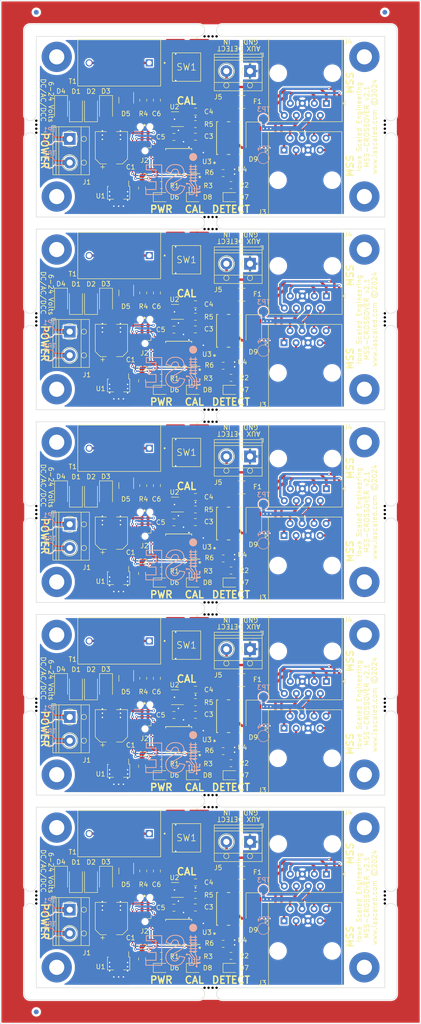
<source format=kicad_pcb>
(kicad_pcb (version 20211014) (generator pcbnew)
  (layers (0 "F.Cu" signal) (31 "B.Cu" signal) (34 "B.Paste" user) (35 "F.Paste" user) (36 "B.SilkS" user "B.Silkscreen") (37 "F.SilkS" user "F.Silkscreen") (38 "B.Mask" user) (39 "F.Mask" user) (44 "Edge.Cuts" user))
  (net 0 "")
  (net 1 "Board_0-+3.3V")
  (net 2 "Board_0-/DCC_CURRENT")
  (net 3 "Board_0-/MSS_GND")
  (net 4 "Board_0-/MSS_OCC")
  (net 5 "Board_0-/VPWR")
  (net 6 "Board_0-/~{CAL_SW}")
  (net 7 "Board_0-GND")
  (net 8 "Board_0-Net-(C6-Pad1)")
  (net 9 "Board_0-Net-(D1-Pad2)")
  (net 10 "Board_0-Net-(D2-Pad2)")
  (net 11 "Board_0-Net-(D6-Pad2)")
  (net 12 "Board_0-Net-(D7-Pad2)")
  (net 13 "Board_0-Net-(D8-Pad2)")
  (net 14 "Board_0-Net-(F1-Pad2)")
  (net 15 "Board_0-Net-(J2-Pad1)")
  (net 16 "Board_0-Net-(J2-Pad3)")
  (net 17 "Board_0-Net-(J2-Pad4)")
  (net 18 "Board_0-Net-(J2-Pad5)")
  (net 19 "Board_0-Net-(J3-Pad1)")
  (net 20 "Board_0-Net-(J3-Pad2)")
  (net 21 "Board_0-Net-(J3-Pad3)")
  (net 22 "Board_0-Net-(J3-Pad6)")
  (net 23 "Board_0-Net-(J3-Pad7)")
  (net 24 "Board_0-Net-(J3-Pad8)")
  (net 25 "Board_0-Net-(R5-Pad2)")
  (net 26 "Board_0-Net-(R6-Pad1)")
  (net 27 "Board_0-unconnected-(H1-Pad1)")
  (net 28 "Board_0-unconnected-(H2-Pad1)")
  (net 29 "Board_0-unconnected-(H3-Pad1)")
  (net 30 "Board_0-unconnected-(H4-Pad1)")
  (net 31 "Board_1-+3.3V")
  (net 32 "Board_1-/DCC_CURRENT")
  (net 33 "Board_1-/MSS_GND")
  (net 34 "Board_1-/MSS_OCC")
  (net 35 "Board_1-/VPWR")
  (net 36 "Board_1-/~{CAL_SW}")
  (net 37 "Board_1-GND")
  (net 38 "Board_1-Net-(C6-Pad1)")
  (net 39 "Board_1-Net-(D1-Pad2)")
  (net 40 "Board_1-Net-(D2-Pad2)")
  (net 41 "Board_1-Net-(D6-Pad2)")
  (net 42 "Board_1-Net-(D7-Pad2)")
  (net 43 "Board_1-Net-(D8-Pad2)")
  (net 44 "Board_1-Net-(F1-Pad2)")
  (net 45 "Board_1-Net-(J2-Pad1)")
  (net 46 "Board_1-Net-(J2-Pad3)")
  (net 47 "Board_1-Net-(J2-Pad4)")
  (net 48 "Board_1-Net-(J2-Pad5)")
  (net 49 "Board_1-Net-(J3-Pad1)")
  (net 50 "Board_1-Net-(J3-Pad2)")
  (net 51 "Board_1-Net-(J3-Pad3)")
  (net 52 "Board_1-Net-(J3-Pad6)")
  (net 53 "Board_1-Net-(J3-Pad7)")
  (net 54 "Board_1-Net-(J3-Pad8)")
  (net 55 "Board_1-Net-(R5-Pad2)")
  (net 56 "Board_1-Net-(R6-Pad1)")
  (net 57 "Board_1-unconnected-(H1-Pad1)")
  (net 58 "Board_1-unconnected-(H2-Pad1)")
  (net 59 "Board_1-unconnected-(H3-Pad1)")
  (net 60 "Board_1-unconnected-(H4-Pad1)")
  (net 61 "Board_2-+3.3V")
  (net 62 "Board_2-/DCC_CURRENT")
  (net 63 "Board_2-/MSS_GND")
  (net 64 "Board_2-/MSS_OCC")
  (net 65 "Board_2-/VPWR")
  (net 66 "Board_2-/~{CAL_SW}")
  (net 67 "Board_2-GND")
  (net 68 "Board_2-Net-(C6-Pad1)")
  (net 69 "Board_2-Net-(D1-Pad2)")
  (net 70 "Board_2-Net-(D2-Pad2)")
  (net 71 "Board_2-Net-(D6-Pad2)")
  (net 72 "Board_2-Net-(D7-Pad2)")
  (net 73 "Board_2-Net-(D8-Pad2)")
  (net 74 "Board_2-Net-(F1-Pad2)")
  (net 75 "Board_2-Net-(J2-Pad1)")
  (net 76 "Board_2-Net-(J2-Pad3)")
  (net 77 "Board_2-Net-(J2-Pad4)")
  (net 78 "Board_2-Net-(J2-Pad5)")
  (net 79 "Board_2-Net-(J3-Pad1)")
  (net 80 "Board_2-Net-(J3-Pad2)")
  (net 81 "Board_2-Net-(J3-Pad3)")
  (net 82 "Board_2-Net-(J3-Pad6)")
  (net 83 "Board_2-Net-(J3-Pad7)")
  (net 84 "Board_2-Net-(J3-Pad8)")
  (net 85 "Board_2-Net-(R5-Pad2)")
  (net 86 "Board_2-Net-(R6-Pad1)")
  (net 87 "Board_2-unconnected-(H1-Pad1)")
  (net 88 "Board_2-unconnected-(H2-Pad1)")
  (net 89 "Board_2-unconnected-(H3-Pad1)")
  (net 90 "Board_2-unconnected-(H4-Pad1)")
  (net 91 "Board_3-+3.3V")
  (net 92 "Board_3-/DCC_CURRENT")
  (net 93 "Board_3-/MSS_GND")
  (net 94 "Board_3-/MSS_OCC")
  (net 95 "Board_3-/VPWR")
  (net 96 "Board_3-/~{CAL_SW}")
  (net 97 "Board_3-GND")
  (net 98 "Board_3-Net-(C6-Pad1)")
  (net 99 "Board_3-Net-(D1-Pad2)")
  (net 100 "Board_3-Net-(D2-Pad2)")
  (net 101 "Board_3-Net-(D6-Pad2)")
  (net 102 "Board_3-Net-(D7-Pad2)")
  (net 103 "Board_3-Net-(D8-Pad2)")
  (net 104 "Board_3-Net-(F1-Pad2)")
  (net 105 "Board_3-Net-(J2-Pad1)")
  (net 106 "Board_3-Net-(J2-Pad3)")
  (net 107 "Board_3-Net-(J2-Pad4)")
  (net 108 "Board_3-Net-(J2-Pad5)")
  (net 109 "Board_3-Net-(J3-Pad1)")
  (net 110 "Board_3-Net-(J3-Pad2)")
  (net 111 "Board_3-Net-(J3-Pad3)")
  (net 112 "Board_3-Net-(J3-Pad6)")
  (net 113 "Board_3-Net-(J3-Pad7)")
  (net 114 "Board_3-Net-(J3-Pad8)")
  (net 115 "Board_3-Net-(R5-Pad2)")
  (net 116 "Board_3-Net-(R6-Pad1)")
  (net 117 "Board_3-unconnected-(H1-Pad1)")
  (net 118 "Board_3-unconnected-(H2-Pad1)")
  (net 119 "Board_3-unconnected-(H3-Pad1)")
  (net 120 "Board_3-unconnected-(H4-Pad1)")
  (net 121 "Board_4-+3.3V")
  (net 122 "Board_4-/DCC_CURRENT")
  (net 123 "Board_4-/MSS_GND")
  (net 124 "Board_4-/MSS_OCC")
  (net 125 "Board_4-/VPWR")
  (net 126 "Board_4-/~{CAL_SW}")
  (net 127 "Board_4-GND")
  (net 128 "Board_4-Net-(C6-Pad1)")
  (net 129 "Board_4-Net-(D1-Pad2)")
  (net 130 "Board_4-Net-(D2-Pad2)")
  (net 131 "Board_4-Net-(D6-Pad2)")
  (net 132 "Board_4-Net-(D7-Pad2)")
  (net 133 "Board_4-Net-(D8-Pad2)")
  (net 134 "Board_4-Net-(F1-Pad2)")
  (net 135 "Board_4-Net-(J2-Pad1)")
  (net 136 "Board_4-Net-(J2-Pad3)")
  (net 137 "Board_4-Net-(J2-Pad4)")
  (net 138 "Board_4-Net-(J2-Pad5)")
  (net 139 "Board_4-Net-(J3-Pad1)")
  (net 140 "Board_4-Net-(J3-Pad2)")
  (net 141 "Board_4-Net-(J3-Pad3)")
  (net 142 "Board_4-Net-(J3-Pad6)")
  (net 143 "Board_4-Net-(J3-Pad7)")
  (net 144 "Board_4-Net-(J3-Pad8)")
  (net 145 "Board_4-Net-(R5-Pad2)")
  (net 146 "Board_4-Net-(R6-Pad1)")
  (net 147 "Board_4-unconnected-(H1-Pad1)")
  (net 148 "Board_4-unconnected-(H2-Pad1)")
  (net 149 "Board_4-unconnected-(H3-Pad1)")
  (net 150 "Board_4-unconnected-(H4-Pad1)")
  (footprint "ISE_Generic:SOD-123T" (layer "F.Cu") (at 116.877 83.5 -90)
    (fp_text reference "D4")
    (fp_text value "CDBM140G")
  )
  (footprint "Resistor_SMD:R_0805_2012Metric" (layer "F.Cu") (at 145.3015 86.75725 180)
    (fp_text reference "R5")
    (fp_text value "100k")
  )
  (footprint "NPTH" (layer "F.Cu") (at 149.77 147)
    (fp_text reference "REF**" hide)
    (fp_text value "NPTH" hide)
  )
  (footprint "Package_TO_SOT_SMD:SOT-23" (layer "F.Cu") (at 130.68325 81.722 -90)
    (fp_text reference "D5")
    (fp_text value "BAV99")
  )
  (footprint "ISE_Generic:TE_FSM4JSMA" (layer "F.Cu") (at 143.42 74.737 -90)
    (fp_text reference "SW1")
    (fp_text value "FSM4JSMATR")
  )
  (footprint "NPTH" (layer "F.Cu") (at 185.33 167.32)
    (fp_text reference "REF**" hide)
    (fp_text value "NPTH" hide)
  )
  (footprint "NPTH" (layer "F.Cu") (at 185.33 207.96)
    (fp_text reference "REF**" hide)
    (fp_text value "NPTH" hide)
  )
  (footprint "Resistor_SMD:R_0805_2012Metric" (layer "F.Cu") (at 145.3015 168.03725 180)
    (fp_text reference "R5")
    (fp_text value "100k")
  )
  (footprint "Connector_RJ:RJ45_Amphenol_54602-x08_Horizontal" (layer "F.Cu") (at 172.9755 41.737 180)
    (fp_text reference "J4")
    (fp_text value "8P8C")
  )
  (footprint "ISE_Generic:TE_FSM4JSMA" (layer "F.Cu") (at 143.42 34.097 -90)
    (fp_text reference "SW1")
    (fp_text value "FSM4JSMATR")
  )
  (footprint "Resistor_SMD:R_0805_2012Metric" (layer "F.Cu") (at 134.276 163.002 90)
    (fp_text reference "R4")
    (fp_text value "510")
  )
  (footprint "NPTH" (layer "F.Cu") (at 147.23 65.72)
    (fp_text reference "REF**" hide)
    (fp_text value "NPTH" hide)
  )
  (footprint "ISE_Generic:ATMEL_SO8_DUAL" (layer "F.Cu") (at 141.769 175.956 180)
    (fp_text reference "U3")
    (fp_text value "ATtiny85-20S")
  )
  (footprint "ISE_Generic:ATMEL_SO8_DUAL" (layer "F.Cu") (at 141.769 54.036 180)
    (fp_text reference "U3")
    (fp_text value "ATtiny85-20S")
  )
  (footprint "ISE_Generic:SOD-123T" (layer "F.Cu") (at 126.3766 205.42 -90)
    (fp_text reference "D3")
    (fp_text value "CDBM140G")
  )
  (footprint "NPTH" (layer "F.Cu") (at 147.23 147)
    (fp_text reference "REF**" hide)
    (fp_text value "NPTH" hide)
  )
  (footprint "Resistor_SMD:R_0805_2012Metric" (layer "F.Cu") (at 138.086 221.549 180)
    (fp_text reference "R1")
    (fp_text value "1k")
  )
  (footprint "MountingHole:MountingHole_3.2mm_M3_Pad" (layer "F.Cu") (at 115.988 102.042)
    (fp_text reference "H1" hide)
    (fp_text value "MountingHole")
  )
  (footprint "NPTH" (layer "F.Cu") (at 185.33 88.58)
    (fp_text reference "REF**" hide)
    (fp_text value "NPTH" hide)
  )
  (footprint "ISE_Generic:SOD-123T" (layer "F.Cu") (at 126.3766 83.5 -90)
    (fp_text reference "D3")
    (fp_text value "CDBM140G")
  )
  (footprint "Connector:Tag-Connect_TC2030-IDC-NL_2x03_P1.27mm_Vertical" (layer "F.Cu") (at 134.657 130.49 90)
    (fp_text reference "J2")
    (fp_text value "AVR-ISP")
  )
  (footprint "NPTH" (layer "F.Cu") (at 185.33 168.166666)
    (fp_text reference "REF**" hide)
    (fp_text value "NPTH" hide)
  )
  (footprint "TerminalBlock_RND:TerminalBlock_RND_205-00012_1x02_P5.00mm_Horizontal" (layer "F.Cu") (at 118.736 49.25 -90)
    (fp_text reference "J1")
    (fp_text value "Screw_Terminal_01x02")
  )
  (footprint "ISE_Generic:SOD-123T" (layer "F.Cu") (at 126.3766 42.86 -90)
    (fp_text reference "D3")
    (fp_text value "CDBM140G")
  )
  (footprint "TerminalBlock_RND:TerminalBlock_RND_205-00012_1x02_P5.00mm_Horizontal" (layer "F.Cu") (at 156.842 75.58 180)
    (fp_text reference "J5")
    (fp_text value "Screw_Terminal_01x02")
  )
  (footprint "ISE_UltraLibrarian:11-5B201S_TOS" (layer "F.Cu") (at 152.31 211.643 90)
    (fp_text reference "U4")
    (fp_text value "TLP241A")
  )
  (footprint "ISE_Generic:XFMR_PE-51687" (layer "F.Cu") (at 129.196 195.768 180)
    (fp_text reference "T1")
    (fp_text value "PE-51687")
  )
  (footprint "Diode_SMD:D_SMA" (layer "F.Cu") (at 157.644 211.643 -90)
    (fp_text reference "D9")
    (fp_text value "SMAJ18A-TP")
  )
  (footprint "NPTH" (layer "F.Cu") (at 148.076667 108.9)
    (fp_text reference "REF**" hide)
    (fp_text value "NPTH" hide)
  )
  (footprint "Resistor_SMD:R_0805_2012Metric" (layer "F.Cu") (at 145.3015 46.11725 180)
    (fp_text reference "R5")
    (fp_text value "100k")
  )
  (footprint "NPTH" (layer "F.Cu") (at 147.23 187.64)
    (fp_text reference "REF**" hide)
    (fp_text value "NPTH" hide)
  )
  (footprint "Resistor_SMD:R_0805_2012Metric" (layer "F.Cu") (at 152.818 140.269)
    (fp_text reference "R2")
    (fp_text value "1k")
  )
  (footprint "Resistor_SMD:R_0805_2012Metric" (layer "F.Cu") (at 134.276 81.722 90)
    (fp_text reference "R4")
    (fp_text value "510")
  )
  (footprint "ISE_Generic:XFMR_PE-51687" (layer "F.Cu") (at 129.196 155.128 180)
    (fp_text reference "T1")
    (fp_text value "PE-51687")
  )
  (footprint "ISE_Generic:SOT-89-3" (layer "F.Cu") (at 129.069 141.5775 -90)
    (fp_text reference "U1")
    (fp_text value "AP7381-33Y")
  )
  (footprint "NPTH" (layer "F.Cu") (at 185.33 209.653333)
    (fp_text reference "REF**" hide)
    (fp_text value "NPTH" hide)
  )
  (footprint "ISE_Generic:SOD-123T" (layer "F.Cu") (at 120.0774 42.86 90)
    (fp_text reference "D1")
    (fp_text value "CDBM140G")
  )
  (footprint "NPTH" (layer "F.Cu") (at 148.923333 108.9)
    (fp_text reference "REF**" hide)
    (fp_text value "NPTH" hide)
  )
  (footprint "LED_SMD:LED_0805_2012Metric" (layer "F.Cu") (at 138.086 102.169)
    (fp_text reference "D6")
    (fp_text value "GREEN LED")
  )
  (footprint "NPTH" (layer "F.Cu") (at 147.23 106.36)
    (fp_text reference "REF**" hide)
    (fp_text value "NPTH" hide)
  )
  (footprint "NPTH" (layer "F.Cu") (at 111.67 169.86)
    (fp_text reference "REF**" hide)
    (fp_text value "NPTH" hide)
  )
  (footprint "NPTH" (layer "F.Cu") (at 149.77 68.26)
    (fp_text reference "REF**" hide)
    (fp_text value "NPTH" hide)
  )
  (footprint "Capacitor_SMD:C_0805_2012Metric" (layer "F.Cu") (at 145.325 206.055 180)
    (fp_text reference "C4")
    (fp_text value "0.1uF")
  )
  (footprint "NPTH" (layer "F.Cu") (at 185.33 127.526666)
    (fp_text reference "REF**" hide)
    (fp_text value "NPTH" hide)
  )
  (footprint "Capacitor_SMD:C_0805_2012Metric" (layer "F.Cu") (at 145.3015 130.06425 180)
    (fp_text reference "C3")
    (fp_text value "1uF")
  )
  (footprint "Resistor_SMD:R_0805_2012Metric" (layer "F.Cu") (at 145.071 99.629)
    (fp_text reference "R3")
    (fp_text value "1k")
  )
  (footprint "NPTH" (layer "F.Cu") (at 148.076667 190.18)
    (fp_text reference "REF**" hide)
    (fp_text value "NPTH" hide)
  )
  (footprint "Capacitor_SMD:C_0805_2012Metric" (layer "F.Cu") (at 140.753 89.469)
    (fp_text reference "C5")
    (fp_text value "0.1uF")
  )
  (footprint "ISE_Generic:SOD-123T" (layer "F.Cu") (at 126.3766 164.78 -90)
    (fp_text reference "D3")
    (fp_text value "CDBM140G")
  )
  (footprint "ISE_UltraLibrarian:11-5B201S_TOS" (layer "F.Cu") (at 152.31 89.723 90)
    (fp_text reference "U4")
    (fp_text value "TLP241A")
  )
  (footprint "NPTH" (layer "F.Cu") (at 111.67 168.166666)
    (fp_text reference "REF**" hide)
    (fp_text value "NPTH" hide)
  )
  (footprint "Diode_SMD:D_SMA" (layer "F.Cu") (at 157.644 89.723 -90)
    (fp_text reference "D9")
    (fp_text value "SMAJ18A-TP")
  )
  (footprint "NPTH" (layer "F.Cu") (at 147.23 190.18)
    (fp_text reference "REF**" hide)
    (fp_text value "NPTH" hide)
  )
  (footprint "ISE_Generic:SOD-123T" (layer "F.Cu") (at 116.877 124.14 -90)
    (fp_text reference "D4")
    (fp_text value "CDBM140G")
  )
  (footprint "Resistor_SMD:R_0805_2012Metric" (layer "F.Cu") (at 138.086 99.629 180)
    (fp_text reference "R1")
    (fp_text value "1k")
  )
  (footprint "Capacitor_SMD:C_0805_2012Metric" (layer "F.Cu") (at 134.022 59.624 -90)
    (fp_text reference "C2")
    (fp_text value "22uF")
  )
  (footprint "Connector_RJ:RJ45_Amphenol_54602-x08_Horizontal" (layer "F.Cu") (at 172.9755 163.657 180)
    (fp_text reference "J4")
    (fp_text value "8P8C")
  )
  (footprint "Connector:Tag-Connect_TC2030-IDC-NL_2x03_P1.27mm_Vertical" (layer "F.Cu") (at 134.657 49.21 90)
    (fp_text reference "J2")
    (fp_text value "AVR-ISP")
  )
  (footprint "Package_TO_SOT_SMD:SOT-23" (layer "F.Cu") (at 130.68325 122.362 -90)
    (fp_text reference "D5")
    (fp_text value "BAV99")
  )
  (footprint "NPTH" (layer "F.Cu") (at 149.77 65.72)
    (fp_text reference "REF**" hide)
    (fp_text value "NPTH" hide)
  )
  (footprint "NPTH" (layer "F.Cu") (at 111.67 47.94)
    (fp_text reference "REF**" hide)
    (fp_text value "NPTH" hide)
  )
  (footprint "NPTH" (layer "F.Cu") (at 148.076667 228.28)
    (fp_text reference "REF**" hide)
    (fp_text value "NPTH" hide)
  )
  (footprint "LED_SMD:LED_0805_2012Metric" (layer "F.Cu") (at 152.818 183.449)
    (fp_text reference "D7")
    (fp_text value "RED LED")
  )
  (footprint "Connector:Tag-Connect_TC2030-IDC-NL_2x03_P1.27mm_Vertical" (layer "F.Cu") (at 134.657 171.13 90)
    (fp_text reference "J2")
    (fp_text value "AVR-ISP")
  )
  (footprint "Package_TO_SOT_SMD:SOT-23-5" (layer "F.Cu") (at 141.0015 207.645 180)
    (fp_text reference "U2")
    (fp_text value "INA180A4")
  )
  (footprint "NPTH" (layer "F.Cu") (at 111.67 127.526666)
    (fp_text reference "REF**" hide)
    (fp_text value "NPTH" hide)
  )
  (footprint "NPTH" (layer "F.Cu") (at 148.923333 27.62)
    (fp_text reference "REF**" hide)
    (fp_text value "NPTH" hide)
  )
  (footprint "Capacitor_SMD:C_0805_2012Metric" (layer "F.Cu") (at 137.16025 163.002 -90)
    (fp_text reference "C6")
    (fp_text value "0.1uF")
  )
  (footprint "Capacitor_SMD:C_0805_2012Metric" (layer "F.Cu") (at 137.16025 122.362 -90)
    (fp_text reference "C6")
    (fp_text value "0.1uF")
  )
  (footprint "Package_TO_SOT_SMD:SOT-23-5" (layer "F.Cu") (at 141.0015 126.365 180)
    (fp_text reference "U2")
    (fp_text value "INA180A4")
  )
  (footprint "NPTH" (layer "F.Cu") (at 147.23 108.9)
    (fp_text reference "REF**" hide)
    (fp_text value "NPTH" hide)
  )
  (footprint "ISE_Generic:ATMEL_SO8_DUAL" (layer "F.Cu") (at 141.769 135.316 180)
    (fp_text reference "U3")
    (fp_text value "ATtiny85-20S")
  )
  (footprint "Resistor_SMD:R_0805_2012Metric" (layer "F.Cu") (at 151.167 219.009 180)
    (fp_text reference "R6")
    (fp_text value "330")
  )
  (footprint "NPTH" (layer "F.Cu") (at 185.33 126.68)
    (fp_text reference "REF**" hide)
    (fp_text value "NPTH" hide)
  )
  (footprint "Resistor_SMD:R_0805_2012Metric" (layer "F.Cu") (at 145.071 140.269)
    (fp_text reference "R3")
    (fp_text value "1k")
  )
  (footprint "ISE_UltraLibrarian:11-5B201S_TOS" (layer "F.Cu") (at 152.31 130.363 90)
    (fp_text reference "U4")
    (fp_text value "TLP241A")
  )
  (footprint "NPTH" (layer "F.Cu") (at 185.33 45.4)
    (fp_text reference "REF**" hide)
    (fp_text value "NPTH" hide)
  )
  (footprint "Resistor_SMD:R_0805_2012Metric" (layer "F.Cu") (at 152.818 180.909)
    (fp_text reference "R2")
    (fp_text value "1k")
  )
  (footprint "NPTH" (layer "F.Cu") (at 185.33 86.886666)
    (fp_text reference "REF**" hide)
    (fp_text value "NPTH" hide)
  )
  (footprint "ISE_Generic:SOD-123T" (layer "F.Cu") (at 123.2524 164.78 90)
    (fp_text reference "D2")
    (fp_text value "CDBM140G")
  )
  (footprint "Capacitor_SMD:C_0805_2012Metric" (layer "F.Cu") (at 134.022 181.544 -90)
    (fp_text reference "C2")
    (fp_text value "22uF")
  )
  (footprint "NPTH" (layer "F.Cu") (at 185.33 47.94)
    (fp_text reference "REF**" hide)
    (fp_text value "NPTH" hide)
  )
  (footprint "NPTH" (layer "F.Cu") (at 111.67 207.96)
    (fp_text reference "REF**" hide)
    (fp_text value "NPTH" hide)
  )
  (footprint "Fiducial" (layer "F.Cu") (at 111.67 233.36)
    (fp_text reference "REF**" hide)
    (fp_text value "Fiducial" hide)
  )
  (footprint "Connector_RJ:RJ45_Amphenol_54602-x08_Horizontal" (layer "F.Cu") (at 172.9755 123.017 180)
    (fp_text reference "J4")
    (fp_text value "8P8C")
  )
  (footprint "NPTH" (layer "F.Cu") (at 148.076667 68.26)
    (fp_text reference "REF**" hide)
    (fp_text value "NPTH" hide)
  )
  (footprint "Diode_SMD:D_SMA" (layer "F.Cu") (at 157.644 49.083 -90)
    (fp_text reference "D9")
    (fp_text value "SMAJ18A-TP")
  )
  (footprint "ISE_Generic:XFMR_PE-51687" (layer "F.Cu") (at 129.196 73.848 180)
    (fp_text reference "T1")
    (fp_text value "PE-51687")
  )
  (footprint "TerminalBlock_RND:TerminalBlock_RND_205-00012_1x02_P5.00mm_Horizontal" (layer "F.Cu") (at 118.736 211.81 -90)
    (fp_text reference "J1")
    (fp_text value "Screw_Terminal_01x02")
  )
  (footprint "MountingHole:MountingHole_3.2mm_M3_Pad" (layer "F.Cu") (at 181.012 61.402)
    (fp_text reference "H2" hide)
    (fp_text value "MountingHole")
  )
  (footprint "NPTH" (layer "F.Cu") (at 149.77 228.28)
    (fp_text reference "REF**" hide)
    (fp_text value "NPTH" hide)
  )
  (footprint "NPTH" (layer "F.Cu") (at 148.923333 65.72)
    (fp_text reference "REF**" hide)
    (fp_text value "NPTH" hide)
  )
  (footprint "Connector_RJ:RJ45_Amphenol_54602-x08_Horizontal" (layer "F.Cu") (at 172.9755 82.377 180)
    (fp_text reference "J4")
    (fp_text value "8P8C")
  )
  (footprint "NPTH" (layer "F.Cu") (at 185.33 128.373333)
    (fp_text reference "REF**" hide)
    (fp_text value "NPTH" hide)
  )
  (footprint "Resistor_SMD:R_0805_2012Metric" (layer "F.Cu") (at 138.086 58.989 180)
    (fp_text reference "R1")
    (fp_text value "1k")
  )
  (footprint "Capacitor_SMD:C_0805_2012Metric" (layer "F.Cu") (at 137.16025 203.642 -90)
    (fp_text reference "C6")
    (fp_text value "0.1uF")
  )
  (footprint "NPTH" (layer "F.Cu") (at 148.923333 147)
    (fp_text reference "REF**" hide)
    (fp_text value "NPTH" hide)
  )
  (footprint "Package_TO_SOT_SMD:SOT-23-5" (layer "F.Cu") (at 141.0015 167.005 180)
    (fp_text reference "U2")
    (fp_text value "INA180A4")
  )
  (footprint "NPTH" (layer "F.Cu") (at 111.67 46.246667)
    (fp_text reference "REF**" hide)
    (fp_text value "NPTH" hide)
  )
  (footprint "NPTH" (layer "F.Cu") (at 147.23 68.26)
    (fp_text reference "REF**" hide)
    (fp_text value "NPTH" hide)
  )
  (footprint "Capacitor_SMD:CP_Elec_6.3x5.8" (layer "F.Cu") (at 127.545 51.115 90)
    (fp_text reference "C1")
    (fp_text value "68uF")
  )
  (footprint "TerminalBlock_RND:TerminalBlock_RND_205-00012_1x02_P5.00mm_Horizontal" (layer "F.Cu") (at 156.842 156.86 180)
    (fp_text reference "J5")
    (fp_text value "Screw_Terminal_01x02")
  )
  (footprint "NPTH" (layer "F.Cu") (at 111.67 128.373333)
    (fp_text reference "REF**" hide)
    (fp_text value "NPTH" hide)
  )
  (footprint "NPTH" (layer "F.Cu") (at 148.076667 27.62)
    (fp_text reference "REF**" hide)
    (fp_text value "NPTH" hide)
  )
  (footprint "ISE_Generic:SOT-89-3" (layer "F.Cu") (at 129.069 60.2975 -90)
    (fp_text reference "U1")
    (fp_text value "AP7381-33Y")
  )
  (footprint "Connector_RJ:RJ45_Amphenol_54602-x08_Horizontal" (layer "F.Cu") (at 164.0295 132.883)
    (fp_text reference "J3")
    (fp_text value "8P8C")
  )
  (footprint "Connector:Tag-Connect_TC2030-IDC-NL_2x03_P1.27mm_Vertical" (layer "F.Cu") (at 134.657 89.85 90)
    (fp_text reference "J2")
    (fp_text value "AVR-ISP")
  )
  (footprint "Resistor_SMD:R_0805_2012Metric" (layer "F.Cu") (at 151.167 97.089 180)
    (fp_text reference "R6")
    (fp_text value "330")
  )
  (footprint "LED_SMD:LED_0805_2012Metric" (layer "F.Cu") (at 145.071 183.449)
    (fp_text reference "D8")
    (fp_text value "AMBER LED")
  )
  (footprint "NPTH" (layer "F.Cu") (at 149.77 106.36)
    (fp_text reference "REF**" hide)
    (fp_text value "NPTH" hide)
  )
  (footprint "NPTH" (layer "F.Cu") (at 149.77 190.18)
    (fp_text reference "REF**" hide)
    (fp_text value "NPTH" hide)
  )
  (footprint "NPTH" (layer "F.Cu") (at 148.076667 106.36)
    (fp_text reference "REF**" hide)
    (fp_text value "NPTH" hide)
  )
  (footprint "LED_SMD:LED_0805_2012Metric" (layer "F.Cu") (at 152.818 61.529)
    (fp_text reference "D7")
    (fp_text value "RED LED")
  )
  (footprint "Capacitor_SMD:C_0805_2012Metric" (layer "F.Cu") (at 140.753 48.829)
    (fp_text reference "C5")
    (fp_text value "0.1uF")
  )
  (footprint "ISE_Generic:XFMR_PE-51687" (layer "F.Cu") (at 129.196 33.208 180)
    (fp_text reference "T1")
    (fp_text value "PE-51687")
  )
  (footprint "Capacitor_SMD:C_0805_2012Metric" (layer "F.Cu") (at 145.3015 170.70425 180)
    (fp_text reference "C3")
    (fp_text value "1uF")
  )
  (footprint "Resistor_SMD:R_0805_2012Metric" (layer "F.Cu") (at 145.071 221.549)
    (fp_text reference "R3")
    (fp_text value "1k")
  )
  (footprint "Resistor_SMD:R_0805_2012Metric" (layer "F.Cu") (at 152.818 58.989)
    (fp_text reference "R2")
    (fp_text value "1k")
  )
  (footprint "TerminalBlock_RND:TerminalBlock_RND_205-00012_1x02_P5.00mm_Horizontal" (layer "F.Cu") (at 118.736 130.53 -90)
    (fp_text reference "J1")
    (fp_text value "Screw_Terminal_01x02")
  )
  (footprint "MountingHole:MountingHole_3.2mm_M3_Pad" (layer "F.Cu") (at 181.012 113.218)
    (fp_text reference "H3" hide)
    (fp_text value "MountingHole")
  )
  (footprint "MountingHole:MountingHole_3.2mm_M3_Pad" (layer "F.Cu") (at 115.988 223.962)
    (fp_text reference "H1" hide)
    (fp_text value "MountingHole")
  )
  (footprint "ISE_Generic:SOT-89-3" (layer "F.Cu") (at 129.069 222.8575 -90)
    (fp_text reference "U1")
    (fp_text value "AP7381-33Y")
  )
  (footprint "Resistor_SMD:R_0805_2012Metric" (layer "F.Cu") (at 152.818 99.629)
    (fp_text reference "R2")
    (fp_text value "1k")
  )
  (footprint "Capacitor_SMD:C_0805_2012Metric" (layer "F.Cu") (at 145.325 84.135 180)
    (fp_text reference "C4")
    (fp_text value "0.1uF")
  )
  (footprint "ISE_Generic:SOT-89-3" (layer "F.Cu") (at 129.069 100.9375 -90)
    (fp_text reference "U1")
    (fp_text value "AP7381-33Y")
  )
  (footprint "Connector_RJ:RJ45_Amphenol_54602-x08_Horizontal" (layer "F.Cu") (at 164.0295 173.523)
    (fp_text reference "J3")
    (fp_text value "8P8C")
  )
  (footprint "ISE_Generic:SOD-123T" (layer "F.Cu") (at 123.2524 42.86 90)
    (fp_text reference "D2")
    (fp_text value "CDBM140G")
  )
  (footprint "Resistor_SMD:R_0805_2012Metric" (layer "F.Cu") (at 138.086 180.909 180)
    (fp_text reference "R1")
    (fp_text value "1k")
  )
  (footprint "NPTH" (layer "F.Cu") (at 111.67 86.886666)
    (fp_text reference "REF**" hide)
    (fp_text value "NPTH" hide)
  )
  (footprint "Resistor_SMD:R_1210_3225Metric" (layer "F.Cu") (at 155.104 41.463 180)
    (fp_text reference "F1")
    (fp_text value "1210L020WR")
  )
  (footprint "NPTH" (layer "F.Cu") (at 147.23 27.62)
    (fp_text reference "REF**" hide)
    (fp_text value "NPTH" hide)
  )
  (footprint "Resistor_SMD:R_1210_3225Metric" (layer "F.Cu") (at 155.104 204.023 180)
    (fp_text reference "F1")
    (fp_text value "1210L020WR")
  )
  (footprint "NPTH" (layer "F.Cu") (at 111.67 169.013333)
    (fp_text reference "REF**" hide)
    (fp_text value "NPTH" hide)
  )
  (footprint "Fiducial" (layer "F.Cu") (at 185.33 22.54)
    (fp_text reference "REF**" hide)
    (fp_text value "Fiducial" hide)
  )
  (footprint "NPTH" (layer "F.Cu") (at 149.77 187.64)
    (fp_text reference "REF**" hide)
    (fp_text value "NPTH" hide)
  )
  (footprint "NPTH" (layer "F.Cu") (at 111.67 167.32)
    (fp_text reference "REF**" hide)
    (fp_text value "NPTH" hide)
  )
  (footprint "LED_SMD:LED_0805_2012Metric" (layer "F.Cu") (at 138.086 142.809)
    (fp_text reference "D6")
    (fp_text value "GREEN LED")
  )
  (footprint "ISE_Generic:SOD-123T" (layer "F.Cu") (at 120.0774 83.5 90)
    (fp_text reference "D1")
    (fp_text value "CDBM140G")
  )
  (footprint "TerminalBlock_RND:TerminalBlock_RND_205-00012_1x02_P5.00mm_Horizontal" (layer "F.Cu") (at 118.736 171.17 -90)
    (fp_text reference "J1")
    (fp_text value "Screw_Terminal_01x02")
  )
  (footprint "MountingHole:MountingHole_3.2mm_M3_Pad" (layer "F.Cu") (at 115.988 153.858)
    (fp_text reference "H4" hide)
    (fp_text value "MountingHole")
  )
  (footprint "LED_SMD:LED_0805_2012Metric" (layer "F.Cu") (at 152.818 224.089)
    (fp_text reference "D7")
    (fp_text value "RED LED")
  )
  (footprint "TerminalBlock_RND:TerminalBlock_RND_205-00012_1x02_P5.00mm_Horizontal" (layer "F.Cu") (at 156.842 197.5 180)
    (fp_text reference "J5")
    (fp_text value "Screw_Terminal_01x02")
  )
  (footprint "NPTH" (layer "F.Cu") (at 148.076667 65.72)
    (fp_text reference "REF**" hide)
    (fp_text value "NPTH" hide)
  )
  (footprint "ISE_Generic:SOD-123T" (layer "F.Cu") (at 123.2524 124.14 90)
    (fp_text reference "D2")
    (fp_text value "CDBM140G")
  )
  (footprint "ISE_Generic:SOT-89-3" (layer "F.Cu") (at 129.069 182.2175 -90)
    (fp_text reference "U1")
    (fp_text value "AP7381-33Y")
  )
  (footprint "NPTH" (layer "F.Cu") (at 185.33 210.5)
    (fp_text reference "REF**" hide)
    (fp_text value "NPTH" hide)
  )
  (footprint "MountingHole:MountingHole_3.2mm_M3_Pad" (layer "F.Cu") (at 181.012 142.682)
    (fp_text reference "H2" hide)
    (fp_text value "MountingHole")
  )
  (footprint "ISE_Generic:XFMR_PE-51687" (layer "F.Cu") (at 129.196 114.488 180)
    (fp_text reference "T1")
    (fp_text value "PE-51687")
  )
  (footprint "NPTH" (layer "F.Cu") (at 149.77 108.9)
    (fp_text reference "REF**" hide)
    (fp_text value "NPTH" hide)
  )
  (footprint "ISE_Generic:SOD-123T" (layer "F.Cu") (at 123.2524 205.42 90)
    (fp_text reference "D2")
    (fp_text value "CDBM140G")
  )
  (footprint "Connector_RJ:RJ45_Amphenol_54602-x08_Horizontal" (layer "F.Cu") (at 164.0295 92.243)
    (fp_text reference "J3")
    (fp_text value "8P8C")
  )
  (footprint "Capacitor_SMD:C_0805_2012Metric" (layer "F.Cu") (at 145.3015 211.34425 180)
    (fp_text reference "C3")
    (fp_text value "1uF")
  )
  (footprint "MountingHole:MountingHole_3.2mm_M3_Pad" (layer "F.Cu") (at 115.988 183.322)
    (fp_text reference "H1" hide)
    (fp_text value "MountingHole")
  )
  (footprint "ISE_Generic:SOD-123T" (layer "F.Cu") (at 120.0774 205.42 90)
    (fp_text reference "D1")
    (fp_text value "CDBM140G")
  )
  (footprint "Resistor_SMD:R_0805_2012Metric" (layer "F.Cu") (at 134.276 122.362 90)
    (fp_text reference "R4")
    (fp_text value "510")
  )
  (footprint "Resistor_SMD:R_1210_3225Metric" (layer "F.Cu") (at 155.104 163.383 180)
    (fp_text reference "F1")
    (fp_text value "1210L020WR")
  )
  (footprint "Fiducial" (layer "F.Cu") (at 111.67 22.54)
    (fp_text reference "REF**" hide)
    (fp_text value "Fiducial" hide)
  )
  (footprint "Resistor_SMD:R_0805_2012Metric" (layer "F.Cu") (at 151.167 178.369 180)
    (fp_text reference "R6")
    (fp_text value "330")
  )
  (footprint "NPTH" (layer "F.Cu") (at 111.67 87.733333)
    (fp_text reference "REF**" hide)
    (fp_text value "NPTH" hide)
  )
  (footprint "NPTH" (layer "F.Cu") (at 111.67 208.806666)
    (fp_text reference "REF**" hide)
    (fp_text value "NPTH" hide)
  )
  (footprint "LED_SMD:LED_0805_2012Metric" (layer "F.Cu") (at 138.086 183.449)
    (fp_text reference "D6")
    (fp_text value "GREEN LED")
  )
  (footprint "NPTH" (layer "F.Cu") (at 149.77 27.62)
    (fp_text reference "REF**" hide)
    (fp_text value "NPTH" hide)
  )
  (footprint "LED_SMD:LED_0805_2012Metric" (layer "F.Cu") (at 138.086 224.089)
    (fp_text reference "D6")
    (fp_text value "GREEN LED")
  )
  (footprint "MountingHole:MountingHole_3.2mm_M3_Pad" (layer "F.Cu") (at 115.988 142.682)
    (fp_text reference "H1" hide)
    (fp_text value "MountingHole")
  )
  (footprint "Connector_RJ:RJ45_Amphenol_54602-x08_Horizontal" (layer "F.Cu") (at 164.0295 51.603)
    (fp_text reference "J3")
    (fp_text value "8P8C")
  )
  (footprint "Capacitor_SMD:C_0805_2012Metric" (layer "F.Cu") (at 137.16025 81.722 -90)
    (fp_text reference "C6")
    (fp_text value "0.1uF")
  )
  (footprint "NPTH" (layer "F.Cu") (at 111.67 209.653333)
    (fp_text reference "REF**" hide)
    (fp_text value "NPTH" hide)
  )
  (footprint "Resistor_SMD:R_0805_2012Metric" (layer "F.Cu") (at 145.071 58.989)
    (fp_text reference "R3")
    (fp_text value "1k")
  )
  (footprint "Capacitor_SMD:C_0805_2012Metric" (layer "F.Cu") (at 145.325 165.415 180)
    (fp_text reference "C4")
    (fp_text value "0.1uF")
  )
  (footprint "ISE_Generic:SOD-123T" (layer "F.Cu") (at 116.877 42.86 -90)
    (fp_text reference "D4")
    (fp_text value "CDBM140G")
  )
  (footprint "MountingHole:MountingHole_3.2mm_M3_Pad" (layer "F.Cu") (at 115.988 31.938)
    (fp_text reference "H4" hide)
    (fp_text value "MountingHole")
  )
  (footprint "LED_SMD:LED_0805_2012Metric" (layer "F.Cu") (at 145.071 142.809)
    (fp_text reference "D8")
    (fp_text value "AMBER LED")
  )
  (footprint "NPTH" (layer "F.Cu") (at 185.33 169.013333)
    (fp_text reference "REF**" hide)
    (fp_text value "NPTH" hide)
  )
  (footprint "Capacitor_SMD:C_0805_2012Metric" (layer "F.Cu") (at 140.753 170.749)
    (fp_text reference "C5")
    (fp_text value "0.1uF")
  )
  (footprint "Package_TO_SOT_SMD:SOT-23-5" (layer "F.Cu") (at 141.0015 85.725 180)
    (fp_text reference "U2")
    (fp_text value "INA180A4")
  )
  (footprint "NPTH" (layer "F.Cu") (at 185.33 129.22)
    (fp_text reference "REF**" hide)
    (fp_text value "NPTH" hide)
  )
  (footprint "Package_TO_SOT_SMD:SOT-23" (layer "F.Cu") (at 130.68325 203.642 -90)
    (fp_text reference "D5")
    (fp_text value "BAV99")
  )
  (footprint "NPTH" (layer "F.Cu") (at 111.67 126.68)
    (fp_text reference "REF**" hide)
    (fp_text value "NPTH" hide)
  )
  (footprint "NPTH" (layer "F.Cu") (at 147.23 228.28)
    (fp_text reference "REF**" hide)
    (fp_text value "NPTH" hide)
  )
  (footprint "LED_SMD:LED_0805_2012Metric" (layer "F.Cu") (at 152.818 102.169)
    (fp_text reference "D7")
    (fp_text value "RED LED")
  )
  (footprint "Diode_SMD:D_SMA" (layer "F.Cu") (at 157.644 130.363 -90)
    (fp_text reference "D9")
    (fp_text value "SMAJ18A-TP")
  )
  (footprint "Resistor_SMD:R_0805_2012Metric" (layer "F.Cu") (at 134.276 203.642 90)
    (fp_text reference "R4")
    (fp_text value "510")
  )
  (footprint "ISE_Generic:TE_FSM4JSMA" (layer "F.Cu") (at 143.42 115.377 -90)
    (fp_text reference "SW1")
    (fp_text value "FSM4JSMATR")
  )
  (footprint "Capacitor_SMD:C_0805_2012Metric" (layer "F.Cu") (at 140.753 211.389)
    (fp_text reference "C5")
    (fp_text value "0.1uF")
  )
  (footprint "ISE_Generic:SOD-123T" (layer "F.Cu") (at 120.0774 124.14 90)
    (fp_text reference "D1")
    (fp_text value "CDBM140G")
  )
  (footprint "MountingHole:MountingHole_3.2mm_M3_Pad" (layer "F.Cu") (at 115.988 113.218)
    (fp_text reference "H4" hide)
    (fp_text value "MountingHole")
  )
  (footprint "MountingHole:MountingHole_3.2mm_M3_Pad" (layer "F.Cu") (at 115.988 61.402)
    (fp_text reference "H1" hide)
    (fp_text value "MountingHole")
  )
  (footprint "NPTH" (layer "F.Cu") (at 148.923333 187.64)
    (fp_text reference "REF**" hide)
    (fp_text value "NPTH" hide)
  )
  (footprint "ISE_Generic:SOD-123T" (layer "F.Cu") (at 126.3766 124.14 -90)
    (fp_text reference "D3")
    (fp_text value "CDBM140G")
  )
  (footprint "NPTH" (layer "F.Cu") (at 148.923333 106.36)
    (fp_text reference "REF**" hide)
    (fp_text value "NPTH" hide)
  )
  (footprint "Capacitor_SMD:CP_Elec_6.3x5.8" (layer "F.Cu") (at 127.545 173.035 90)
    (fp_text reference "C1")
    (fp_text value "68uF")
  )
  (footprint "ISE_Generic:SOD-123T" (layer "F.Cu") (at 123.2524 83.5 90)
    (fp_text reference "D2")
    (fp_text value "CDBM140G")
  )
  (footprint "NPTH" (layer "F.Cu") (at 148.076667 149.54)
    (fp_text reference "REF**" hide)
    (fp_text value "NPTH" hide)
  )
  (footprint "ISE_Generic:SOD-123T" (layer "F.Cu") (at 120.0774 164.78 90)
    (fp_text reference "D1")
    (fp_text value "CDBM140G")
  )
  (footprint "ISE_Generic:ATMEL_SO8_DUAL" (layer "F.Cu") (at 141.769 94.676 180)
    (fp_text reference "U3")
    (fp_text value "ATtiny85-20S")
  )
  (footprint "MountingHole:MountingHole_3.2mm_M3_Pad" (layer "F.Cu") (at 181.012 223.962)
    (fp_text reference "H2" hide)
    (fp_text value "MountingHole")
  )
  (footprint "ISE_Generic:SOD-123T" (layer "F.Cu") (at 116.877 164.78 -90)
    (fp_text reference "D4")
    (fp_text value "CDBM140G")
  )
  (footprint "Capacitor_SMD:C_0805_2012Metric" (layer "F.Cu") (at 134.022 222.184 -90)
    (fp_text reference "C2")
    (fp_text value "22uF")
  )
  (footprint "NPTH" (layer "F.Cu") (at 149.77 149.54)
    (fp_text reference "REF**" hide)
    (fp_text value "NPTH" hide)
  )
  (footprint "NPTH" (layer "F.Cu") (at 148.923333 149.54)
    (fp_text reference "REF**" hide)
    (fp_text value "NPTH" hide)
  )
  (footprint "NPTH" (layer "F.Cu") (at 111.67 210.5)
    (fp_text reference "REF**" hide)
    (fp_text value "NPTH" hide)
  )
  (footprint "NPTH" (layer "F.Cu") (at 185.33 169.86)
    (fp_text reference "REF**" hide)
    (fp_text value "NPTH" hide)
  )
  (footprint "Connector:Tag-Connect_TC2030-IDC-NL_2x03_P1.27mm_Vertical" (layer "F.Cu") (at 134.657 211.77 90)
    (fp_text reference "J2")
    (fp_text value "AVR-ISP")
  )
  (footprint "NPTH" (layer "F.Cu") (at 111.67 47.093333)
    (fp_text reference "REF**" hide)
    (fp_text value "NPTH" hide)
  )
  (footprint "Connector_RJ:RJ45_Amphenol_54602-x08_Horizontal" (layer "F.Cu") (at 164.0295 214.163)
    (fp_text reference "J3")
    (fp_text value "8P8C")
  )
  (footprint "LED_SMD:LED_0805_2012Metric" (layer "F.Cu") (at 145.071 224.089)
    (fp_text reference "D8")
    (fp_text value "AMBER LED")
  )
  (footprint "LED_SMD:LED_0805_2012Metric" (layer "F.Cu") (at 145.071 102.169)
    (fp_text reference "D8")
    (fp_text value "AMBER LED")
  )
  (footprint "NPTH" (layer "F.Cu") (at 148.923333 228.28)
    (fp_text reference "REF**" hide)
    (fp_text value "NPTH" hide)
  )
  (footprint "Capacitor_SMD:C_0805_2012Metric" (layer "F.Cu") (at 145.3015 89.42425 180)
    (fp_text reference "C3")
    (fp_text value "1uF")
  )
  (footprint "NPTH" (layer "F.Cu") (at 185.33 208.806666)
    (fp_text reference "REF**" hide)
    (fp_text value "NPTH" hide)
  )
  (footprint "MountingHole:MountingHole_3.2mm_M3_Pad" (layer "F.Cu") (at 181.012 153.858)
    (fp_text reference "H3" hide)
    (fp_text value "MountingHole")
  )
  (footprint "ISE_Generic:ATMEL_SO8_DUAL" (layer "F.Cu") (at 141.769 216.596 180)
    (fp_text reference "U3")
    (fp_text value "ATtiny85-20S")
  )
  (footprint "Capacitor_SMD:CP_Elec_6.3x5.8" (layer "F.Cu") (at 127.545 213.675 90)
    (fp_text reference "C1")
    (fp_text value "68uF")
  )
  (footprint "LED_SMD:LED_0805_2012Metric" (layer "F.Cu") (at 145.071 61.529)
    (fp_text reference "D8")
    (fp_text value "AMBER LED")
  )
  (footprint "ISE_Generic:TE_FSM4JSMA" (layer "F.Cu") (at 143.42 156.017 -90)
    (fp_text reference "SW1")
    (fp_text value "FSM4JSMATR")
  )
  (footprint "ISE_UltraLibrarian:11-5B201S_TOS" (layer "F.Cu") (at 152.31 49.083 90)
    (fp_text reference "U4")
    (fp_text value "TLP241A")
  )
  (footprint "Capacitor_SMD:C_0805_2012Metric" (layer "F.Cu") (at 134.022 100.264 -90)
    (fp_text reference "C2")
    (fp_text value "22uF")
  )
  (footprint "Resistor_SMD:R_1210_3225Metric" (layer "F.Cu") (at 155.104 122.743 180)
    (fp_text reference "F1")
    (fp_text value "1210L020WR")
  )
  (footprint "NPTH" (layer "F.Cu") (at 111.67 86.04)
    (fp_text reference "REF**" hide)
    (fp_text value "NPTH" hide)
  )
  (footprint "Resistor_SMD:R_0805_2012Metric" (layer "F.Cu") (at 152.818 221.549)
    (fp_text reference "R2")
    (fp_text value "1k")
  )
  (footprint "MountingHole:MountingHole_3.2mm_M3_Pad" (layer "F.Cu") (at 181.012 31.938)
    (fp_text reference "H3" hide)
    (fp_text value "MountingHole")
  )
  (footprint "ISE_Generic:TE_FSM4JSMA" (layer "F.Cu") (at 143.42 196.657 -90)
    (fp_text reference "SW1")
    (fp_text value "FSM4JSMATR")
  )
  (footprint "NPTH" (layer "F.Cu") (at 148.076667 147)
    (fp_text reference "REF**" hide)
    (fp_text value "NPTH" hide)
  )
  (footprint "NPTH" (layer "F.Cu") (at 148.923333 190.18)
    (fp_text reference "REF**" hide)
    (fp_text value "NPTH" hide)
  )
  (footprint "Package_TO_SOT_SMD:SOT-23-5" (layer "F.Cu") (at 141.0015 45.085 180)
    (fp_text reference "U2")
    (fp_text value "INA180A4")
  )
  (footprint "Package_TO_SOT_SMD:SOT-23" (layer "F.Cu") (at 130.68325 41.082 -90)
    (fp_text reference "D5")
    (fp_text value "BAV99")
  )
  (footprint "NPTH" (layer "F.Cu") (at 111.67 88.58)
    (fp_text reference "REF**" hide)
    (fp_text value "NPTH" hide)
  )
  (footprint "TerminalBlock_RND:TerminalBlock_RND_205-00012_1x02_P5.00mm_Horizontal" (layer "F.Cu") (at 156.842 34.94 180)
    (fp_text reference "J5")
    (fp_text value "Screw_Terminal_01x02")
  )
  (footprint "NPTH" (layer "F.Cu") (at 148.923333 68.26)
    (fp_text reference "REF**" hide)
    (fp_text value "NPTH" hide)
  )
  (footprint "LED_SMD:LED_0805_2012Metric" (layer "F.Cu") (at 152.818 142.809)
    (fp_text reference "D7")
    (fp_text value "RED LED")
  )
  (footprint "NPTH" (layer "F.Cu") (at 185.33 87.733333)
    (fp_text reference "REF**" hide)
    (fp_text value "NPTH" hide)
  )
  (footprint "Resistor_SMD:R_0805_2012Metric" (layer "F.Cu") (at 145.071 180.909)
    (fp_text reference "R3")
    (fp_text value "1k")
  )
  (footprint "NPTH" (layer "F.Cu") (at 111.67 45.4)
    (fp_text reference "REF**" hide)
    (fp_text value "NPTH" hide)
  )
  (footprint "Capacitor_SMD:C_0805_2012Metric" (layer "F.Cu") (at 140.753 130.109)
    (fp_text reference "C5")
    (fp_text value "0.1uF")
  )
  (footprint "NPTH" (layer "F.Cu") (at 147.23 149.54)
    (fp_text reference "REF**" hide)
    (fp_text value "NPTH" hide)
  )
  (footprint "Capacitor_SMD:C_0805_2012Metric" (layer "F.Cu") (at 134.022 140.904 -90)
    (fp_text reference "C2")
    (fp_text value "22uF")
  )
  (footprint "Diode_SMD:D_SMA" (layer "F.Cu") (at 157.644 171.003 -90)
    (fp_text reference "D9")
    (fp_text value "SMAJ18A-TP")
  )
  (footprint "Capacitor_SMD:C_0805_2012Metric" (layer "F.Cu") (at 145.3015 48.78425 180)
    (fp_text reference "C3")
    (fp_text value "1uF")
  )
  (footprint "Connector_RJ:RJ45_Amphenol_54602-x08_Horizontal" (layer "F.Cu") (at 172.9755 204.297 180)
    (fp_text reference "J4")
    (fp_text value "8P8C")
  )
  (footprint "Resistor_SMD:R_0805_2012Metric" (layer "F.Cu") (at 151.167 137.729 180)
    (fp_text reference "R6")
    (fp_text value "330")
  )
  (footprint "Capacitor_SMD:C_0805_2012Metric" (layer "F.Cu") (at 145.325 124.775 180)
    (fp_text reference "C4")
    (fp_text value "0.1uF")
  )
  (footprint "NPTH" (layer "F.Cu") (at 185.33 46.246667)
    (fp_text reference "REF**" hide)
    (fp_text value "NPTH" hide)
  )
  (footprint "TerminalBlock_RND:TerminalBlock_RND_205-00012_1x02_P5.00mm_Horizontal" (layer "F.Cu") (at 156.842 116.22 180)
    (fp_text reference "J5")
    (fp_text value "Screw_Terminal_01x02")
  )
  (footprint "TerminalBlock_RND:TerminalBlock_RND_205-00012_1x02_P5.00mm_Horizontal" (layer "F.Cu") (at 118.736 89.89 -90)
    (fp_text reference "J1")
    (fp_text value "Screw_Terminal_01x02")
  )
  (footprint "Capacitor_SMD:C_0805_2012Metric" (layer "F.Cu") (at 137.16025 41.082 -90)
    (fp_text reference "C6")
    (fp_text value "0.1uF")
  )
  (footprint "NPTH" (layer "F.Cu") (at 185.33 47.093333)
    (fp_text reference "REF**" hide)
    (fp_text value "NPTH" hide)
  )
  (footprint "Capacitor_SMD:CP_Elec_6.3x5.8" (layer "F.Cu") (at 127.545 132.395 90)
    (fp_text reference "C1")
    (fp_text value "68uF")
  )
  (footprint "Resistor_SMD:R_0805_2012Metric" (layer "F.Cu") (at 134.276 41.082 90)
    (fp_text reference "R4")
    (fp_text value "510")
  )
  (footprint "Resistor_SMD:R_0805_2012Metric" (layer "F.Cu") (at 151.167 56.449 180)
    (fp_text reference "R6")
    (fp_text value "330")
  )
  (footprint "LED_SMD:LED_0805_2012Metric" (layer "F.Cu") (at 138.086 61.529)
    (fp_text reference "D6")
    (fp_text value "GREEN LED")
  )
  (footprint "NPTH" (layer "F.Cu") (at 185.33 86.04)
    (fp_text reference "REF**" hide)
    (fp_text value "NPTH" hide)
  )
  (footprint "Resistor_SMD:R_0805_2012Metric" (layer "F.Cu") (at 145.3015 208.67725 180)
    (fp_text reference "R5")
    (fp_text value "100k")
  )
  (footprint "Capacitor_SMD:CP_Elec_6.3x5.8" (layer "F.Cu") (at 127.545 91.755 90)
    (fp_text reference "C1")
    (fp_text value "68uF")
  )
  (footprint "MountingHole:MountingHole_3.2mm_M3_Pad" (layer "F.Cu") (at 181.012 72.578)
    (fp_text reference "H3" hide)
    (fp_text value "MountingHole")
  )
  (footprint "Resistor_SMD:R_0805_2012Metric" (layer "F.Cu") (at 145.3015 127.39725 180)
    (fp_text reference "R5")
    (fp_text value "100k")
  )
  (footprint "ISE_Generic:SOD-123T" (layer "F.Cu") (at 116.877 205.42 -90)
    (fp_text reference "D4")
    (fp_text value "CDBM140G")
  )
  (footprint "MountingHole:MountingHole_3.2mm_M3_Pad" (layer "F.Cu") (at 115.988 72.578)
    (fp_text reference "H4" hide)
    (fp_text value "MountingHole")
  )
  (footprint "NPTH" (layer "F.Cu") (at 148.076667 187.64)
    (fp_text reference "REF**" hide)
    (fp_text value "NPTH" hide)
  )
  (footprint "MountingHole:MountingHole_3.2mm_M3_Pad" (layer "F.Cu") (at 181.012 183.322)
    (fp_text reference "H2" hide)
    (fp_text value "MountingHole")
  )
  (footprint "Resistor_SMD:R_1210_3225Metric" (layer "F.Cu") (at 155.104 82.103 180)
    (fp_text reference "F1")
    (fp_text value "1210L020WR")
  )
  (footprint "Resistor_SMD:R_0805_2012Metric" (layer "F.Cu") (at 138.086 140.269 180)
    (fp_text reference "R1")
    (fp_text value "1k")
  )
  (footprint "MountingHole:MountingHole_3.2mm_M3_Pad" (layer "F.Cu") (at 181.012 102.042)
    (fp_text reference "H2" hide)
    (fp_text value "MountingHole")
  )
  (footprint "Capacitor_SMD:C_0805_2012Metric" (layer "F.Cu") (at 145.325 43.495 180)
    (fp_text reference "C4")
    (fp_text value "0.1uF")
  )
  (footprint "MountingHole:MountingHole_3.2mm_M3_Pad" (layer "F.Cu") (at 115.988 194.498)
    (fp_text reference "H4" hide)
    (fp_text value "MountingHole")
  )
  (footprint "NPTH" (layer "F.Cu") (at 111.67 129.22)
    (fp_text reference "REF**" hide)
    (fp_text value "NPTH" hide)
  )
  (footprint "ISE_UltraLibrarian:11-5B201S_TOS" (layer "F.Cu") (at 152.31 171.003 90)
    (fp_text reference "U4")
    (fp_text value "TLP241A")
  )
  (footprint "MountingHole:MountingHole_3.2mm_M3_Pad" (layer "F.Cu") (at 181.012 194.498)
    (fp_text reference "H3" hide)
    (fp_text value "MountingHole")
  )
  (footprint "Package_TO_SOT_SMD:SOT-23" (layer "F.Cu") (at 130.68325 163.002 -90)
    (fp_text reference "D5")
    (fp_text value "BAV99")
  )
  (footprint "Fiducial" (layer "B.Cu") (at 185.33 22.54)
    (fp_text reference "REF**" hide)
    (fp_text value "Fiducial" hide)
  )
  (footprint "TestPoint:TestPoint_Pad_D2.0mm" (layer "B.Cu") (at 114.464 94.93 180)
    (fp_text reference "TP2")
    (fp_text value "TestPoint")
  )
  (footprint "TestPoint:TestPoint_Pad_D2.0mm" (layer "B.Cu") (at 114.464 176.21 180)
    (fp_text reference "TP2")
    (fp_text value "TestPoint")
  )
  (footprint "TestPoint:TestPoint_Pad_D2.0mm" (layer "B.Cu") (at 159.676 93.914 180)
    (fp_text reference "TP4")
    (fp_text value "TestPoint")
  )
  (footprint "Fiducial" (layer "B.Cu") (at 111.67 233.36)
    (fp_text reference "REF**" hide)
    (fp_text value "Fiducial" hide)
  )
  (footprint "Fiducial" (layer "B.Cu") (at 111.67 22.54)
    (fp_text reference "REF**" hide)
    (fp_text value "Fiducial" hide)
  )
  (footprint "TestPoint:TestPoint_Pad_D2.0mm" (layer "B.Cu") (at 114.464 89.977 180)
    (fp_text reference "TP1")
    (fp_text value "TestPoint")
  )
  (footprint "TestPoint:TestPoint_Pad_D2.0mm" (layer "B.Cu") (at 159.676 126.299 180)
    (fp_text reference "TP3")
    (fp_text value "TestPoint")
  )
  (footprint "TestPoint:TestPoint_Pad_D2.0mm" (layer "B.Cu") (at 114.464 49.337 180)
    (fp_text reference "TP1")
    (fp_text value "TestPoint")
  )
  (footprint "TestPoint:TestPoint_Pad_D2.0mm" (layer "B.Cu") (at 159.676 215.834 180)
    (fp_text reference "TP4")
    (fp_text value "TestPoint")
  )
  (footprint "TestPoint:TestPoint_Pad_D2.0mm" (layer "B.Cu") (at 114.464 216.85 180)
    (fp_text reference "TP2")
    (fp_text value "TestPoint")
  )
  (footprint "TestPoint:TestPoint_Pad_D2.0mm" (layer "B.Cu") (at 114.464 130.617 180)
    (fp_text reference "TP1")
    (fp_text value "TestPoint")
  )
  (footprint "TestPoint:TestPoint_Pad_D2.0mm" (layer "B.Cu") (at 159.676 207.579 180)
    (fp_text reference "TP3")
    (fp_text value "TestPoint")
  )
  (footprint "TestPoint:TestPoint_Pad_D2.0mm" (layer "B.Cu") (at 159.676 85.659 180)
    (fp_text reference "TP3")
    (fp_text value "TestPoint")
  )
  (footprint "TestPoint:TestPoint_Pad_D2.0mm" (layer "B.Cu") (at 114.464 54.29 180)
    (fp_text reference "TP2")
    (fp_text value "TestPoint")
  )
  (footprint "TestPoint:TestPoint_Pad_D2.0mm" (layer "B.Cu") (at 114.464 211.897 180)
    (fp_text reference "TP1")
    (fp_text value "TestPoint")
  )
  (footprint "TestPoint:TestPoint_Pad_D2.0mm" (layer "B.Cu") (at 159.676 45.019 180)
    (fp_text reference "TP3")
    (fp_text value "TestPoint")
  )
  (footprint "TestPoint:TestPoint_Pad_D2.0mm" (layer "B.Cu") (at 114.464 171.257 180)
    (fp_text reference "TP1")
    (fp_text value "TestPoint")
  )
  (footprint "TestPoint:TestPoint_Pad_D2.0mm" (layer "B.Cu") (at 159.676 134.554 180)
    (fp_text reference "TP4")
    (fp_text value "TestPoint")
  )
  (footprint "TestPoint:TestPoint_Pad_D2.0mm" (layer "B.Cu") (at 114.464 135.57 180)
    (fp_text reference "TP2")
    (fp_text value "TestPoint")
  )
  (footprint "TestPoint:TestPoint_Pad_D2.0mm" (layer "B.Cu") (at 159.676 53.274 180)
    (fp_text reference "TP4")
    (fp_text value "TestPoint")
  )
  (footprint "TestPoint:TestPoint_Pad_D2.0mm" (layer "B.Cu") (at 159.676 175.194 180)
    (fp_text reference "TP4")
    (fp_text value "TestPoint")
  )
  (footprint "TestPoint:TestPoint_Pad_D2.0mm" (layer "B.Cu") (at 159.676 166.939 180)
    (fp_text reference "TP3")
    (fp_text value "TestPoint")
  )
  (gr_poly (pts (xy 143.469617 58.470373) (xy 143.45475 58.472142) (xy 143.439967 58.474811) (xy 143.42538 58.478354) (xy 143.411098 58.482739) (xy 143.397233 58.487939) (xy 143.383895 58.493925) (xy 143.371195 58.500667) (xy 143.359243 58.508136) (xy 143.34815 58.516305) (xy 143.342961 58.520642) (xy 143.338027 58.525143) (xy 143.333363 58.529804) (xy 143.328983 58.534622) (xy 143.320233 58.545167) (xy 143.312233 58.556013) (xy 143.304978 58.56713) (xy 143.298464 58.578489) (xy 143.292684 58.590059) (xy 143.287632 58.60181) (xy 143.283304 58.613713) (xy 143.279694 58.625738) (xy 143.276795 58.637854) (xy 143.274603 58.650033) (xy 143.273112 58.662244) (xy 143.272317 58.674458) (xy 143.272211 58.686644) (xy 143.27279 58.698773) (xy 143.274048 58.710815) (xy 143.275978 58.72274) (xy 143.278577 58.734519) (xy 143.281837 58.74612) (xy 143.285754 58.757516) (xy 143.290322 58.768675) (xy 143.295536 58.779567) (xy 143.301389 58.790164) (xy 143.307877 58.800435) (xy 143.314993 58.810351) (xy 143.322733 58.81988) (xy 143.33109 58.828995) (xy 143.34006 58.837664) (xy 143.349636 58.845858) (xy 143.359813 58.853548) (xy 143.370585 58.860702) (xy 143.381948 58.867292) (xy 143.393894 58.873288) (xy 143.403829 58.877505) (xy 143.41427 58.88116) (xy 143.425145 58.884252) (xy 143.436382 58.886782) (xy 143.447908 58.88875) (xy 143.459652 58.890156) (xy 143.47154 58.890999) (xy 143.4835 58.89128) (xy 143.49546 58.890999) (xy 143.507348 58.890156) (xy 143.519092 58.88875) (xy 143.530618 58.886782) (xy 143.541855 58.884252) (xy 143.55273 58.88116) (xy 143.563171 58.877505) (xy 143.573105 58.873288) (xy 143.57974 58.869842) (xy 143.586861 58.865661) (xy 143.594341 58.860853) (xy 143.602055 58.855528) (xy 143.609877 58.849794) (xy 143.61768 58.843759) (xy 143.625338 58.837531) (xy 143.632725 58.83122) (xy 143.639715 58.824933) (xy 143.646183 58.81878) (xy 143.652001 58.812869) (xy 143.657045 58.807308) (xy 143.661187 58.802206) (xy 143.66288 58.799861) (xy 143.664301 58.797672) (xy 143.665434 58.795651) (xy 143.666263 58.793813) (xy 143.666771 58.792171) (xy 143.666944 58.790739) (xy 143.667668 58.790086) (xy 143.669793 58.789453) (xy 143.677958 58.788258) (xy 143.690869 58.787179) (xy 143.707955 58.786241) (xy 143.728646 58.785468) (xy 143.752372 58.784885) (xy 143.806644 58.784389) (xy 143.946344 58.784389) (xy 144.201755 59.106827) (xy 144.457166 59.429972) (xy 144.457166 60.221605) (xy 144.438822 60.231483) (xy 144.433011 60.234935) (xy 144.426994 60.239157) (xy 144.420831 60.244076) (xy 144.41458 60.249618) (xy 144.408299 60.25571) (xy 144.402049 60.262278) (xy 144.395888 60.269249) (xy 144.389874 60.27655) (xy 144.384067 60.284108) (xy 144.378526 60.291848) (xy 144.373309 60.299698) (xy 144.368476 60.307584) (xy 144.364085 60.315432) (xy 144.360195 60.32317) (xy 144.356866 60.330725) (xy 144.354155 60.338021) (xy 144.351244 60.348149) (xy 144.348855 60.358882) (xy 144.346984 60.370116) (xy 144.345623 60.381744) (xy 144.344766 60.393662) (xy 144.344407 60.405763) (xy 144.34454 60.417944) (xy 144.345159 60.430097) (xy 144.346258 60.442118) (xy 144.34783 60.453901) (xy 144.349869 60.465341) (xy 144.352369 60.476333) (xy 144.355324 60.48677) (xy 144.358728 60.496549) (xy 144.362573 60.505562) (xy 144.366855 60.513705) (xy 144.375024 60.526661) (xy 144.383655 60.538803) (xy 144.392747 60.550129) (xy 144.402298 60.560635) (xy 144.412309 60.570319) (xy 144.422777 60.579177) (xy 144.433703 60.587206) (xy 144.445084 60.594403) (xy 144.45692 60.600765) (xy 144.469209 60.606289) (xy 144.481951 60.610971) (xy 144.495145 60.614809) (xy 144.50879 60.6178) (xy 144.522884 60.61994) (xy 144.537426 60.621226) (xy 144.552417 60.621655) (xy 144.563701 60.621393) (xy 144.574792 60.620612) (xy 144.58568 60.619324) (xy 144.596353 60.617539) (xy 144.606799 60.61527) (xy 144.617009 60.612526) (xy 144.626972 60.609319) (xy 144.636675 60.605659) (xy 144.646109 60.601558) (xy 144.655262 60.597027) (xy 144.664123 60.592077) (xy 144.672682 60.586718) (xy 144.680927 60.580962) (xy 144.688847 60.574819) (xy 144.696432 60.568301) (xy 144.70367 60.561418) (xy 144.71055 60.554182) (xy 144.717062 60.546604) (xy 144.723195 60.538694) (xy 144.728936 60.530463) (xy 144.734276 60.521923) (xy 144.739204 60.513085) (xy 144.743708 60.503959) (xy 144.747778 60.494556) (xy 144.751402 60.484887) (xy 144.75457 60.474964) (xy 144.757271 60.464798) (xy 144.759493 60.454398) (xy 144.761226 60.443777) (xy 144.762458 60.432946) (xy 144.763179 60.421914) (xy 144.763378 60.410694) (xy 144.763104 60.398439) (xy 144.762281 60.386537) (xy 144.760903 60.374978) (xy 144.758968 60.363752) (xy 144.75647 60.352849) (xy 144.753406 60.342258) (xy 144.749771 60.331968) (xy 144.745562 60.32197) (xy 144.740774 60.312254) (xy 144.735403 60.302807) (xy 144.729445 60.293622) (xy 144.722896 60.284686) (xy 144.715752 60.275991) (xy 144.708008 60.267524) (xy 144.69966 60.259277) (xy 144.690705 60.251239) (xy 144.654722 60.220194) (xy 144.654722 59.354477) (xy 144.349216 58.967833) (xy 144.044417 58.580483) (xy 143.857444 58.579777) (xy 143.670472 58.579072) (xy 143.651422 58.551555) (xy 143.646837 58.545266) (xy 143.641831 58.539109) (xy 143.636428 58.5331) (xy 143.630652 58.527258) (xy 143.62453 58.521596) (xy 143.618085 58.516134) (xy 143.611342 58.510886) (xy 143.604326 58.50587) (xy 143.597063 58.501102) (xy 143.589576 58.496599) (xy 143.581891 58.492377) (xy 143.574032 58.488452) (xy 143.566024 58.484842) (xy 143.557892 58.481562) (xy 143.549661 58.47863) (xy 143.541355 58.476061) (xy 143.534605 58.474343) (xy 143.527723 58.472889) (xy 143.513622 58.470764) (xy 143.499164 58.469655) (xy 143.484459 58.469534)) (layer "B.SilkS") (width 0) (fill solid))
  (gr_poly (pts (xy 143.469617 99.110373) (xy 143.45475 99.112142) (xy 143.439967 99.114811) (xy 143.42538 99.118354) (xy 143.411098 99.122739) (xy 143.397233 99.127939) (xy 143.383895 99.133925) (xy 143.371195 99.140667) (xy 143.359243 99.148136) (xy 143.34815 99.156305) (xy 143.342961 99.160642) (xy 143.338027 99.165143) (xy 143.333363 99.169804) (xy 143.328983 99.174622) (xy 143.320233 99.185167) (xy 143.312233 99.196013) (xy 143.304978 99.20713) (xy 143.298464 99.218489) (xy 143.292684 99.230059) (xy 143.287632 99.24181) (xy 143.283304 99.253713) (xy 143.279694 99.265738) (xy 143.276795 99.277854) (xy 143.274603 99.290033) (xy 143.273112 99.302244) (xy 143.272317 99.314458) (xy 143.272211 99.326644) (xy 143.27279 99.338773) (xy 143.274048 99.350815) (xy 143.275978 99.36274) (xy 143.278577 99.374519) (xy 143.281837 99.38612) (xy 143.285754 99.397516) (xy 143.290322 99.408675) (xy 143.295536 99.419567) (xy 143.301389 99.430164) (xy 143.307877 99.440435) (xy 143.314993 99.450351) (xy 143.322733 99.45988) (xy 143.33109 99.468995) (xy 143.34006 99.477664) (xy 143.349636 99.485858) (xy 143.359813 99.493548) (xy 143.370585 99.500702) (xy 143.381948 99.507292) (xy 143.393894 99.513288) (xy 143.403829 99.517505) (xy 143.41427 99.52116) (xy 143.425145 99.524252) (xy 143.436382 99.526782) (xy 143.447908 99.52875) (xy 143.459652 99.530156) (xy 143.47154 99.530999) (xy 143.4835 99.53128) (xy 143.49546 99.530999) (xy 143.507348 99.530156) (xy 143.519092 99.52875) (xy 143.530618 99.526782) (xy 143.541855 99.524252) (xy 143.55273 99.52116) (xy 143.563171 99.517505) (xy 143.573105 99.513288) (xy 143.57974 99.509842) (xy 143.586861 99.505661) (xy 143.594341 99.500853) (xy 143.602055 99.495528) (xy 143.609877 99.489794) (xy 143.61768 99.483759) (xy 143.625338 99.477531) (xy 143.632725 99.47122) (xy 143.639715 99.464933) (xy 143.646183 99.45878) (xy 143.652001 99.452869) (xy 143.657045 99.447308) (xy 143.661187 99.442206) (xy 143.66288 99.439861) (xy 143.664301 99.437672) (xy 143.665434 99.435651) (xy 143.666263 99.433813) (xy 143.666771 99.432171) (xy 143.666944 99.430739) (xy 143.667668 99.430086) (xy 143.669793 99.429453) (xy 143.677958 99.428258) (xy 143.690869 99.427179) (xy 143.707955 99.426241) (xy 143.728646 99.425468) (xy 143.752372 99.424885) (xy 143.806644 99.424389) (xy 143.946344 99.424389) (xy 144.201755 99.746827) (xy 144.457166 100.069972) (xy 144.457166 100.861605) (xy 144.438822 100.871483) (xy 144.433011 100.874935) (xy 144.426994 100.879157) (xy 144.420831 100.884076) (xy 144.41458 100.889618) (xy 144.408299 100.89571) (xy 144.402049 100.902278) (xy 144.395888 100.909249) (xy 144.389874 100.91655) (xy 144.384067 100.924108) (xy 144.378526 100.931848) (xy 144.373309 100.939698) (xy 144.368476 100.947584) (xy 144.364085 100.955432) (xy 144.360195 100.96317) (xy 144.356866 100.970725) (xy 144.354155 100.978021) (xy 144.351244 100.988149) (xy 144.348855 100.998882) (xy 144.346984 101.010116) (xy 144.345623 101.021744) (xy 144.344766 101.033662) (xy 144.344407 101.045763) (xy 144.34454 101.057944) (xy 144.345159 101.070097) (xy 144.346258 101.082118) (xy 144.34783 101.093901) (xy 144.349869 101.105341) (xy 144.352369 101.116333) (xy 144.355324 101.12677) (xy 144.358728 101.136549) (xy 144.362573 101.145562) (xy 144.366855 101.153705) (xy 144.375024 101.166661) (xy 144.383655 101.178803) (xy 144.392747 101.190129) (xy 144.402298 101.200635) (xy 144.412309 101.210319) (xy 144.422777 101.219177) (xy 144.433703 101.227206) (xy 144.445084 101.234403) (xy 144.45692 101.240765) (xy 144.469209 101.246289) (xy 144.481951 101.250971) (xy 144.495145 101.254809) (xy 144.50879 101.2578) (xy 144.522884 101.25994) (xy 144.537426 101.261226) (xy 144.552417 101.261655) (xy 144.563701 101.261393) (xy 144.574792 101.260612) (xy 144.58568 101.259324) (xy 144.596353 101.257539) (xy 144.606799 101.25527) (xy 144.617009 101.252526) (xy 144.626972 101.249319) (xy 144.636675 101.245659) (xy 144.646109 101.241558) (xy 144.655262 101.237027) (xy 144.664123 101.232077) (xy 144.672682 101.226718) (xy 144.680927 101.220962) (xy 144.688847 101.214819) (xy 144.696432 101.208301) (xy 144.70367 101.201418) (xy 144.71055 101.194182) (xy 144.717062 101.186604) (xy 144.723195 101.178694) (xy 144.728936 101.170463) (xy 144.734276 101.161923) (xy 144.739204 101.153085) (xy 144.743708 101.143959) (xy 144.747778 101.134556) (xy 144.751402 101.124887) (xy 144.75457 101.114964) (xy 144.757271 101.104798) (xy 144.759493 101.094398) (xy 144.761226 101.083777) (xy 144.762458 101.072946) (xy 144.763179 101.061914) (xy 144.763378 101.050694) (xy 144.763104 101.038439) (xy 144.762281 101.026537) (xy 144.760903 101.014978) (xy 144.758968 101.003752) (xy 144.75647 100.992849) (xy 144.753406 100.982258) (xy 144.749771 100.971968) (xy 144.745562 100.96197) (xy 144.740774 100.952254) (xy 144.735403 100.942807) (xy 144.729445 100.933622) (xy 144.722896 100.924686) (xy 144.715752 100.915991) (xy 144.708008 100.907524) (xy 144.69966 100.899277) (xy 144.690705 100.891239) (xy 144.654722 100.860194) (xy 144.654722 99.994477) (xy 144.349216 99.607833) (xy 144.044417 99.220483) (xy 143.857444 99.219777) (xy 143.670472 99.219072) (xy 143.651422 99.191555) (xy 143.646837 99.185266) (xy 143.641831 99.179109) (xy 143.636428 99.1731) (xy 143.630652 99.167258) (xy 143.62453 99.161596) (xy 143.618085 99.156134) (xy 143.611342 99.150886) (xy 143.604326 99.14587) (xy 143.597063 99.141102) (xy 143.589576 99.136599) (xy 143.581891 99.132377) (xy 143.574032 99.128452) (xy 143.566024 99.124842) (xy 143.557892 99.121562) (xy 143.549661 99.11863) (xy 143.541355 99.116061) (xy 143.534605 99.114343) (xy 143.527723 99.112889) (xy 143.513622 99.110764) (xy 143.499164 99.109655) (xy 143.484459 99.109534)) (layer "B.SilkS") (width 0) (fill solid))
  (gr_poly (pts (xy 143.469617 139.750373) (xy 143.45475 139.752142) (xy 143.439967 139.754811) (xy 143.42538 139.758354) (xy 143.411098 139.762739) (xy 143.397233 139.767939) (xy 143.383895 139.773925) (xy 143.371195 139.780667) (xy 143.359243 139.788136) (xy 143.34815 139.796305) (xy 143.342961 139.800642) (xy 143.338027 139.805143) (xy 143.333363 139.809804) (xy 143.328983 139.814622) (xy 143.320233 139.825167) (xy 143.312233 139.836013) (xy 143.304978 139.84713) (xy 143.298464 139.858489) (xy 143.292684 139.870059) (xy 143.287632 139.88181) (xy 143.283304 139.893713) (xy 143.279694 139.905738) (xy 143.276795 139.917854) (xy 143.274603 139.930033) (xy 143.273112 139.942244) (xy 143.272317 139.954458) (xy 143.272211 139.966644) (xy 143.27279 139.978773) (xy 143.274048 139.990815) (xy 143.275978 140.00274) (xy 143.278577 140.014519) (xy 143.281837 140.02612) (xy 143.285754 140.037516) (xy 143.290322 140.048675) (xy 143.295536 140.059567) (xy 143.301389 140.070164) (xy 143.307877 140.080435) (xy 143.314993 140.090351) (xy 143.322733 140.09988) (xy 143.33109 140.108995) (xy 143.34006 140.117664) (xy 143.349636 140.125858) (xy 143.359813 140.133548) (xy 143.370585 140.140702) (xy 143.381948 140.147292) (xy 143.393894 140.153288) (xy 143.403829 140.157505) (xy 143.41427 140.16116) (xy 143.425145 140.164252) (xy 143.436382 140.166782) (xy 143.447908 140.16875) (xy 143.459652 140.170156) (xy 143.47154 140.170999) (xy 143.4835 140.17128) (xy 143.49546 140.170999) (xy 143.507348 140.170156) (xy 143.519092 140.16875) (xy 143.530618 140.166782) (xy 143.541855 140.164252) (xy 143.55273 140.16116) (xy 143.563171 140.157505) (xy 143.573105 140.153288) (xy 143.57974 140.149842) (xy 143.586861 140.145661) (xy 143.594341 140.140853) (xy 143.602055 140.135528) (xy 143.609877 140.129794) (xy 143.61768 140.123759) (xy 143.625338 140.117531) (xy 143.632725 140.11122) (xy 143.639715 140.104933) (xy 143.646183 140.09878) (xy 143.652001 140.092869) (xy 143.657045 140.087308) (xy 143.661187 140.082206) (xy 143.66288 140.079861) (xy 143.664301 140.077672) (xy 143.665434 140.075651) (xy 143.666263 140.073813) (xy 143.666771 140.072171) (xy 143.666944 140.070739) (xy 143.667668 140.070086) (xy 143.669793 140.069453) (xy 143.677958 140.068258) (xy 143.690869 140.067179) (xy 143.707955 140.066241) (xy 143.728646 140.065468) (xy 143.752372 140.064885) (xy 143.806644 140.064389) (xy 143.946344 140.064389) (xy 144.201755 140.386827) (xy 144.457166 140.709972) (xy 144.457166 141.501605) (xy 144.438822 141.511483) (xy 144.433011 141.514935) (xy 144.426994 141.519157) (xy 144.420831 141.524076) (xy 144.41458 141.529618) (xy 144.408299 141.53571) (xy 144.402049 141.542278) (xy 144.395888 141.549249) (xy 144.389874 141.55655) (xy 144.384067 141.564108) (xy 144.378526 141.571848) (xy 144.373309 141.579698) (xy 144.368476 141.587584) (xy 144.364085 141.595432) (xy 144.360195 141.60317) (xy 144.356866 141.610725) (xy 144.354155 141.618021) (xy 144.351244 141.628149) (xy 144.348855 141.638882) (xy 144.346984 141.650116) (xy 144.345623 141.661744) (xy 144.344766 141.673662) (xy 144.344407 141.685763) (xy 144.34454 141.697944) (xy 144.345159 141.710097) (xy 144.346258 141.722118) (xy 144.34783 141.733901) (xy 144.349869 141.745341) (xy 144.352369 141.756333) (xy 144.355324 141.76677) (xy 144.358728 141.776549) (xy 144.362573 141.785562) (xy 144.366855 141.793705) (xy 144.375024 141.806661) (xy 144.383655 141.818803) (xy 144.392747 141.830129) (xy 144.402298 141.840635) (xy 144.412309 141.850319) (xy 144.422777 141.859177) (xy 144.433703 141.867206) (xy 144.445084 141.874403) (xy 144.45692 141.880765) (xy 144.469209 141.886289) (xy 144.481951 141.890971) (xy 144.495145 141.894809) (xy 144.50879 141.8978) (xy 144.522884 141.89994) (xy 144.537426 141.901226) (xy 144.552417 141.901655) (xy 144.563701 141.901393) (xy 144.574792 141.900612) (xy 144.58568 141.899324) (xy 144.596353 141.897539) (xy 144.606799 141.89527) (xy 144.617009 141.892526) (xy 144.626972 141.889319) (xy 144.636675 141.885659) (xy 144.646109 141.881558) (xy 144.655262 141.877027) (xy 144.664123 141.872077) (xy 144.672682 141.866718) (xy 144.680927 141.860962) (xy 144.688847 141.854819) (xy 144.696432 141.848301) (xy 144.70367 141.841418) (xy 144.71055 141.834182) (xy 144.717062 141.826604) (xy 144.723195 141.818694) (xy 144.728936 141.810463) (xy 144.734276 141.801923) (xy 144.739204 141.793085) (xy 144.743708 141.783959) (xy 144.747778 141.774556) (xy 144.751402 141.764887) (xy 144.75457 141.754964) (xy 144.757271 141.744798) (xy 144.759493 141.734398) (xy 144.761226 141.723777) (xy 144.762458 141.712946) (xy 144.763179 141.701914) (xy 144.763378 141.690694) (xy 144.763104 141.678439) (xy 144.762281 141.666537) (xy 144.760903 141.654978) (xy 144.758968 141.643752) (xy 144.75647 141.632849) (xy 144.753406 141.622258) (xy 144.749771 141.611968) (xy 144.745562 141.60197) (xy 144.740774 141.592254) (xy 144.735403 141.582807) (xy 144.729445 141.573622) (xy 144.722896 141.564686) (xy 144.715752 141.555991) (xy 144.708008 141.547524) (xy 144.69966 141.539277) (xy 144.690705 141.531239) (xy 144.654722 141.500194) (xy 144.654722 140.634477) (xy 144.349216 140.247833) (xy 144.044417 139.860483) (xy 143.857444 139.859777) (xy 143.670472 139.859072) (xy 143.651422 139.831555) (xy 143.646837 139.825266) (xy 143.641831 139.819109) (xy 143.636428 139.8131) (xy 143.630652 139.807258) (xy 143.62453 139.801596) (xy 143.618085 139.796134) (xy 143.611342 139.790886) (xy 143.604326 139.78587) (xy 143.597063 139.781102) (xy 143.589576 139.776599) (xy 143.581891 139.772377) (xy 143.574032 139.768452) (xy 143.566024 139.764842) (xy 143.557892 139.761562) (xy 143.549661 139.75863) (xy 143.541355 139.756061) (xy 143.534605 139.754343) (xy 143.527723 139.752889) (xy 143.513622 139.750764) (xy 143.499164 139.749655) (xy 143.484459 139.749534)) (layer "B.SilkS") (width 0) (fill solid))
  (gr_poly (pts (xy 143.469617 180.390373) (xy 143.45475 180.392142) (xy 143.439967 180.394811) (xy 143.42538 180.398354) (xy 143.411098 180.402739) (xy 143.397233 180.407939) (xy 143.383895 180.413925) (xy 143.371195 180.420667) (xy 143.359243 180.428136) (xy 143.34815 180.436305) (xy 143.342961 180.440642) (xy 143.338027 180.445143) (xy 143.333363 180.449804) (xy 143.328983 180.454622) (xy 143.320233 180.465167) (xy 143.312233 180.476013) (xy 143.304978 180.48713) (xy 143.298464 180.498489) (xy 143.292684 180.510059) (xy 143.287632 180.52181) (xy 143.283304 180.533713) (xy 143.279694 180.545738) (xy 143.276795 180.557854) (xy 143.274603 180.570033) (xy 143.273112 180.582244) (xy 143.272317 180.594458) (xy 143.272211 180.606644) (xy 143.27279 180.618773) (xy 143.274048 180.630815) (xy 143.275978 180.64274) (xy 143.278577 180.654519) (xy 143.281837 180.66612) (xy 143.285754 180.677516) (xy 143.290322 180.688675) (xy 143.295536 180.699567) (xy 143.301389 180.710164) (xy 143.307877 180.720435) (xy 143.314993 180.730351) (xy 143.322733 180.73988) (xy 143.33109 180.748995) (xy 143.34006 180.757664) (xy 143.349636 180.765858) (xy 143.359813 180.773548) (xy 143.370585 180.780702) (xy 143.381948 180.787292) (xy 143.393894 180.793288) (xy 143.403829 180.797505) (xy 143.41427 180.80116) (xy 143.425145 180.804252) (xy 143.436382 180.806782) (xy 143.447908 180.80875) (xy 143.459652 180.810156) (xy 143.47154 180.810999) (xy 143.4835 180.81128) (xy 143.49546 180.810999) (xy 143.507348 180.810156) (xy 143.519092 180.80875) (xy 143.530618 180.806782) (xy 143.541855 180.804252) (xy 143.55273 180.80116) (xy 143.563171 180.797505) (xy 143.573105 180.793288) (xy 143.57974 180.789842) (xy 143.586861 180.785661) (xy 143.594341 180.780853) (xy 143.602055 180.775528) (xy 143.609877 180.769794) (xy 143.61768 180.763759) (xy 143.625338 180.757531) (xy 143.632725 180.75122) (xy 143.639715 180.744933) (xy 143.646183 180.73878) (xy 143.652001 180.732869) (xy 143.657045 180.727308) (xy 143.661187 180.722206) (xy 143.66288 180.719861) (xy 143.664301 180.717672) (xy 143.665434 180.715651) (xy 143.666263 180.713813) (xy 143.666771 180.712171) (xy 143.666944 180.710739) (xy 143.667668 180.710086) (xy 143.669793 180.709453) (xy 143.677958 180.708258) (xy 143.690869 180.707179) (xy 143.707955 180.706241) (xy 143.728646 180.705468) (xy 143.752372 180.704885) (xy 143.806644 180.704389) (xy 143.946344 180.704389) (xy 144.201755 181.026827) (xy 144.457166 181.349972) (xy 144.457166 182.141605) (xy 144.438822 182.151483) (xy 144.433011 182.154935) (xy 144.426994 182.159157) (xy 144.420831 182.164076) (xy 144.41458 182.169618) (xy 144.408299 182.17571) (xy 144.402049 182.182278) (xy 144.395888 182.189249) (xy 144.389874 182.19655) (xy 144.384067 182.204108) (xy 144.378526 182.211848) (xy 144.373309 182.219698) (xy 144.368476 182.227584) (xy 144.364085 182.235432) (xy 144.360195 182.24317) (xy 144.356866 182.250725) (xy 144.354155 182.258021) (xy 144.351244 182.268149) (xy 144.348855 182.278882) (xy 144.346984 182.290116) (xy 144.345623 182.301744) (xy 144.344766 182.313662) (xy 144.344407 182.325763) (xy 144.34454 182.337944) (xy 144.345159 182.350097) (xy 144.346258 182.362118) (xy 144.34783 182.373901) (xy 144.349869 182.385341) (xy 144.352369 182.396333) (xy 144.355324 182.40677) (xy 144.358728 182.416549) (xy 144.362573 182.425562) (xy 144.366855 182.433705) (xy 144.375024 182.446661) (xy 144.383655 182.458803) (xy 144.392747 182.470129) (xy 144.402298 182.480635) (xy 144.412309 182.490319) (xy 144.422777 182.499177) (xy 144.433703 182.507206) (xy 144.445084 182.514403) (xy 144.45692 182.520765) (xy 144.469209 182.526289) (xy 144.481951 182.530971) (xy 144.495145 182.534809) (xy 144.50879 182.5378) (xy 144.522884 182.53994) (xy 144.537426 182.541226) (xy 144.552417 182.541655) (xy 144.563701 182.541393) (xy 144.574792 182.540612) (xy 144.58568 182.539324) (xy 144.596353 182.537539) (xy 144.606799 182.53527) (xy 144.617009 182.532526) (xy 144.626972 182.529319) (xy 144.636675 182.525659) (xy 144.646109 182.521558) (xy 144.655262 182.517027) (xy 144.664123 182.512077) (xy 144.672682 182.506718) (xy 144.680927 182.500962) (xy 144.688847 182.494819) (xy 144.696432 182.488301) (xy 144.70367 182.481418) (xy 144.71055 182.474182) (xy 144.717062 182.466604) (xy 144.723195 182.458694) (xy 144.728936 182.450463) (xy 144.734276 182.441923) (xy 144.739204 182.433085) (xy 144.743708 182.423959) (xy 144.747778 182.414556) (xy 144.751402 182.404887) (xy 144.75457 182.394964) (xy 144.757271 182.384798) (xy 144.759493 182.374398) (xy 144.761226 182.363777) (xy 144.762458 182.352946) (xy 144.763179 182.341914) (xy 144.763378 182.330694) (xy 144.763104 182.318439) (xy 144.762281 182.306537) (xy 144.760903 182.294978) (xy 144.758968 182.283752) (xy 144.75647 182.272849) (xy 144.753406 182.262258) (xy 144.749771 182.251968) (xy 144.745562 182.24197) (xy 144.740774 182.232254) (xy 144.735403 182.222807) (xy 144.729445 182.213622) (xy 144.722896 182.204686) (xy 144.715752 182.195991) (xy 144.708008 182.187524) (xy 144.69966 182.179277) (xy 144.690705 182.171239) (xy 144.654722 182.140194) (xy 144.654722 181.274477) (xy 144.349216 180.887833) (xy 144.044417 180.500483) (xy 143.857444 180.499777) (xy 143.670472 180.499072) (xy 143.651422 180.471555) (xy 143.646837 180.465266) (xy 143.641831 180.459109) (xy 143.636428 180.4531) (xy 143.630652 180.447258) (xy 143.62453 180.441596) (xy 143.618085 180.436134) (xy 143.611342 180.430886) (xy 143.604326 180.42587) (xy 143.597063 180.421102) (xy 143.589576 180.416599) (xy 143.581891 180.412377) (xy 143.574032 180.408452) (xy 143.566024 180.404842) (xy 143.557892 180.401562) (xy 143.549661 180.39863) (xy 143.541355 180.396061) (xy 143.534605 180.394343) (xy 143.527723 180.392889) (xy 143.513622 180.390764) (xy 143.499164 180.389655) (xy 143.484459 180.389534)) (layer "B.SilkS") (width 0) (fill solid))
  (gr_poly (pts (xy 143.469617 221.030373) (xy 143.45475 221.032142) (xy 143.439967 221.034811) (xy 143.42538 221.038354) (xy 143.411098 221.042739) (xy 143.397233 221.047939) (xy 143.383895 221.053925) (xy 143.371195 221.060667) (xy 143.359243 221.068136) (xy 143.34815 221.076305) (xy 143.342961 221.080642) (xy 143.338027 221.085143) (xy 143.333363 221.089804) (xy 143.328983 221.094622) (xy 143.320233 221.105167) (xy 143.312233 221.116013) (xy 143.304978 221.12713) (xy 143.298464 221.138489) (xy 143.292684 221.150059) (xy 143.287632 221.16181) (xy 143.283304 221.173713) (xy 143.279694 221.185738) (xy 143.276795 221.197854) (xy 143.274603 221.210033) (xy 143.273112 221.222244) (xy 143.272317 221.234458) (xy 143.272211 221.246644) (xy 143.27279 221.258773) (xy 143.274048 221.270815) (xy 143.275978 221.28274) (xy 143.278577 221.294519) (xy 143.281837 221.30612) (xy 143.285754 221.317516) (xy 143.290322 221.328675) (xy 143.295536 221.339567) (xy 143.301389 221.350164) (xy 143.307877 221.360435) (xy 143.314993 221.370351) (xy 143.322733 221.37988) (xy 143.33109 221.388995) (xy 143.34006 221.397664) (xy 143.349636 221.405858) (xy 143.359813 221.413548) (xy 143.370585 221.420702) (xy 143.381948 221.427292) (xy 143.393894 221.433288) (xy 143.403829 221.437505) (xy 143.41427 221.44116) (xy 143.425145 221.444252) (xy 143.436382 221.446782) (xy 143.447908 221.44875) (xy 143.459652 221.450156) (xy 143.47154 221.450999) (xy 143.4835 221.45128) (xy 143.49546 221.450999) (xy 143.507348 221.450156) (xy 143.519092 221.44875) (xy 143.530618 221.446782) (xy 143.541855 221.444252) (xy 143.55273 221.44116) (xy 143.563171 221.437505) (xy 143.573105 221.433288) (xy 143.57974 221.429842) (xy 143.586861 221.425661) (xy 143.594341 221.420853) (xy 143.602055 221.415528) (xy 143.609877 221.409794) (xy 143.61768 221.403759) (xy 143.625338 221.397531) (xy 143.632725 221.39122) (xy 143.639715 221.384933) (xy 143.646183 221.37878) (xy 143.652001 221.372869) (xy 143.657045 221.367308) (xy 143.661187 221.362206) (xy 143.66288 221.359861) (xy 143.664301 221.357672) (xy 143.665434 221.355651) (xy 143.666263 221.353813) (xy 143.666771 221.352171) (xy 143.666944 221.350739) (xy 143.667668 221.350086) (xy 143.669793 221.349453) (xy 143.677958 221.348258) (xy 143.690869 221.347179) (xy 143.707955 221.346241) (xy 143.728646 221.345468) (xy 143.752372 221.344885) (xy 143.806644 221.344389) (xy 143.946344 221.344389) (xy 144.201755 221.666827) (xy 144.457166 221.989972) (xy 144.457166 222.781605) (xy 144.438822 222.791483) (xy 144.433011 222.794935) (xy 144.426994 222.799157) (xy 144.420831 222.804076) (xy 144.41458 222.809618) (xy 144.408299 222.81571) (xy 144.402049 222.822278) (xy 144.395888 222.829249) (xy 144.389874 222.83655) (xy 144.384067 222.844108) (xy 144.378526 222.851848) (xy 144.373309 222.859698) (xy 144.368476 222.867584) (xy 144.364085 222.875432) (xy 144.360195 222.88317) (xy 144.356866 222.890725) (xy 144.354155 222.898021) (xy 144.351244 222.908149) (xy 144.348855 222.918882) (xy 144.346984 222.930116) (xy 144.345623 222.941744) (xy 144.344766 222.953662) (xy 144.344407 222.965763) (xy 144.34454 222.977944) (xy 144.345159 222.990097) (xy 144.346258 223.002118) (xy 144.34783 223.013901) (xy 144.349869 223.025341) (xy 144.352369 223.036333) (xy 144.355324 223.04677) (xy 144.358728 223.056549) (xy 144.362573 223.065562) (xy 144.366855 223.073705) (xy 144.375024 223.086661) (xy 144.383655 223.098803) (xy 144.392747 223.110129) (xy 144.402298 223.120635) (xy 144.412309 223.130319) (xy 144.422777 223.139177) (xy 144.433703 223.147206) (xy 144.445084 223.154403) (xy 144.45692 223.160765) (xy 144.469209 223.166289) (xy 144.481951 223.170971) (xy 144.495145 223.174809) (xy 144.50879 223.1778) (xy 144.522884 223.17994) (xy 144.537426 223.181226) (xy 144.552417 223.181655) (xy 144.563701 223.181393) (xy 144.574792 223.180612) (xy 144.58568 223.179324) (xy 144.596353 223.177539) (xy 144.606799 223.17527) (xy 144.617009 223.172526) (xy 144.626972 223.169319) (xy 144.636675 223.165659) (xy 144.646109 223.161558) (xy 144.655262 223.157027) (xy 144.664123 223.152077) (xy 144.672682 223.146718) (xy 144.680927 223.140962) (xy 144.688847 223.134819) (xy 144.696432 223.128301) (xy 144.70367 223.121418) (xy 144.71055 223.114182) (xy 144.717062 223.106604) (xy 144.723195 223.098694) (xy 144.728936 223.090463) (xy 144.734276 223.081923) (xy 144.739204 223.073085) (xy 144.743708 223.063959) (xy 144.747778 223.054556) (xy 144.751402 223.044887) (xy 144.75457 223.034964) (xy 144.757271 223.024798) (xy 144.759493 223.014398) (xy 144.761226 223.003777) (xy 144.762458 222.992946) (xy 144.763179 222.981914) (xy 144.763378 222.970694) (xy 144.763104 222.958439) (xy 144.762281 222.946537) (xy 144.760903 222.934978) (xy 144.758968 222.923752) (xy 144.75647 222.912849) (xy 144.753406 222.902258) (xy 144.749771 222.891968) (xy 144.745562 222.88197) (xy 144.740774 222.872254) (xy 144.735403 222.862807) (xy 144.729445 222.853622) (xy 144.722896 222.844686) (xy 144.715752 222.835991) (xy 144.708008 222.827524) (xy 144.69966 222.819277) (xy 144.690705 222.811239) (xy 144.654722 222.780194) (xy 144.654722 221.914477) (xy 144.349216 221.527833) (xy 144.044417 221.140483) (xy 143.857444 221.139777) (xy 143.670472 221.139072) (xy 143.651422 221.111555) (xy 143.646837 221.105266) (xy 143.641831 221.099109) (xy 143.636428 221.0931) (xy 143.630652 221.087258) (xy 143.62453 221.081596) (xy 143.618085 221.076134) (xy 143.611342 221.070886) (xy 143.604326 221.06587) (xy 143.597063 221.061102) (xy 143.589576 221.056599) (xy 143.581891 221.052377) (xy 143.574032 221.048452) (xy 143.566024 221.044842) (xy 143.557892 221.041562) (xy 143.549661 221.03863) (xy 143.541355 221.036061) (xy 143.534605 221.034343) (xy 143.527723 221.032889) (xy 143.513622 221.030764) (xy 143.499164 221.029655) (xy 143.484459 221.029534)) (layer "B.SilkS") (width 0) (fill solid))
  (gr_poly (pts (xy 134.812222 55.8775) (xy 136.886556 55.8775) (xy 136.886556 57.126333) (xy 135.306111 57.126333) (xy 135.306111 58.361055) (xy 136.886556 58.361055) (xy 136.886556 59.821555) (xy 134.727555 59.821555) (xy 134.727555 61.056277) (xy 138.262389 61.056277) (xy 138.262389 60.872833) (xy 138.078945 60.872833) (xy 134.911 60.872833) (xy 134.911 60.005) (xy 137.070001 60.005) (xy 137.070001 58.177611) (xy 135.489556 58.177611) (xy 135.489556 57.309778) (xy 137.070001 57.309778) (xy 137.070001 55.687) (xy 134.995667 55.687) (xy 134.995667 54.819167) (xy 138.078945 54.819167) (xy 138.078945 60.872833) (xy 138.262389 60.872833) (xy 138.262389 54.635722) (xy 134.812222 54.635722)) (layer "B.SilkS") (width 0) (fill solid))
  (gr_poly (pts (xy 134.812222 96.5175) (xy 136.886556 96.5175) (xy 136.886556 97.766333) (xy 135.306111 97.766333) (xy 135.306111 99.001055) (xy 136.886556 99.001055) (xy 136.886556 100.461555) (xy 134.727555 100.461555) (xy 134.727555 101.696277) (xy 138.262389 101.696277) (xy 138.262389 101.512833) (xy 138.078945 101.512833) (xy 134.911 101.512833) (xy 134.911 100.645) (xy 137.070001 100.645) (xy 137.070001 98.817611) (xy 135.489556 98.817611) (xy 135.489556 97.949778) (xy 137.070001 97.949778) (xy 137.070001 96.327) (xy 134.995667 96.327) (xy 134.995667 95.459167) (xy 138.078945 95.459167) (xy 138.078945 101.512833) (xy 138.262389 101.512833) (xy 138.262389 95.275722) (xy 134.812222 95.275722)) (layer "B.SilkS") (width 0) (fill solid))
  (gr_poly (pts (xy 134.812222 137.1575) (xy 136.886556 137.1575) (xy 136.886556 138.406333) (xy 135.306111 138.406333) (xy 135.306111 139.641055) (xy 136.886556 139.641055) (xy 136.886556 141.101555) (xy 134.727555 141.101555) (xy 134.727555 142.336277) (xy 138.262389 142.336277) (xy 138.262389 142.152833) (xy 138.078945 142.152833) (xy 134.911 142.152833) (xy 134.911 141.285) (xy 137.070001 141.285) (xy 137.070001 139.457611) (xy 135.489556 139.457611) (xy 135.489556 138.589778) (xy 137.070001 138.589778) (xy 137.070001 136.967) (xy 134.995667 136.967) (xy 134.995667 136.099167) (xy 138.078945 136.099167) (xy 138.078945 142.152833) (xy 138.262389 142.152833) (xy 138.262389 135.915722) (xy 134.812222 135.915722)) (layer "B.SilkS") (width 0) (fill solid))
  (gr_poly (pts (xy 134.812222 177.7975) (xy 136.886556 177.7975) (xy 136.886556 179.046333) (xy 135.306111 179.046333) (xy 135.306111 180.281055) (xy 136.886556 180.281055) (xy 136.886556 181.741555) (xy 134.727555 181.741555) (xy 134.727555 182.976277) (xy 138.262389 182.976277) (xy 138.262389 182.792833) (xy 138.078945 182.792833) (xy 134.911 182.792833) (xy 134.911 181.925) (xy 137.070001 181.925) (xy 137.070001 180.097611) (xy 135.489556 180.097611) (xy 135.489556 179.229778) (xy 137.070001 179.229778) (xy 137.070001 177.607) (xy 134.995667 177.607) (xy 134.995667 176.739167) (xy 138.078945 176.739167) (xy 138.078945 182.792833) (xy 138.262389 182.792833) (xy 138.262389 176.555722) (xy 134.812222 176.555722)) (layer "B.SilkS") (width 0) (fill solid))
  (gr_poly (pts (xy 134.812222 218.4375) (xy 136.886556 218.4375) (xy 136.886556 219.686333) (xy 135.306111 219.686333) (xy 135.306111 220.921055) (xy 136.886556 220.921055) (xy 136.886556 222.381555) (xy 134.727555 222.381555) (xy 134.727555 223.616277) (xy 138.262389 223.616277) (xy 138.262389 223.432833) (xy 138.078945 223.432833) (xy 134.911 223.432833) (xy 134.911 222.565) (xy 137.070001 222.565) (xy 137.070001 220.737611) (xy 135.489556 220.737611) (xy 135.489556 219.869778) (xy 137.070001 219.869778) (xy 137.070001 218.247) (xy 134.995667 218.247) (xy 134.995667 217.379167) (xy 138.078945 217.379167) (xy 138.078945 223.432833) (xy 138.262389 223.432833) (xy 138.262389 217.195722) (xy 134.812222 217.195722)) (layer "B.SilkS") (width 0) (fill solid))
  (gr_poly (pts (xy 140.955227 54.552381) (xy 140.885446 54.553459) (xy 140.825818 54.555363) (xy 140.781222 54.558111) (xy 140.625587 54.577369) (xy 140.475509 54.606207) (xy 140.402611 54.624175) (xy 140.331171 54.644484) (xy 140.261211 54.667117) (xy 140.192756 54.692056) (xy 140.125827 54.719284) (xy 140.060447 54.748782) (xy 139.99664 54.780532) (xy 139.934427 54.814517) (xy 139.873833 54.850719) (xy 139.81488 54.88912) (xy 139.75759 54.929703) (xy 139.701987 54.972449) (xy 139.648093 55.01734) (xy 139.595932 55.064359) (xy 139.545526 55.113488) (xy 139.496897 55.16471) (xy 139.45007 55.218005) (xy 139.405067 55.273357) (xy 139.36191 55.330748) (xy 139.320623 55.390159) (xy 139.281228 55.451574) (xy 139.243749 55.514974) (xy 139.208207 55.58034) (xy 139.174627 55.647657) (xy 139.14303 55.716905) (xy 139.11344 55.788067) (xy 139.060372 55.936061) (xy 139.049005 55.972247) (xy 139.037034 56.012955) (xy 139.025112 56.055632) (xy 139.013894 56.097721) (xy 139.004031 56.136669) (xy 138.996178 56.169919) (xy 138.990987 56.194918) (xy 138.989594 56.203525) (xy 138.989111 56.209111) (xy 138.990882 56.211025) (xy 138.996365 56.213909) (xy 139.019494 56.222891) (xy 139.121579 56.255854) (xy 139.31177 56.312894) (xy 139.606472 56.398905) (xy 139.846648 56.468336) (xy 140.043564 56.52467) (xy 140.17698 56.562219) (xy 140.21355 56.572171) (xy 140.226655 56.575294) (xy 140.227854 56.572816) (xy 140.230293 56.566717) (xy 140.238297 56.545308) (xy 140.249476 56.514374) (xy 140.262639 56.477222) (xy 140.293253 56.393705) (xy 140.324558 56.315599) (xy 140.356635 56.242807) (xy 140.389562 56.175233) (xy 140.423419 56.112782) (xy 140.458286 56.055356) (xy 140.476123 56.028498) (xy 140.494242 56.002861) (xy 140.512654 55.978432) (xy 140.531367 55.955199) (xy 140.550393 55.933151) (xy 140.569741 55.912275) (xy 140.589421 55.89256) (xy 140.609443 55.873993) (xy 140.629817 55.856562) (xy 140.650552 55.840256) (xy 140.67166 55.825062) (xy 140.693149 55.810968) (xy 140.71503 55.797963) (xy 140.737313 55.786034) (xy 140.760007 55.775169) (xy 140.783122 55.765356) (xy 140.80667 55.756584) (xy 140.830658 55.74884) (xy 140.855098 55.742112) (xy 140.88 55.736389) (xy 140.896655 55.733148) (xy 140.914488 55.730305) (xy 140.933319 55.72786) (xy 140.95297 55.725816) (xy 140.994015 55.722932) (xy 141.036192 55.72166) (xy 141.078072 55.722009) (xy 141.118224 55.723987) (xy 141.137205 55.725589) (xy 141.155217 55.727601) (xy 141.172083 55.730025) (xy 141.187622 55.732861) (xy 141.233115 55.743959) (xy 141.275938 55.757678) (xy 141.316098 55.774029) (xy 141.353604 55.793021) (xy 141.371364 55.80351) (xy 141.388464 55.814662) (xy 141.404905 55.82648) (xy 141.420687 55.838963) (xy 141.435812 55.852113) (xy 141.45028 55.865932) (xy 141.464094 55.880421) (xy 141.477253 55.89558) (xy 141.489759 55.91141) (xy 141.501612 55.927914) (xy 141.512815 55.945092) (xy 141.523367 55.962945) (xy 141.542526 56.000682) (xy 141.559097 56.041134) (xy 141.573088 56.08431) (xy 141.584508 56.13022) (xy 141.593365 56.178872) (xy 141.599667 56.230278) (xy 141.601483 56.251732) (xy 141.602689 56.272233) (xy 141.603268 56.291871) (xy 141.603205 56.310733) (xy 141.602485 56.328909) (xy 141.601093 56.346487) (xy 141.599012 56.363558) (xy 141.596227 56.380208) (xy 141.592723 56.396528) (xy 141.588484 56.412606) (xy 141.583494 56.428531) (xy 141.577739 56.444392) (xy 141.571202 56.460277) (xy 141.563869 56.476277) (xy 141.555723 56.492479) (xy 141.54675 56.508972) (xy 141.535379 56.528197) (xy 141.522692 56.547516) (xy 141.508678 56.566938) (xy 141.493326 56.586473) (xy 141.476626 56.606132) (xy 141.458569 56.625926) (xy 141.439143 56.645865) (xy 141.418339 56.665958) (xy 141.396145 56.686217) (xy 141.372552 56.706652) (xy 141.347549 56.727272) (xy 141.321126 56.748089) (xy 141.293273 56.769113) (xy 141.263979 56.790354) (xy 141.233234 56.811822) (xy 141.201028 56.833528) (xy 141.155529 56.863226) (xy 141.109824 56.891989) (xy 141.061191 56.921398) (xy 141.006912 56.953031) (xy 140.87053 57.029286) (xy 140.678917 57.133389) (xy 140.547848 57.204152) (xy 140.435235 57.265714) (xy 140.3381 57.319784) (xy 140.253466 57.368074) (xy 140.178358 57.412297) (xy 140.109798 57.454163) (xy 140.04481 57.495384) (xy 139.980417 57.537672) (xy 139.858327 57.622697) (xy 139.744399 57.70908) (xy 139.638526 57.796989) (xy 139.540602 57.886591) (xy 139.45052 57.978053) (xy 139.368175 58.071543) (xy 139.293459 58.167228) (xy 139.226266 58.265276) (xy 139.166489 58.365854) (xy 139.114023 58.469129) (xy 139.068761 58.57527) (xy 139.030595 58.684442) (xy 138.999421 58.796815) (xy 138.975131 58.912554) (xy 138.957619 59.031829) (xy 138.946778 59.154805) (xy 138.943754 59.230385) (xy 138.943625 59.30833) (xy 138.946306 59.387697) (xy 138.951717 59.467543) (xy 138.959773 59.546926) (xy 138.970392 59.624904) (xy 138.983492 59.700533) (xy 138.998989 59.772872) (xy 139.035088 59.90415) (xy 139.080015 60.029846) (xy 139.13357 60.149782) (xy 139.195552 60.263784) (xy 139.265762 60.371676) (xy 139.343997 60.473282) (xy 139.430059 60.568426) (xy 139.523746 60.656933) (xy 139.624858 60.738627) (xy 139.733194 60.813332) (xy 139.848554 60.880873) (xy 139.970737 60.941073) (xy 140.099543 60.993758) (xy 140.234772 61.038751) (xy 140.376223 61.075877) (xy 140.523694 61.10496) (xy 140.629948 61.120299) (xy 140.739253 61.131893) (xy 140.850161 61.1397) (xy 140.961227 61.143678) (xy 141.071003 61.143787) (xy 141.178042 61.139985) (xy 141.280897 61.132231) (xy 141.330304 61.126859) (xy 141.378122 61.120483) (xy 141.492891 61.100599) (xy 141.604354 61.075351) (xy 141.712498 61.044746) (xy 141.817308 61.008796) (xy 141.918769 60.967508) (xy 142.016867 60.920892) (xy 142.111588 60.868958) (xy 142.202916 60.811714) (xy 142.290838 60.749171) (xy 142.375339 60.681336) (xy 142.456405 60.608221) (xy 142.53402 60.529834) (xy 142.608172 60.446183) (xy 142.678844 60.35728) (xy 142.746023 60.263132) (xy 142.809694 60.16375) (xy 142.833274 60.123175) (xy 142.859822 60.074497) (xy 142.888139 60.02013) (xy 142.917027 59.96249) (xy 142.945286 59.903989) (xy 142.971719 59.847043) (xy 142.995125 59.794066) (xy 143.014306 59.747472) (xy 143.041347 59.675676) (xy 143.069504 59.594719) (xy 143.097116 59.51019) (xy 143.12252 59.427679) (xy 143.137381 59.375989) (xy 142.941162 59.375989) (xy 142.940928 59.379436) (xy 142.940231 59.383768) (xy 142.939056 59.389106) (xy 142.93739 59.39557) (xy 142.935217 59.403282) (xy 142.929294 59.422931) (xy 142.921172 59.449022) (xy 142.90283 59.505607) (xy 142.883543 59.561548) (xy 142.863343 59.61678) (xy 142.84226 59.671239) (xy 142.820325 59.724858) (xy 142.79757 59.777572) (xy 142.774025 59.829317) (xy 142.749722 59.880028) (xy 142.724691 59.929639) (xy 142.698963 59.978085) (xy 142.67257 60.025301) (xy 142.645542 60.071222) (xy 142.617911 60.115784) (xy 142.589707 60.158919) (xy 142.560961 60.200565) (xy 142.531705 60.240655) (xy 142.470467 60.31818) (xy 142.406593 60.391222) (xy 142.340061 60.459795) (xy 142.270848 60.523914) (xy 142.198931 60.583592) (xy 142.124288 60.638845) (xy 142.046896 60.689686) (xy 141.966732 60.736132) (xy 141.883773 60.778194) (xy 141.797996 60.81589) (xy 141.70938 60.849232) (xy 141.617901 60.878235) (xy 141.523536 60.902914) (xy 141.426262 60.923283) (xy 141.326058 60.939357) (xy 141.2229 60.951149) (xy 141.167158 60.954739) (xy 141.099361 60.956584) (xy 141.023396 60.956792) (xy 140.943147 60.955471) (xy 140.862501 60.952727) (xy 140.785345 60.948669) (xy 140.715564 60.943403) (xy 140.657044 60.937038) (xy 140.57441 60.924669) (xy 140.493986 60.910048) (xy 140.415766 60.893174) (xy 140.339743 60.874045) (xy 140.265911 60.852659) (xy 140.194263 60.829014) (xy 140.124795 60.803107) (xy 140.057499 60.774937) (xy 139.992369 60.744501) (xy 139.929399 60.711798) (xy 139.868583 60.676825) (xy 139.809915 60.639581) (xy 139.753388 60.600062) (xy 139.698996 60.558268) (xy 139.646734 60.514196) (xy 139.596594 60.467844) (xy 139.550618 60.421408) (xy 139.507127 60.373608) (xy 139.466091 60.324386) (xy 139.427482 60.273684) (xy 139.39127 60.221444) (xy 139.357428 60.167608) (xy 139.325925 60.112119) (xy 139.296733 60.054918) (xy 139.269824 59.995947) (xy 139.245167 59.93515) (xy 139.222735 59.872467) (xy 139.202497 59.807841) (xy 139.184426 59.741214) (xy 139.168493 59.672529) (xy 139.154668 59.601726) (xy 139.142922 59.52875) (xy 139.140349 59.507452) (xy 139.138184 59.481566) (xy 139.135051 59.418639) (xy 139.133471 59.345195) (xy 139.133397 59.266459) (xy 139.134778 59.187658) (xy 139.137564 59.114015) (xy 139.141707 59.050758) (xy 139.147156 59.003111) (xy 139.153883 58.964364) (xy 139.162215 58.922534) (xy 139.171836 58.878901) (xy 139.182433 58.834747) (xy 139.193692 58.791354) (xy 139.205297 58.750004) (xy 139.216936 58.711977) (xy 139.228294 58.678555) (xy 139.239149 58.650195) (xy 139.251039 58.621273) (xy 139.263906 58.591888) (xy 139.277694 58.562139) (xy 139.292347 58.532125) (xy 139.307806 58.501946) (xy 139.340919 58.441489) (xy 139.376578 58.38156) (xy 139.41433 58.322955) (xy 139.433848 58.294397) (xy 139.453718 58.266467) (xy 139.473884 58.239264) (xy 139.494289 58.212888) (xy 139.508077 58.196156) (xy 139.524362 58.177385) (xy 139.563158 58.134969) (xy 139.608155 58.088121) (xy 139.656831 58.039322) (xy 139.706665 57.991052) (xy 139.755135 57.945792) (xy 139.799718 57.906022) (xy 139.837894 57.874222) (xy 139.925354 57.80701) (xy 140.012244 57.743849) (xy 140.102821 57.68211) (xy 140.201343 57.619164) (xy 140.31207 57.552381) (xy 140.439259 57.479133) (xy 140.587168 57.39679) (xy 140.760055 57.302722) (xy 140.933996 57.207996) (xy 141.079088 57.126862) (xy 141.142074 57.090576) (xy 141.199359 57.056709) (xy 141.251445 57.024934) (xy 141.298835 56.994923) (xy 141.342034 56.966352) (xy 141.381544 56.938892) (xy 141.417868 56.912218) (xy 141.451511 56.886003) (xy 141.482975 56.85992) (xy 141.512763 56.833643) (xy 141.54138 56.806845) (xy 141.569328 56.7792) (xy 141.596085 56.751466) (xy 141.62083 56.724284) (xy 141.643621 56.697541) (xy 141.664512 56.671128) (xy 141.683558 56.644935) (xy 141.700817 56.61885) (xy 141.716344 56.592763) (xy 141.730194 56.566563) (xy 141.742424 56.54014) (xy 141.753089 56.513383) (xy 141.762245 56.486182) (xy 141.769948 56.458426) (xy 141.776254 56.430004) (xy 141.781218 56.400806) (xy 141.784896 56.370721) (xy 141.787344 56.339639) (xy 141.789034 56.290785) (xy 141.788061 56.242229) (xy 141.784492 56.194139) (xy 141.778392 56.14668) (xy 141.769829 56.10002) (xy 141.758868 56.054323) (xy 141.745576 56.009757) (xy 141.730018 55.966488) (xy 141.71226 55.924683) (xy 141.69237 55.884507) (xy 141.670412 55.846128) (xy 141.646454 55.809711) (xy 141.62056 55.775424) (xy 141.592798 55.743432) (xy 141.563234 55.713902) (xy 141.547796 55.700112) (xy 141.531933 55.687) (xy 141.485351 55.653566) (xy 141.435071 55.624186) (xy 141.381545 55.598878) (xy 141.325227 55.577661) (xy 141.26657 55.560553) (xy 141.206024 55.547573) (xy 141.144045 55.538739) (xy 141.081083 55.534071) (xy 141.017593 55.533586) (xy 140.954025 55.537304) (xy 140.890834 55.545242) (xy 140.828472 55.55742) (xy 140.767392 55.573856) (xy 140.708045 55.594569) (xy 140.650886 55.619577) (xy 140.596366 55.6489) (xy 140.580523 55.658914) (xy 140.563544 55.670839) (xy 140.545619 55.684487) (xy 140.526935 55.699667) (xy 140.507681 55.71619) (xy 140.488044 55.733868) (xy 140.468213 55.752512) (xy 140.448376 55.771931) (xy 140.428721 55.791938) (xy 140.409436 55.812342) (xy 140.390708 55.832955) (xy 140.372727 55.853588) (xy 140.355681 55.874051) (xy 140.339756 55.894156) (xy 140.325143 55.913713) (xy 140.312027 55.932533) (xy 140.289957 55.967486) (xy 140.26696 56.006572) (xy 140.243566 56.048768) (xy 140.220305 56.093047) (xy 140.197705 56.138385) (xy 140.176296 56.183755) (xy 140.156607 56.228134) (xy 140.139167 56.270495) (xy 140.134831 56.281381) (xy 140.130807 56.291306) (xy 140.127077 56.3003) (xy 140.123622 56.308396) (xy 140.120424 56.315623) (xy 140.117463 56.322014) (xy 140.116065 56.324904) (xy 140.114721 56.327598) (xy 140.113426 56.330097) (xy 140.112179 56.332407) (xy 140.110978 56.33453) (xy 140.10982 56.336472) (xy 140.108702 56.338235) (xy 140.107623 56.339823) (xy 140.106581 56.341241) (xy 140.105572 56.342493) (xy 140.104595 56.343582) (xy 140.103646 56.344511) (xy 140.102725 56.345286) (xy 140.101828 56.34591) (xy 140.100954 56.346386) (xy 140.100099 56.346719) (xy 140.099262 56.346912) (xy 140.098441 56.34697) (xy 140.097632 56.346896) (xy 140.096833 56.346694) (xy 139.659389 56.219694) (xy 139.354501 56.131059) (xy 139.259041 56.102716) (xy 139.23178 56.094361) (xy 139.220533 56.090578) (xy 139.218807 56.089729) (xy 139.217343 56.088716) (xy 139.216154 56.087457) (xy 139.215253 56.08587) (xy 139.214653 56.083874) (xy 139.214369 56.081388) (xy 139.214414 56.078328) (xy 139.214801 56.074614) (xy 139.215543 56.070165) (xy 139.216654 56.064898) (xy 139.220037 56.051585) (xy 139.225057 56.034022) (xy 139.231822 56.011555) (xy 139.246434 55.96614) (xy 139.262204 55.920955) (xy 139.279095 55.876063) (xy 139.297075 55.831528) (xy 139.316109 55.787416) (xy 139.336163 55.743789) (xy 139.357203 55.700712) (xy 139.379195 55.658248) (xy 139.402105 55.616463) (xy 139.425898 55.57542) (xy 139.450541 55.535183) (xy 139.476 55.495816) (xy 139.502239 55.457384) (xy 139.529226 55.41995) (xy 139.556927 55.383578) (xy 139.585306 55.348333) (xy 139.597844 55.333635) (xy 139.611794 55.317964) (xy 139.643227 55.28437) (xy 139.678199 55.248891) (xy 139.715304 55.212867) (xy 139.753137 55.177636) (xy 139.790292 55.144538) (xy 139.825363 55.114913) (xy 139.841678 55.101821) (xy 139.856944 55.0901) (xy 139.902431 55.057166) (xy 139.948944 55.025832) (xy 139.9965 54.996091) (xy 140.045118 54.967939) (xy 140.094815 54.941371) (xy 140.145609 54.91638) (xy 140.197517 54.892963) (xy 140.250556 54.871113) (xy 140.304745 54.850826) (xy 140.3601 54.832097) (xy 140.41664 54.81492) (xy 140.474382 54.79929) (xy 140.533344 54.785202) (xy 140.593543 54.772651) (xy 140.654996 54.761632) (xy 140.717722 54.752139) (xy 140.763929 54.74746) (xy 140.826102 54.743551) (xy 140.899107 54.740518) (xy 140.977808 54.738469) (xy 141.057071 54.737511) (xy 141.131762 54.737752) (xy 141.196746 54.7393) (xy 141.246889 54.742261) (xy 141.407926 54.761019) (xy 141.485284 54.773641) (xy 141.560523 54.788414) (xy 141.633636 54.805331) (xy 141.704611 54.824383) (xy 141.773442 54.845564) (xy 141.840118 54.868864) (xy 141.904631 54.894277) (xy 141.966971 54.921795) (xy 142.027131 54.95141) (xy 142.085101 54.983115) (xy 142.140872 55.0169) (xy 142.194435 55.05276) (xy 142.245782 55.090686) (xy 142.294903 55.130669) (xy 142.34179 55.172704) (xy 142.386433 55.216781) (xy 142.428824 55.262893) (xy 142.468954 55.311032) (xy 142.506813 55.361191) (xy 142.542394 55.413362) (xy 142.575686 55.467537) (xy 142.606682 55.523708) (xy 142.635371 55.581867) (xy 142.661746 55.642008) (xy 142.685798 55.704121) (xy 142.707517 55.768199) (xy 142.726894 55.834235) (xy 142.743921 55.902221) (xy 142.758589 55.972149) (xy 142.770889 56.044011) (xy 142.778405 56.09795) (xy 142.78455 56.151507) (xy 142.789328 56.204617) (xy 142.792739 56.25721) (xy 142.794785 56.30922) (xy 142.79547 56.360581) (xy 142.794794 56.411224) (xy 142.792761 56.461082) (xy 142.789371 56.510089) (xy 142.784628 56.558178) (xy 142.778532 56.60528) (xy 142.771087 56.651329) (xy 142.762294 56.696258) (xy 142.752155 56.739999) (xy 142.740673 56.782485) (xy 142.72785 56.82365) (xy 142.713532 56.864512) (xy 142.697344 56.905545) (xy 142.679352 56.946655) (xy 142.65962 56.987746) (xy 142.638214 57.028727) (xy 142.615199 57.069501) (xy 142.59064 57.109976) (xy 142.564602 57.150057) (xy 142.53715 57.189651) (xy 142.508349 57.228662) (xy 142.478264 57.266997) (xy 142.446961 57.304563) (xy 142.414505 57.341264) (xy 142.38096 57.377008) (xy 142.346392 57.411699) (xy 142.310866 57.445244) (xy 142.226795 57.519176) (xy 142.139813 57.589685) (xy 142.046151 57.659234) (xy 141.942037 57.730288) (xy 141.823702 57.805312) (xy 141.687376 57.886768) (xy 141.529287 57.97712) (xy 141.345667 58.078833) (xy 141.139909 58.192416) (xy 141.057883 58.238488) (xy 140.987068 58.278946) (xy 140.925448 58.314939) (xy 140.871004 58.347617) (xy 140.82172 58.378128) (xy 140.775578 58.407622) (xy 140.715367 58.447899) (xy 140.658753 58.48758) (xy 140.605628 58.526779) (xy 140.555885 58.565611) (xy 140.509417 58.604191) (xy 140.466114 58.642634) (xy 140.425872 58.681054) (xy 140.38858 58.719566) (xy 140.354134 58.758284) (xy 140.322424 58.797324) (xy 140.293343 58.8368) (xy 140.266784 58.876827) (xy 140.242639 58.91752) (xy 140.220802 58.958993) (xy 140.201163 59.001361) (xy 140.183617 59.044739) (xy 140.173853 59.072887) (xy 140.165201 59.102211) (xy 140.157665 59.132581) (xy 140.151249 59.163867) (xy 140.145958 59.195939) (xy 140.141796 59.228665) (xy 140.138766 59.261917) (xy 140.136874 59.295564) (xy 140.136122 59.329475) (xy 140.136515 59.36352) (xy 140.138058 59.39757) (xy 140.140754 59.431493) (xy 140.144608 59.465161) (xy 140.149623 59.498441) (xy 140.155804 59.531205) (xy 140.163155 59.563322) (xy 140.182448 59.628541) (xy 140.206108 59.690512) (xy 140.234002 59.749131) (xy 140.266001 59.804292) (xy 140.301973 59.855888) (xy 140.341786 59.903816) (xy 140.38531 59.947969) (xy 140.432413 59.988243) (xy 140.482964 60.024531) (xy 140.536831 60.056729) (xy 140.593884 60.08473) (xy 140.65399 60.10843) (xy 140.71702 60.127723) (xy 140.782841 60.142503) (xy 140.851323 60.152666) (xy 140.922333 60.158105) (xy 140.966006 60.158894) (xy 141.009164 60.157574) (xy 141.051783 60.154166) (xy 141.093836 60.148694) (xy 141.135296 60.141182) (xy 141.176138 60.131652) (xy 141.216335 60.120128) (xy 141.255862 60.106633) (xy 141.294693 60.091189) (xy 141.332801 60.07382) (xy 141.37016 60.054549) (xy 141.406744 60.0334) (xy 141.442527 60.010394) (xy 141.477483 59.985556) (xy 141.511586 59.958909) (xy 141.544809 59.930475) (xy 141.577128 59.900278) (xy 141.608514 59.868341) (xy 141.638944 59.834687) (xy 141.668389 59.79934) (xy 141.724225 59.723655) (xy 141.775813 59.641473) (xy 141.822944 59.552978) (xy 141.86541 59.458355) (xy 141.903002 59.35779) (xy 141.935511 59.251466) (xy 141.940221 59.233637) (xy 141.944749 59.216916) (xy 141.94898 59.201683) (xy 141.952797 59.188319) (xy 141.956085 59.177204) (xy 141.958728 59.168718) (xy 141.96061 59.163242) (xy 141.96123 59.161751) (xy 141.961616 59.161156) (xy 142.426489 59.258257) (xy 142.93105 59.366472) (xy 142.935892 59.367791) (xy 142.937756 59.368628) (xy 142.93923 59.369746) (xy 142.940298 59.371265) (xy 142.940947 59.373305) (xy 142.941162 59.375989) (xy 143.137381 59.375989) (xy 143.144055 59.352774) (xy 143.160058 59.291065) (xy 143.165466 59.266906) (xy 143.168868 59.248142) (xy 143.170056 59.235472) (xy 143.169755 59.23164) (xy 143.168822 59.229594) (xy 142.954587 59.180833) (xy 142.490519 59.08081) (xy 142.027112 58.983035) (xy 141.814861 58.941021) (xy 141.813951 58.943434) (xy 141.812347 58.949345) (xy 141.807453 58.970038) (xy 141.80097 58.999858) (xy 141.793694 59.035566) (xy 141.777064 59.113817) (xy 141.758148 59.188997) (xy 141.736977 59.261059) (xy 141.713581 59.329959) (xy 141.687989 59.395651) (xy 141.660233 59.458089) (xy 141.630341 59.517229) (xy 141.598344 59.573023) (xy 141.581565 59.599652) (xy 141.564271 59.625428) (xy 141.546466 59.650345) (xy 141.528153 59.674397) (xy 141.509337 59.697579) (xy 141.49002 59.719886) (xy 141.470207 59.74131) (xy 141.449901 59.761847) (xy 141.429107 59.781492) (xy 141.407827 59.800237) (xy 141.386066 59.818079) (xy 141.363828 59.83501) (xy 141.341115 59.851026) (xy 141.317933 59.86612) (xy 141.294284 59.880287) (xy 141.270172 59.893521) (xy 141.239381 59.908851) (xy 141.208395 59.92256) (xy 141.177213 59.934648) (xy 141.14584 59.945115) (xy 141.114276 59.953963) (xy 141.082525 59.961189) (xy 141.050587 59.966795) (xy 141.018465 59.97078) (xy 140.986162 59.973145) (xy 140.953678 59.973889) (xy 140.921017 59.973013) (xy 140.88818 59.970516) (xy 140.855169 59.966398) (xy 140.821987 59.96066) (xy 140.788636 59.953301) (xy 140.755116 59.944322) (xy 140.705727 59.927879) (xy 140.658947 59.907993) (xy 140.614857 59.884777) (xy 140.573535 59.858343) (xy 140.535062 59.828805) (xy 140.499517 59.796275) (xy 140.466979 59.760866) (xy 140.437528 59.722689) (xy 140.411245 59.681859) (xy 140.388207 59.638487) (xy 140.368495 59.592686) (xy 140.352189 59.544569) (xy 140.339368 59.494249) (xy 140.330112 59.441838) (xy 140.324499 59.387449) (xy 140.322611 59.331194) (xy 140.323211 59.300119) (xy 140.325027 59.269816) (xy 140.328085 59.240217) (xy 140.332412 59.21125) (xy 140.338032 59.182845) (xy 140.344972 59.154932) (xy 140.353258 59.127441) (xy 140.362916 59.100301) (xy 140.373971 59.073442) (xy 140.386449 59.046795) (xy 140.400376 59.020287) (xy 140.415778 58.99385) (xy 140.43268 58.967413) (xy 140.451109 58.940906) (xy 140.47109 58.914258) (xy 140.49265 58.887399) (xy 140.521714 58.853509) (xy 140.552352 58.820402) (xy 140.585066 58.787737) (xy 140.620356 58.755174) (xy 140.658721 58.722371) (xy 140.700662 58.688987) (xy 140.74668 58.654681) (xy 140.797274 58.619112) (xy 140.914192 58.542821) (xy 141.055419 58.457386) (xy 141.224956 58.360077) (xy 141.426805 58.248167) (xy 141.589975 58.15801) (xy 141.730448 58.078701) (xy 141.851722 58.008057) (xy 141.957295 57.943896) (xy 142.050664 57.884034) (xy 142.135326 57.826288) (xy 142.21478 57.768477) (xy 142.292522 57.708416) (xy 142.333699 57.674344) (xy 142.378787 57.634675) (xy 142.426008 57.591152) (xy 142.473585 57.545521) (xy 142.51974 57.499527) (xy 142.562695 57.454913) (xy 142.600672 57.413424) (xy 142.617239 57.394397) (xy 142.631894 57.376806) (xy 142.677124 57.3183) (xy 142.71916 57.258902) (xy 142.758017 57.198564) (xy 142.793709 57.137236) (xy 142.826251 57.074871) (xy 142.855657 57.01142) (xy 142.881942 56.946834) (xy 142.905121 56.881064) (xy 142.925207 56.814063) (xy 142.942215 56.745781) (xy 142.956159 56.67617) (xy 142.967055 56.605181) (xy 142.974917 56.532766) (xy 142.979758 56.458876) (xy 142.981594 56.383463) (xy 142.980439 56.306478) (xy 142.976122 56.220983) (xy 142.969256 56.13753) (xy 142.959837 56.056111) (xy 142.947862 55.976718) (xy 142.933328 55.899343) (xy 142.916232 55.823977) (xy 142.89657 55.750611) (xy 142.874341 55.679239) (xy 142.84954 55.60985) (xy 142.822164 55.542438) (xy 142.792211 55.476994) (xy 142.759677 55.413509) (xy 142.724559 55.351975) (xy 142.686855 55.292385) (xy 142.64656 55.234729) (xy 142.603672 55.179) (xy 142.592105 55.165133) (xy 142.578971 55.150119) (xy 142.548804 55.117418) (xy 142.514784 55.082435) (xy 142.478524 55.046708) (xy 142.441635 55.011775) (xy 142.40573 54.979173) (xy 142.372422 54.950441) (xy 142.357245 54.938007) (xy 142.343322 54.927117) (xy 142.290478 54.889308) (xy 142.235687 54.853414) (xy 142.178989 54.819446) (xy 142.120421 54.787417) (xy 142.060022 54.757339) (xy 141.99783 54.729225) (xy 141.933883 54.703087) (xy 141.868219 54.678938) (xy 141.800876 54.656789) (xy 141.731893 54.636654) (xy 141.661309 54.618544) (xy 141.58916 54.602473) (xy 141.515487 54.588452) (xy 141.440325 54.576494) (xy 141.363715 54.566611) (xy 141.285694 54.558817) (xy 141.23832 54.556008) (xy 141.176708 54.553944) (xy 141.105736 54.55264) (xy 141.030283 54.552114)) (layer "B.SilkS") (width 0) (fill solid))
  (gr_poly (pts (xy 140.955227 95.192381) (xy 140.885446 95.193459) (xy 140.825818 95.195363) (xy 140.781222 95.198111) (xy 140.625587 95.217369) (xy 140.475509 95.246207) (xy 140.402611 95.264175) (xy 140.331171 95.284484) (xy 140.261211 95.307117) (xy 140.192756 95.332056) (xy 140.125827 95.359284) (xy 140.060447 95.388782) (xy 139.99664 95.420532) (xy 139.934427 95.454517) (xy 139.873833 95.490719) (xy 139.81488 95.52912) (xy 139.75759 95.569703) (xy 139.701987 95.612449) (xy 139.648093 95.65734) (xy 139.595932 95.704359) (xy 139.545526 95.753488) (xy 139.496897 95.80471) (xy 139.45007 95.858005) (xy 139.405067 95.913357) (xy 139.36191 95.970748) (xy 139.320623 96.030159) (xy 139.281228 96.091574) (xy 139.243749 96.154974) (xy 139.208207 96.22034) (xy 139.174627 96.287657) (xy 139.14303 96.356905) (xy 139.11344 96.428067) (xy 139.060372 96.576061) (xy 139.049005 96.612247) (xy 139.037034 96.652955) (xy 139.025112 96.695632) (xy 139.013894 96.737721) (xy 139.004031 96.776669) (xy 138.996178 96.809919) (xy 138.990987 96.834918) (xy 138.989594 96.843525) (xy 138.989111 96.849111) (xy 138.990882 96.851025) (xy 138.996365 96.853909) (xy 139.019494 96.862891) (xy 139.121579 96.895854) (xy 139.31177 96.952894) (xy 139.606472 97.038905) (xy 139.846648 97.108336) (xy 140.043564 97.16467) (xy 140.17698 97.202219) (xy 140.21355 97.212171) (xy 140.226655 97.215294) (xy 140.227854 97.212816) (xy 140.230293 97.206717) (xy 140.238297 97.185308) (xy 140.249476 97.154374) (xy 140.262639 97.117222) (xy 140.293253 97.033705) (xy 140.324558 96.955599) (xy 140.356635 96.882807) (xy 140.389562 96.815233) (xy 140.423419 96.752782) (xy 140.458286 96.695356) (xy 140.476123 96.668498) (xy 140.494242 96.642861) (xy 140.512654 96.618432) (xy 140.531367 96.595199) (xy 140.550393 96.573151) (xy 140.569741 96.552275) (xy 140.589421 96.53256) (xy 140.609443 96.513993) (xy 140.629817 96.496562) (xy 140.650552 96.480256) (xy 140.67166 96.465062) (xy 140.693149 96.450968) (xy 140.71503 96.437963) (xy 140.737313 96.426034) (xy 140.760007 96.415169) (xy 140.783122 96.405356) (xy 140.80667 96.396584) (xy 140.830658 96.38884) (xy 140.855098 96.382112) (xy 140.88 96.376389) (xy 140.896655 96.373148) (xy 140.914488 96.370305) (xy 140.933319 96.36786) (xy 140.95297 96.365816) (xy 140.994015 96.362932) (xy 141.036192 96.36166) (xy 141.078072 96.362009) (xy 141.118224 96.363987) (xy 141.137205 96.365589) (xy 141.155217 96.367601) (xy 141.172083 96.370025) (xy 141.187622 96.372861) (xy 141.233115 96.383959) (xy 141.275938 96.397678) (xy 141.316098 96.414029) (xy 141.353604 96.433021) (xy 141.371364 96.44351) (xy 141.388464 96.454662) (xy 141.404905 96.46648) (xy 141.420687 96.478963) (xy 141.435812 96.492113) (xy 141.45028 96.505932) (xy 141.464094 96.520421) (xy 141.477253 96.53558) (xy 141.489759 96.55141) (xy 141.501612 96.567914) (xy 141.512815 96.585092) (xy 141.523367 96.602945) (xy 141.542526 96.640682) (xy 141.559097 96.681134) (xy 141.573088 96.72431) (xy 141.584508 96.77022) (xy 141.593365 96.818872) (xy 141.599667 96.870278) (xy 141.601483 96.891732) (xy 141.602689 96.912233) (xy 141.603268 96.931871) (xy 141.603205 96.950733) (xy 141.602485 96.968909) (xy 141.601093 96.986487) (xy 141.599012 97.003558) (xy 141.596227 97.020208) (xy 141.592723 97.036528) (xy 141.588484 97.052606) (xy 141.583494 97.068531) (xy 141.577739 97.084392) (xy 141.571202 97.100277) (xy 141.563869 97.116277) (xy 141.555723 97.132479) (xy 141.54675 97.148972) (xy 141.535379 97.168197) (xy 141.522692 97.187516) (xy 141.508678 97.206938) (xy 141.493326 97.226473) (xy 141.476626 97.246132) (xy 141.458569 97.265926) (xy 141.439143 97.285865) (xy 141.418339 97.305958) (xy 141.396145 97.326217) (xy 141.372552 97.346652) (xy 141.347549 97.367272) (xy 141.321126 97.388089) (xy 141.293273 97.409113) (xy 141.263979 97.430354) (xy 141.233234 97.451822) (xy 141.201028 97.473528) (xy 141.155529 97.503226) (xy 141.109824 97.531989) (xy 141.061191 97.561398) (xy 141.006912 97.593031) (xy 140.87053 97.669286) (xy 140.678917 97.773389) (xy 140.547848 97.844152) (xy 140.435235 97.905714) (xy 140.3381 97.959784) (xy 140.253466 98.008074) (xy 140.178358 98.052297) (xy 140.109798 98.094163) (xy 140.04481 98.135384) (xy 139.980417 98.177672) (xy 139.858327 98.262697) (xy 139.744399 98.34908) (xy 139.638526 98.436989) (xy 139.540602 98.526591) (xy 139.45052 98.618053) (xy 139.368175 98.711543) (xy 139.293459 98.807228) (xy 139.226266 98.905276) (xy 139.166489 99.005854) (xy 139.114023 99.109129) (xy 139.068761 99.21527) (xy 139.030595 99.324442) (xy 138.999421 99.436815) (xy 138.975131 99.552554) (xy 138.957619 99.671829) (xy 138.946778 99.794805) (xy 138.943754 99.870385) (xy 138.943625 99.94833) (xy 138.946306 100.027697) (xy 138.951717 100.107543) (xy 138.959773 100.186926) (xy 138.970392 100.264904) (xy 138.983492 100.340533) (xy 138.998989 100.412872) (xy 139.035088 100.54415) (xy 139.080015 100.669846) (xy 139.13357 100.789782) (xy 139.195552 100.903784) (xy 139.265762 101.011676) (xy 139.343997 101.113282) (xy 139.430059 101.208426) (xy 139.523746 101.296933) (xy 139.624858 101.378627) (xy 139.733194 101.453332) (xy 139.848554 101.520873) (xy 139.970737 101.581073) (xy 140.099543 101.633758) (xy 140.234772 101.678751) (xy 140.376223 101.715877) (xy 140.523694 101.74496) (xy 140.629948 101.760299) (xy 140.739253 101.771893) (xy 140.850161 101.7797) (xy 140.961227 101.783678) (xy 141.071003 101.783787) (xy 141.178042 101.779985) (xy 141.280897 101.772231) (xy 141.330304 101.766859) (xy 141.378122 101.760483) (xy 141.492891 101.740599) (xy 141.604354 101.715351) (xy 141.712498 101.684746) (xy 141.817308 101.648796) (xy 141.918769 101.607508) (xy 142.016867 101.560892) (xy 142.111588 101.508958) (xy 142.202916 101.451714) (xy 142.290838 101.389171) (xy 142.375339 101.321336) (xy 142.456405 101.248221) (xy 142.53402 101.169834) (xy 142.608172 101.086183) (xy 142.678844 100.99728) (xy 142.746023 100.903132) (xy 142.809694 100.80375) (xy 142.833274 100.763175) (xy 142.859822 100.714497) (xy 142.888139 100.66013) (xy 142.917027 100.60249) (xy 142.945286 100.543989) (xy 142.971719 100.487043) (xy 142.995125 100.434066) (xy 143.014306 100.387472) (xy 143.041347 100.315676) (xy 143.069504 100.234719) (xy 143.097116 100.15019) (xy 143.12252 100.067679) (xy 143.137381 100.015989) (xy 142.941162 100.015989) (xy 142.940928 100.019436) (xy 142.940231 100.023768) (xy 142.939056 100.029106) (xy 142.93739 100.03557) (xy 142.935217 100.043282) (xy 142.929294 100.062931) (xy 142.921172 100.089022) (xy 142.90283 100.145607) (xy 142.883543 100.201548) (xy 142.863343 100.25678) (xy 142.84226 100.311239) (xy 142.820325 100.364858) (xy 142.79757 100.417572) (xy 142.774025 100.469317) (xy 142.749722 100.520028) (xy 142.724691 100.569639) (xy 142.698963 100.618085) (xy 142.67257 100.665301) (xy 142.645542 100.711222) (xy 142.617911 100.755784) (xy 142.589707 100.798919) (xy 142.560961 100.840565) (xy 142.531705 100.880655) (xy 142.470467 100.95818) (xy 142.406593 101.031222) (xy 142.340061 101.099795) (xy 142.270848 101.163914) (xy 142.198931 101.223592) (xy 142.124288 101.278845) (xy 142.046896 101.329686) (xy 141.966732 101.376132) (xy 141.883773 101.418194) (xy 141.797996 101.45589) (xy 141.70938 101.489232) (xy 141.617901 101.518235) (xy 141.523536 101.542914) (xy 141.426262 101.563283) (xy 141.326058 101.579357) (xy 141.2229 101.591149) (xy 141.167158 101.594739) (xy 141.099361 101.596584) (xy 141.023396 101.596792) (xy 140.943147 101.595471) (xy 140.862501 101.592727) (xy 140.785345 101.588669) (xy 140.715564 101.583403) (xy 140.657044 101.577038) (xy 140.57441 101.564669) (xy 140.493986 101.550048) (xy 140.415766 101.533174) (xy 140.339743 101.514045) (xy 140.265911 101.492659) (xy 140.194263 101.469014) (xy 140.124795 101.443107) (xy 140.057499 101.414937) (xy 139.992369 101.384501) (xy 139.929399 101.351798) (xy 139.868583 101.316825) (xy 139.809915 101.279581) (xy 139.753388 101.240062) (xy 139.698996 101.198268) (xy 139.646734 101.154196) (xy 139.596594 101.107844) (xy 139.550618 101.061408) (xy 139.507127 101.013608) (xy 139.466091 100.964386) (xy 139.427482 100.913684) (xy 139.39127 100.861444) (xy 139.357428 100.807608) (xy 139.325925 100.752119) (xy 139.296733 100.694918) (xy 139.269824 100.635947) (xy 139.245167 100.57515) (xy 139.222735 100.512467) (xy 139.202497 100.447841) (xy 139.184426 100.381214) (xy 139.168493 100.312529) (xy 139.154668 100.241726) (xy 139.142922 100.16875) (xy 139.140349 100.147452) (xy 139.138184 100.121566) (xy 139.135051 100.058639) (xy 139.133471 99.985195) (xy 139.133397 99.906459) (xy 139.134778 99.827658) (xy 139.137564 99.754015) (xy 139.141707 99.690758) (xy 139.147156 99.643111) (xy 139.153883 99.604364) (xy 139.162215 99.562534) (xy 139.171836 99.518901) (xy 139.182433 99.474747) (xy 139.193692 99.431354) (xy 139.205297 99.390004) (xy 139.216936 99.351977) (xy 139.228294 99.318555) (xy 139.239149 99.290195) (xy 139.251039 99.261273) (xy 139.263906 99.231888) (xy 139.277694 99.202139) (xy 139.292347 99.172125) (xy 139.307806 99.141946) (xy 139.340919 99.081489) (xy 139.376578 99.02156) (xy 139.41433 98.962955) (xy 139.433848 98.934397) (xy 139.453718 98.906467) (xy 139.473884 98.879264) (xy 139.494289 98.852888) (xy 139.508077 98.836156) (xy 139.524362 98.817385) (xy 139.563158 98.774969) (xy 139.608155 98.728121) (xy 139.656831 98.679322) (xy 139.706665 98.631052) (xy 139.755135 98.585792) (xy 139.799718 98.546022) (xy 139.837894 98.514222) (xy 139.925354 98.44701) (xy 140.012244 98.383849) (xy 140.102821 98.32211) (xy 140.201343 98.259164) (xy 140.31207 98.192381) (xy 140.439259 98.119133) (xy 140.587168 98.03679) (xy 140.760055 97.942722) (xy 140.933996 97.847996) (xy 141.079088 97.766862) (xy 141.142074 97.730576) (xy 141.199359 97.696709) (xy 141.251445 97.664934) (xy 141.298835 97.634923) (xy 141.342034 97.606352) (xy 141.381544 97.578892) (xy 141.417868 97.552218) (xy 141.451511 97.526003) (xy 141.482975 97.49992) (xy 141.512763 97.473643) (xy 141.54138 97.446845) (xy 141.569328 97.4192) (xy 141.596085 97.391466) (xy 141.62083 97.364284) (xy 141.643621 97.337541) (xy 141.664512 97.311128) (xy 141.683558 97.284935) (xy 141.700817 97.25885) (xy 141.716344 97.232763) (xy 141.730194 97.206563) (xy 141.742424 97.18014) (xy 141.753089 97.153383) (xy 141.762245 97.126182) (xy 141.769948 97.098426) (xy 141.776254 97.070004) (xy 141.781218 97.040806) (xy 141.784896 97.010721) (xy 141.787344 96.979639) (xy 141.789034 96.930785) (xy 141.788061 96.882229) (xy 141.784492 96.834139) (xy 141.778392 96.78668) (xy 141.769829 96.74002) (xy 141.758868 96.694323) (xy 141.745576 96.649757) (xy 141.730018 96.606488) (xy 141.71226 96.564683) (xy 141.69237 96.524507) (xy 141.670412 96.486128) (xy 141.646454 96.449711) (xy 141.62056 96.415424) (xy 141.592798 96.383432) (xy 141.563234 96.353902) (xy 141.547796 96.340112) (xy 141.531933 96.327) (xy 141.485351 96.293566) (xy 141.435071 96.264186) (xy 141.381545 96.238878) (xy 141.325227 96.217661) (xy 141.26657 96.200553) (xy 141.206024 96.187573) (xy 141.144045 96.178739) (xy 141.081083 96.174071) (xy 141.017593 96.173586) (xy 140.954025 96.177304) (xy 140.890834 96.185242) (xy 140.828472 96.19742) (xy 140.767392 96.213856) (xy 140.708045 96.234569) (xy 140.650886 96.259577) (xy 140.596366 96.2889) (xy 140.580523 96.298914) (xy 140.563544 96.310839) (xy 140.545619 96.324487) (xy 140.526935 96.339667) (xy 140.507681 96.35619) (xy 140.488044 96.373868) (xy 140.468213 96.392512) (xy 140.448376 96.411931) (xy 140.428721 96.431938) (xy 140.409436 96.452342) (xy 140.390708 96.472955) (xy 140.372727 96.493588) (xy 140.355681 96.514051) (xy 140.339756 96.534156) (xy 140.325143 96.553713) (xy 140.312027 96.572533) (xy 140.289957 96.607486) (xy 140.26696 96.646572) (xy 140.243566 96.688768) (xy 140.220305 96.733047) (xy 140.197705 96.778385) (xy 140.176296 96.823755) (xy 140.156607 96.868134) (xy 140.139167 96.910495) (xy 140.134831 96.921381) (xy 140.130807 96.931306) (xy 140.127077 96.9403) (xy 140.123622 96.948396) (xy 140.120424 96.955623) (xy 140.117463 96.962014) (xy 140.116065 96.964904) (xy 140.114721 96.967598) (xy 140.113426 96.970097) (xy 140.112179 96.972407) (xy 140.110978 96.97453) (xy 140.10982 96.976472) (xy 140.108702 96.978235) (xy 140.107623 96.979823) (xy 140.106581 96.981241) (xy 140.105572 96.982493) (xy 140.104595 96.983582) (xy 140.103646 96.984511) (xy 140.102725 96.985286) (xy 140.101828 96.98591) (xy 140.100954 96.986386) (xy 140.100099 96.986719) (xy 140.099262 96.986912) (xy 140.098441 96.98697) (xy 140.097632 96.986896) (xy 140.096833 96.986694) (xy 139.659389 96.859694) (xy 139.354501 96.771059) (xy 139.259041 96.742716) (xy 139.23178 96.734361) (xy 139.220533 96.730578) (xy 139.218807 96.729729) (xy 139.217343 96.728716) (xy 139.216154 96.727457) (xy 139.215253 96.72587) (xy 139.214653 96.723874) (xy 139.214369 96.721388) (xy 139.214414 96.718328) (xy 139.214801 96.714614) (xy 139.215543 96.710165) (xy 139.216654 96.704898) (xy 139.220037 96.691585) (xy 139.225057 96.674022) (xy 139.231822 96.651555) (xy 139.246434 96.60614) (xy 139.262204 96.560955) (xy 139.279095 96.516063) (xy 139.297075 96.471528) (xy 139.316109 96.427416) (xy 139.336163 96.383789) (xy 139.357203 96.340712) (xy 139.379195 96.298248) (xy 139.402105 96.256463) (xy 139.425898 96.21542) (xy 139.450541 96.175183) (xy 139.476 96.135816) (xy 139.502239 96.097384) (xy 139.529226 96.05995) (xy 139.556927 96.023578) (xy 139.585306 95.988333) (xy 139.597844 95.973635) (xy 139.611794 95.957964) (xy 139.643227 95.92437) (xy 139.678199 95.888891) (xy 139.715304 95.852867) (xy 139.753137 95.817636) (xy 139.790292 95.784538) (xy 139.825363 95.754913) (xy 139.841678 95.741821) (xy 139.856944 95.7301) (xy 139.902431 95.697166) (xy 139.948944 95.665832) (xy 139.9965 95.636091) (xy 140.045118 95.607939) (xy 140.094815 95.581371) (xy 140.145609 95.55638) (xy 140.197517 95.532963) (xy 140.250556 95.511113) (xy 140.304745 95.490826) (xy 140.3601 95.472097) (xy 140.41664 95.45492) (xy 140.474382 95.43929) (xy 140.533344 95.425202) (xy 140.593543 95.412651) (xy 140.654996 95.401632) (xy 140.717722 95.392139) (xy 140.763929 95.38746) (xy 140.826102 95.383551) (xy 140.899107 95.380518) (xy 140.977808 95.378469) (xy 141.057071 95.377511) (xy 141.131762 95.377752) (xy 141.196746 95.3793) (xy 141.246889 95.382261) (xy 141.407926 95.401019) (xy 141.485284 95.413641) (xy 141.560523 95.428414) (xy 141.633636 95.445331) (xy 141.704611 95.464383) (xy 141.773442 95.485564) (xy 141.840118 95.508864) (xy 141.904631 95.534277) (xy 141.966971 95.561795) (xy 142.027131 95.59141) (xy 142.085101 95.623115) (xy 142.140872 95.6569) (xy 142.194435 95.69276) (xy 142.245782 95.730686) (xy 142.294903 95.770669) (xy 142.34179 95.812704) (xy 142.386433 95.856781) (xy 142.428824 95.902893) (xy 142.468954 95.951032) (xy 142.506813 96.001191) (xy 142.542394 96.053362) (xy 142.575686 96.107537) (xy 142.606682 96.163708) (xy 142.635371 96.221867) (xy 142.661746 96.282008) (xy 142.685798 96.344121) (xy 142.707517 96.408199) (xy 142.726894 96.474235) (xy 142.743921 96.542221) (xy 142.758589 96.612149) (xy 142.770889 96.684011) (xy 142.778405 96.73795) (xy 142.78455 96.791507) (xy 142.789328 96.844617) (xy 142.792739 96.89721) (xy 142.794785 96.94922) (xy 142.79547 97.000581) (xy 142.794794 97.051224) (xy 142.792761 97.101082) (xy 142.789371 97.150089) (xy 142.784628 97.198178) (xy 142.778532 97.24528) (xy 142.771087 97.291329) (xy 142.762294 97.336258) (xy 142.752155 97.379999) (xy 142.740673 97.422485) (xy 142.72785 97.46365) (xy 142.713532 97.504512) (xy 142.697344 97.545545) (xy 142.679352 97.586655) (xy 142.65962 97.627746) (xy 142.638214 97.668727) (xy 142.615199 97.709501) (xy 142.59064 97.749976) (xy 142.564602 97.790057) (xy 142.53715 97.829651) (xy 142.508349 97.868662) (xy 142.478264 97.906997) (xy 142.446961 97.944563) (xy 142.414505 97.981264) (xy 142.38096 98.017008) (xy 142.346392 98.051699) (xy 142.310866 98.085244) (xy 142.226795 98.159176) (xy 142.139813 98.229685) (xy 142.046151 98.299234) (xy 141.942037 98.370288) (xy 141.823702 98.445312) (xy 141.687376 98.526768) (xy 141.529287 98.61712) (xy 141.345667 98.718833) (xy 141.139909 98.832416) (xy 141.057883 98.878488) (xy 140.987068 98.918946) (xy 140.925448 98.954939) (xy 140.871004 98.987617) (xy 140.82172 99.018128) (xy 140.775578 99.047622) (xy 140.715367 99.087899) (xy 140.658753 99.12758) (xy 140.605628 99.166779) (xy 140.555885 99.205611) (xy 140.509417 99.244191) (xy 140.466114 99.282634) (xy 140.425872 99.321054) (xy 140.38858 99.359566) (xy 140.354134 99.398284) (xy 140.322424 99.437324) (xy 140.293343 99.4768) (xy 140.266784 99.516827) (xy 140.242639 99.55752) (xy 140.220802 99.598993) (xy 140.201163 99.641361) (xy 140.183617 99.684739) (xy 140.173853 99.712887) (xy 140.165201 99.742211) (xy 140.157665 99.772581) (xy 140.151249 99.803867) (xy 140.145958 99.835939) (xy 140.141796 99.868665) (xy 140.138766 99.901917) (xy 140.136874 99.935564) (xy 140.136122 99.969475) (xy 140.136515 100.00352) (xy 140.138058 100.03757) (xy 140.140754 100.071493) (xy 140.144608 100.105161) (xy 140.149623 100.138441) (xy 140.155804 100.171205) (xy 140.163155 100.203322) (xy 140.182448 100.268541) (xy 140.206108 100.330512) (xy 140.234002 100.389131) (xy 140.266001 100.444292) (xy 140.301973 100.495888) (xy 140.341786 100.543816) (xy 140.38531 100.587969) (xy 140.432413 100.628243) (xy 140.482964 100.664531) (xy 140.536831 100.696729) (xy 140.593884 100.72473) (xy 140.65399 100.74843) (xy 140.71702 100.767723) (xy 140.782841 100.782503) (xy 140.851323 100.792666) (xy 140.922333 100.798105) (xy 140.966006 100.798894) (xy 141.009164 100.797574) (xy 141.051783 100.794166) (xy 141.093836 100.788694) (xy 141.135296 100.781182) (xy 141.176138 100.771652) (xy 141.216335 100.760128) (xy 141.255862 100.746633) (xy 141.294693 100.731189) (xy 141.332801 100.71382) (xy 141.37016 100.694549) (xy 141.406744 100.6734) (xy 141.442527 100.650394) (xy 141.477483 100.625556) (xy 141.511586 100.598909) (xy 141.544809 100.570475) (xy 141.577128 100.540278) (xy 141.608514 100.508341) (xy 141.638944 100.474687) (xy 141.668389 100.43934) (xy 141.724225 100.363655) (xy 141.775813 100.281473) (xy 141.822944 100.192978) (xy 141.86541 100.098355) (xy 141.903002 99.99779) (xy 141.935511 99.891466) (xy 141.940221 99.873637) (xy 141.944749 99.856916) (xy 141.94898 99.841683) (xy 141.952797 99.828319) (xy 141.956085 99.817204) (xy 141.958728 99.808718) (xy 141.96061 99.803242) (xy 141.96123 99.801751) (xy 141.961616 99.801156) (xy 142.426489 99.898257) (xy 142.93105 100.006472) (xy 142.935892 100.007791) (xy 142.937756 100.008628) (xy 142.93923 100.009746) (xy 142.940298 100.011265) (xy 142.940947 100.013305) (xy 142.941162 100.015989) (xy 143.137381 100.015989) (xy 143.144055 99.992774) (xy 143.160058 99.931065) (xy 143.165466 99.906906) (xy 143.168868 99.888142) (xy 143.170056 99.875472) (xy 143.169755 99.87164) (xy 143.168822 99.869594) (xy 142.954587 99.820833) (xy 142.490519 99.72081) (xy 142.027112 99.623035) (xy 141.814861 99.581021) (xy 141.813951 99.583434) (xy 141.812347 99.589345) (xy 141.807453 99.610038) (xy 141.80097 99.639858) (xy 141.793694 99.675566) (xy 141.777064 99.753817) (xy 141.758148 99.828997) (xy 141.736977 99.901059) (xy 141.713581 99.969959) (xy 141.687989 100.035651) (xy 141.660233 100.098089) (xy 141.630341 100.157229) (xy 141.598344 100.213023) (xy 141.581565 100.239652) (xy 141.564271 100.265428) (xy 141.546466 100.290345) (xy 141.528153 100.314397) (xy 141.509337 100.337579) (xy 141.49002 100.359886) (xy 141.470207 100.38131) (xy 141.449901 100.401847) (xy 141.429107 100.421492) (xy 141.407827 100.440237) (xy 141.386066 100.458079) (xy 141.363828 100.47501) (xy 141.341115 100.491026) (xy 141.317933 100.50612) (xy 141.294284 100.520287) (xy 141.270172 100.533521) (xy 141.239381 100.548851) (xy 141.208395 100.56256) (xy 141.177213 100.574648) (xy 141.14584 100.585115) (xy 141.114276 100.593963) (xy 141.082525 100.601189) (xy 141.050587 100.606795) (xy 141.018465 100.61078) (xy 140.986162 100.613145) (xy 140.953678 100.613889) (xy 140.921017 100.613013) (xy 140.88818 100.610516) (xy 140.855169 100.606398) (xy 140.821987 100.60066) (xy 140.788636 100.593301) (xy 140.755116 100.584322) (xy 140.705727 100.567879) (xy 140.658947 100.547993) (xy 140.614857 100.524777) (xy 140.573535 100.498343) (xy 140.535062 100.468805) (xy 140.499517 100.436275) (xy 140.466979 100.400866) (xy 140.437528 100.362689) (xy 140.411245 100.321859) (xy 140.388207 100.278487) (xy 140.368495 100.232686) (xy 140.352189 100.184569) (xy 140.339368 100.134249) (xy 140.330112 100.081838) (xy 140.324499 100.027449) (xy 140.322611 99.971194) (xy 140.323211 99.940119) (xy 140.325027 99.909816) (xy 140.328085 99.880217) (xy 140.332412 99.85125) (xy 140.338032 99.822845) (xy 140.344972 99.794932) (xy 140.353258 99.767441) (xy 140.362916 99.740301) (xy 140.373971 99.713442) (xy 140.386449 99.686795) (xy 140.400376 99.660287) (xy 140.415778 99.63385) (xy 140.43268 99.607413) (xy 140.451109 99.580906) (xy 140.47109 99.554258) (xy 140.49265 99.527399) (xy 140.521714 99.493509) (xy 140.552352 99.460402) (xy 140.585066 99.427737) (xy 140.620356 99.395174) (xy 140.658721 99.362371) (xy 140.700662 99.328987) (xy 140.74668 99.294681) (xy 140.797274 99.259112) (xy 140.914192 99.182821) (xy 141.055419 99.097386) (xy 141.224956 99.000077) (xy 141.426805 98.888167) (xy 141.589975 98.79801) (xy 141.730448 98.718701) (xy 141.851722 98.648057) (xy 141.957295 98.583896) (xy 142.050664 98.524034) (xy 142.135326 98.466288) (xy 142.21478 98.408477) (xy 142.292522 98.348416) (xy 142.333699 98.314344) (xy 142.378787 98.274675) (xy 142.426008 98.231152) (xy 142.473585 98.185521) (xy 142.51974 98.139527) (xy 142.562695 98.094913) (xy 142.600672 98.053424) (xy 142.617239 98.034397) (xy 142.631894 98.016806) (xy 142.677124 97.9583) (xy 142.71916 97.898902) (xy 142.758017 97.838564) (xy 142.793709 97.777236) (xy 142.826251 97.714871) (xy 142.855657 97.65142) (xy 142.881942 97.586834) (xy 142.905121 97.521064) (xy 142.925207 97.454063) (xy 142.942215 97.385781) (xy 142.956159 97.31617) (xy 142.967055 97.245181) (xy 142.974917 97.172766) (xy 142.979758 97.098876) (xy 142.981594 97.023463) (xy 142.980439 96.946478) (xy 142.976122 96.860983) (xy 142.969256 96.77753) (xy 142.959837 96.696111) (xy 142.947862 96.616718) (xy 142.933328 96.539343) (xy 142.916232 96.463977) (xy 142.89657 96.390611) (xy 142.874341 96.319239) (xy 142.84954 96.24985) (xy 142.822164 96.182438) (xy 142.792211 96.116994) (xy 142.759677 96.053509) (xy 142.724559 95.991975) (xy 142.686855 95.932385) (xy 142.64656 95.874729) (xy 142.603672 95.819) (xy 142.592105 95.805133) (xy 142.578971 95.790119) (xy 142.548804 95.757418) (xy 142.514784 95.722435) (xy 142.478524 95.686708) (xy 142.441635 95.651775) (xy 142.40573 95.619173) (xy 142.372422 95.590441) (xy 142.357245 95.578007) (xy 142.343322 95.567117) (xy 142.290478 95.529308) (xy 142.235687 95.493414) (xy 142.178989 95.459446) (xy 142.120421 95.427417) (xy 142.060022 95.397339) (xy 141.99783 95.369225) (xy 141.933883 95.343087) (xy 141.868219 95.318938) (xy 141.800876 95.296789) (xy 141.731893 95.276654) (xy 141.661309 95.258544) (xy 141.58916 95.242473) (xy 141.515487 95.228452) (xy 141.440325 95.216494) (xy 141.363715 95.206611) (xy 141.285694 95.198817) (xy 141.23832 95.196008) (xy 141.176708 95.193944) (xy 141.105736 95.19264) (xy 141.030283 95.192114)) (layer "B.SilkS") (width 0) (fill solid))
  (gr_poly (pts (xy 140.955227 135.832381) (xy 140.885446 135.833459) (xy 140.825818 135.835363) (xy 140.781222 135.838111) (xy 140.625587 135.857369) (xy 140.475509 135.886207) (xy 140.402611 135.904175) (xy 140.331171 135.924484) (xy 140.261211 135.947117) (xy 140.192756 135.972056) (xy 140.125827 135.999284) (xy 140.060447 136.028782) (xy 139.99664 136.060532) (xy 139.934427 136.094517) (xy 139.873833 136.130719) (xy 139.81488 136.16912) (xy 139.75759 136.209703) (xy 139.701987 136.252449) (xy 139.648093 136.29734) (xy 139.595932 136.344359) (xy 139.545526 136.393488) (xy 139.496897 136.44471) (xy 139.45007 136.498005) (xy 139.405067 136.553357) (xy 139.36191 136.610748) (xy 139.320623 136.670159) (xy 139.281228 136.731574) (xy 139.243749 136.794974) (xy 139.208207 136.86034) (xy 139.174627 136.927657) (xy 139.14303 136.996905) (xy 139.11344 137.068067) (xy 139.060372 137.216061) (xy 139.049005 137.252247) (xy 139.037034 137.292955) (xy 139.025112 137.335632) (xy 139.013894 137.377721) (xy 139.004031 137.416669) (xy 138.996178 137.449919) (xy 138.990987 137.474918) (xy 138.989594 137.483525) (xy 138.989111 137.489111) (xy 138.990882 137.491025) (xy 138.996365 137.493909) (xy 139.019494 137.502891) (xy 139.121579 137.535854) (xy 139.31177 137.592894) (xy 139.606472 137.678905) (xy 139.846648 137.748336) (xy 140.043564 137.80467) (xy 140.17698 137.842219) (xy 140.21355 137.852171) (xy 140.226655 137.855294) (xy 140.227854 137.852816) (xy 140.230293 137.846717) (xy 140.238297 137.825308) (xy 140.249476 137.794374) (xy 140.262639 137.757222) (xy 140.293253 137.673705) (xy 140.324558 137.595599) (xy 140.356635 137.522807) (xy 140.389562 137.455233) (xy 140.423419 137.392782) (xy 140.458286 137.335356) (xy 140.476123 137.308498) (xy 140.494242 137.282861) (xy 140.512654 137.258432) (xy 140.531367 137.235199) (xy 140.550393 137.213151) (xy 140.569741 137.192275) (xy 140.589421 137.17256) (xy 140.609443 137.153993) (xy 140.629817 137.136562) (xy 140.650552 137.120256) (xy 140.67166 137.105062) (xy 140.693149 137.090968) (xy 140.71503 137.077963) (xy 140.737313 137.066034) (xy 140.760007 137.055169) (xy 140.783122 137.045356) (xy 140.80667 137.036584) (xy 140.830658 137.02884) (xy 140.855098 137.022112) (xy 140.88 137.016389) (xy 140.896655 137.013148) (xy 140.914488 137.010305) (xy 140.933319 137.00786) (xy 140.95297 137.005816) (xy 140.994015 137.002932) (xy 141.036192 137.00166) (xy 141.078072 137.002009) (xy 141.118224 137.003987) (xy 141.137205 137.005589) (xy 141.155217 137.007601) (xy 141.172083 137.010025) (xy 141.187622 137.012861) (xy 141.233115 137.023959) (xy 141.275938 137.037678) (xy 141.316098 137.054029) (xy 141.353604 137.073021) (xy 141.371364 137.08351) (xy 141.388464 137.094662) (xy 141.404905 137.10648) (xy 141.420687 137.118963) (xy 141.435812 137.132113) (xy 141.45028 137.145932) (xy 141.464094 137.160421) (xy 141.477253 137.17558) (xy 141.489759 137.19141) (xy 141.501612 137.207914) (xy 141.512815 137.225092) (xy 141.523367 137.242945) (xy 141.542526 137.280682) (xy 141.559097 137.321134) (xy 141.573088 137.36431) (xy 141.584508 137.41022) (xy 141.593365 137.458872) (xy 141.599667 137.510278) (xy 141.601483 137.531732) (xy 141.602689 137.552233) (xy 141.603268 137.571871) (xy 141.603205 137.590733) (xy 141.602485 137.608909) (xy 141.601093 137.626487) (xy 141.599012 137.643558) (xy 141.596227 137.660208) (xy 141.592723 137.676528) (xy 141.588484 137.692606) (xy 141.583494 137.708531) (xy 141.577739 137.724392) (xy 141.571202 137.740277) (xy 141.563869 137.756277) (xy 141.555723 137.772479) (xy 141.54675 137.788972) (xy 141.535379 137.808197) (xy 141.522692 137.827516) (xy 141.508678 137.846938) (xy 141.493326 137.866473) (xy 141.476626 137.886132) (xy 141.458569 137.905926) (xy 141.439143 137.925865) (xy 141.418339 137.945958) (xy 141.396145 137.966217) (xy 141.372552 137.986652) (xy 141.347549 138.007272) (xy 141.321126 138.028089) (xy 141.293273 138.049113) (xy 141.263979 138.070354) (xy 141.233234 138.091822) (xy 141.201028 138.113528) (xy 141.155529 138.143226) (xy 141.109824 138.171989) (xy 141.061191 138.201398) (xy 141.006912 138.233031) (xy 140.87053 138.309286) (xy 140.678917 138.413389) (xy 140.547848 138.484152) (xy 140.435235 138.545714) (xy 140.3381 138.599784) (xy 140.253466 138.648074) (xy 140.178358 138.692297) (xy 140.109798 138.734163) (xy 140.04481 138.775384) (xy 139.980417 138.817672) (xy 139.858327 138.902697) (xy 139.744399 138.98908) (xy 139.638526 139.076989) (xy 139.540602 139.166591) (xy 139.45052 139.258053) (xy 139.368175 139.351543) (xy 139.293459 139.447228) (xy 139.226266 139.545276) (xy 139.166489 139.645854) (xy 139.114023 139.749129) (xy 139.068761 139.85527) (xy 139.030595 139.964442) (xy 138.999421 140.076815) (xy 138.975131 140.192554) (xy 138.957619 140.311829) (xy 138.946778 140.434805) (xy 138.943754 140.510385) (xy 138.943625 140.58833) (xy 138.946306 140.667697) (xy 138.951717 140.747543) (xy 138.959773 140.826926) (xy 138.970392 140.904904) (xy 138.983492 140.980533) (xy 138.998989 141.052872) (xy 139.035088 141.18415) (xy 139.080015 141.309846) (xy 139.13357 141.429782) (xy 139.195552 141.543784) (xy 139.265762 141.651676) (xy 139.343997 141.753282) (xy 139.430059 141.848426) (xy 139.523746 141.936933) (xy 139.624858 142.018627) (xy 139.733194 142.093332) (xy 139.848554 142.160873) (xy 139.970737 142.221073) (xy 140.099543 142.273758) (xy 140.234772 142.318751) (xy 140.376223 142.355877) (xy 140.523694 142.38496) (xy 140.629948 142.400299) (xy 140.739253 142.411893) (xy 140.850161 142.4197) (xy 140.961227 142.423678) (xy 141.071003 142.423787) (xy 141.178042 142.419985) (xy 141.280897 142.412231) (xy 141.330304 142.406859) (xy 141.378122 142.400483) (xy 141.492891 142.380599) (xy 141.604354 142.355351) (xy 141.712498 142.324746) (xy 141.817308 142.288796) (xy 141.918769 142.247508) (xy 142.016867 142.200892) (xy 142.111588 142.148958) (xy 142.202916 142.091714) (xy 142.290838 142.029171) (xy 142.375339 141.961336) (xy 142.456405 141.888221) (xy 142.53402 141.809834) (xy 142.608172 141.726183) (xy 142.678844 141.63728) (xy 142.746023 141.543132) (xy 142.809694 141.44375) (xy 142.833274 141.403175) (xy 142.859822 141.354497) (xy 142.888139 141.30013) (xy 142.917027 141.24249) (xy 142.945286 141.183989) (xy 142.971719 141.127043) (xy 142.995125 141.074066) (xy 143.014306 141.027472) (xy 143.041347 140.955676) (xy 143.069504 140.874719) (xy 143.097116 140.79019) (xy 143.12252 140.707679) (xy 143.137381 140.655989) (xy 142.941162 140.655989) (xy 142.940928 140.659436) (xy 142.940231 140.663768) (xy 142.939056 140.669106) (xy 142.93739 140.67557) (xy 142.935217 140.683282) (xy 142.929294 140.702931) (xy 142.921172 140.729022) (xy 142.90283 140.785607) (xy 142.883543 140.841548) (xy 142.863343 140.89678) (xy 142.84226 140.951239) (xy 142.820325 141.004858) (xy 142.79757 141.057572) (xy 142.774025 141.109317) (xy 142.749722 141.160028) (xy 142.724691 141.209639) (xy 142.698963 141.258085) (xy 142.67257 141.305301) (xy 142.645542 141.351222) (xy 142.617911 141.395784) (xy 142.589707 141.438919) (xy 142.560961 141.480565) (xy 142.531705 141.520655) (xy 142.470467 141.59818) (xy 142.406593 141.671222) (xy 142.340061 141.739795) (xy 142.270848 141.803914) (xy 142.198931 141.863592) (xy 142.124288 141.918845) (xy 142.046896 141.969686) (xy 141.966732 142.016132) (xy 141.883773 142.058194) (xy 141.797996 142.09589) (xy 141.70938 142.129232) (xy 141.617901 142.158235) (xy 141.523536 142.182914) (xy 141.426262 142.203283) (xy 141.326058 142.219357) (xy 141.2229 142.231149) (xy 141.167158 142.234739) (xy 141.099361 142.236584) (xy 141.023396 142.236792) (xy 140.943147 142.235471) (xy 140.862501 142.232727) (xy 140.785345 142.228669) (xy 140.715564 142.223403) (xy 140.657044 142.217038) (xy 140.57441 142.204669) (xy 140.493986 142.190048) (xy 140.415766 142.173174) (xy 140.339743 142.154045) (xy 140.265911 142.132659) (xy 140.194263 142.109014) (xy 140.124795 142.083107) (xy 140.057499 142.054937) (xy 139.992369 142.024501) (xy 139.929399 141.991798) (xy 139.868583 141.956825) (xy 139.809915 141.919581) (xy 139.753388 141.880062) (xy 139.698996 141.838268) (xy 139.646734 141.794196) (xy 139.596594 141.747844) (xy 139.550618 141.701408) (xy 139.507127 141.653608) (xy 139.466091 141.604386) (xy 139.427482 141.553684) (xy 139.39127 141.501444) (xy 139.357428 141.447608) (xy 139.325925 141.392119) (xy 139.296733 141.334918) (xy 139.269824 141.275947) (xy 139.245167 141.21515) (xy 139.222735 141.152467) (xy 139.202497 141.087841) (xy 139.184426 141.021214) (xy 139.168493 140.952529) (xy 139.154668 140.881726) (xy 139.142922 140.80875) (xy 139.140349 140.787452) (xy 139.138184 140.761566) (xy 139.135051 140.698639) (xy 139.133471 140.625195) (xy 139.133397 140.546459) (xy 139.134778 140.467658) (xy 139.137564 140.394015) (xy 139.141707 140.330758) (xy 139.147156 140.283111) (xy 139.153883 140.244364) (xy 139.162215 140.202534) (xy 139.171836 140.158901) (xy 139.182433 140.114747) (xy 139.193692 140.071354) (xy 139.205297 140.030004) (xy 139.216936 139.991977) (xy 139.228294 139.958555) (xy 139.239149 139.930195) (xy 139.251039 139.901273) (xy 139.263906 139.871888) (xy 139.277694 139.842139) (xy 139.292347 139.812125) (xy 139.307806 139.781946) (xy 139.340919 139.721489) (xy 139.376578 139.66156) (xy 139.41433 139.602955) (xy 139.433848 139.574397) (xy 139.453718 139.546467) (xy 139.473884 139.519264) (xy 139.494289 139.492888) (xy 139.508077 139.476156) (xy 139.524362 139.457385) (xy 139.563158 139.414969) (xy 139.608155 139.368121) (xy 139.656831 139.319322) (xy 139.706665 139.271052) (xy 139.755135 139.225792) (xy 139.799718 139.186022) (xy 139.837894 139.154222) (xy 139.925354 139.08701) (xy 140.012244 139.023849) (xy 140.102821 138.96211) (xy 140.201343 138.899164) (xy 140.31207 138.832381) (xy 140.439259 138.759133) (xy 140.587168 138.67679) (xy 140.760055 138.582722) (xy 140.933996 138.487996) (xy 141.079088 138.406862) (xy 141.142074 138.370576) (xy 141.199359 138.336709) (xy 141.251445 138.304934) (xy 141.298835 138.274923) (xy 141.342034 138.246352) (xy 141.381544 138.218892) (xy 141.417868 138.192218) (xy 141.451511 138.166003) (xy 141.482975 138.13992) (xy 141.512763 138.113643) (xy 141.54138 138.086845) (xy 141.569328 138.0592) (xy 141.596085 138.031466) (xy 141.62083 138.004284) (xy 141.643621 137.977541) (xy 141.664512 137.951128) (xy 141.683558 137.924935) (xy 141.700817 137.89885) (xy 141.716344 137.872763) (xy 141.730194 137.846563) (xy 141.742424 137.82014) (xy 141.753089 137.793383) (xy 141.762245 137.766182) (xy 141.769948 137.738426) (xy 141.776254 137.710004) (xy 141.781218 137.680806) (xy 141.784896 137.650721) (xy 141.787344 137.619639) (xy 141.789034 137.570785) (xy 141.788061 137.522229) (xy 141.784492 137.474139) (xy 141.778392 137.42668) (xy 141.769829 137.38002) (xy 141.758868 137.334323) (xy 141.745576 137.289757) (xy 141.730018 137.246488) (xy 141.71226 137.204683) (xy 141.69237 137.164507) (xy 141.670412 137.126128) (xy 141.646454 137.089711) (xy 141.62056 137.055424) (xy 141.592798 137.023432) (xy 141.563234 136.993902) (xy 141.547796 136.980112) (xy 141.531933 136.967) (xy 141.485351 136.933566) (xy 141.435071 136.904186) (xy 141.381545 136.878878) (xy 141.325227 136.857661) (xy 141.26657 136.840553) (xy 141.206024 136.827573) (xy 141.144045 136.818739) (xy 141.081083 136.814071) (xy 141.017593 136.813586) (xy 140.954025 136.817304) (xy 140.890834 136.825242) (xy 140.828472 136.83742) (xy 140.767392 136.853856) (xy 140.708045 136.874569) (xy 140.650886 136.899577) (xy 140.596366 136.9289) (xy 140.580523 136.938914) (xy 140.563544 136.950839) (xy 140.545619 136.964487) (xy 140.526935 136.979667) (xy 140.507681 136.99619) (xy 140.488044 137.013868) (xy 140.468213 137.032512) (xy 140.448376 137.051931) (xy 140.428721 137.071938) (xy 140.409436 137.092342) (xy 140.390708 137.112955) (xy 140.372727 137.133588) (xy 140.355681 137.154051) (xy 140.339756 137.174156) (xy 140.325143 137.193713) (xy 140.312027 137.212533) (xy 140.289957 137.247486) (xy 140.26696 137.286572) (xy 140.243566 137.328768) (xy 140.220305 137.373047) (xy 140.197705 137.418385) (xy 140.176296 137.463755) (xy 140.156607 137.508134) (xy 140.139167 137.550495) (xy 140.134831 137.561381) (xy 140.130807 137.571306) (xy 140.127077 137.5803) (xy 140.123622 137.588396) (xy 140.120424 137.595623) (xy 140.117463 137.602014) (xy 140.116065 137.604904) (xy 140.114721 137.607598) (xy 140.113426 137.610097) (xy 140.112179 137.612407) (xy 140.110978 137.61453) (xy 140.10982 137.616472) (xy 140.108702 137.618235) (xy 140.107623 137.619823) (xy 140.106581 137.621241) (xy 140.105572 137.622493) (xy 140.104595 137.623582) (xy 140.103646 137.624511) (xy 140.102725 137.625286) (xy 140.101828 137.62591) (xy 140.100954 137.626386) (xy 140.100099 137.626719) (xy 140.099262 137.626912) (xy 140.098441 137.62697) (xy 140.097632 137.626896) (xy 140.096833 137.626694) (xy 139.659389 137.499694) (xy 139.354501 137.411059) (xy 139.259041 137.382716) (xy 139.23178 137.374361) (xy 139.220533 137.370578) (xy 139.218807 137.369729) (xy 139.217343 137.368716) (xy 139.216154 137.367457) (xy 139.215253 137.36587) (xy 139.214653 137.363874) (xy 139.214369 137.361388) (xy 139.214414 137.358328) (xy 139.214801 137.354614) (xy 139.215543 137.350165) (xy 139.216654 137.344898) (xy 139.220037 137.331585) (xy 139.225057 137.314022) (xy 139.231822 137.291555) (xy 139.246434 137.24614) (xy 139.262204 137.200955) (xy 139.279095 137.156063) (xy 139.297075 137.111528) (xy 139.316109 137.067416) (xy 139.336163 137.023789) (xy 139.357203 136.980712) (xy 139.379195 136.938248) (xy 139.402105 136.896463) (xy 139.425898 136.85542) (xy 139.450541 136.815183) (xy 139.476 136.775816) (xy 139.502239 136.737384) (xy 139.529226 136.69995) (xy 139.556927 136.663578) (xy 139.585306 136.628333) (xy 139.597844 136.613635) (xy 139.611794 136.597964) (xy 139.643227 136.56437) (xy 139.678199 136.528891) (xy 139.715304 136.492867) (xy 139.753137 136.457636) (xy 139.790292 136.424538) (xy 139.825363 136.394913) (xy 139.841678 136.381821) (xy 139.856944 136.3701) (xy 139.902431 136.337166) (xy 139.948944 136.305832) (xy 139.9965 136.276091) (xy 140.045118 136.247939) (xy 140.094815 136.221371) (xy 140.145609 136.19638) (xy 140.197517 136.172963) (xy 140.250556 136.151113) (xy 140.304745 136.130826) (xy 140.3601 136.112097) (xy 140.41664 136.09492) (xy 140.474382 136.07929) (xy 140.533344 136.065202) (xy 140.593543 136.052651) (xy 140.654996 136.041632) (xy 140.717722 136.032139) (xy 140.763929 136.02746) (xy 140.826102 136.023551) (xy 140.899107 136.020518) (xy 140.977808 136.018469) (xy 141.057071 136.017511) (xy 141.131762 136.017752) (xy 141.196746 136.0193) (xy 141.246889 136.022261) (xy 141.407926 136.041019) (xy 141.485284 136.053641) (xy 141.560523 136.068414) (xy 141.633636 136.085331) (xy 141.704611 136.104383) (xy 141.773442 136.125564) (xy 141.840118 136.148864) (xy 141.904631 136.174277) (xy 141.966971 136.201795) (xy 142.027131 136.23141) (xy 142.085101 136.263115) (xy 142.140872 136.2969) (xy 142.194435 136.33276) (xy 142.245782 136.370686) (xy 142.294903 136.410669) (xy 142.34179 136.452704) (xy 142.386433 136.496781) (xy 142.428824 136.542893) (xy 142.468954 136.591032) (xy 142.506813 136.641191) (xy 142.542394 136.693362) (xy 142.575686 136.747537) (xy 142.606682 136.803708) (xy 142.635371 136.861867) (xy 142.661746 136.922008) (xy 142.685798 136.984121) (xy 142.707517 137.048199) (xy 142.726894 137.114235) (xy 142.743921 137.182221) (xy 142.758589 137.252149) (xy 142.770889 137.324011) (xy 142.778405 137.37795) (xy 142.78455 137.431507) (xy 142.789328 137.484617) (xy 142.792739 137.53721) (xy 142.794785 137.58922) (xy 142.79547 137.640581) (xy 142.794794 137.691224) (xy 142.792761 137.741082) (xy 142.789371 137.790089) (xy 142.784628 137.838178) (xy 142.778532 137.88528) (xy 142.771087 137.931329) (xy 142.762294 137.976258) (xy 142.752155 138.019999) (xy 142.740673 138.062485) (xy 142.72785 138.10365) (xy 142.713532 138.144512) (xy 142.697344 138.185545) (xy 142.679352 138.226655) (xy 142.65962 138.267746) (xy 142.638214 138.308727) (xy 142.615199 138.349501) (xy 142.59064 138.389976) (xy 142.564602 138.430057) (xy 142.53715 138.469651) (xy 142.508349 138.508662) (xy 142.478264 138.546997) (xy 142.446961 138.584563) (xy 142.414505 138.621264) (xy 142.38096 138.657008) (xy 142.346392 138.691699) (xy 142.310866 138.725244) (xy 142.226795 138.799176) (xy 142.139813 138.869685) (xy 142.046151 138.939234) (xy 141.942037 139.010288) (xy 141.823702 139.085312) (xy 141.687376 139.166768) (xy 141.529287 139.25712) (xy 141.345667 139.358833) (xy 141.139909 139.472416) (xy 141.057883 139.518488) (xy 140.987068 139.558946) (xy 140.925448 139.594939) (xy 140.871004 139.627617) (xy 140.82172 139.658128) (xy 140.775578 139.687622) (xy 140.715367 139.727899) (xy 140.658753 139.76758) (xy 140.605628 139.806779) (xy 140.555885 139.845611) (xy 140.509417 139.884191) (xy 140.466114 139.922634) (xy 140.425872 139.961054) (xy 140.38858 139.999566) (xy 140.354134 140.038284) (xy 140.322424 140.077324) (xy 140.293343 140.1168) (xy 140.266784 140.156827) (xy 140.242639 140.19752) (xy 140.220802 140.238993) (xy 140.201163 140.281361) (xy 140.183617 140.324739) (xy 140.173853 140.352887) (xy 140.165201 140.382211) (xy 140.157665 140.412581) (xy 140.151249 140.443867) (xy 140.145958 140.475939) (xy 140.141796 140.508665) (xy 140.138766 140.541917) (xy 140.136874 140.575564) (xy 140.136122 140.609475) (xy 140.136515 140.64352) (xy 140.138058 140.67757) (xy 140.140754 140.711493) (xy 140.144608 140.745161) (xy 140.149623 140.778441) (xy 140.155804 140.811205) (xy 140.163155 140.843322) (xy 140.182448 140.908541) (xy 140.206108 140.970512) (xy 140.234002 141.029131) (xy 140.266001 141.084292) (xy 140.301973 141.135888) (xy 140.341786 141.183816) (xy 140.38531 141.227969) (xy 140.432413 141.268243) (xy 140.482964 141.304531) (xy 140.536831 141.336729) (xy 140.593884 141.36473) (xy 140.65399 141.38843) (xy 140.71702 141.407723) (xy 140.782841 141.422503) (xy 140.851323 141.432666) (xy 140.922333 141.438105) (xy 140.966006 141.438894) (xy 141.009164 141.437574) (xy 141.051783 141.434166) (xy 141.093836 141.428694) (xy 141.135296 141.421182) (xy 141.176138 141.411652) (xy 141.216335 141.400128) (xy 141.255862 141.386633) (xy 141.294693 141.371189) (xy 141.332801 141.35382) (xy 141.37016 141.334549) (xy 141.406744 141.3134) (xy 141.442527 141.290394) (xy 141.477483 141.265556) (xy 141.511586 141.238909) (xy 141.544809 141.210475) (xy 141.577128 141.180278) (xy 141.608514 141.148341) (xy 141.638944 141.114687) (xy 141.668389 141.07934) (xy 141.724225 141.003655) (xy 141.775813 140.921473) (xy 141.822944 140.832978) (xy 141.86541 140.738355) (xy 141.903002 140.63779) (xy 141.935511 140.531466) (xy 141.940221 140.513637) (xy 141.944749 140.496916) (xy 141.94898 140.481683) (xy 141.952797 140.468319) (xy 141.956085 140.457204) (xy 141.958728 140.448718) (xy 141.96061 140.443242) (xy 141.96123 140.441751) (xy 141.961616 140.441156) (xy 142.426489 140.538257) (xy 142.93105 140.646472) (xy 142.935892 140.647791) (xy 142.937756 140.648628) (xy 142.93923 140.649746) (xy 142.940298 140.651265) (xy 142.940947 140.653305) (xy 142.941162 140.655989) (xy 143.137381 140.655989) (xy 143.144055 140.632774) (xy 143.160058 140.571065) (xy 143.165466 140.546906) (xy 143.168868 140.528142) (xy 143.170056 140.515472) (xy 143.169755 140.51164) (xy 143.168822 140.509594) (xy 142.954587 140.460833) (xy 142.490519 140.36081) (xy 142.027112 140.263035) (xy 141.814861 140.221021) (xy 141.813951 140.223434) (xy 141.812347 140.229345) (xy 141.807453 140.250038) (xy 141.80097 140.279858) (xy 141.793694 140.315566) (xy 141.777064 140.393817) (xy 141.758148 140.468997) (xy 141.736977 140.541059) (xy 141.713581 140.609959) (xy 141.687989 140.675651) (xy 141.660233 140.738089) (xy 141.630341 140.797229) (xy 141.598344 140.853023) (xy 141.581565 140.879652) (xy 141.564271 140.905428) (xy 141.546466 140.930345) (xy 141.528153 140.954397) (xy 141.509337 140.977579) (xy 141.49002 140.999886) (xy 141.470207 141.02131) (xy 141.449901 141.041847) (xy 141.429107 141.061492) (xy 141.407827 141.080237) (xy 141.386066 141.098079) (xy 141.363828 141.11501) (xy 141.341115 141.131026) (xy 141.317933 141.14612) (xy 141.294284 141.160287) (xy 141.270172 141.173521) (xy 141.239381 141.188851) (xy 141.208395 141.20256) (xy 141.177213 141.214648) (xy 141.14584 141.225115) (xy 141.114276 141.233963) (xy 141.082525 141.241189) (xy 141.050587 141.246795) (xy 141.018465 141.25078) (xy 140.986162 141.253145) (xy 140.953678 141.253889) (xy 140.921017 141.253013) (xy 140.88818 141.250516) (xy 140.855169 141.246398) (xy 140.821987 141.24066) (xy 140.788636 141.233301) (xy 140.755116 141.224322) (xy 140.705727 141.207879) (xy 140.658947 141.187993) (xy 140.614857 141.164777) (xy 140.573535 141.138343) (xy 140.535062 141.108805) (xy 140.499517 141.076275) (xy 140.466979 141.040866) (xy 140.437528 141.002689) (xy 140.411245 140.961859) (xy 140.388207 140.918487) (xy 140.368495 140.872686) (xy 140.352189 140.824569) (xy 140.339368 140.774249) (xy 140.330112 140.721838) (xy 140.324499 140.667449) (xy 140.322611 140.611194) (xy 140.323211 140.580119) (xy 140.325027 140.549816) (xy 140.328085 140.520217) (xy 140.332412 140.49125) (xy 140.338032 140.462845) (xy 140.344972 140.434932) (xy 140.353258 140.407441) (xy 140.362916 140.380301) (xy 140.373971 140.353442) (xy 140.386449 140.326795) (xy 140.400376 140.300287) (xy 140.415778 140.27385) (xy 140.43268 140.247413) (xy 140.451109 140.220906) (xy 140.47109 140.194258) (xy 140.49265 140.167399) (xy 140.521714 140.133509) (xy 140.552352 140.100402) (xy 140.585066 140.067737) (xy 140.620356 140.035174) (xy 140.658721 140.002371) (xy 140.700662 139.968987) (xy 140.74668 139.934681) (xy 140.797274 139.899112) (xy 140.914192 139.822821) (xy 141.055419 139.737386) (xy 141.224956 139.640077) (xy 141.426805 139.528167) (xy 141.589975 139.43801) (xy 141.730448 139.358701) (xy 141.851722 139.288057) (xy 141.957295 139.223896) (xy 142.050664 139.164034) (xy 142.135326 139.106288) (xy 142.21478 139.048477) (xy 142.292522 138.988416) (xy 142.333699 138.954344) (xy 142.378787 138.914675) (xy 142.426008 138.871152) (xy 142.473585 138.825521) (xy 142.51974 138.779527) (xy 142.562695 138.734913) (xy 142.600672 138.693424) (xy 142.617239 138.674397) (xy 142.631894 138.656806) (xy 142.677124 138.5983) (xy 142.71916 138.538902) (xy 142.758017 138.478564) (xy 142.793709 138.417236) (xy 142.826251 138.354871) (xy 142.855657 138.29142) (xy 142.881942 138.226834) (xy 142.905121 138.161064) (xy 142.925207 138.094063) (xy 142.942215 138.025781) (xy 142.956159 137.95617) (xy 142.967055 137.885181) (xy 142.974917 137.812766) (xy 142.979758 137.738876) (xy 142.981594 137.663463) (xy 142.980439 137.586478) (xy 142.976122 137.500983) (xy 142.969256 137.41753) (xy 142.959837 137.336111) (xy 142.947862 137.256718) (xy 142.933328 137.179343) (xy 142.916232 137.103977) (xy 142.89657 137.030611) (xy 142.874341 136.959239) (xy 142.84954 136.88985) (xy 142.822164 136.822438) (xy 142.792211 136.756994) (xy 142.759677 136.693509) (xy 142.724559 136.631975) (xy 142.686855 136.572385) (xy 142.64656 136.514729) (xy 142.603672 136.459) (xy 142.592105 136.445133) (xy 142.578971 136.430119) (xy 142.548804 136.397418) (xy 142.514784 136.362435) (xy 142.478524 136.326708) (xy 142.441635 136.291775) (xy 142.40573 136.259173) (xy 142.372422 136.230441) (xy 142.357245 136.218007) (xy 142.343322 136.207117) (xy 142.290478 136.169308) (xy 142.235687 136.133414) (xy 142.178989 136.099446) (xy 142.120421 136.067417) (xy 142.060022 136.037339) (xy 141.99783 136.009225) (xy 141.933883 135.983087) (xy 141.868219 135.958938) (xy 141.800876 135.936789) (xy 141.731893 135.916654) (xy 141.661309 135.898544) (xy 141.58916 135.882473) (xy 141.515487 135.868452) (xy 141.440325 135.856494) (xy 141.363715 135.846611) (xy 141.285694 135.838817) (xy 141.23832 135.836008) (xy 141.176708 135.833944) (xy 141.105736 135.83264) (xy 141.030283 135.832114)) (layer "B.SilkS") (width 0) (fill solid))
  (gr_poly (pts (xy 140.955227 176.472381) (xy 140.885446 176.473459) (xy 140.825818 176.475363) (xy 140.781222 176.478111) (xy 140.625587 176.497369) (xy 140.475509 176.526207) (xy 140.402611 176.544175) (xy 140.331171 176.564484) (xy 140.261211 176.587117) (xy 140.192756 176.612056) (xy 140.125827 176.639284) (xy 140.060447 176.668782) (xy 139.99664 176.700532) (xy 139.934427 176.734517) (xy 139.873833 176.770719) (xy 139.81488 176.80912) (xy 139.75759 176.849703) (xy 139.701987 176.892449) (xy 139.648093 176.93734) (xy 139.595932 176.984359) (xy 139.545526 177.033488) (xy 139.496897 177.08471) (xy 139.45007 177.138005) (xy 139.405067 177.193357) (xy 139.36191 177.250748) (xy 139.320623 177.310159) (xy 139.281228 177.371574) (xy 139.243749 177.434974) (xy 139.208207 177.50034) (xy 139.174627 177.567657) (xy 139.14303 177.636905) (xy 139.11344 177.708067) (xy 139.060372 177.856061) (xy 139.049005 177.892247) (xy 139.037034 177.932955) (xy 139.025112 177.975632) (xy 139.013894 178.017721) (xy 139.004031 178.056669) (xy 138.996178 178.089919) (xy 138.990987 178.114918) (xy 138.989594 178.123525) (xy 138.989111 178.129111) (xy 138.990882 178.131025) (xy 138.996365 178.133909) (xy 139.019494 178.142891) (xy 139.121579 178.175854) (xy 139.31177 178.232894) (xy 139.606472 178.318905) (xy 139.846648 178.388336) (xy 140.043564 178.44467) (xy 140.17698 178.482219) (xy 140.21355 178.492171) (xy 140.226655 178.495294) (xy 140.227854 178.492816) (xy 140.230293 178.486717) (xy 140.238297 178.465308) (xy 140.249476 178.434374) (xy 140.262639 178.397222) (xy 140.293253 178.313705) (xy 140.324558 178.235599) (xy 140.356635 178.162807) (xy 140.389562 178.095233) (xy 140.423419 178.032782) (xy 140.458286 177.975356) (xy 140.476123 177.948498) (xy 140.494242 177.922861) (xy 140.512654 177.898432) (xy 140.531367 177.875199) (xy 140.550393 177.853151) (xy 140.569741 177.832275) (xy 140.589421 177.81256) (xy 140.609443 177.793993) (xy 140.629817 177.776562) (xy 140.650552 177.760256) (xy 140.67166 177.745062) (xy 140.693149 177.730968) (xy 140.71503 177.717963) (xy 140.737313 177.706034) (xy 140.760007 177.695169) (xy 140.783122 177.685356) (xy 140.80667 177.676584) (xy 140.830658 177.66884) (xy 140.855098 177.662112) (xy 140.88 177.656389) (xy 140.896655 177.653148) (xy 140.914488 177.650305) (xy 140.933319 177.64786) (xy 140.95297 177.645816) (xy 140.994015 177.642932) (xy 141.036192 177.64166) (xy 141.078072 177.642009) (xy 141.118224 177.643987) (xy 141.137205 177.645589) (xy 141.155217 177.647601) (xy 141.172083 177.650025) (xy 141.187622 177.652861) (xy 141.233115 177.663959) (xy 141.275938 177.677678) (xy 141.316098 177.694029) (xy 141.353604 177.713021) (xy 141.371364 177.72351) (xy 141.388464 177.734662) (xy 141.404905 177.74648) (xy 141.420687 177.758963) (xy 141.435812 177.772113) (xy 141.45028 177.785932) (xy 141.464094 177.800421) (xy 141.477253 177.81558) (xy 141.489759 177.83141) (xy 141.501612 177.847914) (xy 141.512815 177.865092) (xy 141.523367 177.882945) (xy 141.542526 177.920682) (xy 141.559097 177.961134) (xy 141.573088 178.00431) (xy 141.584508 178.05022) (xy 141.593365 178.098872) (xy 141.599667 178.150278) (xy 141.601483 178.171732) (xy 141.602689 178.192233) (xy 141.603268 178.211871) (xy 141.603205 178.230733) (xy 141.602485 178.248909) (xy 141.601093 178.266487) (xy 141.599012 178.283558) (xy 141.596227 178.300208) (xy 141.592723 178.316528) (xy 141.588484 178.332606) (xy 141.583494 178.348531) (xy 141.577739 178.364392) (xy 141.571202 178.380277) (xy 141.563869 178.396277) (xy 141.555723 178.412479) (xy 141.54675 178.428972) (xy 141.535379 178.448197) (xy 141.522692 178.467516) (xy 141.508678 178.486938) (xy 141.493326 178.506473) (xy 141.476626 178.526132) (xy 141.458569 178.545926) (xy 141.439143 178.565865) (xy 141.418339 178.585958) (xy 141.396145 178.606217) (xy 141.372552 178.626652) (xy 141.347549 178.647272) (xy 141.321126 178.668089) (xy 141.293273 178.689113) (xy 141.263979 178.710354) (xy 141.233234 178.731822) (xy 141.201028 178.753528) (xy 141.155529 178.783226) (xy 141.109824 178.811989) (xy 141.061191 178.841398) (xy 141.006912 178.873031) (xy 140.87053 178.949286) (xy 140.678917 179.053389) (xy 140.547848 179.124152) (xy 140.435235 179.185714) (xy 140.3381 179.239784) (xy 140.253466 179.288074) (xy 140.178358 179.332297) (xy 140.109798 179.374163) (xy 140.04481 179.415384) (xy 139.980417 179.457672) (xy 139.858327 179.542697) (xy 139.744399 179.62908) (xy 139.638526 179.716989) (xy 139.540602 179.806591) (xy 139.45052 179.898053) (xy 139.368175 179.991543) (xy 139.293459 180.087228) (xy 139.226266 180.185276) (xy 139.166489 180.285854) (xy 139.114023 180.389129) (xy 139.068761 180.49527) (xy 139.030595 180.604442) (xy 138.999421 180.716815) (xy 138.975131 180.832554) (xy 138.957619 180.951829) (xy 138.946778 181.074805) (xy 138.943754 181.150385) (xy 138.943625 181.22833) (xy 138.946306 181.307697) (xy 138.951717 181.387543) (xy 138.959773 181.466926) (xy 138.970392 181.544904) (xy 138.983492 181.620533) (xy 138.998989 181.692872) (xy 139.035088 181.82415) (xy 139.080015 181.949846) (xy 139.13357 182.069782) (xy 139.195552 182.183784) (xy 139.265762 182.291676) (xy 139.343997 182.393282) (xy 139.430059 182.488426) (xy 139.523746 182.576933) (xy 139.624858 182.658627) (xy 139.733194 182.733332) (xy 139.848554 182.800873) (xy 139.970737 182.861073) (xy 140.099543 182.913758) (xy 140.234772 182.958751) (xy 140.376223 182.995877) (xy 140.523694 183.02496) (xy 140.629948 183.040299) (xy 140.739253 183.051893) (xy 140.850161 183.0597) (xy 140.961227 183.063678) (xy 141.071003 183.063787) (xy 141.178042 183.059985) (xy 141.280897 183.052231) (xy 141.330304 183.046859) (xy 141.378122 183.040483) (xy 141.492891 183.020599) (xy 141.604354 182.995351) (xy 141.712498 182.964746) (xy 141.817308 182.928796) (xy 141.918769 182.887508) (xy 142.016867 182.840892) (xy 142.111588 182.788958) (xy 142.202916 182.731714) (xy 142.290838 182.669171) (xy 142.375339 182.601336) (xy 142.456405 182.528221) (xy 142.53402 182.449834) (xy 142.608172 182.366183) (xy 142.678844 182.27728) (xy 142.746023 182.183132) (xy 142.809694 182.08375) (xy 142.833274 182.043175) (xy 142.859822 181.994497) (xy 142.888139 181.94013) (xy 142.917027 181.88249) (xy 142.945286 181.823989) (xy 142.971719 181.767043) (xy 142.995125 181.714066) (xy 143.014306 181.667472) (xy 143.041347 181.595676) (xy 143.069504 181.514719) (xy 143.097116 181.43019) (xy 143.12252 181.347679) (xy 143.137381 181.295989) (xy 142.941162 181.295989) (xy 142.940928 181.299436) (xy 142.940231 181.303768) (xy 142.939056 181.309106) (xy 142.93739 181.31557) (xy 142.935217 181.323282) (xy 142.929294 181.342931) (xy 142.921172 181.369022) (xy 142.90283 181.425607) (xy 142.883543 181.481548) (xy 142.863343 181.53678) (xy 142.84226 181.591239) (xy 142.820325 181.644858) (xy 142.79757 181.697572) (xy 142.774025 181.749317) (xy 142.749722 181.800028) (xy 142.724691 181.849639) (xy 142.698963 181.898085) (xy 142.67257 181.945301) (xy 142.645542 181.991222) (xy 142.617911 182.035784) (xy 142.589707 182.078919) (xy 142.560961 182.120565) (xy 142.531705 182.160655) (xy 142.470467 182.23818) (xy 142.406593 182.311222) (xy 142.340061 182.379795) (xy 142.270848 182.443914) (xy 142.198931 182.503592) (xy 142.124288 182.558845) (xy 142.046896 182.609686) (xy 141.966732 182.656132) (xy 141.883773 182.698194) (xy 141.797996 182.73589) (xy 141.70938 182.769232) (xy 141.617901 182.798235) (xy 141.523536 182.822914) (xy 141.426262 182.843283) (xy 141.326058 182.859357) (xy 141.2229 182.871149) (xy 141.167158 182.874739) (xy 141.099361 182.876584) (xy 141.023396 182.876792) (xy 140.943147 182.875471) (xy 140.862501 182.872727) (xy 140.785345 182.868669) (xy 140.715564 182.863403) (xy 140.657044 182.857038) (xy 140.57441 182.844669) (xy 140.493986 182.830048) (xy 140.415766 182.813174) (xy 140.339743 182.794045) (xy 140.265911 182.772659) (xy 140.194263 182.749014) (xy 140.124795 182.723107) (xy 140.057499 182.694937) (xy 139.992369 182.664501) (xy 139.929399 182.631798) (xy 139.868583 182.596825) (xy 139.809915 182.559581) (xy 139.753388 182.520062) (xy 139.698996 182.478268) (xy 139.646734 182.434196) (xy 139.596594 182.387844) (xy 139.550618 182.341408) (xy 139.507127 182.293608) (xy 139.466091 182.244386) (xy 139.427482 182.193684) (xy 139.39127 182.141444) (xy 139.357428 182.087608) (xy 139.325925 182.032119) (xy 139.296733 181.974918) (xy 139.269824 181.915947) (xy 139.245167 181.85515) (xy 139.222735 181.792467) (xy 139.202497 181.727841) (xy 139.184426 181.661214) (xy 139.168493 181.592529) (xy 139.154668 181.521726) (xy 139.142922 181.44875) (xy 139.140349 181.427452) (xy 139.138184 181.401566) (xy 139.135051 181.338639) (xy 139.133471 181.265195) (xy 139.133397 181.186459) (xy 139.134778 181.107658) (xy 139.137564 181.034015) (xy 139.141707 180.970758) (xy 139.147156 180.923111) (xy 139.153883 180.884364) (xy 139.162215 180.842534) (xy 139.171836 180.798901) (xy 139.182433 180.754747) (xy 139.193692 180.711354) (xy 139.205297 180.670004) (xy 139.216936 180.631977) (xy 139.228294 180.598555) (xy 139.239149 180.570195) (xy 139.251039 180.541273) (xy 139.263906 180.511888) (xy 139.277694 180.482139) (xy 139.292347 180.452125) (xy 139.307806 180.421946) (xy 139.340919 180.361489) (xy 139.376578 180.30156) (xy 139.41433 180.242955) (xy 139.433848 180.214397) (xy 139.453718 180.186467) (xy 139.473884 180.159264) (xy 139.494289 180.132888) (xy 139.508077 180.116156) (xy 139.524362 180.097385) (xy 139.563158 180.054969) (xy 139.608155 180.008121) (xy 139.656831 179.959322) (xy 139.706665 179.911052) (xy 139.755135 179.865792) (xy 139.799718 179.826022) (xy 139.837894 179.794222) (xy 139.925354 179.72701) (xy 140.012244 179.663849) (xy 140.102821 179.60211) (xy 140.201343 179.539164) (xy 140.31207 179.472381) (xy 140.439259 179.399133) (xy 140.587168 179.31679) (xy 140.760055 179.222722) (xy 140.933996 179.127996) (xy 141.079088 179.046862) (xy 141.142074 179.010576) (xy 141.199359 178.976709) (xy 141.251445 178.944934) (xy 141.298835 178.914923) (xy 141.342034 178.886352) (xy 141.381544 178.858892) (xy 141.417868 178.832218) (xy 141.451511 178.806003) (xy 141.482975 178.77992) (xy 141.512763 178.753643) (xy 141.54138 178.726845) (xy 141.569328 178.6992) (xy 141.596085 178.671466) (xy 141.62083 178.644284) (xy 141.643621 178.617541) (xy 141.664512 178.591128) (xy 141.683558 178.564935) (xy 141.700817 178.53885) (xy 141.716344 178.512763) (xy 141.730194 178.486563) (xy 141.742424 178.46014) (xy 141.753089 178.433383) (xy 141.762245 178.406182) (xy 141.769948 178.378426) (xy 141.776254 178.350004) (xy 141.781218 178.320806) (xy 141.784896 178.290721) (xy 141.787344 178.259639) (xy 141.789034 178.210785) (xy 141.788061 178.162229) (xy 141.784492 178.114139) (xy 141.778392 178.06668) (xy 141.769829 178.02002) (xy 141.758868 177.974323) (xy 141.745576 177.929757) (xy 141.730018 177.886488) (xy 141.71226 177.844683) (xy 141.69237 177.804507) (xy 141.670412 177.766128) (xy 141.646454 177.729711) (xy 141.62056 177.695424) (xy 141.592798 177.663432) (xy 141.563234 177.633902) (xy 141.547796 177.620112) (xy 141.531933 177.607) (xy 141.485351 177.573566) (xy 141.435071 177.544186) (xy 141.381545 177.518878) (xy 141.325227 177.497661) (xy 141.26657 177.480553) (xy 141.206024 177.467573) (xy 141.144045 177.458739) (xy 141.081083 177.454071) (xy 141.017593 177.453586) (xy 140.954025 177.457304) (xy 140.890834 177.465242) (xy 140.828472 177.47742) (xy 140.767392 177.493856) (xy 140.708045 177.514569) (xy 140.650886 177.539577) (xy 140.596366 177.5689) (xy 140.580523 177.578914) (xy 140.563544 177.590839) (xy 140.545619 177.604487) (xy 140.526935 177.619667) (xy 140.507681 177.63619) (xy 140.488044 177.653868) (xy 140.468213 177.672512) (xy 140.448376 177.691931) (xy 140.428721 177.711938) (xy 140.409436 177.732342) (xy 140.390708 177.752955) (xy 140.372727 177.773588) (xy 140.355681 177.794051) (xy 140.339756 177.814156) (xy 140.325143 177.833713) (xy 140.312027 177.852533) (xy 140.289957 177.887486) (xy 140.26696 177.926572) (xy 140.243566 177.968768) (xy 140.220305 178.013047) (xy 140.197705 178.058385) (xy 140.176296 178.103755) (xy 140.156607 178.148134) (xy 140.139167 178.190495) (xy 140.134831 178.201381) (xy 140.130807 178.211306) (xy 140.127077 178.2203) (xy 140.123622 178.228396) (xy 140.120424 178.235623) (xy 140.117463 178.242014) (xy 140.116065 178.244904) (xy 140.114721 178.247598) (xy 140.113426 178.250097) (xy 140.112179 178.252407) (xy 140.110978 178.25453) (xy 140.10982 178.256472) (xy 140.108702 178.258235) (xy 140.107623 178.259823) (xy 140.106581 178.261241) (xy 140.105572 178.262493) (xy 140.104595 178.263582) (xy 140.103646 178.264511) (xy 140.102725 178.265286) (xy 140.101828 178.26591) (xy 140.100954 178.266386) (xy 140.100099 178.266719) (xy 140.099262 178.266912) (xy 140.098441 178.26697) (xy 140.097632 178.266896) (xy 140.096833 178.266694) (xy 139.659389 178.139694) (xy 139.354501 178.051059) (xy 139.259041 178.022716) (xy 139.23178 178.014361) (xy 139.220533 178.010578) (xy 139.218807 178.009729) (xy 139.217343 178.008716) (xy 139.216154 178.007457) (xy 139.215253 178.00587) (xy 139.214653 178.003874) (xy 139.214369 178.001388) (xy 139.214414 177.998328) (xy 139.214801 177.994614) (xy 139.215543 177.990165) (xy 139.216654 177.984898) (xy 139.220037 177.971585) (xy 139.225057 177.954022) (xy 139.231822 177.931555) (xy 139.246434 177.88614) (xy 139.262204 177.840955) (xy 139.279095 177.796063) (xy 139.297075 177.751528) (xy 139.316109 177.707416) (xy 139.336163 177.663789) (xy 139.357203 177.620712) (xy 139.379195 177.578248) (xy 139.402105 177.536463) (xy 139.425898 177.49542) (xy 139.450541 177.455183) (xy 139.476 177.415816) (xy 139.502239 177.377384) (xy 139.529226 177.33995) (xy 139.556927 177.303578) (xy 139.585306 177.268333) (xy 139.597844 177.253635) (xy 139.611794 177.237964) (xy 139.643227 177.20437) (xy 139.678199 177.168891) (xy 139.715304 177.132867) (xy 139.753137 177.097636) (xy 139.790292 177.064538) (xy 139.825363 177.034913) (xy 139.841678 177.021821) (xy 139.856944 177.0101) (xy 139.902431 176.977166) (xy 139.948944 176.945832) (xy 139.9965 176.916091) (xy 140.045118 176.887939) (xy 140.094815 176.861371) (xy 140.145609 176.83638) (xy 140.197517 176.812963) (xy 140.250556 176.791113) (xy 140.304745 176.770826) (xy 140.3601 176.752097) (xy 140.41664 176.73492) (xy 140.474382 176.71929) (xy 140.533344 176.705202) (xy 140.593543 176.692651) (xy 140.654996 176.681632) (xy 140.717722 176.672139) (xy 140.763929 176.66746) (xy 140.826102 176.663551) (xy 140.899107 176.660518) (xy 140.977808 176.658469) (xy 141.057071 176.657511) (xy 141.131762 176.657752) (xy 141.196746 176.6593) (xy 141.246889 176.662261) (xy 141.407926 176.681019) (xy 141.485284 176.693641) (xy 141.560523 176.708414) (xy 141.633636 176.725331) (xy 141.704611 176.744383) (xy 141.773442 176.765564) (xy 141.840118 176.788864) (xy 141.904631 176.814277) (xy 141.966971 176.841795) (xy 142.027131 176.87141) (xy 142.085101 176.903115) (xy 142.140872 176.9369) (xy 142.194435 176.97276) (xy 142.245782 177.010686) (xy 142.294903 177.050669) (xy 142.34179 177.092704) (xy 142.386433 177.136781) (xy 142.428824 177.182893) (xy 142.468954 177.231032) (xy 142.506813 177.281191) (xy 142.542394 177.333362) (xy 142.575686 177.387537) (xy 142.606682 177.443708) (xy 142.635371 177.501867) (xy 142.661746 177.562008) (xy 142.685798 177.624121) (xy 142.707517 177.688199) (xy 142.726894 177.754235) (xy 142.743921 177.822221) (xy 142.758589 177.892149) (xy 142.770889 177.964011) (xy 142.778405 178.01795) (xy 142.78455 178.071507) (xy 142.789328 178.124617) (xy 142.792739 178.17721) (xy 142.794785 178.22922) (xy 142.79547 178.280581) (xy 142.794794 178.331224) (xy 142.792761 178.381082) (xy 142.789371 178.430089) (xy 142.784628 178.478178) (xy 142.778532 178.52528) (xy 142.771087 178.571329) (xy 142.762294 178.616258) (xy 142.752155 178.659999) (xy 142.740673 178.702485) (xy 142.72785 178.74365) (xy 142.713532 178.784512) (xy 142.697344 178.825545) (xy 142.679352 178.866655) (xy 142.65962 178.907746) (xy 142.638214 178.948727) (xy 142.615199 178.989501) (xy 142.59064 179.029976) (xy 142.564602 179.070057) (xy 142.53715 179.109651) (xy 142.508349 179.148662) (xy 142.478264 179.186997) (xy 142.446961 179.224563) (xy 142.414505 179.261264) (xy 142.38096 179.297008) (xy 142.346392 179.331699) (xy 142.310866 179.365244) (xy 142.226795 179.439176) (xy 142.139813 179.509685) (xy 142.046151 179.579234) (xy 141.942037 179.650288) (xy 141.823702 179.725312) (xy 141.687376 179.806768) (xy 141.529287 179.89712) (xy 141.345667 179.998833) (xy 141.139909 180.112416) (xy 141.057883 180.158488) (xy 140.987068 180.198946) (xy 140.925448 180.234939) (xy 140.871004 180.267617) (xy 140.82172 180.298128) (xy 140.775578 180.327622) (xy 140.715367 180.367899) (xy 140.658753 180.40758) (xy 140.605628 180.446779) (xy 140.555885 180.485611) (xy 140.509417 180.524191) (xy 140.466114 180.562634) (xy 140.425872 180.601054) (xy 140.38858 180.639566) (xy 140.354134 180.678284) (xy 140.322424 180.717324) (xy 140.293343 180.7568) (xy 140.266784 180.796827) (xy 140.242639 180.83752) (xy 140.220802 180.878993) (xy 140.201163 180.921361) (xy 140.183617 180.964739) (xy 140.173853 180.992887) (xy 140.165201 181.022211) (xy 140.157665 181.052581) (xy 140.151249 181.083867) (xy 140.145958 181.115939) (xy 140.141796 181.148665) (xy 140.138766 181.181917) (xy 140.136874 181.215564) (xy 140.136122 181.249475) (xy 140.136515 181.28352) (xy 140.138058 181.31757) (xy 140.140754 181.351493) (xy 140.144608 181.385161) (xy 140.149623 181.418441) (xy 140.155804 181.451205) (xy 140.163155 181.483322) (xy 140.182448 181.548541) (xy 140.206108 181.610512) (xy 140.234002 181.669131) (xy 140.266001 181.724292) (xy 140.301973 181.775888) (xy 140.341786 181.823816) (xy 140.38531 181.867969) (xy 140.432413 181.908243) (xy 140.482964 181.944531) (xy 140.536831 181.976729) (xy 140.593884 182.00473) (xy 140.65399 182.02843) (xy 140.71702 182.047723) (xy 140.782841 182.062503) (xy 140.851323 182.072666) (xy 140.922333 182.078105) (xy 140.966006 182.078894) (xy 141.009164 182.077574) (xy 141.051783 182.074166) (xy 141.093836 182.068694) (xy 141.135296 182.061182) (xy 141.176138 182.051652) (xy 141.216335 182.040128) (xy 141.255862 182.026633) (xy 141.294693 182.011189) (xy 141.332801 181.99382) (xy 141.37016 181.974549) (xy 141.406744 181.9534) (xy 141.442527 181.930394) (xy 141.477483 181.905556) (xy 141.511586 181.878909) (xy 141.544809 181.850475) (xy 141.577128 181.820278) (xy 141.608514 181.788341) (xy 141.638944 181.754687) (xy 141.668389 181.71934) (xy 141.724225 181.643655) (xy 141.775813 181.561473) (xy 141.822944 181.472978) (xy 141.86541 181.378355) (xy 141.903002 181.27779) (xy 141.935511 181.171466) (xy 141.940221 181.153637) (xy 141.944749 181.136916) (xy 141.94898 181.121683) (xy 141.952797 181.108319) (xy 141.956085 181.097204) (xy 141.958728 181.088718) (xy 141.96061 181.083242) (xy 141.96123 181.081751) (xy 141.961616 181.081156) (xy 142.426489 181.178257) (xy 142.93105 181.286472) (xy 142.935892 181.287791) (xy 142.937756 181.288628) (xy 142.93923 181.289746) (xy 142.940298 181.291265) (xy 142.940947 181.293305) (xy 142.941162 181.295989) (xy 143.137381 181.295989) (xy 143.144055 181.272774) (xy 143.160058 181.211065) (xy 143.165466 181.186906) (xy 143.168868 181.168142) (xy 143.170056 181.155472) (xy 143.169755 181.15164) (xy 143.168822 181.149594) (xy 142.954587 181.100833) (xy 142.490519 181.00081) (xy 142.027112 180.903035) (xy 141.814861 180.861021) (xy 141.813951 180.863434) (xy 141.812347 180.869345) (xy 141.807453 180.890038) (xy 141.80097 180.919858) (xy 141.793694 180.955566) (xy 141.777064 181.033817) (xy 141.758148 181.108997) (xy 141.736977 181.181059) (xy 141.713581 181.249959) (xy 141.687989 181.315651) (xy 141.660233 181.378089) (xy 141.630341 181.437229) (xy 141.598344 181.493023) (xy 141.581565 181.519652) (xy 141.564271 181.545428) (xy 141.546466 181.570345) (xy 141.528153 181.594397) (xy 141.509337 181.617579) (xy 141.49002 181.639886) (xy 141.470207 181.66131) (xy 141.449901 181.681847) (xy 141.429107 181.701492) (xy 141.407827 181.720237) (xy 141.386066 181.738079) (xy 141.363828 181.75501) (xy 141.341115 181.771026) (xy 141.317933 181.78612) (xy 141.294284 181.800287) (xy 141.270172 181.813521) (xy 141.239381 181.828851) (xy 141.208395 181.84256) (xy 141.177213 181.854648) (xy 141.14584 181.865115) (xy 141.114276 181.873963) (xy 141.082525 181.881189) (xy 141.050587 181.886795) (xy 141.018465 181.89078) (xy 140.986162 181.893145) (xy 140.953678 181.893889) (xy 140.921017 181.893013) (xy 140.88818 181.890516) (xy 140.855169 181.886398) (xy 140.821987 181.88066) (xy 140.788636 181.873301) (xy 140.755116 181.864322) (xy 140.705727 181.847879) (xy 140.658947 181.827993) (xy 140.614857 181.804777) (xy 140.573535 181.778343) (xy 140.535062 181.748805) (xy 140.499517 181.716275) (xy 140.466979 181.680866) (xy 140.437528 181.642689) (xy 140.411245 181.601859) (xy 140.388207 181.558487) (xy 140.368495 181.512686) (xy 140.352189 181.464569) (xy 140.339368 181.414249) (xy 140.330112 181.361838) (xy 140.324499 181.307449) (xy 140.322611 181.251194) (xy 140.323211 181.220119) (xy 140.325027 181.189816) (xy 140.328085 181.160217) (xy 140.332412 181.13125) (xy 140.338032 181.102845) (xy 140.344972 181.074932) (xy 140.353258 181.047441) (xy 140.362916 181.020301) (xy 140.373971 180.993442) (xy 140.386449 180.966795) (xy 140.400376 180.940287) (xy 140.415778 180.91385) (xy 140.43268 180.887413) (xy 140.451109 180.860906) (xy 140.47109 180.834258) (xy 140.49265 180.807399) (xy 140.521714 180.773509) (xy 140.552352 180.740402) (xy 140.585066 180.707737) (xy 140.620356 180.675174) (xy 140.658721 180.642371) (xy 140.700662 180.608987) (xy 140.74668 180.574681) (xy 140.797274 180.539112) (xy 140.914192 180.462821) (xy 141.055419 180.377386) (xy 141.224956 180.280077) (xy 141.426805 180.168167) (xy 141.589975 180.07801) (xy 141.730448 179.998701) (xy 141.851722 179.928057) (xy 141.957295 179.863896) (xy 142.050664 179.804034) (xy 142.135326 179.746288) (xy 142.21478 179.688477) (xy 142.292522 179.628416) (xy 142.333699 179.594344) (xy 142.378787 179.554675) (xy 142.426008 179.511152) (xy 142.473585 179.465521) (xy 142.51974 179.419527) (xy 142.562695 179.374913) (xy 142.600672 179.333424) (xy 142.617239 179.314397) (xy 142.631894 179.296806) (xy 142.677124 179.2383) (xy 142.71916 179.178902) (xy 142.758017 179.118564) (xy 142.793709 179.057236) (xy 142.826251 178.994871) (xy 142.855657 178.93142) (xy 142.881942 178.866834) (xy 142.905121 178.801064) (xy 142.925207 178.734063) (xy 142.942215 178.665781) (xy 142.956159 178.59617) (xy 142.967055 178.525181) (xy 142.974917 178.452766) (xy 142.979758 178.378876) (xy 142.981594 178.303463) (xy 142.980439 178.226478) (xy 142.976122 178.140983) (xy 142.969256 178.05753) (xy 142.959837 177.976111) (xy 142.947862 177.896718) (xy 142.933328 177.819343) (xy 142.916232 177.743977) (xy 142.89657 177.670611) (xy 142.874341 177.599239) (xy 142.84954 177.52985) (xy 142.822164 177.462438) (xy 142.792211 177.396994) (xy 142.759677 177.333509) (xy 142.724559 177.271975) (xy 142.686855 177.212385) (xy 142.64656 177.154729) (xy 142.603672 177.099) (xy 142.592105 177.085133) (xy 142.578971 177.070119) (xy 142.548804 177.037418) (xy 142.514784 177.002435) (xy 142.478524 176.966708) (xy 142.441635 176.931775) (xy 142.40573 176.899173) (xy 142.372422 176.870441) (xy 142.357245 176.858007) (xy 142.343322 176.847117) (xy 142.290478 176.809308) (xy 142.235687 176.773414) (xy 142.178989 176.739446) (xy 142.120421 176.707417) (xy 142.060022 176.677339) (xy 141.99783 176.649225) (xy 141.933883 176.623087) (xy 141.868219 176.598938) (xy 141.800876 176.576789) (xy 141.731893 176.556654) (xy 141.661309 176.538544) (xy 141.58916 176.522473) (xy 141.515487 176.508452) (xy 141.440325 176.496494) (xy 141.363715 176.486611) (xy 141.285694 176.478817) (xy 141.23832 176.476008) (xy 141.176708 176.473944) (xy 141.105736 176.47264) (xy 141.030283 176.472114)) (layer "B.SilkS") (width 0) (fill solid))
  (gr_poly (pts (xy 140.955227 217.112381) (xy 140.885446 217.113459) (xy 140.825818 217.115363) (xy 140.781222 217.118111) (xy 140.625587 217.137369) (xy 140.475509 217.166207) (xy 140.402611 217.184175) (xy 140.331171 217.204484) (xy 140.261211 217.227117) (xy 140.192756 217.252056) (xy 140.125827 217.279284) (xy 140.060447 217.308782) (xy 139.99664 217.340532) (xy 139.934427 217.374517) (xy 139.873833 217.410719) (xy 139.81488 217.44912) (xy 139.75759 217.489703) (xy 139.701987 217.532449) (xy 139.648093 217.57734) (xy 139.595932 217.624359) (xy 139.545526 217.673488) (xy 139.496897 217.72471) (xy 139.45007 217.778005) (xy 139.405067 217.833357) (xy 139.36191 217.890748) (xy 139.320623 217.950159) (xy 139.281228 218.011574) (xy 139.243749 218.074974) (xy 139.208207 218.14034) (xy 139.174627 218.207657) (xy 139.14303 218.276905) (xy 139.11344 218.348067) (xy 139.060372 218.496061) (xy 139.049005 218.532247) (xy 139.037034 218.572955) (xy 139.025112 218.615632) (xy 139.013894 218.657721) (xy 139.004031 218.696669) (xy 138.996178 218.729919) (xy 138.990987 218.754918) (xy 138.989594 218.763525) (xy 138.989111 218.769111) (xy 138.990882 218.771025) (xy 138.996365 218.773909) (xy 139.019494 218.782891) (xy 139.121579 218.815854) (xy 139.31177 218.872894) (xy 139.606472 218.958905) (xy 139.846648 219.028336) (xy 140.043564 219.08467) (xy 140.17698 219.122219) (xy 140.21355 219.132171) (xy 140.226655 219.135294) (xy 140.227854 219.132816) (xy 140.230293 219.126717) (xy 140.238297 219.105308) (xy 140.249476 219.074374) (xy 140.262639 219.037222) (xy 140.293253 218.953705) (xy 140.324558 218.875599) (xy 140.356635 218.802807) (xy 140.389562 218.735233) (xy 140.423419 218.672782) (xy 140.458286 218.615356) (xy 140.476123 218.588498) (xy 140.494242 218.562861) (xy 140.512654 218.538432) (xy 140.531367 218.515199) (xy 140.550393 218.493151) (xy 140.569741 218.472275) (xy 140.589421 218.45256) (xy 140.609443 218.433993) (xy 140.629817 218.416562) (xy 140.650552 218.400256) (xy 140.67166 218.385062) (xy 140.693149 218.370968) (xy 140.71503 218.357963) (xy 140.737313 218.346034) (xy 140.760007 218.335169) (xy 140.783122 218.325356) (xy 140.80667 218.316584) (xy 140.830658 218.30884) (xy 140.855098 218.302112) (xy 140.88 218.296389) (xy 140.896655 218.293148) (xy 140.914488 218.290305) (xy 140.933319 218.28786) (xy 140.95297 218.285816) (xy 140.994015 218.282932) (xy 141.036192 218.28166) (xy 141.078072 218.282009) (xy 141.118224 218.283987) (xy 141.137205 218.285589) (xy 141.155217 218.287601) (xy 141.172083 218.290025) (xy 141.187622 218.292861) (xy 141.233115 218.303959) (xy 141.275938 218.317678) (xy 141.316098 218.334029) (xy 141.353604 218.353021) (xy 141.371364 218.36351) (xy 141.388464 218.374662) (xy 141.404905 218.38648) (xy 141.420687 218.398963) (xy 141.435812 218.412113) (xy 141.45028 218.425932) (xy 141.464094 218.440421) (xy 141.477253 218.45558) (xy 141.489759 218.47141) (xy 141.501612 218.487914) (xy 141.512815 218.505092) (xy 141.523367 218.522945) (xy 141.542526 218.560682) (xy 141.559097 218.601134) (xy 141.573088 218.64431) (xy 141.584508 218.69022) (xy 141.593365 218.738872) (xy 141.599667 218.790278) (xy 141.601483 218.811732) (xy 141.602689 218.832233) (xy 141.603268 218.851871) (xy 141.603205 218.870733) (xy 141.602485 218.888909) (xy 141.601093 218.906487) (xy 141.599012 218.923558) (xy 141.596227 218.940208) (xy 141.592723 218.956528) (xy 141.588484 218.972606) (xy 141.583494 218.988531) (xy 141.577739 219.004392) (xy 141.571202 219.020277) (xy 141.563869 219.036277) (xy 141.555723 219.052479) (xy 141.54675 219.068972) (xy 141.535379 219.088197) (xy 141.522692 219.107516) (xy 141.508678 219.126938) (xy 141.493326 219.146473) (xy 141.476626 219.166132) (xy 141.458569 219.185926) (xy 141.439143 219.205865) (xy 141.418339 219.225958) (xy 141.396145 219.246217) (xy 141.372552 219.266652) (xy 141.347549 219.287272) (xy 141.321126 219.308089) (xy 141.293273 219.329113) (xy 141.263979 219.350354) (xy 141.233234 219.371822) (xy 141.201028 219.393528) (xy 141.155529 219.423226) (xy 141.109824 219.451989) (xy 141.061191 219.481398) (xy 141.006912 219.513031) (xy 140.87053 219.589286) (xy 140.678917 219.693389) (xy 140.547848 219.764152) (xy 140.435235 219.825714) (xy 140.3381 219.879784) (xy 140.253466 219.928074) (xy 140.178358 219.972297) (xy 140.109798 220.014163) (xy 140.04481 220.055384) (xy 139.980417 220.097672) (xy 139.858327 220.182697) (xy 139.744399 220.26908) (xy 139.638526 220.356989) (xy 139.540602 220.446591) (xy 139.45052 220.538053) (xy 139.368175 220.631543) (xy 139.293459 220.727228) (xy 139.226266 220.825276) (xy 139.166489 220.925854) (xy 139.114023 221.029129) (xy 139.068761 221.13527) (xy 139.030595 221.244442) (xy 138.999421 221.356815) (xy 138.975131 221.472554) (xy 138.957619 221.591829) (xy 138.946778 221.714805) (xy 138.943754 221.790385) (xy 138.943625 221.86833) (xy 138.946306 221.947697) (xy 138.951717 222.027543) (xy 138.959773 222.106926) (xy 138.970392 222.184904) (xy 138.983492 222.260533) (xy 138.998989 222.332872) (xy 139.035088 222.46415) (xy 139.080015 222.589846) (xy 139.13357 222.709782) (xy 139.195552 222.823784) (xy 139.265762 222.931676) (xy 139.343997 223.033282) (xy 139.430059 223.128426) (xy 139.523746 223.216933) (xy 139.624858 223.298627) (xy 139.733194 223.373332) (xy 139.848554 223.440873) (xy 139.970737 223.501073) (xy 140.099543 223.553758) (xy 140.234772 223.598751) (xy 140.376223 223.635877) (xy 140.523694 223.66496) (xy 140.629948 223.680299) (xy 140.739253 223.691893) (xy 140.850161 223.6997) (xy 140.961227 223.703678) (xy 141.071003 223.703787) (xy 141.178042 223.699985) (xy 141.280897 223.692231) (xy 141.330304 223.686859) (xy 141.378122 223.680483) (xy 141.492891 223.660599) (xy 141.604354 223.635351) (xy 141.712498 223.604746) (xy 141.817308 223.568796) (xy 141.918769 223.527508) (xy 142.016867 223.480892) (xy 142.111588 223.428958) (xy 142.202916 223.371714) (xy 142.290838 223.309171) (xy 142.375339 223.241336) (xy 142.456405 223.168221) (xy 142.53402 223.089834) (xy 142.608172 223.006183) (xy 142.678844 222.91728) (xy 142.746023 222.823132) (xy 142.809694 222.72375) (xy 142.833274 222.683175) (xy 142.859822 222.634497) (xy 142.888139 222.58013) (xy 142.917027 222.52249) (xy 142.945286 222.463989) (xy 142.971719 222.407043) (xy 142.995125 222.354066) (xy 143.014306 222.307472) (xy 143.041347 222.235676) (xy 143.069504 222.154719) (xy 143.097116 222.07019) (xy 143.12252 221.987679) (xy 143.137381 221.935989) (xy 142.941162 221.935989) (xy 142.940928 221.939436) (xy 142.940231 221.943768) (xy 142.939056 221.949106) (xy 142.93739 221.95557) (xy 142.935217 221.963282) (xy 142.929294 221.982931) (xy 142.921172 222.009022) (xy 142.90283 222.065607) (xy 142.883543 222.121548) (xy 142.863343 222.17678) (xy 142.84226 222.231239) (xy 142.820325 222.284858) (xy 142.79757 222.337572) (xy 142.774025 222.389317) (xy 142.749722 222.440028) (xy 142.724691 222.489639) (xy 142.698963 222.538085) (xy 142.67257 222.585301) (xy 142.645542 222.631222) (xy 142.617911 222.675784) (xy 142.589707 222.718919) (xy 142.560961 222.760565) (xy 142.531705 222.800655) (xy 142.470467 222.87818) (xy 142.406593 222.951222) (xy 142.340061 223.019795) (xy 142.270848 223.083914) (xy 142.198931 223.143592) (xy 142.124288 223.198845) (xy 142.046896 223.249686) (xy 141.966732 223.296132) (xy 141.883773 223.338194) (xy 141.797996 223.37589) (xy 141.70938 223.409232) (xy 141.617901 223.438235) (xy 141.523536 223.462914) (xy 141.426262 223.483283) (xy 141.326058 223.499357) (xy 141.2229 223.511149) (xy 141.167158 223.514739) (xy 141.099361 223.516584) (xy 141.023396 223.516792) (xy 140.943147 223.515471) (xy 140.862501 223.512727) (xy 140.785345 223.508669) (xy 140.715564 223.503403) (xy 140.657044 223.497038) (xy 140.57441 223.484669) (xy 140.493986 223.470048) (xy 140.415766 223.453174) (xy 140.339743 223.434045) (xy 140.265911 223.412659) (xy 140.194263 223.389014) (xy 140.124795 223.363107) (xy 140.057499 223.334937) (xy 139.992369 223.304501) (xy 139.929399 223.271798) (xy 139.868583 223.236825) (xy 139.809915 223.199581) (xy 139.753388 223.160062) (xy 139.698996 223.118268) (xy 139.646734 223.074196) (xy 139.596594 223.027844) (xy 139.550618 222.981408) (xy 139.507127 222.933608) (xy 139.466091 222.884386) (xy 139.427482 222.833684) (xy 139.39127 222.781444) (xy 139.357428 222.727608) (xy 139.325925 222.672119) (xy 139.296733 222.614918) (xy 139.269824 222.555947) (xy 139.245167 222.49515) (xy 139.222735 222.432467) (xy 139.202497 222.367841) (xy 139.184426 222.301214) (xy 139.168493 222.232529) (xy 139.154668 222.161726) (xy 139.142922 222.08875) (xy 139.140349 222.067452) (xy 139.138184 222.041566) (xy 139.135051 221.978639) (xy 139.133471 221.905195) (xy 139.133397 221.826459) (xy 139.134778 221.747658) (xy 139.137564 221.674015) (xy 139.141707 221.610758) (xy 139.147156 221.563111) (xy 139.153883 221.524364) (xy 139.162215 221.482534) (xy 139.171836 221.438901) (xy 139.182433 221.394747) (xy 139.193692 221.351354) (xy 139.205297 221.310004) (xy 139.216936 221.271977) (xy 139.228294 221.238555) (xy 139.239149 221.210195) (xy 139.251039 221.181273) (xy 139.263906 221.151888) (xy 139.277694 221.122139) (xy 139.292347 221.092125) (xy 139.307806 221.061946) (xy 139.340919 221.001489) (xy 139.376578 220.94156) (xy 139.41433 220.882955) (xy 139.433848 220.854397) (xy 139.453718 220.826467) (xy 139.473884 220.799264) (xy 139.494289 220.772888) (xy 139.508077 220.756156) (xy 139.524362 220.737385) (xy 139.563158 220.694969) (xy 139.608155 220.648121) (xy 139.656831 220.599322) (xy 139.706665 220.551052) (xy 139.755135 220.505792) (xy 139.799718 220.466022) (xy 139.837894 220.434222) (xy 139.925354 220.36701) (xy 140.012244 220.303849) (xy 140.102821 220.24211) (xy 140.201343 220.179164) (xy 140.31207 220.112381) (xy 140.439259 220.039133) (xy 140.587168 219.95679) (xy 140.760055 219.862722) (xy 140.933996 219.767996) (xy 141.079088 219.686862) (xy 141.142074 219.650576) (xy 141.199359 219.616709) (xy 141.251445 219.584934) (xy 141.298835 219.554923) (xy 141.342034 219.526352) (xy 141.381544 219.498892) (xy 141.417868 219.472218) (xy 141.451511 219.446003) (xy 141.482975 219.41992) (xy 141.512763 219.393643) (xy 141.54138 219.366845) (xy 141.569328 219.3392) (xy 141.596085 219.311466) (xy 141.62083 219.284284) (xy 141.643621 219.257541) (xy 141.664512 219.231128) (xy 141.683558 219.204935) (xy 141.700817 219.17885) (xy 141.716344 219.152763) (xy 141.730194 219.126563) (xy 141.742424 219.10014) (xy 141.753089 219.073383) (xy 141.762245 219.046182) (xy 141.769948 219.018426) (xy 141.776254 218.990004) (xy 141.781218 218.960806) (xy 141.784896 218.930721) (xy 141.787344 218.899639) (xy 141.789034 218.850785) (xy 141.788061 218.802229) (xy 141.784492 218.754139) (xy 141.778392 218.70668) (xy 141.769829 218.66002) (xy 141.758868 218.614323) (xy 141.745576 218.569757) (xy 141.730018 218.526488) (xy 141.71226 218.484683) (xy 141.69237 218.444507) (xy 141.670412 218.406128) (xy 141.646454 218.369711) (xy 141.62056 218.335424) (xy 141.592798 218.303432) (xy 141.563234 218.273902) (xy 141.547796 218.260112) (xy 141.531933 218.247) (xy 141.485351 218.213566) (xy 141.435071 218.184186) (xy 141.381545 218.158878) (xy 141.325227 218.137661) (xy 141.26657 218.120553) (xy 141.206024 218.107573) (xy 141.144045 218.098739) (xy 141.081083 218.094071) (xy 141.017593 218.093586) (xy 140.954025 218.097304) (xy 140.890834 218.105242) (xy 140.828472 218.11742) (xy 140.767392 218.133856) (xy 140.708045 218.154569) (xy 140.650886 218.179577) (xy 140.596366 218.2089) (xy 140.580523 218.218914) (xy 140.563544 218.230839) (xy 140.545619 218.244487) (xy 140.526935 218.259667) (xy 140.507681 218.27619) (xy 140.488044 218.293868) (xy 140.468213 218.312512) (xy 140.448376 218.331931) (xy 140.428721 218.351938) (xy 140.409436 218.372342) (xy 140.390708 218.392955) (xy 140.372727 218.413588) (xy 140.355681 218.434051) (xy 140.339756 218.454156) (xy 140.325143 218.473713) (xy 140.312027 218.492533) (xy 140.289957 218.527486) (xy 140.26696 218.566572) (xy 140.243566 218.608768) (xy 140.220305 218.653047) (xy 140.197705 218.698385) (xy 140.176296 218.743755) (xy 140.156607 218.788134) (xy 140.139167 218.830495) (xy 140.134831 218.841381) (xy 140.130807 218.851306) (xy 140.127077 218.8603) (xy 140.123622 218.868396) (xy 140.120424 218.875623) (xy 140.117463 218.882014) (xy 140.116065 218.884904) (xy 140.114721 218.887598) (xy 140.113426 218.890097) (xy 140.112179 218.892407) (xy 140.110978 218.89453) (xy 140.10982 218.896472) (xy 140.108702 218.898235) (xy 140.107623 218.899823) (xy 140.106581 218.901241) (xy 140.105572 218.902493) (xy 140.104595 218.903582) (xy 140.103646 218.904511) (xy 140.102725 218.905286) (xy 140.101828 218.90591) (xy 140.100954 218.906386) (xy 140.100099 218.906719) (xy 140.099262 218.906912) (xy 140.098441 218.90697) (xy 140.097632 218.906896) (xy 140.096833 218.906694) (xy 139.659389 218.779694) (xy 139.354501 218.691059) (xy 139.259041 218.662716) (xy 139.23178 218.654361) (xy 139.220533 218.650578) (xy 139.218807 218.649729) (xy 139.217343 218.648716) (xy 139.216154 218.647457) (xy 139.215253 218.64587) (xy 139.214653 218.643874) (xy 139.214369 218.641388) (xy 139.214414 218.638328) (xy 139.214801 218.634614) (xy 139.215543 218.630165) (xy 139.216654 218.624898) (xy 139.220037 218.611585) (xy 139.225057 218.594022) (xy 139.231822 218.571555) (xy 139.246434 218.52614) (xy 139.262204 218.480955) (xy 139.279095 218.436063) (xy 139.297075 218.391528) (xy 139.316109 218.347416) (xy 139.336163 218.303789) (xy 139.357203 218.260712) (xy 139.379195 218.218248) (xy 139.402105 218.176463) (xy 139.425898 218.13542) (xy 139.450541 218.095183) (xy 139.476 218.055816) (xy 139.502239 218.017384) (xy 139.529226 217.97995) (xy 139.556927 217.943578) (xy 139.585306 217.908333) (xy 139.597844 217.893635) (xy 139.611794 217.877964) (xy 139.643227 217.84437) (xy 139.678199 217.808891) (xy 139.715304 217.772867) (xy 139.753137 217.737636) (xy 139.790292 217.704538) (xy 139.825363 217.674913) (xy 139.841678 217.661821) (xy 139.856944 217.6501) (xy 139.902431 217.617166) (xy 139.948944 217.585832) (xy 139.9965 217.556091) (xy 140.045118 217.527939) (xy 140.094815 217.501371) (xy 140.145609 217.47638) (xy 140.197517 217.452963) (xy 140.250556 217.431113) (xy 140.304745 217.410826) (xy 140.3601 217.392097) (xy 140.41664 217.37492) (xy 140.474382 217.35929) (xy 140.533344 217.345202) (xy 140.593543 217.332651) (xy 140.654996 217.321632) (xy 140.717722 217.312139) (xy 140.763929 217.30746) (xy 140.826102 217.303551) (xy 140.899107 217.300518) (xy 140.977808 217.298469) (xy 141.057071 217.297511) (xy 141.131762 217.297752) (xy 141.196746 217.2993) (xy 141.246889 217.302261) (xy 141.407926 217.321019) (xy 141.485284 217.333641) (xy 141.560523 217.348414) (xy 141.633636 217.365331) (xy 141.704611 217.384383) (xy 141.773442 217.405564) (xy 141.840118 217.428864) (xy 141.904631 217.454277) (xy 141.966971 217.481795) (xy 142.027131 217.51141) (xy 142.085101 217.543115) (xy 142.140872 217.5769) (xy 142.194435 217.61276) (xy 142.245782 217.650686) (xy 142.294903 217.690669) (xy 142.34179 217.732704) (xy 142.386433 217.776781) (xy 142.428824 217.822893) (xy 142.468954 217.871032) (xy 142.506813 217.921191) (xy 142.542394 217.973362) (xy 142.575686 218.027537) (xy 142.606682 218.083708) (xy 142.635371 218.141867) (xy 142.661746 218.202008) (xy 142.685798 218.264121) (xy 142.707517 218.328199) (xy 142.726894 218.394235) (xy 142.743921 218.462221) (xy 142.758589 218.532149) (xy 142.770889 218.604011) (xy 142.778405 218.65795) (xy 142.78455 218.711507) (xy 142.789328 218.764617) (xy 142.792739 218.81721) (xy 142.794785 218.86922) (xy 142.79547 218.920581) (xy 142.794794 218.971224) (xy 142.792761 219.021082) (xy 142.789371 219.070089) (xy 142.784628 219.118178) (xy 142.778532 219.16528) (xy 142.771087 219.211329) (xy 142.762294 219.256258) (xy 142.752155 219.299999) (xy 142.740673 219.342485) (xy 142.72785 219.38365) (xy 142.713532 219.424512) (xy 142.697344 219.465545) (xy 142.679352 219.506655) (xy 142.65962 219.547746) (xy 142.638214 219.588727) (xy 142.615199 219.629501) (xy 142.59064 219.669976) (xy 142.564602 219.710057) (xy 142.53715 219.749651) (xy 142.508349 219.788662) (xy 142.478264 219.826997) (xy 142.446961 219.864563) (xy 142.414505 219.901264) (xy 142.38096 219.937008) (xy 142.346392 219.971699) (xy 142.310866 220.005244) (xy 142.226795 220.079176) (xy 142.139813 220.149685) (xy 142.046151 220.219234) (xy 141.942037 220.290288) (xy 141.823702 220.365312) (xy 141.687376 220.446768) (xy 141.529287 220.53712) (xy 141.345667 220.638833) (xy 141.139909 220.752416) (xy 141.057883 220.798488) (xy 140.987068 220.838946) (xy 140.925448 220.874939) (xy 140.871004 220.907617) (xy 140.82172 220.938128) (xy 140.775578 220.967622) (xy 140.715367 221.007899) (xy 140.658753 221.04758) (xy 140.605628 221.086779) (xy 140.555885 221.125611) (xy 140.509417 221.164191) (xy 140.466114 221.202634) (xy 140.425872 221.241054) (xy 140.38858 221.279566) (xy 140.354134 221.318284) (xy 140.322424 221.357324) (xy 140.293343 221.3968) (xy 140.266784 221.436827) (xy 140.242639 221.47752) (xy 140.220802 221.518993) (xy 140.201163 221.561361) (xy 140.183617 221.604739) (xy 140.173853 221.632887) (xy 140.165201 221.662211) (xy 140.157665 221.692581) (xy 140.151249 221.723867) (xy 140.145958 221.755939) (xy 140.141796 221.788665) (xy 140.138766 221.821917) (xy 140.136874 221.855564) (xy 140.136122 221.889475) (xy 140.136515 221.92352) (xy 140.138058 221.95757) (xy 140.140754 221.991493) (xy 140.144608 222.025161) (xy 140.149623 222.058441) (xy 140.155804 222.091205) (xy 140.163155 222.123322) (xy 140.182448 222.188541) (xy 140.206108 222.250512) (xy 140.234002 222.309131) (xy 140.266001 222.364292) (xy 140.301973 222.415888) (xy 140.341786 222.463816) (xy 140.38531 222.507969) (xy 140.432413 222.548243) (xy 140.482964 222.584531) (xy 140.536831 222.616729) (xy 140.593884 222.64473) (xy 140.65399 222.66843) (xy 140.71702 222.687723) (xy 140.782841 222.702503) (xy 140.851323 222.712666) (xy 140.922333 222.718105) (xy 140.966006 222.718894) (xy 141.009164 222.717574) (xy 141.051783 222.714166) (xy 141.093836 222.708694) (xy 141.135296 222.701182) (xy 141.176138 222.691652) (xy 141.216335 222.680128) (xy 141.255862 222.666633) (xy 141.294693 222.651189) (xy 141.332801 222.63382) (xy 141.37016 222.614549) (xy 141.406744 222.5934) (xy 141.442527 222.570394) (xy 141.477483 222.545556) (xy 141.511586 222.518909) (xy 141.544809 222.490475) (xy 141.577128 222.460278) (xy 141.608514 222.428341) (xy 141.638944 222.394687) (xy 141.668389 222.35934) (xy 141.724225 222.283655) (xy 141.775813 222.201473) (xy 141.822944 222.112978) (xy 141.86541 222.018355) (xy 141.903002 221.91779) (xy 141.935511 221.811466) (xy 141.940221 221.793637) (xy 141.944749 221.776916) (xy 141.94898 221.761683) (xy 141.952797 221.748319) (xy 141.956085 221.737204) (xy 141.958728 221.728718) (xy 141.96061 221.723242) (xy 141.96123 221.721751) (xy 141.961616 221.721156) (xy 142.426489 221.818257) (xy 142.93105 221.926472) (xy 142.935892 221.927791) (xy 142.937756 221.928628) (xy 142.93923 221.929746) (xy 142.940298 221.931265) (xy 142.940947 221.933305) (xy 142.941162 221.935989) (xy 143.137381 221.935989) (xy 143.144055 221.912774) (xy 143.160058 221.851065) (xy 143.165466 221.826906) (xy 143.168868 221.808142) (xy 143.170056 221.795472) (xy 143.169755 221.79164) (xy 143.168822 221.789594) (xy 142.954587 221.740833) (xy 142.490519 221.64081) (xy 142.027112 221.543035) (xy 141.814861 221.501021) (xy 141.813951 221.503434) (xy 141.812347 221.509345) (xy 141.807453 221.530038) (xy 141.80097 221.559858) (xy 141.793694 221.595566) (xy 141.777064 221.673817) (xy 141.758148 221.748997) (xy 141.736977 221.821059) (xy 141.713581 221.889959) (xy 141.687989 221.955651) (xy 141.660233 222.018089) (xy 141.630341 222.077229) (xy 141.598344 222.133023) (xy 141.581565 222.159652) (xy 141.564271 222.185428) (xy 141.546466 222.210345) (xy 141.528153 222.234397) (xy 141.509337 222.257579) (xy 141.49002 222.279886) (xy 141.470207 222.30131) (xy 141.449901 222.321847) (xy 141.429107 222.341492) (xy 141.407827 222.360237) (xy 141.386066 222.378079) (xy 141.363828 222.39501) (xy 141.341115 222.411026) (xy 141.317933 222.42612) (xy 141.294284 222.440287) (xy 141.270172 222.453521) (xy 141.239381 222.468851) (xy 141.208395 222.48256) (xy 141.177213 222.494648) (xy 141.14584 222.505115) (xy 141.114276 222.513963) (xy 141.082525 222.521189) (xy 141.050587 222.526795) (xy 141.018465 222.53078) (xy 140.986162 222.533145) (xy 140.953678 222.533889) (xy 140.921017 222.533013) (xy 140.88818 222.530516) (xy 140.855169 222.526398) (xy 140.821987 222.52066) (xy 140.788636 222.513301) (xy 140.755116 222.504322) (xy 140.705727 222.487879) (xy 140.658947 222.467993) (xy 140.614857 222.444777) (xy 140.573535 222.418343) (xy 140.535062 222.388805) (xy 140.499517 222.356275) (xy 140.466979 222.320866) (xy 140.437528 222.282689) (xy 140.411245 222.241859) (xy 140.388207 222.198487) (xy 140.368495 222.152686) (xy 140.352189 222.104569) (xy 140.339368 222.054249) (xy 140.330112 222.001838) (xy 140.324499 221.947449) (xy 140.322611 221.891194) (xy 140.323211 221.860119) (xy 140.325027 221.829816) (xy 140.328085 221.800217) (xy 140.332412 221.77125) (xy 140.338032 221.742845) (xy 140.344972 221.714932) (xy 140.353258 221.687441) (xy 140.362916 221.660301) (xy 140.373971 221.633442) (xy 140.386449 221.606795) (xy 140.400376 221.580287) (xy 140.415778 221.55385) (xy 140.43268 221.527413) (xy 140.451109 221.500906) (xy 140.47109 221.474258) (xy 140.49265 221.447399) (xy 140.521714 221.413509) (xy 140.552352 221.380402) (xy 140.585066 221.347737) (xy 140.620356 221.315174) (xy 140.658721 221.282371) (xy 140.700662 221.248987) (xy 140.74668 221.214681) (xy 140.797274 221.179112) (xy 140.914192 221.102821) (xy 141.055419 221.017386) (xy 141.224956 220.920077) (xy 141.426805 220.808167) (xy 141.589975 220.71801) (xy 141.730448 220.638701) (xy 141.851722 220.568057) (xy 141.957295 220.503896) (xy 142.050664 220.444034) (xy 142.135326 220.386288) (xy 142.21478 220.328477) (xy 142.292522 220.268416) (xy 142.333699 220.234344) (xy 142.378787 220.194675) (xy 142.426008 220.151152) (xy 142.473585 220.105521) (xy 142.51974 220.059527) (xy 142.562695 220.014913) (xy 142.600672 219.973424) (xy 142.617239 219.954397) (xy 142.631894 219.936806) (xy 142.677124 219.8783) (xy 142.71916 219.818902) (xy 142.758017 219.758564) (xy 142.793709 219.697236) (xy 142.826251 219.634871) (xy 142.855657 219.57142) (xy 142.881942 219.506834) (xy 142.905121 219.441064) (xy 142.925207 219.374063) (xy 142.942215 219.305781) (xy 142.956159 219.23617) (xy 142.967055 219.165181) (xy 142.974917 219.092766) (xy 142.979758 219.018876) (xy 142.981594 218.943463) (xy 142.980439 218.866478) (xy 142.976122 218.780983) (xy 142.969256 218.69753) (xy 142.959837 218.616111) (xy 142.947862 218.536718) (xy 142.933328 218.459343) (xy 142.916232 218.383977) (xy 142.89657 218.310611) (xy 142.874341 218.239239) (xy 142.84954 218.16985) (xy 142.822164 218.102438) (xy 142.792211 218.036994) (xy 142.759677 217.973509) (xy 142.724559 217.911975) (xy 142.686855 217.852385) (xy 142.64656 217.794729) (xy 142.603672 217.739) (xy 142.592105 217.725133) (xy 142.578971 217.710119) (xy 142.548804 217.677418) (xy 142.514784 217.642435) (xy 142.478524 217.606708) (xy 142.441635 217.571775) (xy 142.40573 217.539173) (xy 142.372422 217.510441) (xy 142.357245 217.498007) (xy 142.343322 217.487117) (xy 142.290478 217.449308) (xy 142.235687 217.413414) (xy 142.178989 217.379446) (xy 142.120421 217.347417) (xy 142.060022 217.317339) (xy 141.99783 217.289225) (xy 141.933883 217.263087) (xy 141.868219 217.238938) (xy 141.800876 217.216789) (xy 141.731893 217.196654) (xy 141.661309 217.178544) (xy 141.58916 217.162473) (xy 141.515487 217.148452) (xy 141.440325 217.136494) (xy 141.363715 217.126611) (xy 141.285694 217.118817) (xy 141.23832 217.116008) (xy 141.176708 217.113944) (xy 141.105736 217.11264) (xy 141.030283 217.112114)) (layer "B.SilkS") (width 0) (fill solid))
  (gr_poly (pts (xy 145.205055 54.960278) (xy 144.436 54.960278) (xy 144.436 54.6075) (xy 144.238444 54.6075) (xy 144.238444 54.960278) (xy 143.984444 54.960278) (xy 143.984444 55.179) (xy 144.238444 55.179) (xy 144.238444 55.552944) (xy 143.984444 55.552944) (xy 143.984444 55.778722) (xy 144.238444 55.778722) (xy 144.238444 56.152666) (xy 143.984444 56.152666) (xy 143.984444 56.371389) (xy 144.238444 56.371389) (xy 144.238444 56.745333) (xy 143.984444 56.745333) (xy 143.984444 56.971111) (xy 144.238444 56.971111) (xy 144.238444 57.345055) (xy 143.984444 57.345055) (xy 143.984444 57.570833) (xy 144.238444 57.570833) (xy 144.238444 57.937722) (xy 143.984444 57.937722) (xy 143.984444 58.170556) (xy 144.238444 58.170556) (xy 144.238444 58.499344) (xy 144.630028 58.993938) (xy 145.021611 59.489238) (xy 145.021611 60.601194) (xy 144.885439 60.737366) (xy 144.749972 60.872833) (xy 144.083222 60.872833) (xy 144.083222 60.287927) (xy 144.08325 60.09766) (xy 144.083315 60.020327) (xy 144.083443 59.95377) (xy 144.083536 59.924277) (xy 144.083653 59.897172) (xy 144.083795 59.872352) (xy 144.083966 59.849715) (xy 144.084168 59.82916) (xy 144.084404 59.810583) (xy 144.084675 59.793883) (xy 144.084986 59.778957) (xy 144.085338 59.765704) (xy 144.085734 59.75402) (xy 144.086176 59.743805) (xy 144.086415 59.739215) (xy 144.086667 59.734955) (xy 144.086932 59.73101) (xy 144.08721 59.727369) (xy 144.087502 59.724017) (xy 144.087808 59.720944) (xy 144.088127 59.718135) (xy 144.088462 59.715578) (xy 144.088811 59.71326) (xy 144.089175 59.711169) (xy 144.089555 59.709291) (xy 144.089951 59.707614) (xy 144.090363 59.706126) (xy 144.090791 59.704813) (xy 144.091236 59.703662) (xy 144.091698 59.702661) (xy 144.092178 59.701798) (xy 144.092675 59.701058) (xy 144.093191 59.70043) (xy 144.093725 59.699901) (xy 144.094278 59.699458) (xy 144.094849 59.699087) (xy 144.09544 59.698778) (xy 144.096051 59.698516) (xy 144.097333 59.698083) (xy 144.099663 59.697191) (xy 144.102145 59.695979) (xy 144.10752 59.692658) (xy 144.113357 59.688243) (xy 144.119558 59.682858) (xy 144.126024 59.676626) (xy 144.132655 59.669669) (xy 144.139352 59.662111) (xy 144.146016 59.654074) (xy 144.152548 59.645681) (xy 144.158849 59.637056) (xy 144.164818 59.628322) (xy 144.170358 59.619601) (xy 144.175369 59.611016) (xy 144.179751 59.602691) (xy 144.183405 59.594748) (xy 144.186233 59.587311) (xy 144.18926 59.577161) (xy 144.191732 59.566598) (xy 144.193653 59.55569) (xy 144.195031 59.544504) (xy 144.195871 59.533107) (xy 144.19618 59.521566) (xy 144.195964 59.509949) (xy 144.195229 59.498323) (xy 144.193982 59.486754) (xy 144.192228 59.475311) (xy 144.189974 59.46406) (xy 144.187225 59.453068) (xy 144.183989 59.442403) (xy 144.180272 59.432131) (xy 144.176079 59.422321) (xy 144.171417 59.413039) (xy 144.166888 59.404955) (xy 144.162276 59.397349) (xy 144.157546 59.390189) (xy 144.152664 59.383438) (xy 144.147596 59.377064) (xy 144.142308 59.371032) (xy 144.136766 59.365307) (xy 144.130935 59.359857) (xy 144.124782 59.354646) (xy 144.118273 59.349642) (xy 144.111372 59.344808) (xy 144.104047 59.340112) (xy 144.096263 59.33552) (xy 144.087986 59.330997) (xy 144.079182 59.326509) (xy 144.069817 59.322022) (xy 144.058489 59.317046) (xy 144.053328 59.314976) (xy 144.048385 59.313169) (xy 144.043575 59.311615) (xy 144.038811 59.310301) (xy 144.034005 59.309217) (xy 144.029071 59.308352) (xy 144.023922 59.307692) (xy 144.018471 59.307228) (xy 144.012631 59.306949) (xy 144.006316 59.306841) (xy 143.999439 59.306895) (xy 143.991913 59.307099) (xy 143.974567 59.30791) (xy 143.96251 59.308708) (xy 143.951173 59.309793) (xy 143.940497 59.311188) (xy 143.930425 59.312915) (xy 143.920899 59.314999) (xy 143.91186 59.31746) (xy 143.903252 59.320323) (xy 143.895015 59.323609) (xy 143.887093 59.327342) (xy 143.879427 59.331544) (xy 143.871959 59.336238) (xy 143.864632 59.341447) (xy 143.857388 59.347193) (xy 143.850168 59.353499) (xy 143.842916 59.360388) (xy 143.835572 59.367883) (xy 143.827706 59.376375) (xy 143.820496 59.384693) (xy 143.813924 59.392894) (xy 143.807967 59.401033) (xy 143.802606 59.409168) (xy 143.797819 59.417356) (xy 143.793587 59.425653) (xy 143.789887 59.434117) (xy 143.786701 59.442804) (xy 143.784006 59.451771) (xy 143.781782 59.461075) (xy 143.78001 59.470773) (xy 143.778667 59.480921) (xy 143.777733 59.491577) (xy 143.777188 59.502797) (xy 143.777011 59.514638) (xy 143.777161 59.528151) (xy 143.777879 59.541178) (xy 143.779172 59.553732) (xy 143.781046 59.565824) (xy 143.783507 59.577466) (xy 143.786561 59.588668) (xy 143.790214 59.599443) (xy 143.794474 59.609801) (xy 143.799345 59.619753) (xy 143.802011 59.624581) (xy 143.804834 59.629312) (xy 143.807812 59.633948) (xy 143.810947 59.638489) (xy 143.817691 59.647294) (xy 143.825071 59.65574) (xy 143.833094 59.663838) (xy 143.841767 59.671598) (xy 143.851094 59.679033) (xy 143.884961 59.705139) (xy 143.884961 60.38741) (xy 143.885667 61.070388) (xy 144.834639 61.070388) (xy 145.02655 60.878478) (xy 145.219166 60.685861) (xy 145.219166 59.413039) (xy 144.827583 58.917739) (xy 144.436 58.423144) (xy 144.436 58.170556) (xy 145.205055 58.170556) (xy 145.205055 58.492994) (xy 145.205761 58.816138) (xy 145.332055 58.974888) (xy 145.45835 59.133638) (xy 145.459055 60.079083) (xy 145.459055 61.024527) (xy 145.423778 61.054867) (xy 145.414233 61.063339) (xy 145.405432 61.071848) (xy 145.397356 61.080429) (xy 145.389988 61.089119) (xy 145.383311 61.097953) (xy 145.377306 61.106968) (xy 145.371957 61.116201) (xy 145.367245 61.125686) (xy 145.363153 61.135461) (xy 145.359664 61.145562) (xy 145.35676 61.156024) (xy 145.354424 61.166884) (xy 145.352637 61.178178) (xy 145.351382 61.189943) (xy 145.350642 61.202214) (xy 145.3504 61.215027) (xy 145.350321 61.231566) (xy 145.350445 61.238862) (xy 145.350697 61.245609) (xy 145.351095 61.251885) (xy 145.351652 61.257766) (xy 145.352386 61.263329) (xy 145.35331 61.26865) (xy 145.354441 61.273805) (xy 145.355795 61.278872) (xy 145.357386 61.283926) (xy 145.35923 61.289044) (xy 145.361343 61.294303) (xy 145.363741 61.299779) (xy 145.366438 61.305548) (xy 145.36945 61.311688) (xy 145.376774 61.32542) (xy 145.384721 61.338303) (xy 145.393284 61.350331) (xy 145.402457 61.361496) (xy 145.412233 61.371793) (xy 145.422606 61.381216) (xy 145.433571 61.389758) (xy 145.445121 61.397413) (xy 145.457249 61.404176) (xy 145.46995 61.410039) (xy 145.483217 61.414997) (xy 145.497045 61.419043) (xy 145.511427 61.422172) (xy 145.526356 61.424376) (xy 145.541827 61.42565) (xy 145.557833 61.425988) (xy 145.570421 61.425755) (xy 145.582539 61.425046) (xy 145.594209 61.423849) (xy 145.605458 61.422152) (xy 145.61631 61.419942) (xy 145.62679 61.417207) (xy 145.636923 61.413935) (xy 145.646733 61.410113) (xy 145.656246 61.405729) (xy 145.665485 61.40077) (xy 145.674477 61.395224) (xy 145.683246 61.389079) (xy 145.691816 61.382322) (xy 145.700212 61.37494) (xy 145.70846 61.366922) (xy 145.716583 61.358255) (xy 145.723952 61.349667) (xy 145.730719 61.341077) (xy 145.736895 61.332449) (xy 145.74249 61.323749) (xy 145.747515 61.314942) (xy 145.751979 61.305992) (xy 145.755894 61.296864) (xy 145.759269 61.287523) (xy 145.762115 61.277935) (xy 145.764442 61.268063) (xy 145.766261 61.257872) (xy 145.767581 61.247329) (xy 145.768414 61.236396) (xy 145.768769 61.22504) (xy 145.768657 61.213225) (xy 145.768089 61.200916) (xy 145.767031 61.189027) (xy 145.765447 61.17744) (xy 145.76334 61.166159) (xy 145.760713 61.155188) (xy 145.75757 61.14453) (xy 145.753913 61.134192) (xy 145.749745 61.124175) (xy 145.74507 61.114486) (xy 145.73989 61.105127) (xy 145.73421 61.096103) (xy 145.728031 61.087417) (xy 145.721357 61.079076) (xy 145.714191 61.071081) (xy 145.706536 61.063438) (xy 145.698395 61.05615) (xy 145.689772 61.049222) (xy 145.656611 61.024527) (xy 145.656611 60.512999) (xy 146.019972 60.512999) (xy 146.051016 60.548983) (xy 146.060721 60.559606) (xy 146.070892 60.569388) (xy 146.081491 60.578333) (xy 146.09248 60.586448) (xy 146.103821 60.593737) (xy 146.115476 60.600206) (xy 146.127407 60.605861) (xy 146.139575 60.610708) (xy 146.151942 60.614752) (xy 146.164471 60.617998) (xy 146.177123 60.620452) (xy 146.189861 60.62212) (xy 146.202645 60.623007) (xy 146.215438 60.623118) (xy 146.228202 60.62246) (xy 146.240899 60.621038) (xy 146.25349 60.618857) (xy 146.265938 60.615923) (xy 146.278204 60.612242) (xy 146.290251 60.607818) (xy 146.302039 60.602659) (xy 146.313532 60.596768) (xy 146.32469 60.590152) (xy 146.335477 60.582817) (xy 146.345852 60.574767) (xy 146.35578 60.566009) (xy 146.365221 60.556547) (xy 146.374137 60.546388) (xy 146.382491 60.535537) (xy 146.390244 60.524) (xy 146.397357 60.511782) (xy 146.403794 60.498889) (xy 146.407133 60.49129) (xy 146.410139 60.483583) (xy 146.412815 60.475778) (xy 146.415163 60.467888) (xy 146.417185 60.459924) (xy 146.418885 60.451896) (xy 146.420263 60.443817) (xy 146.421323 60.435697) (xy 146.422496 60.419383) (xy 146.422422 60.403043) (xy 146.421121 60.38677) (xy 146.418611 60.370654) (xy 146.41491 60.354786) (xy 146.410037 60.339257) (xy 146.40401 60.324158) (xy 146.396849 60.309579) (xy 146.392848 60.302514) (xy 146.388571 60.295613) (xy 146.38402 60.288888) (xy 146.379196 60.282349) (xy 146.374103 60.276009) (xy 146.368742 60.269879) (xy 146.363116 60.263971) (xy 146.357227 60.258294) (xy 146.348868 60.250924) (xy 146.34069 60.24415) (xy 146.332641 60.237954) (xy 146.324673 60.232321) (xy 146.316733 60.227233) (xy 146.308772 60.222674) (xy 146.300738 60.218628) (xy 146.292581 60.215079) (xy 146.284251 60.212008) (xy 146.275696 60.209401) (xy 146.266866 60.20724) (xy 146.257711 60.20551) (xy 146.24818 60.204192) (xy 146.238221 60.203272) (xy 146.227786 60.202731) (xy 146.216822 60.202555) (xy 146.203582 60.202741) (xy 146.191073 60.203319) (xy 146.179232 60.204313) (xy 146.167995 60.205752) (xy 146.1573 60.207662) (xy 146.147084 60.210071) (xy 146.137282 60.213004) (xy 146.127834 60.21649) (xy 146.118674 60.220554) (xy 146.109741 60.225224) (xy 146.100972 60.230526) (xy 146.092302 60.236488) (xy 146.08367 60.243136) (xy 146.075012 60.250497) (xy 146.066265 60.258598) (xy 146.057366 60.267466) (xy 146.016444 60.308388) (xy 145.656611 60.308388) (xy 145.656611 59.906222) (xy 146.312777 59.906222) (xy 146.312777 59.500528) (xy 146.348761 59.469483) (xy 146.360087 59.459145) (xy 146.370509 59.448261) (xy 146.380018 59.436865) (xy 146.388603 59.424989) (xy 146.396253 59.412666) (xy 146.402959 59.399931) (xy 146.40871 59.386814) (xy 146.413496 59.373351) (xy 146.417305 59.359573) (xy 146.420129 59.345515) (xy 146.421957 59.331208) (xy 146.422778 59.316686) (xy 146.422582 59.301982) (xy 146.421359 59.28713) (xy 146.419098 59.272162) (xy 146.415789 59.257111) (xy 146.410429 59.238934) (xy 146.403899 59.221727) (xy 146.400207 59.213496) (xy 146.396236 59.205519) (xy 146.391992 59.197798) (xy 146.387478 59.190337) (xy 146.3827 59.183139) (xy 146.377662 59.176209) (xy 146.372368 59.169549) (xy 146.366824 59.163163) (xy 146.361034 59.157055) (xy 146.355003 59.151227) (xy 146.348735 59.145685) (xy 146.342234 59.14043) (xy 146.335507 59.135466) (xy 146.328557 59.130798) (xy 146.321388 59.126428) (xy 146.314007 59.122359) (xy 146.306416 59.118597) (xy 146.298622 59.115143) (xy 146.290627 59.112001) (xy 146.282439 59.109176) (xy 146.27406 59.106669) (xy 146.265495 59.104486) (xy 146.247828 59.101102) (xy 146.229474 59.099051) (xy 146.210472 59.098361) (xy 146.202574 59.098555) (xy 146.19476 59.099002) (xy 146.187032 59.099702) (xy 146.179394 59.10065) (xy 146.171852 59.101844) (xy 146.16441 59.103283) (xy 146.15707 59.104963) (xy 146.149838 59.106883) (xy 146.142718 59.109039) (xy 146.135713 59.111429) (xy 146.128829 59.114051) (xy 146.122068 59.116902) (xy 146.115436 59.119981) (xy 146.108935 59.123283) (xy 146.102572 59.126808) (xy 146.096348 59.130552) (xy 146.09027 59.134513) (xy 146.08434 59.138689) (xy 146.078563 59.143076) (xy 146.072944 59.147674) (xy 146.067485 59.152479) (xy 146.062192 59.157488) (xy 146.057069 59.1627) (xy 146.052119 59.168112) (xy 146.047347 59.173721) (xy 146.042756 59.179525) (xy 146.038352 59.185521) (xy 146.034138 59.191708) (xy 146.030118 59.198082) (xy 146.026297 59.204641) (xy 146.022678 59.211383) (xy 146.019266 59.218305) (xy 146.015645 59.226733) (xy 146.012455 59.235823) (xy 146.009696 59.245491) (xy 146.007371 59.255656) (xy 146.00548 59.266233) (xy 146.004024 59.277142) (xy 146.003004 59.288298) (xy 146.002421 59.29962) (xy 146.002277 59.311025) (xy 146.002571 59.32243) (xy 146.003306 59.333752) (xy 146.004483 59.344908) (xy 146.006101 59.355817) (xy 146.008164 59.366395) (xy 146.01067 59.376559) (xy 146.013622 59.386228) (xy 146.016262 59.393089) (xy 146.019625 59.400372) (xy 146.023624 59.407969) (xy 146.028174 59.415773) (xy 146.033187 59.423676) (xy 146.038575 59.43157) (xy 146.044254 59.439349) (xy 146.050134 59.446905) (xy 146.056131 59.45413) (xy 146.062156 59.460917) (xy 146.068124 59.467158) (xy 146.073947 59.472746) (xy 146.079538 59.477573) (xy 146.084811 59.481532) (xy 146.087301 59.483153) (xy 146.089679 59.484516) (xy 146.091934 59.485608) (xy 146.094055 59.486416) (xy 146.096423 59.487266) (xy 146.09851 59.488317) (xy 146.100335 59.489704) (xy 146.101916 59.491565) (xy 146.103268 59.494032) (xy 146.104411 59.497243) (xy 146.105362 59.501333) (xy 146.106138 59.506436) (xy 146.106757 59.512689) (xy 146.107236 59.520226) (xy 146.107847 59.539697) (xy 146.10811 59.56593) (xy 146.108166 59.600011) (xy 146.108166 59.708667) (xy 145.656611 59.708667) (xy 145.656611 59.058144) (xy 145.529611 58.898689) (xy 145.402611 58.738527) (xy 145.402611 58.170556) (xy 145.656611 58.170556) (xy 145.656611 57.937722) (xy 145.402611 57.937722) (xy 145.205055 57.937722) (xy 144.436 57.937722) (xy 144.436 57.570833) (xy 145.205055 57.570833) (xy 145.205055 57.937722) (xy 145.402611 57.937722) (xy 145.402611 57.570833) (xy 145.656611 57.570833) (xy 145.656611 57.345055) (xy 145.402611 57.345055) (xy 145.205055 57.345055) (xy 144.436 57.345055) (xy 144.436 56.971111) (xy 145.205055 56.971111) (xy 145.205055 57.345055) (xy 145.402611 57.345055) (xy 145.402611 56.971111) (xy 145.656611 56.971111) (xy 145.656611 56.745333) (xy 145.402611 56.745333) (xy 145.205055 56.745333) (xy 144.436 56.745333) (xy 144.436 56.371389) (xy 145.205055 56.371389) (xy 145.205055 56.745333) (xy 145.402611 56.745333) (xy 145.402611 56.371389) (xy 145.656611 56.371389) (xy 145.656611 56.152666) (xy 145.402611 56.152666) (xy 145.205055 56.152666) (xy 144.436 56.152666) (xy 144.436 55.778722) (xy 145.205055 55.778722) (xy 145.205055 56.152666) (xy 145.402611 56.152666) (xy 145.402611 55.778722) (xy 145.656611 55.778722) (xy 145.656611 55.552944) (xy 145.402611 55.552944) (xy 145.205055 55.552944) (xy 144.436 55.552944) (xy 144.436 55.179) (xy 145.205055 55.179) (xy 145.205055 55.552944) (xy 145.402611 55.552944) (xy 145.402611 55.179) (xy 145.656611 55.179) (xy 145.656611 54.960278) (xy 145.402611 54.960278) (xy 145.402611 54.6075) (xy 145.205055 54.6075)) (layer "B.SilkS") (width 0) (fill solid))
  (gr_poly (pts (xy 145.205055 95.600278) (xy 144.436 95.600278) (xy 144.436 95.2475) (xy 144.238444 95.2475) (xy 144.238444 95.600278) (xy 143.984444 95.600278) (xy 143.984444 95.819) (xy 144.238444 95.819) (xy 144.238444 96.192944) (xy 143.984444 96.192944) (xy 143.984444 96.418722) (xy 144.238444 96.418722) (xy 144.238444 96.792666) (xy 143.984444 96.792666) (xy 143.984444 97.011389) (xy 144.238444 97.011389) (xy 144.238444 97.385333) (xy 143.984444 97.385333) (xy 143.984444 97.611111) (xy 144.238444 97.611111) (xy 144.238444 97.985055) (xy 143.984444 97.985055) (xy 143.984444 98.210833) (xy 144.238444 98.210833) (xy 144.238444 98.577722) (xy 143.984444 98.577722) (xy 143.984444 98.810556) (xy 144.238444 98.810556) (xy 144.238444 99.139344) (xy 144.630028 99.633938) (xy 145.021611 100.129238) (xy 145.021611 101.241194) (xy 144.885439 101.377366) (xy 144.749972 101.512833) (xy 144.083222 101.512833) (xy 144.083222 100.927927) (xy 144.08325 100.73766) (xy 144.083315 100.660327) (xy 144.083443 100.59377) (xy 144.083536 100.564277) (xy 144.083653 100.537172) (xy 144.083795 100.512352) (xy 144.083966 100.489715) (xy 144.084168 100.46916) (xy 144.084404 100.450583) (xy 144.084675 100.433883) (xy 144.084986 100.418957) (xy 144.085338 100.405704) (xy 144.085734 100.39402) (xy 144.086176 100.383805) (xy 144.086415 100.379215) (xy 144.086667 100.374955) (xy 144.086932 100.37101) (xy 144.08721 100.367369) (xy 144.087502 100.364017) (xy 144.087808 100.360944) (xy 144.088127 100.358135) (xy 144.088462 100.355578) (xy 144.088811 100.35326) (xy 144.089175 100.351169) (xy 144.089555 100.349291) (xy 144.089951 100.347614) (xy 144.090363 100.346126) (xy 144.090791 100.344813) (xy 144.091236 100.343662) (xy 144.091698 100.342661) (xy 144.092178 100.341798) (xy 144.092675 100.341058) (xy 144.093191 100.34043) (xy 144.093725 100.339901) (xy 144.094278 100.339458) (xy 144.094849 100.339087) (xy 144.09544 100.338778) (xy 144.096051 100.338516) (xy 144.097333 100.338083) (xy 144.099663 100.337191) (xy 144.102145 100.335979) (xy 144.10752 100.332658) (xy 144.113357 100.328243) (xy 144.119558 100.322858) (xy 144.126024 100.316626) (xy 144.132655 100.309669) (xy 144.139352 100.302111) (xy 144.146016 100.294074) (xy 144.152548 100.285681) (xy 144.158849 100.277056) (xy 144.164818 100.268322) (xy 144.170358 100.259601) (xy 144.175369 100.251016) (xy 144.179751 100.242691) (xy 144.183405 100.234748) (xy 144.186233 100.227311) (xy 144.18926 100.217161) (xy 144.191732 100.206598) (xy 144.193653 100.19569) (xy 144.195031 100.184504) (xy 144.195871 100.173107) (xy 144.19618 100.161566) (xy 144.195964 100.149949) (xy 144.195229 100.138323) (xy 144.193982 100.126754) (xy 144.192228 100.115311) (xy 144.189974 100.10406) (xy 144.187225 100.093068) (xy 144.183989 100.082403) (xy 144.180272 100.072131) (xy 144.176079 100.062321) (xy 144.171417 100.053039) (xy 144.166888 100.044955) (xy 144.162276 100.037349) (xy 144.157546 100.030189) (xy 144.152664 100.023438) (xy 144.147596 100.017064) (xy 144.142308 100.011032) (xy 144.136766 100.005307) (xy 144.130935 99.999857) (xy 144.124782 99.994646) (xy 144.118273 99.989642) (xy 144.111372 99.984808) (xy 144.104047 99.980112) (xy 144.096263 99.97552) (xy 144.087986 99.970997) (xy 144.079182 99.966509) (xy 144.069817 99.962022) (xy 144.058489 99.957046) (xy 144.053328 99.954976) (xy 144.048385 99.953169) (xy 144.043575 99.951615) (xy 144.038811 99.950301) (xy 144.034005 99.949217) (xy 144.029071 99.948352) (xy 144.023922 99.947692) (xy 144.018471 99.947228) (xy 144.012631 99.946949) (xy 144.006316 99.946841) (xy 143.999439 99.946895) (xy 143.991913 99.947099) (xy 143.974567 99.94791) (xy 143.96251 99.948708) (xy 143.951173 99.949793) (xy 143.940497 99.951188) (xy 143.930425 99.952915) (xy 143.920899 99.954999) (xy 143.91186 99.95746) (xy 143.903252 99.960323) (xy 143.895015 99.963609) (xy 143.887093 99.967342) (xy 143.879427 99.971544) (xy 143.871959 99.976238) (xy 143.864632 99.981447) (xy 143.857388 99.987193) (xy 143.850168 99.993499) (xy 143.842916 100.000388) (xy 143.835572 100.007883) (xy 143.827706 100.016375) (xy 143.820496 100.024693) (xy 143.813924 100.032894) (xy 143.807967 100.041033) (xy 143.802606 100.049168) (xy 143.797819 100.057356) (xy 143.793587 100.065653) (xy 143.789887 100.074117) (xy 143.786701 100.082804) (xy 143.784006 100.091771) (xy 143.781782 100.101075) (xy 143.78001 100.110773) (xy 143.778667 100.120921) (xy 143.777733 100.131577) (xy 143.777188 100.142797) (xy 143.777011 100.154638) (xy 143.777161 100.168151) (xy 143.777879 100.181178) (xy 143.779172 100.193732) (xy 143.781046 100.205824) (xy 143.783507 100.217466) (xy 143.786561 100.228668) (xy 143.790214 100.239443) (xy 143.794474 100.249801) (xy 143.799345 100.259753) (xy 143.802011 100.264581) (xy 143.804834 100.269312) (xy 143.807812 100.273948) (xy 143.810947 100.278489) (xy 143.817691 100.287294) (xy 143.825071 100.29574) (xy 143.833094 100.303838) (xy 143.841767 100.311598) (xy 143.851094 100.319033) (xy 143.884961 100.345139) (xy 143.884961 101.02741) (xy 143.885667 101.710388) (xy 144.834639 101.710388) (xy 145.02655 101.518478) (xy 145.219166 101.325861) (xy 145.219166 100.053039) (xy 144.827583 99.557739) (xy 144.436 99.063144) (xy 144.436 98.810556) (xy 145.205055 98.810556) (xy 145.205055 99.132994) (xy 145.205761 99.456138) (xy 145.332055 99.614888) (xy 145.45835 99.773638) (xy 145.459055 100.719083) (xy 145.459055 101.664527) (xy 145.423778 101.694867) (xy 145.414233 101.703339) (xy 145.405432 101.711848) (xy 145.397356 101.720429) (xy 145.389988 101.729119) (xy 145.383311 101.737953) (xy 145.377306 101.746968) (xy 145.371957 101.756201) (xy 145.367245 101.765686) (xy 145.363153 101.775461) (xy 145.359664 101.785562) (xy 145.35676 101.796024) (xy 145.354424 101.806884) (xy 145.352637 101.818178) (xy 145.351382 101.829943) (xy 145.350642 101.842214) (xy 145.3504 101.855027) (xy 145.350321 101.871566) (xy 145.350445 101.878862) (xy 145.350697 101.885609) (xy 145.351095 101.891885) (xy 145.351652 101.897766) (xy 145.352386 101.903329) (xy 145.35331 101.90865) (xy 145.354441 101.913805) (xy 145.355795 101.918872) (xy 145.357386 101.923926) (xy 145.35923 101.929044) (xy 145.361343 101.934303) (xy 145.363741 101.939779) (xy 145.366438 101.945548) (xy 145.36945 101.951688) (xy 145.376774 101.96542) (xy 145.384721 101.978303) (xy 145.393284 101.990331) (xy 145.402457 102.001496) (xy 145.412233 102.011793) (xy 145.422606 102.021216) (xy 145.433571 102.029758) (xy 145.445121 102.037413) (xy 145.457249 102.044176) (xy 145.46995 102.050039) (xy 145.483217 102.054997) (xy 145.497045 102.059043) (xy 145.511427 102.062172) (xy 145.526356 102.064376) (xy 145.541827 102.06565) (xy 145.557833 102.065988) (xy 145.570421 102.065755) (xy 145.582539 102.065046) (xy 145.594209 102.063849) (xy 145.605458 102.062152) (xy 145.61631 102.059942) (xy 145.62679 102.057207) (xy 145.636923 102.053935) (xy 145.646733 102.050113) (xy 145.656246 102.045729) (xy 145.665485 102.04077) (xy 145.674477 102.035224) (xy 145.683246 102.029079) (xy 145.691816 102.022322) (xy 145.700212 102.01494) (xy 145.70846 102.006922) (xy 145.716583 101.998255) (xy 145.723952 101.989667) (xy 145.730719 101.981077) (xy 145.736895 101.972449) (xy 145.74249 101.963749) (xy 145.747515 101.954942) (xy 145.751979 101.945992) (xy 145.755894 101.936864) (xy 145.759269 101.927523) (xy 145.762115 101.917935) (xy 145.764442 101.908063) (xy 145.766261 101.897872) (xy 145.767581 101.887329) (xy 145.768414 101.876396) (xy 145.768769 101.86504) (xy 145.768657 101.853225) (xy 145.768089 101.840916) (xy 145.767031 101.829027) (xy 145.765447 101.81744) (xy 145.76334 101.806159) (xy 145.760713 101.795188) (xy 145.75757 101.78453) (xy 145.753913 101.774192) (xy 145.749745 101.764175) (xy 145.74507 101.754486) (xy 145.73989 101.745127) (xy 145.73421 101.736103) (xy 145.728031 101.727417) (xy 145.721357 101.719076) (xy 145.714191 101.711081) (xy 145.706536 101.703438) (xy 145.698395 101.69615) (xy 145.689772 101.689222) (xy 145.656611 101.664527) (xy 145.656611 101.152999) (xy 146.019972 101.152999) (xy 146.051016 101.188983) (xy 146.060721 101.199606) (xy 146.070892 101.209388) (xy 146.081491 101.218333) (xy 146.09248 101.226448) (xy 146.103821 101.233737) (xy 146.115476 101.240206) (xy 146.127407 101.245861) (xy 146.139575 101.250708) (xy 146.151942 101.254752) (xy 146.164471 101.257998) (xy 146.177123 101.260452) (xy 146.189861 101.26212) (xy 146.202645 101.263007) (xy 146.215438 101.263118) (xy 146.228202 101.26246) (xy 146.240899 101.261038) (xy 146.25349 101.258857) (xy 146.265938 101.255923) (xy 146.278204 101.252242) (xy 146.290251 101.247818) (xy 146.302039 101.242659) (xy 146.313532 101.236768) (xy 146.32469 101.230152) (xy 146.335477 101.222817) (xy 146.345852 101.214767) (xy 146.35578 101.206009) (xy 146.365221 101.196547) (xy 146.374137 101.186388) (xy 146.382491 101.175537) (xy 146.390244 101.164) (xy 146.397357 101.151782) (xy 146.403794 101.138889) (xy 146.407133 101.13129) (xy 146.410139 101.123583) (xy 146.412815 101.115778) (xy 146.415163 101.107888) (xy 146.417185 101.099924) (xy 146.418885 101.091896) (xy 146.420263 101.083817) (xy 146.421323 101.075697) (xy 146.422496 101.059383) (xy 146.422422 101.043043) (xy 146.421121 101.02677) (xy 146.418611 101.010654) (xy 146.41491 100.994786) (xy 146.410037 100.979257) (xy 146.40401 100.964158) (xy 146.396849 100.949579) (xy 146.392848 100.942514) (xy 146.388571 100.935613) (xy 146.38402 100.928888) (xy 146.379196 100.922349) (xy 146.374103 100.916009) (xy 146.368742 100.909879) (xy 146.363116 100.903971) (xy 146.357227 100.898294) (xy 146.348868 100.890924) (xy 146.34069 100.88415) (xy 146.332641 100.877954) (xy 146.324673 100.872321) (xy 146.316733 100.867233) (xy 146.308772 100.862674) (xy 146.300738 100.858628) (xy 146.292581 100.855079) (xy 146.284251 100.852008) (xy 146.275696 100.849401) (xy 146.266866 100.84724) (xy 146.257711 100.84551) (xy 146.24818 100.844192) (xy 146.238221 100.843272) (xy 146.227786 100.842731) (xy 146.216822 100.842555) (xy 146.203582 100.842741) (xy 146.191073 100.843319) (xy 146.179232 100.844313) (xy 146.167995 100.845752) (xy 146.1573 100.847662) (xy 146.147084 100.850071) (xy 146.137282 100.853004) (xy 146.127834 100.85649) (xy 146.118674 100.860554) (xy 146.109741 100.865224) (xy 146.100972 100.870526) (xy 146.092302 100.876488) (xy 146.08367 100.883136) (xy 146.075012 100.890497) (xy 146.066265 100.898598) (xy 146.057366 100.907466) (xy 146.016444 100.948388) (xy 145.656611 100.948388) (xy 145.656611 100.546222) (xy 146.312777 100.546222) (xy 146.312777 100.140528) (xy 146.348761 100.109483) (xy 146.360087 100.099145) (xy 146.370509 100.088261) (xy 146.380018 100.076865) (xy 146.388603 100.064989) (xy 146.396253 100.052666) (xy 146.402959 100.039931) (xy 146.40871 100.026814) (xy 146.413496 100.013351) (xy 146.417305 99.999573) (xy 146.420129 99.985515) (xy 146.421957 99.971208) (xy 146.422778 99.956686) (xy 146.422582 99.941982) (xy 146.421359 99.92713) (xy 146.419098 99.912162) (xy 146.415789 99.897111) (xy 146.410429 99.878934) (xy 146.403899 99.861727) (xy 146.400207 99.853496) (xy 146.396236 99.845519) (xy 146.391992 99.837798) (xy 146.387478 99.830337) (xy 146.3827 99.823139) (xy 146.377662 99.816209) (xy 146.372368 99.809549) (xy 146.366824 99.803163) (xy 146.361034 99.797055) (xy 146.355003 99.791227) (xy 146.348735 99.785685) (xy 146.342234 99.78043) (xy 146.335507 99.775466) (xy 146.328557 99.770798) (xy 146.321388 99.766428) (xy 146.314007 99.762359) (xy 146.306416 99.758597) (xy 146.298622 99.755143) (xy 146.290627 99.752001) (xy 146.282439 99.749176) (xy 146.27406 99.746669) (xy 146.265495 99.744486) (xy 146.247828 99.741102) (xy 146.229474 99.739051) (xy 146.210472 99.738361) (xy 146.202574 99.738555) (xy 146.19476 99.739002) (xy 146.187032 99.739702) (xy 146.179394 99.74065) (xy 146.171852 99.741844) (xy 146.16441 99.743283) (xy 146.15707 99.744963) (xy 146.149838 99.746883) (xy 146.142718 99.749039) (xy 146.135713 99.751429) (xy 146.128829 99.754051) (xy 146.122068 99.756902) (xy 146.115436 99.759981) (xy 146.108935 99.763283) (xy 146.102572 99.766808) (xy 146.096348 99.770552) (xy 146.09027 99.774513) (xy 146.08434 99.778689) (xy 146.078563 99.783076) (xy 146.072944 99.787674) (xy 146.067485 99.792479) (xy 146.062192 99.797488) (xy 146.057069 99.8027) (xy 146.052119 99.808112) (xy 146.047347 99.813721) (xy 146.042756 99.819525) (xy 146.038352 99.825521) (xy 146.034138 99.831708) (xy 146.030118 99.838082) (xy 146.026297 99.844641) (xy 146.022678 99.851383) (xy 146.019266 99.858305) (xy 146.015645 99.866733) (xy 146.012455 99.875823) (xy 146.009696 99.885491) (xy 146.007371 99.895656) (xy 146.00548 99.906233) (xy 146.004024 99.917142) (xy 146.003004 99.928298) (xy 146.002421 99.93962) (xy 146.002277 99.951025) (xy 146.002571 99.96243) (xy 146.003306 99.973752) (xy 146.004483 99.984908) (xy 146.006101 99.995817) (xy 146.008164 100.006395) (xy 146.01067 100.016559) (xy 146.013622 100.026228) (xy 146.016262 100.033089) (xy 146.019625 100.040372) (xy 146.023624 100.047969) (xy 146.028174 100.055773) (xy 146.033187 100.063676) (xy 146.038575 100.07157) (xy 146.044254 100.079349) (xy 146.050134 100.086905) (xy 146.056131 100.09413) (xy 146.062156 100.100917) (xy 146.068124 100.107158) (xy 146.073947 100.112746) (xy 146.079538 100.117573) (xy 146.084811 100.121532) (xy 146.087301 100.123153) (xy 146.089679 100.124516) (xy 146.091934 100.125608) (xy 146.094055 100.126416) (xy 146.096423 100.127266) (xy 146.09851 100.128317) (xy 146.100335 100.129704) (xy 146.101916 100.131565) (xy 146.103268 100.134032) (xy 146.104411 100.137243) (xy 146.105362 100.141333) (xy 146.106138 100.146436) (xy 146.106757 100.152689) (xy 146.107236 100.160226) (xy 146.107847 100.179697) (xy 146.10811 100.20593) (xy 146.108166 100.240011) (xy 146.108166 100.348667) (xy 145.656611 100.348667) (xy 145.656611 99.698144) (xy 145.529611 99.538689) (xy 145.402611 99.378527) (xy 145.402611 98.810556) (xy 145.656611 98.810556) (xy 145.656611 98.577722) (xy 145.402611 98.577722) (xy 145.205055 98.577722) (xy 144.436 98.577722) (xy 144.436 98.210833) (xy 145.205055 98.210833) (xy 145.205055 98.577722) (xy 145.402611 98.577722) (xy 145.402611 98.210833) (xy 145.656611 98.210833) (xy 145.656611 97.985055) (xy 145.402611 97.985055) (xy 145.205055 97.985055) (xy 144.436 97.985055) (xy 144.436 97.611111) (xy 145.205055 97.611111) (xy 145.205055 97.985055) (xy 145.402611 97.985055) (xy 145.402611 97.611111) (xy 145.656611 97.611111) (xy 145.656611 97.385333) (xy 145.402611 97.385333) (xy 145.205055 97.385333) (xy 144.436 97.385333) (xy 144.436 97.011389) (xy 145.205055 97.011389) (xy 145.205055 97.385333) (xy 145.402611 97.385333) (xy 145.402611 97.011389) (xy 145.656611 97.011389) (xy 145.656611 96.792666) (xy 145.402611 96.792666) (xy 145.205055 96.792666) (xy 144.436 96.792666) (xy 144.436 96.418722) (xy 145.205055 96.418722) (xy 145.205055 96.792666) (xy 145.402611 96.792666) (xy 145.402611 96.418722) (xy 145.656611 96.418722) (xy 145.656611 96.192944) (xy 145.402611 96.192944) (xy 145.205055 96.192944) (xy 144.436 96.192944) (xy 144.436 95.819) (xy 145.205055 95.819) (xy 145.205055 96.192944) (xy 145.402611 96.192944) (xy 145.402611 95.819) (xy 145.656611 95.819) (xy 145.656611 95.600278) (xy 145.402611 95.600278) (xy 145.402611 95.2475) (xy 145.205055 95.2475)) (layer "B.SilkS") (width 0) (fill solid))
  (gr_poly (pts (xy 145.205055 136.240278) (xy 144.436 136.240278) (xy 144.436 135.8875) (xy 144.238444 135.8875) (xy 144.238444 136.240278) (xy 143.984444 136.240278) (xy 143.984444 136.459) (xy 144.238444 136.459) (xy 144.238444 136.832944) (xy 143.984444 136.832944) (xy 143.984444 137.058722) (xy 144.238444 137.058722) (xy 144.238444 137.432666) (xy 143.984444 137.432666) (xy 143.984444 137.651389) (xy 144.238444 137.651389) (xy 144.238444 138.025333) (xy 143.984444 138.025333) (xy 143.984444 138.251111) (xy 144.238444 138.251111) (xy 144.238444 138.625055) (xy 143.984444 138.625055) (xy 143.984444 138.850833) (xy 144.238444 138.850833) (xy 144.238444 139.217722) (xy 143.984444 139.217722) (xy 143.984444 139.450556) (xy 144.238444 139.450556) (xy 144.238444 139.779344) (xy 144.630028 140.273938) (xy 145.021611 140.769238) (xy 145.021611 141.881194) (xy 144.885439 142.017366) (xy 144.749972 142.152833) (xy 144.083222 142.152833) (xy 144.083222 141.567927) (xy 144.08325 141.37766) (xy 144.083315 141.300327) (xy 144.083443 141.23377) (xy 144.083536 141.204277) (xy 144.083653 141.177172) (xy 144.083795 141.152352) (xy 144.083966 141.129715) (xy 144.084168 141.10916) (xy 144.084404 141.090583) (xy 144.084675 141.073883) (xy 144.084986 141.058957) (xy 144.085338 141.045704) (xy 144.085734 141.03402) (xy 144.086176 141.023805) (xy 144.086415 141.019215) (xy 144.086667 141.014955) (xy 144.086932 141.01101) (xy 144.08721 141.007369) (xy 144.087502 141.004017) (xy 144.087808 141.000944) (xy 144.088127 140.998135) (xy 144.088462 140.995578) (xy 144.088811 140.99326) (xy 144.089175 140.991169) (xy 144.089555 140.989291) (xy 144.089951 140.987614) (xy 144.090363 140.986126) (xy 144.090791 140.984813) (xy 144.091236 140.983662) (xy 144.091698 140.982661) (xy 144.092178 140.981798) (xy 144.092675 140.981058) (xy 144.093191 140.98043) (xy 144.093725 140.979901) (xy 144.094278 140.979458) (xy 144.094849 140.979087) (xy 144.09544 140.978778) (xy 144.096051 140.978516) (xy 144.097333 140.978083) (xy 144.099663 140.977191) (xy 144.102145 140.975979) (xy 144.10752 140.972658) (xy 144.113357 140.968243) (xy 144.119558 140.962858) (xy 144.126024 140.956626) (xy 144.132655 140.949669) (xy 144.139352 140.942111) (xy 144.146016 140.934074) (xy 144.152548 140.925681) (xy 144.158849 140.917056) (xy 144.164818 140.908322) (xy 144.170358 140.899601) (xy 144.175369 140.891016) (xy 144.179751 140.882691) (xy 144.183405 140.874748) (xy 144.186233 140.867311) (xy 144.18926 140.857161) (xy 144.191732 140.846598) (xy 144.193653 140.83569) (xy 144.195031 140.824504) (xy 144.195871 140.813107) (xy 144.19618 140.801566) (xy 144.195964 140.789949) (xy 144.195229 140.778323) (xy 144.193982 140.766754) (xy 144.192228 140.755311) (xy 144.189974 140.74406) (xy 144.187225 140.733068) (xy 144.183989 140.722403) (xy 144.180272 140.712131) (xy 144.176079 140.702321) (xy 144.171417 140.693039) (xy 144.166888 140.684955) (xy 144.162276 140.677349) (xy 144.157546 140.670189) (xy 144.152664 140.663438) (xy 144.147596 140.657064) (xy 144.142308 140.651032) (xy 144.136766 140.645307) (xy 144.130935 140.639857) (xy 144.124782 140.634646) (xy 144.118273 140.629642) (xy 144.111372 140.624808) (xy 144.104047 140.620112) (xy 144.096263 140.61552) (xy 144.087986 140.610997) (xy 144.079182 140.606509) (xy 144.069817 140.602022) (xy 144.058489 140.597046) (xy 144.053328 140.594976) (xy 144.048385 140.593169) (xy 144.043575 140.591615) (xy 144.038811 140.590301) (xy 144.034005 140.589217) (xy 144.029071 140.588352) (xy 144.023922 140.587692) (xy 144.018471 140.587228) (xy 144.012631 140.586949) (xy 144.006316 140.586841) (xy 143.999439 140.586895) (xy 143.991913 140.587099) (xy 143.974567 140.58791) (xy 143.96251 140.588708) (xy 143.951173 140.589793) (xy 143.940497 140.591188) (xy 143.930425 140.592915) (xy 143.920899 140.594999) (xy 143.91186 140.59746) (xy 143.903252 140.600323) (xy 143.895015 140.603609) (xy 143.887093 140.607342) (xy 143.879427 140.611544) (xy 143.871959 140.616238) (xy 143.864632 140.621447) (xy 143.857388 140.627193) (xy 143.850168 140.633499) (xy 143.842916 140.640388) (xy 143.835572 140.647883) (xy 143.827706 140.656375) (xy 143.820496 140.664693) (xy 143.813924 140.672894) (xy 143.807967 140.681033) (xy 143.802606 140.689168) (xy 143.797819 140.697356) (xy 143.793587 140.705653) (xy 143.789887 140.714117) (xy 143.786701 140.722804) (xy 143.784006 140.731771) (xy 143.781782 140.741075) (xy 143.78001 140.750773) (xy 143.778667 140.760921) (xy 143.777733 140.771577) (xy 143.777188 140.782797) (xy 143.777011 140.794638) (xy 143.777161 140.808151) (xy 143.777879 140.821178) (xy 143.779172 140.833732) (xy 143.781046 140.845824) (xy 143.783507 140.857466) (xy 143.786561 140.868668) (xy 143.790214 140.879443) (xy 143.794474 140.889801) (xy 143.799345 140.899753) (xy 143.802011 140.904581) (xy 143.804834 140.909312) (xy 143.807812 140.913948) (xy 143.810947 140.918489) (xy 143.817691 140.927294) (xy 143.825071 140.93574) (xy 143.833094 140.943838) (xy 143.841767 140.951598) (xy 143.851094 140.959033) (xy 143.884961 140.985139) (xy 143.884961 141.66741) (xy 143.885667 142.350388) (xy 144.834639 142.350388) (xy 145.02655 142.158478) (xy 145.219166 141.965861) (xy 145.219166 140.693039) (xy 144.827583 140.197739) (xy 144.436 139.703144) (xy 144.436 139.450556) (xy 145.205055 139.450556) (xy 145.205055 139.772994) (xy 145.205761 140.096138) (xy 145.332055 140.254888) (xy 145.45835 140.413638) (xy 145.459055 141.359083) (xy 145.459055 142.304527) (xy 145.423778 142.334867) (xy 145.414233 142.343339) (xy 145.405432 142.351848) (xy 145.397356 142.360429) (xy 145.389988 142.369119) (xy 145.383311 142.377953) (xy 145.377306 142.386968) (xy 145.371957 142.396201) (xy 145.367245 142.405686) (xy 145.363153 142.415461) (xy 145.359664 142.425562) (xy 145.35676 142.436024) (xy 145.354424 142.446884) (xy 145.352637 142.458178) (xy 145.351382 142.469943) (xy 145.350642 142.482214) (xy 145.3504 142.495027) (xy 145.350321 142.511566) (xy 145.350445 142.518862) (xy 145.350697 142.525609) (xy 145.351095 142.531885) (xy 145.351652 142.537766) (xy 145.352386 142.543329) (xy 145.35331 142.54865) (xy 145.354441 142.553805) (xy 145.355795 142.558872) (xy 145.357386 142.563926) (xy 145.35923 142.569044) (xy 145.361343 142.574303) (xy 145.363741 142.579779) (xy 145.366438 142.585548) (xy 145.36945 142.591688) (xy 145.376774 142.60542) (xy 145.384721 142.618303) (xy 145.393284 142.630331) (xy 145.402457 142.641496) (xy 145.412233 142.651793) (xy 145.422606 142.661216) (xy 145.433571 142.669758) (xy 145.445121 142.677413) (xy 145.457249 142.684176) (xy 145.46995 142.690039) (xy 145.483217 142.694997) (xy 145.497045 142.699043) (xy 145.511427 142.702172) (xy 145.526356 142.704376) (xy 145.541827 142.70565) (xy 145.557833 142.705988) (xy 145.570421 142.705755) (xy 145.582539 142.705046) (xy 145.594209 142.703849) (xy 145.605458 142.702152) (xy 145.61631 142.699942) (xy 145.62679 142.697207) (xy 145.636923 142.693935) (xy 145.646733 142.690113) (xy 145.656246 142.685729) (xy 145.665485 142.68077) (xy 145.674477 142.675224) (xy 145.683246 142.669079) (xy 145.691816 142.662322) (xy 145.700212 142.65494) (xy 145.70846 142.646922) (xy 145.716583 142.638255) (xy 145.723952 142.629667) (xy 145.730719 142.621077) (xy 145.736895 142.612449) (xy 145.74249 142.603749) (xy 145.747515 142.594942) (xy 145.751979 142.585992) (xy 145.755894 142.576864) (xy 145.759269 142.567523) (xy 145.762115 142.557935) (xy 145.764442 142.548063) (xy 145.766261 142.537872) (xy 145.767581 142.527329) (xy 145.768414 142.516396) (xy 145.768769 142.50504) (xy 145.768657 142.493225) (xy 145.768089 142.480916) (xy 145.767031 142.469027) (xy 145.765447 142.45744) (xy 145.76334 142.446159) (xy 145.760713 142.435188) (xy 145.75757 142.42453) (xy 145.753913 142.414192) (xy 145.749745 142.404175) (xy 145.74507 142.394486) (xy 145.73989 142.385127) (xy 145.73421 142.376103) (xy 145.728031 142.367417) (xy 145.721357 142.359076) (xy 145.714191 142.351081) (xy 145.706536 142.343438) (xy 145.698395 142.33615) (xy 145.689772 142.329222) (xy 145.656611 142.304527) (xy 145.656611 141.792999) (xy 146.019972 141.792999) (xy 146.051016 141.828983) (xy 146.060721 141.839606) (xy 146.070892 141.849388) (xy 146.081491 141.858333) (xy 146.09248 141.866448) (xy 146.103821 141.873737) (xy 146.115476 141.880206) (xy 146.127407 141.885861) (xy 146.139575 141.890708) (xy 146.151942 141.894752) (xy 146.164471 141.897998) (xy 146.177123 141.900452) (xy 146.189861 141.90212) (xy 146.202645 141.903007) (xy 146.215438 141.903118) (xy 146.228202 141.90246) (xy 146.240899 141.901038) (xy 146.25349 141.898857) (xy 146.265938 141.895923) (xy 146.278204 141.892242) (xy 146.290251 141.887818) (xy 146.302039 141.882659) (xy 146.313532 141.876768) (xy 146.32469 141.870152) (xy 146.335477 141.862817) (xy 146.345852 141.854767) (xy 146.35578 141.846009) (xy 146.365221 141.836547) (xy 146.374137 141.826388) (xy 146.382491 141.815537) (xy 146.390244 141.804) (xy 146.397357 141.791782) (xy 146.403794 141.778889) (xy 146.407133 141.77129) (xy 146.410139 141.763583) (xy 146.412815 141.755778) (xy 146.415163 141.747888) (xy 146.417185 141.739924) (xy 146.418885 141.731896) (xy 146.420263 141.723817) (xy 146.421323 141.715697) (xy 146.422496 141.699383) (xy 146.422422 141.683043) (xy 146.421121 141.66677) (xy 146.418611 141.650654) (xy 146.41491 141.634786) (xy 146.410037 141.619257) (xy 146.40401 141.604158) (xy 146.396849 141.589579) (xy 146.392848 141.582514) (xy 146.388571 141.575613) (xy 146.38402 141.568888) (xy 146.379196 141.562349) (xy 146.374103 141.556009) (xy 146.368742 141.549879) (xy 146.363116 141.543971) (xy 146.357227 141.538294) (xy 146.348868 141.530924) (xy 146.34069 141.52415) (xy 146.332641 141.517954) (xy 146.324673 141.512321) (xy 146.316733 141.507233) (xy 146.308772 141.502674) (xy 146.300738 141.498628) (xy 146.292581 141.495079) (xy 146.284251 141.492008) (xy 146.275696 141.489401) (xy 146.266866 141.48724) (xy 146.257711 141.48551) (xy 146.24818 141.484192) (xy 146.238221 141.483272) (xy 146.227786 141.482731) (xy 146.216822 141.482555) (xy 146.203582 141.482741) (xy 146.191073 141.483319) (xy 146.179232 141.484313) (xy 146.167995 141.485752) (xy 146.1573 141.487662) (xy 146.147084 141.490071) (xy 146.137282 141.493004) (xy 146.127834 141.49649) (xy 146.118674 141.500554) (xy 146.109741 141.505224) (xy 146.100972 141.510526) (xy 146.092302 141.516488) (xy 146.08367 141.523136) (xy 146.075012 141.530497) (xy 146.066265 141.538598) (xy 146.057366 141.547466) (xy 146.016444 141.588388) (xy 145.656611 141.588388) (xy 145.656611 141.186222) (xy 146.312777 141.186222) (xy 146.312777 140.780528) (xy 146.348761 140.749483) (xy 146.360087 140.739145) (xy 146.370509 140.728261) (xy 146.380018 140.716865) (xy 146.388603 140.704989) (xy 146.396253 140.692666) (xy 146.402959 140.679931) (xy 146.40871 140.666814) (xy 146.413496 140.653351) (xy 146.417305 140.639573) (xy 146.420129 140.625515) (xy 146.421957 140.611208) (xy 146.422778 140.596686) (xy 146.422582 140.581982) (xy 146.421359 140.56713) (xy 146.419098 140.552162) (xy 146.415789 140.537111) (xy 146.410429 140.518934) (xy 146.403899 140.501727) (xy 146.400207 140.493496) (xy 146.396236 140.485519) (xy 146.391992 140.477798) (xy 146.387478 140.470337) (xy 146.3827 140.463139) (xy 146.377662 140.456209) (xy 146.372368 140.449549) (xy 146.366824 140.443163) (xy 146.361034 140.437055) (xy 146.355003 140.431227) (xy 146.348735 140.425685) (xy 146.342234 140.42043) (xy 146.335507 140.415466) (xy 146.328557 140.410798) (xy 146.321388 140.406428) (xy 146.314007 140.402359) (xy 146.306416 140.398597) (xy 146.298622 140.395143) (xy 146.290627 140.392001) (xy 146.282439 140.389176) (xy 146.27406 140.386669) (xy 146.265495 140.384486) (xy 146.247828 140.381102) (xy 146.229474 140.379051) (xy 146.210472 140.378361) (xy 146.202574 140.378555) (xy 146.19476 140.379002) (xy 146.187032 140.379702) (xy 146.179394 140.38065) (xy 146.171852 140.381844) (xy 146.16441 140.383283) (xy 146.15707 140.384963) (xy 146.149838 140.386883) (xy 146.142718 140.389039) (xy 146.135713 140.391429) (xy 146.128829 140.394051) (xy 146.122068 140.396902) (xy 146.115436 140.399981) (xy 146.108935 140.403283) (xy 146.102572 140.406808) (xy 146.096348 140.410552) (xy 146.09027 140.414513) (xy 146.08434 140.418689) (xy 146.078563 140.423076) (xy 146.072944 140.427674) (xy 146.067485 140.432479) (xy 146.062192 140.437488) (xy 146.057069 140.4427) (xy 146.052119 140.448112) (xy 146.047347 140.453721) (xy 146.042756 140.459525) (xy 146.038352 140.465521) (xy 146.034138 140.471708) (xy 146.030118 140.478082) (xy 146.026297 140.484641) (xy 146.022678 140.491383) (xy 146.019266 140.498305) (xy 146.015645 140.506733) (xy 146.012455 140.515823) (xy 146.009696 140.525491) (xy 146.007371 140.535656) (xy 146.00548 140.546233) (xy 146.004024 140.557142) (xy 146.003004 140.568298) (xy 146.002421 140.57962) (xy 146.002277 140.591025) (xy 146.002571 140.60243) (xy 146.003306 140.613752) (xy 146.004483 140.624908) (xy 146.006101 140.635817) (xy 146.008164 140.646395) (xy 146.01067 140.656559) (xy 146.013622 140.666228) (xy 146.016262 140.673089) (xy 146.019625 140.680372) (xy 146.023624 140.687969) (xy 146.028174 140.695773) (xy 146.033187 140.703676) (xy 146.038575 140.71157) (xy 146.044254 140.719349) (xy 146.050134 140.726905) (xy 146.056131 140.73413) (xy 146.062156 140.740917) (xy 146.068124 140.747158) (xy 146.073947 140.752746) (xy 146.079538 140.757573) (xy 146.084811 140.761532) (xy 146.087301 140.763153) (xy 146.089679 140.764516) (xy 146.091934 140.765608) (xy 146.094055 140.766416) (xy 146.096423 140.767266) (xy 146.09851 140.768317) (xy 146.100335 140.769704) (xy 146.101916 140.771565) (xy 146.103268 140.774032) (xy 146.104411 140.777243) (xy 146.105362 140.781333) (xy 146.106138 140.786436) (xy 146.106757 140.792689) (xy 146.107236 140.800226) (xy 146.107847 140.819697) (xy 146.10811 140.84593) (xy 146.108166 140.880011) (xy 146.108166 140.988667) (xy 145.656611 140.988667) (xy 145.656611 140.338144) (xy 145.529611 140.178689) (xy 145.402611 140.018527) (xy 145.402611 139.450556) (xy 145.656611 139.450556) (xy 145.656611 139.217722) (xy 145.402611 139.217722) (xy 145.205055 139.217722) (xy 144.436 139.217722) (xy 144.436 138.850833) (xy 145.205055 138.850833) (xy 145.205055 139.217722) (xy 145.402611 139.217722) (xy 145.402611 138.850833) (xy 145.656611 138.850833) (xy 145.656611 138.625055) (xy 145.402611 138.625055) (xy 145.205055 138.625055) (xy 144.436 138.625055) (xy 144.436 138.251111) (xy 145.205055 138.251111) (xy 145.205055 138.625055) (xy 145.402611 138.625055) (xy 145.402611 138.251111) (xy 145.656611 138.251111) (xy 145.656611 138.025333) (xy 145.402611 138.025333) (xy 145.205055 138.025333) (xy 144.436 138.025333) (xy 144.436 137.651389) (xy 145.205055 137.651389) (xy 145.205055 138.025333) (xy 145.402611 138.025333) (xy 145.402611 137.651389) (xy 145.656611 137.651389) (xy 145.656611 137.432666) (xy 145.402611 137.432666) (xy 145.205055 137.432666) (xy 144.436 137.432666) (xy 144.436 137.058722) (xy 145.205055 137.058722) (xy 145.205055 137.432666) (xy 145.402611 137.432666) (xy 145.402611 137.058722) (xy 145.656611 137.058722) (xy 145.656611 136.832944) (xy 145.402611 136.832944) (xy 145.205055 136.832944) (xy 144.436 136.832944) (xy 144.436 136.459) (xy 145.205055 136.459) (xy 145.205055 136.832944) (xy 145.402611 136.832944) (xy 145.402611 136.459) (xy 145.656611 136.459) (xy 145.656611 136.240278) (xy 145.402611 136.240278) (xy 145.402611 135.8875) (xy 145.205055 135.8875)) (layer "B.SilkS") (width 0) (fill solid))
  (gr_poly (pts (xy 145.205055 176.880278) (xy 144.436 176.880278) (xy 144.436 176.5275) (xy 144.238444 176.5275) (xy 144.238444 176.880278) (xy 143.984444 176.880278) (xy 143.984444 177.099) (xy 144.238444 177.099) (xy 144.238444 177.472944) (xy 143.984444 177.472944) (xy 143.984444 177.698722) (xy 144.238444 177.698722) (xy 144.238444 178.072666) (xy 143.984444 178.072666) (xy 143.984444 178.291389) (xy 144.238444 178.291389) (xy 144.238444 178.665333) (xy 143.984444 178.665333) (xy 143.984444 178.891111) (xy 144.238444 178.891111) (xy 144.238444 179.265055) (xy 143.984444 179.265055) (xy 143.984444 179.490833) (xy 144.238444 179.490833) (xy 144.238444 179.857722) (xy 143.984444 179.857722) (xy 143.984444 180.090556) (xy 144.238444 180.090556) (xy 144.238444 180.419344) (xy 144.630028 180.913938) (xy 145.021611 181.409238) (xy 145.021611 182.521194) (xy 144.885439 182.657366) (xy 144.749972 182.792833) (xy 144.083222 182.792833) (xy 144.083222 182.207927) (xy 144.08325 182.01766) (xy 144.083315 181.940327) (xy 144.083443 181.87377) (xy 144.083536 181.844277) (xy 144.083653 181.817172) (xy 144.083795 181.792352) (xy 144.083966 181.769715) (xy 144.084168 181.74916) (xy 144.084404 181.730583) (xy 144.084675 181.713883) (xy 144.084986 181.698957) (xy 144.085338 181.685704) (xy 144.085734 181.67402) (xy 144.086176 181.663805) (xy 144.086415 181.659215) (xy 144.086667 181.654955) (xy 144.086932 181.65101) (xy 144.08721 181.647369) (xy 144.087502 181.644017) (xy 144.087808 181.640944) (xy 144.088127 181.638135) (xy 144.088462 181.635578) (xy 144.088811 181.63326) (xy 144.089175 181.631169) (xy 144.089555 181.629291) (xy 144.089951 181.627614) (xy 144.090363 181.626126) (xy 144.090791 181.624813) (xy 144.091236 181.623662) (xy 144.091698 181.622661) (xy 144.092178 181.621798) (xy 144.092675 181.621058) (xy 144.093191 181.62043) (xy 144.093725 181.619901) (xy 144.094278 181.619458) (xy 144.094849 181.619087) (xy 144.09544 181.618778) (xy 144.096051 181.618516) (xy 144.097333 181.618083) (xy 144.099663 181.617191) (xy 144.102145 181.615979) (xy 144.10752 181.612658) (xy 144.113357 181.608243) (xy 144.119558 181.602858) (xy 144.126024 181.596626) (xy 144.132655 181.589669) (xy 144.139352 181.582111) (xy 144.146016 181.574074) (xy 144.152548 181.565681) (xy 144.158849 181.557056) (xy 144.164818 181.548322) (xy 144.170358 181.539601) (xy 144.175369 181.531016) (xy 144.179751 181.522691) (xy 144.183405 181.514748) (xy 144.186233 181.507311) (xy 144.18926 181.497161) (xy 144.191732 181.486598) (xy 144.193653 181.47569) (xy 144.195031 181.464504) (xy 144.195871 181.453107) (xy 144.19618 181.441566) (xy 144.195964 181.429949) (xy 144.195229 181.418323) (xy 144.193982 181.406754) (xy 144.192228 181.395311) (xy 144.189974 181.38406) (xy 144.187225 181.373068) (xy 144.183989 181.362403) (xy 144.180272 181.352131) (xy 144.176079 181.342321) (xy 144.171417 181.333039) (xy 144.166888 181.324955) (xy 144.162276 181.317349) (xy 144.157546 181.310189) (xy 144.152664 181.303438) (xy 144.147596 181.297064) (xy 144.142308 181.291032) (xy 144.136766 181.285307) (xy 144.130935 181.279857) (xy 144.124782 181.274646) (xy 144.118273 181.269642) (xy 144.111372 181.264808) (xy 144.104047 181.260112) (xy 144.096263 181.25552) (xy 144.087986 181.250997) (xy 144.079182 181.246509) (xy 144.069817 181.242022) (xy 144.058489 181.237046) (xy 144.053328 181.234976) (xy 144.048385 181.233169) (xy 144.043575 181.231615) (xy 144.038811 181.230301) (xy 144.034005 181.229217) (xy 144.029071 181.228352) (xy 144.023922 181.227692) (xy 144.018471 181.227228) (xy 144.012631 181.226949) (xy 144.006316 181.226841) (xy 143.999439 181.226895) (xy 143.991913 181.227099) (xy 143.974567 181.22791) (xy 143.96251 181.228708) (xy 143.951173 181.229793) (xy 143.940497 181.231188) (xy 143.930425 181.232915) (xy 143.920899 181.234999) (xy 143.91186 181.23746) (xy 143.903252 181.240323) (xy 143.895015 181.243609) (xy 143.887093 181.247342) (xy 143.879427 181.251544) (xy 143.871959 181.256238) (xy 143.864632 181.261447) (xy 143.857388 181.267193) (xy 143.850168 181.273499) (xy 143.842916 181.280388) (xy 143.835572 181.287883) (xy 143.827706 181.296375) (xy 143.820496 181.304693) (xy 143.813924 181.312894) (xy 143.807967 181.321033) (xy 143.802606 181.329168) (xy 143.797819 181.337356) (xy 143.793587 181.345653) (xy 143.789887 181.354117) (xy 143.786701 181.362804) (xy 143.784006 181.371771) (xy 143.781782 181.381075) (xy 143.78001 181.390773) (xy 143.778667 181.400921) (xy 143.777733 181.411577) (xy 143.777188 181.422797) (xy 143.777011 181.434638) (xy 143.777161 181.448151) (xy 143.777879 181.461178) (xy 143.779172 181.473732) (xy 143.781046 181.485824) (xy 143.783507 181.497466) (xy 143.786561 181.508668) (xy 143.790214 181.519443) (xy 143.794474 181.529801) (xy 143.799345 181.539753) (xy 143.802011 181.544581) (xy 143.804834 181.549312) (xy 143.807812 181.553948) (xy 143.810947 181.558489) (xy 143.817691 181.567294) (xy 143.825071 181.57574) (xy 143.833094 181.583838) (xy 143.841767 181.591598) (xy 143.851094 181.599033) (xy 143.884961 181.625139) (xy 143.884961 182.30741) (xy 143.885667 182.990388) (xy 144.834639 182.990388) (xy 145.02655 182.798478) (xy 145.219166 182.605861) (xy 145.219166 181.333039) (xy 144.827583 180.837739) (xy 144.436 180.343144) (xy 144.436 180.090556) (xy 145.205055 180.090556) (xy 145.205055 180.412994) (xy 145.205761 180.736138) (xy 145.332055 180.894888) (xy 145.45835 181.053638) (xy 145.459055 181.999083) (xy 145.459055 182.944527) (xy 145.423778 182.974867) (xy 145.414233 182.983339) (xy 145.405432 182.991848) (xy 145.397356 183.000429) (xy 145.389988 183.009119) (xy 145.383311 183.017953) (xy 145.377306 183.026968) (xy 145.371957 183.036201) (xy 145.367245 183.045686) (xy 145.363153 183.055461) (xy 145.359664 183.065562) (xy 145.35676 183.076024) (xy 145.354424 183.086884) (xy 145.352637 183.098178) (xy 145.351382 183.109943) (xy 145.350642 183.122214) (xy 145.3504 183.135027) (xy 145.350321 183.151566) (xy 145.350445 183.158862) (xy 145.350697 183.165609) (xy 145.351095 183.171885) (xy 145.351652 183.177766) (xy 145.352386 183.183329) (xy 145.35331 183.18865) (xy 145.354441 183.193805) (xy 145.355795 183.198872) (xy 145.357386 183.203926) (xy 145.35923 183.209044) (xy 145.361343 183.214303) (xy 145.363741 183.219779) (xy 145.366438 183.225548) (xy 145.36945 183.231688) (xy 145.376774 183.24542) (xy 145.384721 183.258303) (xy 145.393284 183.270331) (xy 145.402457 183.281496) (xy 145.412233 183.291793) (xy 145.422606 183.301216) (xy 145.433571 183.309758) (xy 145.445121 183.317413) (xy 145.457249 183.324176) (xy 145.46995 183.330039) (xy 145.483217 183.334997) (xy 145.497045 183.339043) (xy 145.511427 183.342172) (xy 145.526356 183.344376) (xy 145.541827 183.34565) (xy 145.557833 183.345988) (xy 145.570421 183.345755) (xy 145.582539 183.345046) (xy 145.594209 183.343849) (xy 145.605458 183.342152) (xy 145.61631 183.339942) (xy 145.62679 183.337207) (xy 145.636923 183.333935) (xy 145.646733 183.330113) (xy 145.656246 183.325729) (xy 145.665485 183.32077) (xy 145.674477 183.315224) (xy 145.683246 183.309079) (xy 145.691816 183.302322) (xy 145.700212 183.29494) (xy 145.70846 183.286922) (xy 145.716583 183.278255) (xy 145.723952 183.269667) (xy 145.730719 183.261077) (xy 145.736895 183.252449) (xy 145.74249 183.243749) (xy 145.747515 183.234942) (xy 145.751979 183.225992) (xy 145.755894 183.216864) (xy 145.759269 183.207523) (xy 145.762115 183.197935) (xy 145.764442 183.188063) (xy 145.766261 183.177872) (xy 145.767581 183.167329) (xy 145.768414 183.156396) (xy 145.768769 183.14504) (xy 145.768657 183.133225) (xy 145.768089 183.120916) (xy 145.767031 183.109027) (xy 145.765447 183.09744) (xy 145.76334 183.086159) (xy 145.760713 183.075188) (xy 145.75757 183.06453) (xy 145.753913 183.054192) (xy 145.749745 183.044175) (xy 145.74507 183.034486) (xy 145.73989 183.025127) (xy 145.73421 183.016103) (xy 145.728031 183.007417) (xy 145.721357 182.999076) (xy 145.714191 182.991081) (xy 145.706536 182.983438) (xy 145.698395 182.97615) (xy 145.689772 182.969222) (xy 145.656611 182.944527) (xy 145.656611 182.432999) (xy 146.019972 182.432999) (xy 146.051016 182.468983) (xy 146.060721 182.479606) (xy 146.070892 182.489388) (xy 146.081491 182.498333) (xy 146.09248 182.506448) (xy 146.103821 182.513737) (xy 146.115476 182.520206) (xy 146.127407 182.525861) (xy 146.139575 182.530708) (xy 146.151942 182.534752) (xy 146.164471 182.537998) (xy 146.177123 182.540452) (xy 146.189861 182.54212) (xy 146.202645 182.543007) (xy 146.215438 182.543118) (xy 146.228202 182.54246) (xy 146.240899 182.541038) (xy 146.25349 182.538857) (xy 146.265938 182.535923) (xy 146.278204 182.532242) (xy 146.290251 182.527818) (xy 146.302039 182.522659) (xy 146.313532 182.516768) (xy 146.32469 182.510152) (xy 146.335477 182.502817) (xy 146.345852 182.494767) (xy 146.35578 182.486009) (xy 146.365221 182.476547) (xy 146.374137 182.466388) (xy 146.382491 182.455537) (xy 146.390244 182.444) (xy 146.397357 182.431782) (xy 146.403794 182.418889) (xy 146.407133 182.41129) (xy 146.410139 182.403583) (xy 146.412815 182.395778) (xy 146.415163 182.387888) (xy 146.417185 182.379924) (xy 146.418885 182.371896) (xy 146.420263 182.363817) (xy 146.421323 182.355697) (xy 146.422496 182.339383) (xy 146.422422 182.323043) (xy 146.421121 182.30677) (xy 146.418611 182.290654) (xy 146.41491 182.274786) (xy 146.410037 182.259257) (xy 146.40401 182.244158) (xy 146.396849 182.229579) (xy 146.392848 182.222514) (xy 146.388571 182.215613) (xy 146.38402 182.208888) (xy 146.379196 182.202349) (xy 146.374103 182.196009) (xy 146.368742 182.189879) (xy 146.363116 182.183971) (xy 146.357227 182.178294) (xy 146.348868 182.170924) (xy 146.34069 182.16415) (xy 146.332641 182.157954) (xy 146.324673 182.152321) (xy 146.316733 182.147233) (xy 146.308772 182.142674) (xy 146.300738 182.138628) (xy 146.292581 182.135079) (xy 146.284251 182.132008) (xy 146.275696 182.129401) (xy 146.266866 182.12724) (xy 146.257711 182.12551) (xy 146.24818 182.124192) (xy 146.238221 182.123272) (xy 146.227786 182.122731) (xy 146.216822 182.122555) (xy 146.203582 182.122741) (xy 146.191073 182.123319) (xy 146.179232 182.124313) (xy 146.167995 182.125752) (xy 146.1573 182.127662) (xy 146.147084 182.130071) (xy 146.137282 182.133004) (xy 146.127834 182.13649) (xy 146.118674 182.140554) (xy 146.109741 182.145224) (xy 146.100972 182.150526) (xy 146.092302 182.156488) (xy 146.08367 182.163136) (xy 146.075012 182.170497) (xy 146.066265 182.178598) (xy 146.057366 182.187466) (xy 146.016444 182.228388) (xy 145.656611 182.228388) (xy 145.656611 181.826222) (xy 146.312777 181.826222) (xy 146.312777 181.420528) (xy 146.348761 181.389483) (xy 146.360087 181.379145) (xy 146.370509 181.368261) (xy 146.380018 181.356865) (xy 146.388603 181.344989) (xy 146.396253 181.332666) (xy 146.402959 181.319931) (xy 146.40871 181.306814) (xy 146.413496 181.293351) (xy 146.417305 181.279573) (xy 146.420129 181.265515) (xy 146.421957 181.251208) (xy 146.422778 181.236686) (xy 146.422582 181.221982) (xy 146.421359 181.20713) (xy 146.419098 181.192162) (xy 146.415789 181.177111) (xy 146.410429 181.158934) (xy 146.403899 181.141727) (xy 146.400207 181.133496) (xy 146.396236 181.125519) (xy 146.391992 181.117798) (xy 146.387478 181.110337) (xy 146.3827 181.103139) (xy 146.377662 181.096209) (xy 146.372368 181.089549) (xy 146.366824 181.083163) (xy 146.361034 181.077055) (xy 146.355003 181.071227) (xy 146.348735 181.065685) (xy 146.342234 181.06043) (xy 146.335507 181.055466) (xy 146.328557 181.050798) (xy 146.321388 181.046428) (xy 146.314007 181.042359) (xy 146.306416 181.038597) (xy 146.298622 181.035143) (xy 146.290627 181.032001) (xy 146.282439 181.029176) (xy 146.27406 181.026669) (xy 146.265495 181.024486) (xy 146.247828 181.021102) (xy 146.229474 181.019051) (xy 146.210472 181.018361) (xy 146.202574 181.018555) (xy 146.19476 181.019002) (xy 146.187032 181.019702) (xy 146.179394 181.02065) (xy 146.171852 181.021844) (xy 146.16441 181.023283) (xy 146.15707 181.024963) (xy 146.149838 181.026883) (xy 146.142718 181.029039) (xy 146.135713 181.031429) (xy 146.128829 181.034051) (xy 146.122068 181.036902) (xy 146.115436 181.039981) (xy 146.108935 181.043283) (xy 146.102572 181.046808) (xy 146.096348 181.050552) (xy 146.09027 181.054513) (xy 146.08434 181.058689) (xy 146.078563 181.063076) (xy 146.072944 181.067674) (xy 146.067485 181.072479) (xy 146.062192 181.077488) (xy 146.057069 181.0827) (xy 146.052119 181.088112) (xy 146.047347 181.093721) (xy 146.042756 181.099525) (xy 146.038352 181.105521) (xy 146.034138 181.111708) (xy 146.030118 181.118082) (xy 146.026297 181.124641) (xy 146.022678 181.131383) (xy 146.019266 181.138305) (xy 146.015645 181.146733) (xy 146.012455 181.155823) (xy 146.009696 181.165491) (xy 146.007371 181.175656) (xy 146.00548 181.186233) (xy 146.004024 181.197142) (xy 146.003004 181.208298) (xy 146.002421 181.21962) (xy 146.002277 181.231025) (xy 146.002571 181.24243) (xy 146.003306 181.253752) (xy 146.004483 181.264908) (xy 146.006101 181.275817) (xy 146.008164 181.286395) (xy 146.01067 181.296559) (xy 146.013622 181.306228) (xy 146.016262 181.313089) (xy 146.019625 181.320372) (xy 146.023624 181.327969) (xy 146.028174 181.335773) (xy 146.033187 181.343676) (xy 146.038575 181.35157) (xy 146.044254 181.359349) (xy 146.050134 181.366905) (xy 146.056131 181.37413) (xy 146.062156 181.380917) (xy 146.068124 181.387158) (xy 146.073947 181.392746) (xy 146.079538 181.397573) (xy 146.084811 181.401532) (xy 146.087301 181.403153) (xy 146.089679 181.404516) (xy 146.091934 181.405608) (xy 146.094055 181.406416) (xy 146.096423 181.407266) (xy 146.09851 181.408317) (xy 146.100335 181.409704) (xy 146.101916 181.411565) (xy 146.103268 181.414032) (xy 146.104411 181.417243) (xy 146.105362 181.421333) (xy 146.106138 181.426436) (xy 146.106757 181.432689) (xy 146.107236 181.440226) (xy 146.107847 181.459697) (xy 146.10811 181.48593) (xy 146.108166 181.520011) (xy 146.108166 181.628667) (xy 145.656611 181.628667) (xy 145.656611 180.978144) (xy 145.529611 180.818689) (xy 145.402611 180.658527) (xy 145.402611 180.090556) (xy 145.656611 180.090556) (xy 145.656611 179.857722) (xy 145.402611 179.857722) (xy 145.205055 179.857722) (xy 144.436 179.857722) (xy 144.436 179.490833) (xy 145.205055 179.490833) (xy 145.205055 179.857722) (xy 145.402611 179.857722) (xy 145.402611 179.490833) (xy 145.656611 179.490833) (xy 145.656611 179.265055) (xy 145.402611 179.265055) (xy 145.205055 179.265055) (xy 144.436 179.265055) (xy 144.436 178.891111) (xy 145.205055 178.891111) (xy 145.205055 179.265055) (xy 145.402611 179.265055) (xy 145.402611 178.891111) (xy 145.656611 178.891111) (xy 145.656611 178.665333) (xy 145.402611 178.665333) (xy 145.205055 178.665333) (xy 144.436 178.665333) (xy 144.436 178.291389) (xy 145.205055 178.291389) (xy 145.205055 178.665333) (xy 145.402611 178.665333) (xy 145.402611 178.291389) (xy 145.656611 178.291389) (xy 145.656611 178.072666) (xy 145.402611 178.072666) (xy 145.205055 178.072666) (xy 144.436 178.072666) (xy 144.436 177.698722) (xy 145.205055 177.698722) (xy 145.205055 178.072666) (xy 145.402611 178.072666) (xy 145.402611 177.698722) (xy 145.656611 177.698722) (xy 145.656611 177.472944) (xy 145.402611 177.472944) (xy 145.205055 177.472944) (xy 144.436 177.472944) (xy 144.436 177.099) (xy 145.205055 177.099) (xy 145.205055 177.472944) (xy 145.402611 177.472944) (xy 145.402611 177.099) (xy 145.656611 177.099) (xy 145.656611 176.880278) (xy 145.402611 176.880278) (xy 145.402611 176.5275) (xy 145.205055 176.5275)) (layer "B.SilkS") (width 0) (fill solid))
  (gr_poly (pts (xy 145.205055 217.520278) (xy 144.436 217.520278) (xy 144.436 217.1675) (xy 144.238444 217.1675) (xy 144.238444 217.520278) (xy 143.984444 217.520278) (xy 143.984444 217.739) (xy 144.238444 217.739) (xy 144.238444 218.112944) (xy 143.984444 218.112944) (xy 143.984444 218.338722) (xy 144.238444 218.338722) (xy 144.238444 218.712666) (xy 143.984444 218.712666) (xy 143.984444 218.931389) (xy 144.238444 218.931389) (xy 144.238444 219.305333) (xy 143.984444 219.305333) (xy 143.984444 219.531111) (xy 144.238444 219.531111) (xy 144.238444 219.905055) (xy 143.984444 219.905055) (xy 143.984444 220.130833) (xy 144.238444 220.130833) (xy 144.238444 220.497722) (xy 143.984444 220.497722) (xy 143.984444 220.730556) (xy 144.238444 220.730556) (xy 144.238444 221.059344) (xy 144.630028 221.553938) (xy 145.021611 222.049238) (xy 145.021611 223.161194) (xy 144.885439 223.297366) (xy 144.749972 223.432833) (xy 144.083222 223.432833) (xy 144.083222 222.847927) (xy 144.08325 222.65766) (xy 144.083315 222.580327) (xy 144.083443 222.51377) (xy 144.083536 222.484277) (xy 144.083653 222.457172) (xy 144.083795 222.432352) (xy 144.083966 222.409715) (xy 144.084168 222.38916) (xy 144.084404 222.370583) (xy 144.084675 222.353883) (xy 144.084986 222.338957) (xy 144.085338 222.325704) (xy 144.085734 222.31402) (xy 144.086176 222.303805) (xy 144.086415 222.299215) (xy 144.086667 222.294955) (xy 144.086932 222.29101) (xy 144.08721 222.287369) (xy 144.087502 222.284017) (xy 144.087808 222.280944) (xy 144.088127 222.278135) (xy 144.088462 222.275578) (xy 144.088811 222.27326) (xy 144.089175 222.271169) (xy 144.089555 222.269291) (xy 144.089951 222.267614) (xy 144.090363 222.266126) (xy 144.090791 222.264813) (xy 144.091236 222.263662) (xy 144.091698 222.262661) (xy 144.092178 222.261798) (xy 144.092675 222.261058) (xy 144.093191 222.26043) (xy 144.093725 222.259901) (xy 144.094278 222.259458) (xy 144.094849 222.259087) (xy 144.09544 222.258778) (xy 144.096051 222.258516) (xy 144.097333 222.258083) (xy 144.099663 222.257191) (xy 144.102145 222.255979) (xy 144.10752 222.252658) (xy 144.113357 222.248243) (xy 144.119558 222.242858) (xy 144.126024 222.236626) (xy 144.132655 222.229669) (xy 144.139352 222.222111) (xy 144.146016 222.214074) (xy 144.152548 222.205681) (xy 144.158849 222.197056) (xy 144.164818 222.188322) (xy 144.170358 222.179601) (xy 144.175369 222.171016) (xy 144.179751 222.162691) (xy 144.183405 222.154748) (xy 144.186233 222.147311) (xy 144.18926 222.137161) (xy 144.191732 222.126598) (xy 144.193653 222.11569) (xy 144.195031 222.104504) (xy 144.195871 222.093107) (xy 144.19618 222.081566) (xy 144.195964 222.069949) (xy 144.195229 222.058323) (xy 144.193982 222.046754) (xy 144.192228 222.035311) (xy 144.189974 222.02406) (xy 144.187225 222.013068) (xy 144.183989 222.002403) (xy 144.180272 221.992131) (xy 144.176079 221.982321) (xy 144.171417 221.973039) (xy 144.166888 221.964955) (xy 144.162276 221.957349) (xy 144.157546 221.950189) (xy 144.152664 221.943438) (xy 144.147596 221.937064) (xy 144.142308 221.931032) (xy 144.136766 221.925307) (xy 144.130935 221.919857) (xy 144.124782 221.914646) (xy 144.118273 221.909642) (xy 144.111372 221.904808) (xy 144.104047 221.900112) (xy 144.096263 221.89552) (xy 144.087986 221.890997) (xy 144.079182 221.886509) (xy 144.069817 221.882022) (xy 144.058489 221.877046) (xy 144.053328 221.874976) (xy 144.048385 221.873169) (xy 144.043575 221.871615) (xy 144.038811 221.870301) (xy 144.034005 221.869217) (xy 144.029071 221.868352) (xy 144.023922 221.867692) (xy 144.018471 221.867228) (xy 144.012631 221.866949) (xy 144.006316 221.866841) (xy 143.999439 221.866895) (xy 143.991913 221.867099) (xy 143.974567 221.86791) (xy 143.96251 221.868708) (xy 143.951173 221.869793) (xy 143.940497 221.871188) (xy 143.930425 221.872915) (xy 143.920899 221.874999) (xy 143.91186 221.87746) (xy 143.903252 221.880323) (xy 143.895015 221.883609) (xy 143.887093 221.887342) (xy 143.879427 221.891544) (xy 143.871959 221.896238) (xy 143.864632 221.901447) (xy 143.857388 221.907193) (xy 143.850168 221.913499) (xy 143.842916 221.920388) (xy 143.835572 221.927883) (xy 143.827706 221.936375) (xy 143.820496 221.944693) (xy 143.813924 221.952894) (xy 143.807967 221.961033) (xy 143.802606 221.969168) (xy 143.797819 221.977356) (xy 143.793587 221.985653) (xy 143.789887 221.994117) (xy 143.786701 222.002804) (xy 143.784006 222.011771) (xy 143.781782 222.021075) (xy 143.78001 222.030773) (xy 143.778667 222.040921) (xy 143.777733 222.051577) (xy 143.777188 222.062797) (xy 143.777011 222.074638) (xy 143.777161 222.088151) (xy 143.777879 222.101178) (xy 143.779172 222.113732) (xy 143.781046 222.125824) (xy 143.783507 222.137466) (xy 143.786561 222.148668) (xy 143.790214 222.159443) (xy 143.794474 222.169801) (xy 143.799345 222.179753) (xy 143.802011 222.184581) (xy 143.804834 222.189312) (xy 143.807812 222.193948) (xy 143.810947 222.198489) (xy 143.817691 222.207294) (xy 143.825071 222.21574) (xy 143.833094 222.223838) (xy 143.841767 222.231598) (xy 143.851094 222.239033) (xy 143.884961 222.265139) (xy 143.884961 222.94741) (xy 143.885667 223.630388) (xy 144.834639 223.630388) (xy 145.02655 223.438478) (xy 145.219166 223.245861) (xy 145.219166 221.973039) (xy 144.827583 221.477739) (xy 144.436 220.983144) (xy 144.436 220.730556) (xy 145.205055 220.730556) (xy 145.205055 221.052994) (xy 145.205761 221.376138) (xy 145.332055 221.534888) (xy 145.45835 221.693638) (xy 145.459055 222.639083) (xy 145.459055 223.584527) (xy 145.423778 223.614867) (xy 145.414233 223.623339) (xy 145.405432 223.631848) (xy 145.397356 223.640429) (xy 145.389988 223.649119) (xy 145.383311 223.657953) (xy 145.377306 223.666968) (xy 145.371957 223.676201) (xy 145.367245 223.685686) (xy 145.363153 223.695461) (xy 145.359664 223.705562) (xy 145.35676 223.716024) (xy 145.354424 223.726884) (xy 145.352637 223.738178) (xy 145.351382 223.749943) (xy 145.350642 223.762214) (xy 145.3504 223.775027) (xy 145.350321 223.791566) (xy 145.350445 223.798862) (xy 145.350697 223.805609) (xy 145.351095 223.811885) (xy 145.351652 223.817766) (xy 145.352386 223.823329) (xy 145.35331 223.82865) (xy 145.354441 223.833805) (xy 145.355795 223.838872) (xy 145.357386 223.843926) (xy 145.35923 223.849044) (xy 145.361343 223.854303) (xy 145.363741 223.859779) (xy 145.366438 223.865548) (xy 145.36945 223.871688) (xy 145.376774 223.88542) (xy 145.384721 223.898303) (xy 145.393284 223.910331) (xy 145.402457 223.921496) (xy 145.412233 223.931793) (xy 145.422606 223.941216) (xy 145.433571 223.949758) (xy 145.445121 223.957413) (xy 145.457249 223.964176) (xy 145.46995 223.970039) (xy 145.483217 223.974997) (xy 145.497045 223.979043) (xy 145.511427 223.982172) (xy 145.526356 223.984376) (xy 145.541827 223.98565) (xy 145.557833 223.985988) (xy 145.570421 223.985755) (xy 145.582539 223.985046) (xy 145.594209 223.983849) (xy 145.605458 223.982152) (xy 145.61631 223.979942) (xy 145.62679 223.977207) (xy 145.636923 223.973935) (xy 145.646733 223.970113) (xy 145.656246 223.965729) (xy 145.665485 223.96077) (xy 145.674477 223.955224) (xy 145.683246 223.949079) (xy 145.691816 223.942322) (xy 145.700212 223.93494) (xy 145.70846 223.926922) (xy 145.716583 223.918255) (xy 145.723952 223.909667) (xy 145.730719 223.901077) (xy 145.736895 223.892449) (xy 145.74249 223.883749) (xy 145.747515 223.874942) (xy 145.751979 223.865992) (xy 145.755894 223.856864) (xy 145.759269 223.847523) (xy 145.762115 223.837935) (xy 145.764442 223.828063) (xy 145.766261 223.817872) (xy 145.767581 223.807329) (xy 145.768414 223.796396) (xy 145.768769 223.78504) (xy 145.768657 223.773225) (xy 145.768089 223.760916) (xy 145.767031 223.749027) (xy 145.765447 223.73744) (xy 145.76334 223.726159) (xy 145.760713 223.715188) (xy 145.75757 223.70453) (xy 145.753913 223.694192) (xy 145.749745 223.684175) (xy 145.74507 223.674486) (xy 145.73989 223.665127) (xy 145.73421 223.656103) (xy 145.728031 223.647417) (xy 145.721357 223.639076) (xy 145.714191 223.631081) (xy 145.706536 223.623438) (xy 145.698395 223.61615) (xy 145.689772 223.609222) (xy 145.656611 223.584527) (xy 145.656611 223.072999) (xy 146.019972 223.072999) (xy 146.051016 223.108983) (xy 146.060721 223.119606) (xy 146.070892 223.129388) (xy 146.081491 223.138333) (xy 146.09248 223.146448) (xy 146.103821 223.153737) (xy 146.115476 223.160206) (xy 146.127407 223.165861) (xy 146.139575 223.170708) (xy 146.151942 223.174752) (xy 146.164471 223.177998) (xy 146.177123 223.180452) (xy 146.189861 223.18212) (xy 146.202645 223.183007) (xy 146.215438 223.183118) (xy 146.228202 223.18246) (xy 146.240899 223.181038) (xy 146.25349 223.178857) (xy 146.265938 223.175923) (xy 146.278204 223.172242) (xy 146.290251 223.167818) (xy 146.302039 223.162659) (xy 146.313532 223.156768) (xy 146.32469 223.150152) (xy 146.335477 223.142817) (xy 146.345852 223.134767) (xy 146.35578 223.126009) (xy 146.365221 223.116547) (xy 146.374137 223.106388) (xy 146.382491 223.095537) (xy 146.390244 223.084) (xy 146.397357 223.071782) (xy 146.403794 223.058889) (xy 146.407133 223.05129) (xy 146.410139 223.043583) (xy 146.412815 223.035778) (xy 146.415163 223.027888) (xy 146.417185 223.019924) (xy 146.418885 223.011896) (xy 146.420263 223.003817) (xy 146.421323 222.995697) (xy 146.422496 222.979383) (xy 146.422422 222.963043) (xy 146.421121 222.94677) (xy 146.418611 222.930654) (xy 146.41491 222.914786) (xy 146.410037 222.899257) (xy 146.40401 222.884158) (xy 146.396849 222.869579) (xy 146.392848 222.862514) (xy 146.388571 222.855613) (xy 146.38402 222.848888) (xy 146.379196 222.842349) (xy 146.374103 222.836009) (xy 146.368742 222.829879) (xy 146.363116 222.823971) (xy 146.357227 222.818294) (xy 146.348868 222.810924) (xy 146.34069 222.80415) (xy 146.332641 222.797954) (xy 146.324673 222.792321) (xy 146.316733 222.787233) (xy 146.308772 222.782674) (xy 146.300738 222.778628) (xy 146.292581 222.775079) (xy 146.284251 222.772008) (xy 146.275696 222.769401) (xy 146.266866 222.76724) (xy 146.257711 222.76551) (xy 146.24818 222.764192) (xy 146.238221 222.763272) (xy 146.227786 222.762731) (xy 146.216822 222.762555) (xy 146.203582 222.762741) (xy 146.191073 222.763319) (xy 146.179232 222.764313) (xy 146.167995 222.765752) (xy 146.1573 222.767662) (xy 146.147084 222.770071) (xy 146.137282 222.773004) (xy 146.127834 222.77649) (xy 146.118674 222.780554) (xy 146.109741 222.785224) (xy 146.100972 222.790526) (xy 146.092302 222.796488) (xy 146.08367 222.803136) (xy 146.075012 222.810497) (xy 146.066265 222.818598) (xy 146.057366 222.827466) (xy 146.016444 222.868388) (xy 145.656611 222.868388) (xy 145.656611 222.466222) (xy 146.312777 222.466222) (xy 146.312777 222.060528) (xy 146.348761 222.029483) (xy 146.360087 222.019145) (xy 146.370509 222.008261) (xy 146.380018 221.996865) (xy 146.388603 221.984989) (xy 146.396253 221.972666) (xy 146.402959 221.959931) (xy 146.40871 221.946814) (xy 146.413496 221.933351) (xy 146.417305 221.919573) (xy 146.420129 221.905515) (xy 146.421957 221.891208) (xy 146.422778 221.876686) (xy 146.422582 221.861982) (xy 146.421359 221.84713) (xy 146.419098 221.832162) (xy 146.415789 221.817111) (xy 146.410429 221.798934) (xy 146.403899 221.781727) (xy 146.400207 221.773496) (xy 146.396236 221.765519) (xy 146.391992 221.757798) (xy 146.387478 221.750337) (xy 146.3827 221.743139) (xy 146.377662 221.736209) (xy 146.372368 221.729549) (xy 146.366824 221.723163) (xy 146.361034 221.717055) (xy 146.355003 221.711227) (xy 146.348735 221.705685) (xy 146.342234 221.70043) (xy 146.335507 221.695466) (xy 146.328557 221.690798) (xy 146.321388 221.686428) (xy 146.314007 221.682359) (xy 146.306416 221.678597) (xy 146.298622 221.675143) (xy 146.290627 221.672001) (xy 146.282439 221.669176) (xy 146.27406 221.666669) (xy 146.265495 221.664486) (xy 146.247828 221.661102) (xy 146.229474 221.659051) (xy 146.210472 221.658361) (xy 146.202574 221.658555) (xy 146.19476 221.659002) (xy 146.187032 221.659702) (xy 146.179394 221.66065) (xy 146.171852 221.661844) (xy 146.16441 221.663283) (xy 146.15707 221.664963) (xy 146.149838 221.666883) (xy 146.142718 221.669039) (xy 146.135713 221.671429) (xy 146.128829 221.674051) (xy 146.122068 221.676902) (xy 146.115436 221.679981) (xy 146.108935 221.683283) (xy 146.102572 221.686808) (xy 146.096348 221.690552) (xy 146.09027 221.694513) (xy 146.08434 221.698689) (xy 146.078563 221.703076) (xy 146.072944 221.707674) (xy 146.067485 221.712479) (xy 146.062192 221.717488) (xy 146.057069 221.7227) (xy 146.052119 221.728112) (xy 146.047347 221.733721) (xy 146.042756 221.739525) (xy 146.038352 221.745521) (xy 146.034138 221.751708) (xy 146.030118 221.758082) (xy 146.026297 221.764641) (xy 146.022678 221.771383) (xy 146.019266 221.778305) (xy 146.015645 221.786733) (xy 146.012455 221.795823) (xy 146.009696 221.805491) (xy 146.007371 221.815656) (xy 146.00548 221.826233) (xy 146.004024 221.837142) (xy 146.003004 221.848298) (xy 146.002421 221.85962) (xy 146.002277 221.871025) (xy 146.002571 221.88243) (xy 146.003306 221.893752) (xy 146.004483 221.904908) (xy 146.006101 221.915817) (xy 146.008164 221.926395) (xy 146.01067 221.936559) (xy 146.013622 221.946228) (xy 146.016262 221.953089) (xy 146.019625 221.960372) (xy 146.023624 221.967969) (xy 146.028174 221.975773) (xy 146.033187 221.983676) (xy 146.038575 221.99157) (xy 146.044254 221.999349) (xy 146.050134 222.006905) (xy 146.056131 222.01413) (xy 146.062156 222.020917) (xy 146.068124 222.027158) (xy 146.073947 222.032746) (xy 146.079538 222.037573) (xy 146.084811 222.041532) (xy 146.087301 222.043153) (xy 146.089679 222.044516) (xy 146.091934 222.045608) (xy 146.094055 222.046416) (xy 146.096423 222.047266) (xy 146.09851 222.048317) (xy 146.100335 222.049704) (xy 146.101916 222.051565) (xy 146.103268 222.054032) (xy 146.104411 222.057243) (xy 146.105362 222.061333) (xy 146.106138 222.066436) (xy 146.106757 222.072689) (xy 146.107236 222.080226) (xy 146.107847 222.099697) (xy 146.10811 222.12593) (xy 146.108166 222.160011) (xy 146.108166 222.268667) (xy 145.656611 222.268667) (xy 145.656611 221.618144) (xy 145.529611 221.458689) (xy 145.402611 221.298527) (xy 145.402611 220.730556) (xy 145.656611 220.730556) (xy 145.656611 220.497722) (xy 145.402611 220.497722) (xy 145.205055 220.497722) (xy 144.436 220.497722) (xy 144.436 220.130833) (xy 145.205055 220.130833) (xy 145.205055 220.497722) (xy 145.402611 220.497722) (xy 145.402611 220.130833) (xy 145.656611 220.130833) (xy 145.656611 219.905055) (xy 145.402611 219.905055) (xy 145.205055 219.905055) (xy 144.436 219.905055) (xy 144.436 219.531111) (xy 145.205055 219.531111) (xy 145.205055 219.905055) (xy 145.402611 219.905055) (xy 145.402611 219.531111) (xy 145.656611 219.531111) (xy 145.656611 219.305333) (xy 145.402611 219.305333) (xy 145.205055 219.305333) (xy 144.436 219.305333) (xy 144.436 218.931389) (xy 145.205055 218.931389) (xy 145.205055 219.305333) (xy 145.402611 219.305333) (xy 145.402611 218.931389) (xy 145.656611 218.931389) (xy 145.656611 218.712666) (xy 145.402611 218.712666) (xy 145.205055 218.712666) (xy 144.436 218.712666) (xy 144.436 218.338722) (xy 145.205055 218.338722) (xy 145.205055 218.712666) (xy 145.402611 218.712666) (xy 145.402611 218.338722) (xy 145.656611 218.338722) (xy 145.656611 218.112944) (xy 145.402611 218.112944) (xy 145.205055 218.112944) (xy 144.436 218.112944) (xy 144.436 217.739) (xy 145.205055 217.739) (xy 145.205055 218.112944) (xy 145.402611 218.112944) (xy 145.402611 217.739) (xy 145.656611 217.739) (xy 145.656611 217.520278) (xy 145.402611 217.520278) (xy 145.402611 217.1675) (xy 145.205055 217.1675)) (layer "B.SilkS") (width 0) (fill solid))
  (gr_poly (pts (xy 144.803594 52.231013) (xy 144.760996 52.23236) (xy 144.721309 52.234518) (xy 144.68731 52.237437) (xy 144.673312 52.239166) (xy 144.661778 52.241067) (xy 144.63103 52.247448) (xy 144.600708 52.254946) (xy 144.570825 52.263552) (xy 144.541392 52.273258) (xy 144.512422 52.284055) (xy 144.483928 52.295935) (xy 144.455921 52.30889) (xy 144.428415 52.322911) (xy 144.401421 52.337991) (xy 144.374953 52.354121) (xy 144.349021 52.371293) (xy 144.32364 52.389498) (xy 144.298821 52.408729) (xy 144.274576 52.428976) (xy 144.250919 52.450232) (xy 144.227861 52.472489) (xy 144.208026 52.492969) (xy 144.189002 52.513925) (xy 144.17079 52.535355) (xy 144.153392 52.557255) (xy 144.136808 52.579622) (xy 144.12104 52.602453) (xy 144.106088 52.625745) (xy 144.091953 52.649495) (xy 144.078637 52.6737) (xy 144.066141 52.698356) (xy 144.054466 52.723461) (xy 144.043612 52.749012) (xy 144.03358 52.775004) (xy 144.024373 52.801436) (xy 144.01599 52.828304) (xy 144.008433 52.855605) (xy 144.001942 52.883007) (xy 143.996488 52.911408) (xy 143.992068 52.940664) (xy 143.988678 52.970633) (xy 143.986312 53.001173) (xy 143.984968 53.03214) (xy 143.984641 53.063393) (xy 143.985326 53.094789) (xy 143.987021 53.126184) (xy 143.989719 53.157437) (xy 143.993419 53.188405) (xy 143.998115 53.218945) (xy 144.003802 53.248914) (xy 144.010478 53.27817) (xy 144.018138 53.30657) (xy 144.026778 53.333972) (xy 144.035272 53.357913) (xy 144.044361 53.381334) (xy 144.054063 53.404261) (xy 144.064393 53.42672) (xy 144.075367 53.448736) (xy 144.087003 53.470336) (xy 144.099318 53.491545) (xy 144.112326 53.512389) (xy 144.126046 53.532895) (xy 144.140493 53.553087) (xy 144.155685 53.572992) (xy 144.171637 53.592635) (xy 144.188366 53.612043) (xy 144.205889 53.631241) (xy 144.224223 53.650255) (xy 144.243383 53.669111) (xy 144.27138 53.695057) (xy 144.300078 53.719452) (xy 144.329483 53.742299) (xy 144.359601 53.7636) (xy 144.390439 53.78336) (xy 144.422002 53.80158) (xy 144.454296 53.818265) (xy 144.487329 53.833417) (xy 144.521106 53.84704) (xy 144.555633 53.859136) (xy 144.590916 53.869708) (xy 144.626963 53.87876) (xy 144.663778 53.886295) (xy 144.701369 53.892316) (xy 144.73974 53.896826) (xy 144.7789 53.899828) (xy 144.822625 53.901156) (xy 144.866168 53.900132) (xy 144.909447 53.896787) (xy 144.952378 53.891151) (xy 144.99488 53.883254) (xy 145.036869 53.873125) (xy 145.078262 53.860795) (xy 145.118978 53.846294) (xy 145.158932 53.829651) (xy 145.198044 53.810896) (xy 145.236229 53.79006) (xy 145.273406 53.767172) (xy 145.309491 53.742263) (xy 145.344402 53.715362) (xy 145.378057 53.6865) (xy 145.410372 53.655705) (xy 145.439764 53.62506) (xy 145.467341 53.593468) (xy 145.493094 53.560958) (xy 145.51701 53.527559) (xy 145.539078 53.4933) (xy 145.559287 53.45821) (xy 145.577625 53.422319) (xy 145.594081 53.385654) (xy 145.608644 53.348245) (xy 145.621301 53.310121) (xy 145.632043 53.271311) (xy 145.640857 53.231843) (xy 145.647732 53.191747) (xy 145.652657 53.151051) (xy 145.655621 53.109785) (xy 145.656611 53.067977) (xy 145.655855 53.031504) (xy 145.653603 52.995395) (xy 145.649884 52.959685) (xy 145.644723 52.924408) (xy 145.638146 52.889598) (xy 145.63018 52.85529) (xy 145.620852 52.821517) (xy 145.610187 52.788313) (xy 145.598214 52.755713) (xy 145.584957 52.723751) (xy 145.570444 52.69246) (xy 145.554701 52.661876) (xy 145.537754 52.632031) (xy 145.51963 52.60296) (xy 145.500356 52.574698) (xy 145.479957 52.547278) (xy 145.458461 52.520734) (xy 145.435894 52.495101) (xy 145.412282 52.470413) (xy 145.387652 52.446703) (xy 145.362031 52.424006) (xy 145.335444 52.402357) (xy 145.307918 52.381788) (xy 145.27948 52.362334) (xy 145.250157 52.34403) (xy 145.219974 52.326909) (xy 145.188959 52.311006) (xy 145.157137 52.296354) (xy 145.124535 52.282988) (xy 145.09118 52.270941) (xy 145.057099 52.260249) (xy 145.022316 52.250945) (xy 144.999717 52.245631) (xy 144.978043 52.240714) (xy 144.968339 52.238611) (xy 144.959809 52.236856) (xy 144.952767 52.23553) (xy 144.947528 52.234717) (xy 144.935497 52.233393) (xy 144.921069 52.232327) (xy 144.886409 52.230946) (xy 144.846324 52.230525)) (layer "B.SilkS") (width 0) (fill solid))
  (gr_poly (pts (xy 144.803594 92.871013) (xy 144.760996 92.87236) (xy 144.721309 92.874518) (xy 144.68731 92.877437) (xy 144.673312 92.879166) (xy 144.661778 92.881067) (xy 144.63103 92.887448) (xy 144.600708 92.894946) (xy 144.570825 92.903552) (xy 144.541392 92.913258) (xy 144.512422 92.924055) (xy 144.483928 92.935935) (xy 144.455921 92.94889) (xy 144.428415 92.962911) (xy 144.401421 92.977991) (xy 144.374953 92.994121) (xy 144.349021 93.011293) (xy 144.32364 93.029498) (xy 144.298821 93.048729) (xy 144.274576 93.068976) (xy 144.250919 93.090232) (xy 144.227861 93.112489) (xy 144.208026 93.132969) (xy 144.189002 93.153925) (xy 144.17079 93.175355) (xy 144.153392 93.197255) (xy 144.136808 93.219622) (xy 144.12104 93.242453) (xy 144.106088 93.265745) (xy 144.091953 93.289495) (xy 144.078637 93.3137) (xy 144.066141 93.338356) (xy 144.054466 93.363461) (xy 144.043612 93.389012) (xy 144.03358 93.415004) (xy 144.024373 93.441436) (xy 144.01599 93.468304) (xy 144.008433 93.495605) (xy 144.001942 93.523007) (xy 143.996488 93.551408) (xy 143.992068 93.580664) (xy 143.988678 93.610633) (xy 143.986312 93.641173) (xy 143.984968 93.67214) (xy 143.984641 93.703393) (xy 143.985326 93.734789) (xy 143.987021 93.766184) (xy 143.989719 93.797437) (xy 143.993419 93.828405) (xy 143.998115 93.858945) (xy 144.003802 93.888914) (xy 144.010478 93.91817) (xy 144.018138 93.94657) (xy 144.026778 93.973972) (xy 144.035272 93.997913) (xy 144.044361 94.021334) (xy 144.054063 94.044261) (xy 144.064393 94.06672) (xy 144.075367 94.088736) (xy 144.087003 94.110336) (xy 144.099318 94.131545) (xy 144.112326 94.152389) (xy 144.126046 94.172895) (xy 144.140493 94.193087) (xy 144.155685 94.212992) (xy 144.171637 94.232635) (xy 144.188366 94.252043) (xy 144.205889 94.271241) (xy 144.224223 94.290255) (xy 144.243383 94.309111) (xy 144.27138 94.335057) (xy 144.300078 94.359452) (xy 144.329483 94.382299) (xy 144.359601 94.4036) (xy 144.390439 94.42336) (xy 144.422002 94.44158) (xy 144.454296 94.458265) (xy 144.487329 94.473417) (xy 144.521106 94.48704) (xy 144.555633 94.499136) (xy 144.590916 94.509708) (xy 144.626963 94.51876) (xy 144.663778 94.526295) (xy 144.701369 94.532316) (xy 144.73974 94.536826) (xy 144.7789 94.539828) (xy 144.822625 94.541156) (xy 144.866168 94.540132) (xy 144.909447 94.536787) (xy 144.952378 94.531151) (xy 144.99488 94.523254) (xy 145.036869 94.513125) (xy 145.078262 94.500795) (xy 145.118978 94.486294) (xy 145.158932 94.469651) (xy 145.198044 94.450896) (xy 145.236229 94.43006) (xy 145.273406 94.407172) (xy 145.309491 94.382263) (xy 145.344402 94.355362) (xy 145.378057 94.3265) (xy 145.410372 94.295705) (xy 145.439764 94.26506) (xy 145.467341 94.233468) (xy 145.493094 94.200958) (xy 145.51701 94.167559) (xy 145.539078 94.1333) (xy 145.559287 94.09821) (xy 145.577625 94.062319) (xy 145.594081 94.025654) (xy 145.608644 93.988245) (xy 145.621301 93.950121) (xy 145.632043 93.911311) (xy 145.640857 93.871843) (xy 145.647732 93.831747) (xy 145.652657 93.791051) (xy 145.655621 93.749785) (xy 145.656611 93.707977) (xy 145.655855 93.671504) (xy 145.653603 93.635395) (xy 145.649884 93.599685) (xy 145.644723 93.564408) (xy 145.638146 93.529598) (xy 145.63018 93.49529) (xy 145.620852 93.461517) (xy 145.610187 93.428313) (xy 145.598214 93.395713) (xy 145.584957 93.363751) (xy 145.570444 93.33246) (xy 145.554701 93.301876) (xy 145.537754 93.272031) (xy 145.51963 93.24296) (xy 145.500356 93.214698) (xy 145.479957 93.187278) (xy 145.458461 93.160734) (xy 145.435894 93.135101) (xy 145.412282 93.110413) (xy 145.387652 93.086703) (xy 145.362031 93.064006) (xy 145.335444 93.042357) (xy 145.307918 93.021788) (xy 145.27948 93.002334) (xy 145.250157 92.98403) (xy 145.219974 92.966909) (xy 145.188959 92.951006) (xy 145.157137 92.936354) (xy 145.124535 92.922988) (xy 145.09118 92.910941) (xy 145.057099 92.900249) (xy 145.022316 92.890945) (xy 144.999717 92.885631) (xy 144.978043 92.880714) (xy 144.968339 92.878611) (xy 144.959809 92.876856) (xy 144.952767 92.87553) (xy 144.947528 92.874717) (xy 144.935497 92.873393) (xy 144.921069 92.872327) (xy 144.886409 92.870946) (xy 144.846324 92.870525)) (layer "B.SilkS") (width 0) (fill solid))
  (gr_poly (pts (xy 144.803594 133.511013) (xy 144.760996 133.51236) (xy 144.721309 133.514518) (xy 144.68731 133.517437) (xy 144.673312 133.519166) (xy 144.661778 133.521067) (xy 144.63103 133.527448) (xy 144.600708 133.534946) (xy 144.570825 133.543552) (xy 144.541392 133.553258) (xy 144.512422 133.564055) (xy 144.483928 133.575935) (xy 144.455921 133.58889) (xy 144.428415 133.602911) (xy 144.401421 133.617991) (xy 144.374953 133.634121) (xy 144.349021 133.651293) (xy 144.32364 133.669498) (xy 144.298821 133.688729) (xy 144.274576 133.708976) (xy 144.250919 133.730232) (xy 144.227861 133.752489) (xy 144.208026 133.772969) (xy 144.189002 133.793925) (xy 144.17079 133.815355) (xy 144.153392 133.837255) (xy 144.136808 133.859622) (xy 144.12104 133.882453) (xy 144.106088 133.905745) (xy 144.091953 133.929495) (xy 144.078637 133.9537) (xy 144.066141 133.978356) (xy 144.054466 134.003461) (xy 144.043612 134.029012) (xy 144.03358 134.055004) (xy 144.024373 134.081436) (xy 144.01599 134.108304) (xy 144.008433 134.135605) (xy 144.001942 134.163007) (xy 143.996488 134.191408) (xy 143.992068 134.220664) (xy 143.988678 134.250633) (xy 143.986312 134.281173) (xy 143.984968 134.31214) (xy 143.984641 134.343393) (xy 143.985326 134.374789) (xy 143.987021 134.406184) (xy 143.989719 134.437437) (xy 143.993419 134.468405) (xy 143.998115 134.498945) (xy 144.003802 134.528914) (xy 144.010478 134.55817) (xy 144.018138 134.58657) (xy 144.026778 134.613972) (xy 144.035272 134.637913) (xy 144.044361 134.661334) (xy 144.054063 134.684261) (xy 144.064393 134.70672) (xy 144.075367 134.728736) (xy 144.087003 134.750336) (xy 144.099318 134.771545) (xy 144.112326 134.792389) (xy 144.126046 134.812895) (xy 144.140493 134.833087) (xy 144.155685 134.852992) (xy 144.171637 134.872635) (xy 144.188366 134.892043) (xy 144.205889 134.911241) (xy 144.224223 134.930255) (xy 144.243383 134.949111) (xy 144.27138 134.975057) (xy 144.300078 134.999452) (xy 144.329483 135.022299) (xy 144.359601 135.0436) (xy 144.390439 135.06336) (xy 144.422002 135.08158) (xy 144.454296 135.098265) (xy 144.487329 135.113417) (xy 144.521106 135.12704) (xy 144.555633 135.139136) (xy 144.590916 135.149708) (xy 144.626963 135.15876) (xy 144.663778 135.166295) (xy 144.701369 135.172316) (xy 144.73974 135.176826) (xy 144.7789 135.179828) (xy 144.822625 135.181156) (xy 144.866168 135.180132) (xy 144.909447 135.176787) (xy 144.952378 135.171151) (xy 144.99488 135.163254) (xy 145.036869 135.153125) (xy 145.078262 135.140795) (xy 145.118978 135.126294) (xy 145.158932 135.109651) (xy 145.198044 135.090896) (xy 145.236229 135.07006) (xy 145.273406 135.047172) (xy 145.309491 135.022263) (xy 145.344402 134.995362) (xy 145.378057 134.9665) (xy 145.410372 134.935705) (xy 145.439764 134.90506) (xy 145.467341 134.873468) (xy 145.493094 134.840958) (xy 145.51701 134.807559) (xy 145.539078 134.7733) (xy 145.559287 134.73821) (xy 145.577625 134.702319) (xy 145.594081 134.665654) (xy 145.608644 134.628245) (xy 145.621301 134.590121) (xy 145.632043 134.551311) (xy 145.640857 134.511843) (xy 145.647732 134.471747) (xy 145.652657 134.431051) (xy 145.655621 134.389785) (xy 145.656611 134.347977) (xy 145.655855 134.311504) (xy 145.653603 134.275395) (xy 145.649884 134.239685) (xy 145.644723 134.204408) (xy 145.638146 134.169598) (xy 145.63018 134.13529) (xy 145.620852 134.101517) (xy 145.610187 134.068313) (xy 145.598214 134.035713) (xy 145.584957 134.003751) (xy 145.570444 133.97246) (xy 145.554701 133.941876) (xy 145.537754 133.912031) (xy 145.51963 133.88296) (xy 145.500356 133.854698) (xy 145.479957 133.827278) (xy 145.458461 133.800734) (xy 145.435894 133.775101) (xy 145.412282 133.750413) (xy 145.387652 133.726703) (xy 145.362031 133.704006) (xy 145.335444 133.682357) (xy 145.307918 133.661788) (xy 145.27948 133.642334) (xy 145.250157 133.62403) (xy 145.219974 133.606909) (xy 145.188959 133.591006) (xy 145.157137 133.576354) (xy 145.124535 133.562988) (xy 145.09118 133.550941) (xy 145.057099 133.540249) (xy 145.022316 133.530945) (xy 144.999717 133.525631) (xy 144.978043 133.520714) (xy 144.968339 133.518611) (xy 144.959809 133.516856) (xy 144.952767 133.51553) (xy 144.947528 133.514717) (xy 144.935497 133.513393) (xy 144.921069 133.512327) (xy 144.886409 133.510946) (xy 144.846324 133.510525)) (layer "B.SilkS") (width 0) (fill solid))
  (gr_poly (pts (xy 144.803594 214.791013) (xy 144.760996 214.79236) (xy 144.721309 214.794518) (xy 144.68731 214.797437) (xy 144.673312 214.799166) (xy 144.661778 214.801067) (xy 144.63103 214.807448) (xy 144.600708 214.814946) (xy 144.570825 214.823552) (xy 144.541392 214.833258) (xy 144.512422 214.844055) (xy 144.483928 214.855935) (xy 144.455921 214.86889) (xy 144.428415 214.882911) (xy 144.401421 214.897991) (xy 144.374953 214.914121) (xy 144.349021 214.931293) (xy 144.32364 214.949498) (xy 144.298821 214.968729) (xy 144.274576 214.988976) (xy 144.250919 215.010232) (xy 144.227861 215.032489) (xy 144.208026 215.052969) (xy 144.189002 215.073925) (xy 144.17079 215.095355) (xy 144.153392 215.117255) (xy 144.136808 215.139622) (xy 144.12104 215.162453) (xy 144.106088 215.185745) (xy 144.091953 215.209495) (xy 144.078637 215.2337) (xy 144.066141 215.258356) (xy 144.054466 215.283461) (xy 144.043612 215.309012) (xy 144.03358 215.335004) (xy 144.024373 215.361436) (xy 144.01599 215.388304) (xy 144.008433 215.415605) (xy 144.001942 215.443007) (xy 143.996488 215.471408) (xy 143.992068 215.500664) (xy 143.988678 215.530633) (xy 143.986312 215.561173) (xy 143.984968 215.59214) (xy 143.984641 215.623393) (xy 143.985326 215.654789) (xy 143.987021 215.686184) (xy 143.989719 215.717437) (xy 143.993419 215.748405) (xy 143.998115 215.778945) (xy 144.003802 215.808914) (xy 144.010478 215.83817) (xy 144.018138 215.86657) (xy 144.026778 215.893972) (xy 144.035272 215.917913) (xy 144.044361 215.941334) (xy 144.054063 215.964261) (xy 144.064393 215.98672) (xy 144.075367 216.008736) (xy 144.087003 216.030336) (xy 144.099318 216.051545) (xy 144.112326 216.072389) (xy 144.126046 216.092895) (xy 144.140493 216.113087) (xy 144.155685 216.132992) (xy 144.171637 216.152635) (xy 144.188366 216.172043) (xy 144.205889 216.191241) (xy 144.224223 216.210255) (xy 144.243383 216.229111) (xy 144.27138 216.255057) (xy 144.300078 216.279452) (xy 144.329483 216.302299) (xy 144.359601 216.3236) (xy 144.390439 216.34336) (xy 144.422002 216.36158) (xy 144.454296 216.378265) (xy 144.487329 216.393417) (xy 144.521106 216.40704) (xy 144.555633 216.419136) (xy 144.590916 216.429708) (xy 144.626963 216.43876) (xy 144.663778 216.446295) (xy 144.701369 216.452316) (xy 144.73974 216.456826) (xy 144.7789 216.459828) (xy 144.822625 216.461156) (xy 144.866168 216.460132) (xy 144.909447 216.456787) (xy 144.952378 216.451151) (xy 144.99488 216.443254) (xy 145.036869 216.433125) (xy 145.078262 216.420795) (xy 145.118978 216.406294) (xy 145.158932 216.389651) (xy 145.198044 216.370896) (xy 145.236229 216.35006) (xy 145.273406 216.327172) (xy 145.309491 216.302263) (xy 145.344402 216.275362) (xy 145.378057 216.2465) (xy 145.410372 216.215705) (xy 145.439764 216.18506) (xy 145.467341 216.153468) (xy 145.493094 216.120958) (xy 145.51701 216.087559) (xy 145.539078 216.0533) (xy 145.559287 216.01821) (xy 145.577625 215.982319) (xy 145.594081 215.945654) (xy 145.608644 215.908245) (xy 145.621301 215.870121) (xy 145.632043 215.831311) (xy 145.640857 215.791843) (xy 145.647732 215.751747) (xy 145.652657 215.711051) (xy 145.655621 215.669785) (xy 145.656611 215.627977) (xy 145.655855 215.591504) (xy 145.653603 215.555395) (xy 145.649884 215.519685) (xy 145.644723 215.484408) (xy 145.638146 215.449598) (xy 145.63018 215.41529) (xy 145.620852 215.381517) (xy 145.610187 215.348313) (xy 145.598214 215.315713) (xy 145.584957 215.283751) (xy 145.570444 215.25246) (xy 145.554701 215.221876) (xy 145.537754 215.192031) (xy 145.51963 215.16296) (xy 145.500356 215.134698) (xy 145.479957 215.107278) (xy 145.458461 215.080734) (xy 145.435894 215.055101) (xy 145.412282 215.030413) (xy 145.387652 215.006703) (xy 145.362031 214.984006) (xy 145.335444 214.962357) (xy 145.307918 214.941788) (xy 145.27948 214.922334) (xy 145.250157 214.90403) (xy 145.219974 214.886909) (xy 145.188959 214.871006) (xy 145.157137 214.856354) (xy 145.124535 214.842988) (xy 145.09118 214.830941) (xy 145.057099 214.820249) (xy 145.022316 214.810945) (xy 144.999717 214.805631) (xy 144.978043 214.800714) (xy 144.968339 214.798611) (xy 144.959809 214.796856) (xy 144.952767 214.79553) (xy 144.947528 214.794717) (xy 144.935497 214.793393) (xy 144.921069 214.792327) (xy 144.886409 214.790946) (xy 144.846324 214.790525)) (layer "B.SilkS") (width 0) (fill solid))
  (gr_poly (pts (xy 144.803594 174.151013) (xy 144.760996 174.15236) (xy 144.721309 174.154518) (xy 144.68731 174.157437) (xy 144.673312 174.159166) (xy 144.661778 174.161067) (xy 144.63103 174.167448) (xy 144.600708 174.174946) (xy 144.570825 174.183552) (xy 144.541392 174.193258) (xy 144.512422 174.204055) (xy 144.483928 174.215935) (xy 144.455921 174.22889) (xy 144.428415 174.242911) (xy 144.401421 174.257991) (xy 144.374953 174.274121) (xy 144.349021 174.291293) (xy 144.32364 174.309498) (xy 144.298821 174.328729) (xy 144.274576 174.348976) (xy 144.250919 174.370232) (xy 144.227861 174.392489) (xy 144.208026 174.412969) (xy 144.189002 174.433925) (xy 144.17079 174.455355) (xy 144.153392 174.477255) (xy 144.136808 174.499622) (xy 144.12104 174.522453) (xy 144.106088 174.545745) (xy 144.091953 174.569495) (xy 144.078637 174.5937) (xy 144.066141 174.618356) (xy 144.054466 174.643461) (xy 144.043612 174.669012) (xy 144.03358 174.695004) (xy 144.024373 174.721436) (xy 144.01599 174.748304) (xy 144.008433 174.775605) (xy 144.001942 174.803007) (xy 143.996488 174.831408) (xy 143.992068 174.860664) (xy 143.988678 174.890633) (xy 143.986312 174.921173) (xy 143.984968 174.95214) (xy 143.984641 174.983393) (xy 143.985326 175.014789) (xy 143.987021 175.046184) (xy 143.989719 175.077437) (xy 143.993419 175.108405) (xy 143.998115 175.138945) (xy 144.003802 175.168914) (xy 144.010478 175.19817) (xy 144.018138 175.22657) (xy 144.026778 175.253972) (xy 144.035272 175.277913) (xy 144.044361 175.301334) (xy 144.054063 175.324261) (xy 144.064393 175.34672) (xy 144.075367 175.368736) (xy 144.087003 175.390336) (xy 144.099318 175.411545) (xy 144.112326 175.432389) (xy 144.126046 175.452895) (xy 144.140493 175.473087) (xy 144.155685 175.492992) (xy 144.171637 175.512635) (xy 144.188366 175.532043) (xy 144.205889 175.551241) (xy 144.224223 175.570255) (xy 144.243383 175.589111) (xy 144.27138 175.615057) (xy 144.300078 175.639452) (xy 144.329483 175.662299) (xy 144.359601 175.6836) (xy 144.390439 175.70336) (xy 144.422002 175.72158) (xy 144.454296 175.738265) (xy 144.487329 175.753417) (xy 144.521106 175.76704) (xy 144.555633 175.779136) (xy 144.590916 175.789708) (xy 144.626963 175.79876) (xy 144.663778 175.806295) (xy 144.701369 175.812316) (xy 144.73974 175.816826) (xy 144.7789 175.819828) (xy 144.822625 175.821156) (xy 144.866168 175.820132) (xy 144.909447 175.816787) (xy 144.952378 175.811151) (xy 144.99488 175.803254) (xy 145.036869 175.793125) (xy 145.078262 175.780795) (xy 145.118978 175.766294) (xy 145.158932 175.749651) (xy 145.198044 175.730896) (xy 145.236229 175.71006) (xy 145.273406 175.687172) (xy 145.309491 175.662263) (xy 145.344402 175.635362) (xy 145.378057 175.6065) (xy 145.410372 175.575705) (xy 145.439764 175.54506) (xy 145.467341 175.513468) (xy 145.493094 175.480958) (xy 145.51701 175.447559) (xy 145.539078 175.4133) (xy 145.559287 175.37821) (xy 145.577625 175.342319) (xy 145.594081 175.305654) (xy 145.608644 175.268245) (xy 145.621301 175.230121) (xy 145.632043 175.191311) (xy 145.640857 175.151843) (xy 145.647732 175.111747) (xy 145.652657 175.071051) (xy 145.655621 175.029785) (xy 145.656611 174.987977) (xy 145.655855 174.951504) (xy 145.653603 174.915395) (xy 145.649884 174.879685) (xy 145.644723 174.844408) (xy 145.638146 174.809598) (xy 145.63018 174.77529) (xy 145.620852 174.741517) (xy 145.610187 174.708313) (xy 145.598214 174.675713) (xy 145.584957 174.643751) (xy 145.570444 174.61246) (xy 145.554701 174.581876) (xy 145.537754 174.552031) (xy 145.51963 174.52296) (xy 145.500356 174.494698) (xy 145.479957 174.467278) (xy 145.458461 174.440734) (xy 145.435894 174.415101) (xy 145.412282 174.390413) (xy 145.387652 174.366703) (xy 145.362031 174.344006) (xy 145.335444 174.322357) (xy 145.307918 174.301788) (xy 145.27948 174.282334) (xy 145.250157 174.26403) (xy 145.219974 174.246909) (xy 145.188959 174.231006) (xy 145.157137 174.216354) (xy 145.124535 174.202988) (xy 145.09118 174.190941) (xy 145.057099 174.180249) (xy 145.022316 174.170945) (xy 144.999717 174.165631) (xy 144.978043 174.160714) (xy 144.968339 174.158611) (xy 144.959809 174.156856) (xy 144.952767 174.15553) (xy 144.947528 174.154717) (xy 144.935497 174.153393) (xy 144.921069 174.152327) (xy 144.886409 174.150946) (xy 144.846324 174.150525)) (layer "B.SilkS") (width 0) (fill solid))
  (gr_line (start 186.344186 207.935786) (end 186.283845 207.922236) (layer "Edge.Cuts") (width 0.1))
  (gr_line (start 185.329361 146.993002) (end 185.329503 146.992533) (layer "Edge.Cuts") (width 0.1))
  (gr_line (start 111.670496 68.267466) (end 111.670376 68.267942) (layer "Edge.Cuts") (width 0.1))
  (gr_line (start 186.528174 210.50152) (end 186.590122 210.5) (layer "Edge.Cuts") (width 0.1))
  (gr_line (start 109.13152 84.841825) (end 109.13 84.779877) (layer "Edge.Cuts") (width 0.1))
  (gr_line (start 186.609877 88.58) (end 186.671825 88.58152) (layer "Edge.Cuts") (width 0.1))
  (gr_line (start 185.323002 106.359361) (end 185.323465 106.359196) (layer "Edge.Cuts") (width 0.1))
  (gr_line (start 186.855813 167.295786) (end 186.794879 167.306359) (layer "Edge.Cuts") (width 0.1))
  (gr_line (start 111.574085 125.902179) (end 111.549023 125.958718) (layer "Edge.Cuts") (width 0.1))
  (gr_line (start 109.250976 25.801281) (end 109.278781 25.746041) (layer "Edge.Cuts") (width 0.1))
  (gr_line (start 187.409333 167.03399) (end 187.360579 167.072039) (layer "Edge.Cuts") (width 0.1))
  (gr_line (start 149.77607 26.483501) (end 149.77152 26.421825) (layer "Edge.Cuts") (width 0.1))
  (gr_line (start 149.824258 26.725757) (end 149.807763 26.666154) (layer "Edge.Cuts") (width 0.1))
  (gr_line (start 111.67225 68.263981) (end 111.671957 68.264375) (layer "Edge.Cuts") (width 0.1))
  (gr_line (start 149.843657 107.195519) (end 149.865914 107.13782) (layer "Edge.Cuts") (width 0.1))
  (gr_line (start 111.672891 27.623238) (end 111.672561 27.623602) (layer "Edge.Cuts") (width 0.1))
  (gr_line (start 149.865914 147.77782) (end 149.890976 147.721281) (layer "Edge.Cuts") (width 0.1))
  (gr_line (start 185.326397 146.997438) (end 185.326761 146.997108) (layer "Edge.Cuts") (width 0.1))
  (gr_line (start 150.968174 27.618479) (end 150.906498 27.613929) (layer "Edge.Cuts") (width 0.1))
  (gr_line (start 192.94109 20.000209) (end 192.940601 20.00016) (layer "Edge.Cuts") (width 0.1))
  (gr_line (start 110.533501 47.94607) (end 110.594879 47.95364) (layer "Edge.Cuts") (width 0.1))
  (gr_line (start 146.154879 187.65364) (end 146.215813 187.664213) (layer "Edge.Cuts") (width 0.1))
  (gr_line (start 185.509264 85.427767) (end 185.478781 85.373958) (layer "Edge.Cuts") (width 0.1))
  (gr_line (start 185.83942 45.152039) (end 185.790666 45.11399) (layer "Edge.Cuts") (width 0.1))
  (gr_line (start 186.975757 169.914258) (end 187.03448 169.933657) (layer "Edge.Cuts") (width 0.1))
  (gr_line (start 147.192236 148.586154) (end 147.175741 148.645757) (layer "Edge.Cuts") (width 0.1))
  (gr_line (start 109.13 89.840122) (end 109.13152 89.778174) (layer "Edge.Cuts") (width 0.1))
  (gr_line (start 111.615741 48.834242) (end 111.632236 48.893845) (layer "Edge.Cuts") (width 0.1))
  (gr_line (start 111.663929 130.356498) (end 111.668479 130.418174) (layer "Edge.Cuts") (width 0.1))
  (gr_line (start 110.024242 210.554258) (end 110.083845 210.537763) (layer "Edge.Cuts") (width 0.1))
  (gr_line (start 109.14364 166.244879) (end 109.13607 166.183501) (layer "Edge.Cuts") (width 0.1))
  (gr_line (start 109.34235 85.480016) (end 109.309264 85.427767) (layer "Edge.Cuts") (width 0.1))
  (gr_line (start 186.344186 88.604213) (end 186.40512 88.59364) (layer "Edge.Cuts") (width 0.1))
  (gr_line (start 185.323002 228.279361) (end 185.323465 228.279196) (layer "Edge.Cuts") (width 0.1))
  (gr_line (start 150.096403 67.846162) (end 150.056009 67.799333) (layer "Edge.Cuts") (width 0.1))
  (gr_line (start 147.223929 229.683501) (end 147.216359 229.744879) (layer "Edge.Cuts") (width 0.1))
  (gr_line (start 150.906498 149.533929) (end 150.84512 149.526359) (layer "Edge.Cuts") (width 0.1))
  (gr_line (start 185.326397 187.637438) (end 185.326761 187.637108) (layer "Edge.Cuts") (width 0.1))
  (gr_line (start 146.276154 228.317763) (end 146.335757 228.334258) (layer "Edge.Cuts") (width 0.1))
  (gr_line (start 111.67016 108.909398) (end 111.670136 108.909888) (layer "Edge.Cuts") (width 0.1))
  (gr_line (start 192.934413 235.9) (end 192.934659 235.899996) (layer "Edge.Cuts") (width 0.1))
  (gr_line (start 111.110016 126.467649) (end 111.057767 126.500735) (layer "Edge.Cuts") (width 0.1))
  (gr_line (start 186.283845 86.002236) (end 186.224242 85.985741) (layer "Edge.Cuts") (width 0.1))
  (gr_line (start 150.54782 187.735914) (end 150.605519 187.713657) (layer "Edge.Cuts") (width 0.1))
  (gr_line (start 111.663929 44.263501) (end 111.656359 44.324879) (layer "Edge.Cuts") (width 0.1))
  (gr_line (start 150.605519 106.433657) (end 150.664242 106.414258) (layer "Edge.Cuts") (width 0.1))
  (gr_line (start 185.656403 207.546162) (end 185.616009 207.499333) (layer "Edge.Cuts") (width 0.1))
  (gr_line (start 185.329863 68.269888) (end 185.329839 68.269398) (layer "Edge.Cuts") (width 0.1))
  (gr_line (start 185.329196 106.353465) (end 185.329361 106.353002) (layer "Edge.Cuts") (width 0.1))
  (gr_line (start 185.323465 146.999196) (end 185.323918 146.999008) (layer "Edge.Cuts") (width 0.1))
  (gr_line (start 110.716154 129.257763) (end 110.775757 129.274258) (layer "Edge.Cuts") (width 0.1))
  (gr_line (start 185.327108 187.636761) (end 185.327438 187.636397) (layer "Edge.Cuts") (width 0.1))
  (gr_line (start 104.053602 235.897438) (end 104.053981 235.897749) (layer "Edge.Cuts") (width 0.1))
  (gr_line (start 185.790666 167.03399) (end 185.743837 166.993596) (layer "Edge.Cuts") (width 0.1))
  (gr_line (start 185.327438 187.636397) (end 185.327749 187.636018) (layer "Edge.Cuts") (width 0.1))
  (gr_line (start 186.10782 207.864085) (end 186.051281 207.839023) (layer "Edge.Cuts") (width 0.1))
  (gr_line (start 186.283845 126.642236) (end 186.224242 126.625741) (layer "Edge.Cuts") (width 0.1))
  (gr_line (start 185.320111 68.260136) (end 185.314659 68.260003) (layer "Edge.Cuts") (width 0.1))
  (gr_line (start 109.499047 25.449047) (end 109.543837 25.406403) (layer "Edge.Cuts") (width 0.1))
  (gr_line (start 111.675204 149.541432) (end 111.674783 149.541685) (layer "Edge.Cuts") (width 0.1))
  (gr_line (start 109.167763 125.726154) (end 109.154213 125.665813) (layer "Edge.Cuts") (width 0.1))
  (gr_line (start 111.668479 84.841825) (end 111.663929 84.903501) (layer "Edge.Cuts") (width 0.1))
  (gr_line (start 147.109023 188.361281) (end 147.134085 188.41782) (layer "Edge.Cuts") (width 0.1))
  (gr_line (start 150.230666 149.25399) (end 150.183837 149.213596) (layer "Edge.Cuts") (width 0.1))
  (gr_line (start 185.942232 167.140735) (end 185.889983 167.107649) (layer "Edge.Cuts") (width 0.1))
  (gr_line (start 185.326018 187.637749) (end 185.326397 187.637438) (layer "Edge.Cuts") (width 0.1))
  (gr_line (start 185.425914 44.622179) (end 185.403657 44.56448) (layer "Edge.Cuts") (width 0.1))
  (gr_line (start 185.616009 170.320666) (end 185.656403 170.273837) (layer "Edge.Cuts") (width 0.1))
  (gr_line (start 187.203958 88.728781) (end 187.257767 88.759264) (layer "Edge.Cuts") (width 0.1))
  (gr_line (start 109.14364 206.884879) (end 109.13607 206.823501) (layer "Edge.Cuts") (width 0.1))
  (gr_line (start 110.655813 88.604213) (end 110.716154 88.617763) (layer "Edge.Cuts") (width 0.1))
  (gr_line (start 111.678424 146.999718) (end 111.678909 146.99979) (layer "Edge.Cuts") (width 0.1))
  (gr_line (start 187.856359 166.244879) (end 187.845786 166.305813) (layer "Edge.Cuts") (width 0.1))
  (gr_line (start 109.63942 126.432039) (end 109.590666 126.39399) (layer "Edge.Cuts") (width 0.1))
  (gr_line (start 187.456162 88.906403) (end 187.500952 88.949047) (layer "Edge.Cuts") (width 0.1))
  (gr_line (start 111.670136 27.629888) (end 111.670003 27.63534) (layer "Edge.Cuts") (width 0.1))
  (gr_line (start 185.329839 106.350601) (end 185.329863 106.350111) (layer "Edge.Cuts") (width 0.1))
  (gr_line (start 150.491281 68.139023) (end 150.436041 68.111218) (layer "Edge.Cuts") (width 0.1))
  (gr_line (start 109.689983 210.71235) (end 109.742232 210.679264) (layer "Edge.Cuts") (width 0.1))
  (gr_line (start 187.543596 88.993837) (end 187.58399 89.040666) (layer "Edge.Cuts") (width 0.1))
  (gr_line (start 111.679888 190.180136) (end 111.679398 190.18016) (layer "Edge.Cuts") (width 0.1))
  (gr_line (start 111.67 130.480122) (end 111.67 146.984413) (layer "Edge.Cuts") (width 0.1))
  (gr_line (start 111.673602 27.622561) (end 111.673238 27.622891) (layer "Edge.Cuts") (width 0.1))
  (gr_line (start 185.326018 68.26225) (end 185.325624 68.261957) (layer "Edge.Cuts") (width 0.1))
  (gr_line (start 111.670281 149.548424) (end 111.670209 149.548909) (layer "Edge.Cuts") (width 0.1))
  (gr_line (start 185.328567 27.625204) (end 185.328314 27.624783) (layer "Edge.Cuts") (width 0.1))
  (gr_line (start 111.670496 228.272533) (end 111.670638 228.273002) (layer "Edge.Cuts") (width 0.1))
  (gr_line (start 150.329983 68.047649) (end 150.27942 68.012039) (layer "Edge.Cuts") (width 0.1))
  (gr_line (start 146.982039 66.22942) (end 147.017649 66.279983) (layer "Edge.Cuts") (width 0.1))
  (gr_line (start 150.056009 25.540666) (end 150.096403 25.493837) (layer "Edge.Cuts") (width 0.1))
  (gr_line (start 111.670991 27.626081) (end 111.670803 27.626534) (layer "Edge.Cuts") (width 0.1))
  (gr_line (start 147.081218 228.946041) (end 147.109023 229.001281) (layer "Edge.Cuts") (width 0.1))
  (gr_line (start 185.323465 27.620803) (end 185.323002 27.620638) (layer "Edge.Cuts") (width 0.1))
  (gr_line (start 149.890976 108.178718) (end 149.865914 108.122179) (layer "Edge.Cuts") (width 0.1))
  (gr_line (start 150.27942 187.88796) (end 150.329983 187.85235) (layer "Edge.Cuts") (width 0.1))
  (gr_line (start 187.148718 230.699023) (end 187.092179 230.724085) (layer "Edge.Cuts") (width 0.1))
  (gr_line (start 146.860952 25.449047) (end 146.903596 25.493837) (layer "Edge.Cuts") (width 0.1))
  (gr_line (start 109.456403 126.266162) (end 109.416009 126.219333) (layer "Edge.Cuts") (width 0.1))
  (gr_line (start 187.815741 25.974242) (end 187.832236 26.033845) (layer "Edge.Cuts") (width 0.1))
  (gr_line (start 109.278781 126.013958) (end 109.250976 125.958718) (layer "Edge.Cuts") (width 0.1))
  (gr_line (start 185.889983 88.79235) (end 185.942232 88.759264) (layer "Edge.Cuts") (width 0.1))
  (gr_line (start 186.671825 47.94152) (end 186.733501 47.94607) (layer "Edge.Cuts") (width 0.1))
  (gr_line (start 185.790666 210.786009) (end 185.83942 210.74796) (layer "Edge.Cuts") (width 0.1))
  (gr_line (start 111.645786 130.234186) (end 111.656359 130.29512) (layer "Edge.Cuts") (width 0.1))
  (gr_line (start 149.77607 148.136498) (end 149.78364 148.07512) (layer "Edge.Cuts") (width 0.1))
  (gr_line (start 146.94399 67.799333) (end 146.903596 67.846162) (layer "Edge.Cuts") (width 0.1))
  (gr_line (start 186.794879 230.806359) (end 186.733501 230.813929) (layer "Edge.Cuts") (width 0.1))
  (gr_line (start 147.134085 26.842179) (end 147.109023 26.898718) (layer "Edge.Cuts") (width 0.1))
  (gr_line (start 150.54782 108.804085) (end 150.491281 108.779023) (layer "Edge.Cuts") (width 0.1))
  (gr_line (start 111.300952 207.590952) (end 111.256162 207.633596) (layer "Edge.Cuts") (width 0.1))
  (gr_line (start 185.328798 190.185637) (end 185.328567 190.185204) (layer "Edge.Cuts") (width 0.1))
  (gr_line (start 187.856359 125.604879) (end 187.845786 125.665813) (layer "Edge.Cuts") (width 0.1))
  (gr_line (start 110.390122 126.68) (end 110.328174 126.678479) (layer "Edge.Cuts") (width 0.1))
  (gr_line (start 185.699047 129.589047) (end 185.743837 129.546403) (layer "Edge.Cuts") (width 0.1))
  (gr_line (start 185.327108 190.183238) (end 185.326761 190.182891) (layer "Edge.Cuts") (width 0.1))
  (gr_line (start 146.816162 106.686403) (end 146.860952 106.729047) (layer "Edge.Cuts") (width 0.1))
  (gr_line (start 147.23 107.639877) (end 147.228479 107.701825) (layer "Edge.Cuts") (width 0.1))
  (gr_line (start 187.500952 210.869047) (end 187.543596 210.913837) (layer "Edge.Cuts") (width 0.1))
  (gr_line (start 109.13152 229.621825) (end 109.13 229.559877) (layer "Edge.Cuts") (width 0.1))
  (gr_line (start 147.109023 147.721281) (end 147.134085 147.77782) (layer "Edge.Cuts") (width 0.1))
  (gr_line (start 147.134085 188.41782) (end 147.156342 188.475519) (layer "Edge.Cuts") (width 0.1))
  (gr_line (start 150.664242 230.765741) (end 150.605519 230.746342) (layer "Edge.Cuts") (width 0.1))
  (gr_line (start 150.139047 106.729047) (end 150.183837 106.686403) (layer "Edge.Cuts") (width 0.1))
  (gr_line (start 111.632236 166.366154) (end 111.615741 166.425757) (layer "Edge.Cuts") (width 0.1))
  (gr_line (start 110.471825 88.58152) (end 110.533501 88.58607) (layer "Edge.Cuts") (width 0.1))
  (gr_line (start 111.209333 210.786009) (end 111.256162 210.826403) (layer "Edge.Cuts") (width 0.1))
  (gr_line (start 187.749023 207.238718) (end 187.721218 207.293958) (layer "Edge.Cuts") (width 0.1))
  (gr_line (start 111.656359 125.604879) (end 111.645786 125.665813) (layer "Edge.Cuts") (width 0.1))
  (gr_line (start 185.509264 129.832232) (end 185.54235 129.779983) (layer "Edge.Cuts") (width 0.1))
  (gr_line (start 185.328314 106.355216) (end 185.328567 106.354795) (layer "Edge.Cuts") (width 0.1))
  (gr_line (start 109.689983 129.43235) (end 109.742232 129.399264) (layer "Edge.Cuts") (width 0.1))
  (gr_line (start 185.322533 187.639503) (end 185.323002 187.639361) (layer "Edge.Cuts") (width 0.1))
  (gr_line (start 185.33607 170.996498) (end 185.34364 170.93512) (layer "Edge.Cuts") (width 0.1))
  (gr_line (start 150.491281 25.200976) (end 150.54782 25.175914) (layer "Edge.Cuts") (width 0.1))
  (gr_line (start 146.720579 147.24796) (end 146.769333 147.286009) (layer "Edge.Cuts") (width 0.1))
  (gr_line (start 146.031825 149.538479) (end 145.969877 149.54) (layer "Edge.Cuts") (width 0.1))
  (gr_line (start 150.096403 106.773837) (end 150.139047 106.729047) (layer "Edge.Cuts") (width 0.1))
  (gr_line (start 186.165519 207.886342) (end 186.10782 207.864085) (layer "Edge.Cuts") (width 0.1))
  (gr_line (start 147.192236 67.306154) (end 147.175741 67.365757) (layer "Edge.Cuts") (width 0.1))
  (gr_line (start 186.344186 167.295786) (end 186.283845 167.282236) (layer "Edge.Cuts") (width 0.1))
  (gr_line (start 186.283845 167.282236) (end 186.224242 167.265741) (layer "Edge.Cuts") (width 0.1))
  (gr_line (start 111.670209 149.548909) (end 111.67016 149.549398) (layer "Edge.Cuts") (width 0.1))
  (gr_line (start 109.167763 166.366154) (end 109.154213 166.305813) (layer "Edge.Cuts") (width 0.1))
  (gr_line (start 146.031825 25.08152) (end 146.093501 25.08607) (layer "Edge.Cuts") (width 0.1))
  (gr_line (start 111.38399 48.400666) (end 111.422039 48.44942) (layer "Edge.Cuts") (width 0.1))
  (gr_line (start 185.324795 108.901432) (end 185.324362 108.901201) (layer "Edge.Cuts") (width 0.1))
  (gr_line (start 150.183837 106.686403) (end 150.230666 106.646009) (layer "Edge.Cuts") (width 0.1))
  (gr_line (start 192.949196 20.006534) (end 192.949008 20.006081) (layer "Edge.Cuts") (width 0.1))
  (gr_line (start 185.790666 126.39399) (end 185.743837 126.353596) (layer "Edge.Cuts") (width 0.1))
  (gr_line (start 186.165519 210.573657) (end 186.224242 210.554258) (layer "Edge.Cuts") (width 0.1))
  (gr_line (start 150.784186 108.875786) (end 150.723845 108.862236) (layer "Edge.Cuts") (width 0.1))
  (gr_line (start 111.678424 108.900281) (end 111.677942 108.900376) (layer "Edge.Cuts") (width 0.1))
  (gr_line (start 111.677942 149.540376) (end 111.677466 149.540496) (layer "Edge.Cuts") (width 0.1))
  (gr_line (start 185.326018 106.357749) (end 185.326397 106.357438) (layer "Edge.Cuts") (width 0.1))
  (gr_line (start 111.677466 187.639503) (end 111.677942 187.639623) (layer "Edge.Cuts") (width 0.1))
  (gr_line (start 111.673602 149.542561) (end 111.673238 149.542891) (layer "Edge.Cuts") (width 0.1))
  (gr_line (start 109.34235 44.840016) (end 109.309264 44.787767) (layer "Edge.Cuts") (width 0.1))
  (gr_line (start 149.78364 26.544879) (end 149.77607 26.483501) (layer "Edge.Cuts") (width 0.1))
  (gr_line (start 185.322533 106.359503) (end 185.323002 106.359361) (layer "Edge.Cuts") (width 0.1))
  (gr_line (start 186.344186 126.655786) (end 186.283845 126.642236) (layer "Edge.Cuts") (width 0.1))
  (gr_line (start 185.326761 65.717108) (end 185.327108 65.716761) (layer "Edge.Cuts") (width 0.1))
  (gr_line (start 111.676081 149.540991) (end 111.675637 149.541201) (layer "Edge.Cuts") (width 0.1))
  (gr_line (start 111.615741 207.065757) (end 111.596342 207.12448) (layer "Edge.Cuts") (width 0.1))
  (gr_line (start 111.615741 170.754242) (end 111.632236 170.813845) (layer "Edge.Cuts") (width 0.1))
  (gr_line (start 111.676534 65.719196) (end 111.676997 65.719361) (layer "Edge.Cuts") (width 0.1))
  (gr_line (start 149.949264 148.927767) (end 149.918781 148.873958) (layer "Edge.Cuts") (width 0.1))
  (gr_line (start 146.816162 230.493596) (end 146.769333 230.53399) (layer "Edge.Cuts") (width 0.1))
  (gr_line (start 192.934659 20.000003) (end 192.934413 20) (layer "Edge.Cuts") (width 0.1))
  (gr_line (start 187.456162 126.353596) (end 187.409333 126.39399) (layer "Edge.Cuts") (width 0.1))
  (gr_line (start 111.679398 190.18016) (end 111.678909 190.180209) (layer "Edge.Cuts") (width 0.1))
  (gr_line (start 109.543837 210.826403) (end 109.590666 210.786009) (layer "Edge.Cuts") (width 0.1))
  (gr_line (start 149.78364 229.744879) (end 149.77607 229.683501) (layer "Edge.Cuts") (width 0.1))
  (gr_line (start 149.77 26.340122) (end 149.77152 26.278174) (layer "Edge.Cuts") (width 0.1))
  (gr_line (start 146.093501 190.173929) (end 146.031825 190.178479) (layer "Edge.Cuts") (width 0.1))
  (gr_line (start 185.323002 68.260638) (end 185.322533 68.260496) (layer "Edge.Cuts") (width 0.1))
  (gr_line (start 109.416009 48.400666) (end 109.456403 48.353837) (layer "Edge.Cuts") (width 0.1))
  (gr_line (start 147.23 188.919877) (end 147.228479 188.981825) (layer "Edge.Cuts") (width 0.1))
  (gr_line (start 111.670136 187.630111) (end 111.67016 187.630601) (layer "Edge.Cuts") (width 0.1))
  (gr_line (start 186.855813 86.015786) (end 186.794879 86.026359) (layer "Edge.Cuts") (width 0.1))
  (gr_line (start 149.794213 26.094186) (end 149.807763 26.033845) (layer "Edge.Cuts") (width 0.1))
  (gr_line (start 111.673981 187.637749) (end 111.674375 187.638042) (layer "Edge.Cuts") (width 0.1))
  (gr_line (start 150.84512 230.806359) (end 150.784186 230.795786) (layer "Edge.Cuts") (width 0.1))
  (gr_line (start 150.491281 149.419023) (end 150.436041 149.391218) (layer "Edge.Cuts") (width 0.1))
  (gr_line (start 146.276154 187.677763) (end 146.335757 187.694258) (layer "Edge.Cuts") (width 0.1))
  (gr_line (start 192.95 235.884413) (end 192.95 20.015586) (layer "Edge.Cuts") (width 0.1))
  (gr_line (start 186.855813 207.935786) (end 186.794879 207.946359) (layer "Edge.Cuts") (width 0.1))
  (gr_line (start 111.160579 48.18796) (end 111.209333 48.226009) (layer "Edge.Cuts") (width 0.1))
  (gr_line (start 147.017649 148.980016) (end 146.982039 149.030579) (layer "Edge.Cuts") (width 0.1))
  (gr_line (start 192.943465 235.899196) (end 192.943918 235.899008) (layer "Edge.Cuts") (width 0.1))
  (gr_line (start 110.144186 210.524213) (end 110.20512 210.51364) (layer "Edge.Cuts") (width 0.1))
  (gr_line (start 147.175741 188.534242) (end 147.192236 188.593845) (layer "Edge.Cuts") (width 0.1))
  (gr_line (start 111.677466 149.540496) (end 111.676997 149.540638) (layer "Edge.Cuts") (width 0.1))
  (gr_line (start 147.081218 148.873958) (end 147.050735 148.927767) (layer "Edge.Cuts") (width 0.1))
  (gr_line (start 109.184258 89.474242) (end 109.203657 89.415519) (layer "Edge.Cuts") (width 0.1))
  (gr_line (start 149.949264 66.332232) (end 149.98235 66.279983) (layer "Edge.Cuts") (width 0.1))
  (gr_line (start 187.657649 170.419983) (end 187.690735 170.472232) (layer "Edge.Cuts") (width 0.1))
  (gr_line (start 146.982039 228.78942) (end 147.017649 228.839983) (layer "Edge.Cuts") (width 0.1))
  (gr_line (start 146.154879 27.606359) (end 146.093501 27.613929) (layer "Edge.Cuts") (width 0.1))
  (gr_line (start 150.491281 108.779023) (end 150.436041 108.751218) (layer "Edge.Cuts") (width 0.1))
  (gr_line (start 146.903596 149.126162) (end 146.860952 149.170952) (layer "Edge.Cuts") (width 0.1))
  (gr_line (start 146.563958 25.228781) (end 146.617767 25.259264) (layer "Edge.Cuts") (width 0.1))
  (gr_line (start 187.690735 166.707767) (end 187.657649 166.760016) (layer "Edge.Cuts") (width 0.1))
  (gr_line (start 187.310016 85.827649) (end 187.257767 85.860735) (layer "Edge.Cuts") (width 0.1))
  (gr_line (start 146.39448 228.353657) (end 146.452179 228.375914) (layer "Edge.Cuts") (width 0.1))
  (gr_line (start 104.050003 235.884659) (end 104.050136 235.890111) (layer "Edge.Cuts") (width 0.1))
  (gr_line (start 146.982039 230.310579) (end 146.94399 230.359333) (layer "Edge.Cuts") (width 0.1))
  (gr_line (start 187.774085 230.042179) (end 187.749023 230.098718) (layer "Edge.Cuts") (width 0.1))
  (gr_line (start 187.774085 170.63782) (end 187.796342 170.695519) (layer "Edge.Cuts") (width 0.1))
  (gr_line (start 111.677942 187.639623) (end 111.678424 187.639718) (layer "Edge.Cuts") (width 0.1))
  (gr_line (start 186.40512 210.51364) (end 186.466498 210.50607) (layer "Edge.Cuts") (width 0.1))
  (gr_line (start 109.965519 45.326342) (end 109.90782 45.304085) (layer "Edge.Cuts") (width 0.1))
  (gr_line (start 186.855813 169.884213) (end 186.916154 169.897763) (layer "Edge.Cuts") (width 0.1))
  (gr_line (start 185.54235 44.840016) (end 185.509264 44.787767) (layer "Edge.Cuts") (width 0.1))
  (gr_line (start 187.092179 88.675914) (end 187.148718 88.700976) (layer "Edge.Cuts") (width 0.1))
  (gr_line (start 187.868479 26.278174) (end 187.87 26.340122) (layer "Edge.Cuts") (width 0.1))
  (gr_line (start 109.250976 89.301281) (end 109.278781 89.246041) (layer "Edge.Cuts") (width 0.1))
  (gr_line (start 109.309264 85.427767) (end 109.278781 85.373958) (layer "Edge.Cuts") (width 0.1))
  (gr_line (start 111.343596 210.913837) (end 111.38399 210.960666) (layer "Edge.Cuts") (width 0.1))
  (gr_line (start 109.37796 211.00942) (end 109.416009 210.960666) (layer "Edge.Cuts") (width 0.1))
  (gr_line (start 185.699047 48.309047) (end 185.743837 48.266403) (layer "Edge.Cuts") (width 0.1))
  (gr_line (start 185.324362 228.278798) (end 185.324795 228.278567) (layer "Edge.Cuts") (width 0.1))
  (gr_line (start 111.521218 85.373958) (end 111.490735 85.427767) (layer "Edge.Cuts") (width 0.1))
  (gr_line (start 146.720579 189.932039) (end 146.670016 189.967649) (layer "Edge.Cuts") (width 0.1))
  (gr_line (start 146.39448 187.713657) (end 146.452179 187.735914) (layer "Edge.Cuts") (width 0.1))
  (gr_line (start 185.509264 166.707767) (end 185.478781 166.653958) (layer "Edge.Cuts") (width 0.1))
  (gr_line (start 110.892179 45.304085) (end 110.83448 45.326342) (layer "Edge.Cuts") (width 0.1))
  (gr_line (start 185.478781 48.606041) (end 185.509264 48.552232) (layer "Edge.Cuts") (width 0.1))
  (gr_line (start 104.050136 20.009888) (end 104.050003 20.01534) (layer "Edge.Cuts") (width 0.1))
  (gr_line (start 187.832236 48.893845) (end 187.845786 48.954186) (layer "Edge.Cuts") (width 0.1))
  (gr_line (start 147.175741 147.894242) (end 147.192236 147.953845) (layer "Edge.Cuts") (width 0.1))
  (gr_line (start 111.670136 149.549888) (end 111.670003 149.55534) (layer "Edge.Cuts") (width 0.1))
  (gr_line (start 111.679888 27.620136) (end 111.679888 27.620136) (layer "Edge.Cuts") (width 0.1))
  (gr_line (start 186.051281 207.839023) (end 185.996041 207.811218) (layer "Edge.Cuts") (width 0.1))
  (gr_line (start 149.98235 148.980016) (end 149.949264 148.927767) (layer "Edge.Cuts") (width 0.1))
  (gr_line (start 185.509264 89.192232) (end 185.54235 89.139983) (layer "Edge.Cuts") (width 0.1))
  (gr_line (start 185.320111 187.639863) (end 185.320601 187.639839) (layer "Edge.Cuts") (width 0.1))
  (gr_line (start 111.549023 48.661281) (end 111.574085 48.71782) (layer "Edge.Cuts") (width 0.1))
  (gr_line (start 185.656403 85.626162) (end 185.616009 85.579333) (layer "Edge.Cuts") (width 0.1))
  (gr_line (start 192.943918 235.899008) (end 192.944362 235.898798) (layer "Edge.Cuts") (width 0.1))
  (gr_line (start 111.457649 211.059983) (end 111.490735 211.112232) (layer "Edge.Cuts") (width 0.1))
  (gr_line (start 185.314413 108.9) (end 151.030122 108.9) (layer "Edge.Cuts") (width 0.1))
  (gr_line (start 185.314413 187.64) (end 185.314659 187.639996) (layer "Edge.Cuts") (width 0.1))
  (gr_line (start 110.144186 169.884213) (end 110.20512 169.87364) (layer "Edge.Cuts") (width 0.1))
  (gr_line (start 110.716154 167.282236) (end 110.655813 167.295786) (layer "Edge.Cuts") (width 0.1))
  (gr_line (start 110.83448 126.606342) (end 110.775757 126.625741) (layer "Edge.Cuts") (width 0.1))
  (gr_line (start 111.457649 129.779983) (end 111.490735 129.832232) (layer "Edge.Cuts") (width 0.1))
  (gr_line (start 110.594879 86.026359) (end 110.533501 86.033929) (layer "Edge.Cuts") (width 0.1))
  (gr_line (start 192.95 20.015586) (end 192.949996 20.01534) (layer "Edge.Cuts") (width 0.1))
  (gr_line (start 185.323465 187.639196) (end 185.323918 187.639008) (layer "Edge.Cuts") (width 0.1))
  (gr_line (start 187.796342 44.56448) (end 187.774085 44.622179) (layer "Edge.Cuts") (width 0.1))
  (gr_line (start 185.354213 89.594186) (end 185.367763 89.533845) (layer "Edge.Cuts") (width 0.1))
  (gr_line (start 185.425914 129.99782) (end 185.450976 129.941281) (layer "Edge.Cuts") (width 0.1))
  (gr_line (start 110.390122 88.58) (end 110.409877 88.58) (layer "Edge.Cuts") (width 0.1))
  (gr_line (start 110.024242 85.985741) (end 109.965519 85.966342) (layer "Edge.Cuts") (width 0.1))
  (gr_line (start 185.699047 166.950952) (end 185.656403 166.906162) (layer "Edge.Cuts") (width 0.1))
  (gr_line (start 150.968174 147.00152) (end 151.030122 147) (layer "Edge.Cuts") (width 0.1))
  (gr_line (start 150.329983 65.93235) (end 150.382232 65.899264) (layer "Edge.Cuts") (width 0.1))
  (gr_line (start 185.321575 190.180281) (end 185.32109 190.180209) (layer "Edge.Cuts") (width 0.1))
  (gr_line (start 111.671201 106.354362) (end 111.671432 106.354795) (layer "Edge.Cuts") (width 0.1))
  (gr_line (start 185.324795 65.718567) (end 185.325216 65.718314) (layer "Edge.Cuts") (width 0.1))
  (gr_line (start 110.390122 25.08) (end 145.969877 25.08) (layer "Edge.Cuts") (width 0.1))
  (gr_line (start 111.003958 170.008781) (end 111.057767 170.039264) (layer "Edge.Cuts") (width 0.1))
  (gr_line (start 150.54782 68.164085) (end 150.491281 68.139023) (layer "Edge.Cuts") (width 0.1))
  (gr_line (start 109.543837 85.713596) (end 109.499047 85.670952) (layer "Edge.Cuts") (width 0.1))
  (gr_line (start 187.721218 85.373958) (end 187.690735 85.427767) (layer "Edge.Cuts") (width 0.1))
  (gr_line (start 185.328567 65.714795) (end 185.328798 65.714362) (layer "Edge.Cuts") (width 0.1))
  (gr_line (start 111.645786 85.025813) (end 111.632236 85.086154) (layer "Edge.Cuts") (width 0.1))
  (gr_line (start 150.27942 65.96796) (end 150.329983 65.93235) (layer "Edge.Cuts") (width 0.1))
  (gr_line (start 185.54235 211.059983) (end 185.57796 211.00942) (layer "Edge.Cuts") (width 0.1))
  (gr_line (start 186.40512 88.59364) (end 186.466498 88.58607) (layer "Edge.Cuts") (width 0.1))
  (gr_line (start 185.57796 126.170579) (end 185.54235 126.120016) (layer "Edge.Cuts") (width 0.1))
  (gr_line (start 149.78364 188.71512) (end 149.794213 188.654186) (layer "Edge.Cuts") (width 0.1))
  (gr_line (start 104.05225 20.003981) (end 104.051957 20.004375) (layer "Edge.Cuts") (width 0.1))
  (gr_line (start 187.845786 206.945813) (end 187.832236 207.006154) (layer "Edge.Cuts") (width 0.1))
  (gr_line (start 146.982039 27.110579) (end 146.94399 27.159333) (layer "Edge.Cuts") (width 0.1))
  (gr_line (start 185.33607 130.356498) (end 185.34364 130.29512) (layer "Edge.Cuts") (width 0.1))
  (gr_line (start 149.890976 189.458718) (end 149.865914 189.402179) (layer "Edge.Cuts") (width 0.1))
  (gr_line (start 185.32979 146.99109) (end 185.329839 146.990601) (layer "Edge.Cuts") (width 0.1))
  (gr_line (start 109.278781 85.373958) (end 109.250976 85.318718) (layer "Edge.Cuts") (width 0.1))
  (gr_line (start 187.868479 229.621825) (end 187.863929 229.683501) (layer "Edge.Cuts") (width 0.1))
  (gr_line (start 192.942533 235.899503) (end 192.943002 235.899361) (layer "Edge.Cuts") (width 0.1))
  (gr_line (start 186.344186 169.884213) (end 186.40512 169.87364) (layer "Edge.Cuts") (width 0.1))
  (gr_line (start 185.327108 27.623238) (end 185.326761 27.622891) (layer "Edge.Cuts") (width 0.1))
  (gr_line (start 186.466498 169.86607) (end 186.528174 169.86152) (layer "Edge.Cuts") (width 0.1))
  (gr_line (start 149.77152 26.278174) (end 149.77607 26.216498) (layer "Edge.Cuts") (width 0.1))
  (gr_line (start 147.134085 25.85782) (end 147.156342 25.915519) (layer "Edge.Cuts") (width 0.1))
  (gr_line (start 150.329983 25.29235) (end 150.382232 25.259264) (layer "Edge.Cuts") (width 0.1))
  (gr_line (start 109.90782 167.224085) (end 109.851281 167.199023) (layer "Edge.Cuts") (width 0.1))
  (gr_line (start 146.903596 188.053837) (end 146.94399 188.100666) (layer "Edge.Cuts") (width 0.1))
  (gr_line (start 187.310016 210.71235) (end 187.360579 210.74796) (layer "Edge.Cuts") (width 0.1))
  (gr_line (start 150.784186 65.744213) (end 150.84512 65.73364) (layer "Edge.Cuts") (width 0.1))
  (gr_line (start 149.824258 148.645757) (end 149.807763 148.586154) (layer "Edge.Cuts") (width 0.1))
  (gr_line (start 150.436041 106.508781) (end 150.491281 106.480976) (layer "Edge.Cuts") (width 0.1))
  (gr_line (start 185.322057 65.719623) (end 185.322533 65.719503) (layer "Edge.Cuts") (width 0.1))
  (gr_line (start 109.456403 25.493837) (end 109.499047 25.449047) (layer "Edge.Cuts") (width 0.1))
  (gr_line (start 187.257767 207.780735) (end 187.203958 207.811218) (layer "Edge.Cuts") (width 0.1))
  (gr_line (start 146.335757 25.134258) (end 146.39448 25.153657) (layer "Edge.Cuts") (width 0.1))
  (gr_line (start 187.863929 170.996498) (end 187.868479 171.058174) (layer "Edge.Cuts") (width 0.1))
  (gr_line (start 109.590666 126.39399) (end 109.543837 126.353596) (layer "Edge.Cuts") (width 0.1))
  (gr_line (start 111.670281 27.628424) (end 111.670209 27.628909) (layer "Edge.Cuts") (width 0.1))
  (gr_line (start 185.323918 27.620991) (end 185.323465 27.620803) (layer "Edge.Cuts") (width 0.1))
  (gr_line (start 149.77152 26.421825) (end 149.77 26.359877) (layer "Edge.Cuts") (width 0.1))
  (gr_line (start 104.051957 235.895624) (end 104.05225 235.896018) (layer "Edge.Cuts") (width 0.1))
  (gr_line (start 187.310016 230.607649) (end 187.257767 230.640735) (layer "Edge.Cuts") (width 0.1))
  (gr_line (start 109.13 26.340122) (end 109.13152 26.278174) (layer "Edge.Cuts") (width 0.1))
  (gr_line (start 110.144186 86.015786) (end 110.083845 86.002236) (layer "Edge.Cuts") (width 0.1))
  (gr_line (start 110.594879 207.946359) (end 110.533501 207.953929) (layer "Edge.Cuts") (width 0.1))
  (gr_line (start 187.87 130.480122) (end 187.87 166.059877) (layer "Edge.Cuts") (width 0.1))
  (gr_line (start 185.790666 85.75399) (end 185.743837 85.713596) (layer "Edge.Cuts") (width 0.1))
  (gr_line (start 185.54235 85.480016) (end 185.509264 85.427767) (layer "Edge.Cuts") (width 0.1))
  (gr_line (start 111.677466 106.359503) (end 111.677942 106.359623) (layer "Edge.Cuts") (width 0.1))
  (gr_line (start 186.733501 47.94607) (end 186.794879 47.95364) (layer "Edge.Cuts") (width 0.1))
  (gr_line (start 146.031825 147.00152) (end 146.093501 147.00607) (layer "Edge.Cuts") (width 0.1))
  (gr_line (start 146.903596 67.846162) (end 146.860952 67.890952) (layer "Edge.Cuts") (width 0.1))
  (gr_line (start 149.824258 188.534242) (end 149.843657 188.475519) (layer "Edge.Cuts") (width 0.1))
  (gr_line (start 109.13152 171.058174) (end 109.13607 170.996498) (layer "Edge.Cuts") (width 0.1))
  (gr_line (start 111.676534 146.999196) (end 111.676997 146.999361) (layer "Edge.Cuts") (width 0.1))
  (gr_line (start 185.323918 68.260991) (end 185.323465 68.260803) (layer "Edge.Cuts") (width 0.1))
  (gr_line (start 109.499047 45.030952) (end 109.456403 44.986162) (layer "Edge.Cuts") (width 0.1))
  (gr_line (start 150.436041 149.391218) (end 150.382232 149.360735) (layer "Edge.Cuts") (width 0.1))
  (gr_line (start 187.863929 206.823501) (end 187.856359 206.884879) (layer "Edge.Cuts") (width 0.1))
  (gr_line (start 111.670209 190.188909) (end 111.67016 190.189398) (layer "Edge.Cuts") (width 0.1))
  (gr_line (start 104.056081 20.000991) (end 104.055637 20.001201) (layer "Edge.Cuts") (width 0.1))
  (gr_line (start 109.309264 44.787767) (end 109.278781 44.733958) (layer "Edge.Cuts") (width 0.1))
  (gr_line (start 150.139047 27.250952) (end 150.096403 27.206162) (layer "Edge.Cuts") (width 0.1))
  (gr_line (start 111.672561 68.263602) (end 111.67225 68.263981) (layer "Edge.Cuts") (width 0.1))
  (gr_line (start 111.574085 207.182179) (end 111.549023 207.238718) (layer "Edge.Cuts") (width 0.1))
  (gr_line (start 187.203958 170.008781) (end 187.257767 170.039264) (layer "Edge.Cuts") (width 0.1))
  (gr_line (start 186.609877 25.08) (end 186.671825 25.08152) (layer "Edge.Cuts") (width 0.1))
  (gr_line (start 149.794213 148.014186) (end 149.807763 147.953845) (layer "Edge.Cuts") (width 0.1))
  (gr_line (start 187.657649 85.480016) (end 187.622039 85.530579) (layer "Edge.Cuts") (width 0.1))
  (gr_line (start 146.215813 147.024213) (end 146.276154 147.037763) (layer "Edge.Cuts") (width 0.1))
  (gr_line (start 185.323002 27.620638) (end 185.322533 27.620496) (layer "Edge.Cuts") (width 0.1))
  (gr_line (start 150.54782 27.524085) (end 150.491281 27.499023) (layer "Edge.Cuts") (width 0.1))
  (gr_line (start 111.67 49.200122) (end 111.67 65.704413) (layer "Edge.Cuts") (width 0.1))
  (gr_line (start 109.689983 126.467649) (end 109.63942 126.432039) (layer "Edge.Cuts") (width 0.1))
  (gr_line (start 146.94399 230.359333) (end 146.903596 230.406162) (layer "Edge.Cuts") (width 0.1))
  (gr_line (start 109.499047 48.309047) (end 109.543837 48.266403) (layer "Edge.Cuts") (width 0.1))
  (gr_line (start 111.670803 146.993465) (end 111.670991 146.993918) (layer "Edge.Cuts") (width 0.1))
  (gr_line (start 146.39448 106.433657) (end 146.452179 106.455914) (layer "Edge.Cuts") (width 0.1))
  (gr_line (start 146.670016 149.327649) (end 146.617767 149.360735) (layer "Edge.Cuts") (width 0.1))
  (gr_line (start 109.456403 44.986162) (end 109.416009 44.939333) (layer "Edge.Cuts") (width 0.1))
  (gr_line (start 111.673981 65.717749) (end 111.674375 65.718042) (layer "Edge.Cuts") (width 0.1))
  (gr_line (start 111.490735 85.427767) (end 111.457649 85.480016) (layer "Edge.Cuts") (width 0.1))
  (gr_line (start 185.323465 228.279196) (end 185.323918 228.279008) (layer "Edge.Cuts") (width 0.1))
  (gr_line (start 149.77152 148.198174) (end 149.77607 148.136498) (layer "Edge.Cuts") (width 0.1))
  (gr_line (start 185.33 44.139877) (end 185.33 27.635586) (layer "Edge.Cuts") (width 0.1))
  (gr_line (start 185.509264 126.067767) (end 185.478781 126.013958) (layer "Edge.Cuts") (width 0.1))
  (gr_line (start 149.77152 66.918174) (end 149.77607 66.856498) (layer "Edge.Cuts") (width 0.1))
  (gr_line (start 187.721218 207.293958) (end 187.690735 207.347767) (layer "Edge.Cuts") (width 0.1))
  (gr_line (start 185.328042 149.544375) (end 185.327749 149.543981) (layer "Edge.Cuts") (width 0.1))
  (gr_line (start 109.13 84.779877) (end 109.13 49.200122) (layer "Edge.Cuts") (width 0.1))
  (gr_line (start 185.32979 228.27109) (end 185.329839 228.270601) (layer "Edge.Cuts") (width 0.1))
  (gr_line (start 149.807763 26.033845) (end 149.824258 25.974242) (layer "Edge.Cuts") (width 0.1))
  (gr_line (start 192.940111 20.000136) (end 192.934659 20.000003) (layer "Edge.Cuts") (width 0.1))
  (gr_line (start 187.409333 45.11399) (end 187.360579 45.152039) (layer "Edge.Cuts") (width 0.1))
  (gr_line (start 187.863929 44.263501) (end 187.856359 44.324879) (layer "Edge.Cuts") (width 0.1))
  (gr_line (start 111.677942 68.260376) (end 111.677466 68.260496) (layer "Edge.Cuts") (width 0.1))
  (gr_line (start 192.949361 20.006997) (end 192.949196 20.006534) (layer "Edge.Cuts") (width 0.1))
  (gr_line (start 110.144186 167.295786) (end 110.083845 167.282236) (layer "Edge.Cuts") (width 0.1))
  (gr_line (start 111.677942 106.359623) (end 111.678424 106.359718) (layer "Edge.Cuts") (width 0.1))
  (gr_line (start 111.673238 149.542891) (end 111.672891 149.543238) (layer "Edge.Cuts") (width 0.1))
  (gr_line (start 186.590122 86.04) (end 186.528174 86.038479) (layer "Edge.Cuts") (width 0.1))
  (gr_line (start 192.948042 235.895624) (end 192.948314 235.895216) (layer "Edge.Cuts") (width 0.1))
  (gr_line (start 111.685586 187.64) (end 145.969877 187.64) (layer "Edge.Cuts") (width 0.1))
  (gr_line (start 185.328567 146.994795) (end 185.328798 146.994362) (layer "Edge.Cuts") (width 0.1))
  (gr_line (start 149.77152 107.701825) (end 149.77 107.639877) (layer "Edge.Cuts") (width 0.1))
  (gr_line (start 110.716154 126.642236) (end 110.655813 126.655786) (layer "Edge.Cuts") (width 0.1))
  (gr_line (start 185.32109 27.620209) (end 185.320601 27.62016) (layer "Edge.Cuts") (width 0.1))
  (gr_line (start 150.139047 108.530952) (end 150.096403 108.486162) (layer "Edge.Cuts") (width 0.1))
  (gr_line (start 185.326761 68.262891) (end 185.326397 68.262561) (layer "Edge.Cuts") (width 0.1))
  (gr_line (start 187.203958 48.088781) (end 187.257767 48.119264) (layer "Edge.Cuts") (width 0.1))
  (gr_line (start 187.721218 44.733958) (end 187.690735 44.787767) (layer "Edge.Cuts") (width 0.1))
  (gr_line (start 187.868479 125.481825) (end 187.863929 125.543501) (layer "Edge.Cuts") (width 0.1))
  (gr_line (start 185.329863 106.350111) (end 185.329996 106.344659) (layer "Edge.Cuts") (width 0.1))
  (gr_line (start 111.256162 85.713596) (end 111.209333 85.75399) (layer "Edge.Cuts") (width 0.1))
  (gr_line (start 147.156342 25.915519) (end 147.175741 25.974242) (layer "Edge.Cuts") (width 0.1))
  (gr_line (start 111.676534 106.359196) (end 111.676997 106.359361) (layer "Edge.Cuts") (width 0.1))
  (gr_line (start 111.457649 207.400016) (end 111.422039 207.450579) (layer "Edge.Cuts") (width 0.1))
  (gr_line (start 185.889983 129.43235) (end 185.942232 129.399264) (layer "Edge.Cuts") (width 0.1))
  (gr_line (start 147.192236 66.673845) (end 147.205786 66.734186) (layer "Edge.Cuts") (width 0.1))
  (gr_line (start 111.673602 108.902561) (end 111.673238 108.902891) (layer "Edge.Cuts") (width 0.1))
  (gr_line (start 185.329361 108.906997) (end 185.329196 108.906534) (layer "Edge.Cuts") (width 0.1))
  (gr_line (start 109.278781 25.746041) (end 109.309264 25.692232) (layer "Edge.Cuts") (width 0.1))
  (gr_line (start 147.017649 108.340016) (end 146.982039 108.390579) (layer "Edge.Cuts") (width 0.1))
  (gr_line (start 187.310016 207.747649) (end 187.257767 207.780735) (layer "Edge.Cuts") (width 0.1))
  (gr_line (start 110.024242 126.625741) (end 109.965519 126.606342) (layer "Edge.Cuts") (width 0.1))
  (gr_line (start 185.942232 207.780735) (end 185.889983 207.747649) (layer "Edge.Cuts") (width 0.1))
  (gr_line (start 149.949264 108.287767) (end 149.918781 108.233958) (layer "Edge.Cuts") (width 0.1))
  (gr_line (start 109.456403 166.906162) (end 109.416009 166.859333) (layer "Edge.Cuts") (width 0.1))
  (gr_line (start 187.03448 85.966342) (end 186.975757 85.985741) (layer "Edge.Cuts") (width 0.1))
  (gr_line (start 111.670803 65.713465) (end 111.670991 65.713918) (layer "Edge.Cuts") (width 0.1))
  (gr_line (start 150.382232 228.459264) (end 150.436041 228.428781) (layer "Edge.Cuts") (width 0.1))
  (gr_line (start 147.017649 67.700016) (end 146.982039 67.750579) (layer "Edge.Cuts") (width 0.1))
  (gr_line (start 111.670281 106.351575) (end 111.670376 106.352057) (layer "Edge.Cuts") (width 0.1))
  (gr_line (start 150.84512 25.09364) (end 150.906498 25.08607) (layer "Edge.Cuts") (width 0.1))
  (gr_line (start 185.328314 228.275216) (end 185.328567 228.274795) (layer "Edge.Cuts") (width 0.1))
  (gr_line (start 110.083845 169.897763) (end 110.144186 169.884213) (layer "Edge.Cuts") (width 0.1))
  (gr_line (start 186.224242 88.634258) (end 186.283845 88.617763) (layer "Edge.Cuts") (width 0.1))
  (gr_line (start 150.906498 25.08607) (end 150.968174 25.08152) (layer "Edge.Cuts") (width 0.1))
  (gr_line (start 187.815741 125.785757) (end 187.796342 125.84448) (layer "Edge.Cuts") (width 0.1))
  (gr_line (start 187.203958 126.531218) (end 187.148718 126.559023) (layer "Edge.Cuts") (width 0.1))
  (gr_line (start 149.843657 229.115519) (end 149.865914 229.05782) (layer "Edge.Cuts") (width 0.1))
  (gr_line (start 187.868479 89.778174) (end 187.87 89.840122) (layer "Edge.Cuts") (width 0.1))
  (gr_line (start 111.343596 207.546162) (end 111.300952 207.590952) (layer "Edge.Cuts") (width 0.1))
  (gr_line (start 192.947438 20.003602) (end 192.947108 20.003238) (layer "Edge.Cuts") (width 0.1))
  (gr_line (start 111.632236 125.726154) (end 111.615741 125.785757) (layer "Edge.Cuts") (width 0.1))
  (gr_line (start 185.323465 106.359196) (end 185.323918 106.359008) (layer "Edge.Cuts") (width 0.1))
  (gr_line (start 110.328174 169.86152) (end 110.390122 169.86) (layer "Edge.Cuts") (width 0.1))
  (gr_line (start 185.743837 207.633596) (end 185.699047 207.590952) (layer "Edge.Cuts") (width 0.1))
  (gr_line (start 150.491281 106.480976) (end 150.54782 106.455914) (layer "Edge.Cuts") (width 0.1))
  (gr_line (start 150.382232 65.899264) (end 150.436041 65.868781) (layer "Edge.Cuts") (width 0.1))
  (gr_line (start 147.017649 66.279983) (end 147.050735 66.332232) (layer "Edge.Cuts") (width 0.1))
  (gr_line (start 186.224242 169.914258) (end 186.283845 169.897763) (layer "Edge.Cuts") (width 0.1))
  (gr_line (start 185.996041 207.811218) (end 185.942232 207.780735) (layer "Edge.Cuts") (width 0.1))
  (gr_line (start 111.671432 187.634795) (end 111.671685 187.635216) (layer "Edge.Cuts") (width 0.1))
  (gr_line (start 110.20512 169.87364) (end 110.266498 169.86607) (layer "Edge.Cuts") (width 0.1))
  (gr_line (start 111.549023 125.958718) (end 111.521218 126.013958) (layer "Edge.Cuts") (width 0.1))
  (gr_line (start 185.329196 228.273465) (end 185.329361 228.273002) (layer "Edge.Cuts") (width 0.1))
  (gr_line (start 185.327108 146.996761) (end 185.327438 146.996397) (layer "Edge.Cuts") (width 0.1))
  (gr_line (start 109.689983 85.827649) (end 109.63942 85.792039) (layer "Edge.Cuts") (width 0.1))
  (gr_line (start 185.327108 228.276761) (end 185.327438 228.276397) (layer "Edge.Cuts") (width 0.1))
  (gr_line (start 110.948718 88.700976) (end 111.003958 88.728781) (layer "Edge.Cuts") (width 0.1))
  (gr_line (start 110.390122 207.96) (end 110.328174 207.958479) (layer "Edge.Cuts") (width 0.1))
  (gr_line (start 110.471825 169.86152) (end 110.533501 169.86607) (layer "Edge.Cuts") (width 0.1))
  (gr_line (start 109.203657 229.98448) (end 109.184258 229.925757) (layer "Edge.Cuts") (width 0.1))
  (gr_line (start 147.192236 229.866154) (end 147.175741 229.925757) (layer "Edge.Cuts") (width 0.1))
  (gr_line (start 111.003958 85.891218) (end 110.948718 85.919023) (layer "Edge.Cuts") (width 0.1))
  (gr_line (start 187.148718 85.919023) (end 187.092179 85.944085) (layer "Edge.Cuts") (width 0.1))
  (gr_line (start 146.720579 25.32796) (end 146.769333 25.366009) (layer "Edge.Cuts") (width 0.1))
  (gr_line (start 109.416009 129.680666) (end 109.456403 129.633837) (layer "Edge.Cuts") (width 0.1))
  (gr_line (start 185.656403 48.353837) (end 185.699047 48.309047) (layer "Edge.Cuts") (width 0.1))
  (gr_line (start 109.225914 230.042179) (end 109.203657 229.98448) (layer "Edge.Cuts") (width 0.1))
  (gr_line (start 110.775757 210.554258) (end 110.83448 210.573657) (layer "Edge.Cuts") (width 0.1))
  (gr_line (start 185.322533 108.900496) (end 185.322057 108.900376) (layer "Edge.Cuts") (width 0.1))
  (gr_line (start 111.670638 146.993002) (end 111.670803 146.993465) (layer "Edge.Cuts") (width 0.1))
  (gr_line (start 187.856359 44.324879) (end 187.845786 44.385813) (layer "Edge.Cuts") (width 0.1))
  (gr_line (start 111.256162 210.826403) (end 111.300952 210.869047) (layer "Edge.Cuts") (width 0.1))
  (gr_line (start 185.699047 126.310952) (end 185.656403 126.266162) (layer "Edge.Cuts") (width 0.1))
  (gr_line (start 187.868479 44.201825) (end 187.863929 44.263501) (layer "Edge.Cuts") (width 0.1))
  (gr_line (start 110.083845 25.117763) (end 110.144186 25.104213) (layer "Edge.Cuts") (width 0.1))
  (gr_line (start 187.456162 85.713596) (end 187.409333 85.75399) (layer "Edge.Cuts") (width 0.1))
  (gr_line (start 185.354213 170.874186) (end 185.367763 170.813845) (layer "Edge.Cuts") (width 0.1))
  (gr_line (start 111.676997 190.180638) (end 111.676534 190.180803) (layer "Edge.Cuts") (width 0.1))
  (gr_line (start 187.832236 166.366154) (end 187.815741 166.425757) (layer "Edge.Cuts") (width 0.1))
  (gr_line (start 109.309264 89.192232) (end 109.34235 89.139983) (layer "Edge.Cuts") (width 0.1))
  (gr_line (start 111.003958 207.811218) (end 110.948718 207.839023) (layer "Edge.Cuts") (width 0.1))
  (gr_line (start 147.216359 148.07512) (end 147.223929 148.136498) (layer "Edge.Cuts") (width 0.1))
  (gr_line (start 111.663929 49.076498) (end 111.668479 49.138174) (layer "Edge.Cuts") (width 0.1))
  (gr_line (start 185.790666 88.866009) (end 185.83942 88.82796) (layer "Edge.Cuts") (width 0.1))
  (gr_line (start 109.13607 170.996498) (end 109.14364 170.93512) (layer "Edge.Cuts") (width 0.1))
  (gr_line (start 150.329983 106.57235) (end 150.382232 106.539264) (layer "Edge.Cuts") (width 0.1))
  (gr_line (start 109.225914 44.622179) (end 109.203657 44.56448) (layer "Edge.Cuts") (width 0.1))
  (gr_line (start 187.456162 166.993596) (end 187.409333 167.03399) (layer "Edge.Cuts") (width 0.1))
  (gr_line (start 146.617767 187.819264) (end 146.670016 187.85235) (layer "Edge.Cuts") (width 0.1))
  (gr_line (start 149.843657 188.475519) (end 149.865914 188.41782) (layer "Edge.Cuts") (width 0.1))
  (gr_line (start 192.949623 235.892057) (end 192.949718 235.891575) (layer "Edge.Cuts") (width 0.1))
  (gr_line (start 185.699047 210.869047) (end 185.743837 210.826403) (layer "Edge.Cuts") (width 0.1))
  (gr_line (start 150.183837 187.966403) (end 150.230666 187.926009) (layer "Edge.Cuts") (width 0.1))
  (gr_line (start 147.109023 25.801281) (end 147.134085 25.85782) (layer "Edge.Cuts") (width 0.1))
  (gr_line (start 104.050803 235.893465) (end 104.050991 235.893918) (layer "Edge.Cuts") (width 0.1))
  (gr_line (start 109.184258 125.785757) (end 109.167763 125.726154) (layer "Edge.Cuts") (width 0.1))
  (gr_line (start 149.77607 229.416498) (end 149.78364 229.35512) (layer "Edge.Cuts") (width 0.1))
  (gr_line (start 109.965519 169.933657) (end 110.024242 169.914258) (layer "Edge.Cuts") (width 0.1))
  (gr_line (start 110.083845 86.002236) (end 110.024242 85.985741) (layer "Edge.Cuts") (width 0.1))
  (gr_line (start 146.031825 190.178479) (end 145.969877 190.18) (layer "Edge.Cuts") (width 0.1))
  (gr_line (start 111.678424 65.719718) (end 111.678909 65.71979) (layer "Edge.Cuts") (width 0.1))
  (gr_line (start 185.323465 149.540803) (end 185.323002 149.540638) (layer "Edge.Cuts") (width 0.1))
  (gr_line (start 185.509264 211.112232) (end 185.54235 211.059983) (layer "Edge.Cuts") (width 0.1))
  (gr_line (start 185.320601 149.54016) (end 185.320111 149.540136) (layer "Edge.Cuts") (width 0.1))
  (gr_line (start 110.655813 169.884213) (end 110.716154 169.897763) (layer "Edge.Cuts") (width 0.1))
  (gr_line (start 187.310016 25.29235) (end 187.360579 25.32796) (layer "Edge.Cuts") (width 0.1))
  (gr_line (start 185.314413 228.28) (end 185.314659 228.279996) (layer "Edge.Cuts") (width 0.1))
  (gr_line (start 110.533501 169.86607) (end 110.594879 169.87364) (layer "Edge.Cuts") (width 0.1))
  (gr_line (start 150.54782 25.175914) (end 150.605519 25.153657) (layer "Edge.Cuts") (width 0.1))
  (gr_line (start 185.320601 27.62016) (end 185.320111 27.620136) (layer "Edge.Cuts") (width 0.1))
  (gr_line (start 192.943002 235.899361) (end 192.943465 235.899196) (layer "Edge.Cuts") (width 0.1))
  (gr_line (start 109.225914 211.27782) (end 109.250976 211.221281) (layer "Edge.Cuts") (width 0.1))
  (gr_line (start 111.672561 228.276397) (end 111.672891 228.276761) (layer "Edge.Cuts") (width 0.1))
  (gr_line (start 111.670209 65.71109) (end 111.670281 65.711575) (layer "Edge.Cuts") (width 0.1))
  (gr_line (start 109.250976 129.941281) (end 109.278781 129.886041) (layer "Edge.Cuts") (width 0.1))
  (gr_line (start 185.327108 149.543238) (end 185.326761 149.542891) (layer "Edge.Cuts") (width 0.1))
  (gr_line (start 185.320111 149.540136) (end 185.314659 149.540003) (layer "Edge.Cuts") (width 0.1))
  (gr_line (start 111.549023 44.678718) (end 111.521218 44.733958) (layer "Edge.Cuts") (width 0.1))
  (gr_line (start 150.183837 67.933596) (end 150.139047 67.890952) (layer "Edge.Cuts") (width 0.1))
  (gr_line (start 111.674783 27.621685) (end 111.674375 27.621957) (layer "Edge.Cuts") (width 0.1))
  (gr_line (start 187.863929 166.183501) (end 187.856359 166.244879) (layer "Edge.Cuts") (width 0.1))
  (gr_line (start 111.160579 85.792039) (end 111.110016 85.827649) (layer "Edge.Cuts") (width 0.1))
  (gr_line (start 109.543837 170.186403) (end 109.590666 170.146009) (layer "Edge.Cuts") (width 0.1))
  (gr_line (start 187.774085 166.542179) (end 187.749023 166.598718) (layer "Edge.Cuts") (width 0.1))
  (gr_line (start 187.500952 230.450952) (end 187.456162 230.493596) (layer "Edge.Cuts") (width 0.1))
  (gr_line (start 111.457649 166.760016) (end 111.422039 166.810579) (layer "Edge.Cuts") (width 0.1))
  (gr_line (start 187.657649 166.760016) (end 187.622039 166.810579) (layer "Edge.Cuts") (width 0.1))
  (gr_line (start 146.903596 228.693837) (end 146.94399 228.740666) (layer "Edge.Cuts") (width 0.1))
  (gr_line (start 150.382232 190.000735) (end 150.329983 189.967649) (layer "Edge.Cuts") (width 0.1))
  (gr_line (start 109.965519 210.573657) (end 110.024242 210.554258) (layer "Edge.Cuts") (width 0.1))
  (gr_line (start 185.996041 85.891218) (end 185.942232 85.860735) (layer "Edge.Cuts") (width 0.1))
  (gr_line (start 185.320601 187.639839) (end 185.32109 187.63979) (layer "Edge.Cuts") (width 0.1))
  (gr_line (start 111.549023 166.598718) (end 111.521218 166.653958) (layer "Edge.Cuts") (width 0.1))
  (gr_line (start 185.329008 187.633918) (end 185.329196 187.633465) (layer "Edge.Cuts") (width 0.1))
  (gr_line (start 149.807763 66.673845) (end 149.824258 66.614242) (layer "Edge.Cuts") (width 0.1))
  (gr_line (start 111.671201 27.625637) (end 111.670991 27.626081) (layer "Edge.Cuts") (width 0.1))
  (gr_line (start 147.050735 148.927767) (end 147.017649 148.980016) (layer "Edge.Cuts") (width 0.1))
  (gr_line (start 147.205786 66.734186) (end 147.216359 66.79512) (layer "Edge.Cuts") (width 0.1))
  (gr_line (start 110.024242 25.134258) (end 110.083845 25.117763) (layer "Edge.Cuts") (width 0.1))
  (gr_line (start 111.457649 85.480016) (end 111.422039 85.530579) (layer "Edge.Cuts") (width 0.1))
  (gr_line (start 146.154879 65.73364) (end 146.215813 65.744213) (layer "Edge.Cuts") (width 0.1))
  (gr_line (start 186.916154 210.537763) (end 186.975757 210.554258) (layer "Edge.Cuts") (width 0.1))
  (gr_line (start 111.615741 125.785757) (end 111.596342 125.84448) (layer "Edge.Cuts") (width 0.1))
  (gr_line (start 110.594879 47.95364) (end 110.655813 47.964213) (layer "Edge.Cuts") (width 0.1))
  (gr_line (start 147.205786 189.165813) (end 147.192236 189.226154) (layer "Edge.Cuts") (width 0.1))
  (gr_line (start 150.382232 27.440735) (end 150.329983 27.407649) (layer "Edge.Cuts") (width 0.1))
  (gr_line (start 185.450976 170.581281) (end 185.478781 170.526041) (layer "Edge.Cuts") (width 0.1))
  (gr_line (start 111.677942 228.279623) (end 111.678424 228.279718) (layer "Edge.Cuts") (width 0.1))
  (gr_line (start 187.721218 129.886041) (end 187.749023 129.941281) (layer "Edge.Cuts") (width 0.1))
  (gr_line (start 111.670991 190.186081) (end 111.670803 190.186534) (layer "Edge.Cuts") (width 0.1))
  (gr_line (start 111.679398 68.26016) (end 111.678909 68.260209) (layer "Edge.Cuts") (width 0.1))
  (gr_line (start 109.154213 130.234186) (end 109.167763 130.173845) (layer "Edge.Cuts") (width 0.1))
  (gr_line (start 186.466498 210.50607) (end 186.528174 210.50152) (layer "Edge.Cuts") (width 0.1))
  (gr_line (start 111.160579 88.82796) (end 111.209333 88.866009) (layer "Edge.Cuts") (width 0.1))
  (gr_line (start 185.367763 130.173845) (end 185.384258 130.114242) (layer "Edge.Cuts") (width 0.1))
  (gr_line (start 150.056009 66.180666) (end 150.096403 66.133837) (layer "Edge.Cuts") (width 0.1))
  (gr_line (start 109.37796 230.310579) (end 109.34235 230.260016) (layer "Edge.Cuts") (width 0.1))
  (gr_line (start 110.409877 88.58) (end 110.471825 88.58152) (layer "Edge.Cuts") (width 0.1))
  (gr_line (start 104.051685 235.895216) (end 104.051957 235.895624) (layer "Edge.Cuts") (width 0.1))
  (gr_line (start 147.081218 67.593958) (end 147.050735 67.647767) (layer "Edge.Cuts") (width 0.1))
  (gr_line (start 147.081218 107.026041) (end 147.109023 107.081281) (layer "Edge.Cuts") (width 0.1))
  (gr_line (start 185.321575 65.719718) (end 185.322057 65.719623) (layer "Edge.Cuts") (width 0.1))
  (gr_line (start 185.329623 190.187942) (end 185.329503 190.187466) (layer "Edge.Cuts") (width 0.1))
  (gr_line (start 109.742232 85.860735) (end 109.689983 85.827649) (layer "Edge.Cuts") (width 0.1))
  (gr_line (start 185.425914 48.71782) (end 185.450976 48.661281) (layer "Edge.Cuts") (width 0.1))
  (gr_line (start 147.228479 229.621825) (end 147.223929 229.683501) (layer "Edge.Cuts") (width 0.1))
  (gr_line (start 104.059888 20.000136) (end 104.059398 20.00016) (layer "Edge.Cuts") (width 0.1))
  (gr_line (start 185.996041 126.531218) (end 185.942232 126.500735) (layer "Edge.Cuts") (width 0.1))
  (gr_line (start 186.40512 207.946359) (end 186.344186 207.935786) (layer "Edge.Cuts") (width 0.1))
  (gr_line (start 146.276154 65.757763) (end 146.335757 65.774258) (layer "Edge.Cuts") (width 0.1))
  (gr_line (start 150.436041 228.428781) (end 150.491281 228.400976) (layer "Edge.Cuts") (width 0.1))
  (gr_line (start 111.663929 84.903501) (end 111.656359 84.964879) (layer "Edge.Cuts") (width 0.1))
  (gr_line (start 187.360579 25.32796) (end 187.409333 25.366009) (layer "Edge.Cuts") (width 0.1))
  (gr_line (start 109.851281 85.919023) (end 109.796041 85.891218) (layer "Edge.Cuts") (width 0.1))
  (gr_line (start 104.056997 235.899361) (end 104.057466 235.899503) (layer "Edge.Cuts") (width 0.1))
  (gr_line (start 109.34235 126.120016) (end 109.309264 126.067767) (layer "Edge.Cuts") (width 0.1))
  (gr_line (start 145.969877 187.64) (end 146.031825 187.64152) (layer "Edge.Cuts") (width 0.1))
  (gr_line (start 150.784186 149.515786) (end 150.723845 149.502236) (layer "Edge.Cuts") (width 0.1))
  (gr_line (start 111.632236 85.086154) (end 111.615741 85.145757) (layer "Edge.Cuts") (width 0.1))
  (gr_line (start 111.160579 45.152039) (end 111.110016 45.187649) (layer "Edge.Cuts") (width 0.1))
  (gr_line (start 111.668479 89.778174) (end 111.67 89.840122) (layer "Edge.Cuts") (width 0.1))
  (gr_line (start 146.617767 25.259264) (end 146.670016 25.29235) (layer "Edge.Cuts") (width 0.1))
  (gr_line (start 186.975757 167.265741) (end 186.916154 167.282236) (layer "Edge.Cuts") (width 0.1))
  (gr_line (start 111.300952 166.950952) (end 111.256162 166.993596) (layer "Edge.Cuts") (width 0.1))
  (gr_line (start 146.276154 108.862236) (end 146.215813 108.875786) (layer "Edge.Cuts") (width 0.1))
  (gr_line (start 149.807763 189.226154) (end 149.794213 189.165813) (layer "Edge.Cuts") (width 0.1))
  (gr_line (start 149.98235 228.839983) (end 150.01796 228.78942) (layer "Edge.Cuts") (width 0.1))
  (gr_line (start 185.328314 68.264783) (end 185.328042 68.264375) (layer "Edge.Cuts") (width 0.1))
  (gr_line (start 109.37796 44.890579) (end 109.34235 44.840016) (layer "Edge.Cuts") (width 0.1))
  (gr_line (start 111.678424 68.260281) (end 111.677942 68.260376) (layer "Edge.Cuts") (width 0.1))
  (gr_line (start 185.314659 68.260003) (end 185.314413 68.26) (layer "Edge.Cuts") (width 0.1))
  (gr_line (start 192.948798 20.005637) (end 192.948567 20.005204) (layer "Edge.Cuts") (width 0.1))
  (gr_line (start 110.409877 129.22) (end 110.409877 129.22) (layer "Edge.Cuts") (width 0.1))
  (gr_line (start 187.657649 89.139983) (end 187.690735 89.192232) (layer "Edge.Cuts") (width 0.1))
  (gr_line (start 149.77152 229.621825) (end 149.77 229.559877) (layer "Edge.Cuts") (width 0.1))
  (gr_line (start 110.024242 169.914258) (end 110.083845 169.897763) (layer "Edge.Cuts") (width 0.1))
  (gr_line (start 111.671957 146.995624) (end 111.67225 146.996018) (layer "Edge.Cuts") (width 0.1))
  (gr_line (start 187.203958 230.671218) (end 187.148718 230.699023) (layer "Edge.Cuts") (width 0.1))
  (gr_line (start 110.024242 129.274258) (end 110.083845 129.257763) (layer "Edge.Cuts") (width 0.1))
  (gr_line (start 109.416009 207.499333) (end 109.37796 207.450579) (layer "Edge.Cuts") (width 0.1))
  (gr_line (start 146.154879 230.806359) (end 146.093501 230.813929) (layer "Edge.Cuts") (width 0.1))
  (gr_line (start 111.645786 125.665813) (end 111.632236 125.726154) (layer "Edge.Cuts") (width 0.1))
  (gr_line (start 111.343596 126.266162) (end 111.300952 126.310952) (layer "Edge.Cuts") (width 0.1))
  (gr_line (start 145.969877 27.62) (end 111.685586 27.62) (layer "Edge.Cuts") (width 0.1))
  (gr_line (start 150.84512 187.65364) (end 150.906498 187.64607) (layer "Edge.Cuts") (width 0.1))
  (gr_line (start 186.528174 47.94152) (end 186.590122 47.94) (layer "Edge.Cuts") (width 0.1))
  (gr_line (start 185.329361 106.353002) (end 185.329503 106.352533) (layer "Edge.Cuts") (width 0.1))
  (gr_line (start 186.528174 167.318479) (end 186.466498 167.313929) (layer "Edge.Cuts") (width 0.1))
  (gr_line (start 186.855813 210.524213) (end 186.916154 210.537763) (layer "Edge.Cuts") (width 0.1))
  (gr_line (start 109.225914 89.35782) (end 109.250976 89.301281) (layer "Edge.Cuts") (width 0.1))
  (gr_line (start 111.596342 48.775519) (end 111.615741 48.834242) (layer "Edge.Cuts") (width 0.1))
  (gr_line (start 111.674783 228.278314) (end 111.675204 228.278567) (layer "Edge.Cuts") (width 0.1))
  (gr_line (start 185.33607 84.903501) (end 185.33152 84.841825) (layer "Edge.Cuts") (width 0.1))
  (gr_line (start 150.906498 187.64607) (end 150.968174 187.64152) (layer "Edge.Cuts") (width 0.1))
  (gr_line (start 187.622039 170.36942) (end 187.657649 170.419983) (layer "Edge.Cuts") (width 0.1))
  (gr_line (start 111.678909 65.71979) (end 111.679398 65.719839) (layer "Edge.Cuts") (width 0.1))
  (gr_line (start 192.948314 235.895216) (end 192.948567 235.894795) (layer "Edge.Cuts") (width 0.1))
  (gr_line (start 187.622039 166.810579) (end 187.58399 166.859333) (layer "Edge.Cuts") (width 0.1))
  (gr_line (start 150.329983 27.407649) (end 150.27942 27.372039) (layer "Edge.Cuts") (width 0.1))
  (gr_line (start 110.144186 207.935786) (end 110.083845 207.922236) (layer "Edge.Cuts") (width 0.1))
  (gr_line (start 186.855813 45.375786) (end 186.794879 45.386359) (layer "Edge.Cuts") (width 0.1))
  (gr_line (start 109.184258 48.834242) (end 109.203657 48.775519) (layer "Edge.Cuts") (width 0.1))
  (gr_line (start 147.216359 148.464879) (end 147.205786 148.525813) (layer "Edge.Cuts") (width 0.1))
  (gr_line (start 146.154879 147.01364) (end 146.215813 147.024213) (layer "Edge.Cuts") (width 0.1))
  (gr_line (start 185.450976 44.678718) (end 185.425914 44.622179) (layer "Edge.Cuts") (width 0.1))
  (gr_line (start 185.83942 48.18796) (end 185.889983 48.15235) (layer "Edge.Cuts") (width 0.1))
  (gr_line (start 111.674783 68.261685) (end 111.674375 68.261957) (layer "Edge.Cuts") (width 0.1))
  (gr_line (start 110.775757 85.985741) (end 110.716154 86.002236) (layer "Edge.Cuts") (width 0.1))
  (gr_line (start 185.54235 129.779983) (end 185.57796 129.72942) (layer "Edge.Cuts") (width 0.1))
  (gr_line (start 185.329008 146.993918) (end 185.329196 146.993465) (layer "Edge.Cuts") (width 0.1))
  (gr_line (start 111.67 68.275586) (end 111.67 84.779877) (layer "Edge.Cuts") (width 0.1))
  (gr_line (start 185.354213 85.025813) (end 185.34364 84.964879) (layer "Edge.Cuts") (width 0.1))
  (gr_line (start 145.969877 149.54) (end 111.685586 149.54) (layer "Edge.Cuts") (width 0.1))
  (gr_line (start 104.057942 20.000376) (end 104.057466 20.000496) (layer "Edge.Cuts") (width 0.1))
  (gr_line (start 146.093501 228.28607) (end 146.154879 228.29364) (layer "Edge.Cuts") (width 0.1))
  (gr_line (start 146.860952 228.649047) (end 146.903596 228.693837) (layer "Edge.Cuts") (width 0.1))
  (gr_line (start 185.325624 149.541957) (end 185.325216 149.541685) (layer "Edge.Cuts") (width 0.1))
  (gr_line (start 109.278781 129.886041) (end 109.309264 129.832232) (layer "Edge.Cuts") (width 0.1))
  (gr_line (start 146.816162 147.326403) (end 146.860952 147.369047) (layer "Edge.Cuts") (width 0.1))
  (gr_line (start 111.668479 125.481825) (end 111.663929 125.543501) (layer "Edge.Cuts") (width 0.1))
  (gr_line (start 185.616009 210.960666) (end 185.656403 210.913837) (layer "Edge.Cuts") (width 0.1))
  (gr_line (start 111.596342 166.48448) (end 111.574085 166.542179) (layer "Edge.Cuts") (width 0.1))
  (gr_line (start 149.794213 148.525813) (end 149.78364 148.464879) (layer "Edge.Cuts") (width 0.1))
  (gr_line (start 186.733501 230.813929) (end 186.671825 230.818479) (layer "Edge.Cuts") (width 0.1))
  (gr_line (start 109.416009 230.359333) (end 109.37796 230.310579) (layer "Edge.Cuts") (width 0.1))
  (gr_line (start 187.87 49.200122) (end 187.87 84.779877) (layer "Edge.Cuts") (width 0.1))
  (gr_line (start 187.774085 85.262179) (end 187.749023 85.318718) (layer "Edge.Cuts") (width 0.1))
  (gr_line (start 150.139047 25.449047) (end 150.183837 25.406403) (layer "Edge.Cuts") (width 0.1))
  (gr_line (start 186.855813 126.655786) (end 186.794879 126.666359) (layer "Edge.Cuts") (width 0.1))
  (gr_line (start 192.946761 235.897108) (end 192.947108 235.896761) (layer "Edge.Cuts") (width 0.1))
  (gr_line (start 185.478781 44.733958) (end 185.450976 44.678718) (layer "Edge.Cuts") (width 0.1))
  (gr_line (start 186.528174 169.86152) (end 186.590122 169.86) (layer "Edge.Cuts") (width 0.1))
  (gr_line (start 146.154879 190.166359) (end 146.093501 190.173929) (layer "Edge.Cuts") (width 0.1))
  (gr_line (start 150.84512 68.246359) (end 150.784186 68.235786) (layer "Edge.Cuts") (width 0.1))
  (gr_line (start 147.081218 66.386041) (end 147.109023 66.441281) (layer "Edge.Cuts") (width 0.1))
  (gr_line (start 111.67225 106.356018) (end 111.672561 106.356397) (layer "Edge.Cuts") (width 0.1))
  (gr_line (start 111.645786 206.945813) (end 111.632236 207.006154) (layer "Edge.Cuts") (width 0.1))
  (gr_line (start 187.657649 44.840016) (end 187.622039 44.890579) (layer "Edge.Cuts") (width 0.1))
  (gr_line (start 111.645786 170.874186) (end 111.656359 170.93512) (layer "Edge.Cuts") (width 0.1))
  (gr_line (start 146.452179 65.815914) (end 146.508718 65.840976) (layer "Edge.Cuts") (width 0.1))
  (gr_line (start 150.664242 106.414258) (end 150.723845 106.397763) (layer "Edge.Cuts") (width 0.1))
  (gr_line (start 185.321575 146.999718) (end 185.322057 146.999623) (layer "Edge.Cuts") (width 0.1))
  (gr_line (start 146.617767 27.440735) (end 146.563958 27.471218) (layer "Edge.Cuts") (width 0.1))
  (gr_line (start 147.017649 188.199983) (end 147.050735 188.252232) (layer "Edge.Cuts") (width 0.1))
  (gr_line (start 185.325216 68.261685) (end 185.324795 68.261432) (layer "Edge.Cuts") (width 0.1))
  (gr_line (start 145.969877 25.08) (end 146.031825 25.08152) (layer "Edge.Cuts") (width 0.1))
  (gr_line (start 187.03448 169.933657) (end 187.092179 169.955914) (layer "Edge.Cuts") (width 0.1))
  (gr_line (start 104.050376 235.892057) (end 104.050496 235.892533) (layer "Edge.Cuts") (width 0.1))
  (gr_line (start 111.003958 45.251218) (end 110.948718 45.279023) (layer "Edge.Cuts") (width 0.1))
  (gr_line (start 147.223929 26.216498) (end 147.228479 26.278174) (layer "Edge.Cuts") (width 0.1))
  (gr_line (start 149.918781 108.233958) (end 149.890976 108.178718) (layer "Edge.Cuts") (width 0.1))
  (gr_line (start 150.491281 187.760976) (end 150.54782 187.735914) (layer "Edge.Cuts") (width 0.1))
  (gr_line (start 110.594879 45.386359) (end 110.533501 45.393929) (layer "Edge.Cuts") (width 0.1))
  (gr_line (start 111.574085 48.71782) (end 111.596342 48.775519) (layer "Edge.Cuts") (width 0.1))
  (gr_line (start 109.14364 130.29512) (end 109.154213 130.234186) (layer "Edge.Cuts") (width 0.1))
  (gr_line (start 150.723845 228.317763) (end 150.784186 228.304213) (layer "Edge.Cuts") (width 0.1))
  (gr_line (start 109.13 44.139877) (end 109.13 26.340122) (layer "Edge.Cuts") (width 0.1))
  (gr_line (start 185.323002 146.999361) (end 185.323465 146.999196) (layer "Edge.Cuts") (width 0.1))
  (gr_line (start 185.324362 108.901201) (end 185.323918 108.900991) (layer "Edge.Cuts") (width 0.1))
  (gr_line (start 111.672891 149.543238) (end 111.672561 149.543602) (layer "Edge.Cuts") (width 0.1))
  (gr_line (start 187.257767 230.640735) (end 187.203958 230.671218) (layer "Edge.Cuts") (width 0.1))
  (gr_line (start 146.39448 149.466342) (end 146.335757 149.485741) (layer "Edge.Cuts") (width 0.1))
  (gr_line (start 150.605519 108.826342) (end 150.54782 108.804085) (layer "Edge.Cuts") (width 0.1))
  (gr_line (start 109.203657 25.915519) (end 109.225914 25.85782) (layer "Edge.Cuts") (width 0.1))
  (gr_line (start 150.382232 187.819264) (end 150.436041 187.788781) (layer "Edge.Cuts") (width 0.1))
  (gr_line (start 149.77 66.980122) (end 149.77152 66.918174) (layer "Edge.Cuts") (width 0.1))
  (gr_line (start 185.321575 106.359718) (end 185.322057 106.359623) (layer "Edge.Cuts") (width 0.1))
  (gr_line (start 186.733501 207.953929) (end 186.671825 207.958479) (layer "Edge.Cuts") (width 0.1))
  (gr_line (start 109.13607 49.076498) (end 109.14364 49.01512) (layer "Edge.Cuts") (width 0.1))
  (gr_line (start 192.946761 20.002891) (end 192.946397 20.002561) (layer "Edge.Cuts") (width 0.1))
  (gr_line (start 111.67225 27.623981) (end 111.671957 27.624375) (layer "Edge.Cuts") (width 0.1))
  (gr_line (start 150.968174 149.538479) (end 150.906498 149.533929) (layer "Edge.Cuts") (width 0.1))
  (gr_line (start 109.590666 210.786009) (end 109.63942 210.74796) (layer "Edge.Cuts") (width 0.1))
  (gr_line (start 104.051685 20.004783) (end 104.051432 20.005204) (layer "Edge.Cuts") (width 0.1))
  (gr_line (start 185.367763 207.006154) (end 185.354213 206.945813) (layer "Edge.Cuts") (width 0.1))
  (gr_line (start 109.13607 84.903501) (end 109.13152 84.841825) (layer "Edge.Cuts") (width 0.1))
  (gr_line (start 111.670991 146.993918) (end 111.671201 146.994362) (layer "Edge.Cuts") (width 0.1))
  (gr_line (start 147.109023 108.178718) (end 147.081218 108.233958) (layer "Edge.Cuts") (width 0.1))
  (gr_line (start 111.300952 210.869047) (end 111.343596 210.913837) (layer "Edge.Cuts") (width 0.1))
  (gr_line (start 187.796342 85.20448) (end 187.774085 85.262179) (layer "Edge.Cuts") (width 0.1))
  (gr_line (start 146.335757 27.565741) (end 146.276154 27.582236) (layer "Edge.Cuts") (width 0.1))
  (gr_line (start 111.676997 27.620638) (end 111.676534 27.620803) (layer "Edge.Cuts") (width 0.1))
  (gr_line (start 150.139047 189.810952) (end 150.096403 189.766162) (layer "Edge.Cuts") (width 0.1))
  (gr_line (start 185.320111 146.999863) (end 185.320111 146.999863) (layer "Edge.Cuts") (width 0.1))
  (gr_line (start 187.845786 85.025813) (end 187.832236 85.086154) (layer "Edge.Cuts") (width 0.1))
  (gr_line (start 109.90782 210.595914) (end 109.965519 210.573657) (layer "Edge.Cuts") (width 0.1))
  (gr_line (start 111.457649 48.499983) (end 111.490735 48.552232) (layer "Edge.Cuts") (width 0.1))
  (gr_line (start 111.675637 106.358798) (end 111.676081 106.359008) (layer "Edge.Cuts") (width 0.1))
  (gr_line (start 186.590122 45.4) (end 186.528174 45.398479) (layer "Edge.Cuts") (width 0.1))
  (gr_line (start 111.549023 211.221281) (end 111.574085 211.27782) (layer "Edge.Cuts") (width 0.1))
  (gr_line (start 185.327438 68.263602) (end 185.327108 68.263238) (layer "Edge.Cuts") (width 0.1))
  (gr_line (start 111.67 108.915586) (end 111.67 125.419877) (layer "Edge.Cuts") (width 0.1))
  (gr_line (start 185.324795 27.621432) (end 185.324362 27.621201) (layer "Edge.Cuts") (width 0.1))
  (gr_line (start 187.863929 89.716498) (end 187.868479 89.778174) (layer "Edge.Cuts") (width 0.1))
  (gr_line (start 150.968174 190.178479) (end 150.906498 190.173929) (layer "Edge.Cuts") (width 0.1))
  (gr_line (start 111.672561 187.636397) (end 111.672891 187.636761) (layer "Edge.Cuts") (width 0.1))
  (gr_line (start 149.865914 189.402179) (end 149.843657 189.34448) (layer "Edge.Cuts") (width 0.1))
  (gr_line (start 111.521218 207.293958) (end 111.490735 207.347767) (layer "Edge.Cuts") (width 0.1))
  (gr_line (start 110.948718 48.060976) (end 111.003958 48.088781) (layer "Edge.Cuts") (width 0.1))
  (gr_line (start 186.590122 210.5) (end 186.609877 210.5) (layer "Edge.Cuts") (width 0.1))
  (gr_line (start 149.865914 108.122179) (end 149.843657 108.06448) (layer "Edge.Cuts") (width 0.1))
  (gr_line (start 187.409333 85.75399) (end 187.360579 85.792039) (layer "Edge.Cuts") (width 0.1))
  (gr_line (start 185.656403 88.993837) (end 185.699047 88.949047) (layer "Edge.Cuts") (width 0.1))
  (gr_line (start 109.13607 166.183501) (end 109.13152 166.121825) (layer "Edge.Cuts") (width 0.1))
  (gr_line (start 187.749023 170.581281) (end 187.774085 170.63782) (layer "Edge.Cuts") (width 0.1))
  (gr_line (start 150.382232 108.720735) (end 150.329983 108.687649) (layer "Edge.Cuts") (width 0.1))
  (gr_line (start 192.945624 20.001957) (end 192.945216 20.001685) (layer "Edge.Cuts") (width 0.1))
  (gr_line (start 187.409333 230.53399) (end 187.360579 230.572039) (layer "Edge.Cuts") (width 0.1))
  (gr_line (start 185.326761 149.542891) (end 185.326397 149.542561) (layer "Edge.Cuts") (width 0.1))
  (gr_line (start 109.309264 230.207767) (end 109.278781 230.153958) (layer "Edge.Cuts") (width 0.1))
  (gr_line (start 146.093501 147.00607) (end 146.154879 147.01364) (layer "Edge.Cuts") (width 0.1))
  (gr_line (start 192.934659 235.899996) (end 192.940111 235.899863) (layer "Edge.Cuts") (width 0.1))
  (gr_line (start 110.775757 167.265741) (end 110.716154 167.282236) (layer "Edge.Cuts") (width 0.1))
  (gr_line (start 185.57796 166.810579) (end 185.54235 166.760016) (layer "Edge.Cuts") (width 0.1))
  (gr_line (start 109.278781 89.246041) (end 109.309264 89.192232) (layer "Edge.Cuts") (width 0.1))
  (gr_line (start 186.051281 167.199023) (end 185.996041 167.171218) (layer "Edge.Cuts") (width 0.1))
  (gr_line (start 150.230666 25.366009) (end 150.27942 25.32796) (layer "Edge.Cuts") (width 0.1))
  (gr_line (start 109.154213 26.094186) (end 109.167763 26.033845) (layer "Edge.Cuts") (width 0.1))
  (gr_line (start 147.228479 148.198174) (end 147.23 148.260122) (layer "Edge.Cuts") (width 0.1))
  (gr_line (start 111.300952 170.229047) (end 111.343596 170.273837) (layer "Edge.Cuts") (width 0.1))
  (gr_line (start 187.092179 167.224085) (end 187.03448 167.246342) (layer "Edge.Cuts") (width 0.1))
  (gr_line (start 187.863929 211.636498) (end 187.868479 211.698174) (layer "Edge.Cuts") (width 0.1))
  (gr_line (start 185.322533 68.260496) (end 185.322057 68.260376) (layer "Edge.Cuts") (width 0.1))
  (gr_line (start 147.216359 67.184879) (end 147.205786 67.245813) (layer "Edge.Cuts") (width 0.1))
  (gr_line (start 111.674375 65.718042) (end 111.674783 65.718314) (layer "Edge.Cuts") (width 0.1))
  (gr_line (start 185.329361 187.633002) (end 185.329503 187.632533) (layer "Edge.Cuts") (width 0.1))
  (gr_line (start 146.093501 187.64607) (end 146.154879 187.65364) (layer "Edge.Cuts") (width 0.1))
  (gr_line (start 185.384258 85.145757) (end 185.367763 85.086154) (layer "Edge.Cuts") (width 0.1))
  (gr_line (start 111.656359 49.01512) (end 111.663929 49.076498) (layer "Edge.Cuts") (width 0.1))
  (gr_line (start 185.325624 190.181957) (end 185.325216 190.181685) (layer "Edge.Cuts") (width 0.1))
  (gr_line (start 186.10782 88.675914) (end 186.165519 88.653657) (layer "Edge.Cuts") (width 0.1))
  (gr_line (start 111.673602 146.997438) (end 111.673981 146.997749) (layer "Edge.Cuts") (width 0.1))
  (gr_line (start 149.918781 66.386041) (end 149.949264 66.332232) (layer "Edge.Cuts") (width 0.1))
  (gr_line (start 185.327438 106.356397) (end 185.327749 106.356018) (layer "Edge.Cuts") (width 0.1))
  (gr_line (start 146.816162 187.966403) (end 146.860952 188.009047) (layer "Edge.Cuts") (width 0.1))
  (gr_line (start 185.616009 126.219333) (end 185.57796 126.170579) (layer "Edge.Cuts") (width 0.1))
  (gr_line (start 150.784186 187.664213) (end 150.84512 187.65364) (layer "Edge.Cuts") (width 0.1))
  (gr_line (start 185.509264 170.472232) (end 185.54235 170.419983) (layer "Edge.Cuts") (width 0.1))
  (gr_line (start 187.58399 166.859333) (end 187.543596 166.906162) (layer "Edge.Cuts") (width 0.1))
  (gr_line (start 149.77 188.919877) (end 149.77 188.900122) (layer "Edge.Cuts") (width 0.1))
  (gr_line (start 111.674783 187.638314) (end 111.675204 187.638567) (layer "Edge.Cuts") (width 0.1))
  (gr_line (start 185.425914 89.35782) (end 185.450976 89.301281) (layer "Edge.Cuts") (width 0.1))
  (gr_line (start 187.03448 210.573657) (end 187.092179 210.595914) (layer "Edge.Cuts") (width 0.1))
  (gr_line (start 187.456162 45.073596) (end 187.409333 45.11399) (layer "Edge.Cuts") (width 0.1))
  (gr_line (start 109.851281 167.199023) (end 109.796041 167.171218) (layer "Edge.Cuts") (width 0.1))
  (gr_line (start 192.949863 235.890111) (end 192.949996 235.884659) (layer "Edge.Cuts") (width 0.1))
  (gr_line (start 111.671201 68.265637) (end 111.670991 68.266081) (layer "Edge.Cuts") (width 0.1))
  (gr_line (start 111.160579 170.10796) (end 111.209333 170.146009) (layer "Edge.Cuts") (width 0.1))
  (gr_line (start 111.671957 228.275624) (end 111.67225 228.276018) (layer "Edge.Cuts") (width 0.1))
  (gr_line (start 111.521218 48.606041) (end 111.549023 48.661281) (layer "Edge.Cuts") (width 0.1))
  (gr_line (start 185.83942 207.712039) (end 185.790666 207.67399) (layer "Edge.Cuts") (width 0.1))
  (gr_line (start 186.528174 207.958479) (end 186.466498 207.953929) (layer "Edge.Cuts") (width 0.1))
  (gr_line (start 186.671825 169.86152) (end 186.733501 169.86607) (layer "Edge.Cuts") (width 0.1))
  (gr_line (start 150.382232 25.259264) (end 150.436041 25.228781) (layer "Edge.Cuts") (width 0.1))
  (gr_line (start 151.030122 108.9) (end 150.968174 108.898479) (layer "Edge.Cuts") (width 0.1))
  (gr_line (start 185.656403 126.266162) (end 185.616009 126.219333) (layer "Edge.Cuts") (width 0.1))
  (gr_line (start 187.657649 126.120016) (end 187.622039 126.170579) (layer "Edge.Cuts") (width 0.1))
  (gr_line (start 150.664242 27.565741) (end 150.605519 27.546342) (layer "Edge.Cuts") (width 0.1))
  (gr_line (start 111.676081 65.719008) (end 111.676534 65.719196) (layer "Edge.Cuts") (width 0.1))
  (gr_line (start 111.300952 126.310952) (end 111.256162 126.353596) (layer "Edge.Cuts") (width 0.1))
  (gr_line (start 109.34235 170.419983) (end 109.37796 170.36942) (layer "Edge.Cuts") (width 0.1))
  (gr_line (start 111.300952 45.030952) (end 111.256162 45.073596) (layer "Edge.Cuts") (width 0.1))
  (gr_line (start 149.843657 26.78448) (end 149.824258 26.725757) (layer "Edge.Cuts") (width 0.1))
  (gr_line (start 147.23 229.540122) (end 147.23 229.559877) (layer "Edge.Cuts") (width 0.1))
  (gr_line (start 111.490735 44.787767) (end 111.457649 44.840016) (layer "Edge.Cuts") (width 0.1))
  (gr_line (start 187.58399 25.540666) (end 187.622039 25.58942) (layer "Edge.Cuts") (width 0.1))
  (gr_line (start 146.617767 65.899264) (end 146.670016 65.93235) (layer "Edge.Cuts") (width 0.1))
  (gr_line (start 187.690735 230.207767) (end 187.657649 230.260016) (layer "Edge.Cuts") (width 0.1))
  (gr_line (start 146.670016 25.29235) (end 146.720579 25.32796) (layer "Edge.Cuts") (width 0.1))
  (gr_line (start 149.77607 189.043501) (end 149.77152 188.981825) (layer "Edge.Cuts") (width 0.1))
  (gr_line (start 146.982039 189.670579) (end 146.94399 189.719333) (layer "Edge.Cuts") (width 0.1))
  (gr_line (start 109.456403 210.913837) (end 109.499047 210.869047) (layer "Edge.Cuts") (width 0.1))
  (gr_line (start 111.670281 68.268424) (end 111.670209 68.268909) (layer "Edge.Cuts") (width 0.1))
  (gr_line (start 149.77 26.359877) (end 149.77 26.340122) (layer "Edge.Cuts") (width 0.1))
  (gr_line (start 186.466498 45.393929) (end 186.40512 45.386359) (layer "Edge.Cuts") (width 0.1))
  (gr_line (start 109.278781 211.166041) (end 109.309264 211.112232) (layer "Edge.Cuts") (width 0.1))
  (gr_line (start 110.775757 207.905741) (end 110.716154 207.922236) (layer "Edge.Cuts") (width 0.1))
  (gr_line (start 185.616009 207.499333) (end 185.57796 207.450579) (layer "Edge.Cuts") (width 0.1))
  (gr_line (start 146.769333 228.566009) (end 146.816162 228.606403) (layer "Edge.Cuts") (width 0.1))
  (gr_line (start 147.175741 67.365757) (end 147.156342 67.42448) (layer "Edge.Cuts") (width 0.1))
  (gr_line (start 146.452179 27.524085) (end 146.39448 27.546342) (layer "Edge.Cuts") (width 0.1))
  (gr_line (start 185.699047 207.590952) (end 185.656403 207.546162) (layer "Edge.Cuts") (width 0.1))
  (gr_line (start 109.309264 129.832232) (end 109.34235 129.779983) (layer "Edge.Cuts") (width 0.1))
  (gr_line (start 111.685586 68.26) (end 111.68534 68.260003) (layer "Edge.Cuts") (width 0.1))
  (gr_line (start 109.14364 229.744879) (end 109.13607 229.683501) (layer "Edge.Cuts") (width 0.1))
  (gr_line (start 150.84512 108.886359) (end 150.784186 108.875786) (layer "Edge.Cuts") (width 0.1))
  (gr_line (start 185.322533 149.540496) (end 185.322057 149.540376) (layer "Edge.Cuts") (width 0.1))
  (gr_line (start 146.39448 27.546342) (end 146.335757 27.565741) (layer "Edge.Cuts") (width 0.1))
  (gr_line (start 111.670209 228.27109) (end 111.670281 228.271575) (layer "Edge.Cuts") (width 0.1))
  (gr_line (start 111.670281 187.631575) (end 111.670376 187.632057) (layer "Edge.Cuts") (width 0.1))
  (gr_line (start 146.903596 189.766162) (end 146.860952 189.810952) (layer "Edge.Cuts") (width 0.1))
  (gr_line (start 185.34364 89.65512) (end 185.354213 89.594186) (layer "Edge.Cuts") (width 0.1))
  (gr_line (start 110.20512 88.59364) (end 110.266498 88.58607) (layer "Edge.Cuts") (width 0.1))
  (gr_line (start 150.183837 108.573596) (end 150.139047 108.530952) (layer "Edge.Cuts") (width 0.1))
  (gr_line (start 185.34364 84.964879) (end 185.33607 84.903501) (layer "Edge.Cuts") (width 0.1))
  (gr_line (start 111.679398 187.639839) (end 111.679888 187.639863) (layer "Edge.Cuts") (width 0.1))
  (gr_line (start 111.676534 190.180803) (end 111.676081 190.180991) (layer "Edge.Cuts") (width 0.1))
  (gr_line (start 192.949863 20.009888) (end 192.949839 20.009398) (layer "Edge.Cuts") (width 0.1))
  (gr_line (start 186.051281 45.279023) (end 185.996041 45.251218) (layer "Edge.Cuts") (width 0.1))
  (gr_line (start 185.329996 68.27534) (end 185.329863 68.269888) (layer "Edge.Cuts") (width 0.1))
  (gr_line (start 187.657649 207.400016) (end 187.622039 207.450579) (layer "Edge.Cuts") (width 0.1))
  (gr_line (start 185.327749 68.263981) (end 185.327438 68.263602) (layer "Edge.Cuts") (width 0.1))
  (gr_line (start 111.676081 146.999008) (end 111.676534 146.999196) (layer "Edge.Cuts") (width 0.1))
  (gr_line (start 111.671685 108.904783) (end 111.671432 108.905204) (layer "Edge.Cuts") (width 0.1))
  (gr_line (start 111.457649 126.120016) (end 111.422039 126.170579) (layer "Edge.Cuts") (width 0.1))
  (gr_line (start 150.605519 187.713657) (end 150.664242 187.694258) (layer "Edge.Cuts") (width 0.1))
  (gr_line (start 111.671201 228.274362) (end 111.671432 228.274795) (layer "Edge.Cuts") (width 0.1))
  (gr_line (start 111.670638 149.546997) (end 111.670496 149.547466) (layer "Edge.Cuts") (width 0.1))
  (gr_line (start 109.13 130.480122) (end 109.13152 130.418174) (layer "Edge.Cuts") (width 0.1))
  (gr_line (start 111.209333 45.11399) (end 111.160579 45.152039) (layer "Edge.Cuts") (width 0.1))
  (gr_line (start 104.059398 20.00016) (end 104.058909 20.000209) (layer "Edge.Cuts") (width 0.1))
  (gr_line (start 185.321575 68.260281) (end 185.32109 68.260209) (layer "Edge.Cuts") (width 0.1))
  (gr_line (start 150.27942 68.012039) (end 150.230666 67.97399) (layer "Edge.Cuts") (width 0.1))
  (gr_line (start 110.083845 47.977763) (end 110.144186 47.964213) (layer "Edge.Cuts") (width 0.1))
  (gr_line (start 149.918781 67.593958) (end 149.890976 67.538718) (layer "Edge.Cuts") (width 0.1))
  (gr_line (start 146.335757 68.205741) (end 146.276154 68.222236) (layer "Edge.Cuts") (width 0.1))
  (gr_line (start 187.796342 25.915519) (end 187.815741 25.974242) (layer "Edge.Cuts") (width 0.1))
  (gr_line (start 186.283845 210.537763) (end 186.344186 210.524213) (layer "Edge.Cuts") (width 0.1))
  (gr_line (start 192.942057 20.000376) (end 192.941575 20.000281) (layer "Edge.Cuts") (width 0.1))
  (gr_line (start 150.84512 147.01364) (end 150.906498 147.00607) (layer "Edge.Cuts") (width 0.1))
  (gr_line (start 146.215813 187.664213) (end 146.276154 187.677763) (layer "Edge.Cuts") (width 0.1))
  (gr_line (start 111.674375 108.901957) (end 111.673981 108.90225) (layer "Edge.Cuts") (width 0.1))
  (gr_line (start 145.969877 68.26) (end 111.685586 68.26) (layer "Edge.Cuts") (width 0.1))
  (gr_line (start 187.360579 170.10796) (end 187.409333 170.146009) (layer "Edge.Cuts") (width 0.1))
  (gr_line (start 185.329503 149.547466) (end 185.329361 149.546997) (layer "Edge.Cuts") (width 0.1))
  (gr_line (start 192.947108 235.896761) (end 192.947438 235.896397) (layer "Edge.Cuts") (width 0.1))
  (gr_line (start 187.257767 129.399264) (end 187.310016 129.43235) (layer "Edge.Cuts") (width 0.1))
  (gr_line (start 185.942232 129.399264) (end 185.996041 129.368781) (layer "Edge.Cuts") (width 0.1))
  (gr_line (start 185.323918 190.180991) (end 185.323465 190.180803) (layer "Edge.Cuts") (width 0.1))
  (gr_line (start 111.38399 126.219333) (end 111.343596 126.266162) (layer "Edge.Cuts") (width 0.1))
  (gr_line (start 187.845786 26.094186) (end 187.856359 26.15512) (layer "Edge.Cuts") (width 0.1))
  (gr_line (start 109.34235 25.639983) (end 109.37796 25.58942) (layer "Edge.Cuts") (width 0.1))
  (gr_line (start 185.329863 27.629888) (end 185.329863 27.629888) (layer "Edge.Cuts") (width 0.1))
  (gr_line (start 185.425914 85.262179) (end 185.403657 85.20448) (layer "Edge.Cuts") (width 0.1))
  (gr_line (start 149.78364 107.824879) (end 149.77607 107.763501) (layer "Edge.Cuts") (width 0.1))
  (gr_line (start 185.321575 187.639718) (end 185.322057 187.639623) (layer "Edge.Cuts") (width 0.1))
  (gr_line (start 111.67225 149.543981) (end 111.671957 149.544375) (layer "Edge.Cuts") (width 0.1))
  (gr_line (start 147.134085 230.042179) (end 147.109023 230.098718) (layer "Edge.Cuts") (width 0.1))
  (gr_line (start 186.165519 88.653657) (end 186.224242 88.634258) (layer "Edge.Cuts") (width 0.1))
  (gr_line (start 111.490735 89.192232) (end 111.521218 89.246041) (layer "Edge.Cuts") (width 0.1))
  (gr_line (start 185.33152 211.698174) (end 185.33607 211.636498) (layer "Edge.Cuts") (width 0.1))
  (gr_line (start 109.965519 85.966342) (end 109.90782 85.944085) (layer "Edge.Cuts") (width 0.1))
  (gr_line (start 111.668479 49.138174) (end 111.67 49.200122) (layer "Edge.Cuts") (width 0.1))
  (gr_line (start 186.165519 45.326342) (end 186.10782 45.304085) (layer "Edge.Cuts") (width 0.1))
  (gr_line (start 185.325216 27.621685) (end 185.324795 27.621432) (layer "Edge.Cuts") (width 0.1))
  (gr_line (start 185.314413 106.36) (end 185.314659 106.359996) (layer "Edge.Cuts") (width 0.1))
  (gr_line (start 109.543837 45.073596) (end 109.499047 45.030952) (layer "Edge.Cuts") (width 0.1))
  (gr_line (start 186.466498 207.953929) (end 186.40512 207.946359) (layer "Edge.Cuts") (width 0.1))
  (gr_line (start 109.13 166.059877) (end 109.13 130.480122) (layer "Edge.Cuts") (width 0.1))
  (gr_line (start 185.403657 170.695519) (end 185.425914 170.63782) (layer "Edge.Cuts") (width 0.1))
  (gr_line (start 185.509264 48.552232) (end 185.54235 48.499983) (layer "Edge.Cuts") (width 0.1))
  (gr_line (start 151.030122 187.64) (end 185.314413 187.64) (layer "Edge.Cuts") (width 0.1))
  (gr_line (start 110.892179 88.675914) (end 110.948718 88.700976) (layer "Edge.Cuts") (width 0.1))
  (gr_line (start 111.673981 106.357749) (end 111.674375 106.358042) (layer "Edge.Cuts") (width 0.1))
  (gr_line (start 186.283845 45.362236) (end 186.224242 45.345741) (layer "Edge.Cuts") (width 0.1))
  (gr_line (start 147.216359 66.79512) (end 147.223929 66.856498) (layer "Edge.Cuts") (width 0.1))
  (gr_line (start 111.490735 129.832232) (end 111.521218 129.886041) (layer "Edge.Cuts") (width 0.1))
  (gr_line (start 111.663929 125.543501) (end 111.656359 125.604879) (layer "Edge.Cuts") (width 0.1))
  (gr_line (start 186.165519 48.013657) (end 186.224242 47.994258) (layer "Edge.Cuts") (width 0.1))
  (gr_line (start 185.328042 106.355624) (end 185.328314 106.355216) (layer "Edge.Cuts") (width 0.1))
  (gr_line (start 149.77 107.620122) (end 149.77152 107.558174) (layer "Edge.Cuts") (width 0.1))
  (gr_line (start 186.466498 129.22607) (end 186.528174 129.22152) (layer "Edge.Cuts") (width 0.1))
  (gr_line (start 147.228479 26.278174) (end 147.23 26.340122) (layer "Edge.Cuts") (width 0.1))
  (gr_line (start 109.154213 166.305813) (end 109.14364 166.244879) (layer "Edge.Cuts") (width 0.1))
  (gr_line (start 187.500952 166.950952) (end 187.456162 166.993596) (layer "Edge.Cuts") (width 0.1))
  (gr_line (start 150.056009 108.439333) (end 150.01796 108.390579) (layer "Edge.Cuts") (width 0.1))
  (gr_line (start 186.224242 167.265741) (end 186.165519 167.246342) (layer "Edge.Cuts") (width 0.1))
  (gr_line (start 110.892179 126.584085) (end 110.83448 126.606342) (layer "Edge.Cuts") (width 0.1))
  (gr_line (start 187.543596 210.913837) (end 187.58399 210.960666) (layer "Edge.Cuts") (width 0.1))
  (gr_line (start 187.832236 211.453845) (end 187.845786 211.514186) (layer "Edge.Cuts") (width 0.1))
  (gr_line (start 109.63942 167.072039) (end 109.590666 167.03399) (layer "Edge.Cuts") (width 0.1))
  (gr_line (start 185.509264 207.347767) (end 185.478781 207.293958) (layer "Edge.Cuts") (width 0.1))
  (gr_line (start 150.01796 230.310579) (end 149.98235 230.260016) (layer "Edge.Cuts") (width 0.1))
  (gr_line (start 185.889983 207.747649) (end 185.83942 207.712039) (layer "Edge.Cuts") (width 0.1))
  (gr_line (start 146.94399 108.439333) (end 146.903596 108.486162) (layer "Edge.Cuts") (width 0.1))
  (gr_line (start 185.329863 190.189888) (end 185.329839 190.189398) (layer "Edge.Cuts") (width 0.1))
  (gr_line (start 111.685586 27.62) (end 111.68534 27.620003) (layer "Edge.Cuts") (width 0.1))
  (gr_line (start 146.031825 108.898479) (end 145.969877 108.9) (layer "Edge.Cuts") (width 0.1))
  (gr_line (start 111.670376 27.627942) (end 111.670281 27.628424) (layer "Edge.Cuts") (width 0.1))
  (gr_line (start 110.390122 86.04) (end 110.328174 86.038479) (layer "Edge.Cuts") (width 0.1))
  (gr_line (start 187.409333 48.226009) (end 187.456162 48.266403) (layer "Edge.Cuts") (width 0.1))
  (gr_line (start 192.947108 20.003238) (end 192.946761 20.002891) (layer "Edge.Cuts") (width 0.1))
  (gr_line (start 111.670281 108.908424) (end 111.670209 108.908909) (layer "Edge.Cuts") (width 0.1))
  (gr_line (start 147.216359 229.35512) (end 147.223929 229.416498) (layer "Edge.Cuts") (width 0.1))
  (gr_line (start 150.491281 27.499023) (end 150.436041 27.471218) (layer "Edge.Cuts") (width 0.1))
  (gr_line (start 109.250976 48.661281) (end 109.278781 48.606041) (layer "Edge.Cuts") (width 0.1))
  (gr_line (start 111.632236 170.813845) (end 111.645786 170.874186) (layer "Edge.Cuts") (width 0.1))
  (gr_line (start 111.68534 149.540003) (end 111.679888 149.540136) (layer "Edge.Cuts") (width 0.1))
  (gr_line (start 150.491281 228.400976) (end 150.54782 228.375914) (layer "Edge.Cuts") (width 0.1))
  (gr_line (start 187.721218 211.166041) (end 187.749023 211.221281) (layer "Edge.Cuts") (width 0.1))
  (gr_line (start 185.425914 166.542179) (end 185.403657 166.48448) (layer "Edge.Cuts") (width 0.1))
  (gr_line (start 185.33152 44.201825) (end 185.33 44.139877) (layer "Edge.Cuts") (width 0.1))
  (gr_line (start 150.84512 228.29364) (end 150.906498 228.28607) (layer "Edge.Cuts") (width 0.1))
  (gr_line (start 186.916154 207.922236) (end 186.855813 207.935786) (layer "Edge.Cuts") (width 0.1))
  (gr_line (start 111.670803 27.626534) (end 111.670638 27.626997) (layer "Edge.Cuts") (width 0.1))
  (gr_line (start 146.769333 27.33399) (end 146.720579 27.372039) (layer "Edge.Cuts") (width 0.1))
  (gr_line (start 111.675204 65.718567) (end 111.675637 65.718798) (layer "Edge.Cuts") (width 0.1))
  (gr_line (start 185.743837 170.186403) (end 185.790666 170.146009) (layer "Edge.Cuts") (width 0.1))
  (gr_line (start 147.216359 229.744879) (end 147.205786 229.805813) (layer "Edge.Cuts") (width 0.1))
  (gr_line (start 111.003958 167.171218) (end 110.948718 167.199023) (layer "Edge.Cuts") (width 0.1))
  (gr_line (start 111.300952 129.589047) (end 111.343596 129.633837) (layer "Edge.Cuts") (width 0.1))
  (gr_line (start 185.323918 149.540991) (end 185.323465 149.540803) (layer "Edge.Cuts") (width 0.1))
  (gr_line (start 187.845786 211.514186) (end 187.856359 211.57512) (layer "Edge.Cuts") (width 0.1))
  (gr_line (start 187.863929 26.216498) (end 187.868479 26.278174) (layer "Edge.Cuts") (width 0.1))
  (gr_line (start 149.77 148.279877) (end 149.77 148.260122) (layer "Edge.Cuts") (width 0.1))
  (gr_line (start 149.77607 67.123501) (end 149.77152 67.061825) (layer "Edge.Cuts") (width 0.1))
  (gr_line (start 147.156342 26.78448) (end 147.134085 26.842179) (layer "Edge.Cuts") (width 0.1))
  (gr_line (start 109.851281 45.279023) (end 109.796041 45.251218) (layer "Edge.Cuts") (width 0.1))
  (gr_line (start 146.860952 189.810952) (end 146.816162 189.853596) (layer "Edge.Cuts") (width 0.1))
  (gr_line (start 111.670136 190.189888) (end 111.670003 190.19534) (layer "Edge.Cuts") (width 0.1))
  (gr_line (start 146.982039 106.86942) (end 147.017649 106.919983) (layer "Edge.Cuts") (width 0.1))
  (gr_line (start 111.679888 68.260136) (end 111.679398 68.26016) (layer "Edge.Cuts") (width 0.1))
  (gr_line (start 109.63942 48.18796) (end 109.689983 48.15235) (layer "Edge.Cuts") (width 0.1))
  (gr_line (start 109.456403 207.546162) (end 109.416009 207.499333) (layer "Edge.Cuts") (width 0.1))
  (gr_line (start 111.674375 190.181957) (end 111.673981 190.18225) (layer "Edge.Cuts") (width 0.1))
  (gr_line (start 185.329839 108.909398) (end 185.32979 108.908909) (layer "Edge.Cuts") (width 0.1))
  (gr_line (start 185.425914 125.902179) (end 185.403657 125.84448) (layer "Edge.Cuts") (width 0.1))
  (gr_line (start 147.23 107.620122) (end 147.23 107.639877) (layer "Edge.Cuts") (width 0.1))
  (gr_line (start 187.749023 166.598718) (end 187.721218 166.653958) (layer "Edge.Cuts") (width 0.1))
  (gr_line (start 109.590666 129.506009) (end 109.63942 129.46796) (layer "Edge.Cuts") (width 0.1))
  (gr_line (start 192.948314 20.004783) (end 192.948042 20.004375) (layer "Edge.Cuts") (width 0.1))
  (gr_line (start 109.184258 85.145757) (end 109.167763 85.086154) (layer "Edge.Cuts") (width 0.1))
  (gr_line (start 111.679888 187.639863) (end 111.68534 187.639996) (layer "Edge.Cuts") (width 0.1))
  (gr_line (start 111.110016 129.43235) (end 111.160579 129.46796) (layer "Edge.Cuts") (width 0.1))
  (gr_line (start 186.733501 25.08607) (end 186.794879 25.09364) (layer "Edge.Cuts") (width 0.1))
  (gr_line (start 104.05 20.015586) (end 104.05 235.884413) (layer "Edge.Cuts") (width 0.1))
  (gr_line (start 109.13607 211.636498) (end 109.14364 211.57512) (layer "Edge.Cuts") (width 0.1))
  (gr_line (start 150.906498 106.36607) (end 150.968174 106.36152) (layer "Edge.Cuts") (width 0.1))
  (gr_line (start 110.20512 25.09364) (end 110.266498 25.08607) (layer "Edge.Cuts") (width 0.1))
  (gr_line (start 111.209333 167.03399) (end 111.160579 167.072039) (layer "Edge.Cuts") (width 0.1))
  (gr_line (start 149.824258 229.925757) (end 149.807763 229.866154) (layer "Edge.Cuts") (width 0.1))
  (gr_line (start 111.110016 48.15235) (end 111.160579 48.18796) (layer "Edge.Cuts") (width 0.1))
  (gr_line (start 110.471825 86.038479) (end 110.409877 86.04) (layer "Edge.Cuts") (width 0.1))
  (gr_line (start 185.323918 146.999008) (end 185.324362 146.998798) (layer "Edge.Cuts") (width 0.1))
  (gr_line (start 104.050991 235.893918) (end 104.051201 235.894362) (layer "Edge.Cuts") (width 0.1))
  (gr_line (start 185.323918 228.279008) (end 185.324362 228.278798) (layer "Edge.Cuts") (width 0.1))
  (gr_line (start 192.948567 235.894795) (end 192.948798 235.894362) (layer "Edge.Cuts") (width 0.1))
  (gr_line (start 110.024242 45.345741) (end 109.965519 45.326342) (layer "Edge.Cuts") (width 0.1))
  (gr_line (start 111.645786 211.514186) (end 111.656359 211.57512) (layer "Edge.Cuts") (width 0.1))
  (gr_line (start 150.329983 108.687649) (end 150.27942 108.652039) (layer "Edge.Cuts") (width 0.1))
  (gr_line (start 146.982039 149.030579) (end 146.94399 149.079333) (layer "Edge.Cuts") (width 0.1))
  (gr_line (start 151.030122 65.72) (end 185.314413 65.72) (layer "Edge.Cuts") (width 0.1))
  (gr_line (start 111.003958 48.088781) (end 111.057767 48.119264) (layer "Edge.Cuts") (width 0.1))
  (gr_line (start 187.774085 25.85782) (end 187.796342 25.915519) (layer "Edge.Cuts") (width 0.1))
  (gr_line (start 146.093501 106.36607) (end 146.154879 106.37364) (layer "Edge.Cuts") (width 0.1))
  (gr_line (start 185.322057 190.180376) (end 185.321575 190.180281) (layer "Edge.Cuts") (width 0.1))
  (gr_line (start 147.216359 188.71512) (end 147.223929 188.776498) (layer "Edge.Cuts") (width 0.1))
  (gr_line (start 111.110016 210.71235) (end 111.160579 210.74796) (layer "Edge.Cuts") (width 0.1))
  (gr_line (start 185.942232 45.220735) (end 185.889983 45.187649) (layer "Edge.Cuts") (width 0.1))
  (gr_line (start 149.77 66.999877) (end 149.77 66.980122) (layer "Edge.Cuts") (width 0.1))
  (gr_line (start 109.416009 85.579333) (end 109.37796 85.530579) (layer "Edge.Cuts") (width 0.1))
  (gr_line (start 185.329996 149.55534) (end 185.329863 149.549888) (layer "Edge.Cuts") (width 0.1))
  (gr_line (start 111.672891 228.276761) (end 111.673238 228.277108) (layer "Edge.Cuts") (width 0.1))
  (gr_line (start 150.436041 25.228781) (end 150.491281 25.200976) (layer "Edge.Cuts") (width 0.1))
  (gr_line (start 185.325216 228.278314) (end 185.325624 228.278042) (layer "Edge.Cuts") (width 0.1))
  (gr_line (start 111.68534 108.900003) (end 111.679888 108.900136) (layer "Edge.Cuts") (width 0.1))
  (gr_line (start 111.670136 68.269888) (end 111.670003 68.27534) (layer "Edge.Cuts") (width 0.1))
  (gr_line (start 185.942232 48.119264) (end 185.996041 48.088781) (layer "Edge.Cuts") (width 0.1))
  (gr_line (start 150.27942 149.292039) (end 150.230666 149.25399) (layer "Edge.Cuts") (width 0.1))
  (gr_line (start 185.326018 146.997749) (end 185.326397 146.997438) (layer "Edge.Cuts") (width 0.1))
  (gr_line (start 110.083845 88.617763) (end 110.144186 88.604213) (layer "Edge.Cuts") (width 0.1))
  (gr_line (start 150.605519 149.466342) (end 150.54782 149.444085) (layer "Edge.Cuts") (width 0.1))
  (gr_line (start 185.329996 146.984659) (end 185.33 146.984413) (layer "Edge.Cuts") (width 0.1))
  (gr_line (start 111.671201 65.714362) (end 111.671432 65.714795) (layer "Edge.Cuts") (width 0.1))
  (gr_line (start 149.794213 107.374186) (end 149.807763 107.313845) (layer "Edge.Cuts") (width 0.1))
  (gr_line (start 147.134085 147.77782) (end 147.156342 147.835519) (layer "Edge.Cuts") (width 0.1))
  (gr_line (start 187.58399 89.040666) (end 187.622039 89.08942) (layer "Edge.Cuts") (width 0.1))
  (gr_line (start 110.390122 230.82) (end 110.328174 230.818479) (layer "Edge.Cuts") (width 0.1))
  (gr_line (start 111.675637 68.261201) (end 111.675204 68.261432) (layer "Edge.Cuts") (width 0.1))
  (gr_line (start 104.058909 235.89979) (end 104.059398 235.899839) (layer "Edge.Cuts") (width 0.1))
  (gr_line (start 109.278781 166.653958) (end 109.250976 166.598718) (layer "Edge.Cuts") (width 0.1))
  (gr_line (start 104.051432 20.005204) (end 104.051201 20.005637) (layer "Edge.Cuts") (width 0.1))
  (gr_line (start 186.10782 167.224085) (end 186.051281 167.199023) (layer "Edge.Cuts") (width 0.1))
  (gr_line (start 187.87 229.559877) (end 187.868479 229.621825) (layer "Edge.Cuts") (width 0.1))
  (gr_line (start 150.968174 106.36152) (end 151.030122 106.36) (layer "Edge.Cuts") (width 0.1))
  (gr_line (start 185.329863 108.909888) (end 185.329839 108.909398) (layer "Edge.Cuts") (width 0.1))
  (gr_line (start 185.314413 65.72) (end 185.314659 65.719996) (layer "Edge.Cuts") (width 0.1))
  (gr_line (start 109.965519 167.246342) (end 109.90782 167.224085) (layer "Edge.Cuts") (width 0.1))
  (gr_line (start 187.257767 25.259264) (end 187.310016 25.29235) (layer "Edge.Cuts") (width 0.1))
  (gr_line (start 111.67 89.840122) (end 111.67 106.344413) (layer "Edge.Cuts") (width 0.1))
  (gr_line (start 149.843657 25.915519) (end 149.865914 25.85782) (layer "Edge.Cuts") (width 0.1))
  (gr_line (start 111.674375 68.261957) (end 111.673981 68.26225) (layer "Edge.Cuts") (width 0.1))
  (gr_line (start 186.916154 167.282236) (end 186.855813 167.295786) (layer "Edge.Cuts") (width 0.1))
  (gr_line (start 147.109023 148.818718) (end 147.081218 148.873958) (layer "Edge.Cuts") (width 0.1))
  (gr_line (start 192.949008 20.006081) (end 192.948798 20.005637) (layer "Edge.Cuts") (width 0.1))
  (gr_line (start 149.949264 189.567767) (end 149.918781 189.513958) (layer "Edge.Cuts") (width 0.1))
  (gr_line (start 111.656359 166.244879) (end 111.645786 166.305813) (layer "Edge.Cuts") (width 0.1))
  (gr_line (start 187.815741 85.145757) (end 187.796342 85.20448) (layer "Edge.Cuts") (width 0.1))
  (gr_line (start 111.521218 211.166041) (end 111.549023 211.221281) (layer "Edge.Cuts") (width 0.1))
  (gr_line (start 151.030122 228.28) (end 185.314413 228.28) (layer "Edge.Cuts") (width 0.1))
  (gr_line (start 111.678424 190.180281) (end 111.677942 190.180376) (layer "Edge.Cuts") (width 0.1))
  (gr_line (start 110.775757 88.634258) (end 110.83448 88.653657) (layer "Edge.Cuts") (width 0.1))
  (gr_line (start 185.996041 45.251218) (end 185.942232 45.220735) (layer "Edge.Cuts") (width 0.1))
  (gr_line (start 185.33152 84.841825) (end 185.33 84.779877) (layer "Edge.Cuts") (width 0.1))
  (gr_line (start 185.743837 45.073596) (end 185.699047 45.030952) (layer "Edge.Cuts") (width 0.1))
  (gr_line (start 187.796342 125.84448) (end 187.774085 125.902179) (layer "Edge.Cuts") (width 0.1))
  (gr_line (start 111.674783 190.181685) (end 111.674375 190.181957) (layer "Edge.Cuts") (width 0.1))
  (gr_line (start 185.328314 108.904783) (end 185.328042 108.904375) (layer "Edge.Cuts") (width 0.1))
  (gr_line (start 150.230666 66.006009) (end 150.27942 65.96796) (layer "Edge.Cuts") (width 0.1))
  (gr_line (start 149.77152 107.558174) (end 149.77607 107.496498) (layer "Edge.Cuts") (width 0.1))
  (gr_line (start 185.790666 207.67399) (end 185.743837 207.633596) (layer "Edge.Cuts") (width 0.1))
  (gr_line (start 111.256162 166.993596) (end 111.209333 167.03399) (layer "Edge.Cuts") (width 0.1))
  (gr_line (start 146.982039 108.390579) (end 146.94399 108.439333) (layer "Edge.Cuts") (width 0.1))
  (gr_line (start 104.054783 20.001685) (end 104.054375 20.001957) (layer "Edge.Cuts") (width 0.1))
  (gr_line (start 185.329718 149.548424) (end 185.329623 149.547942) (layer "Edge.Cuts") (width 0.1))
  (gr_line (start 109.13152 206.761825) (end 109.13 206.699877) (layer "Edge.Cuts") (width 0.1))
  (gr_line (start 185.327749 190.183981) (end 185.327438 190.183602) (layer "Edge.Cuts") (width 0.1))
  (gr_line (start 109.278781 207.293958) (end 109.250976 207.238718) (layer "Edge.Cuts") (width 0.1))
  (gr_line (start 110.83448 48.013657) (end 110.892179 48.035914) (layer "Edge.Cuts") (width 0.1))
  (gr_line (start 111.110016 207.747649) (end 111.057767 207.780735) (layer "Edge.Cuts") (width 0.1))
  (gr_line (start 187.868479 211.698174) (end 187.87 211.760122) (layer "Edge.Cuts") (width 0.1))
  (gr_line (start 185.320111 190.180136) (end 185.314659 190.180003) (layer "Edge.Cuts") (width 0.1))
  (gr_line (start 185.329623 149.547942) (end 185.329503 149.547466) (layer "Edge.Cuts") (width 0.1))
  (gr_line (start 111.672561 146.996397) (end 111.672891 146.996761) (layer "Edge.Cuts") (width 0.1))
  (gr_line (start 185.33607 166.183501) (end 185.33152 166.121825) (layer "Edge.Cuts") (width 0.1))
  (gr_line (start 186.528174 45.398479) (end 186.466498 45.393929) (layer "Edge.Cuts") (width 0.1))
  (gr_line (start 185.329503 108.907466) (end 185.329361 108.906997) (layer "Edge.Cuts") (width 0.1))
  (gr_line (start 146.670016 108.687649) (end 146.617767 108.720735) (layer "Edge.Cuts") (width 0.1))
  (gr_line (start 111.679398 106.359839) (end 111.679888 106.359863) (layer "Edge.Cuts") (width 0.1))
  (gr_line (start 150.01796 106.86942) (end 150.056009 106.820666) (layer "Edge.Cuts") (width 0.1))
  (gr_line (start 111.671957 27.624375) (end 111.671685 27.624783) (layer "Edge.Cuts") (width 0.1))
  (gr_line (start 146.154879 106.37364) (end 146.215813 106.384213) (layer "Edge.Cuts") (width 0.1))
  (gr_line (start 186.051281 88.700976) (end 186.10782 88.675914) (layer "Edge.Cuts") (width 0.1))
  (gr_line (start 150.382232 106.539264) (end 150.436041 106.508781) (layer "Edge.Cuts") (width 0.1))
  (gr_line (start 185.34364 206.884879) (end 185.33607 206.823501) (layer "Edge.Cuts") (width 0.1))
  (gr_line (start 187.815741 89.474242) (end 187.832236 89.533845) (layer "Edge.Cuts") (width 0.1))
  (gr_line (start 111.490735 170.472232) (end 111.521218 170.526041) (layer "Edge.Cuts") (width 0.1))
  (gr_line (start 146.508718 228.400976) (end 146.563958 228.428781) (layer "Edge.Cuts") (width 0.1))
  (gr_line (start 150.230666 106.646009) (end 150.27942 106.60796) (layer "Edge.Cuts") (width 0.1))
  (gr_line (start 147.109023 26.898718) (end 147.081218 26.953958) (layer "Edge.Cuts") (width 0.1))
  (gr_line (start 185.322057 149.540376) (end 185.321575 149.540281) (layer "Edge.Cuts") (width 0.1))
  (gr_line (start 186.40512 169.87364) (end 186.466498 169.86607) (layer "Edge.Cuts") (width 0.1))
  (gr_line (start 185.328314 149.544783) (end 185.328042 149.544375) (layer "Edge.Cuts") (width 0.1))
  (gr_line (start 187.543596 230.406162) (end 187.500952 230.450952) (layer "Edge.Cuts") (width 0.1))
  (gr_line (start 146.215813 228.304213) (end 146.276154 228.317763) (layer "Edge.Cuts") (width 0.1))
  (gr_line (start 147.228479 107.701825) (end 147.223929 107.763501) (layer "Edge.Cuts") (width 0.1))
  (gr_line (start 109.37796 170.36942) (end 109.416009 170.320666) (layer "Edge.Cuts") (width 0.1))
  (gr_line (start 185.324362 190.181201) (end 185.323918 190.180991) (layer "Edge.Cuts") (width 0.1))
  (gr_line (start 111.673238 106.357108) (end 111.673602 106.357438) (layer "Edge.Cuts") (width 0.1))
  (gr_line (start 150.183837 228.606403) (end 150.230666 228.566009) (layer "Edge.Cuts") (width 0.1))
  (gr_line (start 146.720579 228.52796) (end 146.769333 228.566009) (layer "Edge.Cuts") (width 0.1))
  (gr_line (start 185.942232 85.860735) (end 185.889983 85.827649) (layer "Edge.Cuts") (width 0.1))
  (gr_line (start 147.175741 229.174242) (end 147.192236 229.233845) (layer "Edge.Cuts") (width 0.1))
  (gr_line (start 149.78364 229.35512) (end 149.794213 229.294186) (layer "Edge.Cuts") (width 0.1))
  (gr_line (start 186.733501 88.58607) (end 186.794879 88.59364) (layer "Edge.Cuts") (width 0.1))
  (gr_line (start 146.982039 25.58942) (end 147.017649 25.639983) (layer "Edge.Cuts") (width 0.1))
  (gr_line (start 149.98235 25.639983) (end 150.01796 25.58942) (layer "Edge.Cuts") (width 0.1))
  (gr_line (start 109.543837 126.353596) (end 109.499047 126.310952) (layer "Edge.Cuts") (width 0.1))
  (gr_line (start 151.030122 230.82) (end 150.968174 230.818479) (layer "Edge.Cuts") (width 0.1))
  (gr_line (start 111.679888 65.719863) (end 111.68534 65.719996) (layer "Edge.Cuts") (width 0.1))
  (gr_line (start 150.605519 228.353657) (end 150.664242 228.334258) (layer "Edge.Cuts") (width 0.1))
  (gr_line (start 146.769333 25.366009) (end 146.816162 25.406403) (layer "Edge.Cuts") (width 0.1))
  (gr_line (start 185.329361 190.186997) (end 185.329196 190.186534) (layer "Edge.Cuts") (width 0.1))
  (gr_line (start 147.017649 228.839983) (end 147.050735 228.892232) (layer "Edge.Cuts") (width 0.1))
  (gr_line (start 150.968174 25.08152) (end 151.030122 25.08) (layer "Edge.Cuts") (width 0.1))
  (gr_line (start 185.403657 130.055519) (end 185.425914 129.99782) (layer "Edge.Cuts") (width 0.1))
  (gr_line (start 110.716154 47.977763) (end 110.775757 47.994258) (layer "Edge.Cuts") (width 0.1))
  (gr_line (start 149.949264 230.207767) (end 149.918781 230.153958) (layer "Edge.Cuts") (width 0.1))
  (gr_line (start 186.916154 126.642236) (end 186.855813 126.655786) (layer "Edge.Cuts") (width 0.1))
  (gr_line (start 185.324795 149.541432) (end 185.324362 149.541201) (layer "Edge.Cuts") (width 0.1))
  (gr_line (start 185.320111 187.639863) (end 185.320111 187.639863) (layer "Edge.Cuts") (width 0.1))
  (gr_line (start 186.733501 126.673929) (end 186.671825 126.678479) (layer "Edge.Cuts") (width 0.1))
  (gr_line (start 185.321575 149.540281) (end 185.32109 149.540209) (layer "Edge.Cuts") (width 0.1))
  (gr_line (start 147.156342 148.70448) (end 147.134085 148.762179) (layer "Edge.Cuts") (width 0.1))
  (gr_line (start 109.278781 170.526041) (end 109.309264 170.472232) (layer "Edge.Cuts") (width 0.1))
  (gr_line (start 150.01796 66.22942) (end 150.056009 66.180666) (layer "Edge.Cuts") (width 0.1))
  (gr_line (start 149.98235 108.340016) (end 149.949264 108.287767) (layer "Edge.Cuts") (width 0.1))
  (gr_line (start 111.677942 146.999623) (end 111.678424 146.999718) (layer "Edge.Cuts") (width 0.1))
  (gr_line (start 151.030122 147) (end 185.314413 147) (layer "Edge.Cuts") (width 0.1))
  (gr_line (start 109.13152 49.138174) (end 109.13607 49.076498) (layer "Edge.Cuts") (width 0.1))
  (gr_line (start 192.949623 20.007942) (end 192.949503 20.007466) (layer "Edge.Cuts") (width 0.1))
  (gr_line (start 187.815741 211.394242) (end 187.832236 211.453845) (layer "Edge.Cuts") (width 0.1))
  (gr_line (start 111.549023 85.318718) (end 111.521218 85.373958) (layer "Edge.Cuts") (width 0.1))
  (gr_line (start 146.031825 187.64152) (end 146.093501 187.64607) (layer "Edge.Cuts") (width 0.1))
  (gr_line (start 111.672891 187.636761) (end 111.673238 187.637108) (layer "Edge.Cuts") (width 0.1))
  (gr_line (start 146.903596 27.206162) (end 146.860952 27.250952) (layer "Edge.Cuts") (width 0.1))
  (gr_line (start 150.27942 106.60796) (end 150.329983 106.57235) (layer "Edge.Cuts") (width 0.1))
  (gr_line (start 185.329996 190.19534) (end 185.329863 190.189888) (layer "Edge.Cuts") (width 0.1))
  (gr_line (start 146.215813 106.384213) (end 146.276154 106.397763) (layer "Edge.Cuts") (width 0.1))
  (gr_line (start 185.323002 190.180638) (end 185.322533 190.180496) (layer "Edge.Cuts") (width 0.1))
  (gr_line (start 150.329983 147.21235) (end 150.382232 147.179264) (layer "Edge.Cuts") (width 0.1))
  (gr_line (start 111.209333 88.866009) (end 111.256162 88.906403) (layer "Edge.Cuts") (width 0.1))
  (gr_line (start 111.671957 190.184375) (end 111.671685 190.184783) (layer "Edge.Cuts") (width 0.1))
  (gr_line (start 110.716154 86.002236) (end 110.655813 86.015786) (layer "Edge.Cuts") (width 0.1))
  (gr_line (start 185.996041 129.368781) (end 186.051281 129.340976) (layer "Edge.Cuts") (width 0.1))
  (gr_line (start 185.33607 44.263501) (end 185.33152 44.201825) (layer "Edge.Cuts") (width 0.1))
  (gr_line (start 109.34235 207.400016) (end 109.309264 207.347767) (layer "Edge.Cuts") (width 0.1))
  (gr_line (start 150.84512 65.73364) (end 150.906498 65.72607) (layer "Edge.Cuts") (width 0.1))
  (gr_line (start 110.948718 169.980976) (end 111.003958 170.008781) (layer "Edge.Cuts") (width 0.1))
  (gr_line (start 109.90782 88.675914) (end 109.965519 88.653657) (layer "Edge.Cuts") (width 0.1))
  (gr_line (start 110.266498 126.673929) (end 110.20512 126.666359) (layer "Edge.Cuts") (width 0.1))
  (gr_line (start 110.266498 129.22607) (end 110.328174 129.22152) (layer "Edge.Cuts") (width 0.1))
  (gr_line (start 185.314413 190.18) (end 151.030122 190.18) (layer "Edge.Cuts") (width 0.1))
  (gr_line (start 187.310016 45.187649) (end 187.257767 45.220735) (layer "Edge.Cuts") (width 0.1))
  (gr_line (start 185.328042 146.995624) (end 185.328314 146.995216) (layer "Edge.Cuts") (width 0.1))
  (gr_line (start 149.824258 66.614242) (end 149.843657 66.555519) (layer "Edge.Cuts") (width 0.1))
  (gr_line (start 192.945216 235.898314) (end 192.945624 235.898042) (layer "Edge.Cuts") (width 0.1))
  (gr_line (start 192.949718 235.891575) (end 192.94979 235.89109) (layer "Edge.Cuts") (width 0.1))
  (gr_line (start 109.14364 211.57512) (end 109.154213 211.514186) (layer "Edge.Cuts") (width 0.1))
  (gr_line (start 185.450976 207.238718) (end 185.425914 207.182179) (layer "Edge.Cuts") (width 0.1))
  (gr_line (start 111.673602 190.182561) (end 111.673238 190.182891) (layer "Edge.Cuts") (width 0.1))
  (gr_line (start 147.081218 108.233958) (end 147.050735 108.287767) (layer "Edge.Cuts") (width 0.1))
  (gr_line (start 185.329361 65.713002) (end 185.329503 65.712533) (layer "Edge.Cuts") (width 0.1))
  (gr_line (start 110.775757 126.625741) (end 110.716154 126.642236) (layer "Edge.Cuts") (width 0.1))
  (gr_line (start 111.670136 228.270111) (end 111.67016 228.270601) (layer "Edge.Cuts") (width 0.1))
  (gr_line (start 186.733501 45.393929) (end 186.671825 45.398479) (layer "Edge.Cuts") (width 0.1))
  (gr_line (start 185.367763 170.813845) (end 185.384258 170.754242) (layer "Edge.Cuts") (width 0.1))
  (gr_line (start 110.144186 47.964213) (end 110.20512 47.95364) (layer "Edge.Cuts") (width 0.1))
  (gr_line (start 146.335757 230.765741) (end 146.276154 230.782236) (layer "Edge.Cuts") (width 0.1))
  (gr_line (start 149.949264 25.692232) (end 149.98235 25.639983) (layer "Edge.Cuts") (width 0.1))
  (gr_line (start 185.384258 207.065757) (end 185.367763 207.006154) (layer "Edge.Cuts") (width 0.1))
  (gr_line (start 185.329718 146.991575) (end 185.32979 146.99109) (layer "Edge.Cuts") (width 0.1))
  (gr_line (start 110.20512 210.51364) (end 110.266498 210.50607) (layer "Edge.Cuts") (width 0.1))
  (gr_line (start 146.215813 27.595786) (end 146.154879 27.606359) (layer "Edge.Cuts") (width 0.1))
  (gr_line (start 109.416009 25.540666) (end 109.456403 25.493837) (layer "Edge.Cuts") (width 0.1))
  (gr_line (start 150.056009 149.079333) (end 150.01796 149.030579) (layer "Edge.Cuts") (width 0.1))
  (gr_line (start 110.948718 210.620976) (end 111.003958 210.648781) (layer "Edge.Cuts") (width 0.1))
  (gr_line (start 185.328567 108.905204) (end 185.328314 108.904783) (layer "Edge.Cuts") (width 0.1))
  (gr_line (start 109.499047 170.229047) (end 109.543837 170.186403) (layer "Edge.Cuts") (width 0.1))
  (gr_line (start 146.39448 230.746342) (end 146.335757 230.765741) (layer "Edge.Cuts") (width 0.1))
  (gr_line (start 187.360579 129.46796) (end 187.409333 129.506009) (layer "Edge.Cuts") (width 0.1))
  (gr_line (start 150.230666 147.286009) (end 150.27942 147.24796) (layer "Edge.Cuts") (width 0.1))
  (gr_line (start 109.742232 126.500735) (end 109.689983 126.467649) (layer "Edge.Cuts") (width 0.1))
  (gr_line (start 149.824258 108.005757) (end 149.807763 107.946154) (layer "Edge.Cuts") (width 0.1))
  (gr_line (start 187.774085 207.182179) (end 187.749023 207.238718) (layer "Edge.Cuts") (width 0.1))
  (gr_line (start 109.13152 89.778174) (end 109.13607 89.716498) (layer "Edge.Cuts") (width 0.1))
  (gr_line (start 150.84512 149.526359) (end 150.784186 149.515786) (layer "Edge.Cuts") (width 0.1))
  (gr_line (start 111.68534 190.180003) (end 111.679888 190.180136) (layer "Edge.Cuts") (width 0.1))
  (gr_line (start 147.192236 26.666154) (end 147.175741 26.725757) (layer "Edge.Cuts") (width 0.1))
  (gr_line (start 150.27942 108.652039) (end 150.230666 108.61399) (layer "Edge.Cuts") (width 0.1))
  (gr_line (start 187.622039 44.890579) (end 187.58399 44.939333) (layer "Edge.Cuts") (width 0.1))
  (gr_line (start 104.052891 235.896761) (end 104.053238 235.897108) (layer "Edge.Cuts") (width 0.1))
  (gr_line (start 150.139047 66.089047) (end 150.183837 66.046403) (layer "Edge.Cuts") (width 0.1))
  (gr_line (start 104.05 235.884413) (end 104.050003 235.884659) (layer "Edge.Cuts") (width 0.1))
  (gr_line (start 111.422039 48.44942) (end 111.457649 48.499983) (layer "Edge.Cuts") (width 0.1))
  (gr_line (start 186.528174 86.038479) (end 186.466498 86.033929) (layer "Edge.Cuts") (width 0.1))
  (gr_line (start 185.425914 170.63782) (end 185.450976 170.581281) (layer "Edge.Cuts") (width 0.1))
  (gr_line (start 187.203958 129.368781) (end 187.257767 129.399264) (layer "Edge.Cuts") (width 0.1))
  (gr_line (start 185.32109 187.63979) (end 185.321575 187.639718) (layer "Edge.Cuts") (width 0.1))
  (gr_line (start 146.452179 108.804085) (end 146.39448 108.826342) (layer "Edge.Cuts") (width 0.1))
  (gr_line (start 111.670496 146.992533) (end 111.670638 146.993002) (layer "Edge.Cuts") (width 0.1))
  (gr_line (start 111.670003 187.624659) (end 111.670136 187.630111) (layer "Edge.Cuts") (width 0.1))
  (gr_line (start 187.863929 49.076498) (end 187.868479 49.138174) (layer "Edge.Cuts") (width 0.1))
  (gr_line (start 149.794213 229.294186) (end 149.807763 229.233845) (layer "Edge.Cuts") (width 0.1))
  (gr_line (start 185.327749 106.356018) (end 185.328042 106.355624) (layer "Edge.Cuts") (width 0.1))
  (gr_line (start 147.156342 229.98448) (end 147.134085 230.042179) (layer "Edge.Cuts") (width 0.1))
  (gr_line (start 109.13 171.120122) (end 109.13152 171.058174) (layer "Edge.Cuts") (width 0.1))
  (gr_line (start 187.543596 170.273837) (end 187.58399 170.320666) (layer "Edge.Cuts") (width 0.1))
  (gr_line (start 147.223929 67.123501) (end 147.216359 67.184879) (layer "Edge.Cuts") (width 0.1))
  (gr_line (start 185.329718 65.711575) (end 185.32979 65.71109) (layer "Edge.Cuts") (width 0.1))
  (gr_line (start 187.868479 49.138174) (end 187.87 49.200122) (layer "Edge.Cuts") (width 0.1))
  (gr_line (start 149.890976 188.361281) (end 149.918781 188.306041) (layer "Edge.Cuts") (width 0.1))
  (gr_line (start 187.500952 88.949047) (end 187.543596 88.993837) (layer "Edge.Cuts") (width 0.1))
  (gr_line (start 185.314413 68.26) (end 151.030122 68.26) (layer "Edge.Cuts") (width 0.1))
  (gr_line (start 186.590122 169.86) (end 186.609877 169.86) (layer "Edge.Cuts") (width 0.1))
  (gr_line (start 104.065586 20) (end 104.06534 20.000003) (layer "Edge.Cuts") (width 0.1))
  (gr_line (start 187.690735 25.692232) (end 187.721218 25.746041) (layer "Edge.Cuts") (width 0.1))
  (gr_line (start 185.327749 146.996018) (end 185.328042 146.995624) (layer "Edge.Cuts") (width 0.1))
  (gr_line (start 111.596342 125.84448) (end 111.574085 125.902179) (layer "Edge.Cuts") (width 0.1))
  (gr_line (start 151.030122 27.62) (end 150.968174 27.618479) (layer "Edge.Cuts") (width 0.1))
  (gr_line (start 185.327438 228.276397) (end 185.327749 228.276018) (layer "Edge.Cuts") (width 0.1))
  (gr_line (start 111.673238 190.182891) (end 111.672891 190.183238) (layer "Edge.Cuts") (width 0.1))
  (gr_line (start 109.499047 230.450952) (end 109.456403 230.406162) (layer "Edge.Cuts") (width 0.1))
  (gr_line (start 185.324362 146.998798) (end 185.324795 146.998567) (layer "Edge.Cuts") (width 0.1))
  (gr_line (start 110.655813 47.964213) (end 110.716154 47.977763) (layer "Edge.Cuts") (width 0.1))
  (gr_line (start 146.215813 25.104213) (end 146.276154 25.117763) (layer "Edge.Cuts") (width 0.1))
  (gr_line (start 104.053238 20.002891) (end 104.052891 20.003238) (layer "Edge.Cuts") (width 0.1))
  (gr_line (start 109.13 49.200122) (end 109.13152 49.138174) (layer "Edge.Cuts") (width 0.1))
  (gr_line (start 146.335757 108.845741) (end 146.276154 108.862236) (layer "Edge.Cuts") (width 0.1))
  (gr_line (start 185.57796 44.890579) (end 185.54235 44.840016) (layer "Edge.Cuts") (width 0.1))
  (gr_line (start 111.676534 27.620803) (end 111.676081 27.620991) (layer "Edge.Cuts") (width 0.1))
  (gr_line (start 111.670003 68.27534) (end 111.67 68.275586) (layer "Edge.Cuts") (width 0.1))
  (gr_line (start 146.769333 66.006009) (end 146.816162 66.046403) (layer "Edge.Cuts") (width 0.1))
  (gr_line (start 150.01796 147.50942) (end 150.056009 147.460666) (layer "Edge.Cuts") (width 0.1))
  (gr_line (start 192.94109 235.89979) (end 192.941575 235.899718) (layer "Edge.Cuts") (width 0.1))
  (gr_line (start 185.314659 187.639996) (end 185.320111 187.639863) (layer "Edge.Cuts") (width 0.1))
  (gr_line (start 111.679888 228.279863) (end 111.68534 228.279996) (layer "Edge.Cuts") (width 0.1))
  (gr_line (start 186.609877 167.32) (end 186.590122 167.32) (layer "Edge.Cuts") (width 0.1))
  (gr_line (start 150.183837 147.326403) (end 150.230666 147.286009) (layer "Edge.Cuts") (width 0.1))
  (gr_line (start 109.742232 88.759264) (end 109.796041 88.728781) (layer "Edge.Cuts") (width 0.1))
  (gr_line (start 146.215813 230.795786) (end 146.154879 230.806359) (layer "Edge.Cuts") (width 0.1))
  (gr_line (start 146.335757 147.054258) (end 146.39448 147.073657) (layer "Edge.Cuts") (width 0.1))
  (gr_line (start 185.326761 108.902891) (end 185.326397 108.902561) (layer "Edge.Cuts") (width 0.1))
  (gr_line (start 104.058424 235.899718) (end 104.058909 235.89979) (layer "Edge.Cuts") (width 0.1))
  (gr_line (start 146.563958 230.671218) (end 146.508718 230.699023) (layer "Edge.Cuts") (width 0.1))
  (gr_line (start 109.965519 230.746342) (end 109.90782 230.724085) (layer "Edge.Cuts") (width 0.1))
  (gr_line (start 109.154213 44.385813) (end 109.14364 44.324879) (layer "Edge.Cuts") (width 0.1))
  (gr_line (start 104.057466 235.899503) (end 104.057942 235.899623) (layer "Edge.Cuts") (width 0.1))
  (gr_line (start 187.868479 130.418174) (end 187.87 130.480122) (layer "Edge.Cuts") (width 0.1))
  (gr_line (start 185.322057 106.359623) (end 185.322533 106.359503) (layer "Edge.Cuts") (width 0.1))
  (gr_line (start 111.674375 27.621957) (end 111.673981 27.62225) (layer "Edge.Cuts") (width 0.1))
  (gr_line (start 109.90782 207.864085) (end 109.851281 207.839023) (layer "Edge.Cuts") (width 0.1))
  (gr_line (start 146.769333 149.25399) (end 146.720579 149.292039) (layer "Edge.Cuts") (width 0.1))
  (gr_line (start 111.67 211.760122) (end 111.67 228.264413) (layer "Edge.Cuts") (width 0.1))
  (gr_line (start 187.310016 88.79235) (end 187.360579 88.82796) (layer "Edge.Cuts") (width 0.1))
  (gr_line (start 149.865914 67.482179) (end 149.843657 67.42448) (layer "Edge.Cuts") (width 0.1))
  (gr_line (start 149.843657 147.835519) (end 149.865914 147.77782) (layer "Edge.Cuts") (width 0.1))
  (gr_line (start 104.053981 20.00225) (end 104.053602 20.002561) (layer "Edge.Cuts") (width 0.1))
  (gr_line (start 187.690735 129.832232) (end 187.721218 129.886041) (layer "Edge.Cuts") (width 0.1))
  (gr_line (start 185.320111 65.719863) (end 185.320111 65.719863) (layer "Edge.Cuts") (width 0.1))
  (gr_line (start 185.314659 27.620003) (end 185.314413 27.62) (layer "Edge.Cuts") (width 0.1))
  (gr_line (start 185.329996 106.344659) (end 185.33 106.344413) (layer "Edge.Cuts") (width 0.1))
  (gr_line (start 149.794213 107.885813) (end 149.78364 107.824879) (layer "Edge.Cuts") (width 0.1))
  (gr_line (start 185.328567 187.634795) (end 185.328798 187.634362) (layer "Edge.Cuts") (width 0.1))
  (gr_line (start 185.328042 187.635624) (end 185.328314 187.635216) (layer "Edge.Cuts") (width 0.1))
  (gr_line (start 111.057767 170.039264) (end 111.110016 170.07235) (layer "Edge.Cuts") (width 0.1))
  (gr_line (start 185.403657 89.415519) (end 185.425914 89.35782) (layer "Edge.Cuts") (width 0.1))
  (gr_line (start 146.508718 149.419023) (end 146.452179 149.444085) (layer "Edge.Cuts") (width 0.1))
  (gr_line (start 186.794879 47.95364) (end 186.855813 47.964213) (layer "Edge.Cuts") (width 0.1))
  (gr_line (start 146.335757 187.694258) (end 146.39448 187.713657) (layer "Edge.Cuts") (width 0.1))
  (gr_line (start 111.673238 108.902891) (end 111.672891 108.903238) (layer "Edge.Cuts") (width 0.1))
  (gr_line (start 147.050735 66.332232) (end 147.081218 66.386041) (layer "Edge.Cuts") (width 0.1))
  (gr_line (start 187.58399 126.219333) (end 187.543596 126.266162) (layer "Edge.Cuts") (width 0.1))
  (gr_line (start 104.06534 20.000003) (end 104.059888 20.000136) (layer "Edge.Cuts") (width 0.1))
  (gr_line (start 149.824258 189.285757) (end 149.807763 189.226154) (layer "Edge.Cuts") (width 0.1))
  (gr_line (start 110.716154 45.362236) (end 110.655813 45.375786) (layer "Edge.Cuts") (width 0.1))
  (gr_line (start 147.050735 230.207767) (end 147.017649 230.260016) (layer "Edge.Cuts") (width 0.1))
  (gr_line (start 109.309264 166.707767) (end 109.278781 166.653958) (layer "Edge.Cuts") (width 0.1))
  (gr_line (start 111.685586 190.18) (end 111.68534 190.180003) (layer "Edge.Cuts") (width 0.1))
  (gr_line (start 185.329996 108.91534) (end 185.329863 108.909888) (layer "Edge.Cuts") (width 0.1))
  (gr_line (start 187.690735 126.067767) (end 187.657649 126.120016) (layer "Edge.Cuts") (width 0.1))
  (gr_line (start 109.37796 207.450579) (end 109.34235 207.400016) (layer "Edge.Cuts") (width 0.1))
  (gr_line (start 187.409333 129.506009) (end 187.456162 129.546403) (layer "Edge.Cuts") (width 0.1))
  (gr_line (start 187.774085 125.902179) (end 187.749023 125.958718) (layer "Edge.Cuts") (width 0.1))
  (gr_line (start 111.256162 45.073596) (end 111.209333 45.11399) (layer "Edge.Cuts") (width 0.1))
  (gr_line (start 111.670991 65.713918) (end 111.671201 65.714362) (layer "Edge.Cuts") (width 0.1))
  (gr_line (start 187.749023 125.958718) (end 187.721218 126.013958) (layer "Edge.Cuts") (width 0.1))
  (gr_line (start 111.615741 166.425757) (end 111.596342 166.48448) (layer "Edge.Cuts") (width 0.1))
  (gr_line (start 147.216359 107.824879) (end 147.205786 107.885813) (layer "Edge.Cuts") (width 0.1))
  (gr_line (start 185.329839 68.269398) (end 185.32979 68.268909) (layer "Edge.Cuts") (width 0.1))
  (gr_line (start 150.906498 108.893929) (end 150.84512 108.886359) (layer "Edge.Cuts") (width 0.1))
  (gr_line (start 185.329008 106.353918) (end 185.329196 106.353465) (layer "Edge.Cuts") (width 0.1))
  (gr_line (start 111.596342 44.56448) (end 111.574085 44.622179) (layer "Edge.Cuts") (width 0.1))
  (gr_line (start 151.030122 149.54) (end 150.968174 149.538479) (layer "Edge.Cuts") (width 0.1))
  (gr_line (start 185.327749 108.903981) (end 185.327438 108.903602) (layer "Edge.Cuts") (width 0.1))
  (gr_line (start 111.615741 130.114242) (end 111.632236 130.173845) (layer "Edge.Cuts") (width 0.1))
  (gr_line (start 109.742232 210.679264) (end 109.796041 210.648781) (layer "Edge.Cuts") (width 0.1))
  (gr_line (start 104.054783 235.898314) (end 104.055204 235.898567) (layer "Edge.Cuts") (width 0.1))
  (gr_line (start 185.327108 65.716761) (end 185.327438 65.716397) (layer "Edge.Cuts") (width 0.1))
  (gr_line (start 111.685586 108.9) (end 111.68534 108.900003) (layer "Edge.Cuts") (width 0.1))
  (gr_line (start 110.266498 25.08607) (end 110.328174 25.08152) (layer "Edge.Cuts") (width 0.1))
  (gr_line (start 185.320111 146.999863) (end 185.320601 146.999839) (layer "Edge.Cuts") (width 0.1))
  (gr_line (start 110.83448 129.293657) (end 110.892179 129.315914) (layer "Edge.Cuts") (width 0.1))
  (gr_line (start 150.183837 25.406403) (end 150.230666 25.366009) (layer "Edge.Cuts") (width 0.1))
  (gr_line (start 109.90782 169.955914) (end 109.965519 169.933657) (layer "Edge.Cuts") (width 0.1))
  (gr_line (start 187.863929 125.543501) (end 187.856359 125.604879) (layer "Edge.Cuts") (width 0.1))
  (gr_line (start 150.436041 187.788781) (end 150.491281 187.760976) (layer "Edge.Cuts") (width 0.1))
  (gr_line (start 186.609877 207.96) (end 186.590122 207.96) (layer "Edge.Cuts") (width 0.1))
  (gr_line (start 187.257767 170.039264) (end 187.310016 170.07235) (layer "Edge.Cuts") (width 0.1))
  (gr_line (start 192.94979 235.89109) (end 192.949839 235.890601) (layer "Edge.Cuts") (width 0.1))
  (gr_line (start 186.916154 47.977763) (end 186.975757 47.994258) (layer "Edge.Cuts") (width 0.1))
  (gr_line (start 185.33152 49.138174) (end 185.33607 49.076498) (layer "Edge.Cuts") (width 0.1))
  (gr_line (start 185.33 108.915586) (end 185.329996 108.91534) (layer "Edge.Cuts") (width 0.1))
  (gr_line (start 146.670016 68.047649) (end 146.617767 68.080735) (layer "Edge.Cuts") (width 0.1))
  (gr_line (start 185.326397 108.902561) (end 185.326018 108.90225) (layer "Edge.Cuts") (width 0.1))
  (gr_line (start 187.622039 230.310579) (end 187.58399 230.359333) (layer "Edge.Cuts") (width 0.1))
  (gr_line (start 109.225914 85.262179) (end 109.203657 85.20448) (layer "Edge.Cuts") (width 0.1))
  (gr_line (start 187.257767 85.860735) (end 187.203958 85.891218) (layer "Edge.Cuts") (width 0.1))
  (gr_line (start 146.720579 106.60796) (end 146.769333 106.646009) (layer "Edge.Cuts") (width 0.1))
  (gr_line (start 110.655813 167.295786) (end 110.594879 167.306359) (layer "Edge.Cuts") (width 0.1))
  (gr_line (start 146.670016 65.93235) (end 146.720579 65.96796) (layer "Edge.Cuts") (width 0.1))
  (gr_line (start 110.83448 85.966342) (end 110.775757 85.985741) (layer "Edge.Cuts") (width 0.1))
  (gr_line (start 185.314413 27.62) (end 151.030122 27.62) (layer "Edge.Cuts") (width 0.1))
  (gr_line (start 185.450976 129.941281) (end 185.478781 129.886041) (layer "Edge.Cuts") (width 0.1))
  (gr_line (start 185.34364 166.244879) (end 185.33607 166.183501) (layer "Edge.Cuts") (width 0.1))
  (gr_line (start 150.723845 65.757763) (end 150.784186 65.744213) (layer "Edge.Cuts") (width 0.1))
  (gr_line (start 187.815741 48.834242) (end 187.832236 48.893845) (layer "Edge.Cuts") (width 0.1))
  (gr_line (start 185.328314 65.715216) (end 185.328567 65.714795) (layer "Edge.Cuts") (width 0.1))
  (gr_line (start 185.323918 187.639008) (end 185.324362 187.638798) (layer "Edge.Cuts") (width 0.1))
  (gr_line (start 187.856359 170.93512) (end 187.863929 170.996498) (layer "Edge.Cuts") (width 0.1))
  (gr_line (start 150.230666 67.97399) (end 150.183837 67.933596) (layer "Edge.Cuts") (width 0.1))
  (gr_line (start 185.327108 106.356761) (end 185.327438 106.356397) (layer "Edge.Cuts") (width 0.1))
  (gr_line (start 111.670496 187.632533) (end 111.670638 187.633002) (layer "Edge.Cuts") (width 0.1))
  (gr_line (start 185.325624 146.998042) (end 185.326018 146.997749) (layer "Edge.Cuts") (width 0.1))
  (gr_line (start 111.615741 211.394242) (end 111.632236 211.453845) (layer "Edge.Cuts") (width 0.1))
  (gr_line (start 111.677466 27.620496) (end 111.676997 27.620638) (layer "Edge.Cuts") (width 0.1))
  (gr_line (start 150.230666 187.926009) (end 150.27942 187.88796) (layer "Edge.Cuts") (width 0.1))
  (gr_line (start 185.329196 187.633465) (end 185.329361 187.633002) (layer "Edge.Cuts") (width 0.1))
  (gr_line (start 111.671432 68.265204) (end 111.671201 68.265637) (layer "Edge.Cuts") (width 0.1))
  (gr_line (start 111.670376 106.352057) (end 111.670496 106.352533) (layer "Edge.Cuts") (width 0.1))
  (gr_line (start 111.671432 65.714795) (end 111.671685 65.715216) (layer "Edge.Cuts") (width 0.1))
  (gr_line (start 186.794879 129.23364) (end 186.855813 129.244213) (layer "Edge.Cuts") (width 0.1))
  (gr_line (start 186.671825 126.678479) (end 186.609877 126.68) (layer "Edge.Cuts") (width 0.1))
  (gr_line (start 185.329361 68.266997) (end 185.329196 68.266534) (layer "Edge.Cuts") (width 0.1))
  (gr_line (start 146.860952 188.009047) (end 146.903596 188.053837) (layer "Edge.Cuts") (width 0.1))
  (gr_line (start 109.13607 26.216498) (end 109.14364 26.15512) (layer "Edge.Cuts") (width 0.1))
  (gr_line (start 186.975757 207.905741) (end 186.916154 207.922236) (layer "Edge.Cuts") (width 0.1))
  (gr_line (start 111.656359 89.65512) (end 111.663929 89.716498) (layer "Edge.Cuts") (width 0.1))
  (gr_line (start 150.784186 25.104213) (end 150.84512 25.09364) (layer "Edge.Cuts") (width 0.1))
  (gr_line (start 111.677466 65.719503) (end 111.677942 65.719623) (layer "Edge.Cuts") (width 0.1))
  (gr_line (start 149.843657 67.42448) (end 149.824258 67.365757) (layer "Edge.Cuts") (width 0.1))
  (gr_line (start 185.942232 170.039264) (end 185.996041 170.008781) (layer "Edge.Cuts") (width 0.1))
  (gr_line (start 111.057767 210.679264) (end 111.110016 210.71235) (layer "Edge.Cuts") (width 0.1))
  (gr_line (start 111.673602 65.717438) (end 111.673981 65.717749) (layer "Edge.Cuts") (width 0.1))
  (gr_line (start 109.416009 89.040666) (end 109.456403 88.993837) (layer "Edge.Cuts") (width 0.1))
  (gr_line (start 185.33 171.120122) (end 185.33152 171.058174) (layer "Edge.Cuts") (width 0.1))
  (gr_line (start 187.87 211.760122) (end 187.87 229.559877) (layer "Edge.Cuts") (width 0.1))
  (gr_line (start 111.110016 45.187649) (end 111.057767 45.220735) (layer "Edge.Cuts") (width 0.1))
  (gr_line (start 110.409877 210.5) (end 110.471825 210.50152) (layer "Edge.Cuts") (width 0.1))
  (gr_line (start 111.656359 170.93512) (end 111.663929 170.996498) (layer "Edge.Cuts") (width 0.1))
  (gr_line (start 104.050638 20.006997) (end 104.050496 20.007466) (layer "Edge.Cuts") (width 0.1))
  (gr_line (start 147.017649 27.060016) (end 146.982039 27.110579) (layer "Edge.Cuts") (width 0.1))
  (gr_line (start 146.335757 190.125741) (end 146.276154 190.142236) (layer "Edge.Cuts") (width 0.1))
  (gr_line (start 111.68534 27.620003) (end 111.679888 27.620136) (layer "Edge.Cuts") (width 0.1))
  (gr_line (start 150.906498 27.613929) (end 150.84512 27.606359) (layer "Edge.Cuts") (width 0.1))
  (gr_line (start 187.87 171.120122) (end 187.87 206.699877) (layer "Edge.Cuts") (width 0.1))
  (gr_line (start 146.093501 149.533929) (end 146.031825 149.538479) (layer "Edge.Cuts") (width 0.1))
  (gr_line (start 187.500952 48.309047) (end 187.543596 48.353837) (layer "Edge.Cuts") (width 0.1))
  (gr_line (start 186.794879 126.666359) (end 186.733501 126.673929) (layer "Edge.Cuts") (width 0.1))
  (gr_line (start 146.769333 106.646009) (end 146.816162 106.686403) (layer "Edge.Cuts") (width 0.1))
  (gr_line (start 185.326397 65.717438) (end 185.326761 65.717108) (layer "Edge.Cuts") (width 0.1))
  (gr_line (start 111.490735 48.552232) (end 111.521218 48.606041) (layer "Edge.Cuts") (width 0.1))
  (gr_line (start 150.54782 228.375914) (end 150.605519 228.353657) (layer "Edge.Cuts") (width 0.1))
  (gr_line (start 187.409333 170.146009) (end 187.456162 170.186403) (layer "Edge.Cuts") (width 0.1))
  (gr_line (start 109.309264 25.692232) (end 109.34235 25.639983) (layer "Edge.Cuts") (width 0.1))
  (gr_line (start 111.670638 65.713002) (end 111.670803 65.713465) (layer "Edge.Cuts") (width 0.1))
  (gr_line (start 192.949503 235.892533) (end 192.949623 235.892057) (layer "Edge.Cuts") (width 0.1))
  (gr_line (start 187.456162 230.493596) (end 187.409333 230.53399) (layer "Edge.Cuts") (width 0.1))
  (gr_line (start 185.329839 146.990601) (end 185.329863 146.990111) (layer "Edge.Cuts") (width 0.1))
  (gr_line (start 192.949839 235.890601) (end 192.949863 235.890111) (layer "Edge.Cuts") (width 0.1))
  (gr_line (start 146.563958 228.428781) (end 146.617767 228.459264) (layer "Edge.Cuts") (width 0.1))
  (gr_line (start 147.228479 188.838174) (end 147.23 188.900122) (layer "Edge.Cuts") (width 0.1))
  (gr_line (start 185.329196 68.266534) (end 185.329008 68.266081) (layer "Edge.Cuts") (width 0.1))
  (gr_line (start 185.509264 44.787767) (end 185.478781 44.733958) (layer "Edge.Cuts") (width 0.1))
  (gr_line (start 111.38399 207.499333) (end 111.343596 207.546162) (layer "Edge.Cuts") (width 0.1))
  (gr_line (start 149.890976 67.538718) (end 149.865914 67.482179) (layer "Edge.Cuts") (width 0.1))
  (gr_line (start 109.90782 25.175914) (end 109.965519 25.153657) (layer "Edge.Cuts") (width 0.1))
  (gr_line (start 187.500952 25.449047) (end 187.543596 25.493837) (layer "Edge.Cuts") (width 0.1))
  (gr_line (start 110.024242 88.634258) (end 110.083845 88.617763) (layer "Edge.Cuts") (width 0.1))
  (gr_line (start 111.671685 106.355216) (end 111.671957 106.355624) (layer "Edge.Cuts") (width 0.1))
  (gr_line (start 111.675637 187.638798) (end 111.676081 187.639008) (layer "Edge.Cuts") (width 0.1))
  (gr_line (start 185.54235 48.499983) (end 185.57796 48.44942) (layer "Edge.Cuts") (width 0.1))
  (gr_line (start 146.860952 67.890952) (end 146.816162 67.933596) (layer "Edge.Cuts") (width 0.1))
  (gr_line (start 109.13 211.760122) (end 109.13152 211.698174) (layer "Edge.Cuts") (width 0.1))
  (gr_line (start 109.965519 207.886342) (end 109.90782 207.864085) (layer "Edge.Cuts") (width 0.1))
  (gr_line (start 109.34235 166.760016) (end 109.309264 166.707767) (layer "Edge.Cuts") (width 0.1))
  (gr_line (start 185.57796 89.08942) (end 185.616009 89.040666) (layer "Edge.Cuts") (width 0.1))
  (gr_line (start 146.031825 230.818479) (end 145.969877 230.82) (layer "Edge.Cuts") (width 0.1))
  (gr_line (start 147.156342 66.555519) (end 147.175741 66.614242) (layer "Edge.Cuts") (width 0.1))
  (gr_line (start 185.656403 170.273837) (end 185.699047 170.229047) (layer "Edge.Cuts") (width 0.1))
  (gr_line (start 111.671432 146.994795) (end 111.671685 146.995216) (layer "Edge.Cuts") (width 0.1))
  (gr_line (start 110.390122 129.22) (end 110.409877 129.22) (layer "Edge.Cuts") (width 0.1))
  (gr_line (start 109.742232 45.220735) (end 109.689983 45.187649) (layer "Edge.Cuts") (width 0.1))
  (gr_line (start 110.533501 210.50607) (end 110.594879 210.51364) (layer "Edge.Cuts") (width 0.1))
  (gr_line (start 146.508718 25.200976) (end 146.563958 25.228781) (layer "Edge.Cuts") (width 0.1))
  (gr_line (start 109.13 125.419877) (end 109.13 89.840122) (layer "Edge.Cuts") (width 0.1))
  (gr_line (start 109.13152 44.201825) (end 109.13 44.139877) (layer "Edge.Cuts") (width 0.1))
  (gr_line (start 147.23 148.260122) (end 147.23 148.279877) (layer "Edge.Cuts") (width 0.1))
  (gr_line (start 185.354213 48.954186) (end 185.367763 48.893845) (layer "Edge.Cuts") (width 0.1))
  (gr_line (start 110.409877 88.58) (end 110.409877 88.58) (layer "Edge.Cuts") (width 0.1))
  (gr_line (start 111.670209 108.908909) (end 111.67016 108.909398) (layer "Edge.Cuts") (width 0.1))
  (gr_line (start 185.33152 125.481825) (end 185.33 125.419877) (layer "Edge.Cuts") (width 0.1))
  (gr_line (start 185.320601 228.279839) (end 185.32109 228.27979) (layer "Edge.Cuts") (width 0.1))
  (gr_line (start 111.685586 147) (end 145.969877 147) (layer "Edge.Cuts") (width 0.1))
  (gr_line (start 146.093501 230.813929) (end 146.031825 230.818479) (layer "Edge.Cuts") (width 0.1))
  (gr_line (start 149.949264 27.007767) (end 149.918781 26.953958) (layer "Edge.Cuts") (width 0.1))
  (gr_line (start 185.32979 65.71109) (end 185.329839 65.710601) (layer "Edge.Cuts") (width 0.1))
  (gr_line (start 109.543837 166.993596) (end 109.499047 166.950952) (layer "Edge.Cuts") (width 0.1))
  (gr_line (start 187.690735 89.192232) (end 187.721218 89.246041) (layer "Edge.Cuts") (width 0.1))
  (gr_line (start 109.250976 211.221281) (end 109.278781 211.166041) (layer "Edge.Cuts") (width 0.1))
  (gr_line (start 185.324795 68.261432) (end 185.324362 68.261201) (layer "Edge.Cuts") (width 0.1))
  (gr_line (start 186.609877 169.86) (end 186.671825 169.86152) (layer "Edge.Cuts") (width 0.1))
  (gr_line (start 149.918781 228.946041) (end 149.949264 228.892232) (layer "Edge.Cuts") (width 0.1))
  (gr_line (start 110.83448 210.573657) (end 110.892179 210.595914) (layer "Edge.Cuts") (width 0.1))
  (gr_line (start 146.39448 25.153657) (end 146.452179 25.175914) (layer "Edge.Cuts") (width 0.1))
  (gr_line (start 186.283845 129.257763) (end 186.344186 129.244213) (layer "Edge.Cuts") (width 0.1))
  (gr_line (start 111.670991 68.266081) (end 111.670803 68.266534) (layer "Edge.Cuts") (width 0.1))
  (gr_line (start 186.975757 45.345741) (end 186.916154 45.362236) (layer "Edge.Cuts") (width 0.1))
  (gr_line (start 147.23 148.279877) (end 147.228479 148.341825) (layer "Edge.Cuts") (width 0.1))
  (gr_line (start 147.175741 25.974242) (end 147.192236 26.033845) (layer "Edge.Cuts") (width 0.1))
  (gr_line (start 110.655813 129.244213) (end 110.716154 129.257763) (layer "Edge.Cuts") (width 0.1))
  (gr_line (start 111.674375 106.358042) (end 111.674783 106.358314) (layer "Edge.Cuts") (width 0.1))
  (gr_line (start 109.742232 230.640735) (end 109.689983 230.607649) (layer "Edge.Cuts") (width 0.1))
  (gr_line (start 111.160579 129.46796) (end 111.209333 129.506009) (layer "Edge.Cuts") (width 0.1))
  (gr_line (start 111.003958 210.648781) (end 111.057767 210.679264) (layer "Edge.Cuts") (width 0.1))
  (gr_line (start 111.670496 108.907466) (end 111.670376 108.907942) (layer "Edge.Cuts") (width 0.1))
  (gr_line (start 104.050281 235.891575) (end 104.050376 235.892057) (layer "Edge.Cuts") (width 0.1))
  (gr_line (start 110.594879 126.666359) (end 110.533501 126.673929) (layer "Edge.Cuts") (width 0.1))
  (gr_line (start 111.615741 85.145757) (end 111.596342 85.20448) (layer "Edge.Cuts") (width 0.1))
  (gr_line (start 111.057767 167.140735) (end 111.003958 167.171218) (layer "Edge.Cuts") (width 0.1))
  (gr_line (start 149.865914 107.13782) (end 149.890976 107.081281) (layer "Edge.Cuts") (width 0.1))
  (gr_line (start 109.742232 167.140735) (end 109.689983 167.107649) (layer "Edge.Cuts") (width 0.1))
  (gr_line (start 150.139047 188.009047) (end 150.183837 187.966403) (layer "Edge.Cuts") (width 0.1))
  (gr_line (start 109.37796 89.08942) (end 109.416009 89.040666) (layer "Edge.Cuts") (width 0.1))
  (gr_line (start 187.622039 85.530579) (end 187.58399 85.579333) (layer "Edge.Cuts") (width 0.1))
  (gr_line (start 150.27942 189.932039) (end 150.230666 189.89399) (layer "Edge.Cuts") (width 0.1))
  (gr_line (start 109.851281 25.200976) (end 109.90782 25.175914) (layer "Edge.Cuts") (width 0.1))
  (gr_line (start 150.056009 189.719333) (end 150.01796 189.670579) (layer "Edge.Cuts") (width 0.1))
  (gr_line (start 150.436041 108.751218) (end 150.382232 108.720735) (layer "Edge.Cuts") (width 0.1))
  (gr_line (start 111.670638 68.266997) (end 111.670496 68.267466) (layer "Edge.Cuts") (width 0.1))
  (gr_line (start 187.03448 48.013657) (end 187.092179 48.035914) (layer "Edge.Cuts") (width 0.1))
  (gr_line (start 111.343596 48.353837) (end 111.38399 48.400666) (layer "Edge.Cuts") (width 0.1))
  (gr_line (start 110.266498 169.86607) (end 110.328174 169.86152) (layer "Edge.Cuts") (width 0.1))
  (gr_line (start 187.148718 207.839023) (end 187.092179 207.864085) (layer "Edge.Cuts") (width 0.1))
  (gr_line (start 186.590122 129.22) (end 186.609877 129.22) (layer "Edge.Cuts") (width 0.1))
  (gr_line (start 146.903596 25.493837) (end 146.94399 25.540666) (layer "Edge.Cuts") (width 0.1))
  (gr_line (start 111.679888 149.540136) (end 111.679398 149.54016) (layer "Edge.Cuts") (width 0.1))
  (gr_line (start 150.183837 230.493596) (end 150.139047 230.450952) (layer "Edge.Cuts") (width 0.1))
  (gr_line (start 186.344186 210.524213) (end 186.40512 210.51364) (layer "Edge.Cuts") (width 0.1))
  (gr_line (start 185.325216 190.181685) (end 185.324795 190.181432) (layer "Edge.Cuts") (width 0.1))
  (gr_line (start 111.676997 108.900638) (end 111.676534 108.900803) (layer "Edge.Cuts") (width 0.1))
  (gr_line (start 111.672561 106.356397) (end 111.672891 106.356761) (layer "Edge.Cuts") (width 0.1))
  (gr_line (start 145.969877 108.9) (end 111.685586 108.9) (layer "Edge.Cuts") (width 0.1))
  (gr_line (start 187.845786 170.874186) (end 187.856359 170.93512) (layer "Edge.Cuts") (width 0.1))
  (gr_line (start 109.796041 170.008781) (end 109.851281 169.980976) (layer "Edge.Cuts") (width 0.1))
  (gr_line (start 147.228479 66.918174) (end 147.23 66.980122) (layer "Edge.Cuts") (width 0.1))
  (gr_line (start 187.360579 167.072039) (end 187.310016 167.107649) (layer "Edge.Cuts") (width 0.1))
  (gr_line (start 111.670376 68.267942) (end 111.670281 68.268424) (layer "Edge.Cuts") (width 0.1))
  (gr_line (start 185.32979 108.908909) (end 185.329718 108.908424) (layer "Edge.Cuts") (width 0.1))
  (gr_line (start 111.549023 129.941281) (end 111.574085 129.99782) (layer "Edge.Cuts") (width 0.1))
  (gr_line (start 111.676534 228.279196) (end 111.676997 228.279361) (layer "Edge.Cuts") (width 0.1))
  (gr_line (start 185.384258 125.785757) (end 185.367763 125.726154) (layer "Edge.Cuts") (width 0.1))
  (gr_line (start 185.743837 88.906403) (end 185.790666 88.866009) (layer "Edge.Cuts") (width 0.1))
  (gr_line (start 111.671685 187.635216) (end 111.671957 187.635624) (layer "Edge.Cuts") (width 0.1))
  (gr_line (start 147.156342 188.475519) (end 147.175741 188.534242) (layer "Edge.Cuts") (width 0.1))
  (gr_line (start 109.851281 207.839023) (end 109.796041 207.811218) (layer "Edge.Cuts") (width 0.1))
  (gr_line (start 187.690735 170.472232) (end 187.721218 170.526041) (layer "Edge.Cuts") (width 0.1))
  (gr_line (start 146.617767 108.720735) (end 146.563958 108.751218) (layer "Edge.Cuts") (width 0.1))
  (gr_line (start 150.230666 228.566009) (end 150.27942 228.52796) (layer "Edge.Cuts") (width 0.1))
  (gr_line (start 111.645786 44.385813) (end 111.632236 44.446154) (layer "Edge.Cuts") (width 0.1))
  (gr_line (start 109.14364 170.93512) (end 109.154213 170.874186) (layer "Edge.Cuts") (width 0.1))
  (gr_line (start 146.860952 27.250952) (end 146.816162 27.293596) (layer "Edge.Cuts") (width 0.1))
  (gr_line (start 185.328567 149.545204) (end 185.328314 149.544783) (layer "Edge.Cuts") (width 0.1))
  (gr_line (start 147.192236 107.946154) (end 147.175741 108.005757) (layer "Edge.Cuts") (width 0.1))
  (gr_line (start 147.228479 67.061825) (end 147.223929 67.123501) (layer "Edge.Cuts") (width 0.1))
  (gr_line (start 187.845786 89.594186) (end 187.856359 89.65512) (layer "Edge.Cuts") (width 0.1))
  (gr_line (start 187.856359 84.964879) (end 187.845786 85.025813) (layer "Edge.Cuts") (width 0.1))
  (gr_line (start 187.257767 210.679264) (end 187.310016 210.71235) (layer "Edge.Cuts") (width 0.1))
  (gr_line (start 110.083845 126.642236) (end 110.024242 126.625741) (layer "Edge.Cuts") (width 0.1))
  (gr_line (start 109.13607 229.683501) (end 109.13152 229.621825) (layer "Edge.Cuts") (width 0.1))
  (gr_line (start 111.670003 228.264659) (end 111.670136 228.270111) (layer "Edge.Cuts") (width 0.1))
  (gr_line (start 109.13152 130.418174) (end 109.13607 130.356498) (layer "Edge.Cuts") (width 0.1))
  (gr_line (start 146.276154 106.397763) (end 146.335757 106.414258) (layer "Edge.Cuts") (width 0.1))
  (gr_line (start 149.918781 26.953958) (end 149.890976 26.898718) (layer "Edge.Cuts") (width 0.1))
  (gr_line (start 185.329196 190.186534) (end 185.329008 190.186081) (layer "Edge.Cuts") (width 0.1))
  (gr_line (start 111.676997 187.639361) (end 111.677466 187.639503) (layer "Edge.Cuts") (width 0.1))
  (gr_line (start 110.716154 210.537763) (end 110.775757 210.554258) (layer "Edge.Cuts") (width 0.1))
  (gr_line (start 185.83942 129.46796) (end 185.889983 129.43235) (layer "Edge.Cuts") (width 0.1))
  (gr_line (start 109.851281 129.340976) (end 109.90782 129.315914) (layer "Edge.Cuts") (width 0.1))
  (gr_line (start 111.663929 170.996498) (end 111.668479 171.058174) (layer "Edge.Cuts") (width 0.1))
  (gr_line (start 150.54782 230.724085) (end 150.491281 230.699023) (layer "Edge.Cuts") (width 0.1))
  (gr_line (start 149.865914 26.842179) (end 149.843657 26.78448) (layer "Edge.Cuts") (width 0.1))
  (gr_line (start 109.796041 126.531218) (end 109.742232 126.500735) (layer "Edge.Cuts") (width 0.1))
  (gr_line (start 147.017649 106.919983) (end 147.050735 106.972232) (layer "Edge.Cuts") (width 0.1))
  (gr_line (start 110.20512 230.806359) (end 110.144186 230.795786) (layer "Edge.Cuts") (width 0.1))
  (gr_line (start 111.521218 129.886041) (end 111.549023 129.941281) (layer "Edge.Cuts") (width 0.1))
  (gr_line (start 104.059888 235.899863) (end 104.06534 235.899996) (layer "Edge.Cuts") (width 0.1))
  (gr_line (start 111.672561 108.903602) (end 111.67225 108.903981) (layer "Edge.Cuts") (width 0.1))
  (gr_line (start 110.083845 45.362236) (end 110.024242 45.345741) (layer "Edge.Cuts") (width 0.1))
  (gr_line (start 185.322533 27.620496) (end 185.322057 27.620376) (layer "Edge.Cuts") (width 0.1))
  (gr_line (start 149.949264 188.252232) (end 149.98235 188.199983) (layer "Edge.Cuts") (width 0.1))
  (gr_line (start 185.329196 149.546534) (end 185.329008 149.546081) (layer "Edge.Cuts") (width 0.1))
  (gr_line (start 186.283845 88.617763) (end 186.344186 88.604213) (layer "Edge.Cuts") (width 0.1))
  (gr_line (start 185.329623 146.992057) (end 185.329718 146.991575) (layer "Edge.Cuts") (width 0.1))
  (gr_line (start 186.466498 86.033929) (end 186.40512 86.026359) (layer "Edge.Cuts") (width 0.1))
  (gr_line (start 109.851281 48.060976) (end 109.90782 48.035914) (layer "Edge.Cuts") (width 0.1))
  (gr_line (start 186.10782 169.955914) (end 186.165519 169.933657) (layer "Edge.Cuts") (width 0.1))
  (gr_line (start 150.329983 149.327649) (end 150.27942 149.292039) (layer "Edge.Cuts") (width 0.1))
  (gr_line (start 109.456403 230.406162) (end 109.416009 230.359333) (layer "Edge.Cuts") (width 0.1))
  (gr_line (start 150.784186 230.795786) (end 150.723845 230.782236) (layer "Edge.Cuts") (width 0.1))
  (gr_line (start 187.409333 207.67399) (end 187.360579 207.712039) (layer "Edge.Cuts") (width 0.1))
  (gr_line (start 185.33 228.264413) (end 185.33 211.760122) (layer "Edge.Cuts") (width 0.1))
  (gr_line (start 146.982039 147.50942) (end 147.017649 147.559983) (layer "Edge.Cuts") (width 0.1))
  (gr_line (start 186.855813 47.964213) (end 186.916154 47.977763) (layer "Edge.Cuts") (width 0.1))
  (gr_line (start 186.051281 126.559023) (end 185.996041 126.531218) (layer "Edge.Cuts") (width 0.1))
  (gr_line (start 111.67 190.195586) (end 111.67 206.699877) (layer "Edge.Cuts") (width 0.1))
  (gr_line (start 111.38399 44.939333) (end 111.343596 44.986162) (layer "Edge.Cuts") (width 0.1))
  (gr_line (start 185.329996 187.624659) (end 185.33 187.624413) (layer "Edge.Cuts") (width 0.1))
  (gr_line (start 110.892179 48.035914) (end 110.948718 48.060976) (layer "Edge.Cuts") (width 0.1))
  (gr_line (start 147.228479 26.421825) (end 147.223929 26.483501) (layer "Edge.Cuts") (width 0.1))
  (gr_line (start 111.67016 228.270601) (end 111.670209 228.27109) (layer "Edge.Cuts") (width 0.1))
  (gr_line (start 104.053238 235.897108) (end 104.053602 235.897438) (layer "Edge.Cuts") (width 0.1))
  (gr_line (start 111.676997 65.719361) (end 111.677466 65.719503) (layer "Edge.Cuts") (width 0.1))
  (gr_line (start 147.223929 229.416498) (end 147.228479 229.478174) (layer "Edge.Cuts") (width 0.1))
  (gr_line (start 111.676081 190.180991) (end 111.675637 190.181201) (layer "Edge.Cuts") (width 0.1))
  (gr_line (start 150.664242 68.205741) (end 150.605519 68.186342) (layer "Edge.Cuts") (width 0.1))
  (gr_line (start 111.670003 149.55534) (end 111.67 149.555586) (layer "Edge.Cuts") (width 0.1))
  (gr_line (start 187.749023 48.661281) (end 187.774085 48.71782) (layer "Edge.Cuts") (width 0.1))
  (gr_line (start 104.057942 235.899623) (end 104.058424 235.899718) (layer "Edge.Cuts") (width 0.1))
  (gr_line (start 149.77 148.260122) (end 149.77152 148.198174) (layer "Edge.Cuts") (width 0.1))
  (gr_line (start 111.678909 190.180209) (end 111.678424 190.180281) (layer "Edge.Cuts") (width 0.1))
  (gr_line (start 111.110016 85.827649) (end 111.057767 85.860735) (layer "Edge.Cuts") (width 0.1))
  (gr_line (start 187.360579 45.152039) (end 187.310016 45.187649) (layer "Edge.Cuts") (width 0.1))
  (gr_line (start 147.223929 107.496498) (end 147.228479 107.558174) (layer "Edge.Cuts") (width 0.1))
  (gr_line (start 185.354213 166.305813) (end 185.34364 166.244879) (layer "Edge.Cuts") (width 0.1))
  (gr_line (start 111.343596 85.626162) (end 111.300952 85.670952) (layer "Edge.Cuts") (width 0.1))
  (gr_line (start 111.110016 170.07235) (end 111.160579 170.10796) (layer "Edge.Cuts") (width 0.1))
  (gr_line (start 111.677466 228.279503) (end 111.677942 228.279623) (layer "Edge.Cuts") (width 0.1))
  (gr_line (start 111.670991 149.546081) (end 111.670803 149.546534) (layer "Edge.Cuts") (width 0.1))
  (gr_line (start 111.549023 89.301281) (end 111.574085 89.35782) (layer "Edge.Cuts") (width 0.1))
  (gr_line (start 146.154879 25.09364) (end 146.215813 25.104213) (layer "Edge.Cuts") (width 0.1))
  (gr_line (start 187.148718 167.199023) (end 187.092179 167.224085) (layer "Edge.Cuts") (width 0.1))
  (gr_line (start 111.675204 106.358567) (end 111.675637 106.358798) (layer "Edge.Cuts") (width 0.1))
  (gr_line (start 146.563958 187.788781) (end 146.617767 187.819264) (layer "Edge.Cuts") (width 0.1))
  (gr_line (start 187.721218 48.606041) (end 187.749023 48.661281) (layer "Edge.Cuts") (width 0.1))
  (gr_line (start 104.051201 235.894362) (end 104.051432 235.894795) (layer "Edge.Cuts") (width 0.1))
  (gr_line (start 185.324362 65.718798) (end 185.324795 65.718567) (layer "Edge.Cuts") (width 0.1))
  (gr_line (start 111.675204 190.181432) (end 111.674783 190.181685) (layer "Edge.Cuts") (width 0.1))
  (gr_line (start 111.676997 228.279361) (end 111.677466 228.279503) (layer "Edge.Cuts") (width 0.1))
  (gr_line (start 109.37796 48.44942) (end 109.416009 48.400666) (layer "Edge.Cuts") (width 0.1))
  (gr_line (start 145.969877 230.82) (end 110.390122 230.82) (layer "Edge.Cuts") (width 0.1))
  (gr_line (start 186.671825 86.038479) (end 186.609877 86.04) (layer "Edge.Cuts") (width 0.1))
  (gr_line (start 104.050638 235.893002) (end 104.050803 235.893465) (layer "Edge.Cuts") (width 0.1))
  (gr_line (start 146.031825 106.36152) (end 146.093501 106.36607) (layer "Edge.Cuts") (width 0.1))
  (gr_line (start 147.192236 107.313845) (end 147.205786 107.374186) (layer "Edge.Cuts") (width 0.1))
  (gr_line (start 187.310016 129.43235) (end 187.360579 129.46796) (layer "Edge.Cuts") (width 0.1))
  (gr_line (start 111.68534 65.719996) (end 111.685586 65.72) (layer "Edge.Cuts") (width 0.1))
  (gr_line (start 150.436041 147.148781) (end 150.491281 147.120976) (layer "Edge.Cuts") (width 0.1))
  (gr_line (start 185.425914 211.27782) (end 185.450976 211.221281) (layer "Edge.Cuts") (width 0.1))
  (gr_line (start 109.543837 48.266403) (end 109.590666 48.226009) (layer "Edge.Cuts") (width 0.1))
  (gr_line (start 150.664242 149.485741) (end 150.605519 149.466342) (layer "Edge.Cuts") (width 0.1))
  (gr_line (start 150.096403 147.413837) (end 150.139047 147.369047) (layer "Edge.Cuts") (width 0.1))
  (gr_line (start 186.671825 88.58152) (end 186.733501 88.58607) (layer "Edge.Cuts") (width 0.1))
  (gr_line (start 109.13607 130.356498) (end 109.14364 130.29512) (layer "Edge.Cuts") (width 0.1))
  (gr_line (start 185.322533 65.719503) (end 185.323002 65.719361) (layer "Edge.Cuts") (width 0.1))
  (gr_line (start 185.996041 48.088781) (end 186.051281 48.060976) (layer "Edge.Cuts") (width 0.1))
  (gr_line (start 185.33 211.760122) (end 185.33152 211.698174) (layer "Edge.Cuts") (width 0.1))
  (gr_line (start 111.670638 27.626997) (end 111.670496 27.627466) (layer "Edge.Cuts") (width 0.1))
  (gr_line (start 109.499047 129.589047) (end 109.543837 129.546403) (layer "Edge.Cuts") (width 0.1))
  (gr_line (start 185.57796 207.450579) (end 185.54235 207.400016) (layer "Edge.Cuts") (width 0.1))
  (gr_line (start 109.184258 25.974242) (end 109.203657 25.915519) (layer "Edge.Cuts") (width 0.1))
  (gr_line (start 111.671957 187.635624) (end 111.67225 187.636018) (layer "Edge.Cuts") (width 0.1))
  (gr_line (start 147.134085 108.122179) (end 147.109023 108.178718) (layer "Edge.Cuts") (width 0.1))
  (gr_line (start 149.865914 188.41782) (end 149.890976 188.361281) (layer "Edge.Cuts") (width 0.1))
  (gr_line (start 185.942232 88.759264) (end 185.996041 88.728781) (layer "Edge.Cuts") (width 0.1))
  (gr_line (start 185.323465 108.900803) (end 185.323002 108.900638) (layer "Edge.Cuts") (width 0.1))
  (gr_line (start 111.677466 190.180496) (end 111.676997 190.180638) (layer "Edge.Cuts") (width 0.1))
  (gr_line (start 187.092179 210.595914) (end 187.148718 210.620976) (layer "Edge.Cuts") (width 0.1))
  (gr_line (start 192.946397 235.897438) (end 192.946761 235.897108) (layer "Edge.Cuts") (width 0.1))
  (gr_line (start 146.982039 188.14942) (end 147.017649 188.199983) (layer "Edge.Cuts") (width 0.1))
  (gr_line (start 186.794879 86.026359) (end 186.733501 86.033929) (layer "Edge.Cuts") (width 0.1))
  (gr_line (start 146.670016 27.407649) (end 146.617767 27.440735) (layer "Edge.Cuts") (width 0.1))
  (gr_line (start 150.096403 230.406162) (end 150.056009 230.359333) (layer "Edge.Cuts") (width 0.1))
  (gr_line (start 146.903596 230.406162) (end 146.860952 230.450952) (layer "Edge.Cuts") (width 0.1))
  (gr_line (start 104.054375 20.001957) (end 104.053981 20.00225) (layer "Edge.Cuts") (width 0.1))
  (gr_line (start 146.563958 149.391218) (end 146.508718 149.419023) (layer "Edge.Cuts") (width 0.1))
  (gr_line (start 110.655813 210.524213) (end 110.716154 210.537763) (layer "Edge.Cuts") (width 0.1))
  (gr_line (start 149.77607 107.763501) (end 149.77152 107.701825) (layer "Edge.Cuts") (width 0.1))
  (gr_line (start 149.98235 147.559983) (end 150.01796 147.50942) (layer "Edge.Cuts") (width 0.1))
  (gr_line (start 111.679398 108.90016) (end 111.678909 108.900209) (layer "Edge.Cuts") (width 0.1))
  (gr_line (start 110.533501 167.313929) (end 110.471825 167.318479) (layer "Edge.Cuts") (width 0.1))
  (gr_line (start 187.310016 167.107649) (end 187.257767 167.140735) (layer "Edge.Cuts") (width 0.1))
  (gr_line (start 111.300952 88.949047) (end 111.343596 88.993837) (layer "Edge.Cuts") (width 0.1))
  (gr_line (start 185.329623 108.907942) (end 185.329503 108.907466) (layer "Edge.Cuts") (width 0.1))
  (gr_line (start 192.941575 235.899718) (end 192.942057 235.899623) (layer "Edge.Cuts") (width 0.1))
  (gr_line (start 150.27942 228.52796) (end 150.329983 228.49235) (layer "Edge.Cuts") (width 0.1))
  (gr_line (start 185.324795 187.638567) (end 185.325216 187.638314) (layer "Edge.Cuts") (width 0.1))
  (gr_line (start 149.794213 67.245813) (end 149.78364 67.184879) (layer "Edge.Cuts") (width 0.1))
  (gr_line (start 111.38399 166.859333) (end 111.343596 166.906162) (layer "Edge.Cuts") (width 0.1))
  (gr_line (start 185.656403 166.906162) (end 185.616009 166.859333) (layer "Edge.Cuts") (width 0.1))
  (gr_line (start 186.466498 126.673929) (end 186.40512 126.666359) (layer "Edge.Cuts") (width 0.1))
  (gr_line (start 185.326018 65.717749) (end 185.326397 65.717438) (layer "Edge.Cuts") (width 0.1))
  (gr_line (start 186.224242 129.274258) (end 186.283845 129.257763) (layer "Edge.Cuts") (width 0.1))
  (gr_line (start 111.67225 190.183981) (end 111.671957 190.184375) (layer "Edge.Cuts") (width 0.1))
  (gr_line (start 150.01796 27.110579) (end 149.98235 27.060016) (layer "Edge.Cuts") (width 0.1))
  (gr_line (start 111.668479 130.418174) (end 111.67 130.480122) (layer "Edge.Cuts") (width 0.1))
  (gr_line (start 146.508718 108.779023) (end 146.452179 108.804085) (layer "Edge.Cuts") (width 0.1))
  (gr_line (start 109.184258 229.925757) (end 109.167763 229.866154) (layer "Edge.Cuts") (width 0.1))
  (gr_line (start 149.78364 189.104879) (end 149.77607 189.043501) (layer "Edge.Cuts") (width 0.1))
  (gr_line (start 111.674783 108.901685) (end 111.674375 108.901957) (layer "Edge.Cuts") (width 0.1))
  (gr_line (start 111.67 106.344413) (end 111.670003 106.344659) (layer "Edge.Cuts") (width 0.1))
  (gr_line (start 109.37796 126.170579) (end 109.34235 126.120016) (layer "Edge.Cuts") (width 0.1))
  (gr_line (start 110.533501 45.393929) (end 110.471825 45.398479) (layer "Edge.Cuts") (width 0.1))
  (gr_line (start 187.257767 45.220735) (end 187.203958 45.251218) (layer "Edge.Cuts") (width 0.1))
  (gr_line (start 187.863929 84.903501) (end 187.856359 84.964879) (layer "Edge.Cuts") (width 0.1))
  (gr_line (start 187.03448 126.606342) (end 186.975757 126.625741) (layer "Edge.Cuts") (width 0.1))
  (gr_line (start 149.949264 106.972232) (end 149.98235 106.919983) (layer "Edge.Cuts") (width 0.1))
  (gr_line (start 187.543596 166.906162) (end 187.500952 166.950952) (layer "Edge.Cuts") (width 0.1))
  (gr_line (start 109.742232 25.259264) (end 109.796041 25.228781) (layer "Edge.Cuts") (width 0.1))
  (gr_line (start 110.390122 169.86) (end 110.409877 169.86) (layer "Edge.Cuts") (width 0.1))
  (gr_line (start 186.609877 126.68) (end 186.590122 126.68) (layer "Edge.Cuts") (width 0.1))
  (gr_line (start 186.733501 86.033929) (end 186.671825 86.038479) (layer "Edge.Cuts") (width 0.1))
  (gr_line (start 187.257767 126.500735) (end 187.203958 126.531218) (layer "Edge.Cuts") (width 0.1))
  (gr_line (start 104.056997 20.000638) (end 104.056534 20.000803) (layer "Edge.Cuts") (width 0.1))
  (gr_line (start 185.478781 207.293958) (end 185.450976 207.238718) (layer "Edge.Cuts") (width 0.1))
  (gr_line (start 110.892179 167.224085) (end 110.83448 167.246342) (layer "Edge.Cuts") (width 0.1))
  (gr_line (start 185.325624 65.718042) (end 185.326018 65.717749) (layer "Edge.Cuts") (width 0.1))
  (gr_line (start 111.668479 211.698174) (end 111.67 211.760122) (layer "Edge.Cuts") (width 0.1))
  (gr_line (start 109.154213 170.874186) (end 109.167763 170.813845) (layer "Edge.Cuts") (width 0.1))
  (gr_line (start 149.890976 107.081281) (end 149.918781 107.026041) (layer "Edge.Cuts") (width 0.1))
  (gr_line (start 150.968174 230.818479) (end 150.906498 230.813929) (layer "Edge.Cuts") (width 0.1))
  (gr_line (start 111.678909 228.27979) (end 111.679398 228.279839) (layer "Edge.Cuts") (width 0.1))
  (gr_line (start 104.054375 235.898042) (end 104.054783 235.898314) (layer "Edge.Cuts") (width 0.1))
  (gr_line (start 146.154879 108.886359) (end 146.093501 108.893929) (layer "Edge.Cuts") (width 0.1))
  (gr_line (start 185.329839 190.189398) (end 185.32979 190.188909) (layer "Edge.Cuts") (width 0.1))
  (gr_line (start 187.03448 129.293657) (end 187.092179 129.315914) (layer "Edge.Cuts") (width 0.1))
  (gr_line (start 185.329718 190.188424) (end 185.329623 190.187942) (layer "Edge.Cuts") (width 0.1))
  (gr_line (start 109.154213 211.514186) (end 109.167763 211.453845) (layer "Edge.Cuts") (width 0.1))
  (gr_line (start 146.276154 149.502236) (end 146.215813 149.515786) (layer "Edge.Cuts") (width 0.1))
  (gr_line (start 111.670803 106.353465) (end 111.670991 106.353918) (layer "Edge.Cuts") (width 0.1))
  (gr_line (start 109.742232 170.039264) (end 109.796041 170.008781) (layer "Edge.Cuts") (width 0.1))
  (gr_line (start 147.223929 26.483501) (end 147.216359 26.544879) (layer "Edge.Cuts") (width 0.1))
  (gr_line (start 146.335757 65.774258) (end 146.39448 65.793657) (layer "Edge.Cuts") (width 0.1))
  (gr_line (start 109.796041 25.228781) (end 109.851281 25.200976) (layer "Edge.Cuts") (width 0.1))
  (gr_line (start 111.490735 211.112232) (end 111.521218 211.166041) (layer "Edge.Cuts") (width 0.1))
  (gr_line (start 187.721218 89.246041) (end 187.749023 89.301281) (layer "Edge.Cuts") (width 0.1))
  (gr_line (start 110.533501 86.033929) (end 110.471825 86.038479) (layer "Edge.Cuts") (width 0.1))
  (gr_line (start 104.050496 235.892533) (end 104.050638 235.893002) (layer "Edge.Cuts") (width 0.1))
  (gr_line (start 146.508718 68.139023) (end 146.452179 68.164085) (layer "Edge.Cuts") (width 0.1))
  (gr_line (start 150.491281 147.120976) (end 150.54782 147.095914) (layer "Edge.Cuts") (width 0.1))
  (gr_line (start 110.948718 207.839023) (end 110.892179 207.864085) (layer "Edge.Cuts") (width 0.1))
  (gr_line (start 111.256162 48.266403) (end 111.300952 48.309047) (layer "Edge.Cuts") (width 0.1))
  (gr_line (start 147.228479 229.478174) (end 147.23 229.540122) (layer "Edge.Cuts") (width 0.1))
  (gr_line (start 145.969877 228.28) (end 146.031825 228.28152) (layer "Edge.Cuts") (width 0.1))
  (gr_line (start 185.329503 187.632533) (end 185.329623 187.632057) (layer "Edge.Cuts") (width 0.1))
  (gr_line (start 186.051281 129.340976) (end 186.10782 129.315914) (layer "Edge.Cuts") (width 0.1))
  (gr_line (start 104.053602 20.002561) (end 104.053238 20.002891) (layer "Edge.Cuts") (width 0.1))
  (gr_line (start 147.216359 26.544879) (end 147.205786 26.605813) (layer "Edge.Cuts") (width 0.1))
  (gr_line (start 185.327438 146.996397) (end 185.327749 146.996018) (layer "Edge.Cuts") (width 0.1))
  (gr_line (start 185.743837 210.826403) (end 185.790666 210.786009) (layer "Edge.Cuts") (width 0.1))
  (gr_line (start 185.33 187.624413) (end 185.33 171.120122) (layer "Edge.Cuts") (width 0.1))
  (gr_line (start 109.543837 88.906403) (end 109.590666 88.866009) (layer "Edge.Cuts") (width 0.1))
  (gr_line (start 185.889983 170.07235) (end 185.942232 170.039264) (layer "Edge.Cuts") (width 0.1))
  (gr_line (start 146.769333 147.286009) (end 146.816162 147.326403) (layer "Edge.Cuts") (width 0.1))
  (gr_line (start 146.452179 149.444085) (end 146.39448 149.466342) (layer "Edge.Cuts") (width 0.1))
  (gr_line (start 111.679888 106.359863) (end 111.68534 106.359996) (layer "Edge.Cuts") (width 0.1))
  (gr_line (start 149.890976 148.818718) (end 149.865914 148.762179) (layer "Edge.Cuts") (width 0.1))
  (gr_line (start 150.382232 149.360735) (end 150.329983 149.327649) (layer "Edge.Cuts") (width 0.1))
  (gr_line (start 187.657649 129.779983) (end 187.690735 129.832232) (layer "Edge.Cuts") (width 0.1))
  (gr_line (start 186.165519 129.293657) (end 186.224242 129.274258) (layer "Edge.Cuts") (width 0.1))
  (gr_line (start 185.329996 27.63534) (end 185.329863 27.629888) (layer "Edge.Cuts") (width 0.1))
  (gr_line (start 149.77 188.900122) (end 149.77152 188.838174) (layer "Edge.Cuts") (width 0.1))
  (gr_line (start 146.903596 147.413837) (end 146.94399 147.460666) (layer "Edge.Cuts") (width 0.1))
  (gr_line (start 185.328567 106.354795) (end 185.328798 106.354362) (layer "Edge.Cuts") (width 0.1))
  (gr_line (start 110.144186 129.244213) (end 110.20512 129.23364) (layer "Edge.Cuts") (width 0.1))
  (gr_line (start 111.670638 228.273002) (end 111.670803 228.273465) (layer "Edge.Cuts") (width 0.1))
  (gr_line (start 150.723845 106.397763) (end 150.784186 106.384213) (layer "Edge.Cuts") (width 0.1))
  (gr_line (start 111.67016 65.710601) (end 111.670209 65.71109) (layer "Edge.Cuts") (width 0.1))
  (gr_line (start 185.324795 106.358567) (end 185.325216 106.358314) (layer "Edge.Cuts") (width 0.1))
  (gr_line (start 146.617767 228.459264) (end 146.670016 228.49235) (layer "Edge.Cuts") (width 0.1))
  (gr_line (start 185.329196 27.626534) (end 185.329008 27.626081) (layer "Edge.Cuts") (width 0.1))
  (gr_line (start 187.845786 44.385813) (end 187.832236 44.446154) (layer "Edge.Cuts") (width 0.1))
  (gr_line (start 185.320111 106.359863) (end 185.320601 106.359839) (layer "Edge.Cuts") (width 0.1))
  (gr_line (start 187.500952 85.670952) (end 187.456162 85.713596) (layer "Edge.Cuts") (width 0.1))
  (gr_line (start 186.466498 167.313929) (end 186.40512 167.306359) (layer "Edge.Cuts") (width 0.1))
  (gr_line (start 187.622039 126.170579) (end 187.58399 126.219333) (layer "Edge.Cuts") (width 0.1))
  (gr_line (start 149.77607 229.683501) (end 149.77152 229.621825) (layer "Edge.Cuts") (width 0.1))
  (gr_line (start 110.328174 167.318479) (end 110.266498 167.313929) (layer "Edge.Cuts") (width 0.1))
  (gr_line (start 110.083845 167.282236) (end 110.024242 167.265741) (layer "Edge.Cuts") (width 0.1))
  (gr_line (start 111.670003 27.63534) (end 111.67 27.635586) (layer "Edge.Cuts") (width 0.1))
  (gr_line (start 104.056534 235.899196) (end 104.056997 235.899361) (layer "Edge.Cuts") (width 0.1))
  (gr_line (start 109.63942 207.712039) (end 109.590666 207.67399) (layer "Edge.Cuts") (width 0.1))
  (gr_line (start 185.329718 108.908424) (end 185.329623 108.907942) (layer "Edge.Cuts") (width 0.1))
  (gr_line (start 185.329361 27.626997) (end 185.329196 27.626534) (layer "Edge.Cuts") (width 0.1))
  (gr_line (start 185.790666 48.226009) (end 185.83942 48.18796) (layer "Edge.Cuts") (width 0.1))
  (gr_line (start 186.794879 210.51364) (end 186.855813 210.524213) (layer "Edge.Cuts") (width 0.1))
  (gr_line (start 185.32109 108.900209) (end 185.320601 108.90016) (layer "Edge.Cuts") (width 0.1))
  (gr_line (start 185.403657 125.84448) (end 185.384258 125.785757) (layer "Edge.Cuts") (width 0.1))
  (gr_line (start 150.664242 228.334258) (end 150.723845 228.317763) (layer "Edge.Cuts") (width 0.1))
  (gr_line (start 111.670638 106.353002) (end 111.670803 106.353465) (layer "Edge.Cuts") (width 0.1))
  (gr_line (start 146.94399 228.740666) (end 146.982039 228.78942) (layer "Edge.Cuts") (width 0.1))
  (gr_line (start 185.323002 187.639361) (end 185.323465 187.639196) (layer "Edge.Cuts") (width 0.1))
  (gr_line (start 147.175741 107.254242) (end 147.192236 107.313845) (layer "Edge.Cuts") (width 0.1))
  (gr_line (start 185.320601 106.359839) (end 185.32109 106.35979) (layer "Edge.Cuts") (width 0.1))
  (gr_line (start 109.14364 84.964879) (end 109.13607 84.903501) (layer "Edge.Cuts") (width 0.1))
  (gr_line (start 147.156342 229.115519) (end 147.175741 229.174242) (layer "Edge.Cuts") (width 0.1))
  (gr_line (start 186.224242 45.345741) (end 186.165519 45.326342) (layer "Edge.Cuts") (width 0.1))
  (gr_line (start 149.77607 26.216498) (end 149.78364 26.15512) (layer "Edge.Cuts") (width 0.1))
  (gr_line (start 187.657649 48.499983) (end 187.690735 48.552232) (layer "Edge.Cuts") (width 0.1))
  (gr_line (start 111.675204 146.998567) (end 111.675637 146.998798) (layer "Edge.Cuts") (width 0.1))
  (gr_line (start 111.68534 68.260003) (end 111.679888 68.260136) (layer "Edge.Cuts") (width 0.1))
  (gr_line (start 185.314659 146.999996) (end 185.320111 146.999863) (layer "Edge.Cuts") (width 0.1))
  (gr_line (start 111.672891 106.356761) (end 111.673238 106.357108) (layer "Edge.Cuts") (width 0.1))
  (gr_line (start 185.33607 211.636498) (end 185.34364 211.57512) (layer "Edge.Cuts") (width 0.1))
  (gr_line (start 147.216359 189.104879) (end 147.205786 189.165813) (layer "Edge.Cuts") (width 0.1))
  (gr_line (start 147.192236 147.953845) (end 147.205786 148.014186) (layer "Edge.Cuts") (width 0.1))
  (gr_line (start 192.949718 20.008424) (end 192.949623 20.007942) (layer "Edge.Cuts") (width 0.1))
  (gr_line (start 187.690735 211.112232) (end 187.721218 211.166041) (layer "Edge.Cuts") (width 0.1))
  (gr_line (start 185.54235 207.400016) (end 185.509264 207.347767) (layer "Edge.Cuts") (width 0.1))
  (gr_line (start 150.139047 67.890952) (end 150.096403 67.846162) (layer "Edge.Cuts") (width 0.1))
  (gr_line (start 187.832236 207.006154) (end 187.815741 207.065757) (layer "Edge.Cuts") (width 0.1))
  (gr_line (start 104.056081 235.899008) (end 104.056534 235.899196) (layer "Edge.Cuts") (width 0.1))
  (gr_line (start 145.969877 190.18) (end 111.685586 190.18) (layer "Edge.Cuts") (width 0.1))
  (gr_line (start 104.055204 235.898567) (end 104.055637 235.898798) (layer "Edge.Cuts") (width 0.1))
  (gr_line (start 111.678909 146.99979) (end 111.679398 146.999839) (layer "Edge.Cuts") (width 0.1))
  (gr_line (start 111.663929 89.716498) (end 111.668479 89.778174) (layer "Edge.Cuts") (width 0.1))
  (gr_line (start 185.329863 228.270111) (end 185.329996 228.264659) (layer "Edge.Cuts") (width 0.1))
  (gr_line (start 147.23 188.900122) (end 147.23 188.919877) (layer "Edge.Cuts") (width 0.1))
  (gr_line (start 111.668479 44.201825) (end 111.663929 44.263501) (layer "Edge.Cuts") (width 0.1))
  (gr_line (start 104.05016 235.890601) (end 104.050209 235.89109) (layer "Edge.Cuts") (width 0.1))
  (gr_line (start 147.205786 229.294186) (end 147.216359 229.35512) (layer "Edge.Cuts") (width 0.1))
  (gr_line (start 110.594879 167.306359) (end 110.533501 167.313929) (layer "Edge.Cuts") (width 0.1))
  (gr_line (start 149.98235 188.199983) (end 150.01796 188.14942) (layer "Edge.Cuts") (width 0.1))
  (gr_line (start 146.769333 189.89399) (end 146.720579 189.932039) (layer "Edge.Cuts") (width 0.1))
  (gr_line (start 185.790666 129.506009) (end 185.83942 129.46796) (layer "Edge.Cuts") (width 0.1))
  (gr_line (start 146.508718 187.760976) (end 146.563958 187.788781) (layer "Edge.Cuts") (width 0.1))
  (gr_line (start 149.77607 107.496498) (end 149.78364 107.43512) (layer "Edge.Cuts") (width 0.1))
  (gr_line (start 186.855813 25.104213) (end 186.916154 25.117763) (layer "Edge.Cuts") (width 0.1))
  (gr_line (start 185.320111 65.719863) (end 185.320601 65.719839) (layer "Edge.Cuts") (width 0.1))
  (gr_line (start 150.784186 147.024213) (end 150.84512 147.01364) (layer "Edge.Cuts") (width 0.1))
  (gr_line (start 111.671685 27.624783) (end 111.671432 27.625204) (layer "Edge.Cuts") (width 0.1))
  (gr_line (start 150.230666 27.33399) (end 150.183837 27.293596) (layer "Edge.Cuts") (width 0.1))
  (gr_line (start 150.605519 147.073657) (end 150.664242 147.054258) (layer "Edge.Cuts") (width 0.1))
  (gr_line (start 111.675204 228.278567) (end 111.675637 228.278798) (layer "Edge.Cuts") (width 0.1))
  (gr_line (start 111.670376 187.632057) (end 111.670496 187.632533) (layer "Edge.Cuts") (width 0.1))
  (gr_line (start 187.58399 48.400666) (end 187.622039 48.44942) (layer "Edge.Cuts") (width 0.1))
  (gr_line (start 110.409877 207.96) (end 110.390122 207.96) (layer "Edge.Cuts") (width 0.1))
  (gr_line (start 146.670016 230.607649) (end 146.617767 230.640735) (layer "Edge.Cuts") (width 0.1))
  (gr_line (start 109.167763 211.453845) (end 109.184258 211.394242) (layer "Edge.Cuts") (width 0.1))
  (gr_line (start 187.456162 210.826403) (end 187.500952 210.869047) (layer "Edge.Cuts") (width 0.1))
  (gr_line (start 146.94399 188.100666) (end 146.982039 188.14942) (layer "Edge.Cuts") (width 0.1))
  (gr_line (start 187.87 89.840122) (end 187.87 125.419877) (layer "Edge.Cuts") (width 0.1))
  (gr_line (start 149.807763 148.586154) (end 149.794213 148.525813) (layer "Edge.Cuts") (width 0.1))
  (gr_line (start 185.327749 149.543981) (end 185.327438 149.543602) (layer "Edge.Cuts") (width 0.1))
  (gr_line (start 187.815741 229.925757) (end 187.796342 229.98448) (layer "Edge.Cuts") (width 0.1))
  (gr_line (start 186.916154 25.117763) (end 186.975757 25.134258) (layer "Edge.Cuts") (width 0.1))
  (gr_line (start 111.670136 65.710111) (end 111.670136 65.710111) (layer "Edge.Cuts") (width 0.1))
  (gr_line (start 104.052561 235.896397) (end 104.052891 235.896761) (layer "Edge.Cuts") (width 0.1))
  (gr_line (start 111.057767 88.759264) (end 111.110016 88.79235) (layer "Edge.Cuts") (width 0.1))
  (gr_line (start 186.609877 47.94) (end 186.671825 47.94152) (layer "Edge.Cuts") (width 0.1))
  (gr_line (start 149.98235 189.620016) (end 149.949264 189.567767) (layer "Edge.Cuts") (width 0.1))
  (gr_line (start 150.54782 147.095914) (end 150.605519 147.073657) (layer "Edge.Cuts") (width 0.1))
  (gr_line (start 104.050003 20.01534) (end 104.05 20.015586) (layer "Edge.Cuts") (width 0.1))
  (gr_line (start 185.322057 27.620376) (end 185.321575 27.620281) (layer "Edge.Cuts") (width 0.1))
  (gr_line (start 111.160579 167.072039) (end 111.110016 167.107649) (layer "Edge.Cuts") (width 0.1))
  (gr_line (start 111.521218 126.013958) (end 111.490735 126.067767) (layer "Edge.Cuts") (width 0.1))
  (gr_line (start 185.329863 149.549888) (end 185.329839 149.549398) (layer "Edge.Cuts") (width 0.1))
  (gr_line (start 146.508718 65.840976) (end 146.563958 65.868781) (layer "Edge.Cuts") (width 0.1))
  (gr_line (start 146.215813 68.235786) (end 146.154879 68.246359) (layer "Edge.Cuts") (width 0.1))
  (gr_line (start 150.329983 187.85235) (end 150.382232 187.819264) (layer "Edge.Cuts") (width 0.1))
  (gr_line (start 109.34235 230.260016) (end 109.309264 230.207767) (layer "Edge.Cuts") (width 0.1))
  (gr_line (start 111.678909 68.260209) (end 111.678424 68.260281) (layer "Edge.Cuts") (width 0.1))
  (gr_line (start 109.250976 207.238718) (end 109.225914 207.182179) (layer "Edge.Cuts") (width 0.1))
  (gr_line (start 192.949503 20.007466) (end 192.949361 20.006997) (layer "Edge.Cuts") (width 0.1))
  (gr_line (start 150.664242 190.125741) (end 150.605519 190.106342) (layer "Edge.Cuts") (width 0.1))
  (gr_line (start 111.677942 190.180376) (end 111.677466 190.180496) (layer "Edge.Cuts") (width 0.1))
  (gr_line (start 186.466498 88.58607) (end 186.528174 88.58152) (layer "Edge.Cuts") (width 0.1))
  (gr_line (start 185.478781 126.013958) (end 185.450976 125.958718) (layer "Edge.Cuts") (width 0.1))
  (gr_line (start 110.471825 129.22152) (end 110.533501 129.22607) (layer "Edge.Cuts") (width 0.1))
  (gr_line (start 185.326397 228.277438) (end 185.326761 228.277108) (layer "Edge.Cuts") (width 0.1))
  (gr_line (start 109.278781 48.606041) (end 109.309264 48.552232) (layer "Edge.Cuts") (width 0.1))
  (gr_line (start 187.543596 48.353837) (end 187.58399 48.400666) (layer "Edge.Cuts") (width 0.1))
  (gr_line (start 149.78364 107.43512) (end 149.794213 107.374186) (layer "Edge.Cuts") (width 0.1))
  (gr_line (start 186.10782 48.035914) (end 186.165519 48.013657) (layer "Edge.Cuts") (width 0.1))
  (gr_line (start 187.148718 25.200976) (end 187.203958 25.228781) (layer "Edge.Cuts") (width 0.1))
  (gr_line (start 111.672561 190.183602) (end 111.67225 190.183981) (layer "Edge.Cuts") (width 0.1))
  (gr_line (start 109.13 206.699877) (end 109.13 171.120122) (layer "Edge.Cuts") (width 0.1))
  (gr_line (start 149.98235 230.260016) (end 149.949264 230.207767) (layer "Edge.Cuts") (width 0.1))
  (gr_line (start 111.521218 166.653958) (end 111.490735 166.707767) (layer "Edge.Cuts") (width 0.1))
  (gr_line (start 111.671432 108.905204) (end 111.671201 108.905637) (layer "Edge.Cuts") (width 0.1))
  (gr_line (start 187.657649 211.059983) (end 187.690735 211.112232) (layer "Edge.Cuts") (width 0.1))
  (gr_line (start 111.422039 170.36942) (end 111.457649 170.419983) (layer "Edge.Cuts") (width 0.1))
  (gr_line (start 192.942533 20.000496) (end 192.942057 20.000376) (layer "Edge.Cuts") (width 0.1))
  (gr_line (start 111.671201 190.185637) (end 111.670991 190.186081) (layer "Edge.Cuts") (width 0.1))
  (gr_line (start 185.450976 125.958718) (end 185.425914 125.902179) (layer "Edge.Cuts") (width 0.1))
  (gr_line (start 147.205786 67.245813) (end 147.192236 67.306154) (layer "Edge.Cuts") (width 0.1))
  (gr_line (start 187.148718 169.980976) (end 187.203958 170.008781) (layer "Edge.Cuts") (width 0.1))
  (gr_line (start 147.192236 188.593845) (end 147.205786 188.654186) (layer "Edge.Cuts") (width 0.1))
  (gr_line (start 187.622039 48.44942) (end 187.657649 48.499983) (layer "Edge.Cuts") (width 0.1))
  (gr_line (start 186.855813 230.795786) (end 186.794879 230.806359) (layer "Edge.Cuts") (width 0.1))
  (gr_line (start 187.856359 49.01512) (end 187.863929 49.076498) (layer "Edge.Cuts") (width 0.1))
  (gr_line (start 146.617767 68.080735) (end 146.563958 68.111218) (layer "Edge.Cuts") (width 0.1))
  (gr_line (start 146.769333 187.926009) (end 146.816162 187.966403) (layer "Edge.Cuts") (width 0.1))
  (gr_line (start 111.678424 27.620281) (end 111.677942 27.620376) (layer "Edge.Cuts") (width 0.1))
  (gr_line (start 109.154213 229.805813) (end 109.14364 229.744879) (layer "Edge.Cuts") (width 0.1))
  (gr_line (start 150.056009 147.460666) (end 150.096403 147.413837) (layer "Edge.Cuts") (width 0.1))
  (gr_line (start 149.807763 26.666154) (end 149.794213 26.605813) (layer "Edge.Cuts") (width 0.1))
  (gr_line (start 150.096403 27.206162) (end 150.056009 27.159333) (layer "Edge.Cuts") (width 0.1))
  (gr_line (start 109.851281 210.620976) (end 109.90782 210.595914) (layer "Edge.Cuts") (width 0.1))
  (gr_line (start 187.845786 229.805813) (end 187.832236 229.866154) (layer "Edge.Cuts") (width 0.1))
  (gr_line (start 187.543596 126.266162) (end 187.500952 126.310952) (layer "Edge.Cuts") (width 0.1))
  (gr_line (start 187.622039 25.58942) (end 187.657649 25.639983) (layer "Edge.Cuts") (width 0.1))
  (gr_line (start 111.670638 108.906997) (end 111.670496 108.907466) (layer "Edge.Cuts") (width 0.1))
  (gr_line (start 111.672891 68.263238) (end 111.672561 68.263602) (layer "Edge.Cuts") (width 0.1))
  (gr_line (start 149.865914 148.762179) (end 149.843657 148.70448) (layer "Edge.Cuts") (width 0.1))
  (gr_line (start 109.63942 170.10796) (end 109.689983 170.07235) (layer "Edge.Cuts") (width 0.1))
  (gr_line (start 187.815741 166.425757) (end 187.796342 166.48448) (layer "Edge.Cuts") (width 0.1))
  (gr_line (start 186.916154 45.362236) (end 186.855813 45.375786) (layer "Edge.Cuts") (width 0.1))
  (gr_line (start 111.67 228.264413) (end 111.670003 228.264659) (layer "Edge.Cuts") (width 0.1))
  (gr_line (start 187.203958 207.811218) (end 187.148718 207.839023) (layer "Edge.Cuts") (width 0.1))
  (gr_line (start 110.144186 25.104213) (end 110.20512 25.09364) (layer "Edge.Cuts") (width 0.1))
  (gr_line (start 150.139047 228.649047) (end 150.183837 228.606403) (layer "Edge.Cuts") (width 0.1))
  (gr_line (start 186.224242 47.994258) (end 186.283845 47.977763) (layer "Edge.Cuts") (width 0.1))
  (gr_line (start 185.329008 68.266081) (end 185.328798 68.265637) (layer "Edge.Cuts") (width 0.1))
  (gr_line (start 146.276154 68.222236) (end 146.215813 68.235786) (layer "Edge.Cuts") (width 0.1))
  (gr_line (start 149.890976 26.898718) (end 149.865914 26.842179) (layer "Edge.Cuts") (width 0.1))
  (gr_line (start 109.37796 166.810579) (end 109.34235 166.760016) (layer "Edge.Cuts") (width 0.1))
  (gr_line (start 111.678424 187.639718) (end 111.678909 187.63979) (layer "Edge.Cuts") (width 0.1))
  (gr_line (start 186.733501 210.50607) (end 186.794879 210.51364) (layer "Edge.Cuts") (width 0.1))
  (gr_line (start 111.671432 228.274795) (end 111.671685 228.275216) (layer "Edge.Cuts") (width 0.1))
  (gr_line (start 186.528174 129.22152) (end 186.590122 129.22) (layer "Edge.Cuts") (width 0.1))
  (gr_line (start 186.224242 207.905741) (end 186.165519 207.886342) (layer "Edge.Cuts") (width 0.1))
  (gr_line (start 111.663929 206.823501) (end 111.656359 206.884879) (layer "Edge.Cuts") (width 0.1))
  (gr_line (start 111.668479 166.121825) (end 111.663929 166.183501) (layer "Edge.Cuts") (width 0.1))
  (gr_line (start 185.326397 106.357438) (end 185.326761 106.357108) (layer "Edge.Cuts") (width 0.1))
  (gr_line (start 185.328314 27.624783) (end 185.328042 27.624375) (layer "Edge.Cuts") (width 0.1))
  (gr_line (start 146.452179 230.724085) (end 146.39448 230.746342) (layer "Edge.Cuts") (width 0.1))
  (gr_line (start 109.250976 44.678718) (end 109.225914 44.622179) (layer "Edge.Cuts") (width 0.1))
  (gr_line (start 149.865914 229.05782) (end 149.890976 229.001281) (layer "Edge.Cuts") (width 0.1))
  (gr_line (start 111.673981 27.62225) (end 111.673602 27.622561) (layer "Edge.Cuts") (width 0.1))
  (gr_line (start 185.329718 106.351575) (end 185.32979 106.35109) (layer "Edge.Cuts") (width 0.1))
  (gr_line (start 187.58399 170.320666) (end 187.622039 170.36942) (layer "Edge.Cuts") (width 0.1))
  (gr_line (start 187.500952 129.589047) (end 187.543596 129.633837) (layer "Edge.Cuts") (width 0.1))
  (gr_line (start 185.326397 27.622561) (end 185.326018 27.62225) (layer "Edge.Cuts") (width 0.1))
  (gr_line (start 185.329503 27.627466) (end 185.329361 27.626997) (layer "Edge.Cuts") (width 0.1))
  (gr_line (start 185.34364 130.29512) (end 185.354213 130.234186) (layer "Edge.Cuts") (width 0.1))
  (gr_line (start 185.329623 106.352057) (end 185.329718 106.351575) (layer "Edge.Cuts") (width 0.1))
  (gr_line (start 187.409333 88.866009) (end 187.456162 88.906403) (layer "Edge.Cuts") (width 0.1))
  (gr_line (start 185.321575 108.900281) (end 185.32109 108.900209) (layer "Edge.Cuts") (width 0.1))
  (gr_line (start 150.183837 66.046403) (end 150.230666 66.006009) (layer "Edge.Cuts") (width 0.1))
  (gr_line (start 150.906498 190.173929) (end 150.84512 190.166359) (layer "Edge.Cuts") (width 0.1))
  (gr_line (start 111.679398 146.999839) (end 111.679888 146.999863) (layer "Edge.Cuts") (width 0.1))
  (gr_line (start 150.183837 149.213596) (end 150.139047 149.170952) (layer "Edge.Cuts") (width 0.1))
  (gr_line (start 186.916154 129.257763) (end 186.975757 129.274258) (layer "Edge.Cuts") (width 0.1))
  (gr_line (start 147.205786 148.525813) (end 147.192236 148.586154) (layer "Edge.Cuts") (width 0.1))
  (gr_line (start 147.23 26.340122) (end 147.23 26.359877) (layer "Edge.Cuts") (width 0.1))
  (gr_line (start 150.54782 190.084085) (end 150.491281 190.059023) (layer "Edge.Cuts") (width 0.1))
  (gr_line (start 111.38399 85.579333) (end 111.343596 85.626162) (layer "Edge.Cuts") (width 0.1))
  (gr_line (start 185.329623 27.627942) (end 185.329503 27.627466) (layer "Edge.Cuts") (width 0.1))
  (gr_line (start 187.832236 89.533845) (end 187.845786 89.594186) (layer "Edge.Cuts") (width 0.1))
  (gr_line (start 186.975757 85.985741) (end 186.916154 86.002236) (layer "Edge.Cuts") (width 0.1))
  (gr_line (start 185.326018 228.277749) (end 185.326397 228.277438) (layer "Edge.Cuts") (width 0.1))
  (gr_line (start 111.574085 85.262179) (end 111.549023 85.318718) (layer "Edge.Cuts") (width 0.1))
  (gr_line (start 110.20512 86.026359) (end 110.144186 86.015786) (layer "Edge.Cuts") (width 0.1))
  (gr_line (start 192.943002 20.000638) (end 192.942533 20.000496) (layer "Edge.Cuts") (width 0.1))
  (gr_line (start 111.67016 106.350601) (end 111.670209 106.35109) (layer "Edge.Cuts") (width 0.1))
  (gr_line (start 110.83448 207.886342) (end 110.775757 207.905741) (layer "Edge.Cuts") (width 0.1))
  (gr_line (start 185.889983 126.467649) (end 185.83942 126.432039) (layer "Edge.Cuts") (width 0.1))
  (gr_line (start 111.209333 48.226009) (end 111.256162 48.266403) (layer "Edge.Cuts") (width 0.1))
  (gr_line (start 110.024242 207.905741) (end 109.965519 207.886342) (layer "Edge.Cuts") (width 0.1))
  (gr_line (start 185.33 68.275586) (end 185.329996 68.27534) (layer "Edge.Cuts") (width 0.1))
  (gr_line (start 111.670496 190.187466) (end 111.670376 190.187942) (layer "Edge.Cuts") (width 0.1))
  (gr_line (start 109.37796 25.58942) (end 109.416009 25.540666) (layer "Edge.Cuts") (width 0.1))
  (gr_line (start 185.450976 166.598718) (end 185.425914 166.542179) (layer "Edge.Cuts") (width 0.1))
  (gr_line (start 109.851281 169.980976) (end 109.90782 169.955914) (layer "Edge.Cuts") (width 0.1))
  (gr_line (start 185.324795 190.181432) (end 185.324362 190.181201) (layer "Edge.Cuts") (width 0.1))
  (gr_line (start 150.056009 27.159333) (end 150.01796 27.110579) (layer "Edge.Cuts") (width 0.1))
  (gr_line (start 185.328798 65.714362) (end 185.329008 65.713918) (layer "Edge.Cuts") (width 0.1))
  (gr_line (start 109.278781 230.153958) (end 109.250976 230.098718) (layer "Edge.Cuts") (width 0.1))
  (gr_line (start 185.616009 85.579333) (end 185.57796 85.530579) (layer "Edge.Cuts") (width 0.1))
  (gr_line (start 187.456162 129.546403) (end 187.500952 129.589047) (layer "Edge.Cuts") (width 0.1))
  (gr_line (start 111.343596 166.906162) (end 111.300952 166.950952) (layer "Edge.Cuts") (width 0.1))
  (gr_line (start 104.052561 20.003602) (end 104.05225 20.003981) (layer "Edge.Cuts") (width 0.1))
  (gr_line (start 150.968174 108.898479) (end 150.906498 108.893929) (layer "Edge.Cuts") (width 0.1))
  (gr_line (start 187.690735 48.552232) (end 187.721218 48.606041) (layer "Edge.Cuts") (width 0.1))
  (gr_line (start 146.154879 149.526359) (end 146.093501 149.533929) (layer "Edge.Cuts") (width 0.1))
  (gr_line (start 146.215813 65.744213) (end 146.276154 65.757763) (layer "Edge.Cuts") (width 0.1))
  (gr_line (start 150.968174 65.72152) (end 151.030122 65.72) (layer "Edge.Cuts") (width 0.1))
  (gr_line (start 187.87 26.340122) (end 187.87 44.139877) (layer "Edge.Cuts") (width 0.1))
  (gr_line (start 111.209333 126.39399) (end 111.160579 126.432039) (layer "Edge.Cuts") (width 0.1))
  (gr_line (start 109.167763 130.173845) (end 109.184258 130.114242) (layer "Edge.Cuts") (width 0.1))
  (gr_line (start 185.329008 27.626081) (end 185.328798 27.625637) (layer "Edge.Cuts") (width 0.1))
  (gr_line (start 185.329008 228.273918) (end 185.329196 228.273465) (layer "Edge.Cuts") (width 0.1))
  (gr_line (start 110.948718 129.340976) (end 111.003958 129.368781) (layer "Edge.Cuts") (width 0.1))
  (gr_line (start 186.10782 210.595914) (end 186.165519 210.573657) (layer "Edge.Cuts") (width 0.1))
  (gr_line (start 109.590666 170.146009) (end 109.63942 170.10796) (layer "Edge.Cuts") (width 0.1))
  (gr_line (start 111.256162 129.546403) (end 111.300952 129.589047) (layer "Edge.Cuts") (width 0.1))
  (gr_line (start 149.918781 107.026041) (end 149.949264 106.972232) (layer "Edge.Cuts") (width 0.1))
  (gr_line (start 111.574085 44.622179) (end 111.549023 44.678718) (layer "Edge.Cuts") (width 0.1))
  (gr_line (start 147.050735 108.287767) (end 147.017649 108.340016) (layer "Edge.Cuts") (width 0.1))
  (gr_line (start 109.154213 125.665813) (end 109.14364 125.604879) (layer "Edge.Cuts") (width 0.1))
  (gr_line (start 185.32979 27.628909) (end 185.329718 27.628424) (layer "Edge.Cuts") (width 0.1))
  (gr_line (start 185.384258 170.754242) (end 185.403657 170.695519) (layer "Edge.Cuts") (width 0.1))
  (gr_line (start 109.34235 129.779983) (end 109.37796 129.72942) (layer "Edge.Cuts") (width 0.1))
  (gr_line (start 192.944795 235.898567) (end 192.945216 235.898314) (layer "Edge.Cuts") (width 0.1))
  (gr_line (start 187.456162 207.633596) (end 187.409333 207.67399) (layer "Edge.Cuts") (width 0.1))
  (gr_line (start 146.720579 68.012039) (end 146.670016 68.047649) (layer "Edge.Cuts") (width 0.1))
  (gr_line (start 111.676081 106.359008) (end 111.676534 106.359196) (layer "Edge.Cuts") (width 0.1))
  (gr_line (start 147.134085 148.762179) (end 147.109023 148.818718) (layer "Edge.Cuts") (width 0.1))
  (gr_line (start 111.422039 166.810579) (end 111.38399 166.859333) (layer "Edge.Cuts") (width 0.1))
  (gr_line (start 187.092179 45.304085) (end 187.03448 45.326342) (layer "Edge.Cuts") (width 0.1))
  (gr_line (start 149.918781 189.513958) (end 149.890976 189.458718) (layer "Edge.Cuts") (width 0.1))
  (gr_line (start 185.33 206.699877) (end 185.33 190.195586) (layer "Edge.Cuts") (width 0.1))
  (gr_line (start 185.616009 166.859333) (end 185.57796 166.810579) (layer "Edge.Cuts") (width 0.1))
  (gr_line (start 109.543837 207.633596) (end 109.499047 207.590952) (layer "Edge.Cuts") (width 0.1))
  (gr_line (start 186.733501 129.22607) (end 186.794879 129.23364) (layer "Edge.Cuts") (width 0.1))
  (gr_line (start 147.223929 66.856498) (end 147.228479 66.918174) (layer "Edge.Cuts") (width 0.1))
  (gr_line (start 185.323465 68.260803) (end 185.323002 68.260638) (layer "Edge.Cuts") (width 0.1))
  (gr_line (start 187.749023 211.221281) (end 187.774085 211.27782) (layer "Edge.Cuts") (width 0.1))
  (gr_line (start 185.33 125.419877) (end 185.33 108.915586) (layer "Edge.Cuts") (width 0.1))
  (gr_line (start 111.671685 190.184783) (end 111.671432 190.185204) (layer "Edge.Cuts") (width 0.1))
  (gr_line (start 109.250976 230.098718) (end 109.225914 230.042179) (layer "Edge.Cuts") (width 0.1))
  (gr_line (start 111.678424 228.279718) (end 111.678909 228.27979) (layer "Edge.Cuts") (width 0.1))
  (gr_line (start 187.360579 48.18796) (end 187.409333 48.226009) (layer "Edge.Cuts") (width 0.1))
  (gr_line (start 146.94399 66.180666) (end 146.982039 66.22942) (layer "Edge.Cuts") (width 0.1))
  (gr_line (start 109.250976 166.598718) (end 109.225914 166.542179) (layer "Edge.Cuts") (width 0.1))
  (gr_line (start 185.327438 190.183602) (end 185.327108 190.183238) (layer "Edge.Cuts") (width 0.1))
  (gr_line (start 109.167763 48.893845) (end 109.184258 48.834242) (layer "Edge.Cuts") (width 0.1))
  (gr_line (start 146.94399 27.159333) (end 146.903596 27.206162) (layer "Edge.Cuts") (width 0.1))
  (gr_line (start 111.670281 65.711575) (end 111.670376 65.712057) (layer "Edge.Cuts") (width 0.1))
  (gr_line (start 149.98235 67.700016) (end 149.949264 67.647767) (layer "Edge.Cuts") (width 0.1))
  (gr_line (start 150.139047 230.450952) (end 150.096403 230.406162) (layer "Edge.Cuts") (width 0.1))
  (gr_line (start 149.918781 188.306041) (end 149.949264 188.252232) (layer "Edge.Cuts") (width 0.1))
  (gr_line (start 185.889983 45.187649) (end 185.83942 45.152039) (layer "Edge.Cuts") (width 0.1))
  (gr_line (start 185.478781 170.526041) (end 185.509264 170.472232) (layer "Edge.Cuts") (width 0.1))
  (gr_line (start 185.327438 65.716397) (end 185.327749 65.716018) (layer "Edge.Cuts") (width 0.1))
  (gr_line (start 111.671685 146.995216) (end 111.671957 146.995624) (layer "Edge.Cuts") (width 0.1))
  (gr_line (start 186.609877 86.04) (end 186.590122 86.04) (layer "Edge.Cuts") (width 0.1))
  (gr_line (start 185.322057 146.999623) (end 185.322533 146.999503) (layer "Edge.Cuts") (width 0.1))
  (gr_line (start 111.422039 211.00942) (end 111.457649 211.059983) (layer "Edge.Cuts") (width 0.1))
  (gr_line (start 187.774085 89.35782) (end 187.796342 89.415519) (layer "Edge.Cuts") (width 0.1))
  (gr_line (start 104.050496 20.007466) (end 104.050376 20.007942) (layer "Edge.Cuts") (width 0.1))
  (gr_line (start 150.491281 65.840976) (end 150.54782 65.815914) (layer "Edge.Cuts") (width 0.1))
  (gr_line (start 192.940601 235.899839) (end 192.94109 235.89979) (layer "Edge.Cuts") (width 0.1))
  (gr_line (start 150.491281 190.059023) (end 150.436041 190.031218) (layer "Edge.Cuts") (width 0.1))
  (gr_line (start 146.452179 106.455914) (end 146.508718 106.480976) (layer "Edge.Cuts") (width 0.1))
  (gr_line (start 111.670209 146.99109) (end 111.670281 146.991575) (layer "Edge.Cuts") (width 0.1))
  (gr_line (start 110.409877 45.4) (end 110.390122 45.4) (layer "Edge.Cuts") (width 0.1))
  (gr_line (start 149.890976 66.441281) (end 149.918781 66.386041) (layer "Edge.Cuts") (width 0.1))
  (gr_line (start 147.192236 229.233845) (end 147.205786 229.294186) (layer "Edge.Cuts") (width 0.1))
  (gr_line (start 185.325216 106.358314) (end 185.325624 106.358042) (layer "Edge.Cuts") (width 0.1))
  (gr_line (start 185.996041 210.648781) (end 186.051281 210.620976) (layer "Edge.Cuts") (width 0.1))
  (gr_line (start 146.563958 190.031218) (end 146.508718 190.059023) (layer "Edge.Cuts") (width 0.1))
  (gr_line (start 149.890976 25.801281) (end 149.918781 25.746041) (layer "Edge.Cuts") (width 0.1))
  (gr_line (start 110.328174 207.958479) (end 110.266498 207.953929) (layer "Edge.Cuts") (width 0.1))
  (gr_line (start 146.276154 190.142236) (end 146.215813 190.155786) (layer "Edge.Cuts") (width 0.1))
  (gr_line (start 185.889983 85.827649) (end 185.83942 85.792039) (layer "Edge.Cuts") (width 0.1))
  (gr_line (start 187.796342 89.415519) (end 187.815741 89.474242) (layer "Edge.Cuts") (width 0.1))
  (gr_line (start 111.670281 228.271575) (end 111.670376 228.272057) (layer "Edge.Cuts") (width 0.1))
  (gr_line (start 109.167763 170.813845) (end 109.184258 170.754242) (layer "Edge.Cuts") (width 0.1))
  (gr_line (start 185.329503 68.267466) (end 185.329361 68.266997) (layer "Edge.Cuts") (width 0.1))
  (gr_line (start 186.975757 129.274258) (end 187.03448 129.293657) (layer "Edge.Cuts") (width 0.1))
  (gr_line (start 111.596342 85.20448) (end 111.574085 85.262179) (layer "Edge.Cuts") (width 0.1))
  (gr_line (start 185.57796 211.00942) (end 185.616009 210.960666) (layer "Edge.Cuts") (width 0.1))
  (gr_line (start 110.471825 207.958479) (end 110.409877 207.96) (layer "Edge.Cuts") (width 0.1))
  (gr_line (start 111.670803 149.546534) (end 111.670638 149.546997) (layer "Edge.Cuts") (width 0.1))
  (gr_line (start 147.216359 107.43512) (end 147.223929 107.496498) (layer "Edge.Cuts") (width 0.1))
  (gr_line (start 187.092179 207.864085) (end 187.03448 207.886342) (layer "Edge.Cuts") (width 0.1))
  (gr_line (start 185.32979 190.188909) (end 185.329718 190.188424) (layer "Edge.Cuts") (width 0.1))
  (gr_line (start 187.845786 166.305813) (end 187.832236 166.366154) (layer "Edge.Cuts") (width 0.1))
  (gr_line (start 185.656403 210.913837) (end 185.699047 210.869047) (layer "Edge.Cuts") (width 0.1))
  (gr_line (start 185.354213 44.385813) (end 185.34364 44.324879) (layer "Edge.Cuts") (width 0.1))
  (gr_line (start 110.20512 167.306359) (end 110.144186 167.295786) (layer "Edge.Cuts") (width 0.1))
  (gr_line (start 111.677466 68.260496) (end 111.676997 68.260638) (layer "Edge.Cuts") (width 0.1))
  (gr_line (start 185.367763 125.726154) (end 185.354213 125.665813) (layer "Edge.Cuts") (width 0.1))
  (gr_line (start 185.328798 228.274362) (end 185.329008 228.273918) (layer "Edge.Cuts") (width 0.1))
  (gr_line (start 192.940111 235.899863) (end 192.940601 235.899839) (layer "Edge.Cuts") (width 0.1))
  (gr_line (start 185.367763 85.086154) (end 185.354213 85.025813) (layer "Edge.Cuts") (width 0.1))
  (gr_line (start 187.58399 207.499333) (end 187.543596 207.546162) (layer "Edge.Cuts") (width 0.1))
  (gr_line (start 109.14364 44.324879) (end 109.13607 44.263501) (layer "Edge.Cuts") (width 0.1))
  (gr_line (start 111.670991 228.273918) (end 111.671201 228.274362) (layer "Edge.Cuts") (width 0.1))
  (gr_line (start 187.03448 25.153657) (end 187.092179 25.175914) (layer "Edge.Cuts") (width 0.1))
  (gr_line (start 185.33607 206.823501) (end 185.33152 206.761825) (layer "Edge.Cuts") (width 0.1))
  (gr_line (start 185.996041 88.728781) (end 186.051281 88.700976) (layer "Edge.Cuts") (width 0.1))
  (gr_line (start 185.326397 149.542561) (end 185.326018 149.54225) (layer "Edge.Cuts") (width 0.1))
  (gr_line (start 146.39448 147.073657) (end 146.452179 147.095914) (layer "Edge.Cuts") (width 0.1))
  (gr_line (start 146.39448 65.793657) (end 146.452179 65.815914) (layer "Edge.Cuts") (width 0.1))
  (gr_line (start 186.528174 126.678479) (end 186.466498 126.673929) (layer "Edge.Cuts") (width 0.1))
  (gr_line (start 110.328174 88.58152) (end 110.390122 88.58) (layer "Edge.Cuts") (width 0.1))
  (gr_line (start 110.409877 169.86) (end 110.471825 169.86152) (layer "Edge.Cuts") (width 0.1))
  (gr_line (start 109.590666 45.11399) (end 109.543837 45.073596) (layer "Edge.Cuts") (width 0.1))
  (gr_line (start 109.90782 48.035914) (end 109.965519 48.013657) (layer "Edge.Cuts") (width 0.1))
  (gr_line (start 192.947749 20.003981) (end 192.947438 20.003602) (layer "Edge.Cuts") (width 0.1))
  (gr_line (start 146.860952 66.089047) (end 146.903596 66.133837) (layer "Edge.Cuts") (width 0.1))
  (gr_line (start 109.689983 207.747649) (end 109.63942 207.712039) (layer "Edge.Cuts") (width 0.1))
  (gr_line (start 111.670376 65.712057) (end 111.670496 65.712533) (layer "Edge.Cuts") (width 0.1))
  (gr_line (start 111.67016 146.990601) (end 111.670209 146.99109) (layer "Edge.Cuts") (width 0.1))
  (gr_line (start 186.609877 210.5) (end 186.671825 210.50152) (layer "Edge.Cuts") (width 0.1))
  (gr_line (start 111.673981 108.90225) (end 111.673602 108.902561) (layer "Edge.Cuts") (width 0.1))
  (gr_line (start 150.723845 108.862236) (end 150.664242 108.845741) (layer "Edge.Cuts") (width 0.1))
  (gr_line (start 109.203657 207.12448) (end 109.184258 207.065757) (layer "Edge.Cuts") (width 0.1))
  (gr_line (start 111.670496 65.712533) (end 111.670638 65.713002) (layer "Edge.Cuts") (width 0.1))
  (gr_line (start 104.053981 235.897749) (end 104.054375 235.898042) (layer "Edge.Cuts") (width 0.1))
  (gr_line (start 111.676081 187.639008) (end 111.676534 187.639196) (layer "Edge.Cuts") (width 0.1))
  (gr_line (start 147.081218 230.153958) (end 147.050735 230.207767) (layer "Edge.Cuts") (width 0.1))
  (gr_line (start 185.354213 211.514186) (end 185.367763 211.453845) (layer "Edge.Cuts") (width 0.1))
  (gr_line (start 187.310016 48.15235) (end 187.360579 48.18796) (layer "Edge.Cuts") (width 0.1))
  (gr_line (start 186.671825 207.958479) (end 186.609877 207.96) (layer "Edge.Cuts") (width 0.1))
  (gr_line (start 185.324362 149.541201) (end 185.323918 149.540991) (layer "Edge.Cuts") (width 0.1))
  (gr_line (start 109.309264 207.347767) (end 109.278781 207.293958) (layer "Edge.Cuts") (width 0.1))
  (gr_line (start 109.154213 206.945813) (end 109.14364 206.884879) (layer "Edge.Cuts") (width 0.1))
  (gr_line (start 185.325216 108.901685) (end 185.324795 108.901432) (layer "Edge.Cuts") (width 0.1))
  (gr_line (start 146.617767 230.640735) (end 146.563958 230.671218) (layer "Edge.Cuts") (width 0.1))
  (gr_line (start 146.508718 190.059023) (end 146.452179 190.084085) (layer "Edge.Cuts") (width 0.1))
  (gr_line (start 150.906498 147.00607) (end 150.968174 147.00152) (layer "Edge.Cuts") (width 0.1))
  (gr_line (start 146.860952 147.369047) (end 146.903596 147.413837) (layer "Edge.Cuts") (width 0.1))
  (gr_line (start 147.223929 148.403501) (end 147.216359 148.464879) (layer "Edge.Cuts") (width 0.1))
  (gr_line (start 111.676081 108.900991) (end 111.675637 108.901201) (layer "Edge.Cuts") (width 0.1))
  (gr_line (start 110.409877 210.5) (end 110.409877 210.5) (layer "Edge.Cuts") (width 0.1))
  (gr_line (start 146.860952 230.450952) (end 146.816162 230.493596) (layer "Edge.Cuts") (width 0.1))
  (gr_line (start 149.98235 66.279983) (end 150.01796 66.22942) (layer "Edge.Cuts") (width 0.1))
  (gr_line (start 110.716154 207.922236) (end 110.655813 207.935786) (layer "Edge.Cuts") (width 0.1))
  (gr_line (start 109.90782 85.944085) (end 109.851281 85.919023) (layer "Edge.Cuts") (width 0.1))
  (gr_line (start 149.918781 230.153958) (end 149.890976 230.098718) (layer "Edge.Cuts") (width 0.1))
  (gr_line (start 146.452179 147.095914) (end 146.508718 147.120976) (layer "Edge.Cuts") (width 0.1))
  (gr_line (start 109.13607 125.543501) (end 109.13152 125.481825) (layer "Edge.Cuts") (width 0.1))
  (gr_line (start 110.409877 86.04) (end 110.390122 86.04) (layer "Edge.Cuts") (width 0.1))
  (gr_line (start 110.892179 169.955914) (end 110.948718 169.980976) (layer "Edge.Cuts") (width 0.1))
  (gr_line (start 185.699047 45.030952) (end 185.656403 44.986162) (layer "Edge.Cuts") (width 0.1))
  (gr_line (start 150.436041 68.111218) (end 150.382232 68.080735) (layer "Edge.Cuts") (width 0.1))
  (gr_line (start 185.324795 146.998567) (end 185.325216 146.998314) (layer "Edge.Cuts") (width 0.1))
  (gr_line (start 185.83942 126.432039) (end 185.790666 126.39399) (layer "Edge.Cuts") (width 0.1))
  (gr_line (start 109.796041 210.648781) (end 109.851281 210.620976) (layer "Edge.Cuts") (width 0.1))
  (gr_line (start 110.20512 47.95364) (end 110.266498 47.94607) (layer "Edge.Cuts") (width 0.1))
  (gr_line (start 109.456403 48.353837) (end 109.499047 48.309047) (layer "Edge.Cuts") (width 0.1))
  (gr_line (start 187.360579 85.792039) (end 187.310016 85.827649) (layer "Edge.Cuts") (width 0.1))
  (gr_line (start 111.685586 149.54) (end 111.68534 149.540003) (layer "Edge.Cuts") (width 0.1))
  (gr_line (start 187.868479 84.841825) (end 187.863929 84.903501) (layer "Edge.Cuts") (width 0.1))
  (gr_line (start 109.14364 49.01512) (end 109.154213 48.954186) (layer "Edge.Cuts") (width 0.1))
  (gr_line (start 149.807763 107.313845) (end 149.824258 107.254242) (layer "Edge.Cuts") (width 0.1))
  (gr_line (start 109.225914 48.71782) (end 109.250976 48.661281) (layer "Edge.Cuts") (width 0.1))
  (gr_line (start 109.796041 85.891218) (end 109.742232 85.860735) (layer "Edge.Cuts") (width 0.1))
  (gr_line (start 146.903596 108.486162) (end 146.860952 108.530952) (layer "Edge.Cuts") (width 0.1))
  (gr_line (start 111.675204 27.621432) (end 111.674783 27.621685) (layer "Edge.Cuts") (width 0.1))
  (gr_line (start 185.328798 108.905637) (end 185.328567 108.905204) (layer "Edge.Cuts") (width 0.1))
  (gr_line (start 109.167763 89.533845) (end 109.184258 89.474242) (layer "Edge.Cuts") (width 0.1))
  (gr_line (start 185.403657 166.48448) (end 185.384258 166.425757) (layer "Edge.Cuts") (width 0.1))
  (gr_line (start 150.01796 188.14942) (end 150.056009 188.100666) (layer "Edge.Cuts") (width 0.1))
  (gr_line (start 185.889983 167.107649) (end 185.83942 167.072039) (layer "Edge.Cuts") (width 0.1))
  (gr_line (start 185.323002 149.540638) (end 185.322533 149.540496) (layer "Edge.Cuts") (width 0.1))
  (gr_line (start 187.092179 169.955914) (end 187.148718 169.980976) (layer "Edge.Cuts") (width 0.1))
  (gr_line (start 186.609877 129.22) (end 186.671825 129.22152) (layer "Edge.Cuts") (width 0.1))
  (gr_line (start 111.674783 65.718314) (end 111.675204 65.718567) (layer "Edge.Cuts") (width 0.1))
  (gr_line (start 146.982039 67.750579) (end 146.94399 67.799333) (layer "Edge.Cuts") (width 0.1))
  (gr_line (start 109.456403 129.633837) (end 109.499047 129.589047) (layer "Edge.Cuts") (width 0.1))
  (gr_line (start 111.676534 187.639196) (end 111.676997 187.639361) (layer "Edge.Cuts") (width 0.1))
  (gr_line (start 109.203657 211.335519) (end 109.225914 211.27782) (layer "Edge.Cuts") (width 0.1))
  (gr_line (start 185.34364 211.57512) (end 185.354213 211.514186) (layer "Edge.Cuts") (width 0.1))
  (gr_line (start 187.832236 44.446154) (end 187.815741 44.505757) (layer "Edge.Cuts") (width 0.1))
  (gr_line (start 150.27942 230.572039) (end 150.230666 230.53399) (layer "Edge.Cuts") (width 0.1))
  (gr_line (start 187.796342 207.12448) (end 187.774085 207.182179) (layer "Edge.Cuts") (width 0.1))
  (gr_line (start 109.796041 129.368781) (end 109.851281 129.340976) (layer "Edge.Cuts") (width 0.1))
  (gr_line (start 111.645786 89.594186) (end 111.656359 89.65512) (layer "Edge.Cuts") (width 0.1))
  (gr_line (start 192.949996 235.884659) (end 192.95 235.884413) (layer "Edge.Cuts") (width 0.1))
  (gr_line (start 109.689983 25.29235) (end 109.742232 25.259264) (layer "Edge.Cuts") (width 0.1))
  (gr_line (start 109.309264 211.112232) (end 109.34235 211.059983) (layer "Edge.Cuts") (width 0.1))
  (gr_line (start 146.093501 25.08607) (end 146.154879 25.09364) (layer "Edge.Cuts") (width 0.1))
  (gr_line (start 110.144186 45.375786) (end 110.083845 45.362236) (layer "Edge.Cuts") (width 0.1))
  (gr_line (start 146.39448 108.826342) (end 146.335757 108.845741) (layer "Edge.Cuts") (width 0.1))
  (gr_line (start 187.832236 170.813845) (end 187.845786 170.874186) (layer "Edge.Cuts") (width 0.1))
  (gr_line (start 146.031825 27.618479) (end 145.969877 27.62) (layer "Edge.Cuts") (width 0.1))
  (gr_line (start 111.670803 68.266534) (end 111.670638 68.266997) (layer "Edge.Cuts") (width 0.1))
  (gr_line (start 186.671825 129.22152) (end 186.733501 129.22607) (layer "Edge.Cuts") (width 0.1))
  (gr_line (start 109.965519 25.153657) (end 110.024242 25.134258) (layer "Edge.Cuts") (width 0.1))
  (gr_line (start 187.092179 129.315914) (end 187.148718 129.340976) (layer "Edge.Cuts") (width 0.1))
  (gr_line (start 185.478781 129.886041) (end 185.509264 129.832232) (layer "Edge.Cuts") (width 0.1))
  (gr_line (start 111.672891 108.903238) (end 111.672561 108.903602) (layer "Edge.Cuts") (width 0.1))
  (gr_line (start 185.329361 149.546997) (end 185.329196 149.546534) (layer "Edge.Cuts") (width 0.1))
  (gr_line (start 111.300952 85.670952) (end 111.256162 85.713596) (layer "Edge.Cuts") (width 0.1))
  (gr_line (start 185.942232 126.500735) (end 185.889983 126.467649) (layer "Edge.Cuts") (width 0.1))
  (gr_line (start 146.452179 187.735914) (end 146.508718 187.760976) (layer "Edge.Cuts") (width 0.1))
  (gr_line (start 185.326018 108.90225) (end 185.325624 108.901957) (layer "Edge.Cuts") (width 0.1))
  (gr_line (start 110.533501 126.673929) (end 110.471825 126.678479) (layer "Edge.Cuts") (width 0.1))
  (gr_line (start 185.320111 27.620136) (end 185.314659 27.620003) (layer "Edge.Cuts") (width 0.1))
  (gr_line (start 110.266498 167.313929) (end 110.20512 167.306359) (layer "Edge.Cuts") (width 0.1))
  (gr_line (start 150.01796 108.390579) (end 149.98235 108.340016) (layer "Edge.Cuts") (width 0.1))
  (gr_line (start 111.673981 190.18225) (end 111.673602 190.182561) (layer "Edge.Cuts") (width 0.1))
  (gr_line (start 111.67225 146.996018) (end 111.672561 146.996397) (layer "Edge.Cuts") (width 0.1))
  (gr_line (start 146.94399 25.540666) (end 146.982039 25.58942) (layer "Edge.Cuts") (width 0.1))
  (gr_line (start 149.843657 108.06448) (end 149.824258 108.005757) (layer "Edge.Cuts") (width 0.1))
  (gr_line (start 186.283845 207.922236) (end 186.224242 207.905741) (layer "Edge.Cuts") (width 0.1))
  (gr_line (start 146.816162 67.933596) (end 146.769333 67.97399) (layer "Edge.Cuts") (width 0.1))
  (gr_line (start 192.941575 20.000281) (end 192.94109 20.000209) (layer "Edge.Cuts") (width 0.1))
  (gr_line (start 111.615741 89.474242) (end 111.632236 89.533845) (layer "Edge.Cuts") (width 0.1))
  (gr_line (start 146.335757 106.414258) (end 146.39448 106.433657) (layer "Edge.Cuts") (width 0.1))
  (gr_line (start 109.689983 48.15235) (end 109.742232 48.119264) (layer "Edge.Cuts") (width 0.1))
  (gr_line (start 185.32109 149.540209) (end 185.320601 149.54016) (layer "Edge.Cuts") (width 0.1))
  (gr_line (start 109.742232 48.119264) (end 109.796041 48.088781) (layer "Edge.Cuts") (width 0.1))
  (gr_line (start 146.720579 149.292039) (end 146.670016 149.327649) (layer "Edge.Cuts") (width 0.1))
  (gr_line (start 111.663929 166.183501) (end 111.656359 166.244879) (layer "Edge.Cuts") (width 0.1))
  (gr_line (start 109.590666 48.226009) (end 109.63942 48.18796) (layer "Edge.Cuts") (width 0.1))
  (gr_line (start 111.67016 68.269398) (end 111.670136 68.269888) (layer "Edge.Cuts") (width 0.1))
  (gr_line (start 111.521218 89.246041) (end 111.549023 89.301281) (layer "Edge.Cuts") (width 0.1))
  (gr_line (start 185.329196 108.906534) (end 185.329008 108.906081) (layer "Edge.Cuts") (width 0.1))
  (gr_line (start 149.78364 67.184879) (end 149.77607 67.123501) (layer "Edge.Cuts") (width 0.1))
  (gr_line (start 147.081218 147.666041) (end 147.109023 147.721281) (layer "Edge.Cuts") (width 0.1))
  (gr_line (start 149.794213 26.605813) (end 149.78364 26.544879) (layer "Edge.Cuts") (width 0.1))
  (gr_line (start 147.175741 148.645757) (end 147.156342 148.70448) (layer "Edge.Cuts") (width 0.1))
  (gr_line (start 150.01796 228.78942) (end 150.056009 228.740666) (layer "Edge.Cuts") (width 0.1))
  (gr_line (start 111.67 65.704413) (end 111.670003 65.704659) (layer "Edge.Cuts") (width 0.1))
  (gr_line (start 186.916154 169.897763) (end 186.975757 169.914258) (layer "Edge.Cuts") (width 0.1))
  (gr_line (start 111.671685 65.715216) (end 111.671957 65.715624) (layer "Edge.Cuts") (width 0.1))
  (gr_line (start 185.328042 65.715624) (end 185.328314 65.715216) (layer "Edge.Cuts") (width 0.1))
  (gr_line (start 150.723845 230.782236) (end 150.664242 230.765741) (layer "Edge.Cuts") (width 0.1))
  (gr_line (start 185.329863 146.990111) (end 185.329996 146.984659) (layer "Edge.Cuts") (width 0.1))
  (gr_line (start 109.689983 88.79235) (end 109.742232 88.759264) (layer "Edge.Cuts") (width 0.1))
  (gr_line (start 187.832236 85.086154) (end 187.815741 85.145757) (layer "Edge.Cuts") (width 0.1))
  (gr_line (start 150.605519 25.153657) (end 150.664242 25.134258) (layer "Edge.Cuts") (width 0.1))
  (gr_line (start 192.946018 20.00225) (end 192.945624 20.001957) (layer "Edge.Cuts") (width 0.1))
  (gr_line (start 109.742232 129.399264) (end 109.796041 129.368781) (layer "Edge.Cuts") (width 0.1))
  (gr_line (start 185.54235 89.139983) (end 185.57796 89.08942) (layer "Edge.Cuts") (width 0.1))
  (gr_line (start 110.655813 207.935786) (end 110.594879 207.946359) (layer "Edge.Cuts") (width 0.1))
  (gr_line (start 146.769333 230.53399) (end 146.720579 230.572039) (layer "Edge.Cuts") (width 0.1))
  (gr_line (start 111.67016 27.629398) (end 111.670136 27.629888) (layer "Edge.Cuts") (width 0.1))
  (gr_line (start 185.329839 65.710601) (end 185.329863 65.710111) (layer "Edge.Cuts") (width 0.1))
  (gr_line (start 110.471825 210.50152) (end 110.533501 210.50607) (layer "Edge.Cuts") (width 0.1))
  (gr_line (start 111.676997 106.359361) (end 111.677466 106.359503) (layer "Edge.Cuts") (width 0.1))
  (gr_line (start 111.38399 129.680666) (end 111.422039 129.72942) (layer "Edge.Cuts") (width 0.1))
  (gr_line (start 147.223929 189.043501) (end 147.216359 189.104879) (layer "Edge.Cuts") (width 0.1))
  (gr_line (start 110.533501 88.58607) (end 110.594879 88.59364) (layer "Edge.Cuts") (width 0.1))
  (gr_line (start 187.148718 129.340976) (end 187.203958 129.368781) (layer "Edge.Cuts") (width 0.1))
  (gr_line (start 187.749023 89.301281) (end 187.774085 89.35782) (layer "Edge.Cuts") (width 0.1))
  (gr_line (start 111.67 125.419877) (end 111.668479 125.481825) (layer "Edge.Cuts") (width 0.1))
  (gr_line (start 150.01796 67.750579) (end 149.98235 67.700016) (layer "Edge.Cuts") (width 0.1))
  (gr_line (start 185.320601 146.999839) (end 185.32109 146.99979) (layer "Edge.Cuts") (width 0.1))
  (gr_line (start 111.057767 45.220735) (end 111.003958 45.251218) (layer "Edge.Cuts") (width 0.1))
  (gr_line (start 110.20512 129.23364) (end 110.266498 129.22607) (layer "Edge.Cuts") (width 0.1))
  (gr_line (start 146.816162 189.853596) (end 146.769333 189.89399) (layer "Edge.Cuts") (width 0.1))
  (gr_line (start 185.325624 68.261957) (end 185.325216 68.261685) (layer "Edge.Cuts") (width 0.1))
  (gr_line (start 111.673238 27.622891) (end 111.672891 27.623238) (layer "Edge.Cuts") (width 0.1))
  (gr_line (start 185.33 84.779877) (end 185.33 68.275586) (layer "Edge.Cuts") (width 0.1))
  (gr_line (start 187.03448 207.886342) (end 186.975757 207.905741) (layer "Edge.Cuts") (width 0.1))
  (gr_line (start 110.083845 129.257763) (end 110.144186 129.244213) (layer "Edge.Cuts") (width 0.1))
  (gr_line (start 185.320111 108.900136) (end 185.314659 108.900003) (layer "Edge.Cuts") (width 0.1))
  (gr_line (start 109.851281 126.559023) (end 109.796041 126.531218) (layer "Edge.Cuts") (width 0.1))
  (gr_line (start 111.671432 27.625204) (end 111.671201 27.625637) (layer "Edge.Cuts") (width 0.1))
  (gr_line (start 110.775757 47.994258) (end 110.83448 48.013657) (layer "Edge.Cuts") (width 0.1))
  (gr_line (start 185.33607 89.716498) (end 185.34364 89.65512) (layer "Edge.Cuts") (width 0.1))
  (gr_line (start 186.733501 167.313929) (end 186.671825 167.318479) (layer "Edge.Cuts") (width 0.1))
  (gr_line (start 185.32109 146.99979) (end 185.321575 146.999718) (layer "Edge.Cuts") (width 0.1))
  (gr_line (start 147.109023 189.458718) (end 147.081218 189.513958) (layer "Edge.Cuts") (width 0.1))
  (gr_line (start 111.057767 126.500735) (end 111.003958 126.531218) (layer "Edge.Cuts") (width 0.1))
  (gr_line (start 185.403657 211.335519) (end 185.425914 211.27782) (layer "Edge.Cuts") (width 0.1))
  (gr_line (start 111.673238 228.277108) (end 111.673602 228.277438) (layer "Edge.Cuts") (width 0.1))
  (gr_line (start 104.050209 20.008909) (end 104.05016 20.009398) (layer "Edge.Cuts") (width 0.1))
  (gr_line (start 147.081218 188.306041) (end 147.109023 188.361281) (layer "Edge.Cuts") (width 0.1))
  (gr_line (start 185.384258 166.425757) (end 185.367763 166.366154) (layer "Edge.Cuts") (width 0.1))
  (gr_line (start 111.671432 190.185204) (end 111.671201 190.185637) (layer "Edge.Cuts") (width 0.1))
  (gr_line (start 146.508718 230.699023) (end 146.452179 230.724085) (layer "Edge.Cuts") (width 0.1))
  (gr_line (start 186.165519 169.933657) (end 186.224242 169.914258) (layer "Edge.Cuts") (width 0.1))
  (gr_line (start 146.335757 149.485741) (end 146.276154 149.502236) (layer "Edge.Cuts") (width 0.1))
  (gr_line (start 110.948718 85.919023) (end 110.892179 85.944085) (layer "Edge.Cuts") (width 0.1))
  (gr_line (start 145.969877 65.72) (end 146.031825 65.72152) (layer "Edge.Cuts") (width 0.1))
  (gr_line (start 109.796041 88.728781) (end 109.851281 88.700976) (layer "Edge.Cuts") (width 0.1))
  (gr_line (start 111.209333 207.67399) (end 111.160579 207.712039) (layer "Edge.Cuts") (width 0.1))
  (gr_line (start 111.673981 228.277749) (end 111.674375 228.278042) (layer "Edge.Cuts") (width 0.1))
  (gr_line (start 186.466498 47.94607) (end 186.528174 47.94152) (layer "Edge.Cuts") (width 0.1))
  (gr_line (start 109.796041 167.171218) (end 109.742232 167.140735) (layer "Edge.Cuts") (width 0.1))
  (gr_line (start 147.050735 147.612232) (end 147.081218 147.666041) (layer "Edge.Cuts") (width 0.1))
  (gr_line (start 185.329863 27.629888) (end 185.329839 27.629398) (layer "Edge.Cuts") (width 0.1))
  (gr_line (start 185.32109 228.27979) (end 185.321575 228.279718) (layer "Edge.Cuts") (width 0.1))
  (gr_line (start 186.975757 126.625741) (end 186.916154 126.642236) (layer "Edge.Cuts") (width 0.1))
  (gr_line (start 150.230666 189.89399) (end 150.183837 189.853596) (layer "Edge.Cuts") (width 0.1))
  (gr_line (start 111.110016 88.79235) (end 111.160579 88.82796) (layer "Edge.Cuts") (width 0.1))
  (gr_line (start 111.670803 228.273465) (end 111.670991 228.273918) (layer "Edge.Cuts") (width 0.1))
  (gr_line (start 111.670803 190.186534) (end 111.670638 190.186997) (layer "Edge.Cuts") (width 0.1))
  (gr_line (start 104.052891 20.003238) (end 104.052561 20.003602) (layer "Edge.Cuts") (width 0.1))
  (gr_line (start 187.863929 229.683501) (end 187.856359 229.744879) (layer "Edge.Cuts") (width 0.1))
  (gr_line (start 109.499047 166.950952) (end 109.456403 166.906162) (layer "Edge.Cuts") (width 0.1))
  (gr_line (start 146.860952 106.729047) (end 146.903596 106.773837) (layer "Edge.Cuts") (width 0.1))
  (gr_line (start 147.081218 189.513958) (end 147.050735 189.567767) (layer "Edge.Cuts") (width 0.1))
  (gr_line (start 150.723845 190.142236) (end 150.664242 190.125741) (layer "Edge.Cuts") (width 0.1))
  (gr_line (start 187.721218 230.153958) (end 187.690735 230.207767) (layer "Edge.Cuts") (width 0.1))
  (gr_line (start 111.676534 149.540803) (end 111.676081 149.540991) (layer "Edge.Cuts") (width 0.1))
  (gr_line (start 187.203958 25.228781) (end 187.257767 25.259264) (layer "Edge.Cuts") (width 0.1))
  (gr_line (start 110.266498 88.58607) (end 110.328174 88.58152) (layer "Edge.Cuts") (width 0.1))
  (gr_line (start 187.749023 85.318718) (end 187.721218 85.373958) (layer "Edge.Cuts") (width 0.1))
  (gr_line (start 147.205786 107.885813) (end 147.192236 107.946154) (layer "Edge.Cuts") (width 0.1))
  (gr_line (start 186.344186 86.015786) (end 186.283845 86.002236) (layer "Edge.Cuts") (width 0.1))
  (gr_line (start 187.360579 126.432039) (end 187.310016 126.467649) (layer "Edge.Cuts") (width 0.1))
  (gr_line (start 192.946018 235.897749) (end 192.946397 235.897438) (layer "Edge.Cuts") (width 0.1))
  (gr_line (start 185.322533 228.279503) (end 185.323002 228.279361) (layer "Edge.Cuts") (width 0.1))
  (gr_line (start 110.775757 169.914258) (end 110.83448 169.933657) (layer "Edge.Cuts") (width 0.1))
  (gr_line (start 185.354213 130.234186) (end 185.367763 130.173845) (layer "Edge.Cuts") (width 0.1))
  (gr_line (start 111.490735 166.707767) (end 111.457649 166.760016) (layer "Edge.Cuts") (width 0.1))
  (gr_line (start 146.563958 65.868781) (end 146.617767 65.899264) (layer "Edge.Cuts") (width 0.1))
  (gr_line (start 185.33607 49.076498) (end 185.34364 49.01512) (layer "Edge.Cuts") (width 0.1))
  (gr_line (start 146.276154 230.782236) (end 146.215813 230.795786) (layer "Edge.Cuts") (width 0.1))
  (gr_line (start 185.329839 228.270601) (end 185.329863 228.270111) (layer "Edge.Cuts") (width 0.1))
  (gr_line (start 147.223929 148.136498) (end 147.228479 148.198174) (layer "Edge.Cuts") (width 0.1))
  (gr_line (start 187.796342 130.055519) (end 187.815741 130.114242) (layer "Edge.Cuts") (width 0.1))
  (gr_line (start 150.784186 228.304213) (end 150.84512 228.29364) (layer "Edge.Cuts") (width 0.1))
  (gr_line (start 109.203657 170.695519) (end 109.225914 170.63782) (layer "Edge.Cuts") (width 0.1))
  (gr_line (start 150.056009 228.740666) (end 150.096403 228.693837) (layer "Edge.Cuts") (width 0.1))
  (gr_line (start 111.673238 65.717108) (end 111.673602 65.717438) (layer "Edge.Cuts") (width 0.1))
  (gr_line (start 147.216359 26.15512) (end 147.223929 26.216498) (layer "Edge.Cuts") (width 0.1))
  (gr_line (start 111.67 149.555586) (end 111.67 166.059877) (layer "Edge.Cuts") (width 0.1))
  (gr_line (start 187.409333 25.366009) (end 187.456162 25.406403) (layer "Edge.Cuts") (width 0.1))
  (gr_line (start 109.13607 89.716498) (end 109.14364 89.65512) (layer "Edge.Cuts") (width 0.1))
  (gr_line (start 185.32979 187.63109) (end 185.329839 187.630601) (layer "Edge.Cuts") (width 0.1))
  (gr_line (start 149.77 229.540122) (end 149.77 229.540122) (layer "Edge.Cuts") (width 0.1))
  (gr_line (start 110.409877 129.22) (end 110.471825 129.22152) (layer "Edge.Cuts") (width 0.1))
  (gr_line (start 150.382232 68.080735) (end 150.329983 68.047649) (layer "Edge.Cuts") (width 0.1))
  (gr_line (start 187.203958 85.891218) (end 187.148718 85.919023) (layer "Edge.Cuts") (width 0.1))
  (gr_line (start 185.478781 89.246041) (end 185.509264 89.192232) (layer "Edge.Cuts") (width 0.1))
  (gr_line (start 111.67225 187.636018) (end 111.672561 187.636397) (layer "Edge.Cuts") (width 0.1))
  (gr_line (start 111.490735 207.347767) (end 111.457649 207.400016) (layer "Edge.Cuts") (width 0.1))
  (gr_line (start 185.889983 48.15235) (end 185.942232 48.119264) (layer "Edge.Cuts") (width 0.1))
  (gr_line (start 109.203657 44.56448) (end 109.184258 44.505757) (layer "Edge.Cuts") (width 0.1))
  (gr_line (start 185.323465 190.180803) (end 185.323002 190.180638) (layer "Edge.Cuts") (width 0.1))
  (gr_line (start 151.030122 190.18) (end 150.968174 190.178479) (layer "Edge.Cuts") (width 0.1))
  (gr_line (start 185.325624 106.358042) (end 185.326018 106.357749) (layer "Edge.Cuts") (width 0.1))
  (gr_line (start 111.672891 65.716761) (end 111.673238 65.717108) (layer "Edge.Cuts") (width 0.1))
  (gr_line (start 147.175741 189.285757) (end 147.156342 189.34448) (layer "Edge.Cuts") (width 0.1))
  (gr_line (start 146.670016 187.85235) (end 146.720579 187.88796) (layer "Edge.Cuts") (width 0.1))
  (gr_line (start 150.54782 149.444085) (end 150.491281 149.419023) (layer "Edge.Cuts") (width 0.1))
  (gr_line (start 185.328798 187.634362) (end 185.329008 187.633918) (layer "Edge.Cuts") (width 0.1))
  (gr_line (start 185.323002 108.900638) (end 185.322533 108.900496) (layer "Edge.Cuts") (width 0.1))
  (gr_line (start 186.671825 167.318479) (end 186.609877 167.32) (layer "Edge.Cuts") (width 0.1))
  (gr_line (start 187.148718 48.060976) (end 187.203958 48.088781) (layer "Edge.Cuts") (width 0.1))
  (gr_line (start 185.33 190.195586) (end 185.329996 190.19534) (layer "Edge.Cuts") (width 0.1))
  (gr_line (start 149.824258 107.254242) (end 149.843657 107.195519) (layer "Edge.Cuts") (width 0.1))
  (gr_line (start 150.723845 68.222236) (end 150.664242 68.205741) (layer "Edge.Cuts") (width 0.1))
  (gr_line (start 186.975757 88.634258) (end 187.03448 88.653657) (layer "Edge.Cuts") (width 0.1))
  (gr_line (start 150.664242 187.694258) (end 150.723845 187.677763) (layer "Edge.Cuts") (width 0.1))
  (gr_line (start 104.059888 20.000136) (end 104.059888 20.000136) (layer "Edge.Cuts") (width 0.1))
  (gr_line (start 147.050735 189.567767) (end 147.017649 189.620016) (layer "Edge.Cuts") (width 0.1))
  (gr_line (start 186.975757 210.554258) (end 187.03448 210.573657) (layer "Edge.Cuts") (width 0.1))
  (gr_line (start 185.324362 68.261201) (end 185.323918 68.260991) (layer "Edge.Cuts") (width 0.1))
  (gr_line (start 185.329503 106.352533) (end 185.329623 106.352057) (layer "Edge.Cuts") (width 0.1))
  (gr_line (start 150.27942 25.32796) (end 150.329983 25.29235) (layer "Edge.Cuts") (width 0.1))
  (gr_line (start 111.670638 190.186997) (end 111.670496 190.187466) (layer "Edge.Cuts") (width 0.1))
  (gr_line (start 147.228479 188.981825) (end 147.223929 189.043501) (layer "Edge.Cuts") (width 0.1))
  (gr_line (start 192.948798 235.894362) (end 192.949008 235.893918) (layer "Edge.Cuts") (width 0.1))
  (gr_line (start 187.774085 44.622179) (end 187.749023 44.678718) (layer "Edge.Cuts") (width 0.1))
  (gr_line (start 109.225914 170.63782) (end 109.250976 170.581281) (layer "Edge.Cuts") (width 0.1))
  (gr_line (start 111.160579 126.432039) (end 111.110016 126.467649) (layer "Edge.Cuts") (width 0.1))
  (gr_line (start 185.325216 146.998314) (end 185.325624 146.998042) (layer "Edge.Cuts") (width 0.1))
  (gr_line (start 187.721218 166.653958) (end 187.690735 166.707767) (layer "Edge.Cuts") (width 0.1))
  (gr_line (start 185.354213 125.665813) (end 185.34364 125.604879) (layer "Edge.Cuts") (width 0.1))
  (gr_line (start 185.320601 108.90016) (end 185.320111 108.900136) (layer "Edge.Cuts") (width 0.1))
  (gr_line (start 150.183837 189.853596) (end 150.139047 189.810952) (layer "Edge.Cuts") (width 0.1))
  (gr_line (start 150.230666 108.61399) (end 150.183837 108.573596) (layer "Edge.Cuts") (width 0.1))
  (gr_line (start 111.671957 149.544375) (end 111.671685 149.544783) (layer "Edge.Cuts") (width 0.1))
  (gr_line (start 185.33 149.555586) (end 185.329996 149.55534) (layer "Edge.Cuts") (width 0.1))
  (gr_line (start 145.969877 106.36) (end 146.031825 106.36152) (layer "Edge.Cuts") (width 0.1))
  (gr_line (start 111.670376 228.272057) (end 111.670496 228.272533) (layer "Edge.Cuts") (width 0.1))
  (gr_line (start 111.676534 68.260803) (end 111.676081 68.260991) (layer "Edge.Cuts") (width 0.1))
  (gr_line (start 187.856359 130.29512) (end 187.863929 130.356498) (layer "Edge.Cuts") (width 0.1))
  (gr_line (start 185.323918 106.359008) (end 185.324362 106.358798) (layer "Edge.Cuts") (width 0.1))
  (gr_line (start 185.320601 68.26016) (end 185.320111 68.260136) (layer "Edge.Cuts") (width 0.1))
  (gr_line (start 147.134085 66.49782) (end 147.156342 66.555519) (layer "Edge.Cuts") (width 0.1))
  (gr_line (start 149.77607 66.856498) (end 149.78364 66.79512) (layer "Edge.Cuts") (width 0.1))
  (gr_line (start 111.549023 170.581281) (end 111.574085 170.63782) (layer "Edge.Cuts") (width 0.1))
  (gr_line (start 192.94979 20.008909) (end 192.949718 20.008424) (layer "Edge.Cuts") (width 0.1))
  (gr_line (start 111.671685 68.264783) (end 111.671432 68.265204) (layer "Edge.Cuts") (width 0.1))
  (gr_line (start 187.815741 170.754242) (end 187.832236 170.813845) (layer "Edge.Cuts") (width 0.1))
  (gr_line (start 185.33 130.480122) (end 185.33152 130.418174) (layer "Edge.Cuts") (width 0.1))
  (gr_line (start 146.563958 108.751218) (end 146.508718 108.779023) (layer "Edge.Cuts") (width 0.1))
  (gr_line (start 185.942232 210.679264) (end 185.996041 210.648781) (layer "Edge.Cuts") (width 0.1))
  (gr_line (start 146.670016 147.21235) (end 146.720579 147.24796) (layer "Edge.Cuts") (width 0.1))
  (gr_line (start 111.656359 211.57512) (end 111.663929 211.636498) (layer "Edge.Cuts") (width 0.1))
  (gr_line (start 149.843657 229.98448) (end 149.824258 229.925757) (layer "Edge.Cuts") (width 0.1))
  (gr_line (start 187.87 206.699877) (end 187.868479 206.761825) (layer "Edge.Cuts") (width 0.1))
  (gr_line (start 111.673602 106.357438) (end 111.673981 106.357749) (layer "Edge.Cuts") (width 0.1))
  (gr_line (start 149.77 229.559877) (end 149.77 229.540122) (layer "Edge.Cuts") (width 0.1))
  (gr_line (start 147.23 26.359877) (end 147.228479 26.421825) (layer "Edge.Cuts") (width 0.1))
  (gr_line (start 187.409333 126.39399) (end 187.360579 126.432039) (layer "Edge.Cuts") (width 0.1))
  (gr_line (start 109.250976 85.318718) (end 109.225914 85.262179) (layer "Edge.Cuts") (width 0.1))
  (gr_line (start 149.78364 148.07512) (end 149.794213 148.014186) (layer "Edge.Cuts") (width 0.1))
  (gr_line (start 110.390122 210.5) (end 110.409877 210.5) (layer "Edge.Cuts") (width 0.1))
  (gr_line (start 187.622039 211.00942) (end 187.657649 211.059983) (layer "Edge.Cuts") (width 0.1))
  (gr_line (start 192.948042 20.004375) (end 192.947749 20.003981) (layer "Edge.Cuts") (width 0.1))
  (gr_line (start 185.33152 206.761825) (end 185.33 206.699877) (layer "Edge.Cuts") (width 0.1))
  (gr_line (start 111.256162 207.633596) (end 111.209333 207.67399) (layer "Edge.Cuts") (width 0.1))
  (gr_line (start 147.223929 107.763501) (end 147.216359 107.824879) (layer "Edge.Cuts") (width 0.1))
  (gr_line (start 110.328174 47.94152) (end 110.390122 47.94) (layer "Edge.Cuts") (width 0.1))
  (gr_line (start 110.655813 45.375786) (end 110.594879 45.386359) (layer "Edge.Cuts") (width 0.1))
  (gr_line (start 109.13152 125.481825) (end 109.13 125.419877) (layer "Edge.Cuts") (width 0.1))
  (gr_line (start 186.283845 169.897763) (end 186.344186 169.884213) (layer "Edge.Cuts") (width 0.1))
  (gr_line (start 110.892179 207.864085) (end 110.83448 207.886342) (layer "Edge.Cuts") (width 0.1))
  (gr_line (start 185.327749 228.276018) (end 185.328042 228.275624) (layer "Edge.Cuts") (width 0.1))
  (gr_line (start 111.670136 106.350111) (end 111.67016 106.350601) (layer "Edge.Cuts") (width 0.1))
  (gr_line (start 111.685586 65.72) (end 145.969877 65.72) (layer "Edge.Cuts") (width 0.1))
  (gr_line (start 109.742232 207.780735) (end 109.689983 207.747649) (layer "Edge.Cuts") (width 0.1))
  (gr_line (start 111.38399 89.040666) (end 111.422039 89.08942) (layer "Edge.Cuts") (width 0.1))
  (gr_line (start 149.865914 66.49782) (end 149.890976 66.441281) (layer "Edge.Cuts") (width 0.1))
  (gr_line (start 150.01796 149.030579) (end 149.98235 148.980016) (layer "Edge.Cuts") (width 0.1))
  (gr_line (start 185.328798 68.265637) (end 185.328567 68.265204) (layer "Edge.Cuts") (width 0.1))
  (gr_line (start 187.092179 25.175914) (end 187.148718 25.200976) (layer "Edge.Cuts") (width 0.1))
  (gr_line (start 150.382232 230.640735) (end 150.329983 230.607649) (layer "Edge.Cuts") (width 0.1))
  (gr_line (start 149.807763 229.866154) (end 149.794213 229.805813) (layer "Edge.Cuts") (width 0.1))
  (gr_line (start 185.54235 170.419983) (end 185.57796 170.36942) (layer "Edge.Cuts") (width 0.1))
  (gr_line (start 111.679398 65.719839) (end 111.679888 65.719863) (layer "Edge.Cuts") (width 0.1))
  (gr_line (start 111.663929 211.636498) (end 111.668479 211.698174) (layer "Edge.Cuts") (width 0.1))
  (gr_line (start 109.154213 89.594186) (end 109.167763 89.533845) (layer "Edge.Cuts") (width 0.1))
  (gr_line (start 147.192236 189.226154) (end 147.175741 189.285757) (layer "Edge.Cuts") (width 0.1))
  (gr_line (start 185.329996 228.264659) (end 185.33 228.264413) (layer "Edge.Cuts") (width 0.1))
  (gr_line (start 109.689983 170.07235) (end 109.742232 170.039264) (layer "Edge.Cuts") (width 0.1))
  (gr_line (start 111.670376 190.187942) (end 111.670281 190.188424) (layer "Edge.Cuts") (width 0.1))
  (gr_line (start 185.325624 27.621957) (end 185.325216 27.621685) (layer "Edge.Cuts") (width 0.1))
  (gr_line (start 187.360579 230.572039) (end 187.310016 230.607649) (layer "Edge.Cuts") (width 0.1))
  (gr_line (start 150.906498 65.72607) (end 150.968174 65.72152) (layer "Edge.Cuts") (width 0.1))
  (gr_line (start 185.325624 108.901957) (end 185.325216 108.901685) (layer "Edge.Cuts") (width 0.1))
  (gr_line (start 185.326761 27.622891) (end 185.326397 27.622561) (layer "Edge.Cuts") (width 0.1))
  (gr_line (start 185.403657 207.12448) (end 185.384258 207.065757) (layer "Edge.Cuts") (width 0.1))
  (gr_line (start 145.969877 147) (end 146.031825 147.00152) (layer "Edge.Cuts") (width 0.1))
  (gr_line (start 149.949264 147.612232) (end 149.98235 147.559983) (layer "Edge.Cuts") (width 0.1))
  (gr_line (start 185.33 106.344413) (end 185.33 89.840122) (layer "Edge.Cuts") (width 0.1))
  (gr_line (start 185.743837 129.546403) (end 185.790666 129.506009) (layer "Edge.Cuts") (width 0.1))
  (gr_line (start 149.78364 66.79512) (end 149.794213 66.734186) (layer "Edge.Cuts") (width 0.1))
  (gr_line (start 150.139047 149.170952) (end 150.096403 149.126162) (layer "Edge.Cuts") (width 0.1))
  (gr_line (start 146.860952 149.170952) (end 146.816162 149.213596) (layer "Edge.Cuts") (width 0.1))
  (gr_line (start 146.816162 228.606403) (end 146.860952 228.649047) (layer "Edge.Cuts") (width 0.1))
  (gr_line (start 111.670209 68.268909) (end 111.67016 68.269398) (layer "Edge.Cuts") (width 0.1))
  (gr_line (start 111.457649 89.139983) (end 111.490735 89.192232) (layer "Edge.Cuts") (width 0.1))
  (gr_line (start 146.816162 25.406403) (end 146.860952 25.449047) (layer "Edge.Cuts") (width 0.1))
  (gr_line (start 111.673238 68.262891) (end 111.672891 68.263238) (layer "Edge.Cuts") (width 0.1))
  (gr_line (start 185.329839 149.549398) (end 185.32979 149.548909) (layer "Edge.Cuts") (width 0.1))
  (gr_line (start 185.314659 149.540003) (end 185.314413 149.54) (layer "Edge.Cuts") (width 0.1))
  (gr_line (start 109.63942 45.152039) (end 109.590666 45.11399) (layer "Edge.Cuts") (width 0.1))
  (gr_line (start 187.796342 166.48448) (end 187.774085 166.542179) (layer "Edge.Cuts") (width 0.1))
  (gr_line (start 185.322533 190.180496) (end 185.322057 190.180376) (layer "Edge.Cuts") (width 0.1))
  (gr_line (start 187.749023 44.678718) (end 187.721218 44.733958) (layer "Edge.Cuts") (width 0.1))
  (gr_line (start 150.723845 149.502236) (end 150.664242 149.485741) (layer "Edge.Cuts") (width 0.1))
  (gr_line (start 111.673981 146.997749) (end 111.674375 146.998042) (layer "Edge.Cuts") (width 0.1))
  (gr_line (start 192.944362 235.898798) (end 192.944795 235.898567) (layer "Edge.Cuts") (width 0.1))
  (gr_line (start 185.34364 44.324879) (end 185.33607 44.263501) (layer "Edge.Cuts") (width 0.1))
  (gr_line (start 187.868479 166.121825) (end 187.863929 166.183501) (layer "Edge.Cuts") (width 0.1))
  (gr_line (start 109.965519 129.293657) (end 110.024242 129.274258) (layer "Edge.Cuts") (width 0.1))
  (gr_line (start 192.944795 20.001432) (end 192.944362 20.001201) (layer "Edge.Cuts") (width 0.1))
  (gr_line (start 111.574085 166.542179) (end 111.549023 166.598718) (layer "Edge.Cuts") (width 0.1))
  (gr_line (start 185.327749 65.716018) (end 185.328042 65.715624) (layer "Edge.Cuts") (width 0.1))
  (gr_line (start 187.856359 229.744879) (end 187.845786 229.805813) (layer "Edge.Cuts") (width 0.1))
  (gr_line (start 185.57796 48.44942) (end 185.616009 48.400666) (layer "Edge.Cuts") (width 0.1))
  (gr_line (start 185.326397 68.262561) (end 185.326018 68.26225) (layer "Edge.Cuts") (width 0.1))
  (gr_line (start 109.416009 44.939333) (end 109.37796 44.890579) (layer "Edge.Cuts") (width 0.1))
  (gr_line (start 149.807763 67.306154) (end 149.794213 67.245813) (layer "Edge.Cuts") (width 0.1))
  (gr_line (start 185.328567 228.274795) (end 185.328798 228.274362) (layer "Edge.Cuts") (width 0.1))
  (gr_line (start 111.679398 228.279839) (end 111.679888 228.279863) (layer "Edge.Cuts") (width 0.1))
  (gr_line (start 146.093501 68.253929) (end 146.031825 68.258479) (layer "Edge.Cuts") (width 0.1))
  (gr_line (start 185.329623 187.632057) (end 185.329718 187.631575) (layer "Edge.Cuts") (width 0.1))
  (gr_line (start 185.328798 149.545637) (end 185.328567 149.545204) (layer "Edge.Cuts") (width 0.1))
  (gr_line (start 111.209333 85.75399) (end 111.160579 85.792039) (layer "Edge.Cuts") (width 0.1))
  (gr_line (start 186.40512 126.666359) (end 186.344186 126.655786) (layer "Edge.Cuts") (width 0.1))
  (gr_line (start 186.671825 230.818479) (end 186.609877 230.82) (layer "Edge.Cuts") (width 0.1))
  (gr_line (start 185.57796 170.36942) (end 185.616009 170.320666) (layer "Edge.Cuts") (width 0.1))
  (gr_line (start 109.590666 167.03399) (end 109.543837 166.993596) (layer "Edge.Cuts") (width 0.1))
  (gr_line (start 185.83942 167.072039) (end 185.790666 167.03399) (layer "Edge.Cuts") (width 0.1))
  (gr_line (start 111.677942 65.719623) (end 111.678424 65.719718) (layer "Edge.Cuts") (width 0.1))
  (gr_line (start 149.890976 230.098718) (end 149.865914 230.042179) (layer "Edge.Cuts") (width 0.1))
  (gr_line (start 110.144186 88.604213) (end 110.20512 88.59364) (layer "Edge.Cuts") (width 0.1))
  (gr_line (start 111.670496 27.627466) (end 111.670376 27.627942) (layer "Edge.Cuts") (width 0.1))
  (gr_line (start 186.224242 210.554258) (end 186.283845 210.537763) (layer "Edge.Cuts") (width 0.1))
  (gr_line (start 111.678424 149.540281) (end 111.677942 149.540376) (layer "Edge.Cuts") (width 0.1))
  (gr_line (start 109.499047 207.590952) (end 109.456403 207.546162) (layer "Edge.Cuts") (width 0.1))
  (gr_line (start 110.144186 126.655786) (end 110.083845 126.642236) (layer "Edge.Cuts") (width 0.1))
  (gr_line (start 111.670281 146.991575) (end 111.670376 146.992057) (layer "Edge.Cuts") (width 0.1))
  (gr_line (start 149.843657 148.70448) (end 149.824258 148.645757) (layer "Edge.Cuts") (width 0.1))
  (gr_line (start 110.594879 129.23364) (end 110.655813 129.244213) (layer "Edge.Cuts") (width 0.1))
  (gr_line (start 109.203657 48.775519) (end 109.225914 48.71782) (layer "Edge.Cuts") (width 0.1))
  (gr_line (start 110.266498 207.953929) (end 110.20512 207.946359) (layer "Edge.Cuts") (width 0.1))
  (gr_line (start 111.674783 146.998314) (end 111.675204 146.998567) (layer "Edge.Cuts") (width 0.1))
  (gr_line (start 111.67 206.699877) (end 111.668479 206.761825) (layer "Edge.Cuts") (width 0.1))
  (gr_line (start 146.816162 108.573596) (end 146.769333 108.61399) (layer "Edge.Cuts") (width 0.1))
  (gr_line (start 150.056009 67.799333) (end 150.01796 67.750579) (layer "Edge.Cuts") (width 0.1))
  (gr_line (start 185.329623 228.272057) (end 185.329718 228.271575) (layer "Edge.Cuts") (width 0.1))
  (gr_line (start 104.058424 20.000281) (end 104.057942 20.000376) (layer "Edge.Cuts") (width 0.1))
  (gr_line (start 185.329008 149.546081) (end 185.328798 149.545637) (layer "Edge.Cuts") (width 0.1))
  (gr_line (start 111.671201 108.905637) (end 111.670991 108.906081) (layer "Edge.Cuts") (width 0.1))
  (gr_line (start 111.574085 211.27782) (end 111.596342 211.335519) (layer "Edge.Cuts") (width 0.1))
  (gr_line (start 185.450976 48.661281) (end 185.478781 48.606041) (layer "Edge.Cuts") (width 0.1))
  (gr_line (start 192.942057 235.899623) (end 192.942533 235.899503) (layer "Edge.Cuts") (width 0.1))
  (gr_line (start 185.329503 228.272533) (end 185.329623 228.272057) (layer "Edge.Cuts") (width 0.1))
  (gr_line (start 109.203657 130.055519) (end 109.225914 129.99782) (layer "Edge.Cuts") (width 0.1))
  (gr_line (start 111.685586 228.28) (end 145.969877 228.28) (layer "Edge.Cuts") (width 0.1))
  (gr_line (start 186.165519 126.606342) (end 186.10782 126.584085) (layer "Edge.Cuts") (width 0.1))
  (gr_line (start 187.721218 126.013958) (end 187.690735 126.067767) (layer "Edge.Cuts") (width 0.1))
  (gr_line (start 111.676081 68.260991) (end 111.675637 68.261201) (layer "Edge.Cuts") (width 0.1))
  (gr_line (start 187.832236 26.033845) (end 187.845786 26.094186) (layer "Edge.Cuts") (width 0.1))
  (gr_line (start 186.916154 86.002236) (end 186.855813 86.015786) (layer "Edge.Cuts") (width 0.1))
  (gr_line (start 185.384258 48.834242) (end 185.403657 48.775519) (layer "Edge.Cuts") (width 0.1))
  (gr_line (start 111.670136 65.710111) (end 111.67016 65.710601) (layer "Edge.Cuts") (width 0.1))
  (gr_line (start 111.678909 187.63979) (end 111.679398 187.639839) (layer "Edge.Cuts") (width 0.1))
  (gr_line (start 185.325216 149.541685) (end 185.324795 149.541432) (layer "Edge.Cuts") (width 0.1))
  (gr_line (start 110.594879 169.87364) (end 110.655813 169.884213) (layer "Edge.Cuts") (width 0.1))
  (gr_line (start 150.54782 65.815914) (end 150.605519 65.793657) (layer "Edge.Cuts") (width 0.1))
  (gr_line (start 104.055637 235.898798) (end 104.056081 235.899008) (layer "Edge.Cuts") (width 0.1))
  (gr_line (start 185.326761 190.182891) (end 185.326397 190.182561) (layer "Edge.Cuts") (width 0.1))
  (gr_line (start 147.192236 26.033845) (end 147.205786 26.094186) (layer "Edge.Cuts") (width 0.1))
  (gr_line (start 111.645786 48.954186) (end 111.656359 49.01512) (layer "Edge.Cuts") (width 0.1))
  (gr_line (start 187.092179 85.944085) (end 187.03448 85.966342) (layer "Edge.Cuts") (width 0.1))
  (gr_line (start 111.422039 89.08942) (end 111.457649 89.139983) (layer "Edge.Cuts") (width 0.1))
  (gr_line (start 146.769333 108.61399) (end 146.720579 108.652039) (layer "Edge.Cuts") (width 0.1))
  (gr_line (start 187.543596 25.493837) (end 187.58399 25.540666) (layer "Edge.Cuts") (width 0.1))
  (gr_line (start 187.868479 206.761825) (end 187.863929 206.823501) (layer "Edge.Cuts") (width 0.1))
  (gr_line (start 109.184258 130.114242) (end 109.203657 130.055519) (layer "Edge.Cuts") (width 0.1))
  (gr_line (start 187.796342 170.695519) (end 187.815741 170.754242) (layer "Edge.Cuts") (width 0.1))
  (gr_line (start 147.156342 107.195519) (end 147.175741 107.254242) (layer "Edge.Cuts") (width 0.1))
  (gr_line (start 185.34364 170.93512) (end 185.354213 170.874186) (layer "Edge.Cuts") (width 0.1))
  (gr_line (start 147.156342 189.34448) (end 147.134085 189.402179) (layer "Edge.Cuts") (width 0.1))
  (gr_line (start 111.422039 207.450579) (end 111.38399 207.499333) (layer "Edge.Cuts") (width 0.1))
  (gr_line (start 147.134085 229.05782) (end 147.156342 229.115519) (layer "Edge.Cuts") (width 0.1))
  (gr_line (start 192.944362 20.001201) (end 192.943918 20.000991) (layer "Edge.Cuts") (width 0.1))
  (gr_line (start 111.676997 68.260638) (end 111.676534 68.260803) (layer "Edge.Cuts") (width 0.1))
  (gr_line (start 109.309264 126.067767) (end 109.278781 126.013958) (layer "Edge.Cuts") (width 0.1))
  (gr_line (start 104.065586 235.9) (end 192.934413 235.9) (layer "Edge.Cuts") (width 0.1))
  (gr_line (start 111.38399 170.320666) (end 111.422039 170.36942) (layer "Edge.Cuts") (width 0.1))
  (gr_line (start 109.225914 125.902179) (end 109.203657 125.84448) (layer "Edge.Cuts") (width 0.1))
  (gr_line (start 110.266498 210.50607) (end 110.328174 210.50152) (layer "Edge.Cuts") (width 0.1))
  (gr_line (start 146.769333 67.97399) (end 146.720579 68.012039) (layer "Edge.Cuts") (width 0.1))
  (gr_line (start 185.54235 166.760016) (end 185.509264 166.707767) (layer "Edge.Cuts") (width 0.1))
  (gr_line (start 109.689983 45.187649) (end 109.63942 45.152039) (layer "Edge.Cuts") (width 0.1))
  (gr_line (start 111.674783 106.358314) (end 111.675204 106.358567) (layer "Edge.Cuts") (width 0.1))
  (gr_line (start 111.670209 27.628909) (end 111.67016 27.629398) (layer "Edge.Cuts") (width 0.1))
  (gr_line (start 150.784186 106.384213) (end 150.84512 106.37364) (layer "Edge.Cuts") (width 0.1))
  (gr_line (start 186.794879 25.09364) (end 186.855813 25.104213) (layer "Edge.Cuts") (width 0.1))
  (gr_line (start 111.003958 126.531218) (end 110.948718 126.559023) (layer "Edge.Cuts") (width 0.1))
  (gr_line (start 150.723845 147.037763) (end 150.784186 147.024213) (layer "Edge.Cuts") (width 0.1))
  (gr_line (start 147.205786 148.014186) (end 147.216359 148.07512) (layer "Edge.Cuts") (width 0.1))
  (gr_line (start 185.321575 228.279718) (end 185.322057 228.279623) (layer "Edge.Cuts") (width 0.1))
  (gr_line (start 185.478781 166.653958) (end 185.450976 166.598718) (layer "Edge.Cuts") (width 0.1))
  (gr_line (start 109.63942 210.74796) (end 109.689983 210.71235) (layer "Edge.Cuts") (width 0.1))
  (gr_line (start 187.203958 210.648781) (end 187.257767 210.679264) (layer "Edge.Cuts") (width 0.1))
  (gr_line (start 186.609877 45.4) (end 186.590122 45.4) (layer "Edge.Cuts") (width 0.1))
  (gr_line (start 185.83942 170.10796) (end 185.889983 170.07235) (layer "Edge.Cuts") (width 0.1))
  (gr_line (start 149.807763 229.233845) (end 149.824258 229.174242) (layer "Edge.Cuts") (width 0.1))
  (gr_line (start 186.671825 210.50152) (end 186.733501 210.50607) (layer "Edge.Cuts") (width 0.1))
  (gr_line (start 187.87 44.139877) (end 187.868479 44.201825) (layer "Edge.Cuts") (width 0.1))
  (gr_line (start 110.655813 86.015786) (end 110.594879 86.026359) (layer "Edge.Cuts") (width 0.1))
  (gr_line (start 187.815741 130.114242) (end 187.832236 130.173845) (layer "Edge.Cuts") (width 0.1))
  (gr_line (start 150.664242 108.845741) (end 150.605519 108.826342) (layer "Edge.Cuts") (width 0.1))
  (gr_line (start 146.94399 147.460666) (end 146.982039 147.50942) (layer "Edge.Cuts") (width 0.1))
  (gr_line (start 150.968174 68.258479) (end 150.906498 68.253929) (layer "Edge.Cuts") (width 0.1))
  (gr_line (start 110.144186 230.795786) (end 110.083845 230.782236) (layer "Edge.Cuts") (width 0.1))
  (gr_line (start 186.671825 45.398479) (end 186.609877 45.4) (layer "Edge.Cuts") (width 0.1))
  (gr_line (start 111.422039 126.170579) (end 111.38399 126.219333) (layer "Edge.Cuts") (width 0.1))
  (gr_line (start 150.01796 189.670579) (end 149.98235 189.620016) (layer "Edge.Cuts") (width 0.1))
  (gr_line (start 146.816162 66.046403) (end 146.860952 66.089047) (layer "Edge.Cuts") (width 0.1))
  (gr_line (start 149.794213 66.734186) (end 149.807763 66.673845) (layer "Edge.Cuts") (width 0.1))
  (gr_line (start 187.856359 206.884879) (end 187.845786 206.945813) (layer "Edge.Cuts") (width 0.1))
  (gr_line (start 110.328174 25.08152) (end 110.390122 25.08) (layer "Edge.Cuts") (width 0.1))
  (gr_line (start 109.499047 85.670952) (end 109.456403 85.626162) (layer "Edge.Cuts") (width 0.1))
  (gr_line (start 149.77152 188.838174) (end 149.77607 188.776498) (layer "Edge.Cuts") (width 0.1))
  (gr_line (start 109.13152 211.698174) (end 109.13607 211.636498) (layer "Edge.Cuts") (width 0.1))
  (gr_line (start 185.699047 88.949047) (end 185.743837 88.906403) (layer "Edge.Cuts") (width 0.1))
  (gr_line (start 185.328567 68.265204) (end 185.328314 68.264783) (layer "Edge.Cuts") (width 0.1))
  (gr_line (start 111.68534 106.359996) (end 111.685586 106.36) (layer "Edge.Cuts") (width 0.1))
  (gr_line (start 109.499047 126.310952) (end 109.456403 126.266162) (layer "Edge.Cuts") (width 0.1))
  (gr_line (start 185.326761 106.357108) (end 185.327108 106.356761) (layer "Edge.Cuts") (width 0.1))
  (gr_line (start 187.657649 25.639983) (end 187.690735 25.692232) (layer "Edge.Cuts") (width 0.1))
  (gr_line (start 111.670003 146.984659) (end 111.670136 146.990111) (layer "Edge.Cuts") (width 0.1))
  (gr_line (start 186.590122 207.96) (end 186.528174 207.958479) (layer "Edge.Cuts") (width 0.1))
  (gr_line (start 147.134085 107.13782) (end 147.156342 107.195519) (layer "Edge.Cuts") (width 0.1))
  (gr_line (start 110.20512 126.666359) (end 110.144186 126.655786) (layer "Edge.Cuts") (width 0.1))
  (gr_line (start 109.965519 88.653657) (end 110.024242 88.634258) (layer "Edge.Cuts") (width 0.1))
  (gr_line (start 110.948718 45.279023) (end 110.892179 45.304085) (layer "Edge.Cuts") (width 0.1))
  (gr_line (start 111.674375 187.638042) (end 111.674783 187.638314) (layer "Edge.Cuts") (width 0.1))
  (gr_line (start 185.33152 130.418174) (end 185.33607 130.356498) (layer "Edge.Cuts") (width 0.1))
  (gr_line (start 187.832236 229.866154) (end 187.815741 229.925757) (layer "Edge.Cuts") (width 0.1))
  (gr_line (start 147.017649 147.559983) (end 147.050735 147.612232) (layer "Edge.Cuts") (width 0.1))
  (gr_line (start 146.452179 228.375914) (end 146.508718 228.400976) (layer "Edge.Cuts") (width 0.1))
  (gr_line (start 185.367763 166.366154) (end 185.354213 166.305813) (layer "Edge.Cuts") (width 0.1))
  (gr_line (start 109.203657 89.415519) (end 109.225914 89.35782) (layer "Edge.Cuts") (width 0.1))
  (gr_line (start 187.749023 230.098718) (end 187.721218 230.153958) (layer "Edge.Cuts") (width 0.1))
  (gr_line (start 186.916154 88.617763) (end 186.975757 88.634258) (layer "Edge.Cuts") (width 0.1))
  (gr_line (start 186.590122 88.58) (end 186.609877 88.58) (layer "Edge.Cuts") (width 0.1))
  (gr_line (start 147.050735 67.647767) (end 147.017649 67.700016) (layer "Edge.Cuts") (width 0.1))
  (gr_line (start 110.024242 230.765741) (end 109.965519 230.746342) (layer "Edge.Cuts") (width 0.1))
  (gr_line (start 185.33 166.059877) (end 185.33 149.555586) (layer "Edge.Cuts") (width 0.1))
  (gr_line (start 111.521218 44.733958) (end 111.490735 44.787767) (layer "Edge.Cuts") (width 0.1))
  (gr_line (start 109.154213 85.025813) (end 109.14364 84.964879) (layer "Edge.Cuts") (width 0.1))
  (gr_line (start 149.78364 148.464879) (end 149.77607 148.403501) (layer "Edge.Cuts") (width 0.1))
  (gr_line (start 149.824258 229.174242) (end 149.843657 229.115519) (layer "Edge.Cuts") (width 0.1))
  (gr_line (start 111.685586 106.36) (end 145.969877 106.36) (layer "Edge.Cuts") (width 0.1))
  (gr_line (start 111.673602 228.277438) (end 111.673981 228.277749) (layer "Edge.Cuts") (width 0.1))
  (gr_line (start 150.723845 25.117763) (end 150.784186 25.104213) (layer "Edge.Cuts") (width 0.1))
  (gr_line (start 111.675204 68.261432) (end 111.674783 68.261685) (layer "Edge.Cuts") (width 0.1))
  (gr_line (start 111.678909 108.900209) (end 111.678424 108.900281) (layer "Edge.Cuts") (width 0.1))
  (gr_line (start 185.616009 44.939333) (end 185.57796 44.890579) (layer "Edge.Cuts") (width 0.1))
  (gr_line (start 111.678424 106.359718) (end 111.678909 106.35979) (layer "Edge.Cuts") (width 0.1))
  (gr_line (start 150.436041 230.671218) (end 150.382232 230.640735) (layer "Edge.Cuts") (width 0.1))
  (gr_line (start 150.84512 27.606359) (end 150.784186 27.595786) (layer "Edge.Cuts") (width 0.1))
  (gr_line (start 111.057767 129.399264) (end 111.110016 129.43235) (layer "Edge.Cuts") (width 0.1))
  (gr_line (start 185.322057 228.279623) (end 185.322533 228.279503) (layer "Edge.Cuts") (width 0.1))
  (gr_line (start 111.671201 187.634362) (end 111.671432 187.634795) (layer "Edge.Cuts") (width 0.1))
  (gr_line (start 185.329196 146.993465) (end 185.329361 146.993002) (layer "Edge.Cuts") (width 0.1))
  (gr_line (start 110.83448 45.326342) (end 110.775757 45.345741) (layer "Edge.Cuts") (width 0.1))
  (gr_line (start 111.670991 187.633918) (end 111.671201 187.634362) (layer "Edge.Cuts") (width 0.1))
  (gr_line (start 149.794213 189.165813) (end 149.78364 189.104879) (layer "Edge.Cuts") (width 0.1))
  (gr_line (start 109.416009 166.859333) (end 109.37796 166.810579) (layer "Edge.Cuts") (width 0.1))
  (gr_line (start 146.563958 68.111218) (end 146.508718 68.139023) (layer "Edge.Cuts") (width 0.1))
  (gr_line (start 111.549023 207.238718) (end 111.521218 207.293958) (layer "Edge.Cuts") (width 0.1))
  (gr_line (start 111.675637 190.181201) (end 111.675204 190.181432) (layer "Edge.Cuts") (width 0.1))
  (gr_line (start 147.175741 66.614242) (end 147.192236 66.673845) (layer "Edge.Cuts") (width 0.1))
  (gr_line (start 147.050735 188.252232) (end 147.081218 188.306041) (layer "Edge.Cuts") (width 0.1))
  (gr_line (start 150.436041 27.471218) (end 150.382232 27.440735) (layer "Edge.Cuts") (width 0.1))
  (gr_line (start 110.775757 45.345741) (end 110.716154 45.362236) (layer "Edge.Cuts") (width 0.1))
  (gr_line (start 186.40512 129.23364) (end 186.466498 129.22607) (layer "Edge.Cuts") (width 0.1))
  (gr_line (start 110.409877 169.86) (end 110.409877 169.86) (layer "Edge.Cuts") (width 0.1))
  (gr_line (start 111.67 146.984413) (end 111.670003 146.984659) (layer "Edge.Cuts") (width 0.1))
  (gr_line (start 185.322533 146.999503) (end 185.323002 146.999361) (layer "Edge.Cuts") (width 0.1))
  (gr_line (start 150.906498 228.28607) (end 150.968174 228.28152) (layer "Edge.Cuts") (width 0.1))
  (gr_line (start 146.670016 106.57235) (end 146.720579 106.60796) (layer "Edge.Cuts") (width 0.1))
  (gr_line (start 187.500952 207.590952) (end 187.456162 207.633596) (layer "Edge.Cuts") (width 0.1))
  (gr_line (start 110.390122 47.94) (end 110.409877 47.94) (layer "Edge.Cuts") (width 0.1))
  (gr_line (start 149.949264 228.892232) (end 149.98235 228.839983) (layer "Edge.Cuts") (width 0.1))
  (gr_line (start 187.796342 229.98448) (end 187.774085 230.042179) (layer "Edge.Cuts") (width 0.1))
  (gr_line (start 186.40512 47.95364) (end 186.466498 47.94607) (layer "Edge.Cuts") (width 0.1))
  (gr_line (start 185.403657 44.56448) (end 185.384258 44.505757) (layer "Edge.Cuts") (width 0.1))
  (gr_line (start 146.452179 68.164085) (end 146.39448 68.186342) (layer "Edge.Cuts") (width 0.1))
  (gr_line (start 185.790666 45.11399) (end 185.743837 45.073596) (layer "Edge.Cuts") (width 0.1))
  (gr_line (start 150.605519 230.746342) (end 150.54782 230.724085) (layer "Edge.Cuts") (width 0.1))
  (gr_line (start 185.33 49.200122) (end 185.33152 49.138174) (layer "Edge.Cuts") (width 0.1))
  (gr_line (start 185.327749 187.636018) (end 185.328042 187.635624) (layer "Edge.Cuts") (width 0.1))
  (gr_line (start 110.328174 45.398479) (end 110.266498 45.393929) (layer "Edge.Cuts") (width 0.1))
  (gr_line (start 110.20512 45.386359) (end 110.144186 45.375786) (layer "Edge.Cuts") (width 0.1))
  (gr_line (start 186.794879 167.306359) (end 186.733501 167.313929) (layer "Edge.Cuts") (width 0.1))
  (gr_line (start 187.622039 129.72942) (end 187.657649 129.779983) (layer "Edge.Cuts") (width 0.1))
  (gr_line (start 149.824258 67.365757) (end 149.807763 67.306154) (layer "Edge.Cuts") (width 0.1))
  (gr_line (start 147.228479 148.341825) (end 147.223929 148.403501) (layer "Edge.Cuts") (width 0.1))
  (gr_line (start 146.94399 106.820666) (end 146.982039 106.86942) (layer "Edge.Cuts") (width 0.1))
  (gr_line (start 185.996041 170.008781) (end 186.051281 169.980976) (layer "Edge.Cuts") (width 0.1))
  (gr_line (start 146.215813 149.515786) (end 146.154879 149.526359) (layer "Edge.Cuts") (width 0.1))
  (gr_line (start 110.655813 126.655786) (end 110.594879 126.666359) (layer "Edge.Cuts") (width 0.1))
  (gr_line (start 111.67016 187.630601) (end 111.670209 187.63109) (layer "Edge.Cuts") (width 0.1))
  (gr_line (start 111.670136 146.990111) (end 111.67016 146.990601) (layer "Edge.Cuts") (width 0.1))
  (gr_line (start 187.543596 44.986162) (end 187.500952 45.030952) (layer "Edge.Cuts") (width 0.1))
  (gr_line (start 185.33 65.704413) (end 185.33 49.200122) (layer "Edge.Cuts") (width 0.1))
  (gr_line (start 111.674783 149.541685) (end 111.674375 149.541957) (layer "Edge.Cuts") (width 0.1))
  (gr_line (start 185.33607 125.543501) (end 185.33152 125.481825) (layer "Edge.Cuts") (width 0.1))
  (gr_line (start 111.672561 149.543602) (end 111.67225 149.543981) (layer "Edge.Cuts") (width 0.1))
  (gr_line (start 185.326761 187.637108) (end 185.327108 187.636761) (layer "Edge.Cuts") (width 0.1))
  (gr_line (start 150.329983 189.967649) (end 150.27942 189.932039) (layer "Edge.Cuts") (width 0.1))
  (gr_line (start 109.203657 125.84448) (end 109.184258 125.785757) (layer "Edge.Cuts") (width 0.1))
  (gr_line (start 147.23 66.980122) (end 147.23 66.999877) (layer "Edge.Cuts") (width 0.1))
  (gr_line (start 109.590666 88.866009) (end 109.63942 88.82796) (layer "Edge.Cuts") (width 0.1))
  (gr_line (start 109.965519 126.606342) (end 109.90782 126.584085) (layer "Edge.Cuts") (width 0.1))
  (gr_line (start 185.325216 65.718314) (end 185.325624 65.718042) (layer "Edge.Cuts") (width 0.1))
  (gr_line (start 185.384258 89.474242) (end 185.403657 89.415519) (layer "Edge.Cuts") (width 0.1))
  (gr_line (start 185.329718 187.631575) (end 185.32979 187.63109) (layer "Edge.Cuts") (width 0.1))
  (gr_line (start 110.471825 167.318479) (end 110.409877 167.32) (layer "Edge.Cuts") (width 0.1))
  (gr_line (start 187.657649 230.260016) (end 187.622039 230.310579) (layer "Edge.Cuts") (width 0.1))
  (gr_line (start 185.323002 65.719361) (end 185.323465 65.719196) (layer "Edge.Cuts") (width 0.1))
  (gr_line (start 185.325624 187.638042) (end 185.326018 187.637749) (layer "Edge.Cuts") (width 0.1))
  (gr_line (start 187.456162 25.406403) (end 187.500952 25.449047) (layer "Edge.Cuts") (width 0.1))
  (gr_line (start 110.594879 210.51364) (end 110.655813 210.524213) (layer "Edge.Cuts") (width 0.1))
  (gr_line (start 185.33 146.984413) (end 185.33 130.480122) (layer "Edge.Cuts") (width 0.1))
  (gr_line (start 146.452179 25.175914) (end 146.508718 25.200976) (layer "Edge.Cuts") (width 0.1))
  (gr_line (start 185.322057 68.260376) (end 185.321575 68.260281) (layer "Edge.Cuts") (width 0.1))
  (gr_line (start 150.436041 65.868781) (end 150.491281 65.840976) (layer "Edge.Cuts") (width 0.1))
  (gr_line (start 186.733501 169.86607) (end 186.794879 169.87364) (layer "Edge.Cuts") (width 0.1))
  (gr_line (start 150.01796 25.58942) (end 150.056009 25.540666) (layer "Edge.Cuts") (width 0.1))
  (gr_line (start 185.367763 89.533845) (end 185.384258 89.474242) (layer "Edge.Cuts") (width 0.1))
  (gr_line (start 185.329996 65.704659) (end 185.33 65.704413) (layer "Edge.Cuts") (width 0.1))
  (gr_line (start 111.674375 146.998042) (end 111.674783 146.998314) (layer "Edge.Cuts") (width 0.1))
  (gr_line (start 111.675637 228.278798) (end 111.676081 228.279008) (layer "Edge.Cuts") (width 0.1))
  (gr_line (start 185.327108 68.263238) (end 185.326761 68.262891) (layer "Edge.Cuts") (width 0.1))
  (gr_line (start 187.257767 88.759264) (end 187.310016 88.79235) (layer "Edge.Cuts") (width 0.1))
  (gr_line (start 192.949996 20.01534) (end 192.949863 20.009888) (layer "Edge.Cuts") (width 0.1))
  (gr_line (start 187.815741 207.065757) (end 187.796342 207.12448) (layer "Edge.Cuts") (width 0.1))
  (gr_line (start 185.32979 149.548909) (end 185.329718 149.548424) (layer "Edge.Cuts") (width 0.1))
  (gr_line (start 185.326397 190.182561) (end 185.326018 190.18225) (layer "Edge.Cuts") (width 0.1))
  (gr_line (start 109.456403 170.273837) (end 109.499047 170.229047) (layer "Edge.Cuts") (width 0.1))
  (gr_line (start 111.670991 108.906081) (end 111.670803 108.906534) (layer "Edge.Cuts") (width 0.1))
  (gr_line (start 110.83448 88.653657) (end 110.892179 88.675914) (layer "Edge.Cuts") (width 0.1))
  (gr_line (start 185.329863 65.710111) (end 185.329996 65.704659) (layer "Edge.Cuts") (width 0.1))
  (gr_line (start 192.949196 235.893465) (end 192.949361 235.893002) (layer "Edge.Cuts") (width 0.1))
  (gr_line (start 147.156342 147.835519) (end 147.175741 147.894242) (layer "Edge.Cuts") (width 0.1))
  (gr_line (start 110.83448 169.933657) (end 110.892179 169.955914) (layer "Edge.Cuts") (width 0.1))
  (gr_line (start 146.94399 189.719333) (end 146.903596 189.766162) (layer "Edge.Cuts") (width 0.1))
  (gr_line (start 111.256162 170.186403) (end 111.300952 170.229047) (layer "Edge.Cuts") (width 0.1))
  (gr_line (start 185.889983 210.71235) (end 185.942232 210.679264) (layer "Edge.Cuts") (width 0.1))
  (gr_line (start 187.360579 210.74796) (end 187.409333 210.786009) (layer "Edge.Cuts") (width 0.1))
  (gr_line (start 110.716154 88.617763) (end 110.775757 88.634258) (layer "Edge.Cuts") (width 0.1))
  (gr_line (start 185.321575 27.620281) (end 185.32109 27.620209) (layer "Edge.Cuts") (width 0.1))
  (gr_line (start 185.314659 106.359996) (end 185.320111 106.359863) (layer "Edge.Cuts") (width 0.1))
  (gr_line (start 111.670003 106.344659) (end 111.670136 106.350111) (layer "Edge.Cuts") (width 0.1))
  (gr_line (start 186.794879 45.386359) (end 186.733501 45.393929) (layer "Edge.Cuts") (width 0.1))
  (gr_line (start 111.160579 207.712039) (end 111.110016 207.747649) (layer "Edge.Cuts") (width 0.1))
  (gr_line (start 151.030122 68.26) (end 150.968174 68.258479) (layer "Edge.Cuts") (width 0.1))
  (gr_line (start 109.63942 88.82796) (end 109.689983 88.79235) (layer "Edge.Cuts") (width 0.1))
  (gr_line (start 151.030122 25.08) (end 186.609877 25.08) (layer "Edge.Cuts") (width 0.1))
  (gr_line (start 185.326761 228.277108) (end 185.327108 228.276761) (layer "Edge.Cuts") (width 0.1))
  (gr_line (start 185.328798 106.354362) (end 185.329008 106.353918) (layer "Edge.Cuts") (width 0.1))
  (gr_line (start 109.13152 166.121825) (end 109.13 166.059877) (layer "Edge.Cuts") (width 0.1))
  (gr_line (start 147.175741 229.925757) (end 147.156342 229.98448) (layer "Edge.Cuts") (width 0.1))
  (gr_line (start 110.892179 129.315914) (end 110.948718 129.340976) (layer "Edge.Cuts") (width 0.1))
  (gr_line (start 146.670016 189.967649) (end 146.617767 190.000735) (layer "Edge.Cuts") (width 0.1))
  (gr_line (start 187.148718 45.279023) (end 187.092179 45.304085) (layer "Edge.Cuts") (width 0.1))
  (gr_line (start 147.175741 108.005757) (end 147.156342 108.06448) (layer "Edge.Cuts") (width 0.1))
  (gr_line (start 192.947438 235.896397) (end 192.947749 235.896018) (layer "Edge.Cuts") (width 0.1))
  (gr_line (start 111.256162 88.906403) (end 111.300952 88.949047) (layer "Edge.Cuts") (width 0.1))
  (gr_line (start 111.457649 170.419983) (end 111.490735 170.472232) (layer "Edge.Cuts") (width 0.1))
  (gr_line (start 109.14364 26.15512) (end 109.154213 26.094186) (layer "Edge.Cuts") (width 0.1))
  (gr_line (start 192.946397 20.002561) (end 192.946018 20.00225) (layer "Edge.Cuts") (width 0.1))
  (gr_line (start 185.32109 190.180209) (end 185.320601 190.18016) (layer "Edge.Cuts") (width 0.1))
  (gr_line (start 192.949008 235.893918) (end 192.949196 235.893465) (layer "Edge.Cuts") (width 0.1))
  (gr_line (start 111.003958 129.368781) (end 111.057767 129.399264) (layer "Edge.Cuts") (width 0.1))
  (gr_line (start 104.056534 20.000803) (end 104.056081 20.000991) (layer "Edge.Cuts") (width 0.1))
  (gr_line (start 185.329623 68.267942) (end 185.329503 68.267466) (layer "Edge.Cuts") (width 0.1))
  (gr_line (start 187.03448 45.326342) (end 186.975757 45.345741) (layer "Edge.Cuts") (width 0.1))
  (gr_line (start 111.632236 44.446154) (end 111.615741 44.505757) (layer "Edge.Cuts") (width 0.1))
  (gr_line (start 185.314659 108.900003) (end 185.314413 108.9) (layer "Edge.Cuts") (width 0.1))
  (gr_line (start 109.34235 89.139983) (end 109.37796 89.08942) (layer "Edge.Cuts") (width 0.1))
  (gr_line (start 187.87 84.779877) (end 187.868479 84.841825) (layer "Edge.Cuts") (width 0.1))
  (gr_line (start 186.051281 169.980976) (end 186.10782 169.955914) (layer "Edge.Cuts") (width 0.1))
  (gr_line (start 187.856359 89.65512) (end 187.863929 89.716498) (layer "Edge.Cuts") (width 0.1))
  (gr_line (start 111.057767 85.860735) (end 111.003958 85.891218) (layer "Edge.Cuts") (width 0.1))
  (gr_line (start 146.276154 147.037763) (end 146.335757 147.054258) (layer "Edge.Cuts") (width 0.1))
  (gr_line (start 147.050735 106.972232) (end 147.081218 107.026041) (layer "Edge.Cuts") (width 0.1))
  (gr_line (start 150.096403 188.053837) (end 150.139047 188.009047) (layer "Edge.Cuts") (width 0.1))
  (gr_line (start 147.23 229.559877) (end 147.228479 229.621825) (layer "Edge.Cuts") (width 0.1))
  (gr_line (start 149.890976 229.001281) (end 149.918781 228.946041) (layer "Edge.Cuts") (width 0.1))
  (gr_line (start 187.310016 170.07235) (end 187.360579 170.10796) (layer "Edge.Cuts") (width 0.1))
  (gr_line (start 111.671432 106.354795) (end 111.671685 106.355216) (layer "Edge.Cuts") (width 0.1))
  (gr_line (start 109.796041 48.088781) (end 109.851281 48.060976) (layer "Edge.Cuts") (width 0.1))
  (gr_line (start 109.63942 129.46796) (end 109.689983 129.43235) (layer "Edge.Cuts") (width 0.1))
  (gr_line (start 185.314659 65.719996) (end 185.320111 65.719863) (layer "Edge.Cuts") (width 0.1))
  (gr_line (start 110.024242 47.994258) (end 110.083845 47.977763) (layer "Edge.Cuts") (width 0.1))
  (gr_line (start 187.360579 88.82796) (end 187.409333 88.866009) (layer "Edge.Cuts") (width 0.1))
  (gr_line (start 149.78364 26.15512) (end 149.794213 26.094186) (layer "Edge.Cuts") (width 0.1))
  (gr_line (start 111.676997 146.999361) (end 111.677466 146.999503) (layer "Edge.Cuts") (width 0.1))
  (gr_line (start 185.478781 85.373958) (end 185.450976 85.318718) (layer "Edge.Cuts") (width 0.1))
  (gr_line (start 147.109023 67.538718) (end 147.081218 67.593958) (layer "Edge.Cuts") (width 0.1))
  (gr_line (start 149.890976 147.721281) (end 149.918781 147.666041) (layer "Edge.Cuts") (width 0.1))
  (gr_line (start 187.543596 129.633837) (end 187.58399 129.680666) (layer "Edge.Cuts") (width 0.1))
  (gr_line (start 185.699047 170.229047) (end 185.743837 170.186403) (layer "Edge.Cuts") (width 0.1))
  (gr_line (start 149.807763 147.953845) (end 149.824258 147.894242) (layer "Edge.Cuts") (width 0.1))
  (gr_line (start 109.309264 170.472232) (end 109.34235 170.419983) (layer "Edge.Cuts") (width 0.1))
  (gr_line (start 185.83942 210.74796) (end 185.889983 210.71235) (layer "Edge.Cuts") (width 0.1))
  (gr_line (start 185.656403 129.633837) (end 185.699047 129.589047) (layer "Edge.Cuts") (width 0.1))
  (gr_line (start 110.266498 47.94607) (end 110.328174 47.94152) (layer "Edge.Cuts") (width 0.1))
  (gr_line (start 104.050803 20.006534) (end 104.050638 20.006997) (layer "Edge.Cuts") (width 0.1))
  (gr_line (start 187.690735 207.347767) (end 187.657649 207.400016) (layer "Edge.Cuts") (width 0.1))
  (gr_line (start 111.679888 27.620136) (end 111.679398 27.62016) (layer "Edge.Cuts") (width 0.1))
  (gr_line (start 109.14364 125.604879) (end 109.13607 125.543501) (layer "Edge.Cuts") (width 0.1))
  (gr_line (start 109.90782 45.304085) (end 109.851281 45.279023) (layer "Edge.Cuts") (width 0.1))
  (gr_line (start 111.574085 170.63782) (end 111.596342 170.695519) (layer "Edge.Cuts") (width 0.1))
  (gr_line (start 111.670003 65.704659) (end 111.670136 65.710111) (layer "Edge.Cuts") (width 0.1))
  (gr_line (start 109.499047 88.949047) (end 109.543837 88.906403) (layer "Edge.Cuts") (width 0.1))
  (gr_line (start 185.743837 48.266403) (end 185.790666 48.226009) (layer "Edge.Cuts") (width 0.1))
  (gr_line (start 104.055637 20.001201) (end 104.055204 20.001432) (layer "Edge.Cuts") (width 0.1))
  (gr_line (start 185.384258 130.114242) (end 185.403657 130.055519) (layer "Edge.Cuts") (width 0.1))
  (gr_line (start 185.33 89.840122) (end 185.33152 89.778174) (layer "Edge.Cuts") (width 0.1))
  (gr_line (start 110.328174 126.678479) (end 110.266498 126.673929) (layer "Edge.Cuts") (width 0.1))
  (gr_line (start 185.325624 228.278042) (end 185.326018 228.277749) (layer "Edge.Cuts") (width 0.1))
  (gr_line (start 104.05225 235.896018) (end 104.052561 235.896397) (layer "Edge.Cuts") (width 0.1))
  (gr_line (start 111.422039 44.890579) (end 111.38399 44.939333) (layer "Edge.Cuts") (width 0.1))
  (gr_line (start 187.856359 211.57512) (end 187.863929 211.636498) (layer "Edge.Cuts") (width 0.1))
  (gr_line (start 109.13 229.559877) (end 109.13 211.760122) (layer "Edge.Cuts") (width 0.1))
  (gr_line (start 111.676997 149.540638) (end 111.676534 149.540803) (layer "Edge.Cuts") (width 0.1))
  (gr_line (start 149.865914 230.042179) (end 149.843657 229.98448) (layer "Edge.Cuts") (width 0.1))
  (gr_line (start 109.796041 230.671218) (end 109.742232 230.640735) (layer "Edge.Cuts") (width 0.1))
  (gr_line (start 111.677942 108.900376) (end 111.677466 108.900496) (layer "Edge.Cuts") (width 0.1))
  (gr_line (start 150.096403 25.493837) (end 150.139047 25.449047) (layer "Edge.Cuts") (width 0.1))
  (gr_line (start 146.452179 190.084085) (end 146.39448 190.106342) (layer "Edge.Cuts") (width 0.1))
  (gr_line (start 110.083845 230.782236) (end 110.024242 230.765741) (layer "Edge.Cuts") (width 0.1))
  (gr_line (start 111.67 166.059877) (end 111.668479 166.121825) (layer "Edge.Cuts") (width 0.1))
  (gr_line (start 150.605519 190.106342) (end 150.54782 190.084085) (layer "Edge.Cuts") (width 0.1))
  (gr_line (start 187.622039 89.08942) (end 187.657649 89.139983) (layer "Edge.Cuts") (width 0.1))
  (gr_line (start 111.675637 108.901201) (end 111.675204 108.901432) (layer "Edge.Cuts") (width 0.1))
  (gr_line (start 111.670003 108.91534) (end 111.67 108.915586) (layer "Edge.Cuts") (width 0.1))
  (gr_line (start 111.209333 170.146009) (end 111.256162 170.186403) (layer "Edge.Cuts") (width 0.1))
  (gr_line (start 109.90782 126.584085) (end 109.851281 126.559023) (layer "Edge.Cuts") (width 0.1))
  (gr_line (start 111.67225 228.276018) (end 111.672561 228.276397) (layer "Edge.Cuts") (width 0.1))
  (gr_line (start 185.328042 68.264375) (end 185.327749 68.263981) (layer "Edge.Cuts") (width 0.1))
  (gr_line (start 146.720579 187.88796) (end 146.769333 187.926009) (layer "Edge.Cuts") (width 0.1))
  (gr_line (start 104.051957 20.004375) (end 104.051685 20.004783) (layer "Edge.Cuts") (width 0.1))
  (gr_line (start 111.596342 207.12448) (end 111.574085 207.182179) (layer "Edge.Cuts") (width 0.1))
  (gr_line (start 186.165519 85.966342) (end 186.10782 85.944085) (layer "Edge.Cuts") (width 0.1))
  (gr_line (start 192.940601 20.00016) (end 192.940111 20.000136) (layer "Edge.Cuts") (width 0.1))
  (gr_line (start 186.344186 45.375786) (end 186.283845 45.362236) (layer "Edge.Cuts") (width 0.1))
  (gr_line (start 111.160579 210.74796) (end 111.209333 210.786009) (layer "Edge.Cuts") (width 0.1))
  (gr_line (start 185.384258 211.394242) (end 185.403657 211.335519) (layer "Edge.Cuts") (width 0.1))
  (gr_line (start 185.32109 106.35979) (end 185.321575 106.359718) (layer "Edge.Cuts") (width 0.1))
  (gr_line (start 185.450976 211.221281) (end 185.478781 211.166041) (layer "Edge.Cuts") (width 0.1))
  (gr_line (start 150.84512 106.37364) (end 150.906498 106.36607) (layer "Edge.Cuts") (width 0.1))
  (gr_line (start 146.816162 27.293596) (end 146.769333 27.33399) (layer "Edge.Cuts") (width 0.1))
  (gr_line (start 149.794213 229.805813) (end 149.78364 229.744879) (layer "Edge.Cuts") (width 0.1))
  (gr_line (start 109.590666 25.366009) (end 109.63942 25.32796) (layer "Edge.Cuts") (width 0.1))
  (gr_line (start 109.590666 85.75399) (end 109.543837 85.713596) (layer "Edge.Cuts") (width 0.1))
  (gr_line (start 111.671685 228.275216) (end 111.671957 228.275624) (layer "Edge.Cuts") (width 0.1))
  (gr_line (start 187.148718 210.620976) (end 187.203958 210.648781) (layer "Edge.Cuts") (width 0.1))
  (gr_line (start 186.975757 230.765741) (end 186.916154 230.782236) (layer "Edge.Cuts") (width 0.1))
  (gr_line (start 149.794213 188.654186) (end 149.807763 188.593845) (layer "Edge.Cuts") (width 0.1))
  (gr_line (start 185.322057 187.639623) (end 185.322533 187.639503) (layer "Edge.Cuts") (width 0.1))
  (gr_line (start 146.816162 149.213596) (end 146.769333 149.25399) (layer "Edge.Cuts") (width 0.1))
  (gr_line (start 187.796342 48.775519) (end 187.815741 48.834242) (layer "Edge.Cuts") (width 0.1))
  (gr_line (start 185.329008 65.713918) (end 185.329196 65.713465) (layer "Edge.Cuts") (width 0.1))
  (gr_line (start 147.23 66.999877) (end 147.228479 67.061825) (layer "Edge.Cuts") (width 0.1))
  (gr_line (start 149.807763 188.593845) (end 149.824258 188.534242) (layer "Edge.Cuts") (width 0.1))
  (gr_line (start 185.325216 187.638314) (end 185.325624 187.638042) (layer "Edge.Cuts") (width 0.1))
  (gr_line (start 186.975757 25.134258) (end 187.03448 25.153657) (layer "Edge.Cuts") (width 0.1))
  (gr_line (start 185.329718 228.271575) (end 185.32979 228.27109) (layer "Edge.Cuts") (width 0.1))
  (gr_line (start 187.749023 129.941281) (end 187.774085 129.99782) (layer "Edge.Cuts") (width 0.1))
  (gr_line (start 109.225914 166.542179) (end 109.203657 166.48448) (layer "Edge.Cuts") (width 0.1))
  (gr_line (start 104.059398 235.899839) (end 104.059888 235.899863) (layer "Edge.Cuts") (width 0.1))
  (gr_line (start 185.326018 149.54225) (end 185.325624 149.541957) (layer "Edge.Cuts") (width 0.1))
  (gr_line (start 109.689983 167.107649) (end 109.63942 167.072039) (layer "Edge.Cuts") (width 0.1))
  (gr_line (start 150.139047 147.369047) (end 150.183837 147.326403) (layer "Edge.Cuts") (width 0.1))
  (gr_line (start 104.06534 235.899996) (end 104.065586 235.9) (layer "Edge.Cuts") (width 0.1))
  (gr_line (start 111.632236 130.173845) (end 111.645786 130.234186) (layer "Edge.Cuts") (width 0.1))
  (gr_line (start 185.57796 85.530579) (end 185.54235 85.480016) (layer "Edge.Cuts") (width 0.1))
  (gr_line (start 110.409877 126.68) (end 110.390122 126.68) (layer "Edge.Cuts") (width 0.1))
  (gr_line (start 192.945624 235.898042) (end 192.946018 235.897749) (layer "Edge.Cuts") (width 0.1))
  (gr_line (start 109.456403 88.993837) (end 109.499047 88.949047) (layer "Edge.Cuts") (width 0.1))
  (gr_line (start 111.679398 27.62016) (end 111.678909 27.620209) (layer "Edge.Cuts") (width 0.1))
  (gr_line (start 111.671201 146.994362) (end 111.671432 146.994795) (layer "Edge.Cuts") (width 0.1))
  (gr_line (start 109.184258 44.505757) (end 109.167763 44.446154) (layer "Edge.Cuts") (width 0.1))
  (gr_line (start 185.314413 149.54) (end 151.030122 149.54) (layer "Edge.Cuts") (width 0.1))
  (gr_line (start 149.77607 188.776498) (end 149.78364 188.71512) (layer "Edge.Cuts") (width 0.1))
  (gr_line (start 187.774085 129.99782) (end 187.796342 130.055519) (layer "Edge.Cuts") (width 0.1))
  (gr_line (start 111.596342 89.415519) (end 111.615741 89.474242) (layer "Edge.Cuts") (width 0.1))
  (gr_line (start 111.68534 187.639996) (end 111.685586 187.64) (layer "Edge.Cuts") (width 0.1))
  (gr_line (start 111.671685 149.544783) (end 111.671432 149.545204) (layer "Edge.Cuts") (width 0.1))
  (gr_line (start 185.83942 85.792039) (end 185.790666 85.75399) (layer "Edge.Cuts") (width 0.1))
  (gr_line (start 150.329983 230.607649) (end 150.27942 230.572039) (layer "Edge.Cuts") (width 0.1))
  (gr_line (start 110.266498 86.033929) (end 110.20512 86.026359) (layer "Edge.Cuts") (width 0.1))
  (gr_line (start 185.33 27.635586) (end 185.329996 27.63534) (layer "Edge.Cuts") (width 0.1))
  (gr_line (start 185.743837 85.713596) (end 185.699047 85.670952) (layer "Edge.Cuts") (width 0.1))
  (gr_line (start 150.784186 190.155786) (end 150.723845 190.142236) (layer "Edge.Cuts") (width 0.1))
  (gr_line (start 109.90782 230.724085) (end 109.851281 230.699023) (layer "Edge.Cuts") (width 0.1))
  (gr_line (start 150.54782 106.455914) (end 150.605519 106.433657) (layer "Edge.Cuts") (width 0.1))
  (gr_line (start 111.632236 207.006154) (end 111.615741 207.065757) (layer "Edge.Cuts") (width 0.1))
  (gr_line (start 109.590666 207.67399) (end 109.543837 207.633596) (layer "Edge.Cuts") (width 0.1))
  (gr_line (start 185.326018 190.18225) (end 185.325624 190.181957) (layer "Edge.Cuts") (width 0.1))
  (gr_line (start 111.672891 190.183238) (end 111.672561 190.183602) (layer "Edge.Cuts") (width 0.1))
  (gr_line (start 185.324362 106.358798) (end 185.324795 106.358567) (layer "Edge.Cuts") (width 0.1))
  (gr_line (start 111.675637 146.998798) (end 111.676081 146.999008) (layer "Edge.Cuts") (width 0.1))
  (gr_line (start 146.508718 106.480976) (end 146.563958 106.508781) (layer "Edge.Cuts") (width 0.1))
  (gr_line (start 146.276154 25.117763) (end 146.335757 25.134258) (layer "Edge.Cuts") (width 0.1))
  (gr_line (start 185.328042 228.275624) (end 185.328314 228.275216) (layer "Edge.Cuts") (width 0.1))
  (gr_line (start 111.343596 88.993837) (end 111.38399 89.040666) (layer "Edge.Cuts") (width 0.1))
  (gr_line (start 110.024242 167.265741) (end 109.965519 167.246342) (layer "Edge.Cuts") (width 0.1))
  (gr_line (start 187.03448 88.653657) (end 187.092179 88.675914) (layer "Edge.Cuts") (width 0.1))
  (gr_line (start 185.329839 27.629398) (end 185.32979 27.628909) (layer "Edge.Cuts") (width 0.1))
  (gr_line (start 185.327438 108.903602) (end 185.327108 108.903238) (layer "Edge.Cuts") (width 0.1))
  (gr_line (start 147.050735 228.892232) (end 147.081218 228.946041) (layer "Edge.Cuts") (width 0.1))
  (gr_line (start 150.27942 27.372039) (end 150.230666 27.33399) (layer "Edge.Cuts") (width 0.1))
  (gr_line (start 110.390122 45.4) (end 110.328174 45.398479) (layer "Edge.Cuts") (width 0.1))
  (gr_line (start 185.328314 190.184783) (end 185.328042 190.184375) (layer "Edge.Cuts") (width 0.1))
  (gr_line (start 146.154879 228.29364) (end 146.215813 228.304213) (layer "Edge.Cuts") (width 0.1))
  (gr_line (start 111.678909 149.540209) (end 111.678424 149.540281) (layer "Edge.Cuts") (width 0.1))
  (gr_line (start 111.670376 149.547942) (end 111.670281 149.548424) (layer "Edge.Cuts") (width 0.1))
  (gr_line (start 185.790666 170.146009) (end 185.83942 170.10796) (layer "Edge.Cuts") (width 0.1))
  (gr_line (start 110.328174 210.50152) (end 110.390122 210.5) (layer "Edge.Cuts") (width 0.1))
  (gr_line (start 109.456403 85.626162) (end 109.416009 85.579333) (layer "Edge.Cuts") (width 0.1))
  (gr_line (start 147.081218 26.953958) (end 147.050735 27.007767) (layer "Edge.Cuts") (width 0.1))
  (gr_line (start 187.360579 207.712039) (end 187.310016 207.747649) (layer "Edge.Cuts") (width 0.1))
  (gr_line (start 111.67225 65.716018) (end 111.672561 65.716397) (layer "Edge.Cuts") (width 0.1))
  (gr_line (start 109.167763 207.006154) (end 109.154213 206.945813) (layer "Edge.Cuts") (width 0.1))
  (gr_line (start 150.183837 27.293596) (end 150.139047 27.250952) (layer "Edge.Cuts") (width 0.1))
  (gr_line (start 149.77 107.639877) (end 149.77 107.620122) (layer "Edge.Cuts") (width 0.1))
  (gr_line (start 150.096403 66.133837) (end 150.139047 66.089047) (layer "Edge.Cuts") (width 0.1))
  (gr_line (start 146.563958 147.148781) (end 146.617767 147.179264) (layer "Edge.Cuts") (width 0.1))
  (gr_line (start 185.326761 146.997108) (end 185.327108 146.996761) (layer "Edge.Cuts") (width 0.1))
  (gr_line (start 192.948567 20.005204) (end 192.948314 20.004783) (layer "Edge.Cuts") (width 0.1))
  (gr_line (start 146.276154 27.582236) (end 146.215813 27.595786) (layer "Edge.Cuts") (width 0.1))
  (gr_line (start 111.671957 65.715624) (end 111.67225 65.716018) (layer "Edge.Cuts") (width 0.1))
  (gr_line (start 111.656359 130.29512) (end 111.663929 130.356498) (layer "Edge.Cuts") (width 0.1))
  (gr_line (start 146.215813 108.875786) (end 146.154879 108.886359) (layer "Edge.Cuts") (width 0.1))
  (gr_line (start 185.616009 48.400666) (end 185.656403 48.353837) (layer "Edge.Cuts") (width 0.1))
  (gr_line (start 146.031825 228.28152) (end 146.093501 228.28607) (layer "Edge.Cuts") (width 0.1))
  (gr_line (start 111.457649 44.840016) (end 111.422039 44.890579) (layer "Edge.Cuts") (width 0.1))
  (gr_line (start 187.500952 170.229047) (end 187.543596 170.273837) (layer "Edge.Cuts") (width 0.1))
  (gr_line (start 186.10782 45.304085) (end 186.051281 45.279023) (layer "Edge.Cuts") (width 0.1))
  (gr_line (start 185.324362 187.638798) (end 185.324795 187.638567) (layer "Edge.Cuts") (width 0.1))
  (gr_line (start 192.949839 20.009398) (end 192.94979 20.008909) (layer "Edge.Cuts") (width 0.1))
  (gr_line (start 111.596342 130.055519) (end 111.615741 130.114242) (layer "Edge.Cuts") (width 0.1))
  (gr_line (start 111.668479 206.761825) (end 111.663929 206.823501) (layer "Edge.Cuts") (width 0.1))
  (gr_line (start 185.34364 125.604879) (end 185.33607 125.543501) (layer "Edge.Cuts") (width 0.1))
  (gr_line (start 146.903596 106.773837) (end 146.94399 106.820666) (layer "Edge.Cuts") (width 0.1))
  (gr_line (start 146.563958 106.508781) (end 146.617767 106.539264) (layer "Edge.Cuts") (width 0.1))
  (gr_line (start 104.05016 20.009398) (end 104.050136 20.009888) (layer "Edge.Cuts") (width 0.1))
  (gr_line (start 186.855813 129.244213) (end 186.916154 129.257763) (layer "Edge.Cuts") (width 0.1))
  (gr_line (start 111.671201 149.545637) (end 111.670991 149.546081) (layer "Edge.Cuts") (width 0.1))
  (gr_line (start 186.051281 210.620976) (end 186.10782 210.595914) (layer "Edge.Cuts") (width 0.1))
  (gr_line (start 147.205786 188.654186) (end 147.216359 188.71512) (layer "Edge.Cuts") (width 0.1))
  (gr_line (start 185.320601 65.719839) (end 185.32109 65.71979) (layer "Edge.Cuts") (width 0.1))
  (gr_line (start 111.68534 146.999996) (end 111.685586 147) (layer "Edge.Cuts") (width 0.1))
  (gr_line (start 110.775757 129.274258) (end 110.83448 129.293657) (layer "Edge.Cuts") (width 0.1))
  (gr_line (start 187.845786 130.234186) (end 187.856359 130.29512) (layer "Edge.Cuts") (width 0.1))
  (gr_line (start 109.203657 85.20448) (end 109.184258 85.145757) (layer "Edge.Cuts") (width 0.1))
  (gr_line (start 111.675637 27.621201) (end 111.675204 27.621432) (layer "Edge.Cuts") (width 0.1))
  (gr_line (start 186.528174 88.58152) (end 186.590122 88.58) (layer "Edge.Cuts") (width 0.1))
  (gr_line (start 187.456162 170.186403) (end 187.500952 170.229047) (layer "Edge.Cuts") (width 0.1))
  (gr_line (start 146.860952 108.530952) (end 146.816162 108.573596) (layer "Edge.Cuts") (width 0.1))
  (gr_line (start 185.33152 166.121825) (end 185.33 166.059877) (layer "Edge.Cuts") (width 0.1))
  (gr_line (start 109.184258 166.425757) (end 109.167763 166.366154) (layer "Edge.Cuts") (width 0.1))
  (gr_line (start 147.156342 108.06448) (end 147.134085 108.122179) (layer "Edge.Cuts") (width 0.1))
  (gr_line (start 185.327749 27.623981) (end 185.327438 27.623602) (layer "Edge.Cuts") (width 0.1))
  (gr_line (start 109.37796 129.72942) (end 109.416009 129.680666) (layer "Edge.Cuts") (width 0.1))
  (gr_line (start 146.031825 65.72152) (end 146.093501 65.72607) (layer "Edge.Cuts") (width 0.1))
  (gr_line (start 187.092179 48.035914) (end 187.148718 48.060976) (layer "Edge.Cuts") (width 0.1))
  (gr_line (start 186.224242 85.985741) (end 186.165519 85.966342) (layer "Edge.Cuts") (width 0.1))
  (gr_line (start 186.590122 126.68) (end 186.528174 126.678479) (layer "Edge.Cuts") (width 0.1))
  (gr_line (start 111.632236 48.893845) (end 111.645786 48.954186) (layer "Edge.Cuts") (width 0.1))
  (gr_line (start 109.63942 85.792039) (end 109.590666 85.75399) (layer "Edge.Cuts") (width 0.1))
  (gr_line (start 185.743837 166.993596) (end 185.699047 166.950952) (layer "Edge.Cuts") (width 0.1))
  (gr_line (start 186.10782 126.584085) (end 186.051281 126.559023) (layer "Edge.Cuts") (width 0.1))
  (gr_line (start 186.590122 167.32) (end 186.528174 167.318479) (layer "Edge.Cuts") (width 0.1))
  (gr_line (start 147.017649 25.639983) (end 147.050735 25.692232) (layer "Edge.Cuts") (width 0.1))
  (gr_line (start 185.329196 65.713465) (end 185.329361 65.713002) (layer "Edge.Cuts") (width 0.1))
  (gr_line (start 150.329983 228.49235) (end 150.382232 228.459264) (layer "Edge.Cuts") (width 0.1))
  (gr_line (start 149.918781 25.746041) (end 149.949264 25.692232) (layer "Edge.Cuts") (width 0.1))
  (gr_line (start 111.343596 170.273837) (end 111.38399 170.320666) (layer "Edge.Cuts") (width 0.1))
  (gr_line (start 185.425914 207.182179) (end 185.403657 207.12448) (layer "Edge.Cuts") (width 0.1))
  (gr_line (start 146.031825 68.258479) (end 145.969877 68.26) (layer "Edge.Cuts") (width 0.1))
  (gr_line (start 150.056009 106.820666) (end 150.096403 106.773837) (layer "Edge.Cuts") (width 0.1))
  (gr_line (start 149.865914 25.85782) (end 149.890976 25.801281) (layer "Edge.Cuts") (width 0.1))
  (gr_line (start 111.670209 187.63109) (end 111.670281 187.631575) (layer "Edge.Cuts") (width 0.1))
  (gr_line (start 111.671957 106.355624) (end 111.67225 106.356018) (layer "Edge.Cuts") (width 0.1))
  (gr_line (start 111.673602 187.637438) (end 111.673981 187.637749) (layer "Edge.Cuts") (width 0.1))
  (gr_line (start 109.543837 230.493596) (end 109.499047 230.450952) (layer "Edge.Cuts") (width 0.1))
  (gr_line (start 110.716154 169.897763) (end 110.775757 169.914258) (layer "Edge.Cuts") (width 0.1))
  (gr_line (start 150.784186 27.595786) (end 150.723845 27.582236) (layer "Edge.Cuts") (width 0.1))
  (gr_line (start 111.670281 190.188424) (end 111.670209 190.188909) (layer "Edge.Cuts") (width 0.1))
  (gr_line (start 111.67 44.139877) (end 111.668479 44.201825) (layer "Edge.Cuts") (width 0.1))
  (gr_line (start 150.27942 147.24796) (end 150.329983 147.21235) (layer "Edge.Cuts") (width 0.1))
  (gr_line (start 187.796342 211.335519) (end 187.815741 211.394242) (layer "Edge.Cuts") (width 0.1))
  (gr_line (start 111.68534 228.279996) (end 111.685586 228.28) (layer "Edge.Cuts") (width 0.1))
  (gr_line (start 147.050735 27.007767) (end 147.017649 27.060016) (layer "Edge.Cuts") (width 0.1))
  (gr_line (start 110.328174 129.22152) (end 110.390122 129.22) (layer "Edge.Cuts") (width 0.1))
  (gr_line (start 146.720579 27.372039) (end 146.670016 27.407649) (layer "Edge.Cuts") (width 0.1))
  (gr_line (start 185.323918 65.719008) (end 185.324362 65.718798) (layer "Edge.Cuts") (width 0.1))
  (gr_line (start 146.617767 149.360735) (end 146.563958 149.391218) (layer "Edge.Cuts") (width 0.1))
  (gr_line (start 109.965519 48.013657) (end 110.024242 47.994258) (layer "Edge.Cuts") (width 0.1))
  (gr_line (start 111.670209 106.35109) (end 111.670281 106.351575) (layer "Edge.Cuts") (width 0.1))
  (gr_line (start 109.250976 125.958718) (end 109.225914 125.902179) (layer "Edge.Cuts") (width 0.1))
  (gr_line (start 111.67016 149.549398) (end 111.670136 149.549888) (layer "Edge.Cuts") (width 0.1))
  (gr_line (start 185.329863 187.630111) (end 185.329996 187.624659) (layer "Edge.Cuts") (width 0.1))
  (gr_line (start 111.67 84.779877) (end 111.668479 84.841825) (layer "Edge.Cuts") (width 0.1))
  (gr_line (start 146.720579 65.96796) (end 146.769333 66.006009) (layer "Edge.Cuts") (width 0.1))
  (gr_line (start 185.328042 108.904375) (end 185.327749 108.903981) (layer "Edge.Cuts") (width 0.1))
  (gr_line (start 147.017649 189.620016) (end 146.982039 189.670579) (layer "Edge.Cuts") (width 0.1))
  (gr_line (start 146.617767 106.539264) (end 146.670016 106.57235) (layer "Edge.Cuts") (width 0.1))
  (gr_line (start 150.096403 108.486162) (end 150.056009 108.439333) (layer "Edge.Cuts") (width 0.1))
  (gr_line (start 110.328174 86.038479) (end 110.266498 86.033929) (layer "Edge.Cuts") (width 0.1))
  (gr_line (start 187.622039 207.450579) (end 187.58399 207.499333) (layer "Edge.Cuts") (width 0.1))
  (gr_line (start 150.906498 230.813929) (end 150.84512 230.806359) (layer "Edge.Cuts") (width 0.1))
  (gr_line (start 185.320601 190.18016) (end 185.320111 190.180136) (layer "Edge.Cuts") (width 0.1))
  (gr_line (start 150.723845 187.677763) (end 150.784186 187.664213) (layer "Edge.Cuts") (width 0.1))
  (gr_line (start 185.33152 171.058174) (end 185.33607 170.996498) (layer "Edge.Cuts") (width 0.1))
  (gr_line (start 150.968174 187.64152) (end 151.030122 187.64) (layer "Edge.Cuts") (width 0.1))
  (gr_line (start 149.824258 147.894242) (end 149.843657 147.835519) (layer "Edge.Cuts") (width 0.1))
  (gr_line (start 147.205786 229.805813) (end 147.192236 229.866154) (layer "Edge.Cuts") (width 0.1))
  (gr_line (start 187.148718 88.700976) (end 187.203958 88.728781) (layer "Edge.Cuts") (width 0.1))
  (gr_line (start 109.796041 207.811218) (end 109.742232 207.780735) (layer "Edge.Cuts") (width 0.1))
  (gr_line (start 150.664242 25.134258) (end 150.723845 25.117763) (layer "Edge.Cuts") (width 0.1))
  (gr_line (start 111.422039 129.72942) (end 111.457649 129.779983) (layer "Edge.Cuts") (width 0.1))
  (gr_line (start 187.58399 210.960666) (end 187.622039 211.00942) (layer "Edge.Cuts") (width 0.1))
  (gr_line (start 150.968174 228.28152) (end 151.030122 228.28) (layer "Edge.Cuts") (width 0.1))
  (gr_line (start 185.450976 85.318718) (end 185.425914 85.262179) (layer "Edge.Cuts") (width 0.1))
  (gr_line (start 150.096403 189.766162) (end 150.056009 189.719333) (layer "Edge.Cuts") (width 0.1))
  (gr_line (start 185.324362 27.621201) (end 185.323918 27.620991) (layer "Edge.Cuts") (width 0.1))
  (gr_line (start 109.689983 230.607649) (end 109.63942 230.572039) (layer "Edge.Cuts") (width 0.1))
  (gr_line (start 146.215813 190.155786) (end 146.154879 190.166359) (layer "Edge.Cuts") (width 0.1))
  (gr_line (start 146.093501 27.613929) (end 146.031825 27.618479) (layer "Edge.Cuts") (width 0.1))
  (gr_line (start 185.32979 106.35109) (end 185.329839 106.350601) (layer "Edge.Cuts") (width 0.1))
  (gr_line (start 187.815741 44.505757) (end 187.796342 44.56448) (layer "Edge.Cuts") (width 0.1))
  (gr_line (start 150.230666 230.53399) (end 150.183837 230.493596) (layer "Edge.Cuts") (width 0.1))
  (gr_line (start 149.77152 229.478174) (end 149.77607 229.416498) (layer "Edge.Cuts") (width 0.1))
  (gr_line (start 111.672561 27.623602) (end 111.67225 27.623981) (layer "Edge.Cuts") (width 0.1))
  (gr_line (start 187.203958 45.251218) (end 187.148718 45.279023) (layer "Edge.Cuts") (width 0.1))
  (gr_line (start 185.329008 108.906081) (end 185.328798 108.905637) (layer "Edge.Cuts") (width 0.1))
  (gr_line (start 109.796041 45.251218) (end 109.742232 45.220735) (layer "Edge.Cuts") (width 0.1))
  (gr_line (start 185.328042 190.184375) (end 185.327749 190.183981) (layer "Edge.Cuts") (width 0.1))
  (gr_line (start 111.490735 126.067767) (end 111.457649 126.120016) (layer "Edge.Cuts") (width 0.1))
  (gr_line (start 185.354213 206.945813) (end 185.34364 206.884879) (layer "Edge.Cuts") (width 0.1))
  (gr_line (start 111.574085 129.99782) (end 111.596342 130.055519) (layer "Edge.Cuts") (width 0.1))
  (gr_line (start 110.083845 210.537763) (end 110.144186 210.524213) (layer "Edge.Cuts") (width 0.1))
  (gr_line (start 187.257767 48.119264) (end 187.310016 48.15235) (layer "Edge.Cuts") (width 0.1))
  (gr_line (start 147.109023 107.081281) (end 147.134085 107.13782) (layer "Edge.Cuts") (width 0.1))
  (gr_line (start 185.329503 190.187466) (end 185.329361 190.186997) (layer "Edge.Cuts") (width 0.1))
  (gr_line (start 110.533501 207.953929) (end 110.471825 207.958479) (layer "Edge.Cuts") (width 0.1))
  (gr_line (start 109.184258 207.065757) (end 109.167763 207.006154) (layer "Edge.Cuts") (width 0.1))
  (gr_line (start 187.749023 25.801281) (end 187.774085 25.85782) (layer "Edge.Cuts") (width 0.1))
  (gr_line (start 186.671825 25.08152) (end 186.733501 25.08607) (layer "Edge.Cuts") (width 0.1))
  (gr_line (start 104.050281 20.008424) (end 104.050209 20.008909) (layer "Edge.Cuts") (width 0.1))
  (gr_line (start 187.845786 48.954186) (end 187.856359 49.01512) (layer "Edge.Cuts") (width 0.1))
  (gr_line (start 151.030122 106.36) (end 185.314413 106.36) (layer "Edge.Cuts") (width 0.1))
  (gr_line (start 146.617767 147.179264) (end 146.670016 147.21235) (layer "Edge.Cuts") (width 0.1))
  (gr_line (start 187.856359 26.15512) (end 187.863929 26.216498) (layer "Edge.Cuts") (width 0.1))
  (gr_line (start 147.205786 107.374186) (end 147.216359 107.43512) (layer "Edge.Cuts") (width 0.1))
  (gr_line (start 185.54235 126.120016) (end 185.509264 126.067767) (layer "Edge.Cuts") (width 0.1))
  (gr_line (start 109.34235 211.059983) (end 109.37796 211.00942) (layer "Edge.Cuts") (width 0.1))
  (gr_line (start 111.674375 228.278042) (end 111.674783 228.278314) (layer "Edge.Cuts") (width 0.1))
  (gr_line (start 185.57796 129.72942) (end 185.616009 129.680666) (layer "Edge.Cuts") (width 0.1))
  (gr_line (start 185.328798 27.625637) (end 185.328567 27.625204) (layer "Edge.Cuts") (width 0.1))
  (gr_line (start 146.508718 147.120976) (end 146.563958 147.148781) (layer "Edge.Cuts") (width 0.1))
  (gr_line (start 146.670016 228.49235) (end 146.720579 228.52796) (layer "Edge.Cuts") (width 0.1))
  (gr_line (start 111.670376 146.992057) (end 111.670496 146.992533) (layer "Edge.Cuts") (width 0.1))
  (gr_line (start 111.679888 108.900136) (end 111.679398 108.90016) (layer "Edge.Cuts") (width 0.1))
  (gr_line (start 150.605519 65.793657) (end 150.664242 65.774258) (layer "Edge.Cuts") (width 0.1))
  (gr_line (start 187.87 125.419877) (end 187.868479 125.481825) (layer "Edge.Cuts") (width 0.1))
  (gr_line (start 185.314413 147) (end 185.314659 146.999996) (layer "Edge.Cuts") (width 0.1))
  (gr_line (start 192.947749 235.896018) (end 192.948042 235.895624) (layer "Edge.Cuts") (width 0.1))
  (gr_line (start 109.37796 85.530579) (end 109.34235 85.480016) (layer "Edge.Cuts") (width 0.1))
  (gr_line (start 187.500952 126.310952) (end 187.456162 126.353596) (layer "Edge.Cuts") (width 0.1))
  (gr_line (start 150.784186 68.235786) (end 150.723845 68.222236) (layer "Edge.Cuts") (width 0.1))
  (gr_line (start 149.843657 189.34448) (end 149.824258 189.285757) (layer "Edge.Cuts") (width 0.1))
  (gr_line (start 186.916154 230.782236) (end 186.855813 230.795786) (layer "Edge.Cuts") (width 0.1))
  (gr_line (start 111.676081 27.620991) (end 111.675637 27.621201) (layer "Edge.Cuts") (width 0.1))
  (gr_line (start 149.918781 147.666041) (end 149.949264 147.612232) (layer "Edge.Cuts") (width 0.1))
  (gr_line (start 146.508718 27.499023) (end 146.452179 27.524085) (layer "Edge.Cuts") (width 0.1))
  (gr_line (start 110.471825 126.678479) (end 110.409877 126.68) (layer "Edge.Cuts") (width 0.1))
  (gr_line (start 109.851281 88.700976) (end 109.90782 88.675914) (layer "Edge.Cuts") (width 0.1))
  (gr_line (start 187.543596 85.626162) (end 187.500952 85.670952) (layer "Edge.Cuts") (width 0.1))
  (gr_line (start 111.645786 166.305813) (end 111.632236 166.366154) (layer "Edge.Cuts") (width 0.1))
  (gr_line (start 150.382232 147.179264) (end 150.436041 147.148781) (layer "Edge.Cuts") (width 0.1))
  (gr_line (start 185.329718 27.628424) (end 185.329623 27.627942) (layer "Edge.Cuts") (width 0.1))
  (gr_line (start 185.329503 146.992533) (end 185.329623 146.992057) (layer "Edge.Cuts") (width 0.1))
  (gr_line (start 146.617767 190.000735) (end 146.563958 190.031218) (layer "Edge.Cuts") (width 0.1))
  (gr_line (start 109.14364 89.65512) (end 109.154213 89.594186) (layer "Edge.Cuts") (width 0.1))
  (gr_line (start 186.40512 45.386359) (end 186.344186 45.375786) (layer "Edge.Cuts") (width 0.1))
  (gr_line (start 111.256162 126.353596) (end 111.209333 126.39399) (layer "Edge.Cuts") (width 0.1))
  (gr_line (start 192.934413 20) (end 104.065586 20) (layer "Edge.Cuts") (width 0.1))
  (gr_line (start 111.678909 106.35979) (end 111.679398 106.359839) (layer "Edge.Cuts") (width 0.1))
  (gr_line (start 146.94399 149.079333) (end 146.903596 149.126162) (layer "Edge.Cuts") (width 0.1))
  (gr_line (start 111.679888 146.999863) (end 111.68534 146.999996) (layer "Edge.Cuts") (width 0.1))
  (gr_line (start 192.943465 20.000803) (end 192.943002 20.000638) (layer "Edge.Cuts") (width 0.1))
  (gr_line (start 111.003958 88.728781) (end 111.057767 88.759264) (layer "Edge.Cuts") (width 0.1))
  (gr_line (start 111.671957 68.264375) (end 111.671685 68.264783) (layer "Edge.Cuts") (width 0.1))
  (gr_line (start 186.051281 48.060976) (end 186.10782 48.035914) (layer "Edge.Cuts") (width 0.1))
  (gr_line (start 111.615741 44.505757) (end 111.596342 44.56448) (layer "Edge.Cuts") (width 0.1))
  (gr_line (start 185.996041 167.171218) (end 185.942232 167.140735) (layer "Edge.Cuts") (width 0.1))
  (gr_line (start 111.209333 129.506009) (end 111.256162 129.546403) (layer "Edge.Cuts") (width 0.1))
  (gr_line (start 109.225914 25.85782) (end 109.250976 25.801281) (layer "Edge.Cuts") (width 0.1))
  (gr_line (start 186.051281 85.919023) (end 185.996041 85.891218) (layer "Edge.Cuts") (width 0.1))
  (gr_line (start 111.670991 106.353918) (end 111.671201 106.354362) (layer "Edge.Cuts") (width 0.1))
  (gr_line (start 146.720579 108.652039) (end 146.670016 108.687649) (layer "Edge.Cuts") (width 0.1))
  (gr_line (start 111.675637 149.541201) (end 111.675204 149.541432) (layer "Edge.Cuts") (width 0.1))
  (gr_line (start 187.58399 129.680666) (end 187.622039 129.72942) (layer "Edge.Cuts") (width 0.1))
  (gr_line (start 109.167763 26.033845) (end 109.184258 25.974242) (layer "Edge.Cuts") (width 0.1))
  (gr_line (start 110.948718 167.199023) (end 110.892179 167.224085) (layer "Edge.Cuts") (width 0.1))
  (gr_line (start 185.478781 211.166041) (end 185.509264 211.112232) (layer "Edge.Cuts") (width 0.1))
  (gr_line (start 149.843657 66.555519) (end 149.865914 66.49782) (layer "Edge.Cuts") (width 0.1))
  (gr_line (start 186.10782 85.944085) (end 186.051281 85.919023) (layer "Edge.Cuts") (width 0.1))
  (gr_line (start 111.668479 171.058174) (end 111.67 171.120122) (layer "Edge.Cuts") (width 0.1))
  (gr_line (start 111.674375 149.541957) (end 111.673981 149.54225) (layer "Edge.Cuts") (width 0.1))
  (gr_line (start 149.807763 107.946154) (end 149.794213 107.885813) (layer "Edge.Cuts") (width 0.1))
  (gr_line (start 185.34364 49.01512) (end 185.354213 48.954186) (layer "Edge.Cuts") (width 0.1))
  (gr_line (start 185.32979 68.268909) (end 185.329718 68.268424) (layer "Edge.Cuts") (width 0.1))
  (gr_line (start 185.329008 190.186081) (end 185.328798 190.185637) (layer "Edge.Cuts") (width 0.1))
  (gr_line (start 104.050136 235.890111) (end 104.05016 235.890601) (layer "Edge.Cuts") (width 0.1))
  (gr_line (start 110.20512 207.946359) (end 110.144186 207.935786) (layer "Edge.Cuts") (width 0.1))
  (gr_line (start 146.720579 230.572039) (end 146.670016 230.607649) (layer "Edge.Cuts") (width 0.1))
  (gr_line (start 150.605519 27.546342) (end 150.54782 27.524085) (layer "Edge.Cuts") (width 0.1))
  (gr_line (start 185.322057 108.900376) (end 185.321575 108.900281) (layer "Edge.Cuts") (width 0.1))
  (gr_line (start 111.670803 187.633465) (end 111.670991 187.633918) (layer "Edge.Cuts") (width 0.1))
  (gr_line (start 185.329623 65.712057) (end 185.329718 65.711575) (layer "Edge.Cuts") (width 0.1))
  (gr_line (start 110.948718 126.559023) (end 110.892179 126.584085) (layer "Edge.Cuts") (width 0.1))
  (gr_line (start 146.903596 66.133837) (end 146.94399 66.180666) (layer "Edge.Cuts") (width 0.1))
  (gr_line (start 109.416009 126.219333) (end 109.37796 126.170579) (layer "Edge.Cuts") (width 0.1))
  (gr_line (start 111.670003 190.19534) (end 111.67 190.195586) (layer "Edge.Cuts") (width 0.1))
  (gr_line (start 111.670496 149.547466) (end 111.670376 149.547942) (layer "Edge.Cuts") (width 0.1))
  (gr_line (start 186.975757 47.994258) (end 187.03448 48.013657) (layer "Edge.Cuts") (width 0.1))
  (gr_line (start 185.329361 228.273002) (end 185.329503 228.272533) (layer "Edge.Cuts") (width 0.1))
  (gr_line (start 185.699047 85.670952) (end 185.656403 85.626162) (layer "Edge.Cuts") (width 0.1))
  (gr_line (start 147.134085 67.482179) (end 147.109023 67.538718) (layer "Edge.Cuts") (width 0.1))
  (gr_line (start 185.616009 129.680666) (end 185.656403 129.633837) (layer "Edge.Cuts") (width 0.1))
  (gr_line (start 150.056009 230.359333) (end 150.01796 230.310579) (layer "Edge.Cuts") (width 0.1))
  (gr_line (start 109.250976 170.581281) (end 109.278781 170.526041) (layer "Edge.Cuts") (width 0.1))
  (gr_line (start 185.616009 89.040666) (end 185.656403 88.993837) (layer "Edge.Cuts") (width 0.1))
  (gr_line (start 187.721218 25.746041) (end 187.749023 25.801281) (layer "Edge.Cuts") (width 0.1))
  (gr_line (start 110.390122 167.32) (end 110.328174 167.318479) (layer "Edge.Cuts") (width 0.1))
  (gr_line (start 187.863929 130.356498) (end 187.868479 130.418174) (layer "Edge.Cuts") (width 0.1))
  (gr_line (start 149.77 229.540122) (end 149.77152 229.478174) (layer "Edge.Cuts") (width 0.1))
  (gr_line (start 187.543596 207.546162) (end 187.500952 207.590952) (layer "Edge.Cuts") (width 0.1))
  (gr_line (start 187.409333 210.786009) (end 187.456162 210.826403) (layer "Edge.Cuts") (width 0.1))
  (gr_line (start 111.675637 65.718798) (end 111.676081 65.719008) (layer "Edge.Cuts") (width 0.1))
  (gr_line (start 187.03448 167.246342) (end 186.975757 167.265741) (layer "Edge.Cuts") (width 0.1))
  (gr_line (start 109.225914 129.99782) (end 109.250976 129.941281) (layer "Edge.Cuts") (width 0.1))
  (gr_line (start 104.051432 235.894795) (end 104.051685 235.895216) (layer "Edge.Cuts") (width 0.1))
  (gr_line (start 185.328798 146.994362) (end 185.329008 146.993918) (layer "Edge.Cuts") (width 0.1))
  (gr_line (start 185.328314 187.635216) (end 185.328567 187.634795) (layer "Edge.Cuts") (width 0.1))
  (gr_line (start 150.664242 65.774258) (end 150.723845 65.757763) (layer "Edge.Cuts") (width 0.1))
  (gr_line (start 147.109023 230.098718) (end 147.081218 230.153958) (layer "Edge.Cuts") (width 0.1))
  (gr_line (start 150.436041 190.031218) (end 150.382232 190.000735) (layer "Edge.Cuts") (width 0.1))
  (gr_line (start 150.056009 188.100666) (end 150.096403 188.053837) (layer "Edge.Cuts") (width 0.1))
  (gr_line (start 109.34235 48.499983) (end 109.37796 48.44942) (layer "Edge.Cuts") (width 0.1))
  (gr_line (start 185.367763 48.893845) (end 185.384258 48.834242) (layer "Edge.Cuts") (width 0.1))
  (gr_line (start 110.892179 85.944085) (end 110.83448 85.966342) (layer "Edge.Cuts") (width 0.1))
  (gr_line (start 149.77607 148.403501) (end 149.77152 148.341825) (layer "Edge.Cuts") (width 0.1))
  (gr_line (start 150.84512 190.166359) (end 150.784186 190.155786) (layer "Edge.Cuts") (width 0.1))
  (gr_line (start 147.017649 230.260016) (end 146.982039 230.310579) (layer "Edge.Cuts") (width 0.1))
  (gr_line (start 111.676081 228.279008) (end 111.676534 228.279196) (layer "Edge.Cuts") (width 0.1))
  (gr_line (start 150.491281 230.699023) (end 150.436041 230.671218) (layer "Edge.Cuts") (width 0.1))
  (gr_line (start 187.845786 125.665813) (end 187.832236 125.726154) (layer "Edge.Cuts") (width 0.1))
  (gr_line (start 111.057767 207.780735) (end 111.003958 207.811218) (layer "Edge.Cuts") (width 0.1))
  (gr_line (start 186.590122 47.94) (end 186.609877 47.94) (layer "Edge.Cuts") (width 0.1))
  (gr_line (start 109.499047 210.869047) (end 109.543837 210.826403) (layer "Edge.Cuts") (width 0.1))
  (gr_line (start 185.314659 228.279996) (end 185.320111 228.279863) (layer "Edge.Cuts") (width 0.1))
  (gr_line (start 150.605519 68.186342) (end 150.54782 68.164085) (layer "Edge.Cuts") (width 0.1))
  (gr_line (start 185.324795 228.278567) (end 185.325216 228.278314) (layer "Edge.Cuts") (width 0.1))
  (gr_line (start 187.58399 44.939333) (end 187.543596 44.986162) (layer "Edge.Cuts") (width 0.1))
  (gr_line (start 185.656403 44.986162) (end 185.616009 44.939333) (layer "Edge.Cuts") (width 0.1))
  (gr_line (start 186.794879 207.946359) (end 186.733501 207.953929) (layer "Edge.Cuts") (width 0.1))
  (gr_line (start 111.675204 108.901432) (end 111.674783 108.901685) (layer "Edge.Cuts") (width 0.1))
  (gr_line (start 104.050376 20.007942) (end 104.050281 20.008424) (layer "Edge.Cuts") (width 0.1))
  (gr_line (start 185.384258 44.505757) (end 185.367763 44.446154) (layer "Edge.Cuts") (width 0.1))
  (gr_line (start 147.205786 26.605813) (end 147.192236 26.666154) (layer "Edge.Cuts") (width 0.1))
  (gr_line (start 111.675204 187.638567) (end 111.675637 187.638798) (layer "Edge.Cuts") (width 0.1))
  (gr_line (start 111.656359 206.884879) (end 111.645786 206.945813) (layer "Edge.Cuts") (width 0.1))
  (gr_line (start 147.050735 25.692232) (end 147.081218 25.746041) (layer "Edge.Cuts") (width 0.1))
  (gr_line (start 111.110016 167.107649) (end 111.057767 167.140735) (layer "Edge.Cuts") (width 0.1))
  (gr_line (start 111.670376 108.907942) (end 111.670281 108.908424) (layer "Edge.Cuts") (width 0.1))
  (gr_line (start 111.673602 68.262561) (end 111.673238 68.262891) (layer "Edge.Cuts") (width 0.1))
  (gr_line (start 111.670638 187.633002) (end 111.670803 187.633465) (layer "Edge.Cuts") (width 0.1))
  (gr_line (start 110.409877 167.32) (end 110.390122 167.32) (layer "Edge.Cuts") (width 0.1))
  (gr_line (start 111.676534 108.900803) (end 111.676081 108.900991) (layer "Edge.Cuts") (width 0.1))
  (gr_line (start 186.344186 129.244213) (end 186.40512 129.23364) (layer "Edge.Cuts") (width 0.1))
  (gr_line (start 187.257767 167.140735) (end 187.203958 167.171218) (layer "Edge.Cuts") (width 0.1))
  (gr_line (start 147.228479 107.558174) (end 147.23 107.620122) (layer "Edge.Cuts") (width 0.1))
  (gr_line (start 187.832236 130.173845) (end 187.845786 130.234186) (layer "Edge.Cuts") (width 0.1))
  (gr_line (start 111.671957 108.904375) (end 111.671685 108.904783) (layer "Edge.Cuts") (width 0.1))
  (gr_line (start 186.344186 47.964213) (end 186.40512 47.95364) (layer "Edge.Cuts") (width 0.1))
  (gr_line (start 109.203657 166.48448) (end 109.184258 166.425757) (layer "Edge.Cuts") (width 0.1))
  (gr_line (start 111.67225 108.903981) (end 111.671957 108.904375) (layer "Edge.Cuts") (width 0.1))
  (gr_line (start 111.343596 44.986162) (end 111.300952 45.030952) (layer "Edge.Cuts") (width 0.1))
  (gr_line (start 185.314659 190.180003) (end 185.314413 190.18) (layer "Edge.Cuts") (width 0.1))
  (gr_line (start 110.266498 45.393929) (end 110.20512 45.386359) (layer "Edge.Cuts") (width 0.1))
  (gr_line (start 185.326018 27.62225) (end 185.325624 27.621957) (layer "Edge.Cuts") (width 0.1))
  (gr_line (start 110.266498 230.813929) (end 110.20512 230.806359) (layer "Edge.Cuts") (width 0.1))
  (gr_line (start 111.677466 108.900496) (end 111.676997 108.900638) (layer "Edge.Cuts") (width 0.1))
  (gr_line (start 110.471825 47.94152) (end 110.533501 47.94607) (layer "Edge.Cuts") (width 0.1))
  (gr_line (start 111.670496 106.352533) (end 111.670638 106.353002) (layer "Edge.Cuts") (width 0.1))
  (gr_line (start 185.323918 108.900991) (end 185.323465 108.900803) (layer "Edge.Cuts") (width 0.1))
  (gr_line (start 111.672891 146.996761) (end 111.673238 146.997108) (layer "Edge.Cuts") (width 0.1))
  (gr_line (start 187.310016 126.467649) (end 187.257767 126.500735) (layer "Edge.Cuts") (width 0.1))
  (gr_line (start 185.329503 65.712533) (end 185.329623 65.712057) (layer "Edge.Cuts") (width 0.1))
  (gr_line (start 109.154213 48.954186) (end 109.167763 48.893845) (layer "Edge.Cuts") (width 0.1))
  (gr_line (start 109.416009 170.320666) (end 109.456403 170.273837) (layer "Edge.Cuts") (width 0.1))
  (gr_line (start 187.58399 85.579333) (end 187.543596 85.626162) (layer "Edge.Cuts") (width 0.1))
  (gr_line (start 149.918781 148.873958) (end 149.890976 148.818718) (layer "Edge.Cuts") (width 0.1))
  (gr_line (start 147.109023 229.001281) (end 147.134085 229.05782) (layer "Edge.Cuts") (width 0.1))
  (gr_line (start 111.656359 84.964879) (end 111.645786 85.025813) (layer "Edge.Cuts") (width 0.1))
  (gr_line (start 109.13152 26.278174) (end 109.13607 26.216498) (layer "Edge.Cuts") (width 0.1))
  (gr_line (start 187.721218 170.526041) (end 187.749023 170.581281) (layer "Edge.Cuts") (width 0.1))
  (gr_line (start 111.38399 210.960666) (end 111.422039 211.00942) (layer "Edge.Cuts") (width 0.1))
  (gr_line (start 146.563958 27.471218) (end 146.508718 27.499023) (layer "Edge.Cuts") (width 0.1))
  (gr_line (start 111.673981 149.54225) (end 111.673602 149.542561) (layer "Edge.Cuts") (width 0.1))
  (gr_line (start 147.175741 26.725757) (end 147.156342 26.78448) (layer "Edge.Cuts") (width 0.1))
  (gr_line (start 111.632236 211.453845) (end 111.645786 211.514186) (layer "Edge.Cuts") (width 0.1))
  (gr_line (start 186.10782 129.315914) (end 186.165519 129.293657) (layer "Edge.Cuts") (width 0.1))
  (gr_line (start 150.096403 149.126162) (end 150.056009 149.079333) (layer "Edge.Cuts") (width 0.1))
  (gr_line (start 111.67 27.635586) (end 111.67 44.139877) (layer "Edge.Cuts") (width 0.1))
  (gr_line (start 185.320111 106.359863) (end 185.320111 106.359863) (layer "Edge.Cuts") (width 0.1))
  (gr_line (start 147.223929 188.776498) (end 147.228479 188.838174) (layer "Edge.Cuts") (width 0.1))
  (gr_line (start 149.77152 67.061825) (end 149.77 66.999877) (layer "Edge.Cuts") (width 0.1))
  (gr_line (start 111.656359 44.324879) (end 111.645786 44.385813) (layer "Edge.Cuts") (width 0.1))
  (gr_line (start 147.109023 66.441281) (end 147.134085 66.49782) (layer "Edge.Cuts") (width 0.1))
  (gr_line (start 146.154879 68.246359) (end 146.093501 68.253929) (layer "Edge.Cuts") (width 0.1))
  (gr_line (start 111.521218 170.526041) (end 111.549023 170.581281) (layer "Edge.Cuts") (width 0.1))
  (gr_line (start 149.77152 148.341825) (end 149.77 148.279877) (layer "Edge.Cuts") (width 0.1))
  (gr_line (start 187.203958 167.171218) (end 187.148718 167.199023) (layer "Edge.Cuts") (width 0.1))
  (gr_line (start 110.533501 129.22607) (end 110.594879 129.23364) (layer "Edge.Cuts") (width 0.1))
  (gr_line (start 149.98235 106.919983) (end 150.01796 106.86942) (layer "Edge.Cuts") (width 0.1))
  (gr_line (start 109.309264 48.552232) (end 109.34235 48.499983) (layer "Edge.Cuts") (width 0.1))
  (gr_line (start 111.67 171.120122) (end 111.67 187.624413) (layer "Edge.Cuts") (width 0.1))
  (gr_line (start 109.184258 211.394242) (end 109.203657 211.335519) (layer "Edge.Cuts") (width 0.1))
  (gr_line (start 110.471825 45.398479) (end 110.409877 45.4) (layer "Edge.Cuts") (width 0.1))
  (gr_line (start 187.58399 230.359333) (end 187.543596 230.406162) (layer "Edge.Cuts") (width 0.1))
  (gr_line (start 109.13607 44.263501) (end 109.13152 44.201825) (layer "Edge.Cuts") (width 0.1))
  (gr_line (start 185.327438 149.543602) (end 185.327108 149.543238) (layer "Edge.Cuts") (width 0.1))
  (gr_line (start 187.500952 45.030952) (end 187.456162 45.073596) (layer "Edge.Cuts") (width 0.1))
  (gr_line (start 110.83448 167.246342) (end 110.775757 167.265741) (layer "Edge.Cuts") (width 0.1))
  (gr_line (start 185.367763 211.453845) (end 185.384258 211.394242) (layer "Edge.Cuts") (width 0.1))
  (gr_line (start 187.774085 48.71782) (end 187.796342 48.775519) (layer "Edge.Cuts") (width 0.1))
  (gr_line (start 187.87 166.059877) (end 187.868479 166.121825) (layer "Edge.Cuts") (width 0.1))
  (gr_line (start 146.093501 108.893929) (end 146.031825 108.898479) (layer "Edge.Cuts") (width 0.1))
  (gr_line (start 111.677942 27.620376) (end 111.677466 27.620496) (layer "Edge.Cuts") (width 0.1))
  (gr_line (start 104.051201 20.005637) (end 104.050991 20.006081) (layer "Edge.Cuts") (width 0.1))
  (gr_line (start 110.328174 230.818479) (end 110.266498 230.813929) (layer "Edge.Cuts") (width 0.1))
  (gr_line (start 109.416009 210.960666) (end 109.456403 210.913837) (layer "Edge.Cuts") (width 0.1))
  (gr_line (start 109.63942 230.572039) (end 109.590666 230.53399) (layer "Edge.Cuts") (width 0.1))
  (gr_line (start 111.671432 149.545204) (end 111.671201 149.545637) (layer "Edge.Cuts") (width 0.1))
  (gr_line (start 187.092179 126.584085) (end 187.03448 126.606342) (layer "Edge.Cuts") (width 0.1))
  (gr_line (start 111.670803 108.906534) (end 111.670638 108.906997) (layer "Edge.Cuts") (width 0.1))
  (gr_line (start 149.824258 25.974242) (end 149.843657 25.915519) (layer "Edge.Cuts") (width 0.1))
  (gr_line (start 186.283845 47.977763) (end 186.344186 47.964213) (layer "Edge.Cuts") (width 0.1))
  (gr_line (start 186.855813 88.604213) (end 186.916154 88.617763) (layer "Edge.Cuts") (width 0.1))
  (gr_line (start 111.679398 149.54016) (end 111.678909 149.540209) (layer "Edge.Cuts") (width 0.1))
  (gr_line (start 187.690735 85.427767) (end 187.657649 85.480016) (layer "Edge.Cuts") (width 0.1))
  (gr_line (start 185.32109 65.71979) (end 185.321575 65.719718) (layer "Edge.Cuts") (width 0.1))
  (gr_line (start 186.40512 86.026359) (end 186.344186 86.015786) (layer "Edge.Cuts") (width 0.1))
  (gr_line (start 149.77152 188.981825) (end 149.77 188.919877) (layer "Edge.Cuts") (width 0.1))
  (gr_line (start 111.596342 170.695519) (end 111.615741 170.754242) (layer "Edge.Cuts") (width 0.1))
  (gr_line (start 111.574085 89.35782) (end 111.596342 89.415519) (layer "Edge.Cuts") (width 0.1))
  (gr_line (start 149.949264 67.647767) (end 149.918781 67.593958) (layer "Edge.Cuts") (width 0.1))
  (gr_line (start 185.329839 187.630601) (end 185.329863 187.630111) (layer "Edge.Cuts") (width 0.1))
  (gr_line (start 109.90782 129.315914) (end 109.965519 129.293657) (layer "Edge.Cuts") (width 0.1))
  (gr_line (start 111.673238 187.637108) (end 111.673602 187.637438) (layer "Edge.Cuts") (width 0.1))
  (gr_line (start 185.32109 68.260209) (end 185.320601 68.26016) (layer "Edge.Cuts") (width 0.1))
  (gr_line (start 185.33152 89.778174) (end 185.33607 89.716498) (layer "Edge.Cuts") (width 0.1))
  (gr_line (start 150.906498 68.253929) (end 150.84512 68.246359) (layer "Edge.Cuts") (width 0.1))
  (gr_line (start 185.328567 190.185204) (end 185.328314 190.184783) (layer "Edge.Cuts") (width 0.1))
  (gr_line (start 186.224242 126.625741) (end 186.165519 126.606342) (layer "Edge.Cuts") (width 0.1))
  (gr_line (start 111.67016 190.189398) (end 111.670136 190.189888) (layer "Edge.Cuts") (width 0.1))
  (gr_line (start 147.156342 67.42448) (end 147.134085 67.482179) (layer "Edge.Cuts") (width 0.1))
  (gr_line (start 111.632236 89.533845) (end 111.645786 89.594186) (layer "Edge.Cuts") (width 0.1))
  (gr_line (start 111.300952 48.309047) (end 111.343596 48.353837) (layer "Edge.Cuts") (width 0.1))
  (gr_line (start 110.892179 210.595914) (end 110.948718 210.620976) (layer "Edge.Cuts") (width 0.1))
  (gr_line (start 150.664242 147.054258) (end 150.723845 147.037763) (layer "Edge.Cuts") (width 0.1))
  (gr_line (start 111.67 187.624413) (end 111.670003 187.624659) (layer "Edge.Cuts") (width 0.1))
  (gr_line (start 109.543837 25.406403) (end 109.590666 25.366009) (layer "Edge.Cuts") (width 0.1))
  (gr_line (start 146.335757 228.334258) (end 146.39448 228.353657) (layer "Edge.Cuts") (width 0.1))
  (gr_line (start 104.057466 20.000496) (end 104.056997 20.000638) (layer "Edge.Cuts") (width 0.1))
  (gr_line (start 187.148718 126.559023) (end 187.092179 126.584085) (layer "Edge.Cuts") (width 0.1))
  (gr_line (start 147.134085 189.402179) (end 147.109023 189.458718) (layer "Edge.Cuts") (width 0.1))
  (gr_line (start 111.673238 146.997108) (end 111.673602 146.997438) (layer "Edge.Cuts") (width 0.1))
  (gr_line (start 104.050991 20.006081) (end 104.050803 20.006534) (layer "Edge.Cuts") (width 0.1))
  (gr_line (start 109.167763 44.446154) (end 109.154213 44.385813) (layer "Edge.Cuts") (width 0.1))
  (gr_line (start 185.450976 89.301281) (end 185.478781 89.246041) (layer "Edge.Cuts") (width 0.1))
  (gr_line (start 110.409877 47.94) (end 110.471825 47.94152) (layer "Edge.Cuts") (width 0.1))
  (gr_line (start 109.851281 230.699023) (end 109.796041 230.671218) (layer "Edge.Cuts") (width 0.1))
  (gr_line (start 185.323465 65.719196) (end 185.323918 65.719008) (layer "Edge.Cuts") (width 0.1))
  (gr_line (start 185.327108 108.903238) (end 185.326761 108.902891) (layer "Edge.Cuts") (width 0.1))
  (gr_line (start 185.328042 27.624375) (end 185.327749 27.623981) (layer "Edge.Cuts") (width 0.1))
  (gr_line (start 104.050209 235.89109) (end 104.050281 235.891575) (layer "Edge.Cuts") (width 0.1))
  (gr_line (start 109.167763 229.866154) (end 109.154213 229.805813) (layer "Edge.Cuts") (width 0.1))
  (gr_line (start 109.63942 25.32796) (end 109.689983 25.29235) (layer "Edge.Cuts") (width 0.1))
  (gr_line (start 185.403657 48.775519) (end 185.425914 48.71782) (layer "Edge.Cuts") (width 0.1))
  (gr_line (start 149.98235 27.060016) (end 149.949264 27.007767) (layer "Edge.Cuts") (width 0.1))
  (gr_line (start 110.594879 88.59364) (end 110.655813 88.604213) (layer "Edge.Cuts") (width 0.1))
  (gr_line (start 185.328314 146.995216) (end 185.328567 146.994795) (layer "Edge.Cuts") (width 0.1))
  (gr_line (start 192.949361 235.893002) (end 192.949503 235.892533) (layer "Edge.Cuts") (width 0.1))
  (gr_line (start 111.672561 65.716397) (end 111.672891 65.716761) (layer "Edge.Cuts") (width 0.1))
  (gr_line (start 186.794879 169.87364) (end 186.855813 169.884213) (layer "Edge.Cuts") (width 0.1))
  (gr_line (start 111.057767 48.119264) (end 111.110016 48.15235) (layer "Edge.Cuts") (width 0.1))
  (gr_line (start 111.343596 129.633837) (end 111.38399 129.680666) (layer "Edge.Cuts") (width 0.1))
  (gr_line (start 185.320111 228.279863) (end 185.320601 228.279839) (layer "Edge.Cuts") (width 0.1))
  (gr_line (start 185.327438 27.623602) (end 185.327108 27.623238) (layer "Edge.Cuts") (width 0.1))
  (gr_line (start 186.609877 230.82) (end 151.030122 230.82) (layer "Edge.Cuts") (width 0.1))
  (gr_line (start 111.673981 68.26225) (end 111.673602 68.262561) (layer "Edge.Cuts") (width 0.1))
  (gr_line (start 109.167763 85.086154) (end 109.154213 85.025813) (layer "Edge.Cuts") (width 0.1))
  (gr_line (start 146.093501 65.72607) (end 146.154879 65.73364) (layer "Edge.Cuts") (width 0.1))
  (gr_line (start 111.422039 85.530579) (end 111.38399 85.579333) (layer "Edge.Cuts") (width 0.1))
  (gr_line (start 110.083845 207.922236) (end 110.024242 207.905741) (layer "Edge.Cuts") (width 0.1))
  (gr_line (start 111.677466 146.999503) (end 111.677942 146.999623) (layer "Edge.Cuts") (width 0.1))
  (gr_line (start 147.205786 26.094186) (end 147.216359 26.15512) (layer "Edge.Cuts") (width 0.1))
  (gr_line (start 186.40512 167.306359) (end 186.344186 167.295786) (layer "Edge.Cuts") (width 0.1))
  (gr_line (start 111.670136 108.909888) (end 111.670003 108.91534) (layer "Edge.Cuts") (width 0.1))
  (gr_line (start 109.184258 170.754242) (end 109.203657 170.695519) (layer "Edge.Cuts") (width 0.1))
  (gr_line (start 187.774085 211.27782) (end 187.796342 211.335519) (layer "Edge.Cuts") (width 0.1))
  (gr_line (start 186.794879 88.59364) (end 186.855813 88.604213) (layer "Edge.Cuts") (width 0.1))
  (gr_line (start 147.081218 25.746041) (end 147.109023 25.801281) (layer "Edge.Cuts") (width 0.1))
  (gr_line (start 186.165519 167.246342) (end 186.10782 167.224085) (layer "Edge.Cuts") (width 0.1))
  (gr_line (start 109.13607 206.823501) (end 109.13152 206.761825) (layer "Edge.Cuts") (width 0.1))
  (gr_line (start 187.690735 44.787767) (end 187.657649 44.840016) (layer "Edge.Cuts") (width 0.1))
  (gr_line (start 187.456162 48.266403) (end 187.500952 48.309047) (layer "Edge.Cuts") (width 0.1))
  (gr_line (start 109.590666 230.53399) (end 109.543837 230.493596) (layer "Edge.Cuts") (width 0.1))
  (gr_line (start 111.678909 27.620209) (end 111.678424 27.620281) (layer "Edge.Cuts") (width 0.1))
  (gr_line (start 146.39448 190.106342) (end 146.335757 190.125741) (layer "Edge.Cuts") (width 0.1))
  (gr_line (start 146.39448 68.186342) (end 146.335757 68.205741) (layer "Edge.Cuts") (width 0.1))
  (gr_line (start 109.543837 129.546403) (end 109.590666 129.506009) (layer "Edge.Cuts") (width 0.1))
  (gr_line (start 185.83942 88.82796) (end 185.889983 88.79235) (layer "Edge.Cuts") (width 0.1))
  (gr_line (start 109.278781 44.733958) (end 109.250976 44.678718) (layer "Edge.Cuts") (width 0.1))
  (gr_line (start 150.723845 27.582236) (end 150.664242 27.565741) (layer "Edge.Cuts") (width 0.1))
  (gr_line (start 185.329718 68.268424) (end 185.329623 68.267942) (layer "Edge.Cuts") (width 0.1))
  (gr_line (start 111.596342 211.335519) (end 111.615741 211.394242) (layer "Edge.Cuts") (width 0.1))
  (gr_line (start 187.092179 230.724085) (end 187.03448 230.746342) (layer "Edge.Cuts") (width 0.1))
  (gr_line (start 185.367763 44.446154) (end 185.354213 44.385813) (layer "Edge.Cuts") (width 0.1))
  (gr_line (start 104.058909 20.000209) (end 104.058424 20.000281) (layer "Edge.Cuts") (width 0.1))
  (gr_line (start 109.225914 207.182179) (end 109.203657 207.12448) (layer "Edge.Cuts") (width 0.1))
  (gr_line (start 104.055204 20.001432) (end 104.054783 20.001685) (layer "Edge.Cuts") (width 0.1))
  (gr_line (start 192.945216 20.001685) (end 192.944795 20.001432) (layer "Edge.Cuts") (width 0.1))
  (gr_line (start 150.096403 228.693837) (end 150.139047 228.649047) (layer "Edge.Cuts") (width 0.1))
  (gr_line (start 185.403657 85.20448) (end 185.384258 85.145757) (layer "Edge.Cuts") (width 0.1))
  (gr_line (start 187.832236 125.726154) (end 187.815741 125.785757) (layer "Edge.Cuts") (width 0.1))
  (gr_line (start 185.743837 126.353596) (end 185.699047 126.310952) (layer "Edge.Cuts") (width 0.1))
  (gr_line (start 187.868479 171.058174) (end 187.87 171.120122) (layer "Edge.Cuts") (width 0.1))
  (gr_line (start 187.03448 230.746342) (end 186.975757 230.765741) (layer "Edge.Cuts") (width 0.1))
  (gr_line (start 192.943918 20.000991) (end 192.943465 20.000803) (layer "Edge.Cuts") (width 0.1))
  (gr_text "PWR" (at 138.086 64.069) (layer "F.SilkS") (effects (font (size 1.5 1.5) (thickness 0.3))))
  (gr_text "PWR" (at 138.086 104.709) (layer "F.SilkS") (effects (font (size 1.5 1.5) (thickness 0.3))))
  (gr_text "PWR" (at 138.086 145.349) (layer "F.SilkS") (effects (font (size 1.5 1.5) (thickness 0.3))))
  (gr_text "PWR" (at 138.086 185.989) (layer "F.SilkS") (effects (font (size 1.5 1.5) (thickness 0.3))))
  (gr_text "PWR" (at 138.086 226.629) (layer "F.SilkS") (effects (font (size 1.5 1.5) (thickness 0.3))))
  (gr_text "IN" (at 151.929 28.763 180) (layer "F.SilkS") (effects (font (size 1.016 1.016) (thickness 0.1524))))
  (gr_text "IN" (at 151.929 110.043 180) (layer "F.SilkS") (effects (font (size 1.016 1.016) (thickness 0.1524))))
  (gr_text "IN" (at 151.929 69.403 180) (layer "F.SilkS") (effects (font (size 1.016 1.016) (thickness 0.1524))))
  (gr_text "IN" (at 151.929 150.683 180) (layer "F.SilkS") (effects (font (size 1.016 1.016) (thickness 0.1524))))
  (gr_text "IN" (at 151.929 191.323 180) (layer "F.SilkS") (effects (font (size 1.016 1.016) (thickness 0.1524))))
  (gr_text "MSS" (at 177.964 54.925 90) (layer "F.SilkS") (effects (font (size 1.5 1.5) (thickness 0.3))))
  (gr_text "MSS" (at 177.964 95.565 90) (layer "F.SilkS") (effects (font (size 1.5 1.5) (thickness 0.3))))
  (gr_text "MSS" (at 177.964 136.205 90) (layer "F.SilkS") (effects (font (size 1.5 1.5) (thickness 0.3))))
  (gr_text "MSS" (at 177.964 176.845 90) (layer "F.SilkS") (effects (font (size 1.5 1.5) (thickness 0.3))))
  (gr_text "MSS" (at 177.964 217.485 90) (layer "F.SilkS") (effects (font (size 1.5 1.5) (thickness 0.3))))
  (gr_text "AUX DETECT" (at 154.469 30.16 180) (layer "F.SilkS") (effects (font (size 1.016 1.016) (thickness 0.1524))))
  (gr_text "AUX DETECT" (at 154.469 70.8 180) (layer "F.SilkS") (effects (font (size 1.016 1.016) (thickness 0.1524))))
  (gr_text "AUX DETECT" (at 154.469 152.08 180) (layer "F.SilkS") (effects (font (size 1.016 1.016) (thickness 0.1524))))
  (gr_text "AUX DETECT" (at 154.469 111.44 180) (layer "F.SilkS") (effects (font (size 1.016 1.016) (thickness 0.1524))))
  (gr_text "AUX DETECT" (at 154.469 192.72 180) (layer "F.SilkS") (effects (font (size 1.016 1.016) (thickness 0.1524))))
  (gr_text "POWER" (at 113.448 51.75 270) (layer "F.SilkS") (effects (font (size 1.5 1.5) (thickness 0.3))))
  (gr_text "POWER" (at 113.448 92.39 270) (layer "F.SilkS") (effects (font (size 1.5 1.5) (thickness 0.3))))
  (gr_text "POWER" (at 113.448 173.67 270) (layer "F.SilkS") (effects (font (size 1.5 1.5) (thickness 0.3))))
  (gr_text "POWER" (at 113.448 133.03 270) (layer "F.SilkS") (effects (font (size 1.5 1.5) (thickness 0.3))))
  (gr_text "POWER" (at 113.448 214.31 270) (layer "F.SilkS") (effects (font (size 1.5 1.5) (thickness 0.3))))
  (gr_text "MSS" (at 177.964 37.399 90) (layer "F.SilkS") (effects (font (size 1.5 1.5) (thickness 0.3))))
  (gr_text "MSS" (at 177.964 78.039 90) (layer "F.SilkS") (effects (font (size 1.5 1.5) (thickness 0.3))))
  (gr_text "MSS" (at 177.964 118.679 90) (layer "F.SilkS") (effects (font (size 1.5 1.5) (thickness 0.3))))
  (gr_text "MSS" (at 177.964 159.319 90) (layer "F.SilkS") (effects (font (size 1.5 1.5) (thickness 0.3))))
  (gr_text "MSS" (at 177.964 199.959 90) (layer "F.SilkS") (effects (font (size 1.5 1.5) (thickness 0.3))))
  (gr_text "CAL" (at 143.42 41.209) (layer "F.SilkS") (effects (font (size 1.524 1.524) (thickness 0.3048))))
  (gr_text "CAL" (at 143.42 81.849) (layer "F.SilkS") (effects (font (size 1.524 1.524) (thickness 0.3048))))
  (gr_text "CAL" (at 143.42 122.489) (layer "F.SilkS") (effects (font (size 1.524 1.524) (thickness 0.3048))))
  (gr_text "CAL" (at 143.42 203.769) (layer "F.SilkS") (effects (font (size 1.524 1.524) (thickness 0.3048))))
  (gr_text "CAL" (at 143.42 163.129) (layer "F.SilkS") (effects (font (size 1.524 1.524) (thickness 0.3048))))
  (gr_text "Iowa Scaled Engineering\nMSS-CROSSOVER v2.1\nwww.iascaled.com ©2024" (at 181.52 46.67 90) (layer "F.SilkS") (effects (font (size 1.016 1.016) (thickness 0.1524))))
  (gr_text "Iowa Scaled Engineering\nMSS-CROSSOVER v2.1\nwww.iascaled.com ©2024" (at 181.52 87.31 90) (layer "F.SilkS") (effects (font (size 1.016 1.016) (thickness 0.1524))))
  (gr_text "Iowa Scaled Engineering\nMSS-CROSSOVER v2.1\nwww.iascaled.com ©2024" (at 181.52 127.95 90) (layer "F.SilkS") (effects (font (size 1.016 1.016) (thickness 0.1524))))
  (gr_text "Iowa Scaled Engineering\nMSS-CROSSOVER v2.1\nwww.iascaled.com ©2024" (at 181.52 209.23 90) (layer "F.SilkS") (effects (font (size 1.016 1.016) (thickness 0.1524))))
  (gr_text "Iowa Scaled Engineering\nMSS-CROSSOVER v2.1\nwww.iascaled.com ©2024" (at 181.52 168.59 90) (layer "F.SilkS") (effects (font (size 1.016 1.016) (thickness 0.1524))))
  (gr_text "GND" (at 157.009 28.763 180) (layer "F.SilkS") (effects (font (size 1.016 1.016) (thickness 0.1524))))
  (gr_text "GND" (at 157.009 69.403 180) (layer "F.SilkS") (effects (font (size 1.016 1.016) (thickness 0.1524))))
  (gr_text "GND" (at 157.009 110.043 180) (layer "F.SilkS") (effects (font (size 1.016 1.016) (thickness 0.1524))))
  (gr_text "GND" (at 157.009 150.683 180) (layer "F.SilkS") (effects (font (size 1.016 1.016) (thickness 0.1524))))
  (gr_text "GND" (at 157.009 191.323 180) (layer "F.SilkS") (effects (font (size 1.016 1.016) (thickness 0.1524))))
  (gr_text "CAL" (at 145.071 64.069) (layer "F.SilkS") (effects (font (size 1.5 1.5) (thickness 0.3))))
  (gr_text "CAL" (at 145.071 104.709) (layer "F.SilkS") (effects (font (size 1.5 1.5) (thickness 0.3))))
  (gr_text "CAL" (at 145.071 145.349) (layer "F.SilkS") (effects (font (size 1.5 1.5) (thickness 0.3))))
  (gr_text "CAL" (at 145.071 185.989) (layer "F.SilkS") (effects (font (size 1.5 1.5) (thickness 0.3))))
  (gr_text "CAL" (at 145.071 226.629) (layer "F.SilkS") (effects (font (size 1.5 1.5) (thickness 0.3))))
  (gr_text "6-24 Volts\nDC/AC/DCC " (at 113.956 41.463 270) (layer "F.SilkS") (effects (font (size 1.016 1.016) (thickness 0.1524))))
  (gr_text "6-24 Volts\nDC/AC/DCC " (at 113.956 82.103 270) (layer "F.SilkS") (effects (font (size 1.016 1.016) (thickness 0.1524))))
  (gr_text "6-24 Volts\nDC/AC/DCC " (at 113.956 122.743 270) (layer "F.SilkS") (effects (font (size 1.016 1.016) (thickness 0.1524))))
  (gr_text "6-24 Volts\nDC/AC/DCC " (at 113.956 163.383 270) (layer "F.SilkS") (effects (font (size 1.016 1.016) (thickness 0.1524))))
  (gr_text "6-24 Volts\nDC/AC/DCC " (at 113.956 204.023 270) (layer "F.SilkS") (effects (font (size 1.016 1.016) (thickness 0.1524))))
  (gr_text "*" (at 134.53 46.67) (layer "F.SilkS") (effects (font (size 1 1))))
  (gr_text "*" (at 134.53 87.31) (layer "F.SilkS") (effects (font (size 1 1))))
  (gr_text "*" (at 134.53 127.95) (layer "F.SilkS") (effects (font (size 1 1))))
  (gr_text "*" (at 134.53 168.59) (layer "F.SilkS") (effects (font (size 1 1))))
  (gr_text "*" (at 134.53 209.23) (layer "F.SilkS") (effects (font (size 1 1))))
  (gr_text "*" (at 146.214 57.592) (layer "F.SilkS") (effects (font (size 1 1))))
  (gr_text "*" (at 146.214 98.232) (layer "F.SilkS") (effects (font (size 1 1))))
  (gr_text "*" (at 146.214 138.872) (layer "F.SilkS") (effects (font (size 1 1))))
  (gr_text "*" (at 146.214 179.512) (layer "F.SilkS") (effects (font (size 1 1))))
  (gr_text "*" (at 146.214 220.152) (layer "F.SilkS") (effects (font (size 1 1))))
  (gr_text "DETECT" (at 152.818 64.069) (layer "F.SilkS") (effects (font (size 1.5 1.5) (thickness 0.3))))
  (gr_text "DETECT" (at 152.818 104.709) (layer "F.SilkS") (effects (font (size 1.5 1.5) (thickness 0.3))))
  (gr_text "DETECT" (at 152.818 145.349) (layer "F.SilkS") (effects (font (size 1.5 1.5) (thickness 0.3))))
  (gr_text "DETECT" (at 152.818 185.989) (layer "F.SilkS") (effects (font (size 1.5 1.5) (thickness 0.3))))
  (gr_text "DETECT" (at 152.818 226.629) (layer "F.SilkS") (effects (font (size 1.5 1.5) (thickness 0.3))))
  (segment (start 136.8585 58.674) (end 137.1735 58.989) (width 0.508) (layer "F.Cu") (net 1))
  (segment (start 133.387 55.433) (end 134.53 56.576) (width 0.508) (layer "F.Cu") (net 1))
  (segment (start 137.16025 42.032) (end 131.64575 42.032) (width 0.508) (layer "F.Cu") (net 1))
  (segment (start 139.864 46.035) (end 139.864 48.768) (width 0.508) (layer "F.Cu") (net 1))
  (segment (start 133.5535 58.6475) (end 133.9955 58.6475) (width 1.016) (layer "F.Cu") (net 1))
  (segment (start 137.761 42.032) (end 139.864 44.135) (width 0.508) (layer "F.Cu") (net 1))
  (segment (start 128.688 41.209) (end 128.688 34.097) (width 0.508) (layer "F.Cu") (net 1))
  (segment (start 133.387 51.115) (end 133.387 55.433) (width 0.508) (layer "F.Cu") (net 1))
  (segment (start 127.799 33.208) (end 122.592 33.208) (width 0.508) (layer "F.Cu") (net 1))
  (segment (start 130.569 58.6475) (end 133.5535 58.6475) (width 1.016) (layer "F.Cu") (net 1))
  (segment (start 139.803 49.403) (end 139.803 48.829) (width 1.016) (layer "F.Cu") (net 1))
  (segment (start 142.023 51.623) (end 139.803 49.403) (width 1.016) (layer "F.Cu") (net 1))
  (segment (start 134.022 58.674) (end 134.022 57.084) (width 1.016) (layer "F.Cu") (net 1))
  (segment (start 139.864 44.135) (end 139.864 46.035) (width 0.508) (layer "F.Cu") (net 1))
  (segment (start 134.53 56.576) (end 135.165 55.941) (width 1.016) (layer "F.Cu") (net 1))
  (segment (start 134.022 57.084) (end 134.53 56.576) (width 1.016) (layer "F.Cu") (net 1))
  (segment (start 131.64575 42.032) (end 131.63325 42.0195) (width 0.508) (layer "F.Cu") (net 1))
  (segment (start 129.4985 42.0195) (end 128.688 41.209) (width 0.508) (layer "F.Cu") (net 1))
  (segment (start 133.9955 58.6475) (end 134.022 58.674) (width 1.016) (layer "F.Cu") (net 1))
  (segment (start 134.022 50.48) (end 133.387 51.115) (width 0.508) (layer "F.Cu") (net 1))
  (segment (start 130.68325 42.0195) (end 129.4985 42.0195) (width 0.508) (layer "F.Cu") (net 1))
  (segment (start 141.261 55.941) (end 142.023 55.179) (width 1.016) (layer "F.Cu") (net 1))
  (segment (start 130.73175 42.0195) (end 131.63325 42.0195) (width 0.508) (layer "F.Cu") (net 1))
  (segment (start 135.165 55.941) (end 141.261 55.941) (width 1.016) (layer "F.Cu") (net 1))
  (segment (start 134.022 58.674) (end 136.8585 58.674) (width 0.508) (layer "F.Cu") (net 1))
  (segment (start 137.16025 42.032) (end 137.761 42.032) (width 0.508) (layer "F.Cu") (net 1))
  (segment (start 142.023 55.179) (end 142.023 51.623) (width 1.016) (layer "F.Cu") (net 1))
  (segment (start 128.688 34.097) (end 127.799 33.208) (width 0.508) (layer "F.Cu") (net 1))
  (segment (start 145.419 53.401) (end 147.611 53.401) (width 0.254) (layer "F.Cu") (net 2))
  (segment (start 148.0152 52.9968) (end 148.0152 50.8842) (width 0.254) (layer "F.Cu") (net 2))
  (segment (start 146.214 46.11725) (end 146.214 48.74675) (width 0.508) (layer "F.Cu") (net 2))
  (segment (start 147.611 53.401) (end 148.0152 52.9968) (width 0.254) (layer "F.Cu") (net 2))
  (segment (start 146.2515 50.1365) (end 146.2515 48.78425) (width 0.254) (layer "F.Cu") (net 2))
  (segment (start 147.738 50.607) (end 146.722 50.607) (width 0.254) (layer "F.Cu") (net 2))
  (segment (start 148.0152 50.8842) (end 147.738 50.607) (width 0.254) (layer "F.Cu") (net 2))
  (segment (start 146.722 50.607) (end 146.2515 50.1365) (width 0.254) (layer "F.Cu") (net 2))
  (segment (start 159.295 51.115) (end 157.533 51.115) (width 1.016) (layer "F.Cu") (net 3))
  (segment (start 153.58 44.5745) (end 153.58 49.591) (width 0.508) (layer "F.Cu") (net 3))
  (segment (start 155.104 51.115) (end 155.136 51.083) (width 0.508) (layer "F.Cu") (net 3))
  (segment (start 155.136 51.083) (end 157.644 51.083) (width 0.508) (layer "F.Cu") (net 3))
  (segment (start 160.184 51.115) (end 159.295 51.115) (width 1.016) (layer "F.Cu") (net 3))
  (segment (start 161.057 51.115) (end 160.184 51.115) (width 1.016) (layer "F.Cu") (net 3))
  (segment (start 153.58 49.591) (end 155.104 51.115) (width 0.508) (layer "F.Cu") (net 3))
  (via (at 160.184 51.115) (size 0.6096) (drill 0.3048) (layers "F.Cu" "B.Cu") (net 3))
  (via (at 161.057 51.115) (size 0.6096) (drill 0.3048) (layers "F.Cu" "B.Cu") (net 3))
  (via (at 159.295 51.115) (size 0.6096) (drill 0.3048) (layers "F.Cu" "B.Cu") (net 3))
  (segment (start 161.2 47.051) (end 157.676 47.051) (width 1.016) (layer "F.Cu") (net 4))
  (segment (start 156.5665 39.1155) (end 156.5665 41.463) (width 0.508) (layer "F.Cu") (net 4))
  (segment (start 157.644 47.083) (end 157.644 44.638) (width 0.508) (layer "F.Cu") (net 4))
  (segment (start 153.072 38.288) (end 155.739 38.288) (width 0.508) (layer "F.Cu") (net 4))
  (segment (start 167.8395 47.5235) (end 169.1655 46.1975) (width 0.508) (layer "F.Cu") (net 4))
  (segment (start 155.739 38.288) (end 156.5665 39.1155) (width 0.508) (layer "F.Cu") (net 4))
  (segment (start 167.8395 49.063) (end 167.8395 47.5235) (width 0.508) (layer "F.Cu") (net 4))
  (segment (start 169.1655 44.277) (end 169.1655 46.1975) (width 0.508) (layer "F.Cu") (net 4))
  (segment (start 151.882 37.098) (end 153.072 38.288) (width 0.508) (layer "F.Cu") (net 4))
  (segment (start 157.644 44.638) (end 156.5665 43.5605) (width 0.508) (layer "F.Cu") (net 4))
  (segment (start 151.882 34.732) (end 151.882 37.098) (width 0.508) (layer "F.Cu") (net 4))
  (segment (start 156.5665 43.5605) (end 156.5665 41.463) (width 0.508) (layer "F.Cu") (net 4))
  (via (at 159.676 47.051) (size 0.6096) (drill 0.3048) (layers "F.Cu" "B.Cu") (net 4))
  (via (at 161.2 47.051) (size 0.6096) (drill 0.3048) (layers "F.Cu" "B.Cu") (net 4))
  (via (at 160.438 47.051) (size 0.6096) (drill 0.3048) (layers "F.Cu" "B.Cu") (net 4))
  (segment (start 167.042 47.051) (end 161.2 47.051) (width 1.016) (layer "B.Cu") (net 4))
  (segment (start 169.201 44.257) (end 169.201 44.892) (width 1.016) (layer "B.Cu") (net 4))
  (segment (start 167.8395 49.063) (end 167.8395 47.8485) (width 1.016) (layer "B.Cu") (net 4))
  (segment (start 159.676 47.051) (end 159.676 45.019) (width 0.635) (layer "B.Cu") (net 4))
  (segment (start 160.438 47.051) (end 159.676 47.051) (width 1.016) (layer "B.Cu") (net 4))
  (segment (start 167.8395 47.8485) (end 167.042 47.051) (width 1.016) (layer "B.Cu") (net 4))
  (segment (start 169.201 44.892) (end 167.042 47.051) (width 1.016) (layer "B.Cu") (net 4))
  (segment (start 161.2 47.051) (end 160.438 47.051) (width 1.016) (layer "B.Cu") (net 4))
  (segment (start 125.165 53.815) (end 127.545 53.815) (width 1.016) (layer "F.Cu") (net 5))
  (segment (start 122.973 51.623) (end 125.165 53.815) (width 1.016) (layer "F.Cu") (net 5))
  (segment (start 122.973 44.51) (end 122.973 51.623) (width 1.016) (layer "F.Cu") (net 5))
  (segment (start 119.925 44.51) (end 122.973 44.51) (width 1.016) (layer "F.Cu") (net 5))
  (segment (start 127.569 58.6475) (end 127.569 53.839) (width 1.016) (layer "F.Cu") (net 5))
  (segment (start 147.865 54.671) (end 145.419 54.671) (width 0.254) (layer "F.Cu") (net 6))
  (segment (start 147.23 43.495) (end 148.754 45.019) (width 0.254) (layer "F.Cu") (net 6))
  (segment (start 146.275 43.495) (end 147.23 43.495) (width 0.254) (layer "F.Cu") (net 6))
  (segment (start 148.754 45.019) (end 148.754 53.782) (width 0.254) (layer "F.Cu") (net 6))
  (segment (start 148.754 53.782) (end 147.865 54.671) (width 0.254) (layer "F.Cu") (net 6))
  (segment (start 146.275 39.262) (end 145.66 38.647) (width 0.508) (layer "F.Cu") (net 6))
  (segment (start 146.275 43.495) (end 146.275 39.262) (width 0.508) (layer "F.Cu") (net 6))
  (segment (start 137.07 63.307) (end 144.055 63.307) (width 0.508) (layer "F.Cu") (net 7))
  (segment (start 141.703 48.829) (end 141.703 47.4435) (width 1.016) (layer "F.Cu") (net 7))
  (segment (start 141.769 48.829) (end 143.928 50.988) (width 1.016) (layer "F.Cu") (net 7))
  (segment (start 153.58 56.67125) (end 153.58 53.68675) (width 0.508) (layer "F.Cu") (net 7))
  (segment (start 134.022 60.574) (end 134.022 62.418) (width 0.508) (layer "F.Cu") (net 7))
  (segment (start 134.022 62.418) (end 134.911 63.307) (width 0.508) (layer "F.Cu") (net 7))
  (segment (start 125.767 42.86) (end 126.402 43.495) (width 1.016) (layer "F.Cu") (net 7))
  (segment (start 144.3515 49.9535) (end 145.419 51.021) (width 0.508) (layer "F.Cu") (net 7))
  (segment (start 144.375 43.495) (end 144.375 43.688) (width 0.508) (layer "F.Cu") (net 7))
  (segment (start 145.419 51.021) (end 145.419 52.131) (width 0.508) (layer "F.Cu") (net 7))
  (segment (start 134.022 47.94) (end 130.847 47.94) (width 0.508) (layer "F.Cu") (net 7))
  (segment (start 130.532 60.574) (end 130.212 60.894) (width 1.016) (layer "F.Cu") (net 7))
  (segment (start 117.512 42.86) (end 125.767 42.86) (width 1.016) (layer "F.Cu") (net 7))
  (segment (start 126.402 46.797) (end 125.64 47.559) (width 1.016) (layer "F.Cu") (net 7))
  (segment (start 143.928 52.131) (end 145.419 52.131) (width 1.016) (layer "F.Cu") (net 7))
  (segment (start 150.1025 63.307) (end 151.8805 61.529) (width 0.508) (layer "F.Cu") (net 7))
  (segment (start 116.877 44.51) (end 116.877 43.495) (width 1.016) (layer "F.Cu") (net 7))
  (segment (start 141.18 38.647) (end 141.18 40.366) (width 0.508) (layer "F.Cu") (net 7))
  (segment (start 116.877 43.495) (end 117.512 42.86) (width 1.016) (layer "F.Cu") (net 7))
  (segment (start 141.18 40.366) (end 144.309 43.495) (width 0.508) (layer "F.Cu") (net 7))
  (segment (start 137.1485 61.529) (end 137.1485 63.2285) (width 0.508) (layer "F.Cu") (net 7))
  (segment (start 143.928 50.988) (end 143.928 52.131) (width 1.016) (layer "F.Cu") (net 7))
  (segment (start 144.1335 63.2285) (end 144.055 63.307) (width 0.508) (layer "F.Cu") (net 7))
  (segment (start 130.466 47.559) (end 130.847 47.94) (width 0.635) (layer "F.Cu") (net 7))
  (segment (start 141.703 48.829) (end 141.769 48.829) (width 1.016) (layer "F.Cu") (net 7))
  (segment (start 126.402 43.495) (end 126.402 46.797) (width 1.016) (layer "F.Cu") (net 7))
  (segment (start 134.022 60.574) (end 130.532 60.574) (width 1.016) (layer "F.Cu") (net 7))
  (segment (start 137.1485 63.2285) (end 137.07 63.307) (width 0.508) (layer "F.Cu") (net 7))
  (segment (start 144.375 43.688) (end 145.325 44.638) (width 0.508) (layer "F.Cu") (net 7))
  (segment (start 144.309 43.495) (end 144.375 43.495) (width 0.508) (layer "F.Cu") (net 7))
  (segment (start 129.45 47.559) (end 130.466 47.559) (width 0.635) (layer "F.Cu") (net 7))
  (segment (start 144.3515 48.78425) (end 144.3515 49.9535) (width 0.508) (layer "F.Cu") (net 7))
  (segment (start 140.8745 45.085) (end 142.139 45.085) (width 0.508) (layer "F.Cu") (net 7))
  (segment (start 146.976 52.131) (end 143.928 52.131) (width 1.016) (layer "F.Cu") (net 7))
  (segment (start 144.1335 61.529) (end 144.1335 63.2285) (width 0.508) (layer "F.Cu") (net 7))
  (segment (start 144.055 63.307) (end 150.1025 63.307) (width 0.508) (layer "F.Cu") (net 7))
  (segment (start 134.911 63.307) (end 137.07 63.307) (width 0.508) (layer "F.Cu") (net 7))
  (via (at 127.164 61.275) (size 0.6096) (drill 0.3048) (layers "F.Cu" "B.Cu") (net 7))
  (via (at 141.134 36.932) (size 0.6096) (drill 0.3048) (layers "F.Cu" "B.Cu") (net 7))
  (via (at 143.928 50.988) (size 0.6096) (drill 0.3048) (layers "F.Cu" "B.Cu") (net 7))
  (via (at 128.053 63.434) (size 0.6096) (drill 0.3048) (layers "F.Cu" "B.Cu") (net 7))
  (via (at 129.45 47.559) (size 0.6096) (drill 0.3048) (layers "F.Cu" "B.Cu") (net 7))
  (via (at 141.703 47.4435) (size 0.6096) (drill 0.3048) (layers "F.Cu" "B.Cu") (net 7))
  (via (at 153.58 55.65525) (size 0.6096) (drill 0.3048) (layers "F.Cu" "B.Cu") (net 7))
  (via (at 127.164 62.164) (size 0.6096) (drill 0.3048) (layers "F.Cu" "B.Cu") (net 7))
  (via (at 141.134 31.344) (size 0.6096) (drill 0.3048) (layers "F.Cu" "B.Cu") (net 7))
  (via (at 125.64 47.559) (size 0.6096) (drill 0.3048) (layers "F.Cu" "B.Cu") (net 7))
  (via (at 130.974 61.275) (size 0.6096) (drill 0.3048) (layers "F.Cu" "B.Cu") (net 7))
  (via (at 130.974 62.164) (size 0.6096) (drill 0.3048) (layers "F.Cu" "B.Cu") (net 7))
  (via (at 130.974 60.386) (size 0.6096) (drill 0.3048) (layers "F.Cu" "B.Cu") (net 7))
  (via (at 130.085 63.434) (size 0.6096) (drill 0.3048) (layers "F.Cu" "B.Cu") (net 7))
  (via (at 129.45 49.337) (size 0.6096) (drill 0.3048) (layers "F.Cu" "B.Cu") (net 7))
  (via (at 125.64 49.337) (size 0.6096) (drill 0.3048) (layers "F.Cu" "B.Cu") (net 7))
  (via (at 127.164 60.386) (size 0.6096) (drill 0.3048) (layers "F.Cu" "B.Cu") (net 7))
  (via (at 145.325 44.638) (size 0.6096) (drill 0.3048) (layers "F.Cu" "B.Cu") (net 7))
  (via (at 129.069 63.434) (size 0.6096) (drill 0.3048) (layers "F.Cu" "B.Cu") (net 7))
  (via (at 140.8745 45.085) (size 0.6096) (drill 0.3048) (layers "F.Cu" "B.Cu") (net 7))
  (via (at 153.58 56.67125) (size 0.6096) (drill 0.3048) (layers "F.Cu" "B.Cu") (net 7))
  (via (at 142.785 49.845) (size 0.6096) (drill 0.3048) (layers "F.Cu" "B.Cu") (net 7))
  (via (at 129.45 48.448) (size 0.6096) (drill 0.3048) (layers "F.Cu" "B.Cu") (net 7))
  (via (at 125.64 48.448) (size 0.6096) (drill 0.3048) (layers "F.Cu" "B.Cu") (net 7))
  (via (at 146.976 52.131) (size 0.6096) (drill 0.3048) (layers "F.Cu" "B.Cu") (net 7))
  (segment (start 129.73325 34.06775) (end 130.593 33.208) (width 0.508) (layer "F.Cu") (net 8))
  (segment (start 130.593 33.208) (end 135.292 33.208) (width 0.508) (layer "F.Cu") (net 8))
  (segment (start 129.73325 40.1445) (end 129.73325 34.06775) (width 0.508) (layer "F.Cu") (net 8))
  (segment (start 129.73325 40.1445) (end 130.4485 40.1445) (width 0.508) (layer "F.Cu") (net 8))
  (segment (start 137.16025 40.132) (end 130.461 40.132) (width 0.508) (layer "F.Cu") (net 8))
  (segment (start 137.16025 40.132) (end 138.136 40.132) (width 0.508) (layer "F.Cu") (net 8))
  (segment (start 138.136 40.132) (end 142.139 44.135) (width 0.508) (layer "F.Cu") (net 8))
  (segment (start 130.4485 40.1445) (end 130.461 40.132) (width 0.508) (layer "F.Cu") (net 8))
  (segment (start 115.099 41.971) (end 115.099 47.94) (width 1.016) (layer "F.Cu") (net 9))
  (segment (start 116.409 49.25) (end 118.736 49.25) (width 1.016) (layer "F.Cu") (net 9))
  (segment (start 115.86 41.21) (end 115.099 41.971) (width 1.016) (layer "F.Cu") (net 9))
  (segment (start 116.877 41.209) (end 116.878 41.21) (width 1.016) (layer "F.Cu") (net 9))
  (segment (start 116.877 41.21) (end 116.877 41.209) (width 1.016) (layer "F.Cu") (net 9))
  (segment (start 116.878 41.21) (end 119.925 41.21) (width 1.016) (layer "F.Cu") (net 9))
  (segment (start 115.099 47.94) (end 116.409 49.25) (width 1.016) (layer "F.Cu") (net 9))
  (segment (start 116.877 41.21) (end 115.86 41.21) (width 1.016) (layer "F.Cu") (net 9))
  (segment (start 114.464 49.337) (end 118.649 49.337) (width 0.635) (layer "B.Cu") (net 9))
  (segment (start 118.649 49.337) (end 118.736 49.25) (width 0.635) (layer "B.Cu") (net 9))
  (segment (start 115.226 39.685) (end 121.448 39.685) (width 1.016) (layer "F.Cu") (net 10))
  (segment (start 113.575 41.336) (end 115.226 39.685) (width 1.016) (layer "F.Cu") (net 10))
  (segment (start 118.736 54.25) (end 116.075 54.25) (width 1.016) (layer "F.Cu") (net 10))
  (segment (start 121.448 39.685) (end 122.973 41.21) (width 1.016) (layer "F.Cu") (net 10))
  (segment (start 116.075 54.25) (end 113.575 51.75) (width 1.016) (layer "F.Cu") (net 10))
  (segment (start 122.973 41.21) (end 126.021 41.21) (width 1.016) (layer "F.Cu") (net 10))
  (segment (start 113.575 51.75) (end 113.575 41.336) (width 1.016) (layer "F.Cu") (net 10))
  (segment (start 118.696 54.29) (end 118.736 54.25) (width 0.635) (layer "B.Cu") (net 10))
  (segment (start 114.464 54.29) (end 118.696 54.29) (width 0.635) (layer "B.Cu") (net 10))
  (segment (start 138.9985 58.989) (end 138.9985 61.504) (width 0.508) (layer "F.Cu") (net 11))
  (segment (start 153.7305 58.989) (end 153.7305 61.504) (width 0.254) (layer "F.Cu") (net 12))
  (segment (start 145.9835 58.989) (end 145.9835 61.504) (width 0.254) (layer "F.Cu") (net 13))
  (segment (start 151.802 41.463) (end 153.6415 41.463) (width 0.508) (layer "F.Cu") (net 14))
  (segment (start 151.04 44.5745) (end 151.04 42.225) (width 0.508) (layer "F.Cu") (net 14))
  (segment (start 151.04 42.225) (end 151.802 41.463) (width 0.508) (layer "F.Cu") (net 14))
  (segment (start 150.2545 58.8855) (end 150.151 58.989) (width 0.254) (layer "F.Cu") (net 15))
  (segment (start 135.927 51.671775) (end 135.292 51.036775) (width 0.254) (layer "F.Cu") (net 15))
  (segment (start 146.722 56.957) (end 148.754 58.989) (width 0.254) (layer "F.Cu") (net 15))
  (segment (start 135.292 51.036775) (end 135.292 50.48) (width 0.254) (layer "F.Cu") (net 15))
  (segment (start 148.754 58.989) (end 150.151 58.989) (width 0.254) (layer "F.Cu") (net 15))
  (segment (start 135.927 53.401) (end 135.927 51.671775) (width 0.254) (layer "F.Cu") (net 15))
  (segment (start 150.2545 56.449) (end 150.2545 58.8855) (width 0.254) (layer "F.Cu") (net 15))
  (segment (start 143.039 56.957) (end 146.722 56.957) (width 0.254) (layer "F.Cu") (net 15))
  (segment (start 150.151 58.989) (end 151.9055 58.989) (width 0.254) (layer "F.Cu") (net 15))
  (segment (start 135.927 53.401) (end 138.119 53.401) (width 0.254) (layer "F.Cu") (net 15))
  (via (at 143.039 56.957) (size 0.6096) (drill 0.3048) (layers "F.Cu" "B.Cu") (net 15))
  (via (at 135.927 53.401) (size 0.6096) (drill 0.3048) (layers "F.Cu" "B.Cu") (net 15))
  (segment (start 137.578 56.957) (end 135.927 55.306) (width 0.254) (layer "B.Cu") (net 15))
  (segment (start 143.039 56.957) (end 137.578 56.957) (width 0.254) (layer "B.Cu") (net 15))
  (segment (start 135.927 55.306) (end 135.927 53.401) (width 0.254) (layer "B.Cu") (net 15))
  (segment (start 140.499 54.671) (end 138.669 54.671) (width 0.254) (layer "F.Cu") (net 16))
  (segment (start 135.292 49.21) (end 138.34 49.21) (width 0.254) (layer "F.Cu") (net 16))
  (segment (start 140.753 51.623) (end 140.753 54.417) (width 0.254) (layer "F.Cu") (net 16))
  (segment (start 138.34 49.21) (end 140.753 51.623) (width 0.254) (layer "F.Cu") (net 16))
  (segment (start 140.753 54.417) (end 140.499 54.671) (width 0.254) (layer "F.Cu") (net 16))
  (segment (start 139.61 54.671) (end 138.349 54.671) (width 0.254) (layer "F.Cu") (net 16))
  (segment (start 132.879 50.226) (end 132.625 50.48) (width 0.254) (layer "F.Cu") (net 17))
  (segment (start 142.7615 57.592) (end 144.1585 58.989) (width 0.254) (layer "F.Cu") (net 17))
  (segment (start 135.419 57.592) (end 142.7615 57.592) (width 0.254) (layer "F.Cu") (net 17))
  (segment (start 138.119 51.656) (end 138.119 52.131) (width 0.254) (layer "F.Cu") (net 17))
  (segment (start 136.435 49.972) (end 138.119 51.656) (width 0.254) (layer "F.Cu") (net 17))
  (segment (start 132.625 50.48) (end 132.625 57.592) (width 0.254) (layer "F.Cu") (net 17))
  (segment (start 134.022 49.21) (end 132.879 49.21) (width 0.254) (layer "F.Cu") (net 17))
  (segment (start 132.879 49.21) (end 132.879 50.226) (width 0.254) (layer "F.Cu") (net 17))
  (via (at 135.419 57.592) (size 0.6096) (drill 0.3048) (layers "F.Cu" "B.Cu") (net 17))
  (via (at 132.879 49.21) (size 0.6096) (drill 0.3048) (layers "F.Cu" "B.Cu") (net 17))
  (via (at 136.435 49.972) (size 0.6096) (drill 0.3048) (layers "F.Cu" "B.Cu") (net 17))
  (via (at 132.625 57.592) (size 0.6096) (drill 0.3048) (layers "F.Cu" "B.Cu") (net 17))
  (segment (start 132.879 49.21) (end 135.673 49.21) (width 0.254) (layer "B.Cu") (net 17))
  (segment (start 132.625 57.592) (end 135.419 57.592) (width 0.254) (layer "B.Cu") (net 17))
  (segment (start 135.673 49.21) (end 136.435 49.972) (width 0.254) (layer "B.Cu") (net 17))
  (segment (start 131.99 49.21) (end 131.99 56.576) (width 0.254) (layer "F.Cu") (net 18))
  (segment (start 136.435 56.957) (end 142.023 56.957) (width 0.254) (layer "F.Cu") (net 18))
  (segment (start 135.292 47.94) (end 136.435 47.94) (width 0.254) (layer "F.Cu") (net 18))
  (segment (start 142.023 56.957) (end 143.039 55.941) (width 0.254) (layer "F.Cu") (net 18))
  (segment (start 143.039 55.941) (end 145.419 55.941) (width 0.254) (layer "F.Cu") (net 18))
  (via (at 136.435 47.94) (size 0.6096) (drill 0.3048) (layers "F.Cu" "B.Cu") (net 18))
  (via (at 136.435 56.957) (size 0.6096) (drill 0.3048) (layers "F.Cu" "B.Cu") (net 18))
  (via (at 131.99 49.21) (size 0.6096) (drill 0.3048) (layers "F.Cu" "B.Cu") (net 18))
  (via (at 131.99 56.576) (size 0.6096) (drill 0.3048) (layers "F.Cu" "B.Cu") (net 18))
  (segment (start 136.435 56.957) (end 132.371 56.957) (width 0.254) (layer "B.Cu") (net 18))
  (segment (start 132.371 56.957) (end 131.99 56.576) (width 0.254) (layer "B.Cu") (net 18))
  (segment (start 136.435 47.94) (end 132.498 47.94) (width 0.254) (layer "B.Cu") (net 18))
  (segment (start 131.99 48.448) (end 131.99 49.21) (width 0.254) (layer "B.Cu") (net 18))
  (segment (start 132.498 47.94) (end 131.99 48.448) (width 0.254) (layer "B.Cu") (net 18))
  (segment (start 164.0295 50.3885) (end 163.486 49.845) (width 0.508) (layer "F.Cu") (net 19))
  (segment (start 169.836 39.558) (end 170.4355 40.1575) (width 0.508) (layer "F.Cu") (net 19))
  (segment (start 170.4355 40.1575) (end 170.4355 41.737) (width 0.508) (layer "F.Cu") (net 19))
  (segment (start 162.216 42.225) (end 164.883 39.558) (width 0.508) (layer "F.Cu") (net 19))
  (segment (start 164.883 39.558) (end 169.836 39.558) (width 0.508) (layer "F.Cu") (net 19))
  (segment (start 163.486 49.845) (end 163.486 46.035) (width 0.508) (layer "F.Cu") (net 19))
  (segment (start 164.0295 51.603) (end 164.0295 50.3885) (width 0.508) (layer "F.Cu") (net 19))
  (segment (start 162.216 44.765) (end 162.216 42.225) (width 0.508) (layer "F.Cu") (net 19))
  (segment (start 163.486 46.035) (end 162.216 44.765) (width 0.508) (layer "F.Cu") (net 19))
  (segment (start 165.2995 47.46) (end 165.2995 49.063) (width 0.508) (layer "F.Cu") (net 20))
  (segment (start 166.6255 44.277) (end 166.6255 46.134) (width 0.508) (layer "F.Cu") (net 20))
  (segment (start 166.6255 46.134) (end 165.2995 47.46) (width 0.508) (layer "F.Cu") (net 20))
  (segment (start 162.216 52.258) (end 162.216 46.162) (width 0.508) (layer "F.Cu") (net 21))
  (segment (start 172.9755 39.9035) (end 172.9755 41.737) (width 0.508) (layer "F.Cu") (net 21))
  (segment (start 161.2 41.844) (end 164.375 38.669) (width 0.508) (layer "F.Cu") (net 21))
  (segment (start 166.5695 51.603) (end 166.5695 52.7305) (width 0.508) (layer "F.Cu") (net 21))
  (segment (start 163.232 53.274) (end 162.216 52.258) (width 0.508) (layer "F.Cu") (net 21))
  (segment (start 162.216 46.162) (end 161.2 45.146) (width 0.508) (layer "F.Cu") (net 21))
  (segment (start 171.741 38.669) (end 172.9755 39.9035) (width 0.508) (layer "F.Cu") (net 21))
  (segment (start 166.5695 52.7305) (end 166.026 53.274) (width 0.508) (layer "F.Cu") (net 21))
  (segment (start 164.375 38.669) (end 171.741 38.669) (width 0.508) (layer "F.Cu") (net 21))
  (segment (start 166.026 53.274) (end 163.232 53.274) (width 0.508) (layer "F.Cu") (net 21))
  (segment (start 161.2 45.146) (end 161.2 41.844) (width 0.508) (layer "F.Cu") (net 21))
  (segment (start 171.7055 44.277) (end 171.7055 46.1975) (width 0.508) (layer "F.Cu") (net 22))
  (segment (start 170.3795 47.5235) (end 170.3795 49.063) (width 0.508) (layer "F.Cu") (net 22))
  (segment (start 171.7055 46.1975) (end 170.3795 47.5235) (width 0.508) (layer "F.Cu") (net 22))
  (segment (start 175.678 50.353) (end 174.428 51.603) (width 0.508) (layer "F.Cu") (net 23))
  (segment (start 174.428 51.603) (end 171.6495 51.603) (width 0.508) (layer "F.Cu") (net 23))
  (segment (start 175.678 50.353) (end 175.678 39.558) (width 0.508) (layer "F.Cu") (net 23))
  (via (at 175.678 39.558) (size 0.6096) (drill 0.3048) (layers "F.Cu" "B.Cu") (net 23))
  (segment (start 165.3555 40.2285) (end 166.026 39.558) (width 0.508) (layer "B.Cu") (net 23))
  (segment (start 165.3555 41.737) (end 165.3555 40.2285) (width 0.508) (layer "B.Cu") (net 23))
  (segment (start 166.026 39.558) (end 175.678 39.558) (width 0.508) (layer "B.Cu") (net 23))
  (segment (start 174.662 47.3205) (end 174.662 38.669) (width 0.508) (layer "F.Cu") (net 24))
  (segment (start 172.9195 49.063) (end 174.662 47.3205) (width 0.508) (layer "F.Cu") (net 24))
  (segment (start 173.519 38.669) (end 174.662 38.669) (width 0.508) (layer "F.Cu") (net 24))
  (via (at 173.519 38.669) (size 0.6096) (drill 0.3048) (layers "F.Cu" "B.Cu") (net 24))
  (segment (start 163.232 39.304) (end 163.232 43.4235) (width 0.508) (layer "B.Cu") (net 24))
  (segment (start 173.519 38.669) (end 163.867 38.669) (width 0.508) (layer "B.Cu") (net 24))
  (segment (start 163.867 38.669) (end 163.232 39.304) (width 0.508) (layer "B.Cu") (net 24))
  (segment (start 163.232 43.4235) (end 164.0855 44.277) (width 0.508) (layer "B.Cu") (net 24))
  (segment (start 142.139 46.035) (end 144.30675 46.035) (width 0.508) (layer "F.Cu") (net 25))
  (segment (start 151.802 55.052) (end 152.0795 55.3295) (width 0.254) (layer "F.Cu") (net 26))
  (segment (start 151.294 55.052) (end 151.802 55.052) (width 0.254) (layer "F.Cu") (net 26))
  (segment (start 151.04 54.798) (end 151.294 55.052) (width 0.254) (layer "F.Cu") (net 26))
  (segment (start 152.0795 55.3295) (end 152.0795 56.449) (width 0.254) (layer "F.Cu") (net 26))
  (segment (start 151.04 53.5915) (end 151.04 54.798) (width 0.254) (layer "F.Cu") (net 26))
  (segment (start 136.8585 99.314) (end 137.1735 99.629) (width 0.508) (layer "F.Cu") (net 31))
  (segment (start 133.387 96.073) (end 134.53 97.216) (width 0.508) (layer "F.Cu") (net 31))
  (segment (start 137.16025 82.672) (end 131.64575 82.672) (width 0.508) (layer "F.Cu") (net 31))
  (segment (start 139.864 86.675) (end 139.864 89.408) (width 0.508) (layer "F.Cu") (net 31))
  (segment (start 133.5535 99.2875) (end 133.9955 99.2875) (width 1.016) (layer "F.Cu") (net 31))
  (segment (start 137.761 82.672) (end 139.864 84.775) (width 0.508) (layer "F.Cu") (net 31))
  (segment (start 128.688 81.849) (end 128.688 74.737) (width 0.508) (layer "F.Cu") (net 31))
  (segment (start 133.387 91.755) (end 133.387 96.073) (width 0.508) (layer "F.Cu") (net 31))
  (segment (start 127.799 73.848) (end 122.592 73.848) (width 0.508) (layer "F.Cu") (net 31))
  (segment (start 130.569 99.2875) (end 133.5535 99.2875) (width 1.016) (layer "F.Cu") (net 31))
  (segment (start 139.803 90.043) (end 139.803 89.469) (width 1.016) (layer "F.Cu") (net 31))
  (segment (start 142.023 92.263) (end 139.803 90.043) (width 1.016) (layer "F.Cu") (net 31))
  (segment (start 134.022 99.314) (end 134.022 97.724) (width 1.016) (layer "F.Cu") (net 31))
  (segment (start 139.864 84.775) (end 139.864 86.675) (width 0.508) (layer "F.Cu") (net 31))
  (segment (start 134.53 97.216) (end 135.165 96.581) (width 1.016) (layer "F.Cu") (net 31))
  (segment (start 134.022 97.724) (end 134.53 97.216) (width 1.016) (layer "F.Cu") (net 31))
  (segment (start 131.64575 82.672) (end 131.63325 82.6595) (width 0.508) (layer "F.Cu") (net 31))
  (segment (start 129.4985 82.6595) (end 128.688 81.849) (width 0.508) (layer "F.Cu") (net 31))
  (segment (start 133.9955 99.2875) (end 134.022 99.314) (width 1.016) (layer "F.Cu") (net 31))
  (segment (start 134.022 91.12) (end 133.387 91.755) (width 0.508) (layer "F.Cu") (net 31))
  (segment (start 130.68325 82.6595) (end 129.4985 82.6595) (width 0.508) (layer "F.Cu") (net 31))
  (segment (start 141.261 96.581) (end 142.023 95.819) (width 1.016) (layer "F.Cu") (net 31))
  (segment (start 130.73175 82.6595) (end 131.63325 82.6595) (width 0.508) (layer "F.Cu") (net 31))
  (segment (start 135.165 96.581) (end 141.261 96.581) (width 1.016) (layer "F.Cu") (net 31))
  (segment (start 134.022 99.314) (end 136.8585 99.314) (width 0.508) (layer "F.Cu") (net 31))
  (segment (start 137.16025 82.672) (end 137.761 82.672) (width 0.508) (layer "F.Cu") (net 31))
  (segment (start 142.023 95.819) (end 142.023 92.263) (width 1.016) (layer "F.Cu") (net 31))
  (segment (start 128.688 74.737) (end 127.799 73.848) (width 0.508) (layer "F.Cu") (net 31))
  (segment (start 145.419 94.041) (end 147.611 94.041) (width 0.254) (layer "F.Cu") (net 32))
  (segment (start 148.0152 93.6368) (end 148.0152 91.5242) (width 0.254) (layer "F.Cu") (net 32))
  (segment (start 146.214 86.75725) (end 146.214 89.38675) (width 0.508) (layer "F.Cu") (net 32))
  (segment (start 147.611 94.041) (end 148.0152 93.6368) (width 0.254) (layer "F.Cu") (net 32))
  (segment (start 146.2515 90.7765) (end 146.2515 89.42425) (width 0.254) (layer "F.Cu") (net 32))
  (segment (start 147.738 91.247) (end 146.722 91.247) (width 0.254) (layer "F.Cu") (net 32))
  (segment (start 148.0152 91.5242) (end 147.738 91.247) (width 0.254) (layer "F.Cu") (net 32))
  (segment (start 146.722 91.247) (end 146.2515 90.7765) (width 0.254) (layer "F.Cu") (net 32))
  (segment (start 159.295 91.755) (end 157.533 91.755) (width 1.016) (layer "F.Cu") (net 33))
  (segment (start 153.58 85.2145) (end 153.58 90.231) (width 0.508) (layer "F.Cu") (net 33))
  (segment (start 155.104 91.755) (end 155.136 91.723) (width 0.508) (layer "F.Cu") (net 33))
  (segment (start 155.136 91.723) (end 157.644 91.723) (width 0.508) (layer "F.Cu") (net 33))
  (segment (start 160.184 91.755) (end 159.295 91.755) (width 1.016) (layer "F.Cu") (net 33))
  (segment (start 161.057 91.755) (end 160.184 91.755) (width 1.016) (layer "F.Cu") (net 33))
  (segment (start 153.58 90.231) (end 155.104 91.755) (width 0.508) (layer "F.Cu") (net 33))
  (via (at 160.184 91.755) (size 0.6096) (drill 0.3048) (layers "F.Cu" "B.Cu") (net 33))
  (via (at 161.057 91.755) (size 0.6096) (drill 0.3048) (layers "F.Cu" "B.Cu") (net 33))
  (via (at 159.295 91.755) (size 0.6096) (drill 0.3048) (layers "F.Cu" "B.Cu") (net 33))
  (segment (start 161.2 87.691) (end 157.676 87.691) (width 1.016) (layer "F.Cu") (net 34))
  (segment (start 156.5665 79.7555) (end 156.5665 82.103) (width 0.508) (layer "F.Cu") (net 34))
  (segment (start 157.644 87.723) (end 157.644 85.278) (width 0.508) (layer "F.Cu") (net 34))
  (segment (start 153.072 78.928) (end 155.739 78.928) (width 0.508) (layer "F.Cu") (net 34))
  (segment (start 167.8395 88.1635) (end 169.1655 86.8375) (width 0.508) (layer "F.Cu") (net 34))
  (segment (start 155.739 78.928) (end 156.5665 79.7555) (width 0.508) (layer "F.Cu") (net 34))
  (segment (start 167.8395 89.703) (end 167.8395 88.1635) (width 0.508) (layer "F.Cu") (net 34))
  (segment (start 169.1655 84.917) (end 169.1655 86.8375) (width 0.508) (layer "F.Cu") (net 34))
  (segment (start 151.882 77.738) (end 153.072 78.928) (width 0.508) (layer "F.Cu") (net 34))
  (segment (start 157.644 85.278) (end 156.5665 84.2005) (width 0.508) (layer "F.Cu") (net 34))
  (segment (start 151.882 75.372) (end 151.882 77.738) (width 0.508) (layer "F.Cu") (net 34))
  (segment (start 156.5665 84.2005) (end 156.5665 82.103) (width 0.508) (layer "F.Cu") (net 34))
  (via (at 159.676 87.691) (size 0.6096) (drill 0.3048) (layers "F.Cu" "B.Cu") (net 34))
  (via (at 161.2 87.691) (size 0.6096) (drill 0.3048) (layers "F.Cu" "B.Cu") (net 34))
  (via (at 160.438 87.691) (size 0.6096) (drill 0.3048) (layers "F.Cu" "B.Cu") (net 34))
  (segment (start 167.042 87.691) (end 161.2 87.691) (width 1.016) (layer "B.Cu") (net 34))
  (segment (start 169.201 84.897) (end 169.201 85.532) (width 1.016) (layer "B.Cu") (net 34))
  (segment (start 167.8395 89.703) (end 167.8395 88.4885) (width 1.016) (layer "B.Cu") (net 34))
  (segment (start 159.676 87.691) (end 159.676 85.659) (width 0.635) (layer "B.Cu") (net 34))
  (segment (start 160.438 87.691) (end 159.676 87.691) (width 1.016) (layer "B.Cu") (net 34))
  (segment (start 167.8395 88.4885) (end 167.042 87.691) (width 1.016) (layer "B.Cu") (net 34))
  (segment (start 169.201 85.532) (end 167.042 87.691) (width 1.016) (layer "B.Cu") (net 34))
  (segment (start 161.2 87.691) (end 160.438 87.691) (width 1.016) (layer "B.Cu") (net 34))
  (segment (start 125.165 94.455) (end 127.545 94.455) (width 1.016) (layer "F.Cu") (net 35))
  (segment (start 122.973 92.263) (end 125.165 94.455) (width 1.016) (layer "F.Cu") (net 35))
  (segment (start 122.973 85.15) (end 122.973 92.263) (width 1.016) (layer "F.Cu") (net 35))
  (segment (start 119.925 85.15) (end 122.973 85.15) (width 1.016) (layer "F.Cu") (net 35))
  (segment (start 127.569 99.2875) (end 127.569 94.479) (width 1.016) (layer "F.Cu") (net 35))
  (segment (start 147.865 95.311) (end 145.419 95.311) (width 0.254) (layer "F.Cu") (net 36))
  (segment (start 147.23 84.135) (end 148.754 85.659) (width 0.254) (layer "F.Cu") (net 36))
  (segment (start 146.275 84.135) (end 147.23 84.135) (width 0.254) (layer "F.Cu") (net 36))
  (segment (start 148.754 85.659) (end 148.754 94.422) (width 0.254) (layer "F.Cu") (net 36))
  (segment (start 148.754 94.422) (end 147.865 95.311) (width 0.254) (layer "F.Cu") (net 36))
  (segment (start 146.275 79.902) (end 145.66 79.287) (width 0.508) (layer "F.Cu") (net 36))
  (segment (start 146.275 84.135) (end 146.275 79.902) (width 0.508) (layer "F.Cu") (net 36))
  (segment (start 137.07 103.947) (end 144.055 103.947) (width 0.508) (layer "F.Cu") (net 37))
  (segment (start 141.703 89.469) (end 141.703 88.0835) (width 1.016) (layer "F.Cu") (net 37))
  (segment (start 141.769 89.469) (end 143.928 91.628) (width 1.016) (layer "F.Cu") (net 37))
  (segment (start 153.58 97.31125) (end 153.58 94.32675) (width 0.508) (layer "F.Cu") (net 37))
  (segment (start 134.022 101.214) (end 134.022 103.058) (width 0.508) (layer "F.Cu") (net 37))
  (segment (start 134.022 103.058) (end 134.911 103.947) (width 0.508) (layer "F.Cu") (net 37))
  (segment (start 125.767 83.5) (end 126.402 84.135) (width 1.016) (layer "F.Cu") (net 37))
  (segment (start 144.3515 90.5935) (end 145.419 91.661) (width 0.508) (layer "F.Cu") (net 37))
  (segment (start 144.375 84.135) (end 144.375 84.328) (width 0.508) (layer "F.Cu") (net 37))
  (segment (start 145.419 91.661) (end 145.419 92.771) (width 0.508) (layer "F.Cu") (net 37))
  (segment (start 134.022 88.58) (end 130.847 88.58) (width 0.508) (layer "F.Cu") (net 37))
  (segment (start 130.532 101.214) (end 130.212 101.534) (width 1.016) (layer "F.Cu") (net 37))
  (segment (start 117.512 83.5) (end 125.767 83.5) (width 1.016) (layer "F.Cu") (net 37))
  (segment (start 126.402 87.437) (end 125.64 88.199) (width 1.016) (layer "F.Cu") (net 37))
  (segment (start 143.928 92.771) (end 145.419 92.771) (width 1.016) (layer "F.Cu") (net 37))
  (segment (start 150.1025 103.947) (end 151.8805 102.169) (width 0.508) (layer "F.Cu") (net 37))
  (segment (start 116.877 85.15) (end 116.877 84.135) (width 1.016) (layer "F.Cu") (net 37))
  (segment (start 141.18 79.287) (end 141.18 81.006) (width 0.508) (layer "F.Cu") (net 37))
  (segment (start 116.877 84.135) (end 117.512 83.5) (width 1.016) (layer "F.Cu") (net 37))
  (segment (start 141.18 81.006) (end 144.309 84.135) (width 0.508) (layer "F.Cu") (net 37))
  (segment (start 137.1485 102.169) (end 137.1485 103.8685) (width 0.508) (layer "F.Cu") (net 37))
  (segment (start 143.928 91.628) (end 143.928 92.771) (width 1.016) (layer "F.Cu") (net 37))
  (segment (start 144.1335 103.8685) (end 144.055 103.947) (width 0.508) (layer "F.Cu") (net 37))
  (segment (start 130.466 88.199) (end 130.847 88.58) (width 0.635) (layer "F.Cu") (net 37))
  (segment (start 141.703 89.469) (end 141.769 89.469) (width 1.016) (layer "F.Cu") (net 37))
  (segment (start 126.402 84.135) (end 126.402 87.437) (width 1.016) (layer "F.Cu") (net 37))
  (segment (start 134.022 101.214) (end 130.532 101.214) (width 1.016) (layer "F.Cu") (net 37))
  (segment (start 137.1485 103.8685) (end 137.07 103.947) (width 0.508) (layer "F.Cu") (net 37))
  (segment (start 144.375 84.328) (end 145.325 85.278) (width 0.508) (layer "F.Cu") (net 37))
  (segment (start 144.309 84.135) (end 144.375 84.135) (width 0.508) (layer "F.Cu") (net 37))
  (segment (start 129.45 88.199) (end 130.466 88.199) (width 0.635) (layer "F.Cu") (net 37))
  (segment (start 144.3515 89.42425) (end 144.3515 90.5935) (width 0.508) (layer "F.Cu") (net 37))
  (segment (start 140.8745 85.725) (end 142.139 85.725) (width 0.508) (layer "F.Cu") (net 37))
  (segment (start 146.976 92.771) (end 143.928 92.771) (width 1.016) (layer "F.Cu") (net 37))
  (segment (start 144.1335 102.169) (end 144.1335 103.8685) (width 0.508) (layer "F.Cu") (net 37))
  (segment (start 144.055 103.947) (end 150.1025 103.947) (width 0.508) (layer "F.Cu") (net 37))
  (segment (start 134.911 103.947) (end 137.07 103.947) (width 0.508) (layer "F.Cu") (net 37))
  (via (at 127.164 101.915) (size 0.6096) (drill 0.3048) (layers "F.Cu" "B.Cu") (net 37))
  (via (at 141.134 77.572) (size 0.6096) (drill 0.3048) (layers "F.Cu" "B.Cu") (net 37))
  (via (at 143.928 91.628) (size 0.6096) (drill 0.3048) (layers "F.Cu" "B.Cu") (net 37))
  (via (at 128.053 104.074) (size 0.6096) (drill 0.3048) (layers "F.Cu" "B.Cu") (net 37))
  (via (at 129.45 88.199) (size 0.6096) (drill 0.3048) (layers "F.Cu" "B.Cu") (net 37))
  (via (at 141.703 88.0835) (size 0.6096) (drill 0.3048) (layers "F.Cu" "B.Cu") (net 37))
  (via (at 153.58 96.29525) (size 0.6096) (drill 0.3048) (layers "F.Cu" "B.Cu") (net 37))
  (via (at 127.164 102.804) (size 0.6096) (drill 0.3048) (layers "F.Cu" "B.Cu") (net 37))
  (via (at 141.134 71.984) (size 0.6096) (drill 0.3048) (layers "F.Cu" "B.Cu") (net 37))
  (via (at 125.64 88.199) (size 0.6096) (drill 0.3048) (layers "F.Cu" "B.Cu") (net 37))
  (via (at 130.974 101.915) (size 0.6096) (drill 0.3048) (layers "F.Cu" "B.Cu") (net 37))
  (via (at 130.974 102.804) (size 0.6096) (drill 0.3048) (layers "F.Cu" "B.Cu") (net 37))
  (via (at 130.974 101.026) (size 0.6096) (drill 0.3048) (layers "F.Cu" "B.Cu") (net 37))
  (via (at 130.085 104.074) (size 0.6096) (drill 0.3048) (layers "F.Cu" "B.Cu") (net 37))
  (via (at 129.45 89.977) (size 0.6096) (drill 0.3048) (layers "F.Cu" "B.Cu") (net 37))
  (via (at 125.64 89.977) (size 0.6096) (drill 0.3048) (layers "F.Cu" "B.Cu") (net 37))
  (via (at 127.164 101.026) (size 0.6096) (drill 0.3048) (layers "F.Cu" "B.Cu") (net 37))
  (via (at 145.325 85.278) (size 0.6096) (drill 0.3048) (layers "F.Cu" "B.Cu") (net 37))
  (via (at 129.069 104.074) (size 0.6096) (drill 0.3048) (layers "F.Cu" "B.Cu") (net 37))
  (via (at 140.8745 85.725) (size 0.6096) (drill 0.3048) (layers "F.Cu" "B.Cu") (net 37))
  (via (at 153.58 97.31125) (size 0.6096) (drill 0.3048) (layers "F.Cu" "B.Cu") (net 37))
  (via (at 142.785 90.485) (size 0.6096) (drill 0.3048) (layers "F.Cu" "B.Cu") (net 37))
  (via (at 129.45 89.088) (size 0.6096) (drill 0.3048) (layers "F.Cu" "B.Cu") (net 37))
  (via (at 125.64 89.088) (size 0.6096) (drill 0.3048) (layers "F.Cu" "B.Cu") (net 37))
  (via (at 146.976 92.771) (size 0.6096) (drill 0.3048) (layers "F.Cu" "B.Cu") (net 37))
  (segment (start 129.73325 74.70775) (end 130.593 73.848) (width 0.508) (layer "F.Cu") (net 38))
  (segment (start 130.593 73.848) (end 135.292 73.848) (width 0.508) (layer "F.Cu") (net 38))
  (segment (start 129.73325 80.7845) (end 129.73325 74.70775) (width 0.508) (layer "F.Cu") (net 38))
  (segment (start 129.73325 80.7845) (end 130.4485 80.7845) (width 0.508) (layer "F.Cu") (net 38))
  (segment (start 137.16025 80.772) (end 130.461 80.772) (width 0.508) (layer "F.Cu") (net 38))
  (segment (start 137.16025 80.772) (end 138.136 80.772) (width 0.508) (layer "F.Cu") (net 38))
  (segment (start 138.136 80.772) (end 142.139 84.775) (width 0.508) (layer "F.Cu") (net 38))
  (segment (start 130.4485 80.7845) (end 130.461 80.772) (width 0.508) (layer "F.Cu") (net 38))
  (segment (start 115.099 82.611) (end 115.099 88.58) (width 1.016) (layer "F.Cu") (net 39))
  (segment (start 116.409 89.89) (end 118.736 89.89) (width 1.016) (layer "F.Cu") (net 39))
  (segment (start 115.86 81.85) (end 115.099 82.611) (width 1.016) (layer "F.Cu") (net 39))
  (segment (start 116.877 81.849) (end 116.878 81.85) (width 1.016) (layer "F.Cu") (net 39))
  (segment (start 116.877 81.85) (end 116.877 81.849) (width 1.016) (layer "F.Cu") (net 39))
  (segment (start 116.878 81.85) (end 119.925 81.85) (width 1.016) (layer "F.Cu") (net 39))
  (segment (start 115.099 88.58) (end 116.409 89.89) (width 1.016) (layer "F.Cu") (net 39))
  (segment (start 116.877 81.85) (end 115.86 81.85) (width 1.016) (layer "F.Cu") (net 39))
  (segment (start 114.464 89.977) (end 118.649 89.977) (width 0.635) (layer "B.Cu") (net 39))
  (segment (start 118.649 89.977) (end 118.736 89.89) (width 0.635) (layer "B.Cu") (net 39))
  (segment (start 115.226 80.325) (end 121.448 80.325) (width 1.016) (layer "F.Cu") (net 40))
  (segment (start 113.575 81.976) (end 115.226 80.325) (width 1.016) (layer "F.Cu") (net 40))
  (segment (start 118.736 94.89) (end 116.075 94.89) (width 1.016) (layer "F.Cu") (net 40))
  (segment (start 121.448 80.325) (end 122.973 81.85) (width 1.016) (layer "F.Cu") (net 40))
  (segment (start 116.075 94.89) (end 113.575 92.39) (width 1.016) (layer "F.Cu") (net 40))
  (segment (start 122.973 81.85) (end 126.021 81.85) (width 1.016) (layer "F.Cu") (net 40))
  (segment (start 113.575 92.39) (end 113.575 81.976) (width 1.016) (layer "F.Cu") (net 40))
  (segment (start 118.696 94.93) (end 118.736 94.89) (width 0.635) (layer "B.Cu") (net 40))
  (segment (start 114.464 94.93) (end 118.696 94.93) (width 0.635) (layer "B.Cu") (net 40))
  (segment (start 138.9985 99.629) (end 138.9985 102.144) (width 0.508) (layer "F.Cu") (net 41))
  (segment (start 153.7305 99.629) (end 153.7305 102.144) (width 0.254) (layer "F.Cu") (net 42))
  (segment (start 145.9835 99.629) (end 145.9835 102.144) (width 0.254) (layer "F.Cu") (net 43))
  (segment (start 151.802 82.103) (end 153.6415 82.103) (width 0.508) (layer "F.Cu") (net 44))
  (segment (start 151.04 85.2145) (end 151.04 82.865) (width 0.508) (layer "F.Cu") (net 44))
  (segment (start 151.04 82.865) (end 151.802 82.103) (width 0.508) (layer "F.Cu") (net 44))
  (segment (start 150.2545 99.5255) (end 150.151 99.629) (width 0.254) (layer "F.Cu") (net 45))
  (segment (start 135.927 92.311775) (end 135.292 91.676775) (width 0.254) (layer "F.Cu") (net 45))
  (segment (start 146.722 97.597) (end 148.754 99.629) (width 0.254) (layer "F.Cu") (net 45))
  (segment (start 135.292 91.676775) (end 135.292 91.12) (width 0.254) (layer "F.Cu") (net 45))
  (segment (start 148.754 99.629) (end 150.151 99.629) (width 0.254) (layer "F.Cu") (net 45))
  (segment (start 135.927 94.041) (end 135.927 92.311775) (width 0.254) (layer "F.Cu") (net 45))
  (segment (start 150.2545 97.089) (end 150.2545 99.5255) (width 0.254) (layer "F.Cu") (net 45))
  (segment (start 143.039 97.597) (end 146.722 97.597) (width 0.254) (layer "F.Cu") (net 45))
  (segment (start 150.151 99.629) (end 151.9055 99.629) (width 0.254) (layer "F.Cu") (net 45))
  (segment (start 135.927 94.041) (end 138.119 94.041) (width 0.254) (layer "F.Cu") (net 45))
  (via (at 143.039 97.597) (size 0.6096) (drill 0.3048) (layers "F.Cu" "B.Cu") (net 45))
  (via (at 135.927 94.041) (size 0.6096) (drill 0.3048) (layers "F.Cu" "B.Cu") (net 45))
  (segment (start 137.578 97.597) (end 135.927 95.946) (width 0.254) (layer "B.Cu") (net 45))
  (segment (start 143.039 97.597) (end 137.578 97.597) (width 0.254) (layer "B.Cu") (net 45))
  (segment (start 135.927 95.946) (end 135.927 94.041) (width 0.254) (layer "B.Cu") (net 45))
  (segment (start 140.499 95.311) (end 138.669 95.311) (width 0.254) (layer "F.Cu") (net 46))
  (segment (start 135.292 89.85) (end 138.34 89.85) (width 0.254) (layer "F.Cu") (net 46))
  (segment (start 140.753 92.263) (end 140.753 95.057) (width 0.254) (layer "F.Cu") (net 46))
  (segment (start 138.34 89.85) (end 140.753 92.263) (width 0.254) (layer "F.Cu") (net 46))
  (segment (start 140.753 95.057) (end 140.499 95.311) (width 0.254) (layer "F.Cu") (net 46))
  (segment (start 139.61 95.311) (end 138.349 95.311) (width 0.254) (layer "F.Cu") (net 46))
  (segment (start 132.879 90.866) (end 132.625 91.12) (width 0.254) (layer "F.Cu") (net 47))
  (segment (start 142.7615 98.232) (end 144.1585 99.629) (width 0.254) (layer "F.Cu") (net 47))
  (segment (start 135.419 98.232) (end 142.7615 98.232) (width 0.254) (layer "F.Cu") (net 47))
  (segment (start 138.119 92.296) (end 138.119 92.771) (width 0.254) (layer "F.Cu") (net 47))
  (segment (start 136.435 90.612) (end 138.119 92.296) (width 0.254) (layer "F.Cu") (net 47))
  (segment (start 132.625 91.12) (end 132.625 98.232) (width 0.254) (layer "F.Cu") (net 47))
  (segment (start 134.022 89.85) (end 132.879 89.85) (width 0.254) (layer "F.Cu") (net 47))
  (segment (start 132.879 89.85) (end 132.879 90.866) (width 0.254) (layer "F.Cu") (net 47))
  (via (at 135.419 98.232) (size 0.6096) (drill 0.3048) (layers "F.Cu" "B.Cu") (net 47))
  (via (at 132.879 89.85) (size 0.6096) (drill 0.3048) (layers "F.Cu" "B.Cu") (net 47))
  (via (at 136.435 90.612) (size 0.6096) (drill 0.3048) (layers "F.Cu" "B.Cu") (net 47))
  (via (at 132.625 98.232) (size 0.6096) (drill 0.3048) (layers "F.Cu" "B.Cu") (net 47))
  (segment (start 132.879 89.85) (end 135.673 89.85) (width 0.254) (layer "B.Cu") (net 47))
  (segment (start 132.625 98.232) (end 135.419 98.232) (width 0.254) (layer "B.Cu") (net 47))
  (segment (start 135.673 89.85) (end 136.435 90.612) (width 0.254) (layer "B.Cu") (net 47))
  (segment (start 131.99 89.85) (end 131.99 97.216) (width 0.254) (layer "F.Cu") (net 48))
  (segment (start 136.435 97.597) (end 142.023 97.597) (width 0.254) (layer "F.Cu") (net 48))
  (segment (start 135.292 88.58) (end 136.435 88.58) (width 0.254) (layer "F.Cu") (net 48))
  (segment (start 142.023 97.597) (end 143.039 96.581) (width 0.254) (layer "F.Cu") (net 48))
  (segment (start 143.039 96.581) (end 145.419 96.581) (width 0.254) (layer "F.Cu") (net 48))
  (via (at 136.435 88.58) (size 0.6096) (drill 0.3048) (layers "F.Cu" "B.Cu") (net 48))
  (via (at 136.435 97.597) (size 0.6096) (drill 0.3048) (layers "F.Cu" "B.Cu") (net 48))
  (via (at 131.99 89.85) (size 0.6096) (drill 0.3048) (layers "F.Cu" "B.Cu") (net 48))
  (via (at 131.99 97.216) (size 0.6096) (drill 0.3048) (layers "F.Cu" "B.Cu") (net 48))
  (segment (start 136.435 97.597) (end 132.371 97.597) (width 0.254) (layer "B.Cu") (net 48))
  (segment (start 132.371 97.597) (end 131.99 97.216) (width 0.254) (layer "B.Cu") (net 48))
  (segment (start 136.435 88.58) (end 132.498 88.58) (width 0.254) (layer "B.Cu") (net 48))
  (segment (start 131.99 89.088) (end 131.99 89.85) (width 0.254) (layer "B.Cu") (net 48))
  (segment (start 132.498 88.58) (end 131.99 89.088) (width 0.254) (layer "B.Cu") (net 48))
  (segment (start 164.0295 91.0285) (end 163.486 90.485) (width 0.508) (layer "F.Cu") (net 49))
  (segment (start 169.836 80.198) (end 170.4355 80.7975) (width 0.508) (layer "F.Cu") (net 49))
  (segment (start 170.4355 80.7975) (end 170.4355 82.377) (width 0.508) (layer "F.Cu") (net 49))
  (segment (start 162.216 82.865) (end 164.883 80.198) (width 0.508) (layer "F.Cu") (net 49))
  (segment (start 164.883 80.198) (end 169.836 80.198) (width 0.508) (layer "F.Cu") (net 49))
  (segment (start 163.486 90.485) (end 163.486 86.675) (width 0.508) (layer "F.Cu") (net 49))
  (segment (start 164.0295 92.243) (end 164.0295 91.0285) (width 0.508) (layer "F.Cu") (net 49))
  (segment (start 162.216 85.405) (end 162.216 82.865) (width 0.508) (layer "F.Cu") (net 49))
  (segment (start 163.486 86.675) (end 162.216 85.405) (width 0.508) (layer "F.Cu") (net 49))
  (segment (start 165.2995 88.1) (end 165.2995 89.703) (width 0.508) (layer "F.Cu") (net 50))
  (segment (start 166.6255 84.917) (end 166.6255 86.774) (width 0.508) (layer "F.Cu") (net 50))
  (segment (start 166.6255 86.774) (end 165.2995 88.1) (width 0.508) (layer "F.Cu") (net 50))
  (segment (start 162.216 92.898) (end 162.216 86.802) (width 0.508) (layer "F.Cu") (net 51))
  (segment (start 172.9755 80.5435) (end 172.9755 82.377) (width 0.508) (layer "F.Cu") (net 51))
  (segment (start 161.2 82.484) (end 164.375 79.309) (width 0.508) (layer "F.Cu") (net 51))
  (segment (start 166.5695 92.243) (end 166.5695 93.3705) (width 0.508) (layer "F.Cu") (net 51))
  (segment (start 163.232 93.914) (end 162.216 92.898) (width 0.508) (layer "F.Cu") (net 51))
  (segment (start 162.216 86.802) (end 161.2 85.786) (width 0.508) (layer "F.Cu") (net 51))
  (segment (start 171.741 79.309) (end 172.9755 80.5435) (width 0.508) (layer "F.Cu") (net 51))
  (segment (start 166.5695 93.3705) (end 166.026 93.914) (width 0.508) (layer "F.Cu") (net 51))
  (segment (start 164.375 79.309) (end 171.741 79.309) (width 0.508) (layer "F.Cu") (net 51))
  (segment (start 166.026 93.914) (end 163.232 93.914) (width 0.508) (layer "F.Cu") (net 51))
  (segment (start 161.2 85.786) (end 161.2 82.484) (width 0.508) (layer "F.Cu") (net 51))
  (segment (start 171.7055 84.917) (end 171.7055 86.8375) (width 0.508) (layer "F.Cu") (net 52))
  (segment (start 170.3795 88.1635) (end 170.3795 89.703) (width 0.508) (layer "F.Cu") (net 52))
  (segment (start 171.7055 86.8375) (end 170.3795 88.1635) (width 0.508) (layer "F.Cu") (net 52))
  (segment (start 175.678 90.993) (end 174.428 92.243) (width 0.508) (layer "F.Cu") (net 53))
  (segment (start 174.428 92.243) (end 171.6495 92.243) (width 0.508) (layer "F.Cu") (net 53))
  (segment (start 175.678 90.993) (end 175.678 80.198) (width 0.508) (layer "F.Cu") (net 53))
  (via (at 175.678 80.198) (size 0.6096) (drill 0.3048) (layers "F.Cu" "B.Cu") (net 53))
  (segment (start 165.3555 80.8685) (end 166.026 80.198) (width 0.508) (layer "B.Cu") (net 53))
  (segment (start 165.3555 82.377) (end 165.3555 80.8685) (width 0.508) (layer "B.Cu") (net 53))
  (segment (start 166.026 80.198) (end 175.678 80.198) (width 0.508) (layer "B.Cu") (net 53))
  (segment (start 174.662 87.9605) (end 174.662 79.309) (width 0.508) (layer "F.Cu") (net 54))
  (segment (start 172.9195 89.703) (end 174.662 87.9605) (width 0.508) (layer "F.Cu") (net 54))
  (segment (start 173.519 79.309) (end 174.662 79.309) (width 0.508) (layer "F.Cu") (net 54))
  (via (at 173.519 79.309) (size 0.6096) (drill 0.3048) (layers "F.Cu" "B.Cu") (net 54))
  (segment (start 163.232 79.944) (end 163.232 84.0635) (width 0.508) (layer "B.Cu") (net 54))
  (segment (start 173.519 79.309) (end 163.867 79.309) (width 0.508) (layer "B.Cu") (net 54))
  (segment (start 163.867 79.309) (end 163.232 79.944) (width 0.508) (layer "B.Cu") (net 54))
  (segment (start 163.232 84.0635) (end 164.0855 84.917) (width 0.508) (layer "B.Cu") (net 54))
  (segment (start 142.139 86.675) (end 144.30675 86.675) (width 0.508) (layer "F.Cu") (net 55))
  (segment (start 151.802 95.692) (end 152.0795 95.9695) (width 0.254) (layer "F.Cu") (net 56))
  (segment (start 151.294 95.692) (end 151.802 95.692) (width 0.254) (layer "F.Cu") (net 56))
  (segment (start 151.04 95.438) (end 151.294 95.692) (width 0.254) (layer "F.Cu") (net 56))
  (segment (start 152.0795 95.9695) (end 152.0795 97.089) (width 0.254) (layer "F.Cu") (net 56))
  (segment (start 151.04 94.2315) (end 151.04 95.438) (width 0.254) (layer "F.Cu") (net 56))
  (segment (start 136.8585 139.954) (end 137.1735 140.269) (width 0.508) (layer "F.Cu") (net 61))
  (segment (start 133.387 136.713) (end 134.53 137.856) (width 0.508) (layer "F.Cu") (net 61))
  (segment (start 137.16025 123.312) (end 131.64575 123.312) (width 0.508) (layer "F.Cu") (net 61))
  (segment (start 139.864 127.315) (end 139.864 130.048) (width 0.508) (layer "F.Cu") (net 61))
  (segment (start 133.5535 139.9275) (end 133.9955 139.9275) (width 1.016) (layer "F.Cu") (net 61))
  (segment (start 137.761 123.312) (end 139.864 125.415) (width 0.508) (layer "F.Cu") (net 61))
  (segment (start 128.688 122.489) (end 128.688 115.377) (width 0.508) (layer "F.Cu") (net 61))
  (segment (start 133.387 132.395) (end 133.387 136.713) (width 0.508) (layer "F.Cu") (net 61))
  (segment (start 127.799 114.488) (end 122.592 114.488) (width 0.508) (layer "F.Cu") (net 61))
  (segment (start 130.569 139.9275) (end 133.5535 139.9275) (width 1.016) (layer "F.Cu") (net 61))
  (segment (start 139.803 130.683) (end 139.803 130.109) (width 1.016) (layer "F.Cu") (net 61))
  (segment (start 142.023 132.903) (end 139.803 130.683) (width 1.016) (layer "F.Cu") (net 61))
  (segment (start 134.022 139.954) (end 134.022 138.364) (width 1.016) (layer "F.Cu") (net 61))
  (segment (start 139.864 125.415) (end 139.864 127.315) (width 0.508) (layer "F.Cu") (net 61))
  (segment (start 134.53 137.856) (end 135.165 137.221) (width 1.016) (layer "F.Cu") (net 61))
  (segment (start 134.022 138.364) (end 134.53 137.856) (width 1.016) (layer "F.Cu") (net 61))
  (segment (start 131.64575 123.312) (end 131.63325 123.2995) (width 0.508) (layer "F.Cu") (net 61))
  (segment (start 129.4985 123.2995) (end 128.688 122.489) (width 0.508) (layer "F.Cu") (net 61))
  (segment (start 133.9955 139.9275) (end 134.022 139.954) (width 1.016) (layer "F.Cu") (net 61))
  (segment (start 134.022 131.76) (end 133.387 132.395) (width 0.508) (layer "F.Cu") (net 61))
  (segment (start 130.68325 123.2995) (end 129.4985 123.2995) (width 0.508) (layer "F.Cu") (net 61))
  (segment (start 141.261 137.221) (end 142.023 136.459) (width 1.016) (layer "F.Cu") (net 61))
  (segment (start 130.73175 123.2995) (end 131.63325 123.2995) (width 0.508) (layer "F.Cu") (net 61))
  (segment (start 135.165 137.221) (end 141.261 137.221) (width 1.016) (layer "F.Cu") (net 61))
  (segment (start 134.022 139.954) (end 136.8585 139.954) (width 0.508) (layer "F.Cu") (net 61))
  (segment (start 137.16025 123.312) (end 137.761 123.312) (width 0.508) (layer "F.Cu") (net 61))
  (segment (start 142.023 136.459) (end 142.023 132.903) (width 1.016) (layer "F.Cu") (net 61))
  (segment (start 128.688 115.377) (end 127.799 114.488) (width 0.508) (layer "F.Cu") (net 61))
  (segment (start 145.419 134.681) (end 147.611 134.681) (width 0.254) (layer "F.Cu") (net 62))
  (segment (start 148.0152 134.2768) (end 148.0152 132.1642) (width 0.254) (layer "F.Cu") (net 62))
  (segment (start 146.214 127.39725) (end 146.214 130.02675) (width 0.508) (layer "F.Cu") (net 62))
  (segment (start 147.611 134.681) (end 148.0152 134.2768) (width 0.254) (layer "F.Cu") (net 62))
  (segment (start 146.2515 131.4165) (end 146.2515 130.06425) (width 0.254) (layer "F.Cu") (net 62))
  (segment (start 147.738 131.887) (end 146.722 131.887) (width 0.254) (layer "F.Cu") (net 62))
  (segment (start 148.0152 132.1642) (end 147.738 131.887) (width 0.254) (layer "F.Cu") (net 62))
  (segment (start 146.722 131.887) (end 146.2515 131.4165) (width 0.254) (layer "F.Cu") (net 62))
  (segment (start 159.295 132.395) (end 157.533 132.395) (width 1.016) (layer "F.Cu") (net 63))
  (segment (start 153.58 125.8545) (end 153.58 130.871) (width 0.508) (layer "F.Cu") (net 63))
  (segment (start 155.104 132.395) (end 155.136 132.363) (width 0.508) (layer "F.Cu") (net 63))
  (segment (start 155.136 132.363) (end 157.644 132.363) (width 0.508) (layer "F.Cu") (net 63))
  (segment (start 160.184 132.395) (end 159.295 132.395) (width 1.016) (layer "F.Cu") (net 63))
  (segment (start 161.057 132.395) (end 160.184 132.395) (width 1.016) (layer "F.Cu") (net 63))
  (segment (start 153.58 130.871) (end 155.104 132.395) (width 0.508) (layer "F.Cu") (net 63))
  (via (at 160.184 132.395) (size 0.6096) (drill 0.3048) (layers "F.Cu" "B.Cu") (net 63))
  (via (at 161.057 132.395) (size 0.6096) (drill 0.3048) (layers "F.Cu" "B.Cu") (net 63))
  (via (at 159.295 132.395) (size 0.6096) (drill 0.3048) (layers "F.Cu" "B.Cu") (net 63))
  (segment (start 161.2 128.331) (end 157.676 128.331) (width 1.016) (layer "F.Cu") (net 64))
  (segment (start 156.5665 120.3955) (end 156.5665 122.743) (width 0.508) (layer "F.Cu") (net 64))
  (segment (start 157.644 128.363) (end 157.644 125.918) (width 0.508) (layer "F.Cu") (net 64))
  (segment (start 153.072 119.568) (end 155.739 119.568) (width 0.508) (layer "F.Cu") (net 64))
  (segment (start 167.8395 128.8035) (end 169.1655 127.4775) (width 0.508) (layer "F.Cu") (net 64))
  (segment (start 155.739 119.568) (end 156.5665 120.3955) (width 0.508) (layer "F.Cu") (net 64))
  (segment (start 167.8395 130.343) (end 167.8395 128.8035) (width 0.508) (layer "F.Cu") (net 64))
  (segment (start 169.1655 125.557) (end 169.1655 127.4775) (width 0.508) (layer "F.Cu") (net 64))
  (segment (start 151.882 118.378) (end 153.072 119.568) (width 0.508) (layer "F.Cu") (net 64))
  (segment (start 157.644 125.918) (end 156.5665 124.8405) (width 0.508) (layer "F.Cu") (net 64))
  (segment (start 151.882 116.012) (end 151.882 118.378) (width 0.508) (layer "F.Cu") (net 64))
  (segment (start 156.5665 124.8405) (end 156.5665 122.743) (width 0.508) (layer "F.Cu") (net 64))
  (via (at 159.676 128.331) (size 0.6096) (drill 0.3048) (layers "F.Cu" "B.Cu") (net 64))
  (via (at 161.2 128.331) (size 0.6096) (drill 0.3048) (layers "F.Cu" "B.Cu") (net 64))
  (via (at 160.438 128.331) (size 0.6096) (drill 0.3048) (layers "F.Cu" "B.Cu") (net 64))
  (segment (start 167.042 128.331) (end 161.2 128.331) (width 1.016) (layer "B.Cu") (net 64))
  (segment (start 169.201 125.537) (end 169.201 126.172) (width 1.016) (layer "B.Cu") (net 64))
  (segment (start 167.8395 130.343) (end 167.8395 129.1285) (width 1.016) (layer "B.Cu") (net 64))
  (segment (start 159.676 128.331) (end 159.676 126.299) (width 0.635) (layer "B.Cu") (net 64))
  (segment (start 160.438 128.331) (end 159.676 128.331) (width 1.016) (layer "B.Cu") (net 64))
  (segment (start 167.8395 129.1285) (end 167.042 128.331) (width 1.016) (layer "B.Cu") (net 64))
  (segment (start 169.201 126.172) (end 167.042 128.331) (width 1.016) (layer "B.Cu") (net 64))
  (segment (start 161.2 128.331) (end 160.438 128.331) (width 1.016) (layer "B.Cu") (net 64))
  (segment (start 125.165 135.095) (end 127.545 135.095) (width 1.016) (layer "F.Cu") (net 65))
  (segment (start 122.973 132.903) (end 125.165 135.095) (width 1.016) (layer "F.Cu") (net 65))
  (segment (start 122.973 125.79) (end 122.973 132.903) (width 1.016) (layer "F.Cu") (net 65))
  (segment (start 119.925 125.79) (end 122.973 125.79) (width 1.016) (layer "F.Cu") (net 65))
  (segment (start 127.569 139.9275) (end 127.569 135.119) (width 1.016) (layer "F.Cu") (net 65))
  (segment (start 147.865 135.951) (end 145.419 135.951) (width 0.254) (layer "F.Cu") (net 66))
  (segment (start 147.23 124.775) (end 148.754 126.299) (width 0.254) (layer "F.Cu") (net 66))
  (segment (start 146.275 124.775) (end 147.23 124.775) (width 0.254) (layer "F.Cu") (net 66))
  (segment (start 148.754 126.299) (end 148.754 135.062) (width 0.254) (layer "F.Cu") (net 66))
  (segment (start 148.754 135.062) (end 147.865 135.951) (width 0.254) (layer "F.Cu") (net 66))
  (segment (start 146.275 120.542) (end 145.66 119.927) (width 0.508) (layer "F.Cu") (net 66))
  (segment (start 146.275 124.775) (end 146.275 120.542) (width 0.508) (layer "F.Cu") (net 66))
  (segment (start 137.07 144.587) (end 144.055 144.587) (width 0.508) (layer "F.Cu") (net 67))
  (segment (start 141.703 130.109) (end 141.703 128.7235) (width 1.016) (layer "F.Cu") (net 67))
  (segment (start 141.769 130.109) (end 143.928 132.268) (width 1.016) (layer "F.Cu") (net 67))
  (segment (start 153.58 137.95125) (end 153.58 134.96675) (width 0.508) (layer "F.Cu") (net 67))
  (segment (start 134.022 141.854) (end 134.022 143.698) (width 0.508) (layer "F.Cu") (net 67))
  (segment (start 134.022 143.698) (end 134.911 144.587) (width 0.508) (layer "F.Cu") (net 67))
  (segment (start 125.767 124.14) (end 126.402 124.775) (width 1.016) (layer "F.Cu") (net 67))
  (segment (start 144.3515 131.2335) (end 145.419 132.301) (width 0.508) (layer "F.Cu") (net 67))
  (segment (start 144.375 124.775) (end 144.375 124.968) (width 0.508) (layer "F.Cu") (net 67))
  (segment (start 145.419 132.301) (end 145.419 133.411) (width 0.508) (layer "F.Cu") (net 67))
  (segment (start 134.022 129.22) (end 130.847 129.22) (width 0.508) (layer "F.Cu") (net 67))
  (segment (start 130.532 141.854) (end 130.212 142.174) (width 1.016) (layer "F.Cu") (net 67))
  (segment (start 117.512 124.14) (end 125.767 124.14) (width 1.016) (layer "F.Cu") (net 67))
  (segment (start 126.402 128.077) (end 125.64 128.839) (width 1.016) (layer "F.Cu") (net 67))
  (segment (start 143.928 133.411) (end 145.419 133.411) (width 1.016) (layer "F.Cu") (net 67))
  (segment (start 150.1025 144.587) (end 151.8805 142.809) (width 0.508) (layer "F.Cu") (net 67))
  (segment (start 116.877 125.79) (end 116.877 124.775) (width 1.016) (layer "F.Cu") (net 67))
  (segment (start 141.18 119.927) (end 141.18 121.646) (width 0.508) (layer "F.Cu") (net 67))
  (segment (start 116.877 124.775) (end 117.512 124.14) (width 1.016) (layer "F.Cu") (net 67))
  (segment (start 141.18 121.646) (end 144.309 124.775) (width 0.508) (layer "F.Cu") (net 67))
  (segment (start 137.1485 142.809) (end 137.1485 144.5085) (width 0.508) (layer "F.Cu") (net 67))
  (segment (start 143.928 132.268) (end 143.928 133.411) (width 1.016) (layer "F.Cu") (net 67))
  (segment (start 144.1335 144.5085) (end 144.055 144.587) (width 0.508) (layer "F.Cu") (net 67))
  (segment (start 130.466 128.839) (end 130.847 129.22) (width 0.635) (layer "F.Cu") (net 67))
  (segment (start 141.703 130.109) (end 141.769 130.109) (width 1.016) (layer "F.Cu") (net 67))
  (segment (start 126.402 124.775) (end 126.402 128.077) (width 1.016) (layer "F.Cu") (net 67))
  (segment (start 134.022 141.854) (end 130.532 141.854) (width 1.016) (layer "F.Cu") (net 67))
  (segment (start 137.1485 144.5085) (end 137.07 144.587) (width 0.508) (layer "F.Cu") (net 67))
  (segment (start 144.375 124.968) (end 145.325 125.918) (width 0.508) (layer "F.Cu") (net 67))
  (segment (start 144.309 124.775) (end 144.375 124.775) (width 0.508) (layer "F.Cu") (net 67))
  (segment (start 129.45 128.839) (end 130.466 128.839) (width 0.635) (layer "F.Cu") (net 67))
  (segment (start 144.3515 130.06425) (end 144.3515 131.2335) (width 0.508) (layer "F.Cu") (net 67))
  (segment (start 140.8745 126.365) (end 142.139 126.365) (width 0.508) (layer "F.Cu") (net 67))
  (segment (start 146.976 133.411) (end 143.928 133.411) (width 1.016) (layer "F.Cu") (net 67))
  (segment (start 144.1335 142.809) (end 144.1335 144.5085) (width 0.508) (layer "F.Cu") (net 67))
  (segment (start 144.055 144.587) (end 150.1025 144.587) (width 0.508) (layer "F.Cu") (net 67))
  (segment (start 134.911 144.587) (end 137.07 144.587) (width 0.508) (layer "F.Cu") (net 67))
  (via (at 127.164 142.555) (size 0.6096) (drill 0.3048) (layers "F.Cu" "B.Cu") (net 67))
  (via (at 141.134 118.212) (size 0.6096) (drill 0.3048) (layers "F.Cu" "B.Cu") (net 67))
  (via (at 143.928 132.268) (size 0.6096) (drill 0.3048) (layers "F.Cu" "B.Cu") (net 67))
  (via (at 128.053 144.714) (size 0.6096) (drill 0.3048) (layers "F.Cu" "B.Cu") (net 67))
  (via (at 129.45 128.839) (size 0.6096) (drill 0.3048) (layers "F.Cu" "B.Cu") (net 67))
  (via (at 141.703 128.7235) (size 0.6096) (drill 0.3048) (layers "F.Cu" "B.Cu") (net 67))
  (via (at 153.58 136.93525) (size 0.6096) (drill 0.3048) (layers "F.Cu" "B.Cu") (net 67))
  (via (at 127.164 143.444) (size 0.6096) (drill 0.3048) (layers "F.Cu" "B.Cu") (net 67))
  (via (at 141.134 112.624) (size 0.6096) (drill 0.3048) (layers "F.Cu" "B.Cu") (net 67))
  (via (at 125.64 128.839) (size 0.6096) (drill 0.3048) (layers "F.Cu" "B.Cu") (net 67))
  (via (at 130.974 142.555) (size 0.6096) (drill 0.3048) (layers "F.Cu" "B.Cu") (net 67))
  (via (at 130.974 143.444) (size 0.6096) (drill 0.3048) (layers "F.Cu" "B.Cu") (net 67))
  (via (at 130.974 141.666) (size 0.6096) (drill 0.3048) (layers "F.Cu" "B.Cu") (net 67))
  (via (at 130.085 144.714) (size 0.6096) (drill 0.3048) (layers "F.Cu" "B.Cu") (net 67))
  (via (at 129.45 130.617) (size 0.6096) (drill 0.3048) (layers "F.Cu" "B.Cu") (net 67))
  (via (at 125.64 130.617) (size 0.6096) (drill 0.3048) (layers "F.Cu" "B.Cu") (net 67))
  (via (at 127.164 141.666) (size 0.6096) (drill 0.3048) (layers "F.Cu" "B.Cu") (net 67))
  (via (at 145.325 125.918) (size 0.6096) (drill 0.3048) (layers "F.Cu" "B.Cu") (net 67))
  (via (at 129.069 144.714) (size 0.6096) (drill 0.3048) (layers "F.Cu" "B.Cu") (net 67))
  (via (at 140.8745 126.365) (size 0.6096) (drill 0.3048) (layers "F.Cu" "B.Cu") (net 67))
  (via (at 153.58 137.95125) (size 0.6096) (drill 0.3048) (layers "F.Cu" "B.Cu") (net 67))
  (via (at 142.785 131.125) (size 0.6096) (drill 0.3048) (layers "F.Cu" "B.Cu") (net 67))
  (via (at 129.45 129.728) (size 0.6096) (drill 0.3048) (layers "F.Cu" "B.Cu") (net 67))
  (via (at 125.64 129.728) (size 0.6096) (drill 0.3048) (layers "F.Cu" "B.Cu") (net 67))
  (via (at 146.976 133.411) (size 0.6096) (drill 0.3048) (layers "F.Cu" "B.Cu") (net 67))
  (segment (start 129.73325 115.34775) (end 130.593 114.488) (width 0.508) (layer "F.Cu") (net 68))
  (segment (start 130.593 114.488) (end 135.292 114.488) (width 0.508) (layer "F.Cu") (net 68))
  (segment (start 129.73325 121.4245) (end 129.73325 115.34775) (width 0.508) (layer "F.Cu") (net 68))
  (segment (start 129.73325 121.4245) (end 130.4485 121.4245) (width 0.508) (layer "F.Cu") (net 68))
  (segment (start 137.16025 121.412) (end 130.461 121.412) (width 0.508) (layer "F.Cu") (net 68))
  (segment (start 137.16025 121.412) (end 138.136 121.412) (width 0.508) (layer "F.Cu") (net 68))
  (segment (start 138.136 121.412) (end 142.139 125.415) (width 0.508) (layer "F.Cu") (net 68))
  (segment (start 130.4485 121.4245) (end 130.461 121.412) (width 0.508) (layer "F.Cu") (net 68))
  (segment (start 115.099 123.251) (end 115.099 129.22) (width 1.016) (layer "F.Cu") (net 69))
  (segment (start 116.409 130.53) (end 118.736 130.53) (width 1.016) (layer "F.Cu") (net 69))
  (segment (start 115.86 122.49) (end 115.099 123.251) (width 1.016) (layer "F.Cu") (net 69))
  (segment (start 116.877 122.489) (end 116.878 122.49) (width 1.016) (layer "F.Cu") (net 69))
  (segment (start 116.877 122.49) (end 116.877 122.489) (width 1.016) (layer "F.Cu") (net 69))
  (segment (start 116.878 122.49) (end 119.925 122.49) (width 1.016) (layer "F.Cu") (net 69))
  (segment (start 115.099 129.22) (end 116.409 130.53) (width 1.016) (layer "F.Cu") (net 69))
  (segment (start 116.877 122.49) (end 115.86 122.49) (width 1.016) (layer "F.Cu") (net 69))
  (segment (start 114.464 130.617) (end 118.649 130.617) (width 0.635) (layer "B.Cu") (net 69))
  (segment (start 118.649 130.617) (end 118.736 130.53) (width 0.635) (layer "B.Cu") (net 69))
  (segment (start 115.226 120.965) (end 121.448 120.965) (width 1.016) (layer "F.Cu") (net 70))
  (segment (start 113.575 122.616) (end 115.226 120.965) (width 1.016) (layer "F.Cu") (net 70))
  (segment (start 118.736 135.53) (end 116.075 135.53) (width 1.016) (layer "F.Cu") (net 70))
  (segment (start 121.448 120.965) (end 122.973 122.49) (width 1.016) (layer "F.Cu") (net 70))
  (segment (start 116.075 135.53) (end 113.575 133.03) (width 1.016) (layer "F.Cu") (net 70))
  (segment (start 122.973 122.49) (end 126.021 122.49) (width 1.016) (layer "F.Cu") (net 70))
  (segment (start 113.575 133.03) (end 113.575 122.616) (width 1.016) (layer "F.Cu") (net 70))
  (segment (start 118.696 135.57) (end 118.736 135.53) (width 0.635) (layer "B.Cu") (net 70))
  (segment (start 114.464 135.57) (end 118.696 135.57) (width 0.635) (layer "B.Cu") (net 70))
  (segment (start 138.9985 140.269) (end 138.9985 142.784) (width 0.508) (layer "F.Cu") (net 71))
  (segment (start 153.7305 140.269) (end 153.7305 142.784) (width 0.254) (layer "F.Cu") (net 72))
  (segment (start 145.9835 140.269) (end 145.9835 142.784) (width 0.254) (layer "F.Cu") (net 73))
  (segment (start 151.802 122.743) (end 153.6415 122.743) (width 0.508) (layer "F.Cu") (net 74))
  (segment (start 151.04 125.8545) (end 151.04 123.505) (width 0.508) (layer "F.Cu") (net 74))
  (segment (start 151.04 123.505) (end 151.802 122.743) (width 0.508) (layer "F.Cu") (net 74))
  (segment (start 150.2545 140.1655) (end 150.151 140.269) (width 0.254) (layer "F.Cu") (net 75))
  (segment (start 135.927 132.951775) (end 135.292 132.316775) (width 0.254) (layer "F.Cu") (net 75))
  (segment (start 146.722 138.237) (end 148.754 140.269) (width 0.254) (layer "F.Cu") (net 75))
  (segment (start 135.292 132.316775) (end 135.292 131.76) (width 0.254) (layer "F.Cu") (net 75))
  (segment (start 148.754 140.269) (end 150.151 140.269) (width 0.254) (layer "F.Cu") (net 75))
  (segment (start 135.927 134.681) (end 135.927 132.951775) (width 0.254) (layer "F.Cu") (net 75))
  (segment (start 150.2545 137.729) (end 150.2545 140.1655) (width 0.254) (layer "F.Cu") (net 75))
  (segment (start 143.039 138.237) (end 146.722 138.237) (width 0.254) (layer "F.Cu") (net 75))
  (segment (start 150.151 140.269) (end 151.9055 140.269) (width 0.254) (layer "F.Cu") (net 75))
  (segment (start 135.927 134.681) (end 138.119 134.681) (width 0.254) (layer "F.Cu") (net 75))
  (via (at 143.039 138.237) (size 0.6096) (drill 0.3048) (layers "F.Cu" "B.Cu") (net 75))
  (via (at 135.927 134.681) (size 0.6096) (drill 0.3048) (layers "F.Cu" "B.Cu") (net 75))
  (segment (start 137.578 138.237) (end 135.927 136.586) (width 0.254) (layer "B.Cu") (net 75))
  (segment (start 143.039 138.237) (end 137.578 138.237) (width 0.254) (layer "B.Cu") (net 75))
  (segment (start 135.927 136.586) (end 135.927 134.681) (width 0.254) (layer "B.Cu") (net 75))
  (segment (start 140.499 135.951) (end 138.669 135.951) (width 0.254) (layer "F.Cu") (net 76))
  (segment (start 135.292 130.49) (end 138.34 130.49) (width 0.254) (layer "F.Cu") (net 76))
  (segment (start 140.753 132.903) (end 140.753 135.697) (width 0.254) (layer "F.Cu") (net 76))
  (segment (start 138.34 130.49) (end 140.753 132.903) (width 0.254) (layer "F.Cu") (net 76))
  (segment (start 140.753 135.697) (end 140.499 135.951) (width 0.254) (layer "F.Cu") (net 76))
  (segment (start 139.61 135.951) (end 138.349 135.951) (width 0.254) (layer "F.Cu") (net 76))
  (segment (start 132.879 131.506) (end 132.625 131.76) (width 0.254) (layer "F.Cu") (net 77))
  (segment (start 142.7615 138.872) (end 144.1585 140.269) (width 0.254) (layer "F.Cu") (net 77))
  (segment (start 135.419 138.872) (end 142.7615 138.872) (width 0.254) (layer "F.Cu") (net 77))
  (segment (start 138.119 132.936) (end 138.119 133.411) (width 0.254) (layer "F.Cu") (net 77))
  (segment (start 136.435 131.252) (end 138.119 132.936) (width 0.254) (layer "F.Cu") (net 77))
  (segment (start 132.625 131.76) (end 132.625 138.872) (width 0.254) (layer "F.Cu") (net 77))
  (segment (start 134.022 130.49) (end 132.879 130.49) (width 0.254) (layer "F.Cu") (net 77))
  (segment (start 132.879 130.49) (end 132.879 131.506) (width 0.254) (layer "F.Cu") (net 77))
  (via (at 135.419 138.872) (size 0.6096) (drill 0.3048) (layers "F.Cu" "B.Cu") (net 77))
  (via (at 132.879 130.49) (size 0.6096) (drill 0.3048) (layers "F.Cu" "B.Cu") (net 77))
  (via (at 136.435 131.252) (size 0.6096) (drill 0.3048) (layers "F.Cu" "B.Cu") (net 77))
  (via (at 132.625 138.872) (size 0.6096) (drill 0.3048) (layers "F.Cu" "B.Cu") (net 77))
  (segment (start 132.879 130.49) (end 135.673 130.49) (width 0.254) (layer "B.Cu") (net 77))
  (segment (start 132.625 138.872) (end 135.419 138.872) (width 0.254) (layer "B.Cu") (net 77))
  (segment (start 135.673 130.49) (end 136.435 131.252) (width 0.254) (layer "B.Cu") (net 77))
  (segment (start 131.99 130.49) (end 131.99 137.856) (width 0.254) (layer "F.Cu") (net 78))
  (segment (start 136.435 138.237) (end 142.023 138.237) (width 0.254) (layer "F.Cu") (net 78))
  (segment (start 135.292 129.22) (end 136.435 129.22) (width 0.254) (layer "F.Cu") (net 78))
  (segment (start 142.023 138.237) (end 143.039 137.221) (width 0.254) (layer "F.Cu") (net 78))
  (segment (start 143.039 137.221) (end 145.419 137.221) (width 0.254) (layer "F.Cu") (net 78))
  (via (at 136.435 129.22) (size 0.6096) (drill 0.3048) (layers "F.Cu" "B.Cu") (net 78))
  (via (at 136.435 138.237) (size 0.6096) (drill 0.3048) (layers "F.Cu" "B.Cu") (net 78))
  (via (at 131.99 130.49) (size 0.6096) (drill 0.3048) (layers "F.Cu" "B.Cu") (net 78))
  (via (at 131.99 137.856) (size 0.6096) (drill 0.3048) (layers "F.Cu" "B.Cu") (net 78))
  (segment (start 136.435 138.237) (end 132.371 138.237) (width 0.254) (layer "B.Cu") (net 78))
  (segment (start 132.371 138.237) (end 131.99 137.856) (width 0.254) (layer "B.Cu") (net 78))
  (segment (start 136.435 129.22) (end 132.498 129.22) (width 0.254) (layer "B.Cu") (net 78))
  (segment (start 131.99 129.728) (end 131.99 130.49) (width 0.254) (layer "B.Cu") (net 78))
  (segment (start 132.498 129.22) (end 131.99 129.728) (width 0.254) (layer "B.Cu") (net 78))
  (segment (start 164.0295 131.6685) (end 163.486 131.125) (width 0.508) (layer "F.Cu") (net 79))
  (segment (start 169.836 120.838) (end 170.4355 121.4375) (width 0.508) (layer "F.Cu") (net 79))
  (segment (start 170.4355 121.4375) (end 170.4355 123.017) (width 0.508) (layer "F.Cu") (net 79))
  (segment (start 162.216 123.505) (end 164.883 120.838) (width 0.508) (layer "F.Cu") (net 79))
  (segment (start 164.883 120.838) (end 169.836 120.838) (width 0.508) (layer "F.Cu") (net 79))
  (segment (start 163.486 131.125) (end 163.486 127.315) (width 0.508) (layer "F.Cu") (net 79))
  (segment (start 164.0295 132.883) (end 164.0295 131.6685) (width 0.508) (layer "F.Cu") (net 79))
  (segment (start 162.216 126.045) (end 162.216 123.505) (width 0.508) (layer "F.Cu") (net 79))
  (segment (start 163.486 127.315) (end 162.216 126.045) (width 0.508) (layer "F.Cu") (net 79))
  (segment (start 165.2995 128.74) (end 165.2995 130.343) (width 0.508) (layer "F.Cu") (net 80))
  (segment (start 166.6255 125.557) (end 166.6255 127.414) (width 0.508) (layer "F.Cu") (net 80))
  (segment (start 166.6255 127.414) (end 165.2995 128.74) (width 0.508) (layer "F.Cu") (net 80))
  (segment (start 162.216 133.538) (end 162.216 127.442) (width 0.508) (layer "F.Cu") (net 81))
  (segment (start 172.9755 121.1835) (end 172.9755 123.017) (width 0.508) (layer "F.Cu") (net 81))
  (segment (start 161.2 123.124) (end 164.375 119.949) (width 0.508) (layer "F.Cu") (net 81))
  (segment (start 166.5695 132.883) (end 166.5695 134.0105) (width 0.508) (layer "F.Cu") (net 81))
  (segment (start 163.232 134.554) (end 162.216 133.538) (width 0.508) (layer "F.Cu") (net 81))
  (segment (start 162.216 127.442) (end 161.2 126.426) (width 0.508) (layer "F.Cu") (net 81))
  (segment (start 171.741 119.949) (end 172.9755 121.1835) (width 0.508) (layer "F.Cu") (net 81))
  (segment (start 166.5695 134.0105) (end 166.026 134.554) (width 0.508) (layer "F.Cu") (net 81))
  (segment (start 164.375 119.949) (end 171.741 119.949) (width 0.508) (layer "F.Cu") (net 81))
  (segment (start 166.026 134.554) (end 163.232 134.554) (width 0.508) (layer "F.Cu") (net 81))
  (segment (start 161.2 126.426) (end 161.2 123.124) (width 0.508) (layer "F.Cu") (net 81))
  (segment (start 171.7055 125.557) (end 171.7055 127.4775) (width 0.508) (layer "F.Cu") (net 82))
  (segment (start 170.3795 128.8035) (end 170.3795 130.343) (width 0.508) (layer "F.Cu") (net 82))
  (segment (start 171.7055 127.4775) (end 170.3795 128.8035) (width 0.508) (layer "F.Cu") (net 82))
  (segment (start 175.678 131.633) (end 174.428 132.883) (width 0.508) (layer "F.Cu") (net 83))
  (segment (start 174.428 132.883) (end 171.6495 132.883) (width 0.508) (layer "F.Cu") (net 83))
  (segment (start 175.678 131.633) (end 175.678 120.838) (width 0.508) (layer "F.Cu") (net 83))
  (via (at 175.678 120.838) (size 0.6096) (drill 0.3048) (layers "F.Cu" "B.Cu") (net 83))
  (segment (start 165.3555 121.5085) (end 166.026 120.838) (width 0.508) (layer "B.Cu") (net 83))
  (segment (start 165.3555 123.017) (end 165.3555 121.5085) (width 0.508) (layer "B.Cu") (net 83))
  (segment (start 166.026 120.838) (end 175.678 120.838) (width 0.508) (layer "B.Cu") (net 83))
  (segment (start 174.662 128.6005) (end 174.662 119.949) (width 0.508) (layer "F.Cu") (net 84))
  (segment (start 172.9195 130.343) (end 174.662 128.6005) (width 0.508) (layer "F.Cu") (net 84))
  (segment (start 173.519 119.949) (end 174.662 119.949) (width 0.508) (layer "F.Cu") (net 84))
  (via (at 173.519 119.949) (size 0.6096) (drill 0.3048) (layers "F.Cu" "B.Cu") (net 84))
  (segment (start 163.232 120.584) (end 163.232 124.7035) (width 0.508) (layer "B.Cu") (net 84))
  (segment (start 173.519 119.949) (end 163.867 119.949) (width 0.508) (layer "B.Cu") (net 84))
  (segment (start 163.867 119.949) (end 163.232 120.584) (width 0.508) (layer "B.Cu") (net 84))
  (segment (start 163.232 124.7035) (end 164.0855 125.557) (width 0.508) (layer "B.Cu") (net 84))
  (segment (start 142.139 127.315) (end 144.30675 127.315) (width 0.508) (layer "F.Cu") (net 85))
  (segment (start 151.802 136.332) (end 152.0795 136.6095) (width 0.254) (layer "F.Cu") (net 86))
  (segment (start 151.294 136.332) (end 151.802 136.332) (width 0.254) (layer "F.Cu") (net 86))
  (segment (start 151.04 136.078) (end 151.294 136.332) (width 0.254) (layer "F.Cu") (net 86))
  (segment (start 152.0795 136.6095) (end 152.0795 137.729) (width 0.254) (layer "F.Cu") (net 86))
  (segment (start 151.04 134.8715) (end 151.04 136.078) (width 0.254) (layer "F.Cu") (net 86))
  (segment (start 136.8585 180.594) (end 137.1735 180.909) (width 0.508) (layer "F.Cu") (net 91))
  (segment (start 133.387 177.353) (end 134.53 178.496) (width 0.508) (layer "F.Cu") (net 91))
  (segment (start 137.16025 163.952) (end 131.64575 163.952) (width 0.508) (layer "F.Cu") (net 91))
  (segment (start 139.864 167.955) (end 139.864 170.688) (width 0.508) (layer "F.Cu") (net 91))
  (segment (start 133.5535 180.5675) (end 133.9955 180.5675) (width 1.016) (layer "F.Cu") (net 91))
  (segment (start 137.761 163.952) (end 139.864 166.055) (width 0.508) (layer "F.Cu") (net 91))
  (segment (start 128.688 163.129) (end 128.688 156.017) (width 0.508) (layer "F.Cu") (net 91))
  (segment (start 133.387 173.035) (end 133.387 177.353) (width 0.508) (layer "F.Cu") (net 91))
  (segment (start 127.799 155.128) (end 122.592 155.128) (width 0.508) (layer "F.Cu") (net 91))
  (segment (start 130.569 180.5675) (end 133.5535 180.5675) (width 1.016) (layer "F.Cu") (net 91))
  (segment (start 139.803 171.323) (end 139.803 170.749) (width 1.016) (layer "F.Cu") (net 91))
  (segment (start 142.023 173.543) (end 139.803 171.323) (width 1.016) (layer "F.Cu") (net 91))
  (segment (start 134.022 180.594) (end 134.022 179.004) (width 1.016) (layer "F.Cu") (net 91))
  (segment (start 139.864 166.055) (end 139.864 167.955) (width 0.508) (layer "F.Cu") (net 91))
  (segment (start 134.53 178.496) (end 135.165 177.861) (width 1.016) (layer "F.Cu") (net 91))
  (segment (start 134.022 179.004) (end 134.53 178.496) (width 1.016) (layer "F.Cu") (net 91))
  (segment (start 131.64575 163.952) (end 131.63325 163.9395) (width 0.508) (layer "F.Cu") (net 91))
  (segment (start 129.4985 163.9395) (end 128.688 163.129) (width 0.508) (layer "F.Cu") (net 91))
  (segment (start 133.9955 180.5675) (end 134.022 180.594) (width 1.016) (layer "F.Cu") (net 91))
  (segment (start 134.022 172.4) (end 133.387 173.035) (width 0.508) (layer "F.Cu") (net 91))
  (segment (start 130.68325 163.9395) (end 129.4985 163.9395) (width 0.508) (layer "F.Cu") (net 91))
  (segment (start 141.261 177.861) (end 142.023 177.099) (width 1.016) (layer "F.Cu") (net 91))
  (segment (start 130.73175 163.9395) (end 131.63325 163.9395) (width 0.508) (layer "F.Cu") (net 91))
  (segment (start 135.165 177.861) (end 141.261 177.861) (width 1.016) (layer "F.Cu") (net 91))
  (segment (start 134.022 180.594) (end 136.8585 180.594) (width 0.508) (layer "F.Cu") (net 91))
  (segment (start 137.16025 163.952) (end 137.761 163.952) (width 0.508) (layer "F.Cu") (net 91))
  (segment (start 142.023 177.099) (end 142.023 173.543) (width 1.016) (layer "F.Cu") (net 91))
  (segment (start 128.688 156.017) (end 127.799 155.128) (width 0.508) (layer "F.Cu") (net 91))
  (segment (start 145.419 175.321) (end 147.611 175.321) (width 0.254) (layer "F.Cu") (net 92))
  (segment (start 148.0152 174.9168) (end 148.0152 172.8042) (width 0.254) (layer "F.Cu") (net 92))
  (segment (start 146.214 168.03725) (end 146.214 170.66675) (width 0.508) (layer "F.Cu") (net 92))
  (segment (start 147.611 175.321) (end 148.0152 174.9168) (width 0.254) (layer "F.Cu") (net 92))
  (segment (start 146.2515 172.0565) (end 146.2515 170.70425) (width 0.254) (layer "F.Cu") (net 92))
  (segment (start 147.738 172.527) (end 146.722 172.527) (width 0.254) (layer "F.Cu") (net 92))
  (segment (start 148.0152 172.8042) (end 147.738 172.527) (width 0.254) (layer "F.Cu") (net 92))
  (segment (start 146.722 172.527) (end 146.2515 172.0565) (width 0.254) (layer "F.Cu") (net 92))
  (segment (start 159.295 173.035) (end 157.533 173.035) (width 1.016) (layer "F.Cu") (net 93))
  (segment (start 153.58 166.4945) (end 153.58 171.511) (width 0.508) (layer "F.Cu") (net 93))
  (segment (start 155.104 173.035) (end 155.136 173.003) (width 0.508) (layer "F.Cu") (net 93))
  (segment (start 155.136 173.003) (end 157.644 173.003) (width 0.508) (layer "F.Cu") (net 93))
  (segment (start 160.184 173.035) (end 159.295 173.035) (width 1.016) (layer "F.Cu") (net 93))
  (segment (start 161.057 173.035) (end 160.184 173.035) (width 1.016) (layer "F.Cu") (net 93))
  (segment (start 153.58 171.511) (end 155.104 173.035) (width 0.508) (layer "F.Cu") (net 93))
  (via (at 160.184 173.035) (size 0.6096) (drill 0.3048) (layers "F.Cu" "B.Cu") (net 93))
  (via (at 161.057 173.035) (size 0.6096) (drill 0.3048) (layers "F.Cu" "B.Cu") (net 93))
  (via (at 159.295 173.035) (size 0.6096) (drill 0.3048) (layers "F.Cu" "B.Cu") (net 93))
  (segment (start 161.2 168.971) (end 157.676 168.971) (width 1.016) (layer "F.Cu") (net 94))
  (segment (start 156.5665 161.0355) (end 156.5665 163.383) (width 0.508) (layer "F.Cu") (net 94))
  (segment (start 157.644 169.003) (end 157.644 166.558) (width 0.508) (layer "F.Cu") (net 94))
  (segment (start 153.072 160.208) (end 155.739 160.208) (width 0.508) (layer "F.Cu") (net 94))
  (segment (start 167.8395 169.4435) (end 169.1655 168.1175) (width 0.508) (layer "F.Cu") (net 94))
  (segment (start 155.739 160.208) (end 156.5665 161.0355) (width 0.508) (layer "F.Cu") (net 94))
  (segment (start 167.8395 170.983) (end 167.8395 169.4435) (width 0.508) (layer "F.Cu") (net 94))
  (segment (start 169.1655 166.197) (end 169.1655 168.1175) (width 0.508) (layer "F.Cu") (net 94))
  (segment (start 151.882 159.018) (end 153.072 160.208) (width 0.508) (layer "F.Cu") (net 94))
  (segment (start 157.644 166.558) (end 156.5665 165.4805) (width 0.508) (layer "F.Cu") (net 94))
  (segment (start 151.882 156.652) (end 151.882 159.018) (width 0.508) (layer "F.Cu") (net 94))
  (segment (start 156.5665 165.4805) (end 156.5665 163.383) (width 0.508) (layer "F.Cu") (net 94))
  (via (at 159.676 168.971) (size 0.6096) (drill 0.3048) (layers "F.Cu" "B.Cu") (net 94))
  (via (at 161.2 168.971) (size 0.6096) (drill 0.3048) (layers "F.Cu" "B.Cu") (net 94))
  (via (at 160.438 168.971) (size 0.6096) (drill 0.3048) (layers "F.Cu" "B.Cu") (net 94))
  (segment (start 167.042 168.971) (end 161.2 168.971) (width 1.016) (layer "B.Cu") (net 94))
  (segment (start 169.201 166.177) (end 169.201 166.812) (width 1.016) (layer "B.Cu") (net 94))
  (segment (start 167.8395 170.983) (end 167.8395 169.7685) (width 1.016) (layer "B.Cu") (net 94))
  (segment (start 159.676 168.971) (end 159.676 166.939) (width 0.635) (layer "B.Cu") (net 94))
  (segment (start 160.438 168.971) (end 159.676 168.971) (width 1.016) (layer "B.Cu") (net 94))
  (segment (start 167.8395 169.7685) (end 167.042 168.971) (width 1.016) (layer "B.Cu") (net 94))
  (segment (start 169.201 166.812) (end 167.042 168.971) (width 1.016) (layer "B.Cu") (net 94))
  (segment (start 161.2 168.971) (end 160.438 168.971) (width 1.016) (layer "B.Cu") (net 94))
  (segment (start 125.165 175.735) (end 127.545 175.735) (width 1.016) (layer "F.Cu") (net 95))
  (segment (start 122.973 173.543) (end 125.165 175.735) (width 1.016) (layer "F.Cu") (net 95))
  (segment (start 122.973 166.43) (end 122.973 173.543) (width 1.016) (layer "F.Cu") (net 95))
  (segment (start 119.925 166.43) (end 122.973 166.43) (width 1.016) (layer "F.Cu") (net 95))
  (segment (start 127.569 180.5675) (end 127.569 175.759) (width 1.016) (layer "F.Cu") (net 95))
  (segment (start 147.865 176.591) (end 145.419 176.591) (width 0.254) (layer "F.Cu") (net 96))
  (segment (start 147.23 165.415) (end 148.754 166.939) (width 0.254) (layer "F.Cu") (net 96))
  (segment (start 146.275 165.415) (end 147.23 165.415) (width 0.254) (layer "F.Cu") (net 96))
  (segment (start 148.754 166.939) (end 148.754 175.702) (width 0.254) (layer "F.Cu") (net 96))
  (segment (start 148.754 175.702) (end 147.865 176.591) (width 0.254) (layer "F.Cu") (net 96))
  (segment (start 146.275 161.182) (end 145.66 160.567) (width 0.508) (layer "F.Cu") (net 96))
  (segment (start 146.275 165.415) (end 146.275 161.182) (width 0.508) (layer "F.Cu") (net 96))
  (segment (start 137.07 185.227) (end 144.055 185.227) (width 0.508) (layer "F.Cu") (net 97))
  (segment (start 141.703 170.749) (end 141.703 169.3635) (width 1.016) (layer "F.Cu") (net 97))
  (segment (start 141.769 170.749) (end 143.928 172.908) (width 1.016) (layer "F.Cu") (net 97))
  (segment (start 153.58 178.59125) (end 153.58 175.60675) (width 0.508) (layer "F.Cu") (net 97))
  (segment (start 134.022 182.494) (end 134.022 184.338) (width 0.508) (layer "F.Cu") (net 97))
  (segment (start 134.022 184.338) (end 134.911 185.227) (width 0.508) (layer "F.Cu") (net 97))
  (segment (start 125.767 164.78) (end 126.402 165.415) (width 1.016) (layer "F.Cu") (net 97))
  (segment (start 144.3515 171.8735) (end 145.419 172.941) (width 0.508) (layer "F.Cu") (net 97))
  (segment (start 144.375 165.415) (end 144.375 165.608) (width 0.508) (layer "F.Cu") (net 97))
  (segment (start 145.419 172.941) (end 145.419 174.051) (width 0.508) (layer "F.Cu") (net 97))
  (segment (start 134.022 169.86) (end 130.847 169.86) (width 0.508) (layer "F.Cu") (net 97))
  (segment (start 130.532 182.494) (end 130.212 182.814) (width 1.016) (layer "F.Cu") (net 97))
  (segment (start 117.512 164.78) (end 125.767 164.78) (width 1.016) (layer "F.Cu") (net 97))
  (segment (start 126.402 168.717) (end 125.64 169.479) (width 1.016) (layer "F.Cu") (net 97))
  (segment (start 143.928 174.051) (end 145.419 174.051) (width 1.016) (layer "F.Cu") (net 97))
  (segment (start 150.1025 185.227) (end 151.8805 183.449) (width 0.508) (layer "F.Cu") (net 97))
  (segment (start 116.877 166.43) (end 116.877 165.415) (width 1.016) (layer "F.Cu") (net 97))
  (segment (start 141.18 160.567) (end 141.18 162.286) (width 0.508) (layer "F.Cu") (net 97))
  (segment (start 116.877 165.415) (end 117.512 164.78) (width 1.016) (layer "F.Cu") (net 97))
  (segment (start 141.18 162.286) (end 144.309 165.415) (width 0.508) (layer "F.Cu") (net 97))
  (segment (start 137.1485 183.449) (end 137.1485 185.1485) (width 0.508) (layer "F.Cu") (net 97))
  (segment (start 143.928 172.908) (end 143.928 174.051) (width 1.016) (layer "F.Cu") (net 97))
  (segment (start 144.1335 185.1485) (end 144.055 185.227) (width 0.508) (layer "F.Cu") (net 97))
  (segment (start 130.466 169.479) (end 130.847 169.86) (width 0.635) (layer "F.Cu") (net 97))
  (segment (start 141.703 170.749) (end 141.769 170.749) (width 1.016) (layer "F.Cu") (net 97))
  (segment (start 126.402 165.415) (end 126.402 168.717) (width 1.016) (layer "F.Cu") (net 97))
  (segment (start 134.022 182.494) (end 130.532 182.494) (width 1.016) (layer "F.Cu") (net 97))
  (segment (start 137.1485 185.1485) (end 137.07 185.227) (width 0.508) (layer "F.Cu") (net 97))
  (segment (start 144.375 165.608) (end 145.325 166.558) (width 0.508) (layer "F.Cu") (net 97))
  (segment (start 144.309 165.415) (end 144.375 165.415) (width 0.508) (layer "F.Cu") (net 97))
  (segment (start 129.45 169.479) (end 130.466 169.479) (width 0.635) (layer "F.Cu") (net 97))
  (segment (start 144.3515 170.70425) (end 144.3515 171.8735) (width 0.508) (layer "F.Cu") (net 97))
  (segment (start 140.8745 167.005) (end 142.139 167.005) (width 0.508) (layer "F.Cu") (net 97))
  (segment (start 146.976 174.051) (end 143.928 174.051) (width 1.016) (layer "F.Cu") (net 97))
  (segment (start 144.1335 183.449) (end 144.1335 185.1485) (width 0.508) (layer "F.Cu") (net 97))
  (segment (start 144.055 185.227) (end 150.1025 185.227) (width 0.508) (layer "F.Cu") (net 97))
  (segment (start 134.911 185.227) (end 137.07 185.227) (width 0.508) (layer "F.Cu") (net 97))
  (via (at 127.164 183.195) (size 0.6096) (drill 0.3048) (layers "F.Cu" "B.Cu") (net 97))
  (via (at 141.134 158.852) (size 0.6096) (drill 0.3048) (layers "F.Cu" "B.Cu") (net 97))
  (via (at 143.928 172.908) (size 0.6096) (drill 0.3048) (layers "F.Cu" "B.Cu") (net 97))
  (via (at 128.053 185.354) (size 0.6096) (drill 0.3048) (layers "F.Cu" "B.Cu") (net 97))
  (via (at 129.45 169.479) (size 0.6096) (drill 0.3048) (layers "F.Cu" "B.Cu") (net 97))
  (via (at 141.703 169.3635) (size 0.6096) (drill 0.3048) (layers "F.Cu" "B.Cu") (net 97))
  (via (at 153.58 177.57525) (size 0.6096) (drill 0.3048) (layers "F.Cu" "B.Cu") (net 97))
  (via (at 127.164 184.084) (size 0.6096) (drill 0.3048) (layers "F.Cu" "B.Cu") (net 97))
  (via (at 141.134 153.264) (size 0.6096) (drill 0.3048) (layers "F.Cu" "B.Cu") (net 97))
  (via (at 125.64 169.479) (size 0.6096) (drill 0.3048) (layers "F.Cu" "B.Cu") (net 97))
  (via (at 130.974 183.195) (size 0.6096) (drill 0.3048) (layers "F.Cu" "B.Cu") (net 97))
  (via (at 130.974 184.084) (size 0.6096) (drill 0.3048) (layers "F.Cu" "B.Cu") (net 97))
  (via (at 130.974 182.306) (size 0.6096) (drill 0.3048) (layers "F.Cu" "B.Cu") (net 97))
  (via (at 130.085 185.354) (size 0.6096) (drill 0.3048) (layers "F.Cu" "B.Cu") (net 97))
  (via (at 129.45 171.257) (size 0.6096) (drill 0.3048) (layers "F.Cu" "B.Cu") (net 97))
  (via (at 125.64 171.257) (size 0.6096) (drill 0.3048) (layers "F.Cu" "B.Cu") (net 97))
  (via (at 127.164 182.306) (size 0.6096) (drill 0.3048) (layers "F.Cu" "B.Cu") (net 97))
  (via (at 145.325 166.558) (size 0.6096) (drill 0.3048) (layers "F.Cu" "B.Cu") (net 97))
  (via (at 129.069 185.354) (size 0.6096) (drill 0.3048) (layers "F.Cu" "B.Cu") (net 97))
  (via (at 140.8745 167.005) (size 0.6096) (drill 0.3048) (layers "F.Cu" "B.Cu") (net 97))
  (via (at 153.58 178.59125) (size 0.6096) (drill 0.3048) (layers "F.Cu" "B.Cu") (net 97))
  (via (at 142.785 171.765) (size 0.6096) (drill 0.3048) (layers "F.Cu" "B.Cu") (net 97))
  (via (at 129.45 170.368) (size 0.6096) (drill 0.3048) (layers "F.Cu" "B.Cu") (net 97))
  (via (at 125.64 170.368) (size 0.6096) (drill 0.3048) (layers "F.Cu" "B.Cu") (net 97))
  (via (at 146.976 174.051) (size 0.6096) (drill 0.3048) (layers "F.Cu" "B.Cu") (net 97))
  (segment (start 129.73325 155.98775) (end 130.593 155.128) (width 0.508) (layer "F.Cu") (net 98))
  (segment (start 130.593 155.128) (end 135.292 155.128) (width 0.508) (layer "F.Cu") (net 98))
  (segment (start 129.73325 162.0645) (end 129.73325 155.98775) (width 0.508) (layer "F.Cu") (net 98))
  (segment (start 129.73325 162.0645) (end 130.4485 162.0645) (width 0.508) (layer "F.Cu") (net 98))
  (segment (start 137.16025 162.052) (end 130.461 162.052) (width 0.508) (layer "F.Cu") (net 98))
  (segment (start 137.16025 162.052) (end 138.136 162.052) (width 0.508) (layer "F.Cu") (net 98))
  (segment (start 138.136 162.052) (end 142.139 166.055) (width 0.508) (layer "F.Cu") (net 98))
  (segment (start 130.4485 162.0645) (end 130.461 162.052) (width 0.508) (layer "F.Cu") (net 98))
  (segment (start 115.099 163.891) (end 115.099 169.86) (width 1.016) (layer "F.Cu") (net 99))
  (segment (start 116.409 171.17) (end 118.736 171.17) (width 1.016) (layer "F.Cu") (net 99))
  (segment (start 115.86 163.13) (end 115.099 163.891) (width 1.016) (layer "F.Cu") (net 99))
  (segment (start 116.877 163.129) (end 116.878 163.13) (width 1.016) (layer "F.Cu") (net 99))
  (segment (start 116.877 163.13) (end 116.877 163.129) (width 1.016) (layer "F.Cu") (net 99))
  (segment (start 116.878 163.13) (end 119.925 163.13) (width 1.016) (layer "F.Cu") (net 99))
  (segment (start 115.099 169.86) (end 116.409 171.17) (width 1.016) (layer "F.Cu") (net 99))
  (segment (start 116.877 163.13) (end 115.86 163.13) (width 1.016) (layer "F.Cu") (net 99))
  (segment (start 114.464 171.257) (end 118.649 171.257) (width 0.635) (layer "B.Cu") (net 99))
  (segment (start 118.649 171.257) (end 118.736 171.17) (width 0.635) (layer "B.Cu") (net 99))
  (segment (start 115.226 161.605) (end 121.448 161.605) (width 1.016) (layer "F.Cu") (net 100))
  (segment (start 113.575 163.256) (end 115.226 161.605) (width 1.016) (layer "F.Cu") (net 100))
  (segment (start 118.736 176.17) (end 116.075 176.17) (width 1.016) (layer "F.Cu") (net 100))
  (segment (start 121.448 161.605) (end 122.973 163.13) (width 1.016) (layer "F.Cu") (net 100))
  (segment (start 116.075 176.17) (end 113.575 173.67) (width 1.016) (layer "F.Cu") (net 100))
  (segment (start 122.973 163.13) (end 126.021 163.13) (width 1.016) (layer "F.Cu") (net 100))
  (segment (start 113.575 173.67) (end 113.575 163.256) (width 1.016) (layer "F.Cu") (net 100))
  (segment (start 118.696 176.21) (end 118.736 176.17) (width 0.635) (layer "B.Cu") (net 100))
  (segment (start 114.464 176.21) (end 118.696 176.21) (width 0.635) (layer "B.Cu") (net 100))
  (segment (start 138.9985 180.909) (end 138.9985 183.424) (width 0.508) (layer "F.Cu") (net 101))
  (segment (start 153.7305 180.909) (end 153.7305 183.424) (width 0.254) (layer "F.Cu") (net 102))
  (segment (start 145.9835 180.909) (end 145.9835 183.424) (width 0.254) (layer "F.Cu") (net 103))
  (segment (start 151.802 163.383) (end 153.6415 163.383) (width 0.508) (layer "F.Cu") (net 104))
  (segment (start 151.04 166.4945) (end 151.04 164.145) (width 0.508) (layer "F.Cu") (net 104))
  (segment (start 151.04 164.145) (end 151.802 163.383) (width 0.508) (layer "F.Cu") (net 104))
  (segment (start 150.2545 180.8055) (end 150.151 180.909) (width 0.254) (layer "F.Cu") (net 105))
  (segment (start 135.927 173.591775) (end 135.292 172.956775) (width 0.254) (layer "F.Cu") (net 105))
  (segment (start 146.722 178.877) (end 148.754 180.909) (width 0.254) (layer "F.Cu") (net 105))
  (segment (start 135.292 172.956775) (end 135.292 172.4) (width 0.254) (layer "F.Cu") (net 105))
  (segment (start 148.754 180.909) (end 150.151 180.909) (width 0.254) (layer "F.Cu") (net 105))
  (segment (start 135.927 175.321) (end 135.927 173.591775) (width 0.254) (layer "F.Cu") (net 105))
  (segment (start 150.2545 178.369) (end 150.2545 180.8055) (width 0.254) (layer "F.Cu") (net 105))
  (segment (start 143.039 178.877) (end 146.722 178.877) (width 0.254) (layer "F.Cu") (net 105))
  (segment (start 150.151 180.909) (end 151.9055 180.909) (width 0.254) (layer "F.Cu") (net 105))
  (segment (start 135.927 175.321) (end 138.119 175.321) (width 0.254) (layer "F.Cu") (net 105))
  (via (at 143.039 178.877) (size 0.6096) (drill 0.3048) (layers "F.Cu" "B.Cu") (net 105))
  (via (at 135.927 175.321) (size 0.6096) (drill 0.3048) (layers "F.Cu" "B.Cu") (net 105))
  (segment (start 137.578 178.877) (end 135.927 177.226) (width 0.254) (layer "B.Cu") (net 105))
  (segment (start 143.039 178.877) (end 137.578 178.877) (width 0.254) (layer "B.Cu") (net 105))
  (segment (start 135.927 177.226) (end 135.927 175.321) (width 0.254) (layer "B.Cu") (net 105))
  (segment (start 140.499 176.591) (end 138.669 176.591) (width 0.254) (layer "F.Cu") (net 106))
  (segment (start 135.292 171.13) (end 138.34 171.13) (width 0.254) (layer "F.Cu") (net 106))
  (segment (start 140.753 173.543) (end 140.753 176.337) (width 0.254) (layer "F.Cu") (net 106))
  (segment (start 138.34 171.13) (end 140.753 173.543) (width 0.254) (layer "F.Cu") (net 106))
  (segment (start 140.753 176.337) (end 140.499 176.591) (width 0.254) (layer "F.Cu") (net 106))
  (segment (start 139.61 176.591) (end 138.349 176.591) (width 0.254) (layer "F.Cu") (net 106))
  (segment (start 132.879 172.146) (end 132.625 172.4) (width 0.254) (layer "F.Cu") (net 107))
  (segment (start 142.7615 179.512) (end 144.1585 180.909) (width 0.254) (layer "F.Cu") (net 107))
  (segment (start 135.419 179.512) (end 142.7615 179.512) (width 0.254) (layer "F.Cu") (net 107))
  (segment (start 138.119 173.576) (end 138.119 174.051) (width 0.254) (layer "F.Cu") (net 107))
  (segment (start 136.435 171.892) (end 138.119 173.576) (width 0.254) (layer "F.Cu") (net 107))
  (segment (start 132.625 172.4) (end 132.625 179.512) (width 0.254) (layer "F.Cu") (net 107))
  (segment (start 134.022 171.13) (end 132.879 171.13) (width 0.254) (layer "F.Cu") (net 107))
  (segment (start 132.879 171.13) (end 132.879 172.146) (width 0.254) (layer "F.Cu") (net 107))
  (via (at 135.419 179.512) (size 0.6096) (drill 0.3048) (layers "F.Cu" "B.Cu") (net 107))
  (via (at 132.879 171.13) (size 0.6096) (drill 0.3048) (layers "F.Cu" "B.Cu") (net 107))
  (via (at 136.435 171.892) (size 0.6096) (drill 0.3048) (layers "F.Cu" "B.Cu") (net 107))
  (via (at 132.625 179.512) (size 0.6096) (drill 0.3048) (layers "F.Cu" "B.Cu") (net 107))
  (segment (start 132.879 171.13) (end 135.673 171.13) (width 0.254) (layer "B.Cu") (net 107))
  (segment (start 132.625 179.512) (end 135.419 179.512) (width 0.254) (layer "B.Cu") (net 107))
  (segment (start 135.673 171.13) (end 136.435 171.892) (width 0.254) (layer "B.Cu") (net 107))
  (segment (start 131.99 171.13) (end 131.99 178.496) (width 0.254) (layer "F.Cu") (net 108))
  (segment (start 136.435 178.877) (end 142.023 178.877) (width 0.254) (layer "F.Cu") (net 108))
  (segment (start 135.292 169.86) (end 136.435 169.86) (width 0.254) (layer "F.Cu") (net 108))
  (segment (start 142.023 178.877) (end 143.039 177.861) (width 0.254) (layer "F.Cu") (net 108))
  (segment (start 143.039 177.861) (end 145.419 177.861) (width 0.254) (layer "F.Cu") (net 108))
  (via (at 136.435 169.86) (size 0.6096) (drill 0.3048) (layers "F.Cu" "B.Cu") (net 108))
  (via (at 136.435 178.877) (size 0.6096) (drill 0.3048) (layers "F.Cu" "B.Cu") (net 108))
  (via (at 131.99 171.13) (size 0.6096) (drill 0.3048) (layers "F.Cu" "B.Cu") (net 108))
  (via (at 131.99 178.496) (size 0.6096) (drill 0.3048) (layers "F.Cu" "B.Cu") (net 108))
  (segment (start 136.435 178.877) (end 132.371 178.877) (width 0.254) (layer "B.Cu") (net 108))
  (segment (start 132.371 178.877) (end 131.99 178.496) (width 0.254) (layer "B.Cu") (net 108))
  (segment (start 136.435 169.86) (end 132.498 169.86) (width 0.254) (layer "B.Cu") (net 108))
  (segment (start 131.99 170.368) (end 131.99 171.13) (width 0.254) (layer "B.Cu") (net 108))
  (segment (start 132.498 169.86) (end 131.99 170.368) (width 0.254) (layer "B.Cu") (net 108))
  (segment (start 164.0295 172.3085) (end 163.486 171.765) (width 0.508) (layer "F.Cu") (net 109))
  (segment (start 169.836 161.478) (end 170.4355 162.0775) (width 0.508) (layer "F.Cu") (net 109))
  (segment (start 170.4355 162.0775) (end 170.4355 163.657) (width 0.508) (layer "F.Cu") (net 109))
  (segment (start 162.216 164.145) (end 164.883 161.478) (width 0.508) (layer "F.Cu") (net 109))
  (segment (start 164.883 161.478) (end 169.836 161.478) (width 0.508) (layer "F.Cu") (net 109))
  (segment (start 163.486 171.765) (end 163.486 167.955) (width 0.508) (layer "F.Cu") (net 109))
  (segment (start 164.0295 173.523) (end 164.0295 172.3085) (width 0.508) (layer "F.Cu") (net 109))
  (segment (start 162.216 166.685) (end 162.216 164.145) (width 0.508) (layer "F.Cu") (net 109))
  (segment (start 163.486 167.955) (end 162.216 166.685) (width 0.508) (layer "F.Cu") (net 109))
  (segment (start 165.2995 169.38) (end 165.2995 170.983) (width 0.508) (layer "F.Cu") (net 110))
  (segment (start 166.6255 166.197) (end 166.6255 168.054) (width 0.508) (layer "F.Cu") (net 110))
  (segment (start 166.6255 168.054) (end 165.2995 169.38) (width 0.508) (layer "F.Cu") (net 110))
  (segment (start 162.216 174.178) (end 162.216 168.082) (width 0.508) (layer "F.Cu") (net 111))
  (segment (start 172.9755 161.8235) (end 172.9755 163.657) (width 0.508) (layer "F.Cu") (net 111))
  (segment (start 161.2 163.764) (end 164.375 160.589) (width 0.508) (layer "F.Cu") (net 111))
  (segment (start 166.5695 173.523) (end 166.5695 174.6505) (width 0.508) (layer "F.Cu") (net 111))
  (segment (start 163.232 175.194) (end 162.216 174.178) (width 0.508) (layer "F.Cu") (net 111))
  (segment (start 162.216 168.082) (end 161.2 167.066) (width 0.508) (layer "F.Cu") (net 111))
  (segment (start 171.741 160.589) (end 172.9755 161.8235) (width 0.508) (layer "F.Cu") (net 111))
  (segment (start 166.5695 174.6505) (end 166.026 175.194) (width 0.508) (layer "F.Cu") (net 111))
  (segment (start 164.375 160.589) (end 171.741 160.589) (width 0.508) (layer "F.Cu") (net 111))
  (segment (start 166.026 175.194) (end 163.232 175.194) (width 0.508) (layer "F.Cu") (net 111))
  (segment (start 161.2 167.066) (end 161.2 163.764) (width 0.508) (layer "F.Cu") (net 111))
  (segment (start 171.7055 166.197) (end 171.7055 168.1175) (width 0.508) (layer "F.Cu") (net 112))
  (segment (start 170.3795 169.4435) (end 170.3795 170.983) (width 0.508) (layer "F.Cu") (net 112))
  (segment (start 171.7055 168.1175) (end 170.3795 169.4435) (width 0.508) (layer "F.Cu") (net 112))
  (segment (start 175.678 172.273) (end 174.428 173.523) (width 0.508) (layer "F.Cu") (net 113))
  (segment (start 174.428 173.523) (end 171.6495 173.523) (width 0.508) (layer "F.Cu") (net 113))
  (segment (start 175.678 172.273) (end 175.678 161.478) (width 0.508) (layer "F.Cu") (net 113))
  (via (at 175.678 161.478) (size 0.6096) (drill 0.3048) (layers "F.Cu" "B.Cu") (net 113))
  (segment (start 165.3555 162.1485) (end 166.026 161.478) (width 0.508) (layer "B.Cu") (net 113))
  (segment (start 165.3555 163.657) (end 165.3555 162.1485) (width 0.508) (layer "B.Cu") (net 113))
  (segment (start 166.026 161.478) (end 175.678 161.478) (width 0.508) (layer "B.Cu") (net 113))
  (segment (start 174.662 169.2405) (end 174.662 160.589) (width 0.508) (layer "F.Cu") (net 114))
  (segment (start 172.9195 170.983) (end 174.662 169.2405) (width 0.508) (layer "F.Cu") (net 114))
  (segment (start 173.519 160.589) (end 174.662 160.589) (width 0.508) (layer "F.Cu") (net 114))
  (via (at 173.519 160.589) (size 0.6096) (drill 0.3048) (layers "F.Cu" "B.Cu") (net 114))
  (segment (start 163.232 161.224) (end 163.232 165.3435) (width 0.508) (layer "B.Cu") (net 114))
  (segment (start 173.519 160.589) (end 163.867 160.589) (width 0.508) (layer "B.Cu") (net 114))
  (segment (start 163.867 160.589) (end 163.232 161.224) (width 0.508) (layer "B.Cu") (net 114))
  (segment (start 163.232 165.3435) (end 164.0855 166.197) (width 0.508) (layer "B.Cu") (net 114))
  (segment (start 142.139 167.955) (end 144.30675 167.955) (width 0.508) (layer "F.Cu") (net 115))
  (segment (start 151.802 176.972) (end 152.0795 177.2495) (width 0.254) (layer "F.Cu") (net 116))
  (segment (start 151.294 176.972) (end 151.802 176.972) (width 0.254) (layer "F.Cu") (net 116))
  (segment (start 151.04 176.718) (end 151.294 176.972) (width 0.254) (layer "F.Cu") (net 116))
  (segment (start 152.0795 177.2495) (end 152.0795 178.369) (width 0.254) (layer "F.Cu") (net 116))
  (segment (start 151.04 175.5115) (end 151.04 176.718) (width 0.254) (layer "F.Cu") (net 116))
  (segment (start 136.8585 221.234) (end 137.1735 221.549) (width 0.508) (layer "F.Cu") (net 121))
  (segment (start 133.387 217.993) (end 134.53 219.136) (width 0.508) (layer "F.Cu") (net 121))
  (segment (start 137.16025 204.592) (end 131.64575 204.592) (width 0.508) (layer "F.Cu") (net 121))
  (segment (start 139.864 208.595) (end 139.864 211.328) (width 0.508) (layer "F.Cu") (net 121))
  (segment (start 133.5535 221.2075) (end 133.9955 221.2075) (width 1.016) (layer "F.Cu") (net 121))
  (segment (start 137.761 204.592) (end 139.864 206.695) (width 0.508) (layer "F.Cu") (net 121))
  (segment (start 128.688 203.769) (end 128.688 196.657) (width 0.508) (layer "F.Cu") (net 121))
  (segment (start 133.387 213.675) (end 133.387 217.993) (width 0.508) (layer "F.Cu") (net 121))
  (segment (start 127.799 195.768) (end 122.592 195.768) (width 0.508) (layer "F.Cu") (net 121))
  (segment (start 130.569 221.2075) (end 133.5535 221.2075) (width 1.016) (layer "F.Cu") (net 121))
  (segment (start 139.803 211.963) (end 139.803 211.389) (width 1.016) (layer "F.Cu") (net 121))
  (segment (start 142.023 214.183) (end 139.803 211.963) (width 1.016) (layer "F.Cu") (net 121))
  (segment (start 134.022 221.234) (end 134.022 219.644) (width 1.016) (layer "F.Cu") (net 121))
  (segment (start 139.864 206.695) (end 139.864 208.595) (width 0.508) (layer "F.Cu") (net 121))
  (segment (start 134.53 219.136) (end 135.165 218.501) (width 1.016) (layer "F.Cu") (net 121))
  (segment (start 134.022 219.644) (end 134.53 219.136) (width 1.016) (layer "F.Cu") (net 121))
  (segment (start 131.64575 204.592) (end 131.63325 204.5795) (width 0.508) (layer "F.Cu") (net 121))
  (segment (start 129.4985 204.5795) (end 128.688 203.769) (width 0.508) (layer "F.Cu") (net 121))
  (segment (start 133.9955 221.2075) (end 134.022 221.234) (width 1.016) (layer "F.Cu") (net 121))
  (segment (start 134.022 213.04) (end 133.387 213.675) (width 0.508) (layer "F.Cu") (net 121))
  (segment (start 130.68325 204.5795) (end 129.4985 204.5795) (width 0.508) (layer "F.Cu") (net 121))
  (segment (start 141.261 218.501) (end 142.023 217.739) (width 1.016) (layer "F.Cu") (net 121))
  (segment (start 130.73175 204.5795) (end 131.63325 204.5795) (width 0.508) (layer "F.Cu") (net 121))
  (segment (start 135.165 218.501) (end 141.261 218.501) (width 1.016) (layer "F.Cu") (net 121))
  (segment (start 134.022 221.234) (end 136.8585 221.234) (width 0.508) (layer "F.Cu") (net 121))
  (segment (start 137.16025 204.592) (end 137.761 204.592) (width 0.508) (layer "F.Cu") (net 121))
  (segment (start 142.023 217.739) (end 142.023 214.183) (width 1.016) (layer "F.Cu") (net 121))
  (segment (start 128.688 196.657) (end 127.799 195.768) (width 0.508) (layer "F.Cu") (net 121))
  (segment (start 145.419 215.961) (end 147.611 215.961) (width 0.254) (layer "F.Cu") (net 122))
  (segment (start 148.0152 215.5568) (end 148.0152 213.4442) (width 0.254) (layer "F.Cu") (net 122))
  (segment (start 146.214 208.67725) (end 146.214 211.30675) (width 0.508) (layer "F.Cu") (net 122))
  (segment (start 147.611 215.961) (end 148.0152 215.5568) (width 0.254) (layer "F.Cu") (net 122))
  (segment (start 146.2515 212.6965) (end 146.2515 211.34425) (width 0.254) (layer "F.Cu") (net 122))
  (segment (start 147.738 213.167) (end 146.722 213.167) (width 0.254) (layer "F.Cu") (net 122))
  (segment (start 148.0152 213.4442) (end 147.738 213.167) (width 0.254) (layer "F.Cu") (net 122))
  (segment (start 146.722 213.167) (end 146.2515 212.6965) (width 0.254) (layer "F.Cu") (net 122))
  (segment (start 159.295 213.675) (end 157.533 213.675) (width 1.016) (layer "F.Cu") (net 123))
  (segment (start 153.58 207.1345) (end 153.58 212.151) (width 0.508) (layer "F.Cu") (net 123))
  (segment (start 155.104 213.675) (end 155.136 213.643) (width 0.508) (layer "F.Cu") (net 123))
  (segment (start 155.136 213.643) (end 157.644 213.643) (width 0.508) (layer "F.Cu") (net 123))
  (segment (start 160.184 213.675) (end 159.295 213.675) (width 1.016) (layer "F.Cu") (net 123))
  (segment (start 161.057 213.675) (end 160.184 213.675) (width 1.016) (layer "F.Cu") (net 123))
  (segment (start 153.58 212.151) (end 155.104 213.675) (width 0.508) (layer "F.Cu") (net 123))
  (via (at 160.184 213.675) (size 0.6096) (drill 0.3048) (layers "F.Cu" "B.Cu") (net 123))
  (via (at 161.057 213.675) (size 0.6096) (drill 0.3048) (layers "F.Cu" "B.Cu") (net 123))
  (via (at 159.295 213.675) (size 0.6096) (drill 0.3048) (layers "F.Cu" "B.Cu") (net 123))
  (segment (start 161.2 209.611) (end 157.676 209.611) (width 1.016) (layer "F.Cu") (net 124))
  (segment (start 156.5665 201.6755) (end 156.5665 204.023) (width 0.508) (layer "F.Cu") (net 124))
  (segment (start 157.644 209.643) (end 157.644 207.198) (width 0.508) (layer "F.Cu") (net 124))
  (segment (start 153.072 200.848) (end 155.739 200.848) (width 0.508) (layer "F.Cu") (net 124))
  (segment (start 167.8395 210.0835) (end 169.1655 208.7575) (width 0.508) (layer "F.Cu") (net 124))
  (segment (start 155.739 200.848) (end 156.5665 201.6755) (width 0.508) (layer "F.Cu") (net 124))
  (segment (start 167.8395 211.623) (end 167.8395 210.0835) (width 0.508) (layer "F.Cu") (net 124))
  (segment (start 169.1655 206.837) (end 169.1655 208.7575) (width 0.508) (layer "F.Cu") (net 124))
  (segment (start 151.882 199.658) (end 153.072 200.848) (width 0.508) (layer "F.Cu") (net 124))
  (segment (start 157.644 207.198) (end 156.5665 206.1205) (width 0.508) (layer "F.Cu") (net 124))
  (segment (start 151.882 197.292) (end 151.882 199.658) (width 0.508) (layer "F.Cu") (net 124))
  (segment (start 156.5665 206.1205) (end 156.5665 204.023) (width 0.508) (layer "F.Cu") (net 124))
  (via (at 159.676 209.611) (size 0.6096) (drill 0.3048) (layers "F.Cu" "B.Cu") (net 124))
  (via (at 161.2 209.611) (size 0.6096) (drill 0.3048) (layers "F.Cu" "B.Cu") (net 124))
  (via (at 160.438 209.611) (size 0.6096) (drill 0.3048) (layers "F.Cu" "B.Cu") (net 124))
  (segment (start 167.042 209.611) (end 161.2 209.611) (width 1.016) (layer "B.Cu") (net 124))
  (segment (start 169.201 206.817) (end 169.201 207.452) (width 1.016) (layer "B.Cu") (net 124))
  (segment (start 167.8395 211.623) (end 167.8395 210.4085) (width 1.016) (layer "B.Cu") (net 124))
  (segment (start 159.676 209.611) (end 159.676 207.579) (width 0.635) (layer "B.Cu") (net 124))
  (segment (start 160.438 209.611) (end 159.676 209.611) (width 1.016) (layer "B.Cu") (net 124))
  (segment (start 167.8395 210.4085) (end 167.042 209.611) (width 1.016) (layer "B.Cu") (net 124))
  (segment (start 169.201 207.452) (end 167.042 209.611) (width 1.016) (layer "B.Cu") (net 124))
  (segment (start 161.2 209.611) (end 160.438 209.611) (width 1.016) (layer "B.Cu") (net 124))
  (segment (start 125.165 216.375) (end 127.545 216.375) (width 1.016) (layer "F.Cu") (net 125))
  (segment (start 122.973 214.183) (end 125.165 216.375) (width 1.016) (layer "F.Cu") (net 125))
  (segment (start 122.973 207.07) (end 122.973 214.183) (width 1.016) (layer "F.Cu") (net 125))
  (segment (start 119.925 207.07) (end 122.973 207.07) (width 1.016) (layer "F.Cu") (net 125))
  (segment (start 127.569 221.2075) (end 127.569 216.399) (width 1.016) (layer "F.Cu") (net 125))
  (segment (start 147.865 217.231) (end 145.419 217.231) (width 0.254) (layer "F.Cu") (net 126))
  (segment (start 147.23 206.055) (end 148.754 207.579) (width 0.254) (layer "F.Cu") (net 126))
  (segment (start 146.275 206.055) (end 147.23 206.055) (width 0.254) (layer "F.Cu") (net 126))
  (segment (start 148.754 207.579) (end 148.754 216.342) (width 0.254) (layer "F.Cu") (net 126))
  (segment (start 148.754 216.342) (end 147.865 217.231) (width 0.254) (layer "F.Cu") (net 126))
  (segment (start 146.275 201.822) (end 145.66 201.207) (width 0.508) (layer "F.Cu") (net 126))
  (segment (start 146.275 206.055) (end 146.275 201.822) (width 0.508) (layer "F.Cu") (net 126))
  (segment (start 137.07 225.867) (end 144.055 225.867) (width 0.508) (layer "F.Cu") (net 127))
  (segment (start 141.703 211.389) (end 141.703 210.0035) (width 1.016) (layer "F.Cu") (net 127))
  (segment (start 141.769 211.389) (end 143.928 213.548) (width 1.016) (layer "F.Cu") (net 127))
  (segment (start 153.58 219.23125) (end 153.58 216.24675) (width 0.508) (layer "F.Cu") (net 127))
  (segment (start 134.022 223.134) (end 134.022 224.978) (width 0.508) (layer "F.Cu") (net 127))
  (segment (start 134.022 224.978) (end 134.911 225.867) (width 0.508) (layer "F.Cu") (net 127))
  (segment (start 125.767 205.42) (end 126.402 206.055) (width 1.016) (layer "F.Cu") (net 127))
  (segment (start 144.3515 212.5135) (end 145.419 213.581) (width 0.508) (layer "F.Cu") (net 127))
  (segment (start 144.375 206.055) (end 144.375 206.248) (width 0.508) (layer "F.Cu") (net 127))
  (segment (start 145.419 213.581) (end 145.419 214.691) (width 0.508) (layer "F.Cu") (net 127))
  (segment (start 134.022 210.5) (end 130.847 210.5) (width 0.508) (layer "F.Cu") (net 127))
  (segment (start 130.532 223.134) (end 130.212 223.454) (width 1.016) (layer "F.Cu") (net 127))
  (segment (start 117.512 205.42) (end 125.767 205.42) (width 1.016) (layer "F.Cu") (net 127))
  (segment (start 126.402 209.357) (end 125.64 210.119) (width 1.016) (layer "F.Cu") (net 127))
  (segment (start 143.928 214.691) (end 145.419 214.691) (width 1.016) (layer "F.Cu") (net 127))
  (segment (start 150.1025 225.867) (end 151.8805 224.089) (width 0.508) (layer "F.Cu") (net 127))
  (segment (start 116.877 207.07) (end 116.877 206.055) (width 1.016) (layer "F.Cu") (net 127))
  (segment (start 141.18 201.207) (end 141.18 202.926) (width 0.508) (layer "F.Cu") (net 127))
  (segment (start 116.877 206.055) (end 117.512 205.42) (width 1.016) (layer "F.Cu") (net 127))
  (segment (start 141.18 202.926) (end 144.309 206.055) (width 0.508) (layer "F.Cu") (net 127))
  (segment (start 137.1485 224.089) (end 137.1485 225.7885) (width 0.508) (layer "F.Cu") (net 127))
  (segment (start 143.928 213.548) (end 143.928 214.691) (width 1.016) (layer "F.Cu") (net 127))
  (segment (start 144.1335 225.7885) (end 144.055 225.867) (width 0.508) (layer "F.Cu") (net 127))
  (segment (start 130.466 210.119) (end 130.847 210.5) (width 0.635) (layer "F.Cu") (net 127))
  (segment (start 141.703 211.389) (end 141.769 211.389) (width 1.016) (layer "F.Cu") (net 127))
  (segment (start 126.402 206.055) (end 126.402 209.357) (width 1.016) (layer "F.Cu") (net 127))
  (segment (start 134.022 223.134) (end 130.532 223.134) (width 1.016) (layer "F.Cu") (net 127))
  (segment (start 137.1485 225.7885) (end 137.07 225.867) (width 0.508) (layer "F.Cu") (net 127))
  (segment (start 144.375 206.248) (end 145.325 207.198) (width 0.508) (layer "F.Cu") (net 127))
  (segment (start 144.309 206.055) (end 144.375 206.055) (width 0.508) (layer "F.Cu") (net 127))
  (segment (start 129.45 210.119) (end 130.466 210.119) (width 0.635) (layer "F.Cu") (net 127))
  (segment (start 144.3515 211.34425) (end 144.3515 212.5135) (width 0.508) (layer "F.Cu") (net 127))
  (segment (start 140.8745 207.645) (end 142.139 207.645) (width 0.508) (layer "F.Cu") (net 127))
  (segment (start 146.976 214.691) (end 143.928 214.691) (width 1.016) (layer "F.Cu") (net 127))
  (segment (start 144.1335 224.089) (end 144.1335 225.7885) (width 0.508) (layer "F.Cu") (net 127))
  (segment (start 144.055 225.867) (end 150.1025 225.867) (width 0.508) (layer "F.Cu") (net 127))
  (segment (start 134.911 225.867) (end 137.07 225.867) (width 0.508) (layer "F.Cu") (net 127))
  (via (at 127.164 223.835) (size 0.6096) (drill 0.3048) (layers "F.Cu" "B.Cu") (net 127))
  (via (at 141.134 199.492) (size 0.6096) (drill 0.3048) (layers "F.Cu" "B.Cu") (net 127))
  (via (at 143.928 213.548) (size 0.6096) (drill 0.3048) (layers "F.Cu" "B.Cu") (net 127))
  (via (at 128.053 225.994) (size 0.6096) (drill 0.3048) (layers "F.Cu" "B.Cu") (net 127))
  (via (at 129.45 210.119) (size 0.6096) (drill 0.3048) (layers "F.Cu" "B.Cu") (net 127))
  (via (at 141.703 210.0035) (size 0.6096) (drill 0.3048) (layers "F.Cu" "B.Cu") (net 127))
  (via (at 153.58 218.21525) (size 0.6096) (drill 0.3048) (layers "F.Cu" "B.Cu") (net 127))
  (via (at 127.164 224.724) (size 0.6096) (drill 0.3048) (layers "F.Cu" "B.Cu") (net 127))
  (via (at 141.134 193.904) (size 0.6096) (drill 0.3048) (layers "F.Cu" "B.Cu") (net 127))
  (via (at 125.64 210.119) (size 0.6096) (drill 0.3048) (layers "F.Cu" "B.Cu") (net 127))
  (via (at 130.974 223.835) (size 0.6096) (drill 0.3048) (layers "F.Cu" "B.Cu") (net 127))
  (via (at 130.974 224.724) (size 0.6096) (drill 0.3048) (layers "F.Cu" "B.Cu") (net 127))
  (via (at 130.974 222.946) (size 0.6096) (drill 0.3048) (layers "F.Cu" "B.Cu") (net 127))
  (via (at 130.085 225.994) (size 0.6096) (drill 0.3048) (layers "F.Cu" "B.Cu") (net 127))
  (via (at 129.45 211.897) (size 0.6096) (drill 0.3048) (layers "F.Cu" "B.Cu") (net 127))
  (via (at 125.64 211.897) (size 0.6096) (drill 0.3048) (layers "F.Cu" "B.Cu") (net 127))
  (via (at 127.164 222.946) (size 0.6096) (drill 0.3048) (layers "F.Cu" "B.Cu") (net 127))
  (via (at 145.325 207.198) (size 0.6096) (drill 0.3048) (layers "F.Cu" "B.Cu") (net 127))
  (via (at 129.069 225.994) (size 0.6096) (drill 0.3048) (layers "F.Cu" "B.Cu") (net 127))
  (via (at 140.8745 207.645) (size 0.6096) (drill 0.3048) (layers "F.Cu" "B.Cu") (net 127))
  (via (at 153.58 219.23125) (size 0.6096) (drill 0.3048) (layers "F.Cu" "B.Cu") (net 127))
  (via (at 142.785 212.405) (size 0.6096) (drill 0.3048) (layers "F.Cu" "B.Cu") (net 127))
  (via (at 129.45 211.008) (size 0.6096) (drill 0.3048) (layers "F.Cu" "B.Cu") (net 127))
  (via (at 125.64 211.008) (size 0.6096) (drill 0.3048) (layers "F.Cu" "B.Cu") (net 127))
  (via (at 146.976 214.691) (size 0.6096) (drill 0.3048) (layers "F.Cu" "B.Cu") (net 127))
  (segment (start 129.73325 196.62775) (end 130.593 195.768) (width 0.508) (layer "F.Cu") (net 128))
  (segment (start 130.593 195.768) (end 135.292 195.768) (width 0.508) (layer "F.Cu") (net 128))
  (segment (start 129.73325 202.7045) (end 129.73325 196.62775) (width 0.508) (layer "F.Cu") (net 128))
  (segment (start 129.73325 202.7045) (end 130.4485 202.7045) (width 0.508) (layer "F.Cu") (net 128))
  (segment (start 137.16025 202.692) (end 130.461 202.692) (width 0.508) (layer "F.Cu") (net 128))
  (segment (start 137.16025 202.692) (end 138.136 202.692) (width 0.508) (layer "F.Cu") (net 128))
  (segment (start 138.136 202.692) (end 142.139 206.695) (width 0.508) (layer "F.Cu") (net 128))
  (segment (start 130.4485 202.7045) (end 130.461 202.692) (width 0.508) (layer "F.Cu") (net 128))
  (segment (start 115.099 204.531) (end 115.099 210.5) (width 1.016) (layer "F.Cu") (net 129))
  (segment (start 116.409 211.81) (end 118.736 211.81) (width 1.016) (layer "F.Cu") (net 129))
  (segment (start 115.86 203.77) (end 115.099 204.531) (width 1.016) (layer "F.Cu") (net 129))
  (segment (start 116.877 203.769) (end 116.878 203.77) (width 1.016) (layer "F.Cu") (net 129))
  (segment (start 116.877 203.77) (end 116.877 203.769) (width 1.016) (layer "F.Cu") (net 129))
  (segment (start 116.878 203.77) (end 119.925 203.77) (width 1.016) (layer "F.Cu") (net 129))
  (segment (start 115.099 210.5) (end 116.409 211.81) (width 1.016) (layer "F.Cu") (net 129))
  (segment (start 116.877 203.77) (end 115.86 203.77) (width 1.016) (layer "F.Cu") (net 129))
  (segment (start 114.464 211.897) (end 118.649 211.897) (width 0.635) (layer "B.Cu") (net 129))
  (segment (start 118.649 211.897) (end 118.736 211.81) (width 0.635) (layer "B.Cu") (net 129))
  (segment (start 115.226 202.245) (end 121.448 202.245) (width 1.016) (layer "F.Cu") (net 130))
  (segment (start 113.575 203.896) (end 115.226 202.245) (width 1.016) (layer "F.Cu") (net 130))
  (segment (start 118.736 216.81) (end 116.075 216.81) (width 1.016) (layer "F.Cu") (net 130))
  (segment (start 121.448 202.245) (end 122.973 203.77) (width 1.016) (layer "F.Cu") (net 130))
  (segment (start 116.075 216.81) (end 113.575 214.31) (width 1.016) (layer "F.Cu") (net 130))
  (segment (start 122.973 203.77) (end 126.021 203.77) (width 1.016) (layer "F.Cu") (net 130))
  (segment (start 113.575 214.31) (end 113.575 203.896) (width 1.016) (layer "F.Cu") (net 130))
  (segment (start 118.696 216.85) (end 118.736 216.81) (width 0.635) (layer "B.Cu") (net 130))
  (segment (start 114.464 216.85) (end 118.696 216.85) (width 0.635) (layer "B.Cu") (net 130))
  (segment (start 138.9985 221.549) (end 138.9985 224.064) (width 0.508) (layer "F.Cu") (net 131))
  (segment (start 153.7305 221.549) (end 153.7305 224.064) (width 0.254) (layer "F.Cu") (net 132))
  (segment (start 145.9835 221.549) (end 145.9835 224.064) (width 0.254) (layer "F.Cu") (net 133))
  (segment (start 151.802 204.023) (end 153.6415 204.023) (width 0.508) (layer "F.Cu") (net 134))
  (segment (start 151.04 207.1345) (end 151.04 204.785) (width 0.508) (layer "F.Cu") (net 134))
  (segment (start 151.04 204.785) (end 151.802 204.023) (width 0.508) (layer "F.Cu") (net 134))
  (segment (start 150.2545 221.4455) (end 150.151 221.549) (width 0.254) (layer "F.Cu") (net 135))
  (segment (start 135.927 214.231775) (end 135.292 213.596775) (width 0.254) (layer "F.Cu") (net 135))
  (segment (start 146.722 219.517) (end 148.754 221.549) (width 0.254) (layer "F.Cu") (net 135))
  (segment (start 135.292 213.596775) (end 135.292 213.04) (width 0.254) (layer "F.Cu") (net 135))
  (segment (start 148.754 221.549) (end 150.151 221.549) (width 0.254) (layer "F.Cu") (net 135))
  (segment (start 135.927 215.961) (end 135.927 214.231775) (width 0.254) (layer "F.Cu") (net 135))
  (segment (start 150.2545 219.009) (end 150.2545 221.4455) (width 0.254) (layer "F.Cu") (net 135))
  (segment (start 143.039 219.517) (end 146.722 219.517) (width 0.254) (layer "F.Cu") (net 135))
  (segment (start 150.151 221.549) (end 151.9055 221.549) (width 0.254) (layer "F.Cu") (net 135))
  (segment (start 135.927 215.961) (end 138.119 215.961) (width 0.254) (layer "F.Cu") (net 135))
  (via (at 143.039 219.517) (size 0.6096) (drill 0.3048) (layers "F.Cu" "B.Cu") (net 135))
  (via (at 135.927 215.961) (size 0.6096) (drill 0.3048) (layers "F.Cu" "B.Cu") (net 135))
  (segment (start 137.578 219.517) (end 135.927 217.866) (width 0.254) (layer "B.Cu") (net 135))
  (segment (start 143.039 219.517) (end 137.578 219.517) (width 0.254) (layer "B.Cu") (net 135))
  (segment (start 135.927 217.866) (end 135.927 215.961) (width 0.254) (layer "B.Cu") (net 135))
  (segment (start 140.499 217.231) (end 138.669 217.231) (width 0.254) (layer "F.Cu") (net 136))
  (segment (start 135.292 211.77) (end 138.34 211.77) (width 0.254) (layer "F.Cu") (net 136))
  (segment (start 140.753 214.183) (end 140.753 216.977) (width 0.254) (layer "F.Cu") (net 136))
  (segment (start 138.34 211.77) (end 140.753 214.183) (width 0.254) (layer "F.Cu") (net 136))
  (segment (start 140.753 216.977) (end 140.499 217.231) (width 0.254) (layer "F.Cu") (net 136))
  (segment (start 139.61 217.231) (end 138.349 217.231) (width 0.254) (layer "F.Cu") (net 136))
  (segment (start 132.879 212.786) (end 132.625 213.04) (width 0.254) (layer "F.Cu") (net 137))
  (segment (start 142.7615 220.152) (end 144.1585 221.549) (width 0.254) (layer "F.Cu") (net 137))
  (segment (start 135.419 220.152) (end 142.7615 220.152) (width 0.254) (layer "F.Cu") (net 137))
  (segment (start 138.119 214.216) (end 138.119 214.691) (width 0.254) (layer "F.Cu") (net 137))
  (segment (start 136.435 212.532) (end 138.119 214.216) (width 0.254) (layer "F.Cu") (net 137))
  (segment (start 132.625 213.04) (end 132.625 220.152) (width 0.254) (layer "F.Cu") (net 137))
  (segment (start 134.022 211.77) (end 132.879 211.77) (width 0.254) (layer "F.Cu") (net 137))
  (segment (start 132.879 211.77) (end 132.879 212.786) (width 0.254) (layer "F.Cu") (net 137))
  (via (at 135.419 220.152) (size 0.6096) (drill 0.3048) (layers "F.Cu" "B.Cu") (net 137))
  (via (at 132.879 211.77) (size 0.6096) (drill 0.3048) (layers "F.Cu" "B.Cu") (net 137))
  (via (at 136.435 212.532) (size 0.6096) (drill 0.3048) (layers "F.Cu" "B.Cu") (net 137))
  (via (at 132.625 220.152) (size 0.6096) (drill 0.3048) (layers "F.Cu" "B.Cu") (net 137))
  (segment (start 132.879 211.77) (end 135.673 211.77) (width 0.254) (layer "B.Cu") (net 137))
  (segment (start 132.625 220.152) (end 135.419 220.152) (width 0.254) (layer "B.Cu") (net 137))
  (segment (start 135.673 211.77) (end 136.435 212.532) (width 0.254) (layer "B.Cu") (net 137))
  (segment (start 131.99 211.77) (end 131.99 219.136) (width 0.254) (layer "F.Cu") (net 138))
  (segment (start 136.435 219.517) (end 142.023 219.517) (width 0.254) (layer "F.Cu") (net 138))
  (segment (start 135.292 210.5) (end 136.435 210.5) (width 0.254) (layer "F.Cu") (net 138))
  (segment (start 142.023 219.517) (end 143.039 218.501) (width 0.254) (layer "F.Cu") (net 138))
  (segment (start 143.039 218.501) (end 145.419 218.501) (width 0.254) (layer "F.Cu") (net 138))
  (via (at 136.435 210.5) (size 0.6096) (drill 0.3048) (layers "F.Cu" "B.Cu") (net 138))
  (via (at 136.435 219.517) (size 0.6096) (drill 0.3048) (layers "F.Cu" "B.Cu") (net 138))
  (via (at 131.99 211.77) (size 0.6096) (drill 0.3048) (layers "F.Cu" "B.Cu") (net 138))
  (via (at 131.99 219.136) (size 0.6096) (drill 0.3048) (layers "F.Cu" "B.Cu") (net 138))
  (segment (start 136.435 219.517) (end 132.371 219.517) (width 0.254) (layer "B.Cu") (net 138))
  (segment (start 132.371 219.517) (end 131.99 219.136) (width 0.254) (layer "B.Cu") (net 138))
  (segment (start 136.435 210.5) (end 132.498 210.5) (width 0.254) (layer "B.Cu") (net 138))
  (segment (start 131.99 211.008) (end 131.99 211.77) (width 0.254) (layer "B.Cu") (net 138))
  (segment (start 132.498 210.5) (end 131.99 211.008) (width 0.254) (layer "B.Cu") (net 138))
  (segment (start 164.0295 212.9485) (end 163.486 212.405) (width 0.508) (layer "F.Cu") (net 139))
  (segment (start 169.836 202.118) (end 170.4355 202.7175) (width 0.508) (layer "F.Cu") (net 139))
  (segment (start 170.4355 202.7175) (end 170.4355 204.297) (width 0.508) (layer "F.Cu") (net 139))
  (segment (start 162.216 204.785) (end 164.883 202.118) (width 0.508) (layer "F.Cu") (net 139))
  (segment (start 164.883 202.118) (end 169.836 202.118) (width 0.508) (layer "F.Cu") (net 139))
  (segment (start 163.486 212.405) (end 163.486 208.595) (width 0.508) (layer "F.Cu") (net 139))
  (segment (start 164.0295 214.163) (end 164.0295 212.9485) (width 0.508) (layer "F.Cu") (net 139))
  (segment (start 162.216 207.325) (end 162.216 204.785) (width 0.508) (layer "F.Cu") (net 139))
  (segment (start 163.486 208.595) (end 162.216 207.325) (width 0.508) (layer "F.Cu") (net 139))
  (segment (start 165.2995 210.02) (end 165.2995 211.623) (width 0.508) (layer "F.Cu") (net 140))
  (segment (start 166.6255 206.837) (end 166.6255 208.694) (width 0.508) (layer "F.Cu") (net 140))
  (segment (start 166.6255 208.694) (end 165.2995 210.02) (width 0.508) (layer "F.Cu") (net 140))
  (segment (start 162.216 214.818) (end 162.216 208.722) (width 0.508) (layer "F.Cu") (net 141))
  (segment (start 172.9755 202.4635) (end 172.9755 204.297) (width 0.508) (layer "F.Cu") (net 141))
  (segment (start 161.2 204.404) (end 164.375 201.229) (width 0.508) (layer "F.Cu") (net 141))
  (segment (start 166.5695 214.163) (end 166.5695 215.2905) (width 0.508) (layer "F.Cu") (net 141))
  (segment (start 163.232 215.834) (end 162.216 214.818) (width 0.508) (layer "F.Cu") (net 141))
  (segment (start 162.216 208.722) (end 161.2 207.706) (width 0.508) (layer "F.Cu") (net 141))
  (segment (start 171.741 201.229) (end 172.9755 202.4635) (width 0.508) (layer "F.Cu") (net 141))
  (segment (start 166.5695 215.2905) (end 166.026 215.834) (width 0.508) (layer "F.Cu") (net 141))
  (segment (start 164.375 201.229) (end 171.741 201.229) (width 0.508) (layer "F.Cu") (net 141))
  (segment (start 166.026 215.834) (end 163.232 215.834) (width 0.508) (layer "F.Cu") (net 141))
  (segment (start 161.2 207.706) (end 161.2 204.404) (width 0.508) (layer "F.Cu") (net 141))
  (segment (start 171.7055 206.837) (end 171.7055 208.7575) (width 0.508) (layer "F.Cu") (net 142))
  (segment (start 170.3795 210.0835) (end 170.3795 211.623) (width 0.508) (layer "F.Cu") (net 142))
  (segment (start 171.7055 208.7575) (end 170.3795 210.0835) (width 0.508) (layer "F.Cu") (net 142))
  (segment (start 175.678 212.913) (end 174.428 214.163) (width 0.508) (layer "F.Cu") (net 143))
  (segment (start 174.428 214.163) (end 171.6495 214.163) (width 0.508) (layer "F.Cu") (net 143))
  (segment (start 175.678 212.913) (end 175.678 202.118) (width 0.508) (layer "F.Cu") (net 143))
  (via (at 175.678 202.118) (size 0.6096) (drill 0.3048) (layers "F.Cu" "B.Cu") (net 143))
  (segment (start 165.3555 202.7885) (end 166.026 202.118) (width 0.508) (layer "B.Cu") (net 143))
  (segment (start 165.3555 204.297) (end 165.3555 202.7885) (width 0.508) (layer "B.Cu") (net 143))
  (segment (start 166.026 202.118) (end 175.678 202.118) (width 0.508) (layer "B.Cu") (net 143))
  (segment (start 174.662 209.8805) (end 174.662 201.229) (width 0.508) (layer "F.Cu") (net 144))
  (segment (start 172.9195 211.623) (end 174.662 209.8805) (width 0.508) (layer "F.Cu") (net 144))
  (segment (start 173.519 201.229) (end 174.662 201.229) (width 0.508) (layer "F.Cu") (net 144))
  (via (at 173.519 201.229) (size 0.6096) (drill 0.3048) (layers "F.Cu" "B.Cu") (net 144))
  (segment (start 163.232 201.864) (end 163.232 205.9835) (width 0.508) (layer "B.Cu") (net 144))
  (segment (start 173.519 201.229) (end 163.867 201.229) (width 0.508) (layer "B.Cu") (net 144))
  (segment (start 163.867 201.229) (end 163.232 201.864) (width 0.508) (layer "B.Cu") (net 144))
  (segment (start 163.232 205.9835) (end 164.0855 206.837) (width 0.508) (layer "B.Cu") (net 144))
  (segment (start 142.139 208.595) (end 144.30675 208.595) (width 0.508) (layer "F.Cu") (net 145))
  (segment (start 151.802 217.612) (end 152.0795 217.8895) (width 0.254) (layer "F.Cu") (net 146))
  (segment (start 151.294 217.612) (end 151.802 217.612) (width 0.254) (layer "F.Cu") (net 146))
  (segment (start 151.04 217.358) (end 151.294 217.612) (width 0.254) (layer "F.Cu") (net 146))
  (segment (start 152.0795 217.8895) (end 152.0795 219.009) (width 0.254) (layer "F.Cu") (net 146))
  (segment (start 151.04 216.1515) (end 151.04 217.358) (width 0.254) (layer "F.Cu") (net 146))
  (zone (net 7) (net_name "Board_0-GND") (layer "F.Cu") (priority 1) (connect_pads (clearance 0.254)) (min_thickness 0.254) (fill yes (thermal_gap 0.508) (thermal_bridge_width 0.508))
    (polygon (pts (xy 143.039 39.98) (xy 139.102 39.98) (xy 139.102 28.169) (xy 143.039 28.169)))
  )
  (zone (net 37) (net_name "Board_1-GND") (layer "F.Cu") (priority 1) (connect_pads (clearance 0.254)) (min_thickness 0.254) (fill yes (thermal_gap 0.508) (thermal_bridge_width 0.508))
    (polygon (pts (xy 143.039 80.62) (xy 139.102 80.62) (xy 139.102 68.809) (xy 143.039 68.809)))
  )
  (zone (net 67) (net_name "Board_2-GND") (layer "F.Cu") (priority 1) (connect_pads (clearance 0.254)) (min_thickness 0.254) (fill yes (thermal_gap 0.508) (thermal_bridge_width 0.508))
    (polygon (pts (xy 143.039 121.26) (xy 139.102 121.26) (xy 139.102 109.449) (xy 143.039 109.449)))
  )
  (zone (net 97) (net_name "Board_3-GND") (layer "F.Cu") (priority 1) (connect_pads (clearance 0.254)) (min_thickness 0.254) (fill yes (thermal_gap 0.508) (thermal_bridge_width 0.508))
    (polygon (pts (xy 143.039 161.9) (xy 139.102 161.9) (xy 139.102 150.089) (xy 143.039 150.089)))
  )
  (zone (net 127) (net_name "Board_4-GND") (layer "F.Cu") (priority 1) (connect_pads (clearance 0.254)) (min_thickness 0.254) (fill yes (thermal_gap 0.508) (thermal_bridge_width 0.508))
    (polygon (pts (xy 143.039 202.54) (xy 139.102 202.54) (xy 139.102 190.729) (xy 143.039 190.729)))
  )
  (zone (net 0) (net_name "") (layer "F.Cu") (connect_pads (clearance 0.254)) (min_thickness 0.254) (fill yes (thermal_gap 0.508) (thermal_bridge_width 0.508))
    (polygon (pts (xy 104.057467 20.000497) (xy 104.056998 20.000639) (xy 104.056535 20.000804) (xy 104.056082 20.000992) (xy 104.055638 20.001202) (xy 104.055205 20.001433) (xy 104.054784 20.001686) (xy 104.054376 20.001958) (xy 104.053982 20.002251) (xy 104.053603 20.002562) (xy 104.053239 20.002892) (xy 104.052892 20.003239) (xy 104.052562 20.003603) (xy 104.052251 20.003982) (xy 104.051958 20.004376) (xy 104.051686 20.004784) (xy 104.051433 20.005205) (xy 104.051202 20.005638) (xy 104.050992 20.006082) (xy 104.050804 20.006535) (xy 104.050639 20.006998) (xy 104.050497 20.007467) (xy 104.050377 20.007943) (xy 104.050282 20.008425) (xy 104.05021 20.00891) (xy 104.050161 20.009399) (xy 104.050137 20.009889) (xy 104.050004 20.015341) (xy 104.05 20.015587) (xy 104.05 235.884413) (xy 104.050004 235.884659) (xy 104.050137 235.890111) (xy 104.050161 235.890601) (xy 104.05021 235.89109) (xy 104.050282 235.891575) (xy 104.050377 235.892057) (xy 104.050497 235.892533) (xy 104.050639 235.893002) (xy 104.050804 235.893465) (xy 104.050992 235.893918) (xy 104.051202 235.894362) (xy 104.051433 235.894795) (xy 104.051686 235.895216) (xy 104.051958 235.895624) (xy 104.052251 235.896018) (xy 104.052562 235.896397) (xy 104.052892 235.896761) (xy 104.053239 235.897108) (xy 104.053603 235.897438) (xy 104.053982 235.897749) (xy 104.054376 235.898042) (xy 104.054784 235.898314) (xy 104.055205 235.898567) (xy 104.055638 235.898798) (xy 104.056082 235.899008) (xy 104.056535 235.899196) (xy 104.056998 235.899361) (xy 104.057467 235.899503) (xy 104.057943 235.899623) (xy 104.058425 235.899718) (xy 104.05891 235.89979) (xy 104.059399 235.899839) (xy 104.059889 235.899863) (xy 104.065341 235.899996) (xy 104.065587 235.9) (xy 192.934413 235.9) (xy 192.934659 235.899996) (xy 192.940111 235.899863) (xy 192.940601 235.899839) (xy 192.94109 235.89979) (xy 192.941575 235.899718) (xy 192.942057 235.899623) (xy 192.942533 235.899503) (xy 192.943002 235.899361) (xy 192.943465 235.899196) (xy 192.943918 235.899008) (xy 192.944362 235.898798) (xy 192.944795 235.898567) (xy 192.945216 235.898314) (xy 192.945624 235.898042) (xy 192.946018 235.897749) (xy 192.946397 235.897438) (xy 192.946761 235.897108) (xy 192.947108 235.896761) (xy 192.947438 235.896397) (xy 192.947749 235.896018) (xy 192.948042 235.895624) (xy 192.948314 235.895216) (xy 192.948567 235.894795) (xy 192.948798 235.894362) (xy 192.949008 235.893918) (xy 192.949196 235.893465) (xy 192.949361 235.893002) (xy 192.949503 235.892533) (xy 192.949623 235.892057) (xy 192.949718 235.891575) (xy 192.94979 235.89109) (xy 192.949839 235.890601) (xy 192.949863 235.890111) (xy 192.949996 235.884659) (xy 192.95 235.884413) (xy 192.95 20.015587) (xy 192.949996 20.015341) (xy 192.949863 20.009889) (xy 192.949839 20.009399) (xy 192.94979 20.00891) (xy 192.949718 20.008425) (xy 192.949623 20.007943) (xy 192.949503 20.007467) (xy 192.949361 20.006998) (xy 192.949196 20.006535) (xy 192.949008 20.006082) (xy 192.948798 20.005638) (xy 192.948567 20.005205) (xy 192.948314 20.004784) (xy 192.948042 20.004376) (xy 192.947749 20.003982) (xy 192.947438 20.003603) (xy 192.947108 20.003239) (xy 192.946761 20.002892) (xy 192.946397 20.002562) (xy 192.946018 20.002251) (xy 192.945624 20.001958) (xy 192.945216 20.001686) (xy 192.944795 20.001433) (xy 192.944362 20.001202) (xy 192.943918 20.000992) (xy 192.943465 20.000804) (xy 192.943002 20.000639) (xy 192.942533 20.000497) (xy 192.942057 20.000377) (xy 192.941575 20.000282) (xy 192.94109 20.00021) (xy 192.940601 20.000161) (xy 192.940111 20.000137) (xy 192.934659 20.000004) (xy 192.934413 20) (xy 104.065587 20) (xy 104.065341 20.000004) (xy 104.059889 20.000137) (xy 104.059399 20.000161) (xy 104.05891 20.00021) (xy 104.058425 20.000282) (xy 104.057943 20.000377)))
    (polygon (pts (xy 109.42992 26.422653) (xy 109.558068 26.208852) (xy 109.706554 26.008642) (xy 109.873949 25.823949) (xy 110.058642 25.656554) (xy 110.258852 25.508068) (xy 110.472653 25.37992) (xy 110.697985 25.273346) (xy 110.932677 25.189372) (xy 111.174471 25.128806) (xy 111.421037 25.092231) (xy 111.67 25.08) (xy 185.33 25.08) (xy 185.578963 25.092231) (xy 185.825529 25.128806) (xy 186.067323 25.189372) (xy 186.302015 25.273346) (xy 186.527347 25.37992) (xy 186.741148 25.508068) (xy 186.941358 25.656554) (xy 187.126051 25.823949) (xy 187.293446 26.008642) (xy 187.441932 26.208852) (xy 187.57008 26.422653) (xy 187.676654 26.647985) (xy 187.760628 26.882677) (xy 187.821194 27.124471) (xy 187.857769 27.371037) (xy 187.87 27.62) (xy 187.87 65.72) (xy 187.857769 65.968963) (xy 187.821194 66.215529) (xy 187.760628 66.457323) (xy 187.676654 66.692015) (xy 187.57008 66.917347) (xy 187.526533 66.99) (xy 187.57008 67.062652) (xy 187.676654 67.287984) (xy 187.760628 67.522676) (xy 187.821194 67.76447) (xy 187.857769 68.011036) (xy 187.87 68.26) (xy 187.87 106.36) (xy 187.857769 106.608963) (xy 187.821194 106.855529) (xy 187.760628 107.097323) (xy 187.676654 107.332015) (xy 187.57008 107.557347) (xy 187.526533 107.63) (xy 187.57008 107.702652) (xy 187.676654 107.927984) (xy 187.760628 108.162676) (xy 187.821194 108.40447) (xy 187.857769 108.651036) (xy 187.87 108.9) (xy 187.87 147) (xy 187.857769 147.248963) (xy 187.821194 147.495529) (xy 187.760628 147.737323) (xy 187.676654 147.972015) (xy 187.57008 148.197347) (xy 187.526533 148.27) (xy 187.57008 148.342652) (xy 187.676654 148.567984) (xy 187.760628 148.802676) (xy 187.821194 149.04447) (xy 187.857769 149.291036) (xy 187.87 149.54) (xy 187.87 187.64) (xy 187.857769 187.888963) (xy 187.821194 188.135529) (xy 187.760628 188.377323) (xy 187.676654 188.612015) (xy 187.57008 188.837347) (xy 187.526533 188.91) (xy 187.57008 188.982652) (xy 187.676654 189.207984) (xy 187.760628 189.442676) (xy 187.821194 189.68447) (xy 187.857769 189.931036) (xy 187.87 190.18) (xy 187.87 228.28) (xy 187.857769 228.528963) (xy 187.821194 228.775529) (xy 187.760628 229.017323) (xy 187.676654 229.252015) (xy 187.57008 229.477347) (xy 187.441932 229.691148) (xy 187.293446 229.891358) (xy 187.126051 230.076051) (xy 186.941358 230.243446) (xy 186.741148 230.391932) (xy 186.527347 230.52008) (xy 186.302015 230.626654) (xy 186.067323 230.710628) (xy 185.825529 230.771194) (xy 185.578963 230.807769) (xy 185.33 230.82) (xy 111.67 230.82) (xy 111.421037 230.807769) (xy 111.174471 230.771194) (xy 110.932677 230.710628) (xy 110.697985 230.626654) (xy 110.472653 230.52008) (xy 110.258852 230.391932) (xy 110.058642 230.243446) (xy 109.873949 230.076051) (xy 109.706554 229.891358) (xy 109.558068 229.691148) (xy 109.42992 229.477347) (xy 109.323346 229.252015) (xy 109.239372 229.017323) (xy 109.178806 228.775529) (xy 109.142231 228.528963) (xy 109.13 228.28) (xy 109.13 190.18) (xy 109.142231 189.931036) (xy 109.178806 189.68447) (xy 109.239372 189.442676) (xy 109.323346 189.207984) (xy 109.42992 188.982652) (xy 109.473467 188.91) (xy 109.42992 188.837347) (xy 109.323346 188.612015) (xy 109.239372 188.377323) (xy 109.178806 188.135529) (xy 109.142231 187.888963) (xy 109.13 187.64) (xy 109.13 149.54) (xy 109.142231 149.291036) (xy 109.178806 149.04447) (xy 109.239372 148.802676) (xy 109.323346 148.567984) (xy 109.42992 148.342652) (xy 109.473467 148.27) (xy 109.42992 148.197347) (xy 109.323346 147.972015) (xy 109.239372 147.737323) (xy 109.178806 147.495529) (xy 109.142231 147.248963) (xy 109.13 147) (xy 109.13 108.9) (xy 109.142231 108.651036) (xy 109.178806 108.40447) (xy 109.239372 108.162676) (xy 109.323346 107.927984) (xy 109.42992 107.702652) (xy 109.473467 107.63) (xy 109.42992 107.557347) (xy 109.323346 107.332015) (xy 109.239372 107.097323) (xy 109.178806 106.855529) (xy 109.142231 106.608963) (xy 109.13 106.36) (xy 109.13 68.26) (xy 109.142231 68.011036) (xy 109.178806 67.76447) (xy 109.239372 67.522676) (xy 109.323346 67.287984) (xy 109.42992 67.062652) (xy 109.473467 66.99) (xy 109.42992 66.917347) (xy 109.323346 66.692015) (xy 109.239372 66.457323) (xy 109.178806 66.215529) (xy 109.142231 65.968963) (xy 109.13 65.72) (xy 109.13 27.62) (xy 109.142231 27.371037) (xy 109.178806 27.124471) (xy 109.239372 26.882677) (xy 109.323346 26.647985)))
  )
  (zone (net 7) (net_name "Board_0-GND") (layer "F.Cu") (priority 1) (connect_pads (clearance 0.254)) (min_thickness 0.254) (fill yes (thermal_gap 0.508) (thermal_bridge_width 0.508))
    (polygon (pts (xy 131.482 65.085) (xy 121.068 65.085) (xy 121.068 45.654) (xy 131.482 45.654)))
  )
  (zone (net 37) (net_name "Board_1-GND") (layer "F.Cu") (priority 1) (connect_pads (clearance 0.254)) (min_thickness 0.254) (fill yes (thermal_gap 0.508) (thermal_bridge_width 0.508))
    (polygon (pts (xy 131.482 105.725) (xy 121.068 105.725) (xy 121.068 86.294) (xy 131.482 86.294)))
  )
  (zone (net 67) (net_name "Board_2-GND") (layer "F.Cu") (priority 1) (connect_pads (clearance 0.254)) (min_thickness 0.254) (fill yes (thermal_gap 0.508) (thermal_bridge_width 0.508))
    (polygon (pts (xy 131.482 146.365) (xy 121.068 146.365) (xy 121.068 126.934) (xy 131.482 126.934)))
  )
  (zone (net 97) (net_name "Board_3-GND") (layer "F.Cu") (priority 1) (connect_pads (clearance 0.254)) (min_thickness 0.254) (fill yes (thermal_gap 0.508) (thermal_bridge_width 0.508))
    (polygon (pts (xy 131.482 187.005) (xy 121.068 187.005) (xy 121.068 167.574) (xy 131.482 167.574)))
  )
  (zone (net 127) (net_name "Board_4-GND") (layer "F.Cu") (priority 1) (connect_pads (clearance 0.254)) (min_thickness 0.254) (fill yes (thermal_gap 0.508) (thermal_bridge_width 0.508))
    (polygon (pts (xy 131.482 227.645) (xy 121.068 227.645) (xy 121.068 208.214) (xy 131.482 208.214)))
  )
  (zone (net 6) (net_name "Board_0-/~{CAL_SW}") (layer "F.Cu") (priority 1) (connect_pads (clearance 0.254)) (min_thickness 0.254) (fill yes (thermal_gap 0.508) (thermal_bridge_width 0.508))
    (polygon (pts (xy 148.119 41.25) (xy 144.055 41.25) (xy 144.055 28.169) (xy 148.119 28.169)))
  )
  (zone (net 36) (net_name "Board_1-/~{CAL_SW}") (layer "F.Cu") (priority 1) (connect_pads (clearance 0.254)) (min_thickness 0.254) (fill yes (thermal_gap 0.508) (thermal_bridge_width 0.508))
    (polygon (pts (xy 148.119 81.89) (xy 144.055 81.89) (xy 144.055 68.809) (xy 148.119 68.809)))
  )
  (zone (net 66) (net_name "Board_2-/~{CAL_SW}") (layer "F.Cu") (priority 1) (connect_pads (clearance 0.254)) (min_thickness 0.254) (fill yes (thermal_gap 0.508) (thermal_bridge_width 0.508))
    (polygon (pts (xy 148.119 122.53) (xy 144.055 122.53) (xy 144.055 109.449) (xy 148.119 109.449)))
  )
  (zone (net 96) (net_name "Board_3-/~{CAL_SW}") (layer "F.Cu") (priority 1) (connect_pads (clearance 0.254)) (min_thickness 0.254) (fill yes (thermal_gap 0.508) (thermal_bridge_width 0.508))
    (polygon (pts (xy 148.119 163.17) (xy 144.055 163.17) (xy 144.055 150.089) (xy 148.119 150.089)))
  )
  (zone (net 126) (net_name "Board_4-/~{CAL_SW}") (layer "F.Cu") (priority 1) (connect_pads (clearance 0.254)) (min_thickness 0.254) (fill yes (thermal_gap 0.508) (thermal_bridge_width 0.508))
    (polygon (pts (xy 148.119 203.81) (xy 144.055 203.81) (xy 144.055 190.729) (xy 148.119 190.729)))
  )
  (zone (net 7) (net_name "Board_0-GND") (layer "B.Cu") (priority 1) (connect_pads (clearance 0.254)) (min_thickness 0.254) (fill yes (thermal_gap 0.508) (thermal_bridge_width 0.508))
    (polygon (pts (xy 154.596 65.085) (xy 112.432 65.085) (xy 112.432 28.382) (xy 154.596 28.382)))
  )
  (zone (net 37) (net_name "Board_1-GND") (layer "B.Cu") (priority 1) (connect_pads (clearance 0.254)) (min_thickness 0.254) (fill yes (thermal_gap 0.508) (thermal_bridge_width 0.508))
    (polygon (pts (xy 154.596 105.725) (xy 112.432 105.725) (xy 112.432 69.022) (xy 154.596 69.022)))
  )
  (zone (net 67) (net_name "Board_2-GND") (layer "B.Cu") (priority 1) (connect_pads (clearance 0.254)) (min_thickness 0.254) (fill yes (thermal_gap 0.508) (thermal_bridge_width 0.508))
    (polygon (pts (xy 154.596 146.365) (xy 112.432 146.365) (xy 112.432 109.662) (xy 154.596 109.662)))
  )
  (zone (net 97) (net_name "Board_3-GND") (layer "B.Cu") (priority 1) (connect_pads (clearance 0.254)) (min_thickness 0.254) (fill yes (thermal_gap 0.508) (thermal_bridge_width 0.508))
    (polygon (pts (xy 154.596 187.005) (xy 112.432 187.005) (xy 112.432 150.302) (xy 154.596 150.302)))
  )
  (zone (net 127) (net_name "Board_4-GND") (layer "B.Cu") (priority 1) (connect_pads (clearance 0.254)) (min_thickness 0.254) (fill yes (thermal_gap 0.508) (thermal_bridge_width 0.508))
    (polygon (pts (xy 154.596 227.645) (xy 112.432 227.645) (xy 112.432 190.942) (xy 154.596 190.942)))
  )
  (zone (net 3) (net_name "Board_0-/MSS_GND") (layer "B.Cu") (priority 1) (connect_pads (clearance 0.254)) (min_thickness 0.254) (fill yes (thermal_gap 0.508) (thermal_bridge_width 0.508))
    (polygon (pts (xy 176.694 65.085) (xy 155.358 65.085) (xy 155.358 28.382) (xy 176.694 28.382)))
  )
  (zone (net 33) (net_name "Board_1-/MSS_GND") (layer "B.Cu") (priority 1) (connect_pads (clearance 0.254)) (min_thickness 0.254) (fill yes (thermal_gap 0.508) (thermal_bridge_width 0.508))
    (polygon (pts (xy 176.694 105.725) (xy 155.358 105.725) (xy 155.358 69.022) (xy 176.694 69.022)))
  )
  (zone (net 63) (net_name "Board_2-/MSS_GND") (layer "B.Cu") (priority 1) (connect_pads (clearance 0.254)) (min_thickness 0.254) (fill yes (thermal_gap 0.508) (thermal_bridge_width 0.508))
    (polygon (pts (xy 176.694 146.365) (xy 155.358 146.365) (xy 155.358 109.662) (xy 176.694 109.662)))
  )
  (zone (net 93) (net_name "Board_3-/MSS_GND") (layer "B.Cu") (priority 1) (connect_pads (clearance 0.254)) (min_thickness 0.254) (fill yes (thermal_gap 0.508) (thermal_bridge_width 0.508))
    (polygon (pts (xy 176.694 187.005) (xy 155.358 187.005) (xy 155.358 150.302) (xy 176.694 150.302)))
  )
  (zone (net 123) (net_name "Board_4-/MSS_GND") (layer "B.Cu") (priority 1) (connect_pads (clearance 0.254)) (min_thickness 0.254) (fill yes (thermal_gap 0.508) (thermal_bridge_width 0.508))
    (polygon (pts (xy 176.694 227.645) (xy 155.358 227.645) (xy 155.358 190.942) (xy 176.694 190.942)))
  )
)
</source>
